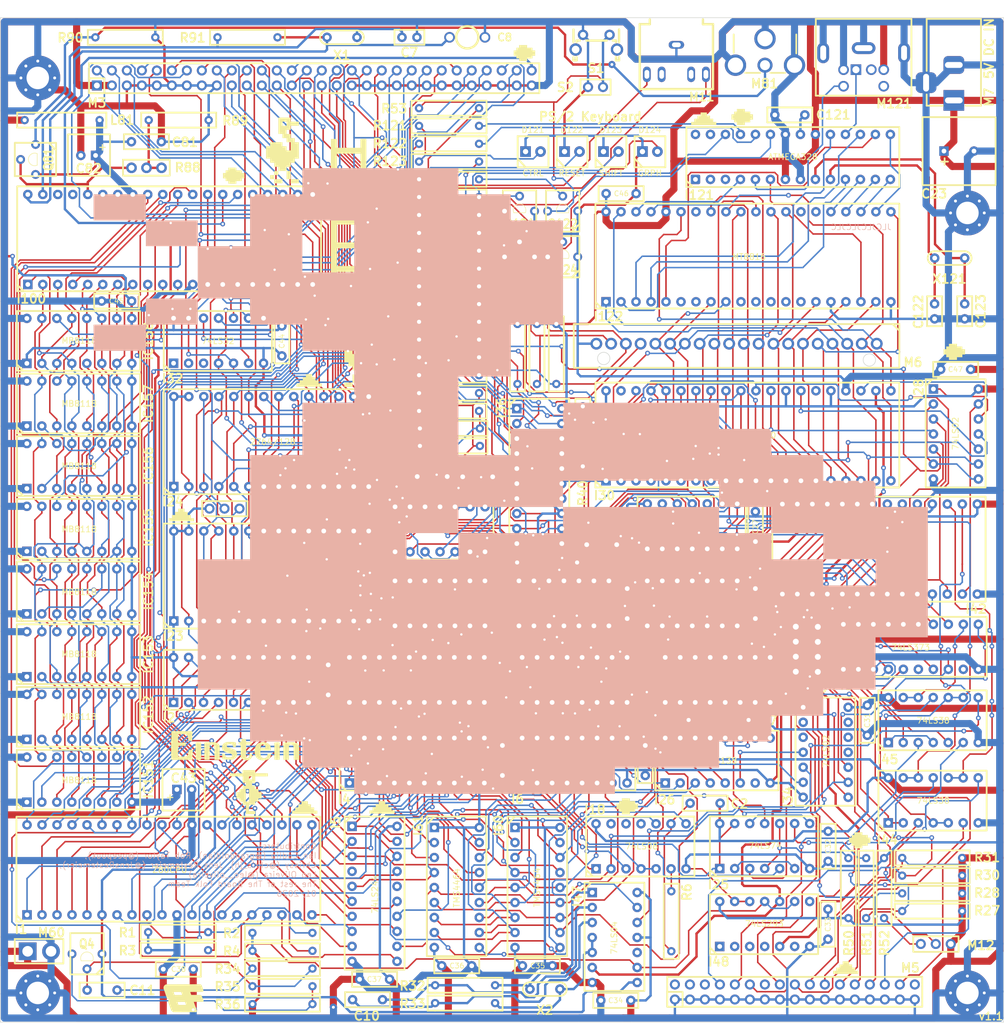
<source format=kicad_pcb>
(kicad_pcb (version 20241229) (generator "pcbnew") (generator_version "9.0")
  (layers (0 "F.Cu" signal) (2 "B.Cu" signal) (13 "F.Paste" user) (15 "B.Paste" user) (5 "F.SilkS" user "F.Silkscreen") (7 "B.SilkS" user "B.Silkscreen") (1 "F.Mask" user) (3 "B.Mask" user) (25 "Edge.Cuts" user))
  (net 0 "")
  (net 1 "Net-(C1-Pad2)")
  (net 2 "+5V")
  (net 3 "Net-(C2-Pad2)")
  (net 4 "GND")
  (net 5 "Net-(C10-Pad2)")
  (net 6 "Net-(C10-Pad1)")
  (net 8 "Net-(Q4-B)")
  (net 9 "Net-(D5-A)")
  (net 10 "Net-(D4-A)")
  (net 11 "Y")
  (net 12 "Net-(Q123-B)")
  (net 13 "Net-(Q124-B)")
  (net 14 "Net-(I1-~{IORQ})")
  (net 15 "Net-(I1-~{HALT})")
  (net 16 "Net-(I1-A4)")
  (net 17 "~{WAIT}")
  (net 18 "Net-(I1-D3)")
  (net 19 "Net-(I1-A2)")
  (net 20 "Net-(I1-D6)")
  (net 21 "Net-(I1-A7)")
  (net 22 "Net-(I1-A14)")
  (net 23 "~{RESET}")
  (net 24 "Net-(I1-A9)")
  (net 25 "Net-(I1-A0)")
  (net 26 "~{BUSREQ}")
  (net 27 "Net-(I1-D4)")
  (net 28 "Net-(I1-A6)")
  (net 29 "SYSCLK")
  (net 30 "Net-(I1-~{MREQ})")
  (net 31 "Net-(I1-D1)")
  (net 32 "Net-(I1-~{WR})")
  (net 33 "~{INT}")
  (net 34 "Net-(I1-~{RFSH})")
  (net 35 "Net-(I1-~{RD})")
  (net 36 "Net-(I1-A1)")
  (net 37 "Net-(I1-~{M1})")
  (net 38 "Net-(I1-D2)")
  (net 39 "Net-(I1-A3)")
  (net 40 "Net-(I1-D5)")
  (net 41 "Net-(I1-A5)")
  (net 42 "Net-(I1-D0)")
  (net 43 "~{NMI}")
  (net 44 "Net-(I1-A11)")
  (net 45 "Net-(I1-A13)")
  (net 46 "Net-(I1-D7)")
  (net 47 "~{BUSACK}")
  (net 48 "Net-(I1-A8)")
  (net 49 "Net-(I1-A10)")
  (net 50 "Net-(I1-A15)")
  (net 51 "Net-(I1-A12)")
  (net 52 "/Addressing/A10")
  (net 53 "/Addressing/A14")
  (net 54 "/Addressing/A11")
  (net 55 "/Addressing/A8")
  (net 56 "/Addressing/A9")
  (net 57 "/Addressing/A15")
  (net 58 "BUSACK")
  (net 59 "/Addressing/A12")
  (net 60 "/Addressing/A13")
  (net 61 "/Addressing/A7")
  (net 62 "/Addressing/A1")
  (net 63 "/Addressing/A2")
  (net 64 "/Addressing/A5")
  (net 65 "/Addressing/A4")
  (net 66 "/Addressing/A3")
  (net 67 "/Addressing/A6")
  (net 68 "/Addressing/A0")
  (net 69 "/CPU and Buffers/D3")
  (net 70 "/CPU and Buffers/D5")
  (net 71 "/CPU and Buffers/D1")
  (net 72 "/CPU and Buffers/D6")
  (net 73 "~{BUS}")
  (net 74 "/CPU and Buffers/D0")
  (net 75 "/CPU and Buffers/D7")
  (net 76 "/CPU and Buffers/D4")
  (net 77 "/CPU and Buffers/D2")
  (net 78 "~{HALT}")
  (net 79 "~{MREQ}")
  (net 80 "~{RFSH}")
  (net 82 "~{WR}")
  (net 83 "~{M1}")
  (net 84 "~{IORQ}")
  (net 85 "~{RD}")
  (net 87 "/System RAM and ROM/MA5")
  (net 88 "/System RAM and ROM/MA6")
  (net 89 "/System RAM and ROM/MA4")
  (net 90 "~{MPX}")
  (net 91 "/System RAM and ROM/MA7")
  (net 92 "/System RAM and ROM/MA3")
  (net 93 "/System RAM and ROM/MA2")
  (net 94 "/System RAM and ROM/MA1")
  (net 95 "/System RAM and ROM/MA0")
  (net 96 "~{CAS}")
  (net 97 "~{ROMCE}")
  (net 98 "Net-(I17-Pad3)")
  (net 99 "Net-(I17-Pad5)")
  (net 100 "~{ROM1}")
  (net 101 "Net-(I17-Pad13)")
  (net 102 "Net-(I18-Pad6)")
  (net 103 "Net-(I18-Pad1)")
  (net 104 "Net-(I18-Pad3)")
  (net 105 "Net-(I20-Pad4)")
  (net 106 "~{ADCINTMSK}")
  (net 107 "Net-(I21-Pad2)")
  (net 108 "~{ROM2}")
  (net 109 "Net-(I24-A13)")
  (net 110 "~{ALPH}")
  (net 111 "Net-(I25B-Q)")
  (net 112 "~{ROM}")
  (net 113 "Net-(I25B-D)")
  (net 114 "Net-(I25A-~{S})")
  (net 115 "Net-(I25A-D)")
  (net 116 "~{CTC}")
  (net 117 "~{FDC}")
  (net 118 "Net-(I26-O4)")
  (net 119 "~{ADC}")
  (net 120 "~{PIO}")
  (net 121 "Net-(I26-E3)")
  (net 122 "~{VDP}")
  (net 123 "~{PSG}")
  (net 124 "~{PCI}")
  (net 125 "~{KYBDINTMSK}")
  (net 126 "~{FIREINTMSK}")
  (net 127 "~{MB}")
  (net 128 "~{JR}")
  (net 129 "Net-(I27-E3)")
  (net 130 "~{DRSEL}")
  (net 131 "Net-(I28-Pad1)")
  (net 132 "~{SFTRST}")
  (net 133 "Net-(I30-BDIR)")
  (net 134 "RESET")
  (net 135 "Net-(I30-BC1)")
  (net 140 "2MHZ")
  (net 141 "Net-(I43-LE)")
  (net 142 "M1")
  (net 143 "~{GRPH}")
  (net 144 "~{CTRL}")
  (net 145 "~{SHFT}")
  (net 148 "Net-(I43-O4)")
  (net 150 "Net-(I43-O1)")
  (net 151 "Net-(I43-O0)")
  (net 152 "fDIR")
  (net 153 "fSTEP")
  (net 154 "fWDATA")
  (net 155 "fWGATE")
  (net 157 "Net-(I42-MO)")
  (net 158 "fDRIVE3")
  (net 159 "fDRIVE1")
  (net 160 "Net-(I42-WD)")
  (net 161 "fDRIVE2")
  (net 162 "fDRIVE0")
  (net 163 "fSIDE1")
  (net 164 "fMOTOR1")
  (net 165 "Net-(I47-Pad1)")
  (net 166 "Net-(I47-Pad4)")
  (net 167 "8MHZ")
  (net 169 "Net-(I48-Cp1)")
  (net 172 "Net-(I42-WG)")
  (net 173 "Net-(I42-DIRC)")
  (net 174 "Net-(I42-STEP)")
  (net 176 "fREAD")
  (net 177 "fWRITEPROT")
  (net 178 "fINDEX")
  (net 179 "fTRACK0")
  (net 182 "Net-(M12-Pin_2)")
  (net 183 "Net-(M12-Pin_1)")
  (net 184 "Net-(Q4-E)")
  (net 186 "Net-(I100-XTAL2)")
  (net 187 "Net-(I100-XTAL1)")
  (net 188 "Net-(D121-A)")
  (net 189 "Net-(D122-A)")
  (net 190 "Net-(D123-A)")
  (net 191 "Net-(D124-A)")
  (net 197 "Net-(I20-Pad3)")
  (net 210 "Y3")
  (net 211 "X4")
  (net 212 "AYA")
  (net 213 "AYB")
  (net 214 "X6")
  (net 215 "Y5")
  (net 216 "Y1")
  (net 217 "AYC")
  (net 218 "Y4")
  (net 219 "Y6")
  (net 220 "X0")
  (net 221 "X5")
  (net 222 "X3")
  (net 223 "X1")
  (net 224 "Y7")
  (net 225 "X7")
  (net 226 "Y2")
  (net 227 "X2")
  (net 228 "Y0")
  (net 229 "Net-(I100-~{CSW})")
  (net 231 "Net-(I100-~{CSR})")
  (net 232 "Net-(I36-OEa)")
  (net 241 "Net-(I36-I0b)")
  (net 248 "/VDP/VD2")
  (net 249 "/VDP/VAD6")
  (net 250 "/VDP/VD4")
  (net 251 "/VDP/VD7")
  (net 252 "/VDP/VAD1")
  (net 253 "VR{slash}~{W}")
  (net 254 "/VDP/VAD2")
  (net 255 "~{VRAS}")
  (net 256 "/VDP/VAD7")
  (net 258 "/VDP/VD6")
  (net 260 "/VDP/VD3")
  (net 261 "/VDP/VAD0")
  (net 262 "~{VCAS}")
  (net 263 "/VDP/VD1")
  (net 264 "/VDP/VAD4")
  (net 265 "/VDP/VD5")
  (net 266 "/VDP/VD0")
  (net 267 "/VDP/VAD5")
  (net 269 "/VDP/VAD3")
  (net 272 "Net-(M11-Ground)")
  (net 275 "Net-(M11-Pad2)")
  (net 276 "Net-(M81-In)")
  (net 277 "PS2-DATA")
  (net 280 "PS2-CLK")
  (net 281 "Net-(Q121-B)")
  (net 282 "Net-(Q122-B)")
  (net 283 "~{BREAK}")
  (net 284 "Net-(R88-Pad2)")
  (net 285 "CTRL")
  (net 286 "BREAK")
  (net 287 "GRPH")
  (net 288 "SHIFT")
  (net 289 "MTSTROBE")
  (net 290 "AX0")
  (net 291 "MTDATA")
  (net 292 "AX3")
  (net 293 "AY0")
  (net 294 "AX2")
  (net 295 "MTRESET")
  (net 296 "AY1")
  (net 297 "AX1")
  (net 298 "AY2")
  (net 309 "Net-(I121-PB7)")
  (net 311 "Net-(I121-PB6)")
  (net 312 "Net-(I121-AREF)")
  (net 317 "+5VL")
  (footprint "Einstein:Resistor 10.16mm" (layer "F.Cu") (at 72.81 202.09)
    (property "Reference" "R3")
    (property "Value" "2K2")
  )
  (footprint "Einstein:C_Disc_2.54mm" (layer "F.Cu") (at 206.03 92.64 -90)
    (property "Reference" "C122")
    (property "Value" "20pF")
  )
  (footprint "Einstein:C_Disc_5.08mm" (layer "F.Cu") (at 108.625 207.02)
    (property "Reference" "C37" (hide yes))
    (property "Value" "100nF" (hide yes))
  )
  (footprint "harry:Egg5mm" (layer "F.Cu") (at 193.35 183.49)
    (property "Reference" "G6" (hide yes))
    (property "Value" "Egg" (hide yes))
  )
  (footprint "Einstein:Crystal" (layer "F.Cu") (at 206.05 84.89)
    (property "Reference" "X121")
    (property "Value" "16MHz")
  )
  (footprint "Einstein:DIP-14_W7.62mm" (layer "F.Cu") (at 157.37 134.16 90)
    (property "Reference" "I17")
    (property "Value" "74LS32")
  )
  (footprint "Einstein:DIP-28_W15.24mm" (layer "F.Cu") (at 180.235 141.82 90)
    (property "Reference" "I42")
    (property "Value" "WD1770")
  )
  (footprint "Einstein:M12 PinHeader_1x03_P2.54mm" (layer "F.Cu") (at 203.69 201.04 90)
    (property "Reference" "M12")
    (property "Value" "LED ASSY" (hide yes))
  )
  (footprint "Einstein:Resistor 10.16mm" (layer "F.Cu") (at 118.7 68.55)
    (property "Reference" "R123")
    (property "Value" "1K")
  )
  (footprint "Einstein:Resistor 10.16mm" (layer "F.Cu") (at 72.81 199.04)
    (property "Reference" "R1")
    (property "Value" "2K2")
  )
  (footprint "harry:Seed6mm" (layer "F.Cu") (at 191.056755 204.973334)
    (property "Reference" "G12")
    (property "Value" "Seed" (hide yes))
  )
  (footprint "Einstein:DIP-14_W7.62mm" (layer "F.Cu") (at 169.64 201.49 90)
    (property "Reference" "I48")
    (property "Value" "74LS293")
  )
  (footprint "Einstein:DIP-14_W7.62mm" (layer "F.Cu") (at 148 192.33)
    (property "Reference" "I47")
    (property "Value" "74LS04")
  )
  (footprint "Einstein:C_Disc_5.08mm" (layer "F.Cu") (at 175.68 132.9 90)
    (property "Reference" "C27" (hide yes))
    (property "Value" "100nF" (hide yes))
  )
  (footprint "Einstein:CVN6500" (layer "F.Cu") (at 129.865 47.51 180)
    (property "Reference" "C8" (hide yes))
    (property "Value" "5-40pF" (hide yes))
  )
  (footprint "Einstein:C_Disc_5.08mm" (layer "F.Cu") (at 149.49 210.6)
    (property "Reference" "C34" (hide yes))
    (property "Value" "100nF" (hide yes))
  )
  (footprint "harry:Seed6mm" (layer "F.Cu") (at 112.496755 177.823334)
    (property "Reference" "G16")
    (property "Value" "Seed" (hide yes))
  )
  (footprint "Einstein:Transistor - Box 1 (Leg Rear)" (layer "F.Cu") (at 133.18 84.69)
    (property "Reference" "Q123")
    (property "Value" "BC517")
  )
  (footprint "Einstein:Hole3.81_Pad_Via" (layer "F.Cu") (at 54.11 54.39)
    (property "Reference" "HA4" (hide yes))
    (property "Value" "MountingHole" (hide yes))
  )
  (footprint "Einstein:C_Disc_5.08mm" (layer "F.Cu") (at 132.82 172.505 90)
    (property "Reference" "C41" (hide yes))
    (property "Value" "100nF" (hide yes))
  )
  (footprint "Einstein:DIP-14_W7.62mm" (layer "F.Cu") (at 114.6425 134.66 90)
    (property "Reference" "I52")
    (property "Value" "74LS132")
  )
  (footprint "harry:Seed6mm" (layer "F.Cu") (at 99.396755 177.853334)
    (property "Reference" "G13" (hide yes))
    (property "Value" "Seed" (hide yes))
  )
  (footprint "Einstein:Resistor 10.16mm" (layer "F.Cu") (at 118.7 101.695)
    (property "Reference" "R86")
    (property "Value" "22K")
  )
  (footprint "Einstein:DIP-14_W7.62mm" (layer "F.Cu") (at 169.64 188.3 90)
    (property "Reference" "I25")
    (property "Value" "74LS74")
  )
  (footprint "Einstein:DIP-14_W7.62mm" (layer "F.Cu") (at 183.74 160.97)
    (property "Reference" "I34")
    (property "Value" "74LS02")
  )
  (footprint "Einstein:Elec_5.08mm - Big Box" (layer "F.Cu") (at 207.62 66.77)
    (property "Reference" "C23")
    (property "Value" "470uF 16V")
  )
  (footprint "Einstein:C_Disc_5.08mm" (layer "F.Cu") (at 178.97 60.65)
    (property "Reference" "C121")
    (property "Value" "100nF")
  )
  (footprint "Einstein:PinHeader_2x17_P2.54mm" (layer "F.Cu") (at 162.04 210.44 90)
    (property "Reference" "M5")
    (property "Value" "INTERNAL")
  )
  (footprint "Einstein:DIP-16_W7.62mm" (layer "F.Cu") (at 136.19 173.79 90)
    (property "Reference" "I6")
    (property "Value" "74LS157")
  )
  (footprint "Einstein:DIP-40_W15.24mm" (layer "F.Cu") (at 52.46 89.37 90)
    (property "Reference" "I100")
    (property "Value" "TMS9918")
  )
  (footprint "Einstein:C_Disc_5.08mm" (layer "F.Cu") (at 153.96 145.94 90)
    (property "Reference" "C30" (hide yes))
    (property "Value" "100nF" (hide yes))
  )
  (footprint "harry:Egg5mm" (layer "F.Cu") (at 209.37 100.77)
    (property "Reference" "G4")
    (property "Value" "Egg" (hide yes))
  )
  (footprint "Einstein:C_Disc_5.08mm" (layer "F.Cu") (at 207.06 103.74)
    (property "Reference" "C47" (hide yes))
    (property "Value" "100nF" (hide yes))
  )
  (footprint "Einstein:C_Disc_5.08mm" (layer "F.Cu") (at 194.63 165.7 90)
    (property "Reference" "C31" (hide yes))
    (property "Value" "100nF" (hide yes))
  )
  (footprint "Einstein:DIP-14_W7.62mm" (layer "F.Cu") (at 205.8 107.075)
    (property "Reference" "I28")
    (property "Value" "74LS02")
  )
  (footprint "Einstein:Resistor 10.16mm" (layer "F.Cu") (at 121.42 211.05)
    (property "Reference" "R33")
    (property "Value" "820R")
  )
  (footprint "Einstein:C_Disc_2.54mm" (layer "F.Cu") (at 211.13 92.64 -90)
    (property "Reference" "C123")
    (property "Value" "20pF")
  )
  (footprint "Einstein:BF8" (layer "F.Cu") (at 78.87 210.29)
    (property "Reference" "G2" (hide yes))
    (property "Value" "Board Folk Logo" (hide yes))
  )
  (footprint "Einstein:Elec_5.08mm - Box" (layer "F.Cu") (at 118.39 121.89)
    (property "Reference" "C25")
    (property "Value" "47uF 16V")
  )
  (footprint "Einstein:Hole3.81_Pad_Via" (layer "F.Cu") (at 54.11 209.33)
    (property "Reference" "HA3" (hide yes))
    (property "Value" "MountingHole" (hide yes))
  )
  (footprint "Einstein:Resistor 10.16mm" (layer "F.Cu") (at 118.7 74.56)
    (property "Reference" "R125")
    (property "Value" "470R")
  )
  (footprint "harry:Ladder" (layer "F.Cu") (at 106.770001 78.979508)
    (property "Reference" "G20")
    (property "Value" "LOGO" (hide yes))
  )
  (footprint "Einstein:Crystal" (layer "F.Cu") (at 103.105 47.51)
    (property "Reference" "X1")
    (property "Value" "10.7386MHz")
  )
  (footprint "Einstein:DIP-18_W7.62mm" (layer "F.Cu") (at 121.31 181.32)
    (property "Reference" "I61")
    (property "Value" "TMS4464")
  )
  (footprint "Einstein:DIP-16_W7.62mm" (layer "F.Cu") (at 52.29 113.34 90)
    (property "Reference" "IC157")
    (property "Value" "MB8118")
  )
  (footprint "Einstein:Transistor - Box 1 (Leg Rear)" (layer "F.Cu") (at 133.18 76.94)
    (property "Reference" "Q121")
    (property "Value" "BC517")
  )
  (footprint "harry:Seed6mm" (layer "F.Cu") (at 166.99 61.23)
    (property "Reference" "G11")
    (property "Value" "Seed" (hide yes))
  )
  (footprint "Einstein:Resistor 10.16mm" (layer "F.Cu") (at 118.7 59.51)
    (property "Reference" "R53")
    (property "Value" "220R")
  )
  (footprint "Einstein:Resistor 10.16mm" (layer "F.Cu") (at 210.7 192.475 180)
    (property "Reference" "R28")
    (property "Value" "220R")
  )
  (footprint "harry:Egg5mm" (layer "F.Cu") (at 173.44 61)
    (property "Reference" "G19")
    (property "Value" "Egg" (hide yes))
  )
  (footprint "Einstein:DIP-40_W15.24mm" (layer "F.Cu") (at 150.41 122.61 90)
    (property "Reference" "I30")
    (property "Value" "AY-3-8910")
  )
  (footprint "Einstein:C_Disc_2.54mm" (layer "F.Cu") (at 115.805 47.51)
    (property "Reference" "C7")
    (property "Value" "33pF")
  )
  (footprint "Einstein:C_Disc_5.08mm" (layer "F.Cu") (at 62.47 208.85)
    (property "Reference" "C11")
    (property "Value" "33pF")
  )
  (footprint "Einstein:Transistor - Box 1 (Leg Rear)" (layer "F.Cu") (at 53.74 70.73 90)
    (property "Reference" "Q81")
    (property "Value" "BC549")
  )
  (footprint "Einstein:RCA" (layer "F.Cu") (at 177.3 52.22)
    (property "Reference" "M81")
    (property "Value" "COMPOSITE" (hide yes))
  )
  (footprint "Einstein:DIP-16_W7.62mm" (layer "F.Cu") (at 160.43 173.79 90)
    (property "Reference" "I26")
    (property "Value" "74LS138")
  )
  (footprint "Einstein:DIP-18_W7.62mm" (layer "F.Cu") (at 134.98 181.32)
    (property "Reference" "I60")
    (property "Value" "TMS4464")
  )
  (footprint "Einstein:DIP-40_W15.24mm" (layer "F.Cu") (at 52.33 196.12 90)
    (property "Reference" "I1")
    (property "Value" "Z80CPU")
  )
  (footprint "Einstein:Resistor 10.16mm" (layer "F.Cu") (at 118.7 107.76)
    (property "Reference" "R54")
    (property "Value" "10K")
  )
  (footprint "Einstein:C_Disc_5.08mm" (layer "F.Cu") (at 152.18 133.42 180)
    (property "Reference" "C1")
    (property "Value" "NF")
  )
  (footprint "Einstein:Resistor 10.16mm" (layer "F.Cu") (at 135.37 96.05 -90)
    (property "Reference" "R11")
    (property "Value" "4K7")
  )
  (footprint "harry:Harry8mm" (layer "F.Cu") (at 89.89 175.263334)
    (property "Reference" "G7" (hide yes))
    (property "Value" "Harry" (hide yes))
  )
  (footprint "Einstein:DIP-14_W7.62mm" (layer "F.Cu") (at 157.37 147.2 90)
    (property "Reference" "I21")
    (property "Value" "74LS04")
  )
  (footprint "harry:Seed6mm" (layer "F.Cu") (at 78.496755 128.333334)
    (property "Reference" "G15")
    (property "Value" "Seed" (hide yes))
  )
  (footprint "Einstein:DIP-16_W7.62mm" (layer "F.Cu") (at 52.29 134.56 90)
    (property "Reference" "IC155")
    (property "Value" "MB8118")
  )
  (footprint "Einstein:Resistor 10.16mm" (layer "F.Cu") (at 90.48 211.22)
    (property "Reference" "R36")
    (property "Value" "22R")
  )
  (footprint "Einstein:Power Header 3.96mm" (layer "F.Cu") (at 52.395 202.28)
    (property "Reference" "M60")
    (property "Value" "5V")
  )
  (footprint "Einstein:SW_Tactile_SPST_Angled_PTS645Vx58-2LFS_RESET" (layer "F.Cu") (at 146.47 47.09)
    (property "Reference" "S1")
    (property "Value" "Reset" (hide yes))
  )
  (footprint "harry:Egg5mm" (layer "F.Cu") (at 87.3 70.94)
    (property "Reference" "G5")
    (property "Value" "Egg" (hide yes))
  )
  (footprint "Einstein:Resistor 10.16mm" (layer "F.Cu") (at 210.7 189.465 180)
    (property "Reference" "R30")
    (property "Value" "220R")
  )
  (footprint "Einstein:DIP-28_W7.62mm" (layer "F.Cu") (at 165.52 71.57 90)
    (property "Reference" "I121")
    (property "Value" "ATMEGA328")
  )
  (footprint "Einstein:Crystal" (layer "F.Cu") (at 137.48 208.68)
    (property "Reference" "X2")
    (property "Value" "8MHz")
  )
  (footprint "Einstein:Transistor - Box 1 (Leg Rear)" (layer "F.Cu") (at 140.49 84.69)
    (property "Reference" "Q124")
    (property "Value" "BC517")
  )
  (footprint "harry:Egg5mm" (layer "F.Cu") (at 153.96 177.74)
    (property "Reference" "G18")
    (property "Value" "Egg" (hide yes))
  )
  (footprint "Einstein:C_Disc_5.08mm" (layer "F.Cu") (at 157.02 172.505 90)
    (property "Reference" "C42" (hide yes))
    (property "Value" "100nF" (hide yes))
  )
  (footprint "Einstein:M18 PinHeader_1x03_P2.54mm" (layer "F.Cu") (at 83.2 127.32 90)
    (property "Reference" "M18")
    (property "Value" "ROM")
  )
  (footprint "Einstein:Resistor 10.16mm" (layer "F.Cu") (at 164.36 163.11)
    (property "Reference" "R7")
    (property "Value" "2K2")
  )
  (footprint "Einstein:Resistor 10.16mm" (layer "F.Cu") (at 146.44 110 -90)
    (property "Reference" "R40")
    (property "Value" "2K2")
  )
  (footprint "Einstein:DIP-16_W7.62mm" (layer "F.Cu") (at 52.29 123.93 90)
    (property "Reference" "IC156")
    (property "Value" "MB8118")
  )
  (footprint "Einstein:Resistor 10.16mm" (layer "F.Cu") (at 84.56 47.51)
    (property "Reference" "R91")
    (property "Value" "470K")
  )
  (footprint "Einstein:C_Disc_5.08mm" (layer "F.Cu") (at 155.47 73.97 180)
    (property "Reference" "C46" (hide yes))
    (property "Value" "100nF" (hide yes))
  )
  (footprint "Einstein:C_Disc_5.08mm" (layer "F.Cu") (at 187.97 200.23 90)
    (property "Reference" "C33" (hide yes))
    (property "Value" "100nF" (hide yes))
  )
  (footprint "harry:Seed6mm" (layer "F.Cu") (at 100.14 105.54)
    (property "Reference" "G10")
    (property "Value" "Seed" (hide yes))
  )
  (footprint "Einstein:LED_D3.0mm" (layer "F.Cu") (at 143.34 66.86)
    (property "Reference" "D122")
    (property "Value" "RESET")
  )
  (footprint "Einstein:M10 PinHeader_1x04_P2.54mm" (layer "F.Cu") (at 186.25 154.96 180)
    (property "Reference" "M8")
    (property "Value" "DRIVE A POWER" (hide yes))
  )
  (footprint "Einstein:Resistor 10.16mm" (layer "F.Cu") (at 118.7 89.685)
    (property "Reference" "R82")
    (property "Value" "1K")
  )
  (footprint "Einstein:Resistor 10.16mm" (layer "F.Cu") (at 210.7 195.47 180)
    (property "Reference" "R27")
    (property "Value" "220R")
  )
  (footprint "Einstein:Resistor 10.16mm" (layer "F.Cu") (at 118.7 104.725)
    (property "Reference" "R87")
    (property "Value" "10K")
  )
  (footprint "Einstein:C_Disc_5.08mm" (layer "F.Cu") (at 69.97 65.19)
    (property "Reference" "C81")
    (property "Value" "47nF" (hide yes))
  )
  (footprint "Einstein:LK 2-pin 2.54mm - No Box" (layer "F.Cu") (at 147.32 55.93 90)
    (property "Reference" "S2")
    (property "Value" "Reset" (hide yes))
  )
  (footprint "Einstein:Pot Straight" (layer "F.Cu") (at 69.99 69.61)
    (property "Reference" "R88")
    (property "Value" "1K" (hide yes))
  )
  (footprint "Einstein:C_Disc_5.08mm" (layer "F.Cu") (at 188 187.04 90)
    (property "Reference" "C32" (hide yes))
    (property "Value" "100nF" (hide yes))
  )
  (footprint "Einstein:DIP-40_W15.24mm" (layer "F.Cu") (at 150.41 92.3 90)
    (property "Reference" "I122")
    (property "Value" "MT8816")
  )
  (footprint "Einstein:DIP-16_W7.62mm" (layer "F.Cu") (at 52.29 102.735 90)
    (property "Reference" "IC158")
    (property "Value" "MB8118")
  )
  (footprint "Einstein:DIP-28_W15.24mm" (layer "F.Cu") (at 77.1425 146.38 90)
    (property "Reference" "I23")
    (property "Value" "2764/128")
  )
  (footprint "Einstein:Elec_2.5mm - Box" (layer "F.Cu") (at 77.68 174.87)
    (property "Reference" "C43")
    (property "Value" "47uF TANT")
  )
  (footprint "Einstein:Hole3.81_Pad_Via" (layer "F.Cu") (at 211.59 77.25)
    (property "Reference" "HA2" (hide yes))
    (property "Value" "MountingHole" (hide yes))
  )
  (footprint "Einstein:DIP-14_W7.62mm" (layer "F.Cu") (at 148.69 188.34 90)
    (property "Reference" "I18")
    (property "Value" "74LS08")
  )
  (footprint "Einstein:Resistor 10.16mm" (layer "F.Cu") (at 118.7 77.6)
    (property "Reference" "R126")
    (property "Value" "470R")
  )
  (footprint "Einstein:Resistor 10.16mm" (layer "F.Cu") (at 118.7 86.68)
    (property "Reference" "R81")
    (property "Value" "1K")
  )
  (footprint "Einstein:C_Disc_5.08mm" (layer "F.Cu") (at 107.43 210.47)
    (property "Reference" "C10")
    (property "Value" "1nF")
  )
  (footprint "Einstein:M3 PinHeader_2x30_P2.54mm" (layer "F.Cu") (at 64.12 55.665 90)
    (property "Reference" "M3")
    (property "Value" "TATUNG PIPE")
  )
  (footprint "Einstein:Elec_5.08mm - Box" (layer "F.Cu") (at 126.09 121.93)
    (property "Reference" "C20")
    (property "Value" "100uF 25V")
  )
  (footprint "Einstein:DIP-16_W7.62mm" (layer "F.Cu") (at 52.29 177.035 90)
    (property "Reference" "IC151")
    (property "Value" "MB8118")
  )
  (footprint "harry:Seed6mm" (layer "F.Cu") (at 177.236755 149.763334)
    (property "Reference" "G17")
    (property "Value" "Seed" (hide yes))
  )
  (footprint "Einstein:Resistor 10.16mm" (layer "F.Cu") (at 118.7 62.51)
    (property "Reference" "R121")
    (property "Value" "470R")
  )
  (footprint "Einstein:Resistor 10.16mm" (layer "F.Cu") (at 141.95 96.05 -90)
    (property "Reference" "R8")
    (property "Value" "4K7")
  )
  (footprint "Einstein:DIP-28_W15.24mm" (layer "F.Cu") (at 77.1425 123.62 90)
    (property "Reference" "I24")
    (property "Value" "2764/128")
  )
  (footprint "Einstein:Resistor 10.16mm" (layer "F.Cu") (at 191.43 196.66 90)
    (property "Reference" "R50")
    (property "Value" "2K2")
  )
  (footprint "Einstein:Resistor 10.16mm" (layer "F.Cu") (at 121.42 208.03)
    (property "Reference" "R32")
    (property "Value" "820R")
  )
  (footprint "Einstein:DIP-20_W7.62mm" (layer "F.Cu") (at 106.8875 160.115 90)
    (property "Reference" "I3")
    (property "Value" "74LS244")
  )
  (footprint "Einstein:DIP-16_W7.62mm" (layer "F.Cu") (at 160.43 160.145 90)
    (property "Reference" "I27")
    (property "Value" "74LS138")
  )
  (footprint "harry:Hen8mm" (layer "F.Cu") (at 95.560001 66.312055)
    (property "Reference" "G8")
    (property "Value" "Hen" (hide yes))
  )
  (footprint "Einstein:DIP-20_W7.62mm" (layer "F.Cu") (at 135.28 110.37)
    (property "Reference" "I36")
    (property "Value" "74LS244")
  )
  (footprint "Einstein:Resistor 10.16mm" (layer "F.Cu") (at 118.7 80.64)
    (property "Reference" "R127")
    (property "Value" "1K")
  )
  (footprint "Einstein:Diode 10.16mm" (layer "F.Cu") (at 118.84 113.74)
    (property "Reference" "D4")
    (property "Value" "BAT85")
  )
  (footprint "Einstein:DIP-14_W7.62mm" (layer "F.Cu") (at 114.63 147.2 90)
    (property "Reference" "I20")
    (property "Value" "74LS32")
  )
  (footprint "Einstein:DIP-16_W7.62mm" (layer "F.Cu") (at 52.29 155.79 90)
    (property "Reference" "IC153")
    (property "Value" "MB8118")
  )
  (footprint "Einstein:C_Disc_5.08mm" (layer "F.Cu") (at 127.62 204.73 180)
    (property "Reference" "C36" (hide yes))
    (property "Value" "100nF" (hide yes))
  )
  (footprint "Einstein:C_Disc_5.08mm" (layer "F.Cu") (at 95.46 101.465 90)
    (property "Reference" "C44" (hide yes))
    (property "Value" "100nF" (hide yes))
  )
  (footprint "harry:Hen_Left_8mm" (layer "F.Cu") (at 108.82 100.782055)
    (property "Reference" "G9")
    (property "Value" "Hen" (hide yes))
  )
  (footprint "Einstein:C_Disc_5.08mm" (layer "F.Cu") (at 141.29 204.73 180)
    (property "Reference" "C35" (hide yes))
    (property "Value" "100nF" (hide yes))
  )
  (footprint "Einstein:Resistor 10.16mm" (layer "F.Cu") (at 138.67 96.05 -90)
    (property "Reference" "R10")
    (property "Value" "4K7")
  )
  (footprint "Einstein:Resistor 10.16mm" (layer "F.Cu") (at 90.48 202.2)
    (property "Reference" "R4")
    (property "Value" "2K2")
  )
  (footprint "Einstein:Resistor 10.16mm" (layer "F.Cu") (at 90.48 208.2)
    (property "Reference" "R35")
    (property "Value" "220R")
  )
  (footprint "Einstein:Resistor 10.16mm" (layer "F.Cu") (at 118.7 98.695)
    (property "Reference" "R85")
    (property "Value" "22K")
  )
  (footprint "Einstein:LED_D3.0mm" (layer "F.Cu") (at 149.94 66.86)
    (property "Reference" "D123")
    (property "Value" "SHIFT")
  )
  (footprint "Einstein:DIP-16_W7.62mm" (layer "F.Cu") (at 52.29 145.15 90)
    (property "Reference" "IC154")
    (property "Value" "MB8118")
  )
  (footprint "Einstein:Resistor 10.16mm" (layer "F.Cu") (at 197.47 196.66 90)
    (property "Reference" "R52")
    (property "Value" "330R")
  )
  (footprint "harry:Egg5mm" (layer "F.Cu") (at 136.55 50.18)
    (property "Reference" "G3")
    (property "Value" "Egg" (hide yes))
  )
  (footprint "Einstein:DIP-14_W7.62mm" (layer "F.Cu") (at 198.19 166.96 90)
    (property "Reference" "I45")
    (property "Value" "74LS38")
  )
  (footprint "Einstein:Stereo_Jack" (layer "F.Cu") (at 162.29 48.78 -90)
    (property "Reference" "M11")
    (property "Value" "STEREO" (hide yes))
  )
  (footprint "Einstein:M10 PinHeader_1x04_P2.54mm" (layer "F.Cu") (at 182.52 154.93 180)
    (property "Reference" "M9")
    (property "Value" "DRIVE B POWER" (hide yes))
  )
  (footprint "Einstein:DIP-20_W7.62mm" (layer "F.Cu") (at 107.37 181.11)
    (property "Reference" "I5")
    (property "Value" "74LS244")
  )
  (footprint "Einstein:Transistor - Box 1 (Alt 1+3) No corner marking" (layer "F.Cu") (at 59.91 202.72)
    (property "Reference" "Q4")
    (property "Value" "2N3906")
  )
  (footprint "Einstein:Connector_Mini-DIN_Female_6Pin_2rows" (layer "F.Cu") (at 192.71 52.99 180)
    (property "Reference" "M121")
    (property "Value" "PS/2")
  )
  (footprint "Einstein:Resistor 10.16mm" (layer "F.Cu") (at 90.47 199.16)
    (property "Reference" "R2")
    (property "Value" "2K2")
  )
  (footprint "Einstein:Resistor 10.16mm" (layer "F.Cu") (at 118.7 92.685)
    (property "Reference" "R83")
    (property "Value" "1K")
  )
  (footprint "Einstein:Hole3.81_Pad_Via" (layer "F.Cu") (at 211.59 209.33)
    (property "Reference" "HA1" (hide yes))
    (property "Value" "MountingHole" (hide yes))
  )
  (footprint "Einstein:Transistor - Box 1 (Leg Rear)" (layer "F.Cu") (at 140.49 76.94)
    (property "Reference" "Q122")
    (property "Value" "BC517")
  )
  (footprint "Einstein:Resistor 10.16mm" (layer "F.Cu") (at 118.7 95.685)
    (property "Reference" "R84")
    (property "Value" "10K")
  )
  (footprint "Einstein:DIP-14_W7.62mm" (layer "F.Cu") (at 135.63 147.2 90)
    (property "Reference" "I22")
    (property "Value" "74LS00")
  )
  (footprint "Einstein:LED_D3.0mm" (layer "F.Cu") (at 136.74 66.86)
    (property "Reference" "D121")
    (property "Value" "CTRL")
  )
  (footprint "Einstein:Keyboard" (layer "F.Cu") (at 196.23 99.39 -90)
    (property "Reference" "M6")
    (property "Value" "KEYBOARD")
    (fp_circle (center 2.5 46.25) (end 3.55 46.25) (stroke (width 0.1)) (fill no) (layer "Edge.Cuts"))
    (fp_circle (center 2.75 1.25) (end 3.8 1.25) (stroke (width 0.1)) (fill no) (layer "Edge.Cuts"))
  )
  (footprint "Einstein:C_Disc_5.08mm" (layer "F.Cu") (at 175.67 145.94 90)
    (property "Reference" "C28" (hide yes))
    (property "Value" "100nF" (hide yes))
  )
  (footprint "Einstein:C_Disc_5.08mm" (layer "F.Cu") (at 169.7 177.21 180)
    (property "Reference" "C2")
    (property "Value" "100pF")
  )
  (footprint "Einstein:Resistor 10.16mm" (layer "F.Cu") (at 210.7 186.465 180)
    (property "Reference" "R31")
    (property "Value" "220R")
  )
  (footprint "Einstein:Resistor 10.16mm" (layer "F.Cu") (at 118.7 65.54)
    (property "Reference" "R122")
    (property "Value" "470R")
  )
  (footprint "Einstein:Resistor 10.16mm" (layer "F.Cu") (at 72.9 61.53)
    (property "Reference" "R89")
    (property "Value" "100R")
  )
  (footprint "Einstein:Resistor 12.70mm" (layer "F.Cu") (at 51.885 61.53)
    (property "Reference" "L81")
    (property "Value" "10uH")
  )
  (footprint "Einstein:DIP-20_W7.62mm" (layer "F.Cu") (at 77.1025 160.115 90)
    (property "Reference" "I2")
    (property "Value" "74LS244")
  )
  (footprint "Einstein:Diode 10.16mm" (layer "F.Cu") (at 118.845 116.7)
    (property "Reference" "D5")
    (property "Value" "BAT85")
  )
  (footprint "Einstein:LED_D3.0mm" (layer "F.Cu") (at 156.54 66.86)
    (property "Reference" "D124")
    (property "Value" "GRPH")
  )
  (footprint "Einstein:DIP-14_W7.62mm" (layer "F.Cu") (at 77.1225 102.725 90)
    (property "Reference" "I32")
    (property "Value" "74LS32")
  )
  (footprint "Einstein:Resistor 10.16mm" (layer "F.Cu") (at 161.43 202.27 90)
    (property "Reference" "R6")
    (property "Value" "390R")
  )
  (footprint "Einstein:DIP-20_W7.62mm" (layer "F.Cu") (at 190.57 154.51 90)
    (property "Reference" "I43")
    (property "Value" "74LS373")
  )
  (footprint "Einstein:Resistor 10.16mm" (layer "F.Cu") (at 135.31 136.44)
    (property "Reference" "R5")
    (property "Value" "390R")
  )
  (footprint "harry:EinsteinCELogo28mm" (layer "F.Cu") (at 89.49 166.9)
    (property "Reference" "G1" (hide yes))
    (property "Value" "Einstein CE Logo" (hide yes))
  )
  (footprint "Einstein:Elec_2.5mm - Box" (layer "F.Cu") (at 63.9 67.51 180)
    (property "Reference" "C82")
    (property "Value" "100uF")
  )
  (footprint "Einstein:C_Disc_5.08mm" (layer "F.Cu") (at 80.45 205.31 180)
    (property "Reference" "C38" (hide yes))
    (property "Value" "100nF" (hide yes))
  )
  (footprint "Einstein:Resistor 10.16mm" (layer "F.Cu") (at 118.7 71.55)
    (property "Reference" "R124")
    (property "Value" "1K")
  )
  (footprint "Einstein:Resistor 10.16mm" (layer "F.Cu") (at 90.48 205.2)
    (property "Reference" "R34")
    (property "Value" "1K2")
  )
  (footprint "Einstein:Resistor 10.16mm" (layer "F.Cu") (at 118.7 83.64)
    (property "Reference" "R128")
    (property "Value" "1K")
  )
  (footprint "Einstein:DIP-14_W7.62mm" (layer "F.Cu") (at 198.19 180.56 90)
    (property "Reference" "I44")
    (property "Value" "74LS38")
  )
  (footprint "Einstein:DIP-16_W7.62mm" (layer "F.Cu") (at 136.19 160.145 90)
    (property "Reference" "I7")
    (property "Value" "74LS157")
  )
  (footprint "Einstein:C_Disc_5.08mm" (layer "F.Cu") (at 103.31 158.86 90)
    (property "Reference" "C40" (hide yes))
    (property "Value" "100nF" (hide yes))
  )
  (footprint "Einstein:DIP-16_W7.62mm" (layer "F.Cu") (at 52.29 166.4 90)
    (property "Reference" "IC152")
    (property "Value" "MB8118")
  )
  (footprint "Einstein:Resistor 10.16mm" (layer "F.Cu") (at 118.7 110.78)
    (property "Reference" "R55")
    (property "Value" "10K")
  )
  (footprint "Einstein:C_Disc_5.08mm" (layer "F.Cu") (at 64.93 92.17)
    (property "Reference" "C45" (hide yes))
    (property "Value" "100nF" (hide yes))
  )
  (footprint "Einstein:DIP-20_W7.62mm" (layer "F.Cu") (at 106.8875 173.76 90)
    (property "Reference" "I4")
    (property "Value" "74LS245")
  )
  (footprint "Einstein:Resistor 10.16mm" (layer "F.Cu") (at 194.44 196.66 90)
    (property "Reference" "R51")
    (property "Value" "470R")
  )
  (footprint "Einstein:Resistor 10.16mm" (layer "F.Cu") (at 63.86 47.51)
    (property "Reference" "R90")
    (property "Value" "330R")
  )
  (footprint "Einstein:BarrelJack_Horizontal" (layer "F.Cu") (at 209.29 58.19 -90)
    (property "Reference" "M7")
    (property "Value" "5V DC IN")
  )
  (footprint "harry:Duck166mm" (layer "B.Cu") (at 132.84 122.64 180)
    (property "Reference" "G14" (hide yes))
    (property "Value" "Duck Rear" (hide yes))
  )
  (gr_rect (start 160.7423 206.61) (end 203.9423 211.67) (stroke (width 0.3)) (fill no) (layer "F.SilkS"))
  (gr_rect (start 181.23 146.04) (end 183.8 156.21) (stroke (width 0.3)) (fill no) (layer "F.SilkS"))
  (gr_rect (start 184.915 146.04) (end 187.485 156.21) (stroke (width 0.3)) (fill no) (layer "F.SilkS"))
  (gr_rect (start 62.7923 51.91) (end 139.0823 56.97) (stroke (width 0.3)) (fill no) (layer "F.SilkS"))
  (gr_rect (start 146.045 54.64) (end 151.145 57.273832) (stroke (width 0.3)) (fill no) (layer "F.SilkS"))
  (gr_rect (start 62.7946 54.45) (end 65.39 56.97) (stroke (width 0.3)) (fill no) (layer "F.SilkS"))
  (gr_rect (start 81.935 126.04) (end 89.64 128.61) (stroke (width 0.3)) (fill no) (layer "F.SilkS"))
  (gr_rect (start 202.42 199.74) (end 210.09 202.373832) (stroke (width 0.3)) (fill no) (layer "F.SilkS"))
  (gr_rect (start 160.7446 209.15) (end 163.34 211.67) (stroke (width 0.3)) (fill no) (layer "F.SilkS"))
  (gr_rect (start 47.76 44.18) (end 217.76 214.28) (stroke (width 0.1)) (fill no) (layer "Edge.Cuts"))
  (gr_text "5V" (at 181.10881 145.57 0) (layer "F.SilkS") (effects (font (size 1.3 1.3) (thickness 0.24) (bold yes)) (justify left bottom)))
  (gr_text "5V" (at 184.79381 145.57 0) (layer "F.SilkS") (effects (font (size 1.3 1.3) (thickness 0.24) (bold yes)) (justify left bottom)))
  (gr_text "v1.1" (at 217.78 214.05 0) (layer "F.SilkS") (effects (font (size 1.3 1.3) (thickness 0.23) (bold yes)) (justify right bottom)))
  (gr_text "PS/2 Keyboard" (at 138.84 61.82 0) (layer "F.SilkS") (effects (font (size 1.5 1.5) (thickness 0.3) (bold yes)) (justify left bottom)))
  (gr_text "JLCJLCJLCJLC" (at 198.8 80.22 0) (layer "B.SilkS") (effects (font (size 1 1) (thickness 0.1)) (justify left bottom mirror)))
  (gr_text "Contributors:\nIan Cudlip (@grandoldian), Rob Taylor (@peepouk), \nChrissy (@chris_jh), Jens Restemeier (@JensRestemeier),\nLeo Oliveira (@leo__oliveira)\nThe rest of The Board Folk Team\n01/2026" (at 101.4 193.09 0) (layer "B.SilkS") (effects (font (size 1 1) (thickness 0.1)) (justify left bottom mirror)))
  (segment (start 124.78 139.55) (end 127.28 137.05) (width 0.254) (layer "B.Cu") (net 1))
  (segment (start 147.1 133.42) (end 144.3213 133.42) (width 0.254) (layer "B.Cu") (net 1))
  (segment (start 134.7 137.05) (end 135.31 136.44) (width 0.254) (layer "B.Cu") (net 1))
  (segment (start 144.3213 133.42) (end 142.7902 134.9511) (width 0.254) (layer "B.Cu") (net 1))
  (segment (start 127.28 137.05) (end 134.7 137.05) (width 0.254) (layer "B.Cu") (net 1))
  (segment (start 141.146 136.44) (end 135.31 136.44) (width 0.254) (layer "B.Cu") (net 1))
  (segment (start 142.7902 134.9511) (end 142.6349 134.9511) (width 0.254) (layer "B.Cu") (net 1))
  (segment (start 142.6349 134.9511) (end 141.146 136.44) (width 0.254) (layer "B.Cu") (net 1))
  (segment (start 75.36 213.579) (end 60.679 213.579) (width 1.2) (layer "F.Cu") (net 2))
  (segment (start 217.059 149.42) (end 217.059 161.13) (width 1.2) (layer "F.Cu") (net 2))
  (segment (start 161.87 68.48) (end 161.87 73.22) (width 1.2) (layer "F.Cu") (net 2))
  (segment (start 206.23 205.42) (end 206.23 213.579) (width 1.2) (layer "F.Cu") (net 2))
  (segment (start 185.84 57.98) (end 185.84 53.66) (width 1.2) (layer "F.Cu") (net 2))
  (segment (start 70.04 166.39) (end 70.04 169.405) (width 0.4) (layer "F.Cu") (net 2))
  (segment (start 209.29 58.19) (end 186.05 58.19) (width 1.2) (layer "F.Cu") (net 2))
  (segment (start 180.76 68.48) (end 183.83761 68.48) (width 1.2) (layer "F.Cu") (net 2))
  (segment (start 141.95 96.05) (end 147.28 96.05) (width 0.4) (layer "F.Cu") (net 2))
  (segment (start 161.87 68.48) (end 180.76 68.48) (width 1.2) (layer "F.Cu") (net 2))
  (segment (start 60.69 55.19) (end 60.69 44.881) (width 1.2) (layer "F.Cu") (net 2))
  (segment (start 51.885 61.53) (end 48.561 61.53) (width 1.2) (layer "F.Cu") (net 2))
  (segment (start 75.37 205.31) (end 75.37 213.569) (width 1.2) (layer "F.Cu") (net 2))
  (segment (start 153.27 213.579) (end 134.94 213.579) (width 1.2) (layer "F.Cu") (net 2))
  (segment (start 160.53 74.56) (end 160.53 77.05) (width 1.2) (layer "F.Cu") (net 2))
  (segment (start 197.41 44.961) (end 197.49 44.881) (width 1.2) (layer "F.Cu") (net 2))
  (segment (start 161.87 62.98) (end 161.87 68.48) (width 1.2) (layer "F.Cu") (net 2))
  (segment (start 70.04 177.025) (end 70.04 178.2) (width 1.2) (layer "F.Cu") (net 2))
  (segment (start 48.561 61.53) (end 48.461 61.63) (width 1.2) (layer "F.Cu") (net 2))
  (segment (start 148.54 94.79) (end 148.54 77.52) (width 0.4) (layer "F.Cu") (net 2))
  (segment (start 52.395 202.28) (end 52.395 204.645) (width 1.2) (layer "F.Cu") (net 2))
  (segment (start 160.53 78.22) (end 159.37 79.38) (width 1.2) (layer "F.Cu") (net 2))
  (segment (start 60.679 213.579) (end 59.08 211.98) (width 1.2) (layer "F.Cu") (net 2))
  (segment (start 185.84 66.47761) (end 185.84 63.95) (width 1.2) (layer "F.Cu") (net 2))
  (segment (start 217.009 103.74) (end 212.14 103.74) (width 1.2) (layer "F.Cu") (net 2))
  (segment (start 91.581 210.119) (end 90.48 211.22) (width 0.4) (layer "F.Cu") (net 2))
  (segment (start 113.705 207.02) (end 114.84 208.155) (width 1.2) (layer "F.Cu") (net 2))
  (segment (start 215.242 107.065) (end 217.034 107.065) (width 1.2) (layer "F.Cu") (net 2))
  (segment (start 134.92 206.02) (end 134.92 213.559) (width 1.2) (layer "F.Cu") (net 2))
  (segment (start 185.84 63.95) (end 185.84 61.04) (width 1.2) (layer "F.Cu") (net 2))
  (segment (start 217.059 175.04) (end 217.059 186.46) (width 1.2) (layer "F.Cu") (net 2))
  (segment (start 61.165 55.665) (end 60.69 55.19) (width 1.2) (layer "F.Cu") (net 2))
  (segment (start 167.26 59.96) (end 164.89 59.96) (width 1.2) (layer "F.Cu") (net 2))
  (segment (start 48.511 202.28) (end 48.461 202.33) (width 1.2) (layer "F.Cu") (net 2))
  (segment (start 48.461 179.06) (end 48.461 84.61) (width 1.2) (layer "F.Cu") (net 2))
  (segment (start 169.63 177.28) (end 169.7 177.21) (width 0.4) (layer "F.Cu") (net 2))
  (segment (start 185.84 61.04) (end 185.84 57.98) (width 1.2) (layer "F.Cu") (net 2))
  (segment (start 208.77 201.04) (end 208.77 203.92) (width 1.2) (layer "F.Cu") (net 2))
  (segment (start 70.04 102.725) (end 70.04 95.105) (width 0.4) (layer "F.Cu") (net 2))
  (segment (start 52.395 204.645) (end 52.45 204.7) (width 1.2) (layer "F.Cu") (net 2))
  (segment (start 209.29 61.2) (end 209.29 65.1) (width 1.2) (layer "F.Cu") (net 2))
  (segment (start 70.04 178.2) (end 69.06 179.18) (width 1.2) (layer "F.Cu") (net 2))
  (segment (start 197.41 52.99) (end 197.41 44.961) (width 1.2) (layer "F.Cu") (net 2))
  (segment (start 70.04 158.77) (end 70.04 166.39) (width 0.4) (layer "F.Cu") (net 2))
  (segment (start 217.059 44.881) (end 217.059 58.17) (width 1.2) (layer "F.Cu") (net 2))
  (segment (start 168.78 58.44) (end 167.26 59.96) (width 1.2) (layer "F.Cu") (net 2))
  (segment (start 198.18 172.91) (end 200.27 175) (width 1.2) (layer "F.Cu") (net 2))
  (segment (start 154.64 46) (end 154.64 50.34) (width 1.2) (layer "F.Cu") (net 2))
  (segment (start 210.7 195.47) (end 210.7 199.11) (width 1.2) (layer "F.Cu") (net 2))
  (segment (start 209.29 65.1) (end 207.62 66.77) (width 1.2) (layer "F.Cu") (net 2))
  (segment (start 217.059 58.17) (end 217.059 69.38) (width 1.2) (layer "F.Cu") (net 2))
  (segment (start 154.57 210.6) (end 154.57 213.579) (width 1.2) (layer "F.Cu") (net 2))
  (segment (start 160.53 77.05) (end 160.53 78.22) (width 1.2) (layer "F.Cu") (net 2))
  (segment (start 200 161.13) (end 217.059 161.13) (width 1.2) (layer "F.Cu") (net 2))
  (segment (start 210.7 186.465) (end 210.7 189.465) (width 1.2) (layer "F.Cu") (net 2))
  (segment (start 134.92 213.559) (end 134.94 213.579) (width 1.2) (layer "F.Cu") (net 2))
  (segment (start 60.69 44.881) (end 153.521 44.881) (width 1.2) (layer "F.Cu") (net 2))
  (segment (start 217.019 175) (end 217.059 175.04) (width 1.2) (layer "F.Cu") (net 2))
  (segment (start 217.039 58.19) (end 217.059 58.17) (width 1.2) (layer "F.Cu") (net 2))
  (segment (start 207.69 203.96) (end 206.23 205.42) (width 1.2) (layer "F.Cu") (net 2))
  (segment (start 90.48 202.2) (end 91.581 203.301) (width 0.4) (layer "F.Cu") (net 2))
  (segment (start 59.08 207.63) (end 56.15 204.7) (width 1.2) (layer "F.Cu") (net 2))
  (segment (start 154.57 213.579) (end 153.27 213.579) (width 1.2) (layer "F.Cu") (net 2))
  (segment (start 217.059 103.69) (end 217.009 103.74) (width 1.2) (layer "F.Cu") (net 2))
  (segment (start 209.29 58.19) (end 209.29 61.2) (width 1.2) (layer "F.Cu") (net 2))
  (segment (start 209.29 58.19) (end 217.039 58.19) (width 1.2) (layer "F.Cu") (net 2))
  (segment (start 168.78 51.2) (end 170.09 49.89) (width 1.2) (layer "F.Cu") (net 2))
  (segment (start 153.521 44.881) (end 154.64 46) (width 1.2) (layer "F.Cu") (net 2))
  (segment (start 217.059 202.211) (end 215.31 203.96) (width 1.2) (layer "F.Cu") (net 2))
  (segment (start 190.58 146.91) (end 190.58 148.05) (width 1.2) (layer "F.Cu") (net 2))
  (segment (start 148.54 77.52) (end 149.01 77.05) (width 0.4) (layer "F.Cu") (net 2))
  (segment (start 52.395 202.28) (end 48.511 202.28) (width 1.2) (layer "F.Cu") (net 2))
  (segment (start 123.64 213.579) (end 114.75 213.579) (width 1.2) (layer "F.Cu") (net 2))
  (segment (start 114.75 213.579) (end 90.29 213.579) (width 1.2) (layer "F.Cu") (net 2))
  (segment (start 69.06 179.18) (end 48.581 179.18) (width 1.2) (layer "F.Cu") (net 2))
  (segment (start 122.54 204.73) (end 123.66 205.85) (width 1.2) (layer "F.Cu") (net 2))
  (segment (start 154.64 50.34) (end 155.5 51.2) (width 1.2) (layer "F.Cu") (net 2))
  (segment (start 48.461 204.7) (end 48.461 202.33) (width 1.2) (layer "F.Cu") (net 2))
  (segment (start 208.77 203.92) (end 208.81 203.96) (width 1.2) (layer "F.Cu") (net 2))
  (segment (start 134.94 213.579) (end 123.64 213.579) (width 1.2) (layer "F.Cu") (net 2))
  (segment (start 217.059 69.38) (end 217.059 103.69) (width 1.2) (layer "F.Cu") (net 2))
  (segment (start 210.7 189.465) (end 210.7 192.475) (width 1.2) (layer "F.Cu") (net 2))
  (segment (start 177.12 150.48) (end 178.98 148.62) (width 0.4) (layer "F.Cu") (net 2))
  (segment (start 155.5 51.2) (end 168.78 51.2) (width 1.2) (layer "F.Cu") (net 2))
  (segment (start 171.959 44.881) (end 185.24 44.881) (width 1.2) (layer "F.Cu") (net 2))
  (segment (start 186.05 58.19) (end 185.84 57.98) (width 1.2) (layer "F.Cu") (net 2))
  (segment (start 56.15 204.7) (end 52.45 204.7) (width 1.2) (layer "F.Cu") (net 2))
  (segment (start 198.18 159.31) (end 200 161.13) (width 1.2) (layer "F.Cu") (net 2))
  (segment (start 59.08 211.98) (end 59.08 207.63) (width 1.2) (layer "F.Cu") (net 2))
  (segment (start 114.84 208.155) (end 114.84 213.489) (width 1.2) (layer "F.Cu") (net 2))
  (segment (start 170.09 46.75) (end 171.959 44.881) (width 1.2) (layer "F.Cu") (net 2))
  (segment (start 168.78 51.2) (end 168.78 58.44) (width 1.2) (layer "F.Cu") (net 2))
  (segment (start 90.48 211.22) (end 90.48 213.389) (width 1.2) (layer "F.Cu") (net 2))
  (segment (start 210.7 186.465) (end 217.054 186.465) (width 1.2) (layer "F.Cu") (net 2))
  (segment (start 217.049 126.55) (end 217.059 126.54) (width 1.2) (layer "F.Cu") (net 2))
  (segment (start 209.04 69.38) (end 217.059 69.38) (width 1.2) (layer "F.Cu") (net 2))
  (segment (start 185 52.82) (end 185 44.931) (width 1.2) (layer "F.Cu") (net 2))
  (segment (start 150.37 78.59) (end 150.37 77.05) (width 1.2) (layer "F.Cu") (net 2))
  (segment (start 217.054 186.465) (end 217.059 186.46) (width 1.2) (layer "F.Cu") (net 2))
  (segment (start 64.12 55.665) (end 61.165 55.665) (width 1.2) (layer "F.Cu") (net 2))
  (segment (start 185.24 44.881) (end 197.49 44.881) (width 1.2) (layer "F.Cu") (net 2))
  (segment (start 123.66 205.85) (end 123.66 213.559) (width 1.2) (layer "F.Cu") (net 2))
  (segment (start 200.27 175) (end 217.019 175) (width 1.2) (layer "F.Cu") (net 2))
  (segment (start 48.461 84.61) (end 48.461 61.63) (width 1.2) (layer "F.Cu") (net 2))
  (segment (start 70.04 169.405) (end 70.04 177.025) (width 0.4) (layer "F.Cu") (net 2))
  (segment (start 190.58 148.05) (end 191.95 149.42) (width 1.2) (layer "F.Cu") (net 2))
  (segment (start 91.581 203.301) (end 91.581 210.119) (width 0.4) (layer "F.Cu") (net 2))
  (segment (start 159.37 79.38) (end 151.16 79.38) (width 1.2) (layer "F.Cu") (net 2))
  (segment (start 185.84 53.66) (end 185 52.82) (width 1.2) (layer "F.Cu") (net 2))
  (segment (start 210.7 192.475) (end 210.7 195.47) (width 1.2) (layer "F.Cu") (net 2))
  (segment (start 48.581 179.18) (end 48.461 179.06) (width 1.2) (layer "F.Cu") (net 2))
  (segment (start 206.23 213.579) (end 154.57 213.579) (width 1.2) (layer "F.Cu") (net 2))
  (segment (start 114.84 213.489) (end 114.75 213.579) (width 1.2) (layer "F.Cu") (net 2))
  (segment (start 48.461 44.881) (end 60.69 44.881) (width 1.2) (layer "F.Cu") (net 2))
  (segment (start 149.01 77.05) (end 150.37 77.05) (width 0.4) (layer "F.Cu") (net 2))
  (segment (start 66.66 55.665) (end 64.12 55.665) (width 1.2) (layer "F.Cu") (net 2))
  (segment (start 217.059 186.46) (end 217.059 202.211) (width 1.2) (layer "F.Cu") (net 2))
  (segment (start 90.29 213.579) (end 75.36 213.579) (width 1.2) (layer "F.Cu") (net 2))
  (segment (start 169.63 180.65) (end 169.63 177.28) (width 0.4) (layer "F.Cu") (net 2))
  (segment (start 170.09 49.89) (end 170.09 46.75) (width 1.2) (layer "F.Cu") (net 2))
  (segment (start 90.48 213.389) (end 90.29 213.579) (width 1.2) (layer "F.Cu") (net 2))
  (segment (start 164.89 59.96) (end 161.87 62.98) (width 1.2) (layer "F.Cu") (net 2))
  (segment (start 217.059 107.09) (end 217.059 126.54) (width 1.2) (layer "F.Cu") (net 2))
  (segment (start 154.57 213.579) (end 153.27 213.579) (width 1.2) (layer "F.Cu") (net 2))
  (segment (start 210.7 199.11) (end 208.77 201.04) (width 1.2) (layer "F.Cu") (net 2))
  (segment (start 213.45 107.065) (end 215.242 107.065) (width 1.2) (layer "F.Cu") (net 2))
  (segment (start 180.76 68.48) (end 180.76 71.57) (width 1.2) (layer "F.Cu") (net 2))
  (segment (start 161.87 73.22) (end 160.53 74.56) (width 1.2) (layer "F.Cu") (net 2))
  (segment (start 123.66 213.559) (end 123.64 213.579) (width 1.2) (layer "F.Cu") (net 2))
  (segment (start 52.45 204.7) (end 48.461 204.7) (width 1.2) (layer "F.Cu") (net 2))
  (segment (start 197.49 44.881) (end 217.059 44.881) (width 1.2) (layer "F.Cu") (net 2))
  (segment (start 48.491 84.58) (end 48.461 84.61) (width 0.4) (layer "F.Cu") (net 2))
  (segment (start 70.04 155.78) (end 70.04 158.77) (width 0.4) (layer "F.Cu") (net 2))
  (segment (start 136.21 204.73) (end 134.92 206.02) (width 1.2) (layer "F.Cu") (net 2))
  (segment (start 217.059 126.54) (end 217.059 149.42) (width 1.2) (layer "F.Cu") (net 2))
  (segment (start 191.95 149.42) (end 217.059 149.42) (width 1.2) (layer "F.Cu") (net 2))
  (segment (start 177.12 150.73) (end 177.12 150.48) (width 0.4) (layer "F.Cu") (net 2))
  (segment (start 217.059 103.69) (end 217.059 107.09) (width 1.2) (layer "F.Cu") (net 2))
  (segment (start 215.31 203.96) (end 208.81 203.96) (width 1.2) (layer "F.Cu") (net 2))
  (segment (start 207.62 66.77) (end 207.62 67.96) (width 1.2) (layer "F.Cu") (net 2))
  (segment (start 70.01 92.17) (end 70.01 95.075) (width 0.4) (layer "F.Cu") (net 2))
  (segment (start 49.83 84.58) (end 48.491 84.58) (width 0.4) (layer "F.Cu") (net 2))
  (segment (start 183.83761 68.48) (end 185.84 66.47761) (width 1.2) (layer "F.Cu") (net 2))
  (segment (start 151.16 79.38) (end 150.37 78.59) (width 1.2) (layer "F.Cu") (net 2))
  (segment (start 217.034 107.065) (end 217.059 107.09) (width 1.2) (layer "F.Cu") (net 2))
  (segment (start 217.059 161.13) (end 217.059 175.04) (width 1.2) (layer "F.Cu") (net 2))
  (segment (start 48.461 202.33) (end 48.461 179.06) (width 1.2) (layer "F.Cu") (net 2))
  (segment (start 207.62 67.96) (end 209.04 69.38) (width 1.2) (layer "F.Cu") (net 2))
  (segment (start 75.37 213.569) (end 75.36 213.579) (width 1.2) (layer "F.Cu") (net 2))
  (segment (start 48.461 61.63) (end 48.461 44.881) (width 1.2) (layer "F.Cu") (net 2))
  (segment (start 147.28 96.05) (end 148.54 94.79) (width 0.4) (layer "F.Cu") (net 2))
  (segment (start 213.265 126.55) (end 217.049 126.55) (width 1.2) (layer "F.Cu") (net 2))
  (segment (start 208.81 203.96) (end 207.69 203.96) (width 1.2) (layer "F.Cu") (net 2))
  (via (at 178.98 148.62) (size 0.8) (drill 0.4) (layers "F.Cu" "B.Cu") (net 2))
  (via (at 177.12 150.73) (size 0.8) (drill 0.4) (layers "F.Cu" "B.Cu") (net 2))
  (via (at 49.83 84.58) (size 0.8) (drill 0.4) (layers "F.Cu" "B.Cu") (net 2))
  (segment (start 190.15 147.34) (end 190.58 146.91) (width 1.2) (layer "B.Cu") (net 2))
  (segment (start 127.332 127.01) (end 127.3325 127.01) (width 0.254) (layer "B.Cu") (net 2))
  (segment (start 153.96 135.2) (end 152.18 133.42) (width 0.4) (layer "B.Cu") (net 2))
  (segment (start 180.86 110) (end 188.53 110) (width 0.4) (layer "B.Cu") (net 2))
  (segment (start 175.67 140.86) (end 174.69 141.84) (width 0.4) (layer "B.Cu") (net 2))
  (segment (start 176.871 146.511) (end 178.98 148.62) (width 0.4) (layer "B.Cu") (net 2))
  (segment (start 119.712 127.01) (end 120.313 127.6105) (width 0.4) (layer "B.Cu") (net 2))
  (segment (start 148.68 181.93) (end 150.35 183.6) (width 0.4) (layer "B.Cu") (net 2))
  (segment (start 70.01 97.08) (end 77.11 97.08) (width 0.4) (layer "B.Cu") (net 2))
  (segment (start 118.7 110.78) (end 118.7 113.6) (width 0.4) (layer "B.Cu") (net 2))
  (segment (start 166.69 150.19) (end 169.69 150.19) (width 0.4) (layer "B.Cu") (net 2))
  (segment (start 106.898 152.515) (end 106.898 154.0985) (width 0.4) (layer "B.Cu") (net 2))
  (segment (start 178.98 148.62) (end 181.21 148.62) (width 0.4) (layer "B.Cu") (net 2))
  (segment (start 195.94 159.31) (end 194.63 160.62) (width 1.2) (layer "B.Cu") (net 2))
  (segment (start 157.36 139.55) (end 157.36 141.81) (width 0.4) (layer "B.Cu") (net 2))
  (segment (start 146.44 110) (end 150.31 110) (width 0.4) (layer "B.Cu") (net 2))
  (segment (start 157.02 169.591) (end 156.83 169.781) (width 0.4) (layer "B.Cu") (net 2))
  (segment (start 103.28 155.69) (end 106.89 155.69) (width 0.4) (layer "B.Cu") (net 2))
  (segment (start 114.6325 127.01) (end 117.172 127.01) (width 0.4) (layer "B.Cu") (net 2))
  (segment (start 106.898 166.849) (end 106.898 167.538) (width 0.4) (layer "B.Cu") (net 2))
  (segment (start 160.39 152.525) (end 160.4 152.515) (width 0.4) (layer "B.Cu") (net 2))
  (segment (start 77.68 174.87) (end 77.68 175.95) (width 1.2) (layer "B.Cu") (net 2))
  (segment (start 202.55 110) (end 204.284 108.266) (width 0.4) (layer "B.Cu") (net 2))
  (segment (start 70.04 102.725) (end 70.04 105.71) (width 0.4) (layer "B.Cu") (net 2))
  (segment (start 188.47 107.36) (end 188.47 109.94) (width 0.4) (layer "B.Cu") (net 2))
  (segment (start 138.67 96.05) (end 135.37 96.05) (width 0.4) (layer "B.Cu") (net 2))
  (segment (start 157.92 193.58) (end 156.66 192.32) (width 0.4) (layer "B.Cu") (net 2))
  (segment (start 77.1125 152.515) (end 70.085 152.515) (width 0.4) (layer "B.Cu") (net 2))
  (segment (start 160.4 164.09) (end 161.38 163.11) (width 0.4) (layer "B.Cu") (net 2))
  (segment (start 161.81 150.19) (end 166.69 150.19) (width 0.4) (layer "B.Cu") (net 2))
  (segment (start 77.1525 146.35) (end 77.1525 131.11) (width 0.4) (layer "B.Cu") (net 2))
  (segment (start 153.96 140.86) (end 153.96 141.75) (width 0.4) (layer "B.Cu") (net 2))
  (segment (start 160.4 166.16) (end 160.4 169.771) (width 0.4) (layer "B.Cu") (net 2))
  (segment (start 77.69 201.93) (end 77.69 202.99) (width 1.2) (layer "B.Cu") (net 2))
  (segment (start 143.68 109.58) (end 143.68 97.78) (width 0.4) (layer "B.Cu") (net 2))
  (segment (start 194.69 173.8) (end 195.58 172.91) (width 0.4) (layer "B.Cu") (net 2))
  (segment (start 80.55 127.32) (end 83.2 127.32) (width 0.4) (layer "B.Cu") (net 2))
  (segment (start 68.999 88.279) (end 68.68 87.96) (width 0.4) (layer "B.Cu") (net 2))
  (segment (start 209.949 197.761) (end 210.7 197.01) (width 0.4) (layer "B.Cu") (net 2))
  (segment (start 77.1525 123.59) (end 77.1525 108.35) (width 0.4) (layer "B.Cu") (net 2))
  (segment (start 194.69 178.64) (end 194.69 173.8) (width 0.4) (layer "B.Cu") (net 2))
  (segment (start 136.16 155.68) (end 136.17 155.69) (width 0.4) (layer "B.Cu") (net 2))
  (segment (start 106.898 154.0985) (end 106.8975 154.098) (width 0.254) (layer "B.Cu") (net 2))
  (segment (start 136.16 169.741) (end 136.2 169.781) (width 0.4) (layer "B.Cu") (net 2))
  (segment (start 77.1125 152.515) (end 77.1125 146.39) (width 0.4) (layer "B.Cu") (net 2))
  (segment (start 113.432 138.362) (end 113.432 128.211) (width 0.4) (layer "B.Cu") (net 2))
  (segment (start 120.313 127.6105) (end 119.7125 127.01) (width 0.254) (layer "B.Cu") (net 2))
  (segment (start 70.04 137.52) (end 70.04 145.14) (width 0.4) (layer "B.Cu") (net 2))
  (segment (start 176.871 142.061) (end 176.871 146.511) (width 0.4) (layer "B.Cu") (net 2))
  (segment (start 153.96 135.2) (end 153.96 126.77) (width 0.4) (layer "B.Cu") (net 2))
  (segment (start 180.85 107.36) (end 180.85 109.99) (width 0.4) (layer "B.Cu") (net 2))
  (segment (start 117.172 118.372) (end 118.845 116.7) (width 0.4) (layer "B.Cu") (net 2))
  (segment (start 123.592 128.211) (end 124.792 127.01) (width 0.4) (layer "B.Cu") (net 2))
  (segment (start 192.531 197.761) (end 209.949 197.761) (width 0.4) (layer "B.Cu") (net 2))
  (segment (start 90.47 199.16) (end 90.47 202.19) (width 0.4) (layer "B.Cu") (net 2))
  (segment (start 174.58 149.23) (end 175.62 149.23) (width 0.4) (layer "B.Cu") (net 2))
  (segment (start 169.72 183.6) (end 182.09 183.6) (width 0.4) (layer "B.Cu") (net 2))
  (segment (start 150.35 183.6) (end 169.72 183.6) (width 0.4) (layer "B.Cu") (net 2))
  (segment (start 77.1525 131.11) (end 77.1525 123.59) (width 0.4) (layer "B.Cu") (net 2))
  (segment (start 135.7 141.84) (end 115.67 141.84) (width 0.4) (layer "B.Cu") (net 2))
  (segment (start 77.69 202.99) (end 75.37 205.31) (width 1.2) (layer "B.Cu") (net 2))
  (segment (start 154.57 210.6) (end 157.1 210.6) (width 0.4) (layer "B.Cu") (net 2))
  (segment (start 106.8975 166.8485) (end 106.8975 166.16) (width 0.254) (layer "B.Cu") (net 2))
  (segment (start 70.04 145.14) (end 70.04 148.16) (width 0.4) (layer "B.Cu") (net 2))
  (segment (start 106.8975 154.098) (end 106.8975 152.515) (width 0.254) (layer "B.Cu") (net 2))
  (segment (start 117.1725 127.01) (end 119.712 127.01) (width 0.4) (layer "B.Cu") (net 2))
  (segment (start 175.68 127.82) (end 175.68 128.59) (width 0.4) (layer "B.Cu") (net 2))
  (segment (start 212.79 128.64) (end 213.265 128.165) (width 0.4) (layer "B.Cu") (net 2))
  (segment (start 153.96 140.86) (end 153.96 135.2) (width 0.4) (layer "B.Cu") (net 2))
  (segment (start 136.16 152.515) (end 136.16 155.68) (width 0.4) (layer "B.Cu") (net 2))
  (segment (start 70.04 123.92) (end 70.04 126.93) (width 0.4) (layer "B.Cu") (net 2))
  (segment (start 150.39 77.03) (end 150.37 77.05) (width 0.4) (layer "B.Cu") (net 2))
  (segment (start 70.04 113.33) (end 70.04 116.3) (width 0.4) (layer "B.Cu") (net 2))
  (segment (start 106.898 166.16) (end 106.898 166.849) (width 0.4) (layer "B.Cu") (net 2))
  (segment (start 106.898 154.0985) (end 106.898 155.682) (width 0.4) (layer "B.Cu") (net 2))
  (segment (start 146.06 110.38) (end 146.44 110) (width 0.4) (layer "B.Cu") (net 2))
  (segment (start 51.65 87.81) (end 49.83 85.99) (width 0.4) (layer "B.Cu") (net 2))
  (segment (start 113.49 181.12) (end 112.06 182.55) (width 0.4) (layer "B.Cu") (net 2))
  (segment (start 114.62 139.55) (end 113.432 138.362) (width 0.4) (layer "B.Cu") (net 2))
  (segment (start 150.39 73.97) (end 150.39 77.03) (width 0.4) (layer "B.Cu") (net 2))
  (segment (start 134.95 201.64) (end 134.95 203.47) (width 0.4) (layer "B.Cu") (net 2))
  (segment (start 141.95 96.05) (end 138.67 96.05) (width 0.4) (layer "B.Cu") (net 2))
  (segment (start 117.172 127.01) (end 117.1725 127.01) (width 0.4) (layer "B.Cu") (net 2))
  (segment (start 191.39 160.96) (end 194.29 160.96) (width 0.4) (layer "B.Cu") (net 2))
  (segment (start 212.249 108.266) (end 213.45 107.065) (width 0.4) (layer "B.Cu") (net 2))
  (segment (start 170.65 149.23) (end 174.58 149.23) (width 0.4) (layer "B.Cu") (net 2))
  (segment (start 157.92 209.78) (end 157.92 193.58) (width 0.4) (layer "B.Cu") (net 2))
  (segment (start 106.89 155.69) (end 136.17 155.69) (width 0.4) (layer "B.Cu") (net 2))
  (segment (start 121.28 203.47) (end 122.54 204.73) (width 0.4) (layer "B.Cu") (net 2))
  (segment (start 153.96 126.77) (end 154.22 126.51) (width 0.4) (layer "B.Cu") (net 2))
  (segment (start 136.17 155.69) (end 159.4 155.69) (width 0.4) (layer "B.Cu") (net 2))
  (segment (start 175.68 128.59) (end 175.73 128.64) (width 0.4) (layer "B.Cu") (net 2))
  (segment (start 112.06 182.55) (end 112.06 205.375) (width 0.4) (layer "B.Cu") (net 2))
  (segment (start 204.284 108.266) (end 212.249 108.266) (width 0.4) (layer "B.Cu") (net 2))
  (segment (start 106.898 155.682) (end 106.89 155.69) (width 0.4) (layer "B.Cu") (net 2))
  (segment (start 150.31 110) (end 180.86 110) (width 0.4) (layer "B.Cu") (net 2))
  (segment (start 79.6925 131.11) (end 79.6925 128.178) (width 0.4) (layer "B.Cu") (net 2))
  (segment (start 115.67 141.84) (end 114.62 140.79) (width 0.4) (layer "B.Cu") (net 2))
  (segment (start 160.4 169.771) (end 160.39 169.781) (width 0.4) (layer "B.Cu") (net 2))
  (segment (start 157.36 128.01) (end 157.99 128.64) (width 0.4) (layer "B.Cu") (net 2))
  (segment (start 183.73 181.96) (end 188 181.96) (width 0.4) (layer "B.Cu") (net 2))
  (segment (start 113.432 128.211) (end 114.632 127.01) (width 0.4) (layer "B.Cu") (net 2))
  (segment (start 77.1125 154.192) (end 78.61 155.69) (width 0.4) (layer "B.Cu") (net 2))
  (segment (start 153.96 141.75) (end 154.05 141.84) (width 0.4) (layer "B.Cu") (net 2))
  (segment (start 79.6925 128.178) (end 80.55 127.32) (width 0.4) (layer "B.Cu") (net 2))
  (segment (start 169.63 180.65) (end 169.63 183.51) (width 0.4) (layer "B.Cu") (net 2))
  (segment (start 124.7925 127.01) (end 127.332 127.01) (width 0.4) (layer "B.Cu") (net 2))
  (segment (start 170.94 196.66) (end 187.95 196.66) (width 0.4) (layer "B.Cu") (net 2))
  (segment (start 112.06 205.375) (end 113.705 207.02) (width 0.4) (layer "B.Cu") (net 2))
  (segment (start 181.21 148.62) (end 182.52 147.31) (width 0.4) (layer "B.Cu") (net 2))
  (segment (start 175.62 149.23) (end 177.12 150.73) (width 0.4) (layer "B.Cu") (net 2))
  (segment (start 134.95 203.47) (end 136.21 204.73) (width 0.4) (layer "B.Cu") (net 2))
  (segment (start 198.18 159.31) (end 195.94 159.31) (width 1.2) (layer "B.Cu") (net 2))
  (segment (start 132.749 169.67) (end 132.86 169.781) (width 0.4) (layer "B.Cu") (net 2))
  (segment (start 68.999 91.159) (end 68.999 88.279) (width 0.4) (layer "B.Cu") (net 2))
  (segment (start 70.01 95.105) (end 70.01 97.08) (width 0.4) (layer "B.Cu") (net 2))
  (segment (start 77.1125 152.515) (end 77.1125 154.192) (width 0.4) (layer "B.Cu") (net 2))
  (segment (start 118.84 116.695) (end 118.845 116.7) (width 0.4) (layer "B.Cu") (net 2))
  (segment (start 157.39 141.84) (end 154.05 141.84) (width 0.4) (layer "B.Cu") (net 2))
  (segment (start 160.4 166.16) (end 160.4 164.09) (width 0.4) (layer "B.Cu") (net 2))
  (segment (start 160.39 169.781) (end 195.051 169.781) (width 0.4) (layer "B.Cu") (net 2))
  (segment (start 160.88 151.12) (end 161.81 150.19) (width 0.4) (layer "B.Cu") (net 2))
  (segment (start 114.62 140.79) (end 114.62 139.55) (width 0.4) (layer "B.Cu") (net 2))
  (segment (start 157.91 199.94) (end 155.65 199.94) (width 0.4) (layer "B.Cu") (net 2))
  (segment (start 157.36 141.81) (end 157.39 141.84) (width 0.4) (layer "B.Cu") (net 2))
  (segment (start 70.04 126.93) (end 70.04 134.55) (width 0.4) (layer "B.Cu") (net 2))
  (segment (start 132.82 169.741) (end 132.86 169.781) (width 0.4) (layer "B.Cu") (net 2))
  (segment (start 70.085 152.515) (end 70.04 152.47) (width 0.4) (layer "B.Cu") (net 2))
  (segment (start 213.265 128.165) (end 213.265 126.55) (width 0.4) (layer "B.Cu") (net 2))
  (segment (start 103.31 155.66) (end 103.28 155.69) (width 0.4) (layer "B.Cu") (net 2))
  (segment (start 142.88 110.38) (end 146.06 110.38) (width 0.4) (layer "B.Cu") (net 2))
  (segment (start 159.4 155.69) (end 160.39 154.7) (width 0.4) (layer "B.Cu") (net 2))
  (segment (start 157.36 126.51) (end 157.36 128.01) (width 0.4) (layer "B.Cu") (net 2))
  (segment (start 182.52 147.31) (end 186.22 147.31) (width 1.2) (layer "B.Cu") (net 2))
  (segment (start 160.39 154.7) (end 160.39 152.525) (width 0.4) (layer "B.Cu") (net 2))
  (segment (start 70.04 152.47) (end 70.04 155.78) (width 0.4) (layer "B.Cu") (net 2))
  (segment (start 169.63 193.84) (end 169.63 195.35) (width 0.4) (layer "B.Cu") (net 2))
  (segment (start 188.47 109.94) (end 188.53 110) (width 0.4) (layer "B.Cu") (net 2))
  (segment (start 187.97 196.64) (end 187.95 196.66) (width 0.4) (layer "B.Cu") (net 2))
  (segment (start 106.898 166.849) (end 106.8975 166.8485) (width 0.254) (layer "B.Cu") (net 2))
  (segment (start 72.81 199.04) (end 72.81 202.09) (width 0.4) (layer "B.Cu") (net 2))
  (segment (start 169.63 183.51) (end 169.72 183.6) (width 0.4) (layer "B.Cu") (net 2))
  (segment (start 169.99 149.89) (end 170.65 149.23) (width 0.4) (layer "B.Cu") (net 2))
  (segment (start 70.04 148.16) (end 70.04 152.47) (width 0.4) (layer "B.Cu") (net 2))
  (segment (start 109.03 169.67) (end 132.749 169.67) (width 0.4) (layer "B.Cu") (net 2))
  (segment (start 118.7 113.6) (end 118.84 113.74) (width 0.4) (layer "B.Cu") (net 2))
  (segment (start 77.1525 108.35) (end 79.6925 108.35) (width 0.4) (layer "B.Cu") (net 2))
  (segment (start 148.68 180.69) (end 148.68 181.93) (width 0.4) (layer "B.Cu") (net 2))
  (segment (start 156.66 192.32) (end 155.65 192.32) (width 0.4) (layer "B.Cu") (net 2))
  (segment (start 191.43 196.66) (end 192.531 197.761) (width 0.4) (layer "B.Cu") (net 2))
  (segment (start 157.1 210.6) (end 157.92 209.78) (width 0.4) (layer "B.Cu") (net 2))
  (segment (start 191.37 181.96) (end 194.69 178.64) (width 0.4) (layer "B.Cu") (net 2))
  (segment (start 180.85 109.99) (end 180.86 110) (width 0.4) (layer "B.Cu") (net 2))
  (segment (start 103.31 153.78) (end 103.31 155.66) (width 0.4) (layer "B.Cu") (net 2))
  (segment (start 188 181.96) (end 191.37 181.96) (width 0.4) (layer "B.Cu") (net 2))
  (segment (start 195.051 169.781) (end 198.18 172.91) (width 0.4) (layer "B.Cu") (net 2))
  (segment (start 182.09 183.6) (end 183.73 181.96) (width 0.4) (layer "B.Cu") (net 2))
  (segment (start 114.632 127.01) (end 114.6325 127.01) (width 0.4) (layer "B.Cu") (net 2))
  (segment (start 154.22 126.51) (end 157.36 126.51) (width 0.4) (layer "B.Cu") (net 2))
  (segment (start 143.68 97.78) (end 141.95 96.05) (width 0.4) (layer "B.Cu") (net 2))
  (segment (start 142.88 110.38) (end 143.68 109.58) (width 0.4) (layer "B.Cu") (net 2))
  (segment (start 135.62 141.76) (end 135.7 141.84) (width 0.4) (layer "B.Cu") (net 2))
  (segment (start 150.37 107.36) (end 150.37 109.94) (width 0.4) (layer "B.Cu") (net 2))
  (segment (start 77.1125 95.075) (end 77.1125 97.0775) (width 0.4) (layer "B.Cu") (net 2))
  (segment (start 175.73 128.64) (end 212.79 128.64) (width 0.4) (layer "B.Cu") (net 2))
  (segment (start 161.38 163.11) (end 164.36 163.11) (width 0.4) (layer "B.Cu") (net 2))
  (segment (start 136.16 166.16) (end 136.16 169.741) (width 0.4) (layer "B.Cu") (net 2))
  (segment (start 94.765 97.08) (end 95.46 96.385) (width 0.4) (layer "B.Cu") (net 2))
  (segment (start 160.4 152.515) (end 160.4 151.6) (width 0.4) (layer "B.Cu") (net 2))
  (segment (start 77.1125 97.0775) (end 77.11 97.08) (width 0.4) (layer "B.Cu") (net 2))
  (segment (start 106.898 167.538) (end 109.03 169.67) (width 0.4) (layer "B.Cu") (net 2))
  (segment (start 194.29 160.96) (end 194.63 160.62) (width 0.4) (layer "B.Cu") (net 2))
  (segment (start 154.05 141.84) (end 135.7 141.84) (width 0.4) (layer "B.Cu") (net 2))
  (segment (start 70.04 105.71) (end 70.04 113.33) (width 0.4) (layer "B.Cu") (net 2))
  (segment (start 77.11 97.08) (end 94.765 97.08) (width 0.4) (layer "B.Cu") (net 2))
  (segment (start 160.4 151.6) (end 160.88 151.12) (width 0.4) (layer "B.Cu") (net 2))
  (segment (start 121.28 201.64) (end 121.28 203.47) (width 0.4) (layer "B.Cu") (net 2))
  (segment (start 70.01 92.17) (end 68.999 91.159) (width 0.4) (layer "B.Cu") (net 2))
  (segment (start 76.605 177.025) (end 70.04 177.025) (width 1.2) (layer "B.Cu") (net 2))
  (segment (start 114.97 181.12) (end 113.49 181.12) (width 0.4) (layer "B.Cu") (net 2))
  (segment (start 77.1525 131.11) (end 79.6925 131.11) (width 0.4) (layer "B.Cu") (net 2))
  (segment (start 120.914 128.211) (end 123.592 128.211) (width 0.4) (layer "B.Cu") (net 2))
  (segment (start 118.7 107.76) (end 118.7 110.78) (width 0.4) (layer "B.Cu") (net 2))
  (segment (start 77.53 202.09) (end 77.69 201.93) (width 0.4) (layer "B.Cu") (net 2))
  (segment (start 135.62 139.55) (end 135.62 141.76) (width 0.4) (layer "B.Cu") (net 2))
  (segment (start 49.83 85.99) (end 49.83 84.58) (width 0.4) (layer "B.Cu") (net 2))
  (segment (start 70.04 116.3) (end 70.04 123.92) (width 0.4) (layer "B.Cu") (net 2))
  (segment (start 120.313 127.6105) (end 120.914 128.211) (width 0.4) (layer "B.Cu") (net 2))
  (segment (start 169.69 150.19) (end 169.99 149.89) (width 0.4) (layer "B.Cu") (net 2))
  (segment (start 156.83 169.781) (end 160.39 169.781) (width 0.4) (layer "B.Cu") (net 2))
  (segment (start 136.2 169.781) (end 156.83 169.781) (width 0.4) (layer "B.Cu") (net 2))
  (segment (start 186.25 147.34) (end 190.15 147.34) (width 1.2) (layer "B.Cu") (net 2))
  (segment (start 157.99 128.64) (end 175.73 128.64) (width 0.4) (layer "B.Cu") (net 2))
  (segment (start 117.172 127.01) (end 117.172 118.372) (width 0.4) (layer "B.Cu") (net 2))
  (segment (start 90.47 202.19) (end 90.48 202.2) (width 0.4) (layer "B.Cu") (net 2))
  (segment (start 78.61 155.69) (end 103.28 155.69) (width 0.4) (layer "B.Cu") (net 2))
  (segment (start 124.792 127.01) (end 124.7925 127.01) (width 0.4) (layer "B.Cu") (net 2))
  (segment (start 68.53 87.81) (end 51.65 87.81) (width 0.4) (layer "B.Cu") (net 2))
  (segment (start 70.04 134.55) (end 70.04 137.52) (width 0.4) (layer "B.Cu") (net 2))
  (segment (start 174.69 141.84) (end 157.39 141.84) (width 0.4) (layer "B.Cu") (net 2))
  (segment (start 118.84 113.74) (end 118.84 116.695) (width 0.4) (layer "B.Cu") (net 2))
  (segment (start 186.22 147.31) (end 186.25 147.34) (width 1.2) (layer "B.Cu") (net 2))
  (segment (start 77.68 175.95) (end 76.605 177.025) (width 1.2) (layer "B.Cu") (net 2))
  (segment (start 195.58 172.91) (end 198.18 172.91) (width 0.4) (layer "B.Cu") (net 2))
  (segment (start 175.67 140.86) (end 176.871 142.061) (width 0.4) (layer "B.Cu") (net 2))
  (segment (start 187.95 196.66) (end 191.43 196.66) (width 0.4) (layer "B.Cu") (net 2))
  (segment (start 188.53 110) (end 202.55 110) (width 0.4) (layer "B.Cu") (net 2))
  (segment (start 77.69 196.11) (end 77.69 201.93) (width 1.2) (layer "B.Cu") (net 2))
  (segment (start 72.81 202.09) (end 77.53 202.09) (width 0.4) (layer "B.Cu") (net 2))
  (segment (start 187.97 195.15) (end 187.97 196.64) (width 0.4) (layer "B.Cu") (net 2))
  (segment (start 68.68 87.96) (end 68.53 87.81) (width 0.4) (layer "B.Cu") (net 2))
  (segment (start 150.37 109.94) (end 150.31 110) (width 0.4) (layer "B.Cu") (net 2))
  (segment (start 210.7 197.01) (end 210.7 195.47) (width 0.4) (layer "B.Cu") (net 2))
  (segment (start 77.1125 146.39) (end 77.1525 146.35) (width 0.4) (layer "B.Cu") (net 2))
  (segment (start 169.63 195.35) (end 170.94 196.66) (width 0.4) (layer "B.Cu") (net 2))
  (segment (start 132.86 169.781) (end 136.2 169.781) (width 0.4) (layer "B.Cu") (net 2))
  (segment (start 132.82 167.425) (end 132.82 169.741) (width 0.4) (layer "B.Cu") (net 2))
  (segment (start 157.02 167.425) (end 157.02 169.591) (width 0.4) (layer "B.Cu") (net 2))
  (segment (start 160.2464 201.0864) (end 161.43 202.27) (width 0.254) (layer "F.Cu") (net 3))
  (segment (start 164.59 177.21) (end 164.62 177.21) (width 0.254) (layer "F.Cu") (net 3))
  (segment (start 161.38 181.2543) (end 161.38 181.8187) (width 0.254) (layer "F.Cu") (net 3))
  (segment (start 161.38 180.69) (end 161.38 181.2543) (width 0.254) (layer "F.Cu") (net 3))
  (segment (start 161.38 180.69) (end 161.38 180.42) (width 0.254) (layer "F.Cu") (net 3))
  (segment (start 161.38 181.8187) (end 160.2464 182.9523) (width 0.254) (layer "F.Cu") (net 3))
  (segment (start 160.2464 182.9523) (end 160.2464 201.0864) (width 0.254) (layer "F.Cu") (net 3))
  (segment (start 161.38 180.42) (end 164.59 177.21) (width 0.254) (layer "F.Cu") (net 3))
  (segment (start 143.34 66.86) (end 143.34 59.91) (width 0.4) (layer "F.Cu") (net 4))
  (segment (start 137.55 155.78) (end 137.55 157.569) (width 0.4) (layer "F.Cu") (net 4))
  (segment (start 75.569 49.059) (end 74.02 47.51) (width 0.4) (layer "F.Cu") (net 4))
  (segment (start 163.92 188.31) (end 166.64 188.31) (width 0.254) (layer "F.Cu") (net 4))
  (segment (start 110.172 123.59) (end 110.1725 123.59) (width 0.4) (layer "F.Cu") (net 4))
  (segment (start 92.49 111.44) (end 92.49 114.91) (width 0.4) (layer "F.Cu") (net 4))
  (segment (start 121.77 123.59) (end 123.47 121.89) (width 0.4) (layer "F.Cu") (net 4))
  (segment (start 69.25 59.12) (end 73.96 59.12) (width 1.2) (layer "F.Cu") (net 4))
  (segment (start 137.55 157.569) (end 137.499 157.62) (width 0.4) (layer "F.Cu") (net 4))
  (segment (start 58.6906 56.4106) (end 56.1306 56.4106) (width 1.2) (layer "F.Cu") (net 4))
  (segment (start 130.16 55.665) (end 132.7 55.665) (width 0.4) (layer "F.Cu") (net 4))
  (segment (start 75.05 60.21) (end 75.05 65.19) (width 1.2) (layer "F.Cu") (net 4))
  (segment (start 92.3525 102.695) (end 92.3525 105.2375) (width 0.4) (layer "F.Cu") (net 4))
  (segment (start 172.17 193.84) (end 174.71 193.84) (width 0.254) (layer "F.Cu") (net 4))
  (segment (start 127.62 55.665) (end 130.16 55.665) (width 0.4) (layer "F.Cu") (net 4))
  (segment (start 91.32 110.27) (end 92.49 111.44) (width 0.4) (layer "F.Cu") (net 4))
  (segment (start 80.44 205.32) (end 80.45 205.31) (width 1.2) (layer "F.Cu") (net 4))
  (segment (start 61.4 59.12) (end 69.25 59.12) (width 1.2) (layer "F.Cu") (net 4))
  (segment (start 149.49 208.23) (end 148.82 207.56) (width 1.2) (layer "F.Cu") (net 4))
  (segment (start 153.591 75.849) (end 155.47 73.97) (width 0.4) (layer "F.Cu") (net 4))
  (segment (start 166.64 188.31) (end 172.17 193.84) (width 0.254) (layer "F.Cu") (net 4))
  (segment (start 129.86 147.17) (end 131.29 147.17) (width 0.4) (layer "F.Cu") (net 4))
  (segment (start 114.89 123.59) (end 121.77 123.59) (width 0.4) (layer "F.Cu") (net 4))
  (segment (start 76.82 55.665) (end 75.569 54.414) (width 0.4) (layer "F.Cu") (net 4))
  (segment (start 138.7 170.88) (end 137.99 171.59) (width 0.4) (layer "F.Cu") (net 4))
  (segment (start 114.92 55.665) (end 117.46 55.665) (width 0.4) (layer "F.Cu") (net 4))
  (segment (start 131.29 147.17) (end 134.92 150.8) (width 0.4) (layer "F.Cu") (net 4))
  (segment (start 185.325 128.855) (end 181.28 132.9) (width 0.4) (layer "F.Cu") (net 4))
  (segment (start 131.061 135.818) (end 131.061 145.969) (width 0.4) (layer "F.Cu") (net 4))
  (segment (start 104.18 208.38) (end 105.54 207.02) (width 1.2) (layer "F.Cu") (net 4))
  (segment (start 92 105.59) (end 91.0535 106.5365) (width 0.4) (layer "F.Cu") (net 4))
  (segment (start 75.569 54.414) (end 75.569 49.059) (width 0.4) (layer "F.Cu") (net 4))
  (segment (start 138.7 152.515) (end 138.7 154.63) (width 0.4) (layer "F.Cu") (net 4))
  (segment (start 146.05 207.56) (end 143.22 204.73) (width 1.2) (layer "F.Cu") (net 4))
  (segment (start 185.325 126.55) (end 185.325 128.855) (width 0.4) (layer "F.Cu") (net 4))
  (segment (start 155.47 73.97) (end 155.47 67.93) (width 0.4) (layer "F.Cu") (net 4))
  (segment (start 137.499 162.329) (end 138.7 163.53) (width 0.4) (layer "F.Cu") (net 4))
  (segment (start 178.18 173.78) (end 179.381 172.579) (width 0.4) (layer "F.Cu") (net 4))
  (segment (start 129.8725 134.63) (end 129.8723 134.6302) (width 0.254) (layer "F.Cu") (net 4))
  (segment (start 69.2 59.07) (end 69.25 59.12) (width 0.4) (layer "F.Cu") (net 4))
  (segment (start 91.0535 110.0035) (end 91.32 110.27) (width 0.4) (layer "F.Cu") (net 4))
  (segment (start 129.872 134.63) (end 129.8723 134.6302) (width 0.4) (layer "F.Cu") (net 4))
  (segment (start 181.28 132.9) (end 175.68 132.9) (width 0.4) (layer "F.Cu") (net 4))
  (segment (start 173.801 145.969) (end 172.6 147.17) (width 0.4) (layer "F.Cu") (net 4))
  (segment (start 110.1725 123.59) (end 114.89 123.59) (width 0.4) (layer "F.Cu") (net 4))
  (segment (start 61.4 59.12) (end 58.6906 56.4106) (width 1.2) (layer "F.Cu") (net 4))
  (segment (start 122.54 55.665) (end 125.08 55.665) (width 0.4) (layer "F.Cu") (net 4))
  (segment (start 137.499 157.62) (end 137.499 162.329) (width 0.4) (layer "F.Cu") (net 4))
  (segment (start 129.8723 134.6302) (end 131.061 135.818) (width 0.4) (layer "F.Cu") (net 4))
  (segment (start 138.7 166.16) (end 138.7 170.88) (width 0.4) (layer "F.Cu") (net 4))
  (segment (start 134.92 150.8) (end 136.985 150.8) (width 0.4) (layer "F.Cu") (net 4))
  (segment (start 148.03 207.56) (end 146.05 207.56) (width 1.2) (layer "F.Cu") (net 4))
  (segment (start 138.7 154.63) (end 137.55 155.78) (width 0.4) (layer "F.Cu") (net 4))
  (segment (start 155.47 67.93) (end 156.54 66.86) (width 0.4) (layer "F.Cu") (net 4))
  (segment (start 132.7 55.665) (end 135.24 55.665) (width 0.4) (layer "F.Cu") (net 4))
  (segment (start 135.24 55.665) (end 137.78 55.665) (width 0.4) (layer "F.Cu") (net 4))
  (segment (start 131.061 145.969) (end 129.86 147.17) (width 0.4) (layer "F.Cu") (net 4))
  (segment (start 172.6 134.13) (end 173.801 135.331) (width 0.4) (layer "F.Cu") (net 4))
  (segment (start 138.7 163.53) (end 138.7 166.16) (width 0.4) (layer "F.Cu") (net 4))
  (segment (start 80.44 212.179) (end 80.44 205.32) (width 1.2) (layer "F.Cu") (net 4))
  (segment (start 179.381 172.579) (end 179.381 161.336) (width 0.4) (layer "F.Cu") (net 4))
  (segment (start 136.985 150.8) (end 138.7 152.515) (width 0.4) (layer "F.Cu") (net 4))
  (segment (start 148.82 207.56) (end 148.03 207.56) (width 1.2) (layer "F.Cu") (net 4))
  (segment (start 149.49 210.6) (end 149.49 208.23) (width 1.2) (layer "F.Cu") (net 4))
  (segment (start 143.22 204.73) (end 141.29 204.73) (width 1.2) (layer "F.Cu") (net 4))
  (segment (start 145.57 76.94) (end 146.661 75.849) (width 0.4) (layer "F.Cu") (net 4))
  (segment (start 179.381 161.336) (end 178.18 160.135) (width 0.4) (layer "F.Cu") (net 4))
  (segment (start 91.0535 106.5365) (end 91.0535 110.0035) (width 0.4) (layer "F.Cu") (net 4))
  (segment (start 117.46 55.665) (end 120 55.665) (width 0.4) (layer "F.Cu") (net 4))
  (segment (start 143.34 59.91) (end 147.32 55.93) (width 0.4) (layer "F.Cu") (net 4))
  (segment (start 112.38 55.665) (end 114.92 55.665) (width 0.4) (layer "F.Cu") (net 4))
  (segment (start 146.661 75.849) (end 153.591 75.849) (width 0.4) (layer "F.Cu") (net 4))
  (segment (start 107.3 55.665) (end 109.84 55.665) (width 0.4) (layer "F.Cu") (net 4))
  (segment (start 69.2 55.665) (end 69.2 59.07) (width 0.4) (layer "F.Cu") (net 4))
  (segment (start 73.96 59.12) (end 75.05 60.21) (width 1.2) (layer "F.Cu") (net 4))
  (segment (start 61.4 67.51) (end 61.4 59.12) (width 1.2) (layer "F.Cu") (net 4))
  (segment (start 71.74 55.665) (end 69.2 55.665) (width 0.4) (layer "F.Cu") (net 4))
  (segment (start 104.18 211.75) (end 104.18 208.38) (width 1.2) (layer "F.Cu") (net 4))
  (segment (start 173.801 135.331) (end 173.801 145.969) (width 0.4) (layer "F.Cu") (net 4))
  (segment (start 92.3525 105.2375) (end 92 105.59) (width 0.4) (layer "F.Cu") (net 4))
  (segment (start 125.08 55.665) (end 127.62 55.665) (width 0.4) (layer "F.Cu") (net 4))
  (segment (start 105.54 207.02) (end 108.625 207.02) (width 1.2) (layer "F.Cu") (net 4))
  (via (at 137.55 157.569) (size 0.8) (drill 0.4) (layers "F.Cu" "B.Cu") (net 4))
  (via (at 137.99 171.59) (size 0.8) (drill 0.4) (layers "F.Cu" "B.Cu") (net 4))
  (via (at 80.44 212.179) (size 1.2) (drill 0.5) (layers "F.Cu" "B.Cu") (net 4))
  (via (at 92.49 114.91) (size 0.8) (drill 0.4) (layers "F.Cu" "B.Cu") (net 4))
  (via (at 114.89 123.59) (size 0.8) (drill 0.4) (layers "F.Cu" "B.Cu") (net 4))
  (via (at 104.18 211.75) (size 1.2) (drill 0.5) (layers "F.Cu" "B.Cu") (net 4))
  (segment (start 48.566 102.725) (end 48.461 102.62) (width 1.2) (layer "B.Cu") (net 4))
  (segment (start 216.909 180.53) (end 217.059 180.68) (width 0.4) (layer "B.Cu") (net 4))
  (segment (start 217.059 213.579) (end 211.89 213.579) (width 1.2) (layer "B.Cu") (net 4))
  (segment (start 194.01 44.881) (end 200.95 44.881) (width 1.2) (layer "B.Cu") (net 4))
  (segment (start 118.7 88.21) (end 136.54 88.21) (width 0.4) (layer "B.Cu") (net 4))
  (segment (start 110.226 208.621) (end 116.989 208.621) (width 1.2) (layer "B.Cu") (net 4))
  (segment (start 188.8 187.84) (end 196.13 187.84) (width 0.4) (layer "B.Cu") (net 4))
  (segment (start 54.11 212.1875) (end 54.11 213.549) (width 1.2) (layer "B.Cu") (net 4))
  (segment (start 211.59 209.33) (end 211.59 211.3506) (width 1.2) (layer "B.Cu") (net 4))
  (segment (start 212.02 163.72) (end 196.61 163.72) (width 1.2) (layer "B.Cu") (net 4))
  (segment (start 111.374 145.149) (end 110.773 145.7495) (width 0.4) (layer "B.Cu") (net 4))
  (segment (start 172.6 144.63) (end 172.62 144.61) (width 0.4) (layer "B.Cu") (net 4))
  (segment (start 48.461 44.881) (end 54.07 44.881) (width 1.2) (layer "B.Cu") (net 4))
  (segment (start 129.758 158.9005) (end 129.7575 158.901) (width 0.254) (layer "B.Cu") (net 4))
  (segment (start 214.4475 209.33) (end 216.819 209.33) (width 1.2) (layer "B.Cu") (net 4))
  (segment (start 129.969 120.729) (end 131.17 121.93) (width 0.4) (layer "B.Cu") (net 4))
  (segment (start 150.86 147.17) (end 150.86 144.62) (width 0.4) (layer "B.Cu") (net 4))
  (segment (start 53.34 100.14) (end 52.26 101.22) (width 0.4) (layer "B.Cu") (net 4))
  (segment (start 174.66 144.95) (end 174.68 144.95) (width 0.4) (layer "B.Cu") (net 4))
  (segment (start 136.73 157.569) (end 129.66 157.569) (width 0.4) (layer "B.Cu") (net 4))
  (segment (start 129.758 157.666) (end 129.66 157.569) (width 0.4) (layer "B.Cu") (net 4))
  (segment (start 182.3 52.23) (end 182.3 53.81) (width 1.2) (layer "B.Cu") (net 4))
  (segment (start 211.59 212.1875) (end 211.59 213.279) (width 1.2) (layer "B.Cu") (net 4))
  (segment (start 74 44.881) (end 118.27 44.881) (width 1.2) (layer "B.Cu") (net 4))
  (segment (start 153.94 160.135) (end 153.94 157.579) (width 0.4) (layer "B.Cu") (net 4))
  (segment (start 126.32 181.3441) (end 126.2959 181.32) (width 0.4) (layer "B.Cu") (net 4))
  (segment (start 143.34 66.86) (end 143.34 64.23) (width 0.4) (layer "B.Cu") (net 4))
  (segment (start 48.461 54.35) (end 48.461 44.881) (width 1.2) (layer "B.Cu") (net 4))
  (segment (start 48.461 199.86) (end 48.461 186.91) (width 1.2) (layer "B.Cu") (net 4))
  (segment (start 180.76 63.95) (end 180.76 67.07) (width 1.2) (layer "B.Cu") (net 4))
  (segment (start 208.38 80.46) (end 209.569442 79.270558) (width 1.2) (layer "B.Cu") (net 4))
  (segment (start 217.059 209.09) (end 217.059 213.579) (width 1.2) (layer "B.Cu") (net 4))
  (segment (start 178.18 160.135) (end 178.18 163.75) (width 0.4) (layer "B.Cu") (net 4))
  (segment (start 178.97 61.36) (end 180.76 63.15) (width 1.2) (layer "B.Cu") (net 4))
  (segment (start 190.61 44.941) (end 190.67 44.881) (width 1.2) (layer "B.Cu") (net 4))
  (segment (start 129.7575 158.901) (end 129.7575 160.135) (width 0.254) (layer "B.Cu") (net 4))
  (segment (start 118.345 44.956) (end 118.27 44.881) (width 0.4) (layer "B.Cu") (net 4))
  (segment (start 52.26 137.52) (end 48.491 137.52) (width 1.2) (layer "B.Cu") (net 4))
  (segment (start 128.9 181.32) (end 128.9 174.638) (width 0.4) (layer "B.Cu") (net 4))
  (segment (start 180.15 213.579) (end 162.21 213.579) (width 1.2) (layer "B.Cu") (net 4))
  (segment (start 143.34 64.23) (end 143.4 64.17) (width 0.4) (layer "B.Cu") (net 4))
  (segment (start 52.26 166.39) (end 48.481 166.39) (width 1.2) (layer "B.Cu") (net 4))
  (segment (start 133.87 134.63) (end 135.26 133.24) (width 0.4) (layer "B.Cu") (net 4))
  (segment (start 92.36 100.14) (end 53.34 100.14) (width 0.4) (layer "B.Cu") (net 4))
  (segment (start 200.86 54.03) (end 202.02 55.19) (width 1.2) (layer "B.Cu") (net 4))
  (segment (start 141.679 121.879) (end 142.88 123.08) (width 0.4) (layer "B.Cu") (net 4))
  (segment (start 147.32 55.93) (end 147.32 47.94) (width 0.4) (layer "B.Cu") (net 4))
  (segment (start 204.59 55.19) (end 204.59 44.921) (width 1.2) (layer "B.Cu") (net 4))
  (segment (start 68.781 93.571) (end 67.38 92.17) (width 0.8) (layer "B.Cu") (net 4))
  (segment (start 200.14 183.83) (end 217.059 183.83) (width 0.4) (layer "B.Cu") (net 4))
  (segment (start 55.69 199.86) (end 56.355 200.525) (width 1.2) (layer "B.Cu") (net 4))
  (segment (start 54.11 57.2475) (end 54.11 59.2) (width 1.2) (layer "B.Cu") (net 4))
  (segment (start 162.15 51.21) (end 168.72 51.21) (width 1.2) (layer "B.Cu") (net 4))
  (segment (start 123.47 121.89) (end 124.631 120.729) (width 0.4) (layer "B.Cu") (net 4))
  (segment (start 178.97 57.14) (end 178.97 60.65) (width 1.2) (layer "B.Cu") (net 4))
  (segment (start 155.44 51.21) (end 162.15 51.21) (width 1.2) (layer "B.Cu") (net 4))
  (segment (start 126.32 203.43) (end 127.62 204.73) (width 0.4) (layer "B.Cu") (net 4))
  (segment (start 48.551 123.92) (end 48.461 123.83) (width 1.2) (layer "B.Cu") (net 4))
  (segment (start 184.87 188.26) (end 184.87 188.27) (width 0.4) (layer "B.Cu") (net 4))
  (segment (start 145.57 84.69) (end 145.57 99.39) (width 0.4) (layer "B.Cu") (net 4))
  (segment (start 205.83 123.57) (end 206.49 124.23) (width 1.2) (layer "B.Cu") (net 4))
  (segment (start 213.42 166.93) (end 216.939 166.93) (width 1.2) (layer "B.Cu") (net 4))
  (segment (start 217.059 183.83) (end 217.059 200.98) (width 1.2) (layer "B.Cu") (net 4))
  (segment (start 192.52 210.44) (end 195.06 210.44) (width 0.4) (layer "B.Cu") (net 4))
  (segment (start 206 77.26) (end 206.01 77.25) (width 1.2) (layer "B.Cu") (net 4))
  (segment (start 188 187.04) (end 188.8 187.84) (width 0.4) (layer "B.Cu") (net 4))
  (segment (start 132.85 171.58) (end 153.92 171.58) (width 0.4) (layer "B.Cu") (net 4))
  (segment (start 128.9 181.32) (end 126.32 181.32) (width 0.4) (layer "B.Cu") (net 4))
  (segment (start 48.461 155.83) (end 48.461 148.13) (width 1.2) (layer "B.Cu") (net 4))
  (segment (start 206.23 213.579) (end 202.64 213.579) (width 1.2) (layer "B.Cu") (net 4))
  (segment (start 48.631 158.77) (end 48.461 158.6) (width 1.2) (layer "B.Cu") (net 4))
  (segment (start 184.87 201.46) (end 186.74 201.46) (width 0.4) (layer "B.Cu") (net 4))
  (segment (start 52.26 134.55) (end 48.521 134.55) (width 1.2) (layer "B.Cu") (net 4))
  (segment (start 187.16 44.911) (end 187.19 44.881) (width 1.2) (layer "B.Cu") (net 4))
  (segment (start 114.89 116.59) (end 114.89 123.59) (width 0.4) (layer "B.Cu") (net 4))
  (segment (start 183.3 69.61) (end 183.3 71.57) (width 1.2) (layer "B.Cu") (net 4))
  (segment (start 174.32 144.61) (end 174.66 144.95) (width 0.4) (layer "B.Cu") (net 4))
  (segment (start 187.19 44.881) (end 190.67 44.881) (width 1.2) (layer "B.Cu") (net 4))
  (segment (start 111.374 145.148) (end 111.374 145.149) (width 0.4) (layer "B.Cu") (net 4))
  (segment (start 155.82 64.17) (end 149.94 64.17) (width 0.4) (layer "B.Cu") (net 4))
  (segment (start 80.23 180.87) (end 80.23 185.89) (width 1.2) (layer "B.Cu") (net 4))
  (segment (start 48.546 177.025) (end 48.461 176.94) (width 1.2) (layer "B.Cu") (net 4))
  (segment (start 48.461 145.06) (end 48.461 137.49) (width 1.2) (layer "B.Cu") (net 4))
  (segment (start 92.49 114.91) (end 113.21 114.91) (width 0.4) (layer "B.Cu") (net 4))
  (segment (start 206.03 95.18) (end 208.38 95.18) (width 1.2) (layer "B.Cu") (net 4))
  (segment (start 177.28 210.44) (end 174.74 210.44) (width 0.4) (layer "B.Cu") (net 4))
  (segment (start 80.36 89.36) (end 78.959 90.761) (width 0.8) (layer "B.Cu") (net 4))
  (segment (start 178.85 149.85) (end 182.52 149.85) (width 0.4) (layer "B.Cu") (net 4))
  (segment (start 198.63 95.14) (end 198.67 95.18) (width 0.4) (layer "B.Cu") (net 4))
  (segment (start 129.7575 173.1215) (end 129.7575 173.78) (width 0.254) (layer "B.Cu") (net 4))
  (segment (start 153.94 173.78) (end 153.94 171.6) (width 0.4) (layer "B.Cu") (net 4))
  (segment (start 132.82 172.505) (end 132.82 171.61) (width 0.4) (layer "B.Cu") (net 4))
  (segment (start 178.97 60.65) (end 178.97 61.36) (width 1.2) (layer "B.Cu") (net 4))
  (segment (start 200.14 210.44) (end 202.68 210.44) (width 0.4) (layer "B.Cu") (net 4))
  (segment (start 48.461 158.6) (end 48.461 155.83) (width 1.2) (layer "B.Cu") (net 4))
  (segment (start 111.912 144.61) (end 129.84 144.61) (width 0.4) (layer "B.Cu") (net 4))
  (segment (start 190.58 152.42) (end 211.33 152.42) (width 1.2) (layer "B.Cu") (net 4))
  (segment (start 170.1 50.03) (end 170.1 49.83) (width 0.4) (layer "B.Cu") (net 4))
  (segment (start 48.461 105.51) (end 48.461 102.62) (width 1.2) (layer "B.Cu") (net 4))
  (segment (start 138.36 133.24) (end 138.86 132.74) (width 0.4) (layer "B.Cu") (net 4))
  (segment (start 138.86 128.88) (end 139.58 128.16) (width 0.4) (layer "B.Cu") (net 4))
  (segment (start 185.85 125.32) (end 205.4 125.32) (width 0.4) (layer "B.Cu") (net 4))
  (segment (start 137.55 157.569) (end 136.73 157.569) (width 0.4) (layer "B.Cu") (net 4))
  (segment (start 118.7 89.685) (end 118.7 92.685) (width 0.4) (layer "B.Cu") (net 4))
  (segment (start 206.27 209.62) (end 206.27 213.539) (width 1.2) (layer "B.Cu") (net 4))
  (segment (start 58.94 213.559) (end 58.96 213.579) (width 1.2) (layer "B.Cu") (net 4))
  (segment (start 143.36 122.6) (end 142.88 123.08) (width 0.4) (layer "B.Cu") (net 4))
  (segment (start 180.76 63.15) (end 180.76 63.95) (width 1.2) (layer "B.Cu") (net 4))
  (segment (start 208.38 95.18) (end 208.38 101.46) (width 1.2) (layer "B.Cu") (net 4))
  (segment (start 58.96 213.579) (end 54.14 213.579) (width 1.2) (layer "B.Cu") (net 4))
  (segment (start 84.44 55.665) (end 83.06 57.045) (width 0.4) (layer "B.Cu") (net 4))
  (segment (start 56.355 207.085) (end 56.130558 207.309442) (width 1.2) (layer "B.Cu") (net 4))
  (segment (start 124.631 120.729) (end 129.969 120.729) (width 0.4) (layer "B.Cu") (net 4))
  (segment (start 126.019 206.331) (end 127.62 204.73) (width 1.2) (layer "B.Cu") (net 4))
  (segment (start 53.461 157.569) (end 52.26 158.77) (width 0.4) (layer "B.Cu") (net 4))
  (segment (start 137.26 64.17) (end 136.74 64.69) (width 0.4) (layer "B.Cu") (net 4))
  (segment (start 217.019 52.19) (end 217.059 52.15) (width 1.2) (layer "B.Cu") (net 4))
  (segment (start 48.461 209.48) (end 48.461 199.86) (width 1.2) (layer "B.Cu") (net 4))
  (segment (start 140.02 181.32) (end 134.95 181.32) (width 0.4) (layer "B.Cu") (net 4))
  (segment (start 156.54 66.86) (end 156.54 64.89) (width 0.4) (layer "B.Cu") (net 4))
  (segment (start 208.38 95.18) (end 208.38 80.46) (width 1.2) (layer "B.Cu") (net 4))
  (segment (start 182.36 210.44) (end 184.9 210.44) (width 0.4) (layer "B.Cu") (net 4))
  (segment (start 204.59 55.19) (end 204.59 75.85) (width 1.2) (layer "B.Cu") (net 4))
  (segment (start 99.9725 160.135) (end 99.9725 157.606) (width 0.4) (layer "B.Cu") (net 4))
  (segment (start 149.47 213.579) (end 145.92 213.579) (width 1.2) (layer "B.Cu") (net 4))
  (segment (start 58.61 209.33) (end 58.94 209.66) (width 1.2) (layer "B.Cu") (net 4))
  (segment (start 149.47 213.579) (end 145.92 213.579) (width 1.2) (layer "B.Cu") (net 4))
  (segment (start 138.26 86.49) (end 138.26 84.69) (width 0.4) (layer "B.Cu") (net 4))
  (segment (start 186.77 188.27) (end 188 187.04) (width 0.4) (layer "B.Cu") (net 4))
  (segment (start 80.44 213.579) (end 80.44 212.179) (width 1.2) (layer "B.Cu") (net 4))
  (segment (start 129.758 173.121) (end 129.758 172.462) (width 0.4) (layer "B.Cu") (net 4))
  (segment (start 95.46 101.465) (end 94.135 100.14) (width 0.4) (layer "B.Cu") (net 4))
  (segment (start 162.29 48.78) (end 162.29 51.07) (width 0.4) (layer "B.Cu") (net 4))
  (segment (start 51.2525 209.33) (end 48.611 209.33) (width 1.2) (layer "B.Cu") (net 4))
  (segment (start 184.87 201.46) (end 182.145 204.185) (width 0.4) (layer "B.Cu") (net 4))
  (segment (start 141.679 126.959) (end 142.88 128.16) (width 0.4) (layer "B.Cu") (net 4))
  (segment (start 211.59 202.29) (end 212.9 200.98) (width 1.2) (layer "B.Cu") (net 4))
  (segment (start 154.66 50.43) (end 155.44 51.21) (width 1.2) (layer "B.Cu") (net 4))
  (segment (start 64.93 92.17) (end 48.501 92.17) (width 1.2) (layer "B.Cu") (net 4))
  (segment (start 186.25 149.88) (end 186.25 152.42) (width 1.2) (layer "B.Cu") (net 4))
  (segment (start 185.325 125.845) (end 185.85 125.32) (width 0.4) (layer "B.Cu") (net 4))
  (segment (start 52.26 102.725) (end 48.566 102.725) (width 1.2) (layer "B.Cu") (net 4))
  (segment (start 140.02 181.32) (end 140.02 204.73) (width 0.4) (layer "B.Cu") (net 4))
  (segment (start 108.625 207.02) (end 110.226 208.621) (width 1.2) (layer "B.Cu") (net 4))
  (segment (start 136.74 64.69) (end 136.74 66.86) (width 0.4) (layer "B.Cu") (net 4))
  (segment (start 126.2959 181.32) (end 121.28 181.32) (width 0.4) (layer "B.Cu") (net 4))
  (segment (start 80.18 180.82) (end 80.23 180.87) (width 1.2) (layer "B.Cu") (net 4))
  (segment (start 162.04 213.409) (end 162.21 213.579) (width 0.4) (layer "B.Cu") (net 4))
  (segment (start 208.38 101.46) (end 208.08 101.76) (width 1.2) (layer "B.Cu") (net 4))
  (segment (start 135.26 133.24) (end 138.36 133.24) (width 0.4) (layer "B.Cu") (net 4))
  (segment (start 181.071 205.259) (end 181.071 210.45) (width 0.4) (layer "B.Cu") (net 4))
  (segment (start 143.4 64.17) (end 137.26 64.17) (width 0.4) (layer "B.Cu") (net 4))
  (segment (start 184.9 210.44) (end 187.44 210.44) (width 0.4) (layer "B.Cu") (net 4))
  (segment (start 118.27 44.881) (end 129.86 44.881) (width 1.2) (layer "B.Cu") (net 4))
  (segment (start 174.68 144.95) (end 175.67 145.94) (width 0.4) (layer "B.Cu") (net 4))
  (segment (start 81.8 65.19) (end 75.05 65.19) (width 0.4) (layer "B.Cu") (net 4))
  (segment (start 48.461 123.83) (end 48.461 116.4) (width 1.2) (layer "B.Cu") (net 4))
  (segment (start 170.1 46.67) (end 171.889 44.881) (width 1.2) (layer "B.Cu") (net 4))
  (segment (start 164.58 210.44) (end 162.04 210.44) (width 0.4) (layer "B.Cu") (net 4))
  (segment (start 146.47 45.021) (end 146.33 44.881) (width 0.4) (layer "B.Cu") (net 4))
  (segment (start 111.374 145.148) (end 111.912 144.61) (width 0.4) (layer "B.Cu") (net 4))
  (segment (start 140.94 44.881) (end 140.77 45.051) (width 1.2) (layer "B.Cu") (net 4))
  (segment (start 217.059 101.76) (end 217.059 124.23) (width 1.2) (layer "B.Cu") (net 4))
  (segment (start 206.29 55.19) (end 209.29 52.19) (width 1.2) (layer "B.Cu") (net 4))
  (segment (start 108.625 205.255) (end 107.35 203.98) (width 1.2) (layer "B.Cu") (net 4))
  (segment (start 54.14 213.579) (end 48.461 213.579) (width 1.2) (layer "B.Cu") (net 4))
  (segment (start 206.49 124.23) (end 217.059 124.23) (width 1.2) (layer "B.Cu") (net 4))
  (segment (start 188.47 92.29) (end 188.47 93.93) (width 0.4) (layer "B.Cu") (net 4))
  (segment (start 52.26 155.78) (end 48.511 155.78) (width 1.2) (layer "B.Cu") (net 4))
  (segment (start 198.63 92.29) (end 198.63 95.14) (width 0.4) (layer "B.Cu") (net 4))
  (segment (start 206.27 213.539) (end 206.23 213.579) (width 1.2) (layer "B.Cu") (net 4))
  (segment (start 170.56 157.669) (end 170.46 157.569) (width 0.4) (layer "B.Cu") (net 4))
  (segment (start 175.67 146.67) (end 178.85 149.85) (width 0.4) (layer "B.Cu") (net 4))
  (segment (start 140.77 54.98) (end 140.085 55.665) (width 1.2) (layer "B.Cu") (net 4))
  (segment (start 196.13 187.84) (end 197.47 186.5) (width 0.4) (layer "B.Cu") (net 4))
  (segment (start 217.059 154.53) (end 217.059 167.05) (width 1.2) (layer "B.Cu") (net 4))
  (segment (start 177.33 44.881) (end 177.33 47.7) (width 1.2) (layer "B.Cu") (net 4))
  (segment (start 128.9 174.638) (end 129.758 173.78) (width 0.4) (layer "B.Cu") (net 4))
  (segment (start 211.59 67.88) (end 211.59 74.3925) (width 1.2) (layer "B.Cu") (net 4))
  (segment (start 54.11 44.921) (end 54.07 44.881) (width 1.2) (layer "B.Cu") (net 4))
  (segment (start 56.355 200.525) (end 56.355 202.28) (width 1.2) (layer "B.Cu") (net 4))
  (segment (start 48.461 116.4) (end 48.461 113.35) (width 1.2) (layer "B.Cu") (net 4))
  (segment (start 182.15 44.881) (end 182.3 45.031) (width 1.2) (layer "B.Cu") (net 4))
  (segment (start 190.58 154.53) (end 190.58 152.42) (width 1.2) (layer "B.Cu") (net 4))
  (segment (start 153.51 44.881) (end 154.66 46.031) (width 1.2) (layer "B.Cu") (net 4))
  (segment (start 197.47 186.5) (end 200.14 183.83) (width 0.4) (layer "B.Cu") (net 4))
  (segment (start 153.92 171.58) (end 156.99 171.58) (width 0.4) (layer "B.Cu") (net 4))
  (segment (start 179.82 210.44) (end 177.28 210.44) (width 0.4) (layer "B.Cu") (net 4))
  (segment (start 140.02 204.73) (end 141.29 204.73) (width 1.2) (layer "B.Cu") (net 4))
  (segment (start 138.674 204.73) (end 140.02 204.73) (width 1.2) (layer "B.Cu") (net 4))
  (segment (start 191.01 105.84) (end 191.01 107.36) (width 1.2) (layer "B.Cu") (net 4))
  (segment (start 189.72 95.18) (end 198.67 95.18) (width 0.4) (layer "B.Cu") (net 4))
  (segment (start 48.461 102.62) (end 48.461 95.22) (width 1.2) (layer "B.Cu") (net 4))
  (segment (start 189.98 210.44) (end 192.52 210.44) (width 0.4) (layer "B.Cu") (net 4))
  (segment (start 187.16 50.14) (end 187.16 44.911) (width 1.2) (layer "B.Cu") (net 4))
  (segment (start 190.61 52.99) (end 190.61 44.941) (width 1.2) (layer "B.Cu") (net 4))
  (segment (start 181.071 210.45) (end 181.081 210.44) (width 0.4) (layer "B.Cu") (net 4))
  (segment (start 129.758 158.9005) (end 129.758 157.666) (width 0.4) (layer "B.Cu") (net 4))
  (segment (start 187.44 210.44) (end 189.98 210.44) (width 0.4) (layer "B.Cu") (net 4))
  (segment (start 145.92 213.579) (end 104.2 213.579) (width 1.2) (layer "B.Cu") (net 4))
  (segment (start 80.44 213.579) (end 58.96 213.579) (width 1.2) (layer "B.Cu") (net 4))
  (segment (start 195.06 210.44) (end 197.6 210.44) (width 0.4) (layer "B.Cu") (net 4))
  (segment (start 74.949 90.761) (end 72.139 93.571) (width 0.8) (layer "B.Cu") (net 4))
  (segment (start 136.54 88.21) (end 138.26 86.49) (width 0.4) (layer "B.Cu") (net 4))
  (segment (start 202.64 213.579) (end 201.61 213.579) (width 1.2) (layer "B.Cu") (net 4))
  (segment (start 185.325 126.55) (end 185.325 125.845) (width 0.4) (layer "B.Cu") (net 4))
  (segment (start 54.11 213.549) (end 54.14 213.579) (width 1.2) (layer "B.Cu") (net 4))
  (segment (start 103.31 158.86) (end 103.31 157.639) (width 0.4) (layer "B.Cu") (net 4))
  (segment (start 206.01 77.25) (end 208.7325 77.25) (width 1.2) (layer "B.Cu") (net 4))
  (segment (start 164.65 185.89) (end 182.5 185.89) (width 0.4) (layer "B.Cu") (net 4))
  (segment (start 48.461 113.35) (end 48.461 105.51) (width 1.2) (layer "B.Cu") (net 4))
  (segment (start 163.92 186.62) (end 164.65 185.89) (width 0.4) (layer "B.Cu") (net 4))
  (segment (start 163.92 188.31) (end 163.92 186.62) (width 0.4) (layer "B.Cu") (net 4))
  (segment (start 131.221 121.879) (end 141.679 121.879) (width 0.4) (layer "B.Cu") (net 4))
  (segment (start 170.1 49.83) (end 170.1 46.67) (width 1.2) (layer "B.Cu") (net 4))
  (segment (start 182.52 149.85) (end 182.52 152.39) (width 1.2) (layer "B.Cu") (net 4))
  (segment (start 156.99 171.58) (end 175.98 171.58) (width 0.4) (layer "B.Cu") (net 4))
  (segment (start 179.14 164.71) (end 193.64 164.71) (width 0.4) (layer "B.Cu") (net 4))
  (segment (start 138.86 132.74) (end 138.86 128.88) (width 0.4) (layer "B.Cu") (net 4))
  (segment (start 138.64 157.569) (end 137.55 157.569) (width 0.4) (layer "B.Cu") (net 4))
  (segment (start 204.59 55.19) (end 206.29 55.19) (width 1.2) (layer "B.Cu") (net 4))
  (segment (start 48.461 148.13) (end 48.461 145.06) (width 1.2) (layer "B.Cu") (net 4))
  (segment (start 137.05 171.59) (end 137.99 171.59) (width 1.2) (layer "B.Cu") (net 4))
  (segment (start 172.6 147.17) (end 174.44 147.17) (width 0.4) (layer "B.Cu") (net 4))
  (segment (start 213.42 165.12) (end 212.02 163.72) (width 1.2) (layer "B.Cu") (net 4))
  (segment (start 129.66 157.569) (end 103.38 157.569) (width 0.4) (layer "B.Cu") (net 4))
  (segment (start 48.461 134.61) (end 48.461 126.89) (width 1.2) (layer "B.Cu") (net 4))
  (segment (start 52.26 169.405) (end 48.616 169.405) (width 1.2) (layer "B.Cu") (net 4))
  (segment (start 205.83 122.305) (end 205.83 123.57) (width 1.2) (layer "B.Cu") (net 4))
  (segment (start 147.32 47.94) (end 146.47 47.09) (width 0.4) (layer "B.Cu") (net 4))
  (segment (start 48.461 176.94) (end 48.461 169.25) (width 1.2) (layer "B.Cu") (net 4))
  (segment (start 118.7 86.68) (end 118.7 88.21) (width 0.4) (layer "B.Cu") (net 4))
  (segment (start 153.94 144.61) (end 172.62 144.61) (width 0.4) (layer "B.Cu") (net 4))
  (segment (start 175.67 145.94) (end 175.67 146.67) (width 0.4) (layer "B.Cu") (net 4))
  (segment (start 48.501 54.39) (end 48.461 54.35) (width 1.2) (layer "B.Cu") (net 4))
  (segment (start 153.93 157.569) (end 138.64 157.569) (width 0.4) (layer "B.Cu") (net 4))
  (segment (start 78.959 90.761) (end 74.949 90.761) (width 0.8) (layer "B.Cu") (net 4))
  (segment (start 113.21 114.91) (end 114.89 116.59) (width 0.4) (layer "B.Cu") (net 4))
  (segment (start 204.63 44.881) (end 217.059 44.881) (width 1.2) (layer "B.Cu") (net 4))
  (segment (start 129.758 173.121) (end 129.7575 173.1215) (width 0.254) (layer "B.Cu") (net 4))
  (segment (start 100.01 157.569) (end 53.461 157.569) (width 0.4) (layer "B.Cu") (net 4))
  (segment (start 208.7325 209.33) (end 206.56 209.33) (width 1.2) (layer "B.Cu") (net 4))
  (segment (start 104.2 213.579) (end 80.44 213.579) (width 1.2) (layer "B.Cu") (net 4))
  (segment (start 168.72 51.21) (end 169.68 50.25) (width 1.2) (layer "B.Cu") (net 4))
  (segment (start 217.059 141.82) (end 217.059 154.53) (width 1.2) (layer "B.Cu") (net 4))
  (segment (start 79.36 55.665) (end 76.82 55.665) (width 0.4) (layer "B.Cu") (net 4))
  (segment (start 149.49 213.559) (end 149.47 213.579) (width 1.2) (layer "B.Cu") (net 4))
  (segment (start 71.74 55.665) (end 74.28 55.665) (width 0.4) (layer "B.Cu") (net 4))
  (segment (start 92.3525 100.148) (end 92.36 100.14) (width 0.4) (layer "B.Cu") (net 4))
  (segment (start 182.145 204.185) (end 181.071 205.259) (width 0.4) (layer "B.Cu") (net 4))
  (segment (start 48.461 95.22) (end 48.461 92.21) (width 1.2) (layer "B.Cu") (net 4))
  (segment (start 118.345 47.51) (end 118.345 44.956) (width 0.4) (layer "B.Cu") (net 4))
  (segment (start 104.2 211.77) (end 104.18 211.75) (width 1.2) (layer "B.Cu") (net 4))
  (segment (start 51.2525 54.39) (end 48.501 54.39) (width 1.2) (layer "B.Cu") (net 4))
  (segment (start 181.35 173.78) (end 183.77 176.2) (width 0.4) (layer "B.Cu") (net 4))
  (segment (start 211.89 213.579) (end 206.23 213.579) (width 1.2) (layer "B.Cu") (net 4))
  (segment (start 149.94 64.17) (end 143.4 64.17) (width 0.4) (layer "B.Cu") (net 4))
  (segment (start 138.26 76.94) (end 138.26 80.79) (width 0.4) (layer "B.Cu") (net 4))
  (segment (start 213.42 180.53) (end 216.909 180.53) (width 1.2) (layer "B.Cu") (net 4))
  (segment (start 216.819 209.33) (end 217.059 209.09) (width 1.2) (layer "B.Cu") (net 4))
  (segment (start 120 55.665) (end 122.54 55.665) (width 0.4) (layer "B.Cu") (net 4))
  (segment (start 104.2 213.579) (end 104.2 211.77) (width 1.2) (layer "B.Cu") (net 4))
  (segment (start 108.625 207.02) (end 108.625 205.255) (width 1.2) (layer "B.Cu") (net 4))
  (segment (start 52.26 116.3) (end 48.561 116.3) (width 1.2) (layer "B.Cu") (net 4))
  (segment (start 211.59 206.4725) (end 211.59 202.29) (width 1.2) (layer "B.Cu") (net 4))
  (segment (start 52.26 148.16) (end 48.491 148.16) (width 1.2) (layer "B.Cu") (net 4))
  (segment (start 127.62 204.73) (end 129.221 206.331) (width 1.2) (layer "B.Cu") (net 4))
  (segment (start 48.461 59.97) (end 48.461 54.35) (width 1.2) (layer "B.Cu") (net 4))
  (segment (start 181.071 210.45) (end 181.061 210.44) (width 0.4) (layer "B.Cu") (net 4))
  (segment (start 212.7 66.77) (end 217.009 66.77) (width 1.2) (layer "B.Cu") (net 4))
  (segment (start 136.73 157.569) (end 138.64 157.569) (width 1.2) (layer "B.Cu") (net 4))
  (segment (start 214.4475 77.25) (end 217.019 77.25) (width 1.2) (layer "B.Cu") (net 4))
  (segment (start 153.94 157.579) (end 153.93 157.569) (width 0.4) (layer "B.Cu") (net 4))
  (segment (start 200.86 50.14) (end 200.86 44.971) (width 1.2) (layer "B.Cu") (net 4))
  (segment (start 162.04 210.44) (end 162.04 213.409) (width 0.4) (layer "B.Cu") (net 4))
  (segment (start 177.33 44.881) (end 182.15 44.881) (width 1.2) (layer "B.Cu") (net 4))
  (segment (start 207.06 103.74) (end 205.89 104.91) (width 1.2) (layer "B.Cu") (net 4))
  (segment (start 84.44 55.665) (end 81.9 55.665) (width 0.4) (layer "B.Cu") (net 4))
  (segment (start 109.84 55.665) (end 112.38 55.665) (width 0.4) (layer "B.Cu") (net 4))
  (segment (start 181.071 213.56) (end 181.09 213.579) (width 0.4) (layer "B.Cu") (net 4))
  (segment (start 174.74 210.44) (end 172.2 210.44) (width 0.4) (layer "B.Cu") (net 4))
  (segment (start 48.461 186.91) (end 48.461 176.94) (width 1.2) (layer "B.Cu") (net 4))
  (segment (start 182.52 152.39) (end 186.22 152.39) (width 1.2) (layer "B.Cu") (net 4))
  (segment (start 180.76 67.07) (end 183.3 69.61) (width 1.2) (layer "B.Cu") (net 4))
  (segment (start 103.38 157.569) (end 100.01 157.569) (width 0.4) (layer "B.Cu") (net 4))
  (segment (start 126.32 181.3441) (end 126.32 203.43) (width 0.4) (layer "B.Cu") (net 4))
  (segment (start 140.94 44.881) (end 146.33 44.881) (width 1.2) (layer "B.Cu") (net 4))
  (segment (start 103.31 157.639) (end 103.38 157.569) (width 0.4) (layer "B.Cu") (net 4))
  (segment (start 138.26 80.79) (end 145.57 80.79) (width 0.4) (layer "B.Cu") (net 4))
  (segment (start 217.059 66.72) (end 217.059 77.29) (width 1.2) (layer "B.Cu") (net 4))
  (segment (start 153.96 144.63) (end 153.94 144.61) (width 0.4) (layer "B.Cu") (net 4))
  (segment (start 48.511 155.78) (end 48.461 155.83) (width 1.2) (layer "B.Cu") (net 4))
  (segment (start 217.019 77.25) (end 217.059 77.29) (width 1.2) (layer "B.Cu") (net 4))
  (segment (start 213.265 141.79) (end 217.029 141.79) (width 1.2) (layer "B.Cu") (net 4))
  (segment (start 211.13 95.18) (end 216.979 95.18) (width 1.2) (layer "B.Cu") (net 4))
  (segment (start 48.481 113.33) (end 48.461 113.35) (width 1.2) (layer "B.Cu") (net 4))
  (segment (start 145.57 80.79) (end 145.57 84.69) (width 0.4) (layer "B.Cu") (net 4))
  (segment (start 131.17 121.93) (end 131.221 121.879) (width 0.4) (layer "B.Cu") (net 4))
  (segment (start 129.84 144.61) (end 150.87 144.61) (width 0.4) (layer "B.Cu") (net 4))
  (segment (start 190.08 104.91) (end 191.01 105.84) (width 0.4) (layer "B.Cu") (net 4))
  (segment (start 110.773 145.7495) (end 110.1725 146.35) (width 0.254) (layer "B.Cu") (net 4))
  (segment (start 58.94 209.66) (end 58.94 213.559) (width 1.2) (layer "B.Cu") (net 4))
  (segment (start 129.86 147.17) (end 129.86 144.63) (width 0.4) (layer "B.Cu") (net 4))
  (segment (start 171.889 44.881) (end 177.33 44.881) (width 1.2) (layer "B.Cu") (net 4))
  (segment (start 174.44 147.17) (end 175.67 145.94) (width 0.4) (layer "B.Cu") (net 4))
  (segment (start 194.01 49.34) (end 194.01 44.881) (width 1.2) (layer "B.Cu") (net 4))
  (segment (start 129.8725 134.63) (end 133.87 134.63) (width 0.4) (layer "B.Cu") (net 4))
  (segment (start 200.86 50.14) (end 200.86 54.03) (width 1.2) (layer "B.Cu") (net 4))
  (segment (start 48.461 166.41) (end 48.461 158.6) (width 1.2) (layer "B.Cu") (net 4))
  (segment (start 52.26 113.33) (end 48.481 113.33) (width 1.2) (layer "B.Cu") (net 4))
  (segment (start 162.29 51.07) (end 162.15 51.21) (width 0.4) (layer "B.Cu") (net 4))
  (segment (start 206.56 209.33) (end 206.27 209.62) (width 1.2) (layer "B.Cu") (net 4))
  (segment (start 48.481 166.39) (end 48.461 166.41) (width 1.2) (layer "B.Cu") (net 4))
  (segment (start 48.461 126.89) (end 48.461 123.83) (width 1.2) (layer "B.Cu") (net 4))
  (segment (start 191.94 104.91) (end 191.01 105.84) (width 1.2) (layer "B.Cu") (net 4))
  (segment (start 140.77 45.051) (end 140.77 54.98) (width 1.2) (layer "B.Cu") (net 4))
  (segment (start 202.68 210.44) (end 202.68 213.539) (width 0.4) (layer "B.Cu") (net 4))
  (segment (start 211.59 209.33) (end 214.4475 209.33) (width 1.2) (layer "B.Cu") (net 4))
  (segment (start 198.67 95.18) (end 206.03 95.18) (width 0.4) (layer "B.Cu") (net 4))
  (segment (start 145.57 104.41) (end 146.07 104.91) (width 0.4) (layer "B.Cu") (net 4))
  (segment (start 126.32 181.32) (end 126.32 181.3441) (width 0.4) (layer "B.Cu") (net 4))
  (segment (start 174.45 134.13) (end 175.68 132.9) (width 0.4) (layer "B.Cu") (net 4))
  (segment (start 157.02 171.61) (end 156.99 171.58) (width 0.4) (layer "B.Cu") (net 4))
  (segment (start 212.7 66.77) (end 211.59 67.88) (width 1.2) (layer "B.Cu") (net 4))
  (segment (start 205.89 104.91) (end 191.94 104.91) (width 1.2) (layer "B.Cu") (net 4))
  (segment (start 157.02 172.505) (end 157.02 171.61) (width 0.4) (layer "B.Cu") (net 4))
  (segment (start 54.11 59.2) (end 53.34 59.97) (width 1.2) (layer "B.Cu") (net 4))
  (segment (start 110.773 145.7495) (end 110.172 146.35) (width 0.4) (layer "B.Cu") (net 4))
  (segment (start 119.279 206.331) (end 126.019 206.331) (width 1.2) (layer "B.Cu") (net 4))
  (segment (start 182.15 44.881) (end 187.19 44.881) (width 1.2) (layer "B.Cu") (net 4))
  (segment (start 200.95 44.881) (end 204.63 44.881) (width 1.2) (layer "B.Cu") (net 4))
  (segment (start 48.461 137.49) (end 48.461 134.61) (width 1.2) (layer "B.Cu") (net 4))
  (segment (start 129.221 206.331) (end 137.073 206.331) (width 1.2) (layer "B.Cu") (net 4))
  (segment (start 208.08 101.76) (end 217.059 101.76) (width 1.2) (layer "B.Cu") (net 4))
  (segment (start 182.3 45.031) (end 182.3 52.23) (width 1.2) (layer "B.Cu") (net 4))
  (segment (start 48.501 126.93) (end 48.461 126.89) (width 1.2) (layer "B.Cu") (net 4))
  (segment (start 67.38 92.17) (end 64.93 92.17) (width 0.8) (layer "B.Cu") (net 4))
  (segment (start 48.461 213.579) (end 48.461 209.48) (width 1.2) (layer "B.Cu") (net 4))
  (segment (start 202.68 213.539) (end 202.64 213.579) (width 0.4) (layer "B.Cu") (net 4))
  (segment (start 178.18 163.75) (end 179.14 164.71) (width 0.4) (layer "B.Cu") (net 4))
  (segment (start 150.37 122.6) (end 143.36 122.6) (width 0.4) (layer "B.Cu") (net 4))
  (segment (start 80.18 174.87) (end 80.18 180.82) (width 1.2) (layer "B.Cu") (net 4))
  (segment (start 178.18 160.135) (end 178.18 158.82) (width 0.4) (layer "B.Cu") (net 4))
  (segment (start 140.085 55.665) (end 137.78 55.665) (width 1.2) (layer "B.Cu") (net 4))
  (segment (start 130.64 171.58) (end 132.85 171.58) (width 0.4) (layer "B.Cu") (net 4))
  (segment (start 172.62 144.61) (end 174.32 144.61) (width 0.4) (layer "B.Cu") (net 4))
  (segment (start 204.59 75.85) (end 206 77.26) (width 1.2) (layer "B.Cu") (net 4))
  (segment (start 217.059 167.05) (end 217.059 180.68) (width 1.2) (layer "B.Cu") (net 4))
  (segment (start 169.68 50.25) (end 170.1 49.83) (width 1.2) (layer "B.Cu") (net 4))
  (segment (start 217.029 141.79) (end 217.059 141.82) (width 1.2) (layer "B.Cu") (net 4))
  (segment (start 145.57 99.39) (end 148.73 99.39) (width 0.4) (layer "B.Cu") (net 4))
  (segment (start 190.67 44.881) (end 194.01 44.881) (width 1.2) (layer "B.Cu") (net 4))
  (segment (start 48.461 169.25) (end 48.461 166.41) (width 1.2) (layer "B.Cu") (net 4))
  (segment (start 48.561 116.3) (end 48.461 116.4) (width 1.2) (layer "B.Cu") (net 4))
  (segment (start 193.64 164.71) (end 194.63 165.7) (width 0.4) (layer "B.Cu") (net 4))
  (segment (start 54.11 51.5325) (end 54.11 44.921) (width 1.2) (layer "B.Cu") (net 4))
  (segment (start 169.66 210.44) (end 167.12 210.44) (width 0.4) (layer "B.Cu") (net 4))
  (segment (start 217.059 44.881) (end 217.059 52.15) (width 1.2) (layer "B.Cu") (net 4))
  (segment (start 145.57 76.94) (end 145.57 80.79) (width 0.4) (layer "B.Cu") (net 4))
  (segment (start 196.61 163.72) (end 194.63 165.7) (width 1.2) (layer "B.Cu") (net 4))
  (segment (start 138.26 80.79) (end 138.26 84.69) (width 0.4) (layer "B.Cu") (net 4))
  (segment (start 207.06 102.78) (end 208.08 101.76) (width 1.2) (layer "B.Cu") (net 4))
  (segment (start 52.26 177.025) (end 48.546 177.025) (width 1.2) (layer "B.Cu") (net 4))
  (segment (start 177.33 47.7) (end 177.3 47.73) (width 1.2) (layer "B.Cu") (net 4))
  (segment (start 172.2 210.44) (end 169.66 210.44) (width 0.4) (layer "B.Cu") (net 4))
  (segment (start 74.02 44.901) (end 74 44.881) (width 0.4) (layer "B.Cu") (net 4))
  (segment (start 217.059 200.98) (end 217.059 209.09) (width 1.2) (layer "B.Cu") (net 4))
  (segment (start 129.865 47.51) (end 129.865 44.886) (width 0.4) (layer "B.Cu") (net 4))
  (segment (start 52.26 145.14) (end 48.541 145.14) (width 1.2) (layer "B.Cu") (net 4))
  (segment (start 178.18 173.78) (end 181.35 173.78) (width 0.4) (layer "B.Cu") (net 4))
  (segment (start 48.461 199.86) (end 55.69 199.86) (width 1.2) (layer "B.Cu") (net 4))
  (segment (start 217.059 52.15) (end 217.059 66.72) (width 1.2) (layer "B.Cu") (net 4))
  (segment (start 83.06 61.53) (end 83.06 63.93) (width 0.4) (layer "B.Cu") (net 4))
  (segment (start 186.22 152.39) (end 186.25 152.42) (width 1.2) (layer "B.Cu") (net 4))
  (segment (start 146.33 44.881) (end 153.51 44.881) (width 1.2) (layer "B.Cu") (net 4))
  (segment (start 139.58 128.16) (end 142.88 128.16) (width 0.4) (layer "B.Cu") (net 4))
  (segment (start 129.758 173.78) (end 129.758 173.121) (width 0.4) (layer "B.Cu") (net 4))
  (segment (start 181.081 210.44) (end 182.36 210.44) (width 0.4) (layer "B.Cu") (net 4))
  (segment (start 145.57 99.39) (end 145.57 104.41) (width 0.4) (layer "B.Cu") (net 4))
  (segment (start 52.26 105.71) (end 48.661 105.71) (width 1.2) (layer "B.Cu") (net 4))
  (segment (start 167.12 210.44) (end 164.58 210.44) (width 0.4) (layer "B.Cu") (net 4))
  (segment (start 53.34 59.97) (end 48.461 59.97) (width 1.2) (layer "B.Cu") (net 4))
  (segment (start 48.491 148.16) (end 48.461 148.13) (width 1.2) (layer "B.Cu") (net 4))
  (segment (start 48.521 134.55) (end 48.461 134.61) (width 1.2) (layer "B.Cu") (net 4))
  (segment (start 150.87 144.61) (end 153.94 144.61) (width 0.4) (layer "B.Cu") (net 4))
  (segment (start 178.18 158.82) (end 176.929 157.569) (width 0.4) (layer "B.Cu") (net 4))
  (segment (start 170.56 160.135) (end 170.56 157.669) (width 0.4) (layer "B.Cu") (net 4))
  (segment (start 207.06 103.74) (end 207.06 102.78) (width 1.2) (layer "B.Cu") (net 4))
  (segment (start 212.9 200.98) (end 217.059 200.98) (width 1.2) (layer "B.Cu") (net 4))
  (segment (start 175.98 171.58) (end 178.18 173.78) (width 0.4) (layer "B.Cu") (net 4))
  (segment (start 76.82 55.665) (end 74.28 55.665) (width 0.4) (layer "B.Cu") (net 4))
  (segment (start 141.679 124.281) (end 141.679 126.959) (width 0.4) (layer "B.Cu") (net 4))
  (segment (start 208.38 95.18) (end 211.13 95.18) (width 1.2) (layer "B.Cu") (net 4))
  (segment (start 149.49 210.6) (end 149.49 213.559) (width 1.2) (layer "B.Cu") (net 4))
  (segment (start 72.139 93.571) (end 68.781 93.571) (width 0.8) (layer "B.Cu") (net 4))
  (segment (start 52.26 126.93) (end 48.501 126.93) (width 1.2) (layer "B.Cu") (net 4))
  (segment (start 129.872 134.63) (end 129.8725 134.63) (width 0.4) (layer "B.Cu") (net 4))
  (segment (start 156.54 64.89) (end 155.82 64.17) (width 0.4) (layer "B.Cu") (net 4))
  (segment (start 79.21 186.91) (end 48.461 186.91) (width 1.2) (layer "B.Cu") (net 4))
  (segment (start 146.47 47.09) (end 146.47 45.021) (width 0.4) (layer "B.Cu") (net 4))
  (segment (start 181.09 213.579) (end 180.15 213.579) (width 1.2) (layer "B.Cu") (net 4))
  (segment (start 217.059 95.26) (end 217.059 101.76) (width 1.2) (layer "B.Cu") (net 4))
  (segment (start 48.461 92.21) (end 48.461 59.97) (width 1.2) (layer "B.Cu") (net 4))
  (segment (start 217.059 180.68) (end 217.059 183.83) (width 1.2) (layer "B.Cu") (net 4))
  (segment (start 202.02 55.19) (end 204.59 55.19) (width 1.2) (layer "B.Cu") (net 4))
  (segment (start 204.59 44.921) (end 204.63 44.881) (width 1.2) (layer "B.Cu") (net 4))
  (segment (start 188.47 93.93) (end 189.72 95.18) (width 0.4) (layer "B.Cu") (net 4))
  (segment (start 172.6 134.13) (end 174.45 134.13) (width 0.4) (layer "B.Cu") (net 4))
  (segment (start 182.3 53.81) (end 178.97 57.14) (width 1.2) (layer "B.Cu") (net 4))
  (segment (start 217.059 124.23) (end 217.059 141.82) (width 1.2) (layer "B.Cu") (net 4))
  (segment (start 153.96 145.94) (end 153.96 144.63) (width 0.4) (layer "B.Cu") (net 4))
  (segment (start 56.355 202.28) (end 56.355 207.085) (width 1.2) (layer "B.Cu") (net 4))
  (segment (start 142.57 181.32) (end 140.02 181.32) (width 0.4) (layer "B.Cu") (net 4))
  (segment (start 129.865 44.886) (end 129.86 44.881) (width 0.4) (layer "B.Cu") (net 4))
  (segment (start 211.33 152.42) (end 213.44 154.53) (width 1.2) (layer "B.Cu") (net 4))
  (segment (start 201.61 213.579) (end 181.09 213.579) (width 1.2) (layer "B.Cu") (net 4))
  (segment (start 216.979 95.18) (end 217.059 95.26) (width 1.2) (layer "B.Cu") (net 4))
  (segment (start 94.135 100.14) (end 92.36 100.14) (width 0.4) (layer "B.Cu") (net 4))
  (segment (start 176.929 157.569) (end 170.46 157.569) (width 0.4) (layer "B.Cu") (net 4))
  (segment (start 110.172 123.59) (end 111.374 124.791) (width 0.4) (layer "B.Cu") (net 4))
  (segment (start 52.26 95.105) (end 48.576 95.105) (width 1.2) (layer "B.Cu") (net 4))
  (segment (start 181.061 210.44) (end 179.82 210.44) (width 0.4) (layer "B.Cu") (net 4))
  (segment (start 129.758 160.135) (end 129.758 158.9005) (width 0.4) (layer "B.Cu") (net 4))
  (segment (start 161.17 213.579) (end 149.47 213.579) (width 1.2) (layer "B.Cu") (net 4))
  (segment (start 149.94 64.17) (end 149.94 66.86) (width 0.4) (layer "B.Cu") (net 4))
  (segment (start 129.86 144.63) (end 129.84 144.61) (width 0.4) (layer "B.Cu") (net 4))
  (segment (start 170.46 157.569) (end 153.93 157.569) (width 0.4) (layer "B.Cu") (net 4))
  (segment (start 209.29 52.19) (end 217.019 52.19) (width 1.2) (layer "B.Cu") (net 4))
  (segment (start 137.073 206.331) (end 138.674 204.73) (width 1.2) (layer "B.Cu") (net 4))
  (segment (start 186.74 201.46) (end 187.97 200.23) (width 0.4) (layer "B.Cu") (net 4))
  (segment (start 52.26 158.77) (end 48.631 158.77) (width 1.2) (layer "B.Cu") (net 4))
  (segment (start 48.491 137.52) (end 48.461 137.49) (width 1.2) (layer "B.Cu") (net 4))
  (segment (start 213.44 154.53) (end 217.059 154.53) (width 1.2) (layer "B.Cu") (net 4))
  (segment (start 48.611 209.33) (end 48.461 209.48) (width 1.2) (layer "B.Cu") (net 4))
  (segment (start 150.86 144.62) (end 150.87 144.61) (width 0.4) (layer "B.Cu") (net 4))
  (segment (start 132.82 171.61) (end 132.85 171.58) (width 0.4) (layer "B.Cu") (net 4))
  (segment (start 170.32 50.25) (end 172.3 52.23) (width 1.2) (layer "B.Cu") (net 4))
  (segment (start 56.9675 209.33) (end 58.61 209.33) (width 1.2) (layer "B.Cu") (net 4))
  (segment (start 205.4 125.32) (end 206.49 124.23) (width 0.4) (layer "B.Cu") (net 4))
  (segment (start 200.86 44.971) (end 200.95 44.881) (width 1.2) (layer "B.Cu") (net 4))
  (segment (start 116.989 208.621) (end 119.279 206.331) (width 1.2) (layer "B.Cu") (net 4))
  (segment (start 197.6 210.44) (end 200.14 210.44) (width 0.4) (layer "B.Cu") (net 4))
  (segment (start 52.26 123.92) (end 48.551 123.92) (width 1.2) (layer "B.Cu") (net 4))
  (segment (start 48.616 169.405) (end 48.461 169.25) (width 1.2) (layer "B.Cu") (net 4))
  (segment (start 217.059 77.29) (end 217.059 95.26) (width 1.2) (layer "B.Cu") (net 4))
  (segment (start 184.87 188.27) (end 186.77 188.27) (width 0.4) (layer "B.Cu") (net 4))
  (segment (start 83.06 57.045) (end 83.06 61.53) (width 0.4) (layer "B.Cu") (net 4))
  (segment (start 186.25 152.42) (end 190.58 152.42) (width 1.2) (layer "B.Cu") (net 4))
  (segment (start 48.501 92.17) (end 48.461 92.21) (width 1.2) (layer "B.Cu") (net 4))
  (segment (start 48.576 95.105) (end 48.461 95.22) (width 1.2) (layer "B.Cu") (net 4))
  (segment (start 211.59 213.279) (end 211.89 213.579) (width 1.2) (layer "B.Cu") (net 4))
  (segment (start 83.06 63.93) (end 81.8 65.19) (width 0.4) (layer "B.Cu") (net 4))
  (segment (start 216.939 166.93) (end 217.059 167.05) (width 1.2) (layer "B.Cu") (net 4))
  (segment (start 80.23 185.89) (end 79.21 186.91) (width 1.2) (layer "B.Cu") (net 4))
  (segment (start 74.02 47.51) (end 74.02 44.901) (width 0.4) (layer "B.Cu") (net 4))
  (segment (start 169.68 50.25) (end 170.32 50.25) (width 1.2) (layer "B.Cu") (net 4))
  (segment (start 213.42 166.93) (end 213.42 165.12) (width 1.2) (layer "B.Cu") (net 4))
  (segment (start 154.66 46.031) (end 154.66 50.43) (width 1.2) (layer "B.Cu") (net 4))
  (segment (start 153.94 171.6) (end 153.92 171.58) (width 0.4) (layer "B.Cu") (net 4))
  (segment (start 142.88 123.08) (end 141.679 124.281) (width 0.4) (layer "B.Cu") (net 4))
  (segment (start 111.374 124.791) (end 111.374 145.148) (width 0.4) (layer "B.Cu") (net 4))
  (segment (start 137.99 171.59) (end 138.96 171.59) (width 1.2) (layer "B.Cu") (net 4))
  (segment (start 110.172 146.35) (end 111.374 145.148) (width 0.4) (layer "B.Cu") (net 4))
  (segment (start 129.86 44.881) (end 140.94 44.881) (width 1.2) (layer "B.Cu") (net 4))
  (segment (start 129.758 172.462) (end 130.64 171.58) (width 0.4) (layer "B.Cu") (net 4))
  (segment (start 162.21 213.579) (end 161.17 213.579) (width 1.2) (layer "B.Cu") (net 4))
  (segment (start 92.3525 102.695) (end 92.3525 100.148) (width 0.4) (layer "B.Cu") (net 4))
  (segment (start 182.5 185.89) (end 184.87 188.26) (width 0.4) (layer "B.Cu") (net 4))
  (segment (start 48.661 105.71) (end 48.461 105.51) (width 1.2) (layer "B.Cu") (net 4))
  (segment (start 48.541 145.14) (end 48.461 145.06) (width 1.2) (layer "B.Cu") (net 4))
  (segment (start 99.9725 157.606) (end 100.01 157.569) (width 0.4) (layer "B.Cu") (net 4))
  (segment (start 217.009 66.77) (end 217.059 66.72) (width 1.2) (layer "B.Cu") (net 4))
  (segment (start 54.07 44.881) (end 74 44.881) (width 1.2) (layer "B.Cu") (net 4))
  (segment (start 118.7 88.21) (end 118.7 89.685) (width 0.4) (layer "B.Cu") (net 4))
  (segment (start 81.9 55.665) (end 79.36 55.665) (width 0.4) (layer "B.Cu") (net 4))
  (segment (start 52.26 101.22) (end 52.26 102.725) (width 0.4) (layer "B.Cu") (net 4))
  (segment (start 181.071 210.45) (end 181.071 213.56) (width 0.4) (layer "B.Cu") (net 4))
  (segment (start 172.6 147.17) (end 172.6 144.63) (width 0.4) (layer "B.Cu") (net 4))
  (segment (start 146.07 104.91) (end 190.08 104.91) (width 0.4) (layer "B.Cu") (net 4))
  (segment (start 135.96 209.24) (end 136.76 210.04) (width 0.4) (layer "B.Cu") (net 5))
  (segment (start 143.479 206.551) (end 145.261 204.769) (width 0.4) (layer "B.Cu") (net 5))
  (segment (start 145.861 194.86) (end 148.03 194.86) (width 0.4) (layer "B.Cu") (net 5))
  (segment (start 126.85 208.03) (end 128.06 209.24) (width 0.4) (layer "B.Cu") (net 5))
  (segment (start 140.189 206.551) (end 143.479 206.551) (width 0.4) (layer "B.Cu") (net 5))
  (segment (start 145.261 195.46) (end 145.861 194.86) (width 0.4) (layer "B.Cu") (net 5))
  (segment (start 120.33 208.03) (end 121.42 208.03) (width 0.4) (layer "B.Cu") (net 5))
  (segment (start 138.83 207.91) (end 140.189 206.551) (width 0.4) (layer "B.Cu") (net 5))
  (segment (start 138.83 209.4) (end 138.83 207.91) (width 0.4) (layer "B.Cu") (net 5))
  (segment (start 121.42 208.03) (end 126.85 208.03) (width 0.4) (layer "B.Cu") (net 5))
  (segment (start 128.06 209.24) (end 135.96 209.24) (width 0.4) (layer "B.Cu") (net 5))
  (segment (start 138.19 210.04) (end 138.83 209.4) (width 0.4) (layer "B.Cu") (net 5))
  (segment (start 136.76 210.04) (end 138.19 210.04) (width 0.4) (layer "B.Cu") (net 5))
  (segment (start 117.89 210.47) (end 120.33 208.03) (width 0.4) (layer "B.Cu") (net 5))
  (segment (start 145.261 204.769) (end 145.261 195.46) (width 0.4) (layer "B.Cu") (net 5))
  (segment (start 112.51 210.47) (end 117.89 210.47) (width 0.4) (layer "B.Cu") (net 5))
  (segment (start 135.71 210.82) (end 139.06 210.82) (width 0.4) (layer "B.Cu") (net 6))
  (segment (start 140.07 208.01) (end 140.928 207.152) (width 0.4) (layer "B.Cu") (net 6))
  (segment (start 108.631 211.671) (end 120.799 211.671) (width 0.4) (layer "B.Cu") (net 6))
  (segment (start 139.06 210.82) (end 140.07 209.81) (width 0.4) (layer "B.Cu") (net 6))
  (segment (start 128.05 209.87) (end 134.76 209.87) (width 0.4) (layer "B.Cu") (net 6))
  (segment (start 107.43 210.47) (end 108.631 211.671) (width 0.4) (layer "B.Cu") (net 6))
  (segment (start 145.862 198.038) (end 146.5 197.4) (width 0.4) (layer "B.Cu") (net 6))
  (segment (start 140.928 207.152) (end 143.728 207.152) (width 0.4) (layer "B.Cu") (net 6))
  (segment (start 145.862 205.018) (end 145.862 198.038) (width 0.4) (layer "B.Cu") (net 6))
  (segment (start 134.76 209.87) (end 135.71 210.82) (width 0.4) (layer "B.Cu") (net 6))
  (segment (start 146.5 197.4) (end 148.03 197.4) (width 0.4) (layer "B.Cu") (net 6))
  (segment (start 126.87 211.05) (end 128.05 209.87) (width 0.4) (layer "B.Cu") (net 6))
  (segment (start 121.42 211.05) (end 126.87 211.05) (width 0.4) (layer "B.Cu") (net 6))
  (segment (start 120.799 211.671) (end 121.42 211.05) (width 0.4) (layer "B.Cu") (net 6))
  (segment (start 140.07 209.81) (end 140.07 208.01) (width 0.4) (layer "B.Cu") (net 6))
  (segment (start 143.728 207.152) (end 145.862 205.018) (width 0.4) (layer "B.Cu") (net 6))
  (segment (start 62.47 205.28) (end 62.47 208.85) (width 0.254) (layer "F.Cu") (net 8))
  (segment (start 86.4063 204.1263) (end 90.48 208.2) (width 0.254) (layer "F.Cu") (net 8))
  (segment (start 62.45 205.26) (end 62.47 205.28) (width 0.254) (layer "F.Cu") (net 8))
  (segment (start 62.47 205.28) (end 63.6237 204.1263) (width 0.254) (layer "F.Cu") (net 8))
  (segment (start 63.6237 204.1263) (end 86.4063 204.1263) (width 0.254) (layer "F.Cu") (net 8))
  (segment (start 97.64 208.2) (end 90.48 208.2) (width 0.254) (layer "B.Cu") (net 8))
  (segment (start 100.64 205.2) (end 97.64 208.2) (width 0.254) (layer "B.Cu") (net 8))
  (segment (start 117.6433 95.262) (end 120.2687 92.6366) (width 0.254) (layer "F.Cu") (net 9))
  (segment (start 122.3069 109.8474) (end 117.6433 105.1838) (width 0.254) (layer "F.Cu") (net 9))
  (segment (start 127.8013 116.525) (end 127.8013 109.8474) (width 0.254) (layer "F.Cu") (net 9))
  (segment (start 126.09 118.5863) (end 126.09 121.93) (width 0.254) (layer "F.Cu") (net 9))
  (segment (start 126.4308 132.3792) (end 125.5 133.31) (width 0.254) (layer "F.Cu") (net 9))
  (segment (start 127.8013 109.8474) (end 128.86 108.7887) (width 0.254) (layer "F.Cu") (net 9))
  (segment (start 130.23 132.2977) (end 130.1485 132.3792) (width 0.254) (layer "F.Cu") (net 9))
  (segment (start 120.2687 68.0913) (end 128.85 59.51) (width 0.254) (layer "F.Cu") (net 9))
  (segment (start 129.005 116.7) (end 127.9763 116.7) (width 0.254) (layer "F.Cu") (net 9))
  (segment (start 127.8013 109.8474) (end 122.3069 109.8474) (width 0.254) (layer "F.Cu") (net 9))
  (segment (start 128.86 107.76) (end 128.86 108.7887) (width 0.254) (layer "F.Cu") (net 9))
  (segment (start 127.9763 116.7) (end 127.8013 116.525) (width 0.254) (layer "F.Cu") (net 9))
  (segment (start 128.85 59.51) (end 128.86 59.51) (width 0.254) (layer "F.Cu") (net 9))
  (segment (start 127.9763 116.7) (end 126.09 118.5863) (width 0.254) (layer "F.Cu") (net 9))
  (segment (start 120.2687 92.6366) (end 120.2687 68.0913) (width 0.254) (layer "F.Cu") (net 9))
  (segment (start 125.5 133.31) (end 118.4925 133.31) (width 0.254) (layer "F.Cu") (net 9))
  (segment (start 118.4925 133.31) (end 117.1725 134.63) (width 0.254) (layer "F.Cu") (net 9))
  (segment (start 117.6433 105.1838) (end 117.6433 95.262) (width 0.254) (layer "F.Cu") (net 9))
  (segment (start 130.1485 132.3792) (end 126.4308 132.3792) (width 0.254) (layer "F.Cu") (net 9))
  (via (at 130.23 132.2977) (size 0.8) (drill 0.4) (layers "F.Cu" "B.Cu") (net 9))
  (segment (start 114.6325 134.63) (end 117.1725 134.63) (width 0.254) (layer "B.Cu") (net 9))
  (segment (start 130.23 131.2634) (end 131.9552 129.5382) (width 0.254) (layer "B.Cu") (net 9))
  (segment (start 131.9552 129.5382) (end 131.9552 126.1027) (width 0.254) (layer "B.Cu") (net 9))
  (segment (start 127.7825 121.93) (end 126.09 121.93) (width 0.254) (layer "B.Cu") (net 9))
  (segment (start 130.23 132.2977) (end 130.23 131.2634) (width 0.254) (layer "B.Cu") (net 9))
  (segment (start 131.9552 126.1027) (end 127.7825 121.93) (width 0.254) (layer "B.Cu") (net 9))
  (segment (start 129 113.74) (end 129 110.92) (width 0.254) (layer "F.Cu") (net 10))
  (segment (start 129 110.92) (end 128.86 110.78) (width 0.254) (layer "F.Cu") (net 10))
  (segment (start 118.9544 121.89) (end 120.7073 121.89) (width 0.254) (layer "B.Cu") (net 10))
  (segment (start 127.9713 113.74) (end 120.8221 120.8892) (width 0.254) (layer "B.Cu") (net 10))
  (segment (start 118.39 121.89) (end 118.9544 121.89) (width 0.254) (layer "B.Cu") (net 10))
  (segment (start 128.4874 128.3951) (end 128.4874 126.5529) (width 0.254) (layer "B.Cu") (net 10))
  (segment (start 122.2525 134.63) (end 128.4874 128.3951) (width 0.254) (layer "B.Cu") (net 10))
  (segment (start 128.4874 126.5529) (end 127.7521 125.8176) (width 0.254) (layer "B.Cu") (net 10))
  (segment (start 127.7521 125.8176) (end 124.8645 125.8176) (width 0.254) (layer "B.Cu") (net 10))
  (segment (start 124.8645 125.8176) (end 120.8221 121.7752) (width 0.254) (layer "B.Cu") (net 10))
  (segment (start 120.7073 121.89) (end 120.8221 121.7752) (width 0.254) (layer "B.Cu") (net 10))
  (segment (start 129 113.74) (end 127.9713 113.74) (width 0.254) (layer "B.Cu") (net 10))
  (segment (start 120.8221 120.8892) (end 120.8221 121.7752) (width 0.254) (layer "B.Cu") (net 10))
  (segment (start 62.58 74.12) (end 62.58 72.38) (width 0.4) (layer "F.Cu") (net 11))
  (segment (start 51.2 68.19) (end 51.2 71.37) (width 0.4) (layer "F.Cu") (net 11))
  (segment (start 52.21 72.38) (end 62.58 72.38) (width 0.4) (layer "F.Cu") (net 11))
  (segment (start 62.58 72.03) (end 65 69.61) (width 0.4) (layer "F.Cu") (net 11))
  (segment (start 62.58 72.38) (end 62.58 72.03) (width 0.4) (layer "F.Cu") (net 11))
  (segment (start 51.2 71.37) (end 52.21 72.38) (width 0.4) (layer "F.Cu") (net 11))
  (segment (start 65 69.61) (end 69.99 69.61) (width 0.4) (layer "F.Cu") (net 11))
  (segment (start 129.8887 80.64) (end 134.21 80.64) (width 0.254) (layer "B.Cu") (net 12))
  (segment (start 128.86 80.64) (end 129.8887 80.64) (width 0.254) (layer "B.Cu") (net 12))
  (segment (start 134.21 80.64) (end 135.72 82.15) (width 0.254) (layer "B.Cu") (net 12))
  (segment (start 128.86 82.6113) (end 128.86 83.64) (width 0.254) (layer "F.Cu") (net 13))
  (segment (start 131.5877 79.8836) (end 128.86 82.6113) (width 0.254) (layer "F.Cu") (net 13))
  (segment (start 140.656632 82.15) (end 134.359832 75.8532) (width 0.254) (layer "F.Cu") (net 13))
  (segment (start 134.359832 75.8532) (end 132.698 75.8532) (width 0.254) (layer "F.Cu") (net 13))
  (segment (start 143.03 82.15) (end 140.656632 82.15) (width 0.254) (layer "F.Cu") (net 13))
  (segment (start 131.5877 76.9635) (end 131.5877 79.8836) (width 0.254) (layer "F.Cu") (net 13))
  (segment (start 132.698 75.8532) (end 131.5877 76.9635) (width 0.254) (layer "F.Cu") (net 13))
  (segment (start 102.98 196.11) (end 100.55 196.11) (width 0.254) (layer "F.Cu") (net 14))
  (segment (start 113.7413 197.7713) (end 104.6413 197.7713) (width 0.254) (layer "F.Cu") (net 14))
  (segment (start 114.97 198.9) (end 114.87 198.9) (width 0.254) (layer "F.Cu") (net 14))
  (segment (start 104.6413 197.7713) (end 102.98 196.11) (width 0.254) (layer "F.Cu") (net 14))
  (segment (start 114.87 198.9) (end 113.7413 197.7713) (width 0.254) (layer "F.Cu") (net 14))
  (segment (start 95.47 201.49) (end 95.47 196.11) (width 0.254) (layer "F.Cu") (net 15))
  (segment (start 113.8388 202.8488) (end 102.7251 202.8488) (width 0.254) (layer "F.Cu") (net 15))
  (segment (start 97.2575 203.2775) (end 95.47 201.49) (width 0.254) (layer "F.Cu") (net 15))
  (segment (start 102.7251 202.8488) (end 102.2964 203.2775) (width 0.254) (layer "F.Cu") (net 15))
  (segment (start 114.97 203.98) (end 113.8388 202.8488) (width 0.254) (layer "F.Cu") (net 15))
  (segment (start 102.2964 203.2775) (end 97.2575 203.2775) (width 0.254) (layer "F.Cu") (net 15))
  (segment (start 49.73 188.43) (end 49.73 183.06) (width 0.254) (layer "F.Cu") (net 16))
  (segment (start 119.5975 157.6919) (end 119.5975 152.515) (width 0.254) (layer "F.Cu") (net 16))
  (segment (start 117.8913 163.708) (end 119.1662 163.708) (width 0.254) (layer "F.Cu") (net 16))
  (segment (start 49.73 183.06) (end 50.6 182.19) (width 0.254) (layer "F.Cu") (net 16))
  (segment (start 67.3387 182.19) (end 67.53 181.9987) (width 0.254) (layer "F.Cu") (net 16))
  (segment (start 113.26 172.6052) (end 115.2513 172.6052) (width 0.254) (layer "F.Cu") (net 16))
  (segment (start 67.53 181.9987) (end 67.53 180.87) (width 0.254) (layer "F.Cu") (net 16))
  (segment (start 119.1662 163.708) (end 120.7703 162.1039) (width 0.254) (layer "F.Cu") (net 16))
  (segment (start 120.7703 158.8647) (end 119.5975 157.6919) (width 0.254) (layer "F.Cu") (net 16))
  (segment (start 115.7875 165.8118) (end 117.8913 163.708) (width 0.254) (layer "F.Cu") (net 16))
  (segment (start 115.7875 172.069) (end 115.7875 165.8118) (width 0.254) (layer "F.Cu") (net 16))
  (segment (start 50.6 182.19) (end 67.3387 182.19) (width 0.254) (layer "F.Cu") (net 16))
  (segment (start 120.7703 162.1039) (end 120.7703 158.8647) (width 0.254) (layer "F.Cu") (net 16))
  (segment (start 115.2513 172.6052) (end 115.7875 172.069) (width 0.254) (layer "F.Cu") (net 16))
  (via (at 113.26 172.6052) (size 0.8) (drill 0.4) (layers "F.Cu" "B.Cu") (net 16))
  (via (at 49.73 188.43) (size 0.8) (drill 0.4) (layers "F.Cu" "B.Cu") (net 16))
  (segment (start 66.36 205.3) (end 67.92 206.86) (width 0.254) (layer "B.Cu") (net 16))
  (segment (start 65.56 197.86) (end 66.36 198.66) (width 0.254) (layer "B.Cu") (net 16))
  (segment (start 96.74 179.1294) (end 103.2642 172.6052) (width 0.254) (layer "B.Cu") (net 16))
  (segment (start 78.9601 194.8899) (end 89.18 184.67) (width 0.254) (layer "B.Cu") (net 16))
  (segment (start 66.36 198.66) (end 66.36 205.3) (width 0.254) (layer "B.Cu") (net 16))
  (segment (start 89.18 184.67) (end 94.65 184.67) (width 0.254) (layer "B.Cu") (net 16))
  (segment (start 49.73 197.31) (end 50.28 197.86) (width 0.254) (layer "B.Cu") (net 16))
  (segment (start 103.2642 172.6052) (end 113.26 172.6052) (width 0.254) (layer "B.Cu") (net 16))
  (segment (start 67.92 206.86) (end 76.97 206.86) (width 0.254) (layer "B.Cu") (net 16))
  (segment (start 50.28 197.86) (end 65.56 197.86) (width 0.254) (layer "B.Cu") (net 16))
  (segment (start 78.9601 204.8699) (end 78.9601 194.8899) (width 0.254) (layer "B.Cu") (net 16))
  (segment (start 49.73 188.43) (end 49.73 197.31) (width 0.254) (layer "B.Cu") (net 16))
  (segment (start 94.65 184.67) (end 96.74 182.58) (width 0.254) (layer "B.Cu") (net 16))
  (segment (start 76.97 206.86) (end 78.9601 204.8699) (width 0.254) (layer "B.Cu") (net 16))
  (segment (start 96.74 182.58) (end 96.74 179.1294) (width 0.254) (layer "B.Cu") (net 16))
  (segment (start 98.7288 99.555167) (end 98.7288 93.1782) (width 0.254) (layer "F.Cu") (net 17))
  (segment (start 89.2613 179.71) (end 89.2613 182.5211) (width 0.254) (layer "F.Cu") (net 17))
  (segment (start 74.827233 106.057233) (end 74.7031 106.181366) (width 0.254) (layer "F.Cu") (net 17))
  (segment (start 83.9987 202.09) (end 82.97 202.09) (width 0.254) (layer "F.Cu") (net 17))
  (segment (start 82.5257 173.0397) (end 82.7497 173.0397) (width 0.254) (layer "F.Cu") (net 17))
  (segment (start 91.7688 179.7088) (end 89.3125 179.7088) (width 0.254) (layer "F.Cu") (net 17))
  (segment (start 98.7187 99.565267) (end 98.7288 99.555167) (width 0.254) (layer "F.Cu") (net 17))
  (segment (start 74.7031 106.181366) (end 74.7031 138.0421) (width 0.254) (layer "F.Cu") (net 17))
  (segment (start 73.6896 149.1704) (end 72.7923 150.0677) (width 0.254) (layer "F.Cu") (net 17))
  (segment (start 72.7923 150.0677) (end 72.7923 151.9923) (width 0.254) (layer "F.Cu") (net 17))
  (segment (start 91.3767 188.1497) (end 83.9987 195.5277) (width 0.254) (layer "F.Cu") (net 17))
  (segment (start 92.93 180.87) (end 91.7688 179.7088) (width 0.254) (layer "F.Cu") (net 17))
  (segment (start 89.2613 182.5211) (end 91.3767 184.6365) (width 0.254) (layer "F.Cu") (net 17))
  (segment (start 73.4154 152.6154) (end 73.4154 163.9294) (width 0.254) (layer "F.Cu") (net 17))
  (segment (start 73.6896 139.0556) (end 73.6896 149.1704) (width 0.254) (layer "F.Cu") (net 17))
  (segment (start 74.7031 138.0421) (end 73.6896 139.0556) (width 0.254) (layer "F.Cu") (net 17))
  (segment (start 87.04 177.83) (end 88.9188 179.7088) (width 0.254) (layer "F.Cu") (net 17))
  (segment (start 83.9987 195.5277) (end 83.9987 202.09) (width 0.254) (layer "F.Cu") (net 17))
  (segment (start 72.7923 151.9923) (end 73.4154 152.6154) (width 0.254) (layer "F.Cu") (net 17))
  (segment (start 73.4154 163.9294) (end 82.5257 173.0397) (width 0.254) (layer "F.Cu") (net 17))
  (segment (start 91.3767 184.6365) (end 91.3767 188.1497) (width 0.254) (layer "F.Cu") (net 17))
  (segment (start 98.7288 93.1782) (end 100.6502 91.2568) (width 0.254) (layer "F.Cu") (net 17))
  (segment (start 88.9188 179.7088) (end 89.49 179.7088) (width 0.254) (layer "F.Cu") (net 17))
  (segment (start 100.6502 91.2568) (end 101.0134 91.2568) (width 0.254) (layer "F.Cu") (net 17))
  (via (at 101.0134 91.2568) (size 0.8) (drill 0.4) (layers "F.Cu" "B.Cu") (net 17))
  (via (at 74.827233 106.057233) (size 0.8) (drill 0.4) (layers "F.Cu" "B.Cu") (net 17))
  (via (at 82.7497 173.0397) (size 0.8) (drill 0.4) (layers "F.Cu" "B.Cu") (net 17))
  (via (at 98.7187 99.565267) (size 0.8) (drill 0.4) (layers "F.Cu" "B.Cu") (net 17))
  (via (at 87.04 177.83) (size 0.8) (drill 0.4) (layers "F.Cu" "B.Cu") (net 17))
  (segment (start 76.6406 104.2794) (end 74.862767 106.057233) (width 0.254) (layer "B.Cu") (net 17))
  (segment (start 82.992867 173.0397) (end 82.7497 173.0397) (width 0.254) (layer "B.Cu") (net 17))
  (segment (start 98.7187 99.565267) (end 98.7288 99.575367) (width 0.254) (layer "B.Cu") (net 17))
  (segment (start 87.04 177.086833) (end 82.992867 173.0397) (width 0.254) (layer "B.Cu") (net 17))
  (segment (start 87.04 177.83) (end 87.04 177.086833) (width 0.254) (layer "B.Cu") (net 17))
  (segment (start 94.3543 103.4853) (end 93.5602 104.2794) (width 0.254) (layer "B.Cu") (net 17))
  (segment (start 74.862767 106.057233) (end 74.827233 106.057233) (width 0.254) (layer "B.Cu") (net 17))
  (segment (start 124.7102 64.1326) (end 118.622 64.1326) (width 0.254) (layer "B.Cu") (net 17))
  (segment (start 106.5616 91.2568) (end 101.0134 91.2568) (width 0.254) (layer "B.Cu") (net 17))
  (segment (start 135.7095 51.9163) (end 136.46 52.6668) (width 0.254) (layer "B.Cu") (net 17))
  (segment (start 136.46 57.24) (end 134.66 59.04) (width 0.254) (layer "B.Cu") (net 17))
  (segment (start 117.6713 74.9087) (end 108.9646 83.6154) (width 0.254) (layer "B.Cu") (net 17))
  (segment (start 98.7288 99.8638) (end 95.1073 103.4853) (width 0.254) (layer "B.Cu") (net 17))
  (segment (start 127.8328 61.01) (end 124.7102 64.1326) (width 0.254) (layer "B.Cu") (net 17))
  (segment (start 108.9646 83.6154) (end 108.9646 88.8538) (width 0.254) (layer "B.Cu") (net 17))
  (segment (start 93.5602 104.2794) (end 76.6406 104.2794) (width 0.254) (layer "B.Cu") (net 17))
  (segment (start 95.1073 103.4853) (end 94.3543 103.4853) (width 0.254) (layer "B.Cu") (net 17))
  (segment (start 98.7288 99.575367) (end 98.7288 99.8638) (width 0.254) (layer "B.Cu") (net 17))
  (segment (start 131.0864 59.04) (end 129.1164 61.01) (width 0.254) (layer "B.Cu") (net 17))
  (segment (start 136.46 52.6668) (end 136.46 57.24) (width 0.254) (layer "B.Cu") (net 17))
  (segment (start 134.66 59.04) (end 131.0864 59.04) (width 0.254) (layer "B.Cu") (net 17))
  (segment (start 129.1164 61.01) (end 127.8328 61.01) (width 0.254) (layer "B.Cu") (net 17))
  (segment (start 117.6713 65.0833) (end 117.6713 74.9087) (width 0.254) (layer "B.Cu") (net 17))
  (segment (start 118.622 64.1326) (end 117.6713 65.0833) (width 0.254) (layer "B.Cu") (net 17))
  (segment (start 132.7 53.125) (end 133.9087 51.9163) (width 0.254) (layer "B.Cu") (net 17))
  (segment (start 108.9646 88.8538) (end 106.5616 91.2568) (width 0.254) (layer "B.Cu") (net 17))
  (segment (start 133.9087 51.9163) (end 135.7095 51.9163) (width 0.254) (layer "B.Cu") (net 17))
  (segment (start 105.3671 164.0629) (end 112.4204 164.0629) (width 0.254) (layer "B.Cu") (net 18))
  (segment (start 91.28855 175.80855) (end 93.62145 175.80855) (width 0.254) (layer "B.Cu") (net 18))
  (segment (start 112.4204 164.0629) (end 114.5175 166.16) (width 0.254) (layer "B.Cu") (net 18))
  (segment (start 86.58 180.5171) (end 91.28855 175.80855) (width 0.254) (layer "B.Cu") (net 18))
  (segment (start 80.81 189.2) (end 86.58 183.43) (width 0.254) (layer "B.Cu") (net 18))
  (segment (start 70.07 190.04) (end 70.91 189.2) (width 0.254) (layer "B.Cu") (net 18))
  (segment (start 93.62145 175.80855) (end 105.3671 164.0629) (width 0.254) (layer "B.Cu") (net 18))
  (segment (start 86.58 183.43) (end 86.58 180.5171) (width 0.254) (layer "B.Cu") (net 18))
  (segment (start 70.91 189.2) (end 80.81 189.2) (width 0.254) (layer "B.Cu") (net 18))
  (segment (start 70.07 196.11) (end 70.07 190.04) (width 0.254) (layer "B.Cu") (net 18))
  (segment (start 125.849 163.325) (end 125.612 163.562) (width 0.254) (layer "F.Cu") (net 19))
  (segment (start 125.849 154.8152) (end 125.849 163.325) (width 0.254) (layer "F.Cu") (net 19))
  (segment (start 124.6775 152.515) (end 124.6775 153.6437) (width 0.254) (layer "F.Cu") (net 19))
  (segment (start 124.6775 153.6437) (end 125.849 154.8152) (width 0.254) (layer "F.Cu") (net 19))
  (segment (start 72.61 175.3) (end 72.61 180.87) (width 0.254) (layer "F.Cu") (net 19))
  (via (at 125.612 163.562) (size 0.8) (drill 0.4) (layers "F.Cu" "B.Cu") (net 19))
  (via (at 72.61 175.3) (size 0.8) (drill 0.4) (layers "F.Cu" "B.Cu") (net 19))
  (segment (start 80.5747 167.3353) (end 83.0953 167.3353) (width 0.254) (layer "B.Cu") (net 19))
  (segment (start 72.61 175.3) (end 80.5747 167.3353) (width 0.254) (layer "B.Cu") (net 19))
  (segment (start 104.8592 163.1008) (end 117.44 163.1008) (width 0.254) (layer "B.Cu") (net 19))
  (segment (start 99.4638 168.4962) (end 104.8592 163.1008) (width 0.254) (layer "B.Cu") (net 19))
  (segment (start 84.2562 168.4962) (end 99.4638 168.4962) (width 0.254) (layer "B.Cu") (net 19))
  (segment (start 83.0953 167.3353) (end 84.2562 168.4962) (width 0.254) (layer "B.Cu") (net 19))
  (segment (start 117.9012 163.562) (end 125.612 163.562) (width 0.254) (layer "B.Cu") (net 19))
  (segment (start 117.44 163.1008) (end 117.9012 163.562) (width 0.254) (layer "B.Cu") (net 19))
  (segment (start 118.4212 167.3363) (end 108.6063 167.3363) (width 0.254) (layer "B.Cu") (net 20))
  (segment (start 90.9067 182.6133) (end 88.9967 182.6133) (width 0.254) (layer "B.Cu") (net 20))
  (segment (start 91.6327 179.3173) (end 91.6327 181.8873) (width 0.254) (layer "B.Cu") (net 20))
  (segment (start 108.1675 165.7837) (end 107.3796 164.9958) (width 0.254) (layer "B.Cu") (net 20))
  (segment (start 108.1675 166.8975) (end 108.1675 165.7837) (width 0.254) (layer "B.Cu") (net 20))
  (segment (start 88.9967 182.6133) (end 80.57 191.04) (width 0.254) (layer "B.Cu") (net 20))
  (segment (start 108.6063 167.3363) (end 108.1675 166.8975) (width 0.254) (layer "B.Cu") (net 20))
  (segment (start 91.6327 181.8873) (end 90.9067 182.6133) (width 0.254) (layer "B.Cu") (net 20))
  (segment (start 119.5975 166.16) (end 118.4212 167.3363) (width 0.254) (layer "B.Cu") (net 20))
  (segment (start 76.11 191.04) (end 75.15 192) (width 0.254) (layer "B.Cu") (net 20))
  (segment (start 105.9542 164.9958) (end 91.6327 179.3173) (width 0.254) (layer "B.Cu") (net 20))
  (segment (start 80.57 191.04) (end 76.11 191.04) (width 0.254) (layer "B.Cu") (net 20))
  (segment (start 107.3796 164.9958) (end 105.9542 164.9958) (width 0.254) (layer "B.Cu") (net 20))
  (segment (start 75.15 192) (end 75.15 196.11) (width 0.254) (layer "B.Cu") (net 20))
  (segment (start 72.3016 173.0002) (end 70.3736 173.0002) (width 0.254) (layer "B.Cu") (net 21))
  (segment (start 81.2118 164.09) (end 72.3016 173.0002) (width 0.254) (layer "B.Cu") (net 21))
  (segment (start 108.3088 161.2637) (end 103.9563 161.2637) (width 0.254) (layer "B.Cu") (net 21))
  (segment (start 62.58 179.49) (end 61.29 179.49) (width 0.254) (layer "B.Cu") (net 21))
  (segment (start 68.2505 175.1233) (end 65.2347 175.1233) (width 0.254) (layer "B.Cu") (net 21))
  (segment (start 103.9563 161.2637) (end 101.13 164.09) (width 0.254) (layer "B.Cu") (net 21))
  (segment (start 65.2347 175.1233) (end 63.69 176.668) (width 0.254) (layer "B.Cu") (net 21))
  (segment (start 101.13 164.09) (end 81.2118 164.09) (width 0.254) (layer "B.Cu") (net 21))
  (segment (start 63.69 176.668) (end 63.69 178.38) (width 0.254) (layer "B.Cu") (net 21))
  (segment (start 109.4375 160.135) (end 108.3088 161.2637) (width 0.254) (layer "B.Cu") (net 21))
  (segment (start 61.29 179.49) (end 59.91 180.87) (width 0.254) (layer "B.Cu") (net 21))
  (segment (start 63.69 178.38) (end 62.58 179.49) (width 0.254) (layer "B.Cu") (net 21))
  (segment (start 70.3736 173.0002) (end 68.2505 175.1233) (width 0.254) (layer "B.Cu") (net 21))
  (segment (start 80.3676 178.2224) (end 94.1592 164.4308) (width 0.254) (layer "F.Cu") (net 22))
  (segment (start 76.42 180.5427) (end 78.7403 178.2224) (width 0.254) (layer "F.Cu") (net 22))
  (segment (start 94.8925 161.2637) (end 94.8925 160.135) (width 0.254) (layer "F.Cu") (net 22))
  (segment (start 76.42 181.2324) (end 76.42 180.5427) (width 0.254) (layer "F.Cu") (net 22))
  (segment (start 59.91 196.11) (end 59.91 186.25) (width 0.254) (layer "F.Cu") (net 22))
  (segment (start 94.1592 164.4308) (end 94.1592 161.997) (width 0.254) (layer "F.Cu") (net 22))
  (segment (start 59.91 186.25) (end 61.51 184.65) (width 0.254) (layer "F.Cu") (net 22))
  (segment (start 61.51 184.65) (end 73.0024 184.65) (width 0.254) (layer "F.Cu") (net 22))
  (segment (start 73.0024 184.65) (end 76.42 181.2324) (width 0.254) (layer "F.Cu") (net 22))
  (segment (start 78.7403 178.2224) (end 80.3676 178.2224) (width 0.254) (layer "F.Cu") (net 22))
  (segment (start 94.1592 161.997) (end 94.8925 161.2637) (width 0.254) (layer "F.Cu") (net 22))
  (segment (start 132.8179 147.1972) (end 132.8179 135.9783) (width 0.254) (layer "F.Cu") (net 23))
  (segment (start 138.49 161.9827) (end 139.8415 161.9827) (width 0.254) (layer "F.Cu") (net 23))
  (segment (start 95.44 165.727) (end 95.44 167.36) (width 0.254) (layer "F.Cu") (net 23))
  (segment (start 116.6555 68.7298) (end 116.6555 116.5571) (width 0.254) (layer "F.Cu") (net 23))
  (segment (start 130.3382 133.4986) (end 128.4639 133.4986) (width 0.254) (layer "F.Cu") (net 23))
  (segment (start 139.8415 162.2426) (end 139.8415 152.0432) (width 0.254) (layer "F.Cu") (net 23))
  (segment (start 169.63 188.27) (end 169.63 183.19) (width 0.254) (layer "F.Cu") (net 23))
  (segment (start 146.32 181.6574) (end 139.8415 175.1789) (width 0.254) (layer "F.Cu") (net 23))
  (segment (start 169.63 183.19) (end 172.17 180.65) (width 0.254) (layer "F.Cu") (net 23))
  (segment (start 87.85 179.7413) (end 87.85 180.87) (width 0.254) (layer "F.Cu") (net 23))
  (segment (start 132.8179 135.9783) (end 130.3382 133.4986) (width 0.254) (layer "F.Cu") (net 23))
  (segment (start 146.32 182.94) (end 146.32 181.6574) (width 0.254) (layer "F.Cu") (net 23))
  (segment (start 146.33 182.95) (end 146.32 182.94) (width 0.254) (layer "F.Cu") (net 23))
  (segment (start 137.6751 149.8768) (end 135.4975 149.8768) (width 0.254) (layer "F.Cu") (net 23))
  (segment (start 116.6555 116.5571) (end 121.6759 121.5775) (width 0.254) (layer "F.Cu") (net 23))
  (segment (start 128.4639 133.4986) (end 127.3325 134.63) (width 0.254) (layer "F.Cu") (net 23))
  (segment (start 135.4975 149.8768) (end 132.8179 147.1972) (width 0.254) (layer "F.Cu") (net 23))
  (segment (start 112.4395 64.5138) (end 116.6555 68.7298) (width 0.254) (layer "F.Cu") (net 23))
  (segment (start 139.8415 161.9827) (end 139.8415 162.2426) (width 0.254) (layer "F.Cu") (net 23))
  (segment (start 86.07 176.73) (end 86.07 177.9613) (width 0.254) (layer "F.Cu") (net 23))
  (segment (start 139.8415 152.0432) (end 137.6751 149.8768) (width 0.254) (layer "F.Cu") (net 23))
  (segment (start 139.8415 175.1789) (end 139.8415 162.2426) (width 0.254) (layer "F.Cu") (net 23))
  (segment (start 86.07 177.9613) (end 87.85 179.7413) (width 0.254) (layer "F.Cu") (net 23))
  (segment (start 95.44 167.36) (end 86.07 176.73) (width 0.254) (layer "F.Cu") (net 23))
  (via (at 95.44 165.727) (size 0.8) (drill 0.4) (layers "F.Cu" "B.Cu") (net 23))
  (via (at 121.6759 121.5775) (size 0.8) (drill 0.4) (layers "F.Cu" "B.Cu") (net 23))
  (via (at 112.4395 64.5138) (size 0.8) (drill 0.4) (layers "F.Cu" "B.Cu") (net 23))
  (via (at 138.49 161.9827) (size 0.8) (drill 0.4) (layers "F.Cu" "B.Cu") (net 23))
  (via (at 146.33 182.95) (size 0.8) (drill 0.4) (layers "F.Cu" "B.Cu") (net 23))
  (segment (start 129.7741 125.3153) (end 131.0078 126.549) (width 0.254) (layer "B.Cu") (net 23))
  (segment (start 131.0078 126.549) (end 131.0078 128.1516) (width 0.254) (layer "B.Cu") (net 23))
  (segment (start 104.5849 162.6451) (end 117.4484 162.6451) (width 0.254) (layer "B.Cu") (net 23))
  (segment (start 101.73 165.5) (end 104.5849 162.6451) (width 0.254) (layer "B.Cu") (net 23))
  (segment (start 167.2908 189.4805) (end 168.5013 188.27) (width 0.254) (layer "B.Cu") (net 23))
  (segment (start 125.2479 125.3153) (end 129.7741 125.3153) (width 0.254) (layer "B.Cu") (net 23))
  (segment (start 103.5813 54.3037) (end 104.76 53.125) (width 0.254) (layer "B.Cu") (net 23))
  (segment (start 161.5708 184.1508) (end 162.65 185.23) (width 0.254) (layer "B.Cu") (net 23))
  (segment (start 121.6759 121.5775) (end 121.6759 121.7433) (width 0.254) (layer "B.Cu") (net 23))
  (segment (start 107.6835 60.2553) (end 107.6834 60.2553) (width 0.254) (layer "B.Cu") (net 23))
  (segment (start 67.66 74.12) (end 67.66 76.24) (width 0.254) (layer "B.Cu") (net 23))
  (segment (start 107.6835 64.5138) (end 112.4395 64.5138) (width 0.254) (layer "B.Cu") (net 23))
  (segment (start 67.66 76.24) (end 68.9 77.48) (width 0.254) (layer "B.Cu") (net 23))
  (segment (start 68.9 77.48) (end 100.3933 77.48) (width 0.254) (layer "B.Cu") (net 23))
  (segment (start 100.3933 77.48) (end 107.6835 70.1898) (width 0.254) (layer "B.Cu") (net 23))
  (segment (start 107.6834 60.2553) (end 103.5813 56.1532) (width 0.254) (layer "B.Cu") (net 23))
  (segment (start 162.65 185.23) (end 162.65 188.7125) (width 0.254) (layer "B.Cu") (net 23))
  (segment (start 95.667 165.5) (end 101.73 165.5) (width 0.254) (layer "B.Cu") (net 23))
  (segment (start 95.44 165.727) (end 95.667 165.5) (width 0.254) (layer "B.Cu") (net 23))
  (segment (start 147.5308 184.1508) (end 161.5708 184.1508) (width 0.254) (layer "B.Cu") (net 23))
  (segment (start 123.0026 161.2943) (end 123.5264 161.8181) (width 0.254) (layer "B.Cu") (net 23))
  (segment (start 131.0078 128.1516) (end 127.3325 131.8269) (width 0.254) (layer "B.Cu") (net 23))
  (segment (start 118.7992 161.2943) (end 123.0026 161.2943) (width 0.254) (layer "B.Cu") (net 23))
  (segment (start 121.6759 121.7433) (end 125.2479 125.3153) (width 0.254) (layer "B.Cu") (net 23))
  (segment (start 127.3325 131.8269) (end 127.3325 133.5013) (width 0.254) (layer "B.Cu") (net 23))
  (segment (start 103.5813 56.1532) (end 103.5813 54.3037) (width 0.254) (layer "B.Cu") (net 23))
  (segment (start 107.6835 64.5138) (end 107.6835 60.2553) (width 0.254) (layer "B.Cu") (net 23))
  (segment (start 162.65 188.7125) (end 163.418 189.4805) (width 0.254) (layer "B.Cu") (net 23))
  (segment (start 117.4484 162.6451) (end 118.7992 161.2943) (width 0.254) (layer "B.Cu") (net 23))
  (segment (start 138.2301 162.2426) (end 138.49 161.9827) (width 0.254) (layer "B.Cu") (net 23))
  (segment (start 146.33 182.95) (end 147.5308 184.1508) (width 0.254) (layer "B.Cu") (net 23))
  (segment (start 126.5086 161.8181) (end 126.9331 162.2426) (width 0.254) (layer "B.Cu") (net 23))
  (segment (start 163.418 189.4805) (end 167.2908 189.4805) (width 0.254) (layer "B.Cu") (net 23))
  (segment (start 107.6835 70.1898) (end 107.6835 64.5138) (width 0.254) (layer "B.Cu") (net 23))
  (segment (start 168.5013 188.27) (end 169.63 188.27) (width 0.254) (layer "B.Cu") (net 23))
  (segment (start 127.3325 134.63) (end 127.3325 133.5013) (width 0.254) (layer "B.Cu") (net 23))
  (segment (start 123.5264 161.8181) (end 126.5086 161.8181) (width 0.254) (layer "B.Cu") (net 23))
  (segment (start 126.9331 162.2426) (end 138.2301 162.2426) (width 0.254) (layer "B.Cu") (net 23))
  (segment (start 84.7325 152.515) (end 84.7325 153.6437) (width 0.254) (layer "F.Cu") (net 24))
  (segment (start 80.7968 157.5794) (end 80.7968 160.6932) (width 0.254) (layer "F.Cu") (net 24))
  (segment (start 80.7968 160.6932) (end 79.395 162.095) (width 0.254) (layer "F.Cu") (net 24))
  (segment (start 84.7325 153.6437) (end 80.7968 157.5794) (width 0.254) (layer "F.Cu") (net 24))
  (via (at 79.395 162.095) (size 0.8) (drill 0.4) (layers "F.Cu" "B.Cu") (net 24))
  (segment (start 78.273267 163.579733) (end 68.7531 173.0999) (width 0.254) (layer "B.Cu") (net 24))
  (segment (start 58.61 178.29) (end 57.99 178.91) (width 0.254) (layer "B.Cu") (net 24))
  (segment (start 57.99 178.91) (end 56.76 178.91) (width 0.254) (layer "B.Cu") (net 24))
  (segment (start 54.83 180.87) (end 55.1599 180.87) (width 0.254) (layer "B.Cu") (net 24))
  (segment (start 68.7531 173.0999) (end 62.1381 173.0999) (width 0.254) (layer "B.Cu") (net 24))
  (segment (start 54.83 180.84) (end 54.83 180.87) (width 0.254) (layer "B.Cu") (net 24))
  (segment (start 62.1381 173.0999) (end 58.61 176.628) (width 0.254) (layer "B.Cu") (net 24))
  (segment (start 79.395 162.482032) (end 78.2973 163.579733) (width 0.254) (layer "B.Cu") (net 24))
  (segment (start 58.61 176.628) (end 58.61 178.29) (width 0.254) (layer "B.Cu") (net 24))
  (segment (start 78.2973 163.579733) (end 78.273267 163.579733) (width 0.254) (layer "B.Cu") (net 24))
  (segment (start 79.395 162.095) (end 79.395 162.482032) (width 0.254) (layer "B.Cu") (net 24))
  (segment (start 56.76 178.91) (end 54.83 180.84) (width 0.254) (layer "B.Cu") (net 24))
  (segment (start 129.7575 152.515) (end 129.7575 153.6437) (width 0.254) (layer "F.Cu") (net 25))
  (segment (start 128.6288 154.7724) (end 128.6288 162.5942) (width 0.254) (layer "F.Cu") (net 25))
  (segment (start 128.6288 162.5942) (end 127.0652 164.1578) (width 0.254) (layer "F.Cu") (net 25))
  (segment (start 129.7575 153.6437) (end 128.6288 154.7724) (width 0.254) (layer "F.Cu") (net 25))
  (via (at 127.0652 164.1578) (size 0.8) (drill 0.4) (layers "F.Cu" "B.Cu") (net 25))
  (segment (start 81.039 167.791) (end 79.0327 169.7973) (width 0.254) (layer "B.Cu") (net 25))
  (segment (start 127.0652 164.1578) (end 126.9134 164.3096) (width 0.254) (layer "B.Cu") (net 25))
  (segment (start 79.0327 178.3986) (end 77.69 179.7413) (width 0.254) (layer "B.Cu") (net 25))
  (segment (start 117.1111 163.5811) (end 105.0989 163.5811) (width 0.254) (layer "B.Cu") (net 25))
  (segment (start 82.781 167.791) (end 81.039 167.791) (width 0.254) (layer "B.Cu") (net 25))
  (segment (start 126.9134 164.3096) (end 117.8396 164.3096) (width 0.254) (layer "B.Cu") (net 25))
  (segment (start 83.9495 168.9595) (end 82.781 167.791) (width 0.254) (layer "B.Cu") (net 25))
  (segment (start 79.0327 169.7973) (end 79.0327 178.3986) (width 0.254) (layer "B.Cu") (net 25))
  (segment (start 77.69 179.7413) (end 77.69 180.87) (width 0.254) (layer "B.Cu") (net 25))
  (segment (start 105.0989 163.5811) (end 99.7205 168.9595) (width 0.254) (layer "B.Cu") (net 25))
  (segment (start 99.7205 168.9595) (end 83.9495 168.9595) (width 0.254) (layer "B.Cu") (net 25))
  (segment (start 117.8396 164.3096) (end 117.1111 163.5811) (width 0.254) (layer "B.Cu") (net 25))
  (segment (start 96.74 200.84) (end 98.1 202.2) (width 0.254) (layer "F.Cu") (net 26))
  (segment (start 73.91 151.0491) (end 74.553 151.6921) (width 0.254) (layer "F.Cu") (net 26))
  (segment (start 89.194134 178.064134) (end 90.904 178.064134) (width 0.254) (layer "F.Cu") (net 26))
  (segment (start 81.4028 170.2226) (end 83.4567 170.2226) (width 0.254) (layer "F.Cu") (net 26))
  (segment (start 91.8324 182.3124) (end 91.8324 188.8388) (width 0.254) (layer "F.Cu") (net 26))
  (segment (start 91.8324 188.8388) (end 96.74 193.7464) (width 0.254) (layer "F.Cu") (net 26))
  (segment (start 96.74 193.7464) (end 96.74 200.84) (width 0.254) (layer "F.Cu") (net 26))
  (segment (start 99.3678 88.0578) (end 99.3678 89.8114) (width 0.254) (layer "F.Cu") (net 26))
  (segment (start 74.553 151.6921) (end 74.553 163.3728) (width 0.254) (layer "F.Cu") (net 26))
  (segment (start 83.4567 170.2226) (end 84.1936 170.9595) (width 0.254) (layer "F.Cu") (net 26))
  (segment (start 99.36 88.05) (end 99.3678 88.0578) (width 0.254) (layer "F.Cu") (net 26))
  (segment (start 74.527447 149.156413) (end 74.403587 149.156413) (width 0.254) (layer "F.Cu") (net 26))
  (segment (start 90.39 180.87) (end 91.8324 182.3124) (width 0.254) (layer "F.Cu") (net 26))
  (segment (start 97.9917 91.1875) (end 97.9917 103.712534) (width 0.254) (layer "F.Cu") (net 26))
  (segment (start 87.489067 176.339067) (end 87.489067 176.359067) (width 0.254) (layer "F.Cu") (net 26))
  (segment (start 74.553 163.3728) (end 81.4028 170.2226) (width 0.254) (layer "F.Cu") (net 26))
  (segment (start 97.9917 103.712534) (end 97.987117 103.717117) (width 0.254) (layer "F.Cu") (net 26))
  (segment (start 98.1 202.2) (end 100.64 202.2) (width 0.254) (layer "F.Cu") (net 26))
  (segment (start 73.91 149.65) (end 73.91 151.0491) (width 0.254) (layer "F.Cu") (net 26))
  (segment (start 90.904 178.064134) (end 90.899067 178.069067) (width 0.254) (layer "F.Cu") (net 26))
  (segment (start 87.489067 176.359067) (end 89.194134 178.064134) (width 0.254) (layer "F.Cu") (net 26))
  (segment (start 99.3678 89.8114) (end 97.9917 91.1875) (width 0.254) (layer "F.Cu") (net 26))
  (segment (start 74.403587 149.156413) (end 73.91 149.65) (width 0.254) (layer "F.Cu") (net 26))
  (via (at 74.527447 149.156413) (size 0.8) (drill 0.4) (layers "F.Cu" "B.Cu") (net 26))
  (via (at 84.1936 170.9595) (size 0.8) (drill 0.4) (layers "F.Cu" "B.Cu") (net 26))
  (via (at 90.899067 178.069067) (size 0.8) (drill 0.4) (layers "F.Cu" "B.Cu") (net 26))
  (via (at 99.36 88.05) (size 0.8) (drill 0.4) (layers "F.Cu" "B.Cu") (net 26))
  (via (at 97.987117 103.717117) (size 0.8) (drill 0.4) (layers "F.Cu" "B.Cu") (net 26))
  (via (at 87.489067 176.339067) (size 0.8) (drill 0.4) (layers "F.Cu" "B.Cu") (net 26))
  (segment (start 97.3005 104.02) (end 97.3005 104.019068) (width 0.254) (layer "B.Cu") (net 26))
  (segment (start 117.2031 74.4169) (end 117.2031 64.8636) (width 0.254) (layer "B.Cu") (net 26))
  (segment (start 95.6968 105.6239) (end 96.1237 105.197) (width 0.254) (layer "B.Cu") (net 26))
  (segment (start 87.489067 176.339067) (end 87.489067 174.254967) (width 0.254) (layer "B.Cu") (net 26))
  (segment (start 90.899067 178.069067) (end 90.899067 180.360933) (width 0.254) (layer "B.Cu") (net 26))
  (segment (start 80.1185 105.8542) (end 95.4663 105.8542) (width 0.254) (layer "B.Cu") (net 26))
  (segment (start 97.589568 103.73) (end 97.974234 103.73) (width 0.254) (layer "B.Cu") (net 26))
  (segment (start 75.5132 147.7458) (end 75.5125 147.7451) (width 0.254) (layer "B.Cu") (net 26))
  (segment (start 80.1178 105.8535) (end 80.1185 105.8542) (width 0.254) (layer "B.Cu") (net 26))
  (segment (start 133.97 54.395) (end 135.24 53.125) (width 0.254) (layer "B.Cu") (net 26))
  (segment (start 99.36 88.05) (end 103.57 88.05) (width 0.254) (layer "B.Cu") (net 26))
  (segment (start 128.4339 58.4813) (end 132.5887 58.4813) (width 0.254) (layer "B.Cu") (net 26))
  (segment (start 96.1237 105.1968) (end 97.3005 104.02) (width 0.254) (layer "B.Cu") (net 26))
  (segment (start 87.489067 174.254967) (end 84.1936 170.9595) (width 0.254) (layer "B.Cu") (net 26))
  (segment (start 95.6966 105.6239) (end 95.6968 105.6239) (width 0.254) (layer "B.Cu") (net 26))
  (segment (start 117.2031 64.8636) (end 118.4931 63.5736) (width 0.254) (layer "B.Cu") (net 26))
  (segment (start 74.577 149.10686) (end 74.577 149.073) (width 0.254) (layer "B.Cu") (net 26))
  (segment (start 97.3005 104.019068) (end 97.589568 103.73) (width 0.254) (layer "B.Cu") (net 26))
  (segment (start 103.57 88.05) (end 117.2031 74.4169) (width 0.254) (layer "B.Cu") (net 26))
  (segment (start 74.577 149.073) (end 75.5132 148.1368) (width 0.254) (layer "B.Cu") (net 26))
  (segment (start 123.3416 63.5736) (end 128.4339 58.4813) (width 0.254) (layer "B.Cu") (net 26))
  (segment (start 75.5125 107.6889) (end 77.3479 105.8535) (width 0.254) (layer "B.Cu") (net 26))
  (segment (start 118.4931 63.5736) (end 123.3416 63.5736) (width 0.254) (layer "B.Cu") (net 26))
  (segment (start 77.3479 105.8535) (end 80.1178 105.8535) (width 0.254) (layer "B.Cu") (net 26))
  (segment (start 74.527447 149.156413) (end 74.577 149.10686) (width 0.254) (layer "B.Cu") (net 26))
  (segment (start 96.1237 105.197) (end 96.1237 105.1968) (width 0.254) (layer "B.Cu") (net 26))
  (segment (start 90.899067 180.360933) (end 90.39 180.87) (width 0.254) (layer "B.Cu") (net 26))
  (segment (start 75.5125 147.7451) (end 75.5125 107.6889) (width 0.254) (layer "B.Cu") (net 26))
  (segment (start 133.97 57.1) (end 133.97 54.395) (width 0.254) (layer "B.Cu") (net 26))
  (segment (start 75.5132 148.1368) (end 75.5132 147.7458) (width 0.254) (layer "B.Cu") (net 26))
  (segment (start 95.4663 105.8542) (end 95.6966 105.6239) (width 0.254) (layer "B.Cu") (net 26))
  (segment (start 97.974234 103.73) (end 97.987117 103.717117) (width 0.254) (layer "B.Cu") (net 26))
  (segment (start 132.5887 58.4813) (end 133.97 57.1) (width 0.254) (layer "B.Cu") (net 26))
  (segment (start 93.8557 176.3843) (end 105.7132 164.5268) (width 0.254) (layer "B.Cu") (net 27))
  (segment (start 67.53 196.11) (end 68.88 197.46) (width 0.254) (layer "B.Cu") (net 27))
  (segment (start 73.88 191.34) (end 75.15 190.07) (width 0.254) (layer "B.Cu") (net 27))
  (segment (start 80.78 190.07) (end 89.12 181.73) (width 0.254) (layer "B.Cu") (net 27))
  (segment (start 89.12 178.82) (end 91.5557 176.3843) (width 0.254) (layer "B.Cu") (net 27))
  (segment (start 89.12 181.73) (end 89.12 178.82) (width 0.254) (layer "B.Cu") (net 27))
  (segment (start 110.3443 164.5268) (end 111.9775 166.16) (width 0.254) (layer "B.Cu") (net 27))
  (segment (start 68.88 197.46) (end 73.21 197.46) (width 0.254) (layer "B.Cu") (net 27))
  (segment (start 73.21 197.46) (end 73.88 196.79) (width 0.254) (layer "B.Cu") (net 27))
  (segment (start 105.7132 164.5268) (end 110.3443 164.5268) (width 0.254) (layer "B.Cu") (net 27))
  (segment (start 73.88 196.79) (end 73.88 191.34) (width 0.254) (layer "B.Cu") (net 27))
  (segment (start 91.5557 176.3843) (end 93.8557 176.3843) (width 0.254) (layer "B.Cu") (net 27))
  (segment (start 75.15 190.07) (end 80.78 190.07) (width 0.254) (layer "B.Cu") (net 27))
  (segment (start 114.5175 158.5387) (end 115.6494 159.6706) (width 0.254) (layer "F.Cu") (net 28))
  (segment (start 73.9521 177.9379) (end 73.9521 170.2969) (width 0.254) (layer "F.Cu") (net 28))
  (segment (start 115.6494 159.6706) (end 115.6494 161.16) (width 0.254) (layer "F.Cu") (net 28))
  (segment (start 73.4 178.49) (end 73.9521 177.9379) (width 0.254) (layer "F.Cu") (net 28))
  (segment (start 115.6494 161.16) (end 115.6495 161.16) (width 0.254) (layer "F.Cu") (net 28))
  (segment (start 114.5175 152.515) (end 114.5175 158.5387) (width 0.254) (layer "F.Cu") (net 28))
  (via (at 73.4 178.49) (size 0.8) (drill 0.4) (layers "F.Cu" "B.Cu") (net 28))
  (via (at 115.6495 161.16) (size 0.8) (drill 0.4) (layers "F.Cu" "B.Cu") (net 28))
  (via (at 73.9521 170.2969) (size 0.8) (drill 0.4) (layers "F.Cu" "B.Cu") (net 28))
  (segment (start 73.4 178.49) (end 72.6253 179.2647) (width 0.254) (layer "B.Cu") (net 28))
  (segment (start 70.4124 182.19) (end 63.77 182.19) (width 0.254) (layer "B.Cu") (net 28))
  (segment (start 105.5037 159.0063) (end 100.95 163.56) (width 0.254) (layer "B.Cu") (net 28))
  (segment (start 115.6495 161.16) (end 115.6495 159.6513) (width 0.254) (layer "B.Cu") (net 28))
  (segment (start 72.0653 179.2647) (end 71.34 179.99) (width 0.254) (layer "B.Cu") (net 28))
  (segment (start 71.34 179.99) (end 71.34 181.2624) (width 0.254) (layer "B.Cu") (net 28))
  (segment (start 71.34 181.2624) (end 70.4124 182.19) (width 0.254) (layer "B.Cu") (net 28))
  (segment (start 80.689 163.56) (end 73.9521 170.2969) (width 0.254) (layer "B.Cu") (net 28))
  (segment (start 115.6495 159.6513) (end 115.0045 159.0063) (width 0.254) (layer "B.Cu") (net 28))
  (segment (start 72.6253 179.2647) (end 72.0653 179.2647) (width 0.254) (layer "B.Cu") (net 28))
  (segment (start 115.0045 159.0063) (end 105.5037 159.0063) (width 0.254) (layer "B.Cu") (net 28))
  (segment (start 100.95 163.56) (end 80.689 163.56) (width 0.254) (layer "B.Cu") (net 28))
  (segment (start 63.77 182.19) (end 62.45 180.87) (width 0.254) (layer "B.Cu") (net 28))
  (segment (start 74.55 101.65) (end 73.6839 100.7839) (width 0.4) (layer "F.Cu") (net 29))
  (segment (start 76.619 90.371) (end 76.619 79.0076) (width 0.4) (layer "F.Cu") (net 29))
  (segment (start 74.38 92.61) (end 76.619 90.371) (width 0.4) (layer "F.Cu") (net 29))
  (segment (start 74 105.29) (end 74.55 104.74) (width 0.4) (layer "F.Cu") (net 29))
  (segment (start 72.8874 164.4074) (end 72.8874 154.2274) (width 0.4) (layer "F.Cu") (net 29))
  (segment (start 72.8874 154.2274) (end 72.2643 153.6043) (width 0.4) (layer "F.Cu") (net 29))
  (segment (start 73.1616 148.815104) (end 73.1616 138.5584) (width 0.4) (layer "F.Cu") (net 29))
  (segment (start 73.1616 138.5584) (end 74 137.72) (width 0.4) (layer "F.Cu") (net 29))
  (segment (start 64.99 202.72) (end 64.99 196.11) (width 0.4) (layer "F.Cu") (net 29))
  (segment (start 74.38 96.5) (end 74.38 92.61) (width 0.4) (layer "F.Cu") (net 29))
  (segment (start 76.619 78.961) (end 76.63 78.95) (width 0.4) (layer "F.Cu") (net 29))
  (segment (start 72.2643 149.712404) (end 73.1616 148.815104) (width 0.4) (layer "F.Cu") (net 29))
  (segment (start 74 137.72) (end 74 105.29) (width 0.4) (layer "F.Cu") (net 29))
  (segment (start 81.7725 173.2925) (end 72.8874 164.4074) (width 0.4) (layer "F.Cu") (net 29))
  (segment (start 73.6839 97.1961) (end 74.38 96.5) (width 0.4) (layer "F.Cu") (net 29))
  (segment (start 74.55 104.74) (end 74.55 101.65) (width 0.4) (layer "F.Cu") (net 29))
  (segment (start 76.619 79.0076) (end 76.619 78.961) (width 0.4) (layer "F.Cu") (net 29))
  (segment (start 72.2643 153.6043) (end 72.2643 149.712404) (width 0.4) (layer "F.Cu") (net 29))
  (segment (start 73.6839 100.7839) (end 73.6839 97.1961) (width 0.4) (layer "F.Cu") (net 29))
  (segment (start 81.7725 173.5153) (end 81.7725 173.2925) (width 0.4) (layer "F.Cu") (net 29))
  (via (at 81.7725 173.5153) (size 0.8) (drill 0.4) (layers "F.Cu" "B.Cu") (net 29))
  (via (at 76.63 78.95) (size 0.8) (drill 0.4) (layers "F.Cu" "B.Cu") (net 29))
  (segment (start 104.521 210.051) (end 107.048 212.578) (width 0.4) (layer "B.Cu") (net 29))
  (segment (start 84.109 184.751) (end 84.109 175.8518) (width 0.4) (layer "B.Cu") (net 29))
  (segment (start 61.53 52.28) (end 62.81 51) (width 0.4) (layer "B.Cu") (net 29))
  (segment (start 80.39 188.47) (end 84.109 184.751) (width 0.4) (layer "B.Cu") (net 29))
  (segment (start 136.6 51) (end 137.78 52.18) (width 0.4) (layer "B.Cu") (net 29))
  (segment (start 65.521 210.051) (end 104.521 210.051) (width 0.4) (layer "B.Cu") (net 29))
  (segment (start 146.56 212.31) (end 146.56 209.64) (width 0.4) (layer "B.Cu") (net 29))
  (segment (start 152.77 209.06) (end 154.27 207.56) (width 0.4) (layer "B.Cu") (net 29))
  (segment (start 61.04 78.95) (end 58.7 76.61) (width 0.4) (layer "B.Cu") (net 29))
  (segment (start 76.63 78.95) (end 61.04 78.95) (width 0.4) (layer "B.Cu") (net 29))
  (segment (start 58.7 60.22) (end 61.53 57.39) (width 0.4) (layer "B.Cu") (net 29))
  (segment (start 64.99 209.52) (end 65.521 210.051) (width 0.4) (layer "B.Cu") (net 29))
  (segment (start 107.048 212.578) (end 146.292 212.578) (width 0.4) (layer "B.Cu") (net 29))
  (segment (start 84.109 175.8518) (end 81.7725 173.5153) (width 0.4) (layer "B.Cu") (net 29))
  (segment (start 58.7 76.61) (end 58.7 60.22) (width 0.4) (layer "B.Cu") (net 29))
  (segment (start 66.79 188.47) (end 80.39 188.47) (width 0.4) (layer "B.Cu") (net 29))
  (segment (start 62.81 51) (end 136.6 51) (width 0.4) (layer "B.Cu") (net 29))
  (segment (start 64.99 190.27) (end 66.79 188.47) (width 0.4) (layer "B.Cu") (net 29))
  (segment (start 147.14 209.06) (end 152.77 209.06) (width 0.4) (layer "B.Cu") (net 29))
  (segment (start 137.78 52.18) (end 137.78 53.125) (width 0.4) (layer "B.Cu") (net 29))
  (segment (start 64.99 202.72) (end 64.99 209.52) (width 0.4) (layer "B.Cu") (net 29))
  (segment (start 61.53 57.39) (end 61.53 52.28) (width 0.4) (layer "B.Cu") (net 29))
  (segment (start 64.99 196.11) (end 64.99 190.27) (width 0.4) (layer "B.Cu") (net 29))
  (segment (start 146.56 209.64) (end 147.14 209.06) (width 0.4) (layer "B.Cu") (net 29))
  (segment (start 154.27 207.56) (end 155.65 207.56) (width 0.4) (layer "B.Cu") (net 29))
  (segment (start 146.292 212.578) (end 146.56 212.31) (width 0.4) (layer "B.Cu") (net 29))
  (segment (start 106.2213 197.7713) (end 99.6513 197.7713) (width 0.254) (layer "B.Cu") (net 30))
  (segment (start 98.01 196.13) (end 98.01 196.11) (width 0.254) (layer "B.Cu") (net 30))
  (segment (start 99.6513 197.7713) (end 98.01 196.13) (width 0.254) (layer "B.Cu") (net 30))
  (segment (start 107.35 198.9) (end 106.2213 197.7713) (width 0.254) (layer "B.Cu") (net 30))
  (segment (start 129.7575 167.2887) (end 129.7575 166.16) (width 0.254) (layer "F.Cu") (net 31))
  (segment (start 125.95 172.7175) (end 125.95 171.0962) (width 0.254) (layer "F.Cu") (net 31))
  (segment (start 125.95 171.0962) (end 129.7575 167.2887) (width 0.254) (layer "F.Cu") (net 31))
  (segment (start 125.9475 172.72) (end 125.95 172.7175) (width 0.254) (layer "F.Cu") (net 31))
  (via (at 125.9475 172.72) (size 0.8) (drill 0.4) (layers "F.Cu" "B.Cu") (net 31))
  (segment (start 108.57 189.88) (end 88.98 189.88) (width 0.254) (layer "B.Cu") (net 31))
  (segment (start 86.7152 197.2448) (end 87.85 196.11) (width 0.254) (layer "B.Cu") (net 31))
  (segment (start 125.9475 175.6725) (end 125.0625 176.5575) (width 0.254) (layer "B.Cu") (net 31))
  (segment (start 84.7935 197.2448) (end 86.7152 197.2448) (width 0.254) (layer "B.Cu") (net 31))
  (segment (start 84.132 194.728) (end 84.132 196.5833) (width 0.254) (layer "B.Cu") (net 31))
  (segment (start 125.0625 176.5575) (end 120.249032 176.5575) (width 0.254) (layer "B.Cu") (net 31))
  (segment (start 109.6863 181.4837) (end 109.6863 186.4737) (width 0.254) (layer "B.Cu") (net 31))
  (segment (start 109.6863 186.4737) (end 109.6863 188.7637) (width 0.254) (layer "B.Cu") (net 31))
  (segment (start 118.080332 178.7262) (end 112.4438 178.7262) (width 0.254) (layer "B.Cu") (net 31))
  (segment (start 120.249032 176.5575) (end 118.080332 178.7262) (width 0.254) (layer "B.Cu") (net 31))
  (segment (start 125.9475 172.72) (end 125.9475 175.6725) (width 0.254) (layer "B.Cu") (net 31))
  (segment (start 112.4438 178.7262) (end 109.6863 181.4837) (width 0.254) (layer "B.Cu") (net 31))
  (segment (start 84.132 196.5833) (end 84.7935 197.2448) (width 0.254) (layer "B.Cu") (net 31))
  (segment (start 109.6863 188.7637) (end 108.57 189.88) (width 0.254) (layer "B.Cu") (net 31))
  (segment (start 88.98 189.88) (end 84.132 194.728) (width 0.254) (layer "B.Cu") (net 31))
  (segment (start 114.97 193.82) (end 113.7858 195.0042) (width 0.254) (layer "F.Cu") (net 32))
  (segment (start 98.01 186.1601) (end 98.01 180.87) (width 0.254) (layer "F.Cu") (net 32))
  (segment (start 106.8541 195.0042) (end 98.01 186.1601) (width 0.254) (layer "F.Cu") (net 32))
  (segment (start 113.7858 195.0042) (end 106.8541 195.0042) (width 0.254) (layer "F.Cu") (net 32))
  (segment (start 88.57 197.93) (end 90.39 196.11) (width 0.254) (layer "F.Cu") (net 33))
  (segment (start 70.905 154.045) (end 70.905 149.575) (width 0.254) (layer "F.Cu") (net 33))
  (segment (start 71.8104 154.9504) (end 70.905 154.045) (width 0.254) (layer "F.Cu") (net 33))
  (segment (start 71.36 188.4) (end 71.36 202.62) (width 0.254) (layer "F.Cu") (net 33))
  (segment (start 73.4656 113.9644) (end 73.4656 104.3962) (width 0.254) (layer "F.Cu") (net 33))
  (segment (start 72.1588 115.2712) (end 73.4656 113.9644) (width 0.254) (layer "F.Cu") (net 33))
  (segment (start 94.2217 102.5872) (end 93.896 102.9129) (width 0.254) (layer "F.Cu") (net 33))
  (segment (start 94.23 86.87) (end 94.2217 86.8783) (width 0.254) (layer "F.Cu") (net 33))
  (segment (start 88.0834 203.1466) (end 88.57 202.66) (width 0.254) (layer "F.Cu") (net 33))
  (segment (start 88.57 202.66) (end 88.57 197.93) (width 0.254) (layer "F.Cu") (net 33))
  (segment (start 71.14 163.6163) (end 71.14 160.313468) (width 0.254) (layer "F.Cu") (net 33))
  (segment (start 71.8104 159.4104) (end 71.8104 154.9504) (width 0.254) (layer "F.Cu") (net 33))
  (segment (start 71.36 202.62) (end 71.8866 203.1466) (width 0.254) (layer "F.Cu") (net 33))
  (segment (start 73.4656 104.3962) (end 73.7387 104.1231) (width 0.254) (layer "F.Cu") (net 33))
  (segment (start 71.7912 159.662268) (end 71.8111 159.662268) (width 0.254) (layer "F.Cu") (net 33))
  (segment (start 75.83 185.6) (end 75.83 186.86) (width 0.254) (layer "F.Cu") (net 33))
  (segment (start 75.83 186.86) (end 75.44 187.25) (width 0.254) (layer "F.Cu") (net 33))
  (segment (start 71.8111 159.662268) (end 71.8111 159.4111) (width 0.254) (layer "F.Cu") (net 33))
  (segment (start 72.1588 137.882548) (end 72.1581 137.881848) (width 0.254) (layer "F.Cu") (net 33))
  (segment (start 72.1581 137.881848) (end 72.1581 137.278152) (width 0.254) (layer "F.Cu") (net 33))
  (segment (start 71.8866 203.1466) (end 88.0834 203.1466) (width 0.254) (layer "F.Cu") (net 33))
  (segment (start 71.8111 159.4111) (end 71.8104 159.4104) (width 0.254) (layer "F.Cu") (net 33))
  (segment (start 72.1588 137.277452) (end 72.1588 115.2712) (width 0.254) (layer "F.Cu") (net 33))
  (segment (start 74.6808 167.1571) (end 71.14 163.6163) (width 0.254) (layer "F.Cu") (net 33))
  (segment (start 74.6808 178.69) (end 74.6808 167.1571) (width 0.254) (layer "F.Cu") (net 33))
  (segment (start 94.2217 86.8783) (end 94.2217 102.5872) (width 0.254) (layer "F.Cu") (net 33))
  (segment (start 75.44 187.25) (end 72.51 187.25) (width 0.254) (layer "F.Cu") (net 33))
  (segment (start 72.51 187.25) (end 71.36 188.4) (width 0.254) (layer "F.Cu") (net 33))
  (segment (start 72.1581 137.278152) (end 72.1588 137.277452) (width 0.254) (layer "F.Cu") (net 33))
  (segment (start 70.905 149.575) (end 72.1588 148.3212) (width 0.254) (layer "F.Cu") (net 33))
  (segment (start 72.1588 148.3212) (end 72.1588 137.882548) (width 0.254) (layer "F.Cu") (net 33))
  (segment (start 71.14 160.313468) (end 71.7912 159.662268) (width 0.254) (layer "F.Cu") (net 33))
  (via (at 75.83 185.6) (size 0.8) (drill 0.4) (layers "F.Cu" "B.Cu") (net 33))
  (via (at 94.23 86.87) (size 0.8) (drill 0.4) (layers "F.Cu" "B.Cu") (net 33))
  (via (at 73.7387 104.1231) (size 0.8) (drill 0.4) (layers "F.Cu" "B.Cu") (net 33))
  (via (at 93.896 102.9129) (size 0.8) (drill 0.4) (layers "F.Cu" "B.Cu") (net 33))
  (via (at 74.6808 178.69) (size 0.8) (drill 0.4) (layers "F.Cu" "B.Cu") (net 33))
  (segment (start 116.7474 74.0426) (end 116.7474 62.9952) (width 0.254) (layer "B.Cu") (net 33))
  (segment (start 74.0381 103.8237) (end 73.7387 104.1231) (width 0.254) (layer "B.Cu") (net 33))
  (segment (start 96.8311 195.8693) (end 96.8311 198.2411) (width 0.254) (layer "B.Cu") (net 33))
  (segment (start 95.9308 194.969) (end 96.8311 195.8693) (width 0.254) (layer "B.Cu") (net 33))
  (segment (start 93.896 102.9129) (end 92.9852 103.8237) (width 0.254) (layer "B.Cu") (net 33))
  (segment (start 74.8418 185.6) (end 74.0213 184.7795) (width 0.254) (layer "B.Cu") (net 33))
  (segment (start 128.89 56.1331) (end 128.89 54.395) (width 0.254) (layer "B.Cu") (net 33))
  (segment (start 116.7474 62.9952) (end 118.4992 61.2434) (width 0.254) (layer "B.Cu") (net 33))
  (segment (start 75.83 185.6) (end 74.8418 185.6) (width 0.254) (layer "B.Cu") (net 33))
  (segment (start 74.0213 184.7795) (end 74.0213 179.3887) (width 0.254) (layer "B.Cu") (net 33))
  (segment (start 96.8311 198.2411) (end 97.75 199.16) (width 0.254) (layer "B.Cu") (net 33))
  (segment (start 91.531 194.969) (end 95.9308 194.969) (width 0.254) (layer "B.Cu") (net 33))
  (segment (start 94.23 86.87) (end 103.92 86.87) (width 0.254) (layer "B.Cu") (net 33))
  (segment (start 118.4992 61.2434) (end 123.7797 61.2434) (width 0.254) (layer "B.Cu") (net 33))
  (segment (start 97.75 199.16) (end 100.63 199.16) (width 0.254) (layer "B.Cu") (net 33))
  (segment (start 90.39 196.11) (end 91.531 194.969) (width 0.254) (layer "B.Cu") (net 33))
  (segment (start 74.6808 178.7292) (end 74.6808 178.69) (width 0.254) (layer "B.Cu") (net 33))
  (segment (start 74.0213 179.3887) (end 74.6808 178.7292) (width 0.254) (layer "B.Cu") (net 33))
  (segment (start 123.7797 61.2434) (end 128.89 56.1331) (width 0.254) (layer "B.Cu") (net 33))
  (segment (start 103.92 86.87) (end 116.7474 74.0426) (width 0.254) (layer "B.Cu") (net 33))
  (segment (start 92.9852 103.8237) (end 74.0381 103.8237) (width 0.254) (layer "B.Cu") (net 33))
  (segment (start 128.89 54.395) (end 130.16 53.125) (width 0.254) (layer "B.Cu") (net 33))
  (segment (start 89.6089 187.7089) (end 90.6269 187.7089) (width 0.254) (layer "F.Cu") (net 34))
  (segment (start 82.77 180.87) (end 89.6089 187.7089) (width 0.254) (layer "F.Cu") (net 34))
  (via (at 90.6269 187.7089) (size 0.8) (drill 0.4) (layers "F.Cu" "B.Cu") (net 34))
  (segment (start 107.35 183.66) (end 103.3011 187.7089) (width 0.254) (layer "B.Cu") (net 34))
  (segment (start 103.3011 187.7089) (end 90.6269 187.7089) (width 0.254) (layer "B.Cu") (net 34))
  (segment (start 107.35 193.82) (end 100.55 187.02) (width 0.254) (layer "F.Cu") (net 35))
  (segment (start 100.55 187.02) (end 100.55 180.87) (width 0.254) (layer "F.Cu") (net 35))
  (segment (start 79.012945 185.442945) (end 78.98 185.442945) (width 0.254) (layer "F.Cu") (net 36))
  (segment (start 124.6775 161.2637) (end 124.6775 160.135) (width 0.254) (layer "F.Cu") (net 36))
  (segment (start 108.579 168.0715) (end 108.2923 168.0715) (width 0.254) (layer "F.Cu") (net 36))
  (segment (start 120.8648 168.8562) (end 120.8648 165.0764) (width 0.254) (layer "F.Cu") (net 36))
  (segment (start 120.8648 165.0764) (end 124.6775 161.2637) (width 0.254) (layer "F.Cu") (net 36))
  (segment (start 108.2923 168.0715) (end 107.2237 169.1401) (width 0.254) (layer "F.Cu") (net 36))
  (segment (start 83.195933 189.625933) (end 79.012945 185.442945) (width 0.254) (layer "F.Cu") (net 36))
  (via (at 78.98 185.442945) (size 0.8) (drill 0.4) (layers "F.Cu" "B.Cu") (net 36))
  (via (at 83.195933 189.625933) (size 0.8) (drill 0.4) (layers "F.Cu" "B.Cu") (net 36))
  (via (at 107.2237 169.1401) (size 0.8) (drill 0.4) (layers "F.Cu" "B.Cu") (net 36))
  (via (at 120.8648 168.8562) (size 0.8) (drill 0.4) (layers "F.Cu" "B.Cu") (net 36))
  (via (at 108.579 168.0715) (size 0.8) (drill 0.4) (layers "F.Cu" "B.Cu") (net 36))
  (segment (start 78.882945 185.432945) (end 75.15 181.7) (width 0.254) (layer "B.Cu") (net 36))
  (segment (start 120.8648 168.8562) (end 120.851 168.87) (width 0.254) (layer "B.Cu") (net 36))
  (segment (start 78.99 185.432945) (end 78.882945 185.432945) (width 0.254) (layer "B.Cu") (net 36))
  (segment (start 78.98 185.442945) (end 78.99 185.432945) (width 0.254) (layer "B.Cu") (net 36))
  (segment (start 83.195933 189.625933) (end 89.191866 183.63) (width 0.254) (layer "B.Cu") (net 36))
  (segment (start 103.5999 169.1401) (end 107.2237 169.1401) (width 0.254) (layer "B.Cu") (net 36))
  (segment (start 75.15 181.7) (end 75.15 180.87) (width 0.254) (layer "B.Cu") (net 36))
  (segment (start 89.191866 183.63) (end 92.91 183.63) (width 0.254) (layer "B.Cu") (net 36))
  (segment (start 94.2 182.34) (end 94.2 178.54) (width 0.254) (layer "B.Cu") (net 36))
  (segment (start 109.3775 168.87) (end 108.579 168.0715) (width 0.254) (layer "B.Cu") (net 36))
  (segment (start 94.2 178.54) (end 103.5999 169.1401) (width 0.254) (layer "B.Cu") (net 36))
  (segment (start 92.91 183.63) (end 94.2 182.34) (width 0.254) (layer "B.Cu") (net 36))
  (segment (start 120.851 168.87) (end 109.3775 168.87) (width 0.254) (layer "B.Cu") (net 36))
  (segment (start 114.32 189.39) (end 114.97 188.74) (width 0.254) (layer "F.Cu") (net 37))
  (segment (start 108.9785 189.9215) (end 109.51 189.39) (width 0.254) (layer "F.Cu") (net 37))
  (segment (start 109.51 189.39) (end 114.32 189.39) (width 0.254) (layer "F.Cu") (net 37))
  (segment (start 93.1 175.08155) (end 96.64155 175.08155) (width 0.254) (layer "F.Cu") (net 37))
  (segment (start 101.8347 186.5947) (end 105.1615 189.9215) (width 0.254) (layer "F.Cu") (net 37))
  (segment (start 101.8347 180.2747) (end 101.8347 186.5947) (width 0.254) (layer "F.Cu") (net 37))
  (segment (start 105.1615 189.9215) (end 108.9785 189.9215) (width 0.254) (layer "F.Cu") (net 37))
  (segment (start 96.64155 175.08155) (end 101.8347 180.2747) (width 0.254) (layer "F.Cu") (net 37))
  (via (at 93.1 175.08155) (size 0.8) (drill 0.4) (layers "F.Cu" "B.Cu") (net 37))
  (segment (start 93.1 175.08155) (end 91.09845 175.08155) (width 0.254) (layer "B.Cu") (net 37))
  (segment (start 91.09845 175.08155) (end 85.31 180.87) (width 0.254) (layer "B.Cu") (net 37))
  (segment (start 112.6218 168.8638) (end 110.7075 170.7781) (width 0.254) (layer "F.Cu") (net 38))
  (segment (start 112.6218 168.0751) (end 112.6218 168.8638) (width 0.254) (layer "F.Cu") (net 38))
  (segment (start 110.7075 174.5251) (end 109.6848 175.5478) (width 0.254) (layer "F.Cu") (net 38))
  (segment (start 110.7075 170.7781) (end 110.7075 174.5251) (width 0.254) (layer "F.Cu") (net 38))
  (segment (start 112.61 168.0633) (end 112.6218 168.0751) (width 0.254) (layer "F.Cu") (net 38))
  (via (at 112.61 168.0633) (size 0.8) (drill 0.4) (layers "F.Cu" "B.Cu") (net 38))
  (via (at 109.6848 175.5478) (size 0.8) (drill 0.4) (layers "F.Cu" "B.Cu") (net 38))
  (segment (start 112.6267 168.08) (end 120.22 168.08) (width 0.254) (layer "B.Cu") (net 38))
  (segment (start 112.61 168.0633) (end 112.6267 168.08) (width 0.254) (layer "B.Cu") (net 38))
  (segment (start 122.1375 166.1625) (end 122.1375 166.16) (width 0.254) (layer "B.Cu") (net 38))
  (segment (start 108.0722 175.5478) (end 98.25 185.37) (width 0.254) (layer "B.Cu") (net 38))
  (segment (start 120.22 168.08) (end 122.1375 166.1625) (width 0.254) (layer "B.Cu") (net 38))
  (segment (start 109.6848 175.5478) (end 108.0722 175.5478) (width 0.254) (layer "B.Cu") (net 38))
  (segment (start 81.5371 193.3079) (end 81.5345 193.3079) (width 0.254) (layer "B.Cu") (net 38))
  (segment (start 80.23 194.6124) (end 80.23 196.11) (width 0.254) (layer "B.Cu") (net 38))
  (segment (start 89.475 185.37) (end 81.5371 193.3079) (width 0.254) (layer "B.Cu") (net 38))
  (segment (start 81.5345 193.3079) (end 80.23 194.6124) (width 0.254) (layer "B.Cu") (net 38))
  (segment (start 98.25 185.37) (end 89.475 185.37) (width 0.254) (layer "B.Cu") (net 38))
  (segment (start 70.07 180.87) (end 70.07 179.7413) (width 0.254) (layer "B.Cu") (net 39))
  (segment (start 119.245 160.135) (end 119.5975 160.135) (width 0.254) (layer "B.Cu") (net 39))
  (segment (start 99.787032 165) (end 99.787733 165.0007) (width 0.254) (layer "B.Cu") (net 39))
  (segment (start 70.07 179.7413) (end 68.9075 178.5788) (width 0.254) (layer "B.Cu") (net 39))
  (segment (start 104.3979 162.1821) (end 117.1979 162.1821) (width 0.254) (layer "B.Cu") (net 39))
  (segment (start 68.9075 176.5602) (end 69.8704 175.5973) (width 0.254) (layer "B.Cu") (net 39))
  (segment (start 101.5793 165.0007) (end 104.3979 162.1821) (width 0.254) (layer "B.Cu") (net 39))
  (segment (start 69.8704 175.5973) (end 71.0342 175.5973) (width 0.254) (layer "B.Cu") (net 39))
  (segment (start 71.0342 175.5973) (end 81.6315 165) (width 0.254) (layer "B.Cu") (net 39))
  (segment (start 68.9075 178.5788) (end 68.9075 176.5602) (width 0.254) (layer "B.Cu") (net 39))
  (segment (start 117.1979 162.1821) (end 119.245 160.135) (width 0.254) (layer "B.Cu") (net 39))
  (segment (start 81.6315 165) (end 99.787032 165) (width 0.254) (layer "B.Cu") (net 39))
  (segment (start 99.787733 165.0007) (end 101.5793 165.0007) (width 0.254) (layer "B.Cu") (net 39))
  (segment (start 117.0575 171.8295) (end 117.0575 166.16) (width 0.254) (layer "F.Cu") (net 40))
  (segment (start 75.26 199.97) (end 72.61 197.32) (width 0.254) (layer "F.Cu") (net 40))
  (segment (start 72.61 197.32) (end 72.61 196.11) (width 0.254) (layer "F.Cu") (net 40))
  (segment (start 115.9288 172.9582) (end 117.0575 171.8295) (width 0.254) (layer "F.Cu") (net 40))
  (segment (start 114.42 175.98) (end 115.56 175.98) (width 0.254) (layer "F.Cu") (net 40))
  (segment (start 115.56 175.98) (end 115.9288 175.6112) (width 0.254) (layer "F.Cu") (net 40))
  (segment (start 115.9288 175.6112) (end 115.9288 172.9582) (width 0.254) (layer "F.Cu") (net 40))
  (segment (start 81.51 199.97) (end 75.26 199.97) (width 0.254) (layer "F.Cu") (net 40))
  (via (at 81.51 199.97) (size 0.8) (drill 0.4) (layers "F.Cu" "B.Cu") (net 40))
  (via (at 114.42 175.98) (size 0.8) (drill 0.4) (layers "F.Cu" "B.Cu") (net 40))
  (segment (start 98.58 186.05) (end 108.1823 176.4477) (width 0.254) (layer "B.Cu") (net 40))
  (segment (start 81.51 199.97) (end 81.51 194.71) (width 0.254) (layer "B.Cu") (net 40))
  (segment (start 108.1823 176.4477) (end 113.9523 176.4477) (width 0.254) (layer "B.Cu") (net 40))
  (segment (start 113.9523 176.4477) (end 114.42 175.98) (width 0.254) (layer "B.Cu") (net 40))
  (segment (start 90.17 186.05) (end 98.58 186.05) (width 0.254) (layer "B.Cu") (net 40))
  (segment (start 81.51 194.71) (end 90.17 186.05) (width 0.254) (layer "B.Cu") (net 40))
  (segment (start 101.3443 164.5457) (end 104.1636 161.7264) (width 0.254) (layer "B.Cu") (net 41))
  (segment (start 104.1636 161.7264) (end 112.9261 161.7264) (width 0.254) (layer "B.Cu") (net 41))
  (segment (start 81.4275 164.545) (end 99.9755 164.545) (width 0.254) (layer "B.Cu") (net 41))
  (segment (start 70.6389 173.4559) (end 72.5166 173.4559) (width 0.254) (layer "B.Cu") (net 41))
  (segment (start 66.3496 178.3817) (end 66.3496 176.5767) (width 0.254) (layer "B.Cu") (net 41))
  (segment (start 67.329 175.5973) (end 68.4975 175.5973) (width 0.254) (layer "B.Cu") (net 41))
  (segment (start 112.9261 161.7264) (end 114.5175 160.135) (width 0.254) (layer "B.Cu") (net 41))
  (segment (start 68.4975 175.5973) (end 70.6389 173.4559) (width 0.254) (layer "B.Cu") (net 41))
  (segment (start 64.99 179.7413) (end 66.3496 178.3817) (width 0.254) (layer "B.Cu") (net 41))
  (segment (start 99.9755 164.545) (end 99.9762 164.5457) (width 0.254) (layer "B.Cu") (net 41))
  (segment (start 72.5166 173.4559) (end 81.4275 164.545) (width 0.254) (layer "B.Cu") (net 41))
  (segment (start 99.9762 164.5457) (end 101.3443 164.5457) (width 0.254) (layer "B.Cu") (net 41))
  (segment (start 64.99 180.87) (end 64.99 179.7413) (width 0.254) (layer "B.Cu") (net 41))
  (segment (start 66.3496 176.5767) (end 67.329 175.5973) (width 0.254) (layer "B.Cu") (net 41))
  (segment (start 120.94 177.6752) (end 120.9664 177.6488) (width 0.254) (layer "F.Cu") (net 42))
  (segment (start 120.94 177.8452) (end 120.94 177.6752) (width 0.254) (layer "F.Cu") (net 42))
  (segment (start 120.9664 177.6488) (end 120.9664 172.4111) (width 0.254) (layer "F.Cu") (net 42))
  (segment (start 120.9664 172.4111) (end 127.2175 166.16) (width 0.254) (layer "F.Cu") (net 42))
  (via (at 120.94 177.8452) (size 0.8) (drill 0.4) (layers "F.Cu" "B.Cu") (net 42))
  (segment (start 89.012 192.408) (end 85.31 196.11) (width 0.254) (layer "B.Cu") (net 42))
  (segment (start 113.7394 179.6406) (end 111.32 182.06) (width 0.254) (layer "B.Cu") (net 42))
  (segment (start 111.32 190.32) (end 109.232 192.408) (width 0.254) (layer "B.Cu") (net 42))
  (segment (start 111.32 182.06) (end 111.32 187.87) (width 0.254) (layer "B.Cu") (net 42))
  (segment (start 111.32 187.87) (end 111.32 190.32) (width 0.254) (layer "B.Cu") (net 42))
  (segment (start 120.94 177.8452) (end 120.4548 177.8452) (width 0.254) (layer "B.Cu") (net 42))
  (segment (start 109.232 192.408) (end 89.012 192.408) (width 0.254) (layer "B.Cu") (net 42))
  (segment (start 118.6594 179.6406) (end 113.7394 179.6406) (width 0.254) (layer "B.Cu") (net 42))
  (segment (start 120.4548 177.8452) (end 118.6594 179.6406) (width 0.254) (layer "B.Cu") (net 42))
  (segment (start 82.5664 172.05) (end 73.8704 163.354) (width 0.254) (layer "F.Cu") (net 43))
  (segment (start 86.08 174.68) (end 81.5 179.26) (width 0.254) (layer "F.Cu") (net 43))
  (segment (start 81.5 179.26) (end 81.5 182.12) (width 0.254) (layer "F.Cu") (net 43))
  (segment (start 81.5 182.12) (end 80.7705 182.8495) (width 0.254) (layer "F.Cu") (net 43))
  (segment (start 83.41 172.05) (end 82.5664 172.05) (width 0.254) (layer "F.Cu") (net 43))
  (segment (start 73.8704 163.354) (end 73.8704 152.04) (width 0.254) (layer "F.Cu") (net 43))
  (segment (start 73.8704 152.04) (end 73.521 151.6906) (width 0.254) (layer "F.Cu") (net 43))
  (segment (start 80.7705 182.8495) (end 78.9131 182.8495) (width 0.254) (layer "F.Cu") (net 43))
  (segment (start 111.5205 76.5258) (end 111.5205 102.8883) (width 0.254) (layer "F.Cu") (net 43))
  (segment (start 77.54 184.2226) (end 77.54 193.54) (width 0.254) (layer "F.Cu") (net 43))
  (segment (start 78.97 194.97) (end 78.97 198.48) (width 0.254) (layer "F.Cu") (net 43))
  (segment (start 78.97 198.48) (end 79.53 199.04) (width 0.254) (layer "F.Cu") (net 43))
  (segment (start 77.54 193.54) (end 78.97 194.97) (width 0.254) (layer "F.Cu") (net 43))
  (segment (start 111.5205 102.8883) (end 111.5222 102.89) (width 0.254) (layer "F.Cu") (net 43))
  (segment (start 79.53 199.04) (end 82.97 199.04) (width 0.254) (layer "F.Cu") (net 43))
  (segment (start 78.9131 182.8495) (end 77.54 184.2226) (width 0.254) (layer "F.Cu") (net 43))
  (via (at 83.41 172.05) (size 0.8) (drill 0.4) (layers "F.Cu" "B.Cu") (net 43))
  (via (at 111.5222 102.89) (size 0.8) (drill 0.4) (layers "F.Cu" "B.Cu") (net 43))
  (via (at 73.521 151.6906) (size 0.8) (drill 0.4) (layers "F.Cu" "B.Cu") (net 43))
  (via (at 111.5205 76.5258) (size 0.8) (drill 0.4) (layers "F.Cu" "B.Cu") (net 43))
  (via (at 86.08 174.68) (size 0.8) (drill 0.4) (layers "F.Cu" "B.Cu") (net 43))
  (segment (start 102.2946 101.962) (end 99.8066 104.45) (width 0.254) (layer "B.Cu") (net 43))
  (segment (start 111.5222 102.8722) (end 110.6127 101.9627) (width 0.254) (layer "B.Cu") (net 43))
  (segment (start 105.1629 101.9627) (end 105.1622 101.962) (width 0.254) (layer "B.Cu") (net 43))
  (segment (start 75.9682 150.4866) (end 74.7642 151.6906) (width 0.254) (layer "B.Cu") (net 43))
  (segment (start 96.5794 105.3857) (end 95.8855 106.0796) (width 0.254) (layer "B.Cu") (net 43))
  (segment (start 116.2917 71.7546) (end 111.5205 76.5258) (width 0.254) (layer "B.Cu") (net 43))
  (segment (start 99.8066 104.45) (end 97.5149 104.45) (width 0.254) (layer "B.Cu") (net 43))
  (segment (start 105.1622 101.962) (end 102.2946 101.962) (width 0.254) (layer "B.Cu") (net 43))
  (segment (start 95.8855 106.0796) (end 95.8853 106.0796) (width 0.254) (layer "B.Cu") (net 43))
  (segment (start 87.23 199.04) (end 88.59 197.68) (width 0.254) (layer "B.Cu") (net 43))
  (segment (start 95.655 106.3099) (end 77.5359 106.3099) (width 0.254) (layer "B.Cu") (net 43))
  (segment (start 110.6127 101.9627) (end 105.1629 101.9627) (width 0.254) (layer "B.Cu") (net 43))
  (segment (start 92.93 196.52) (end 92.93 196.11) (width 0.254) (layer "B.Cu") (net 43))
  (segment (start 86.08 174.68) (end 85.975 174.575) (width 0.254) (layer "B.Cu") (net 43))
  (segment (start 77.5359 106.3099) (end 75.9682 107.8776) (width 0.254) (layer "B.Cu") (net 43))
  (segment (start 116.2917 62.8044) (end 116.2917 71.7546) (width 0.254) (layer "B.Cu") (net 43))
  (segment (start 127.62 53.125) (end 126.35 54.395) (width 0.254) (layer "B.Cu") (net 43))
  (segment (start 82.97 199.04) (end 87.23 199.04) (width 0.254) (layer "B.Cu") (net 43))
  (segment (start 74.7642 151.6906) (end 73.521 151.6906) (width 0.254) (layer "B.Cu") (net 43))
  (segment (start 88.59 197.68) (end 91.77 197.68) (width 0.254) (layer "B.Cu") (net 43))
  (segment (start 75.9682 107.8776) (end 75.9682 150.4866) (width 0.254) (layer "B.Cu") (net 43))
  (segment (start 97.5149 104.45) (end 96.5794 105.3855) (width 0.254) (layer "B.Cu") (net 43))
  (segment (start 96.5794 105.3855) (end 96.5794 105.3857) (width 0.254) (layer "B.Cu") (net 43))
  (segment (start 95.8853 106.0796) (end 95.655 106.3099) (width 0.254) (layer "B.Cu") (net 43))
  (segment (start 85.935 174.575) (end 83.41 172.05) (width 0.254) (layer "B.Cu") (net 43))
  (segment (start 85.975 174.575) (end 85.935 174.575) (width 0.254) (layer "B.Cu") (net 43))
  (segment (start 91.77 197.68) (end 92.93 196.52) (width 0.254) (layer "B.Cu") (net 43))
  (segment (start 126.35 56.0625) (end 121.7493 60.6632) (width 0.254) (layer "B.Cu") (net 43))
  (segment (start 118.4329 60.6632) (end 116.2917 62.8044) (width 0.254) (layer "B.Cu") (net 43))
  (segment (start 111.5222 102.89) (end 111.5222 102.8722) (width 0.254) (layer "B.Cu") (net 43))
  (segment (start 126.35 54.395) (end 126.35 56.0625) (width 0.254) (layer "B.Cu") (net 43))
  (segment (start 121.7493 60.6632) (end 118.4329 60.6632) (width 0.254) (layer "B.Cu") (net 43))
  (segment (start 89.8125 153.6437) (end 86.0723 157.3839) (width 0.254) (layer "F.Cu") (net 44))
  (segment (start 82.7379 168.5197) (end 82.1458 168.5197) (width 0.254) (layer "F.Cu") (net 44))
  (segment (start 89.8125 152.515) (end 89.8125 153.6437) (width 0.254) (layer "F.Cu") (net 44))
  (segment (start 86.0723 157.3839) (end 86.0723 165.1853) (width 0.254) (layer "F.Cu") (net 44))
  (segment (start 86.0723 165.1853) (end 82.7379 168.5197) (width 0.254) (layer "F.Cu") (net 44))
  (via (at 82.1458 168.5197) (size 0.8) (drill 0.4) (layers "F.Cu" "B.Cu") (net 44))
  (segment (start 54.3681 187.8719) (end 52.29 189.95) (width 0.254) (layer "B.Cu") (net 44))
  (segment (start 79.8881 187.8719) (end 54.3681 187.8719) (width 0.254) (layer "B.Cu") (net 44))
  (segment (start 82.1458 168.5197) (end 80.739 169.9265) (width 0.254) (layer "B.Cu") (net 44))
  (segment (start 80.739 173.5122) (end 81.3726 174.1458) (width 0.254) (layer "B.Cu") (net 44))
  (segment (start 80.739 169.9265) (end 80.739 173.5122) (width 0.254) (layer "B.Cu") (net 44))
  (segment (start 81.3726 186.3874) (end 79.8881 187.8719) (width 0.254) (layer "B.Cu") (net 44))
  (segment (start 52.29 189.95) (end 52.29 196.11) (width 0.254) (layer "B.Cu") (net 44))
  (segment (start 81.3726 174.1458) (end 81.3726 186.3874) (width 0.254) (layer "B.Cu") (net 44))
  (segment (start 58.75 183.71) (end 57.37 185.09) (width 0.254) (layer "F.Cu") (net 45))
  (segment (start 94.8925 152.515) (end 94.8925 153.9575) (width 0.254) (layer "F.Cu") (net 45))
  (segment (start 78.48 177.58) (end 76.3225 179.7375) (width 0.254) (layer "F.Cu") (net 45))
  (segment (start 57.37 185.09) (end 57.37 196.11) (width 0.254) (layer "F.Cu") (net 45))
  (segment (start 73.883 181.2796) (end 71.4526 183.71) (width 0.254) (layer "F.Cu") (net 45))
  (segment (start 71.4526 183.71) (end 58.75 183.71) (width 0.254) (layer "F.Cu") (net 45))
  (segment (start 76.3225 179.7375) (end 74.6471 179.7375) (width 0.254) (layer "F.Cu") (net 45))
  (segment (start 74.6471 179.7375) (end 73.883 180.5016) (width 0.254) (layer "F.Cu") (net 45))
  (segment (start 73.883 180.5016) (end 73.883 181.2796) (width 0.254) (layer "F.Cu") (net 45))
  (segment (start 80.06 177.58) (end 78.48 177.58) (width 0.254) (layer "F.Cu") (net 45))
  (segment (start 90.9736 166.6664) (end 80.06 177.58) (width 0.254) (layer "F.Cu") (net 45))
  (segment (start 90.9736 157.8764) (end 90.9736 166.6664) (width 0.254) (layer "F.Cu") (net 45))
  (segment (start 94.8925 153.9575) (end 90.9736 157.8764) (width 0.254) (layer "F.Cu") (net 45))
  (segment (start 119.8369 172.1293) (end 119.8369 172.1464) (width 0.254) (layer "F.Cu") (net 46))
  (segment (start 124.6775 166.16) (end 124.6775 167.2887) (width 0.254) (layer "F.Cu") (net 46))
  (segment (start 124.6775 167.2887) (end 119.8369 172.1293) (width 0.254) (layer "F.Cu") (net 46))
  (via (at 119.8369 172.1464) (size 0.8) (drill 0.4) (layers "F.Cu" "B.Cu") (net 46))
  (segment (start 90.46 186.73) (end 98.9508 186.73) (width 0.254) (layer "B.Cu") (net 46))
  (segment (start 120.7365 173.046) (end 119.8369 172.1464) (width 0.254) (layer "B.Cu") (net 46))
  (segment (start 82.77 194.42) (end 90.46 186.73) (width 0.254) (layer "B.Cu") (net 46))
  (segment (start 82.77 196.11) (end 82.77 194.42) (width 0.254) (layer "B.Cu") (net 46))
  (segment (start 120.7365 174.3011) (end 120.7365 173.046) (width 0.254) (layer "B.Cu") (net 46))
  (segment (start 110.0961 177.7139) (end 115.6103 177.7139) (width 0.254) (layer "B.Cu") (net 46))
  (segment (start 118.3408 174.9834) (end 120.0542 174.9834) (width 0.254) (layer "B.Cu") (net 46))
  (segment (start 120.0542 174.9834) (end 120.7365 174.3011) (width 0.254) (layer "B.Cu") (net 46))
  (segment (start 109.0095 178.8005) (end 110.0961 177.7139) (width 0.254) (layer "B.Cu") (net 46))
  (segment (start 98.9508 186.73) (end 106.8803 178.8005) (width 0.254) (layer "B.Cu") (net 46))
  (segment (start 106.8803 178.8005) (end 109.0095 178.8005) (width 0.254) (layer "B.Cu") (net 46))
  (segment (start 115.6103 177.7139) (end 118.3408 174.9834) (width 0.254) (layer "B.Cu") (net 46))
  (segment (start 115.0691 85.6637) (end 114.208 84.8026) (width 0.254) (layer "F.Cu") (net 47))
  (segment (start 91.25 174.01) (end 91.25 174.8124) (width 0.254) (layer "F.Cu") (net 47))
  (segment (start 154.7817 133.4506) (end 154.7817 132.3352) (width 0.254) (layer "F.Cu") (net 47))
  (segment (start 145.78 147.17) (end 143.24 147.17) (width 0.254) (layer "F.Cu") (net 47))
  (segment (start 114.208 84.8026) (end 114.208 69.8428) (width 0.254) (layer "F.Cu") (net 47))
  (segment (start 85.6843 169.3043) (end 81.8423 169.3043) (width 0.254) (layer "F.Cu") (net 47))
  (segment (start 145.78 147.17) (end 152.1175 140.8325) (width 0.254) (layer "F.Cu") (net 47))
  (segment (start 91.25 174.8124) (end 95.47 179.0324) (width 0.254) (layer "F.Cu") (net 47))
  (segment (start 111.202 57.072) (end 111.202 54.303) (width 0.254) (layer "F.Cu") (net 47))
  (segment (start 115.0691 101.4909) (end 115.0691 85.6637) (width 0.254) (layer "F.Cu") (net 47))
  (segment (start 81.8423 169.3043) (end 75.4644 162.9264) (width 0.254) (layer "F.Cu") (net 47))
  (segment (start 86.38 169.98) (end 86.36 169.98) (width 0.254) (layer "F.Cu") (net 47))
  (segment (start 144.4833 107.5967) (end 138.5486 107.5967) (width 0.254) (layer "F.Cu") (net 47))
  (segment (start 111.202 54.303) (end 112.38 53.125) (width 0.254) (layer "F.Cu") (net 47))
  (segment (start 114.208 69.8428) (end 111.6896 67.3244) (width 0.254) (layer "F.Cu") (net 47))
  (segment (start 111.6896 57.5596) (end 111.202 57.072) (width 0.254) (layer "F.Cu") (net 47))
  (segment (start 148.2506 108.7885) (end 148.2506 112.7467) (width 0.254) (layer "F.Cu") (net 47))
  (segment (start 152.1175 136.1148) (end 154.7817 133.4506) (width 0.254) (layer "F.Cu") (net 47))
  (segment (start 75.4644 145.6299) (end 74.7837 144.9492) (width 0.254) (layer "F.Cu") (net 47))
  (segment (start 111.6896 67.3244) (end 111.6896 57.5596) (width 0.254) (layer "F.Cu") (net 47))
  (segment (start 161.75 127.8405) (end 161.7314 127.8219) (width 0.254) (layer "F.Cu") (net 47))
  (segment (start 75.4644 162.9264) (end 75.4644 145.6299) (width 0.254) (layer "F.Cu") (net 47))
  (segment (start 152.1175 140.8325) (end 152.1175 136.1148) (width 0.254) (layer "F.Cu") (net 47))
  (segment (start 138.5486 107.5967) (end 136.8578 105.9059) (width 0.254) (layer "F.Cu") (net 47))
  (segment (start 95.47 179.0324) (end 95.47 180.87) (width 0.254) (layer "F.Cu") (net 47))
  (segment (start 136.8578 105.9059) (end 136.8578 86.506) (width 0.254) (layer "F.Cu") (net 47))
  (segment (start 161.75 129.84) (end 161.75 127.8405) (width 0.254) (layer "F.Cu") (net 47))
  (segment (start 114.5 102.06) (end 115.0691 101.4909) (width 0.254) (layer "F.Cu") (net 47))
  (segment (start 136.8578 86.506) (end 133.0902 82.7384) (width 0.254) (layer "F.Cu") (net 47))
  (segment (start 86.36 169.98) (end 85.6843 169.3043) (width 0.254) (layer "F.Cu") (net 47))
  (via (at 148.2506 108.7885) (size 0.8) (drill 0.4) (layers "F.Cu" "B.Cu") (net 47))
  (via (at 154.7817 132.3352) (size 0.8) (drill 0.4) (layers "F.Cu" "B.Cu") (net 47))
  (via (at 86.38 169.98) (size 0.8) (drill 0.4) (layers "F.Cu" "B.Cu") (net 47))
  (via (at 114.5 102.06) (size 0.8) (drill 0.4) (layers "F.Cu" "B.Cu") (net 47))
  (via (at 148.2506 112.7467) (size 0.8) (drill 0.4) (layers "F.Cu" "B.Cu") (net 47))
  (via (at 91.25 174.01) (size 0.8) (drill 0.4) (layers "F.Cu" "B.Cu") (net 47))
  (via (at 144.4833 107.5967) (size 0.8) (drill 0.4) (layers "F.Cu" "B.Cu") (net 47))
  (via (at 161.7314 127.8219) (size 0.8) (drill 0.4) (layers "F.Cu" "B.Cu") (net 47))
  (via (at 74.7837 144.9492) (size 0.8) (drill 0.4) (layers "F.Cu" "B.Cu") (net 47))
  (via (at 133.0902 82.7384) (size 0.8) (drill 0.4) (layers "F.Cu" "B.Cu") (net 47))
  (via (at 161.75 129.84) (size 0.8) (drill 0.4) (layers "F.Cu" "B.Cu") (net 47))
  (via (at 115.0691 85.6637) (size 0.8) (drill 0.4) (layers "F.Cu" "B.Cu") (net 47))
  (segment (start 170.2584 123.8384) (end 171.2157 124.7957) (width 0.254) (layer "B.Cu") (net 47))
  (segment (start 154.7905 132.3264) (end 154.7817 132.3352) (width 0.254) (layer "B.Cu") (net 47))
  (segment (start 114.0022 101.507) (end 99.1691 101.507) (width 0.254) (layer "B.Cu") (net 47))
  (segment (start 75.0568 144.6761) (end 74.7837 144.9492) (width 0.254) (layer "B.Cu") (net 47))
  (segment (start 133.0902 82.7384) (end 132.0377 81.6859) (width 0.254) (layer "B.Cu") (net 47))
  (segment (start 114.5 102.0048) (end 114.0022 101.507) (width 0.254) (layer "B.Cu") (net 47))
  (segment (start 161.0336 132.3264) (end 154.7905 132.3264) (width 0.254) (layer "B.Cu") (net 47))
  (segment (start 147.0588 107.5967) (end 144.4833 107.5967) (width 0.254) (layer "B.Cu") (net 47))
  (segment (start 148.2506 108.7885) (end 147.0588 107.5967) (width 0.254) (layer "B.Cu") (net 47))
  (segment (start 99.1691 101.507) (end 95.2776 105.3985) (width 0.254) (layer "B.Cu") (net 47))
  (segment (start 167.7709 123.8384) (end 170.2584 123.8384) (width 0.254) (layer "B.Cu") (net 47))
  (segment (start 161.75 129.84) (end 161.75 131.61) (width 0.254) (layer "B.Cu") (net 47))
  (segment (start 95.2776 105.3985) (end 77.1585 105.3985) (width 0.254) (layer "B.Cu") (net 47))
  (segment (start 167.0106 122.0894) (end 167.0106 123.0781) (width 0.254) (layer "B.Cu") (net 47))
  (segment (start 132.0377 81.6859) (end 119.0469 81.6859) (width 0.254) (layer "B.Cu") (net 47))
  (segment (start 170.16 116.58) (end 170.16 118.94) (width 0.254) (layer "B.Cu") (net 47))
  (segment (start 167.0106 123.0781) (end 167.7709 123.8384) (width 0.254) (layer "B.Cu") (net 47))
  (segment (start 75.0568 107.5002) (end 75.0568 144.6761) (width 0.254) (layer "B.Cu") (net 47))
  (segment (start 170.16 118.94) (end 167.0106 122.0894) (width 0.254) (layer "B.Cu") (net 47))
  (segment (start 167.0702 113.4902) (end 170.16 116.58) (width 0.254) (layer "B.Cu") (net 47))
  (segment (start 148.9941 113.4902) (end 167.0702 113.4902) (width 0.254) (layer "B.Cu") (net 47))
  (segment (start 171.2157 124.7957) (end 171.2157 126.9651) (width 0.254) (layer "B.Cu") (net 47))
  (segment (start 90.41 174.01) (end 86.38 169.98) (width 0.254) (layer "B.Cu") (net 47))
  (segment (start 161.75 131.61) (end 161.0336 132.3264) (width 0.254) (layer "B.Cu") (net 47))
  (segment (start 77.1585 105.3985) (end 75.0568 107.5002) (width 0.254) (layer "B.Cu") (net 47))
  (segment (start 148.2506 112.7467) (end 148.9941 113.4902) (width 0.254) (layer "B.Cu") (net 47))
  (segment (start 171.2157 126.9651) (end 170.3589 127.8219) (width 0.254) (layer "B.Cu") (net 47))
  (segment (start 170.3589 127.8219) (end 161.7314 127.8219) (width 0.254) (layer "B.Cu") (net 47))
  (segment (start 114.5 102.06) (end 114.5 102.0048) (width 0.254) (layer "B.Cu") (net 47))
  (segment (start 91.25 174.01) (end 90.41 174.01) (width 0.254) (layer "B.Cu") (net 47))
  (segment (start 119.0469 81.6859) (end 115.0691 85.6637) (width 0.254) (layer "B.Cu") (net 47))
  (segment (start 60.1 179.22) (end 59.02 179.22) (width 0.254) (layer "B.Cu") (net 48))
  (segment (start 68.0935 174.437) (end 63.3353 174.437) (width 0.254) (layer "B.Cu") (net 48))
  (segment (start 79.6525 160.135) (end 80.61 161.0925) (width 0.254) (layer "B.Cu") (net 48))
  (segment (start 78.7523 163.7782) (end 68.0935 174.437) (width 0.254) (layer "B.Cu") (net 48))
  (segment (start 63.3353 174.437) (end 61.15 176.6223) (width 0.254) (layer "B.Cu") (net 48))
  (segment (start 59.02 179.22) (end 57.37 180.87) (width 0.254) (layer "B.Cu") (net 48))
  (segment (start 78.7523 163.7682) (end 78.7523 163.7782) (width 0.254) (layer "B.Cu") (net 48))
  (segment (start 61.15 178.17) (end 60.1 179.22) (width 0.254) (layer "B.Cu") (net 48))
  (segment (start 80.61 161.9105) (end 78.7523 163.7682) (width 0.254) (layer "B.Cu") (net 48))
  (segment (start 80.61 161.0925) (end 80.61 161.9105) (width 0.254) (layer "B.Cu") (net 48))
  (segment (start 61.15 176.6223) (end 61.15 178.17) (width 0.254) (layer "B.Cu") (net 48))
  (segment (start 79.0063 162.8238) (end 78.3932 162.2107) (width 0.254) (layer "F.Cu") (net 49))
  (segment (start 81.9962 162.8238) (end 79.0063 162.8238) (width 0.254) (layer "F.Cu") (net 49))
  (segment (start 84.685 160.135) (end 81.9962 162.8238) (width 0.254) (layer "F.Cu") (net 49))
  (segment (start 84.7325 160.135) (end 84.685 160.135) (width 0.254) (layer "F.Cu") (net 49))
  (via (at 78.3932 162.2107) (size 0.8) (drill 0.4) (layers "F.Cu" "B.Cu") (net 49))
  (segment (start 69.793 168.0403) (end 72.5636 168.0403) (width 0.254) (layer "B.Cu") (net 49))
  (segment (start 56.3663 170.5337) (end 68.034 170.5337) (width 0.254) (layer "B.Cu") (net 49))
  (segment (start 68.77 169.7977) (end 68.77 169.0633) (width 0.254) (layer "B.Cu") (net 49))
  (segment (start 68.77 169.0633) (end 69.793 168.0403) (width 0.254) (layer "B.Cu") (net 49))
  (segment (start 68.034 170.5337) (end 68.77 169.7977) (width 0.254) (layer "B.Cu") (net 49))
  (segment (start 72.5636 168.0403) (end 78.3932 162.2107) (width 0.254) (layer "B.Cu") (net 49))
  (segment (start 52.29 180.87) (end 52.29 179.7413) (width 0.254) (layer "B.Cu") (net 49))
  (segment (start 53.4187 178.6126) (end 53.4187 173.4813) (width 0.254) (layer "B.Cu") (net 49))
  (segment (start 52.29 179.7413) (end 53.4187 178.6126) (width 0.254) (layer "B.Cu") (net 49))
  (segment (start 53.4187 173.4813) (end 56.3663 170.5337) (width 0.254) (layer "B.Cu") (net 49))
  (segment (start 94.6149 164.8851) (end 78.96 180.54) (width 0.254) (layer "F.Cu") (net 50))
  (segment (start 62.45 186.55) (end 62.45 196.11) (width 0.254) (layer "F.Cu") (net 50))
  (segment (start 63.26 185.74) (end 62.45 186.55) (width 0.254) (layer "F.Cu") (net 50))
  (segment (start 99.9725 152.515) (end 99.9725 154.3775) (width 0.254) (layer "F.Cu") (net 50))
  (segment (start 96.1252 160.6909) (end 94.6149 162.2012) (width 0.254) (layer "F.Cu") (net 50))
  (segment (start 96.1252 158.2248) (end 96.1252 160.6909) (width 0.254) (layer "F.Cu") (net 50))
  (segment (start 74.4178 185.74) (end 63.26 185.74) (width 0.254) (layer "F.Cu") (net 50))
  (segment (start 94.6149 162.2012) (end 94.6149 164.8851) (width 0.254) (layer "F.Cu") (net 50))
  (segment (start 78.96 181.1978) (end 74.4178 185.74) (width 0.254) (layer "F.Cu") (net 50))
  (segment (start 99.9725 154.3775) (end 96.1252 158.2248) (width 0.254) (layer "F.Cu") (net 50))
  (segment (start 78.96 180.54) (end 78.96 181.1978) (width 0.254) (layer "F.Cu") (net 50))
  (segment (start 69.717 182.91) (end 71.4451 181.1819) (width 0.254) (layer "F.Cu") (net 51))
  (segment (start 71.4451 172.3648) (end 72.0819 171.728) (width 0.254) (layer "F.Cu") (net 51))
  (segment (start 54.82 196.1) (end 54.82 184.49) (width 0.254) (layer "F.Cu") (net 51))
  (segment (start 56.4 182.91) (end 69.717 182.91) (width 0.254) (layer "F.Cu") (net 51))
  (segment (start 71.4451 181.1819) (end 71.4451 172.3648) (width 0.254) (layer "F.Cu") (net 51))
  (segment (start 54.82 184.49) (end 56.4 182.91) (width 0.254) (layer "F.Cu") (net 51))
  (segment (start 54.83 196.11) (end 54.82 196.1) (width 0.254) (layer "F.Cu") (net 51))
  (via (at 72.0819 171.728) (size 0.8) (drill 0.4) (layers "F.Cu" "B.Cu") (net 51))
  (segment (start 72.0819 171.1367) (end 72.0819 171.728) (width 0.254) (layer "B.Cu") (net 51))
  (segment (start 89.8125 160.135) (end 88.5575 161.39) (width 0.254) (layer "B.Cu") (net 51))
  (segment (start 81.8286 161.39) (end 72.0819 171.1367) (width 0.254) (layer "B.Cu") (net 51))
  (segment (start 88.5575 161.39) (end 81.8286 161.39) (width 0.254) (layer "B.Cu") (net 51))
  (segment (start 94.2521 131.7904) (end 94.9325 131.11) (width 0.254) (layer "F.Cu") (net 52))
  (segment (start 89.972 148.158) (end 93.322 148.158) (width 0.254) (layer "F.Cu") (net 52))
  (segment (start 105.9169 103.2039) (end 105.9169 92.9848) (width 0.254) (layer "F.Cu") (net 52))
  (segment (start 93.72 118.23) (end 94.9325 117.0175) (width 0.254) (layer "F.Cu") (net 52))
  (segment (start 100.2649 65.1722) (end 100.2648 65.1722) (width 0.254) (layer "F.Cu") (net 52))
  (segment (start 104.6693 75.5144) (end 100.2649 71.11) (width 0.254) (layer "F.Cu") (net 52))
  (segment (start 153.5777 143.7993) (end 152.8164 144.5606) (width 0.254) (layer "F.Cu") (net 52))
  (segment (start 114.2339 142.359) (end 112.2289 140.354) (width 0.254) (layer "F.Cu") (net 52))
  (segment (start 106.173 103.46) (end 105.9169 103.2039) (width 0.254) (layer "F.Cu") (net 52))
  (segment (start 112.2289 140.354) (end 108.7527 140.354) (width 0.254) (layer "F.Cu") (net 52))
  (segment (start 93.322 148.158) (end 93.7592 147.7208) (width 0.254) (layer "F.Cu") (net 52))
  (segment (start 94.2521 144.69) (end 94.2521 131.7904) (width 0.254) (layer "F.Cu") (net 52))
  (segment (start 87.2725 150.8575) (end 89.972 148.158) (width 0.254) (layer "F.Cu") (net 52))
  (segment (start 152.8164 148.5586) (end 148.86 152.515) (width 0.254) (layer "F.Cu") (net 52))
  (segment (start 105.9169 92.9848) (end 104.6693 91.7372) (width 0.254) (layer "F.Cu") (net 52))
  (segment (start 100.2649 71.11) (end 100.2649 65.1722) (width 0.254) (layer "F.Cu") (net 52))
  (segment (start 104.6693 91.7372) (end 104.6693 75.5144) (width 0.254) (layer "F.Cu") (net 52))
  (segment (start 94.9325 131.11) (end 94.9325 125.9425) (width 0.254) (layer "F.Cu") (net 52))
  (segment (start 152.8164 144.5606) (end 152.8164 148.5586) (width 0.254) (layer "F.Cu") (net 52))
  (segment (start 94.9325 125.9425) (end 93.72 124.73) (width 0.254) (layer "F.Cu") (net 52))
  (segment (start 94.9325 117.0175) (end 94.9325 108.35) (width 0.254) (layer "F.Cu") (net 52))
  (segment (start 87.2725 152.515) (end 87.2725 150.8575) (width 0.254) (layer "F.Cu") (net 52))
  (segment (start 93.72 124.73) (end 93.72 118.23) (width 0.254) (layer "F.Cu") (net 52))
  (segment (start 93.7592 147.7208) (end 93.7592 145.1829) (width 0.254) (layer "F.Cu") (net 52))
  (segment (start 93.7592 145.1829) (end 94.2521 144.69) (width 0.254) (layer "F.Cu") (net 52))
  (via (at 114.2339 142.359) (size 0.8) (drill 0.4) (layers "F.Cu" "B.Cu") (net 52))
  (via (at 153.5777 143.7993) (size 0.8) (drill 0.4) (layers "F.Cu" "B.Cu") (net 52))
  (via (at 106.173 103.46) (size 0.8) (drill 0.4) (layers "F.Cu" "B.Cu") (net 52))
  (via (at 100.2648 65.1722) (size 0.8) (drill 0.4) (layers "F.Cu" "B.Cu") (net 52))
  (via (at 108.7527 140.354) (size 0.8) (drill 0.4) (layers "F.Cu" "B.Cu") (net 52))
  (segment (start 104.1765 140.354) (end 108.7527 140.354) (width 0.254) (layer "B.Cu") (net 52))
  (segment (start 115.6741 143.7992) (end 114.2339 142.359) (width 0.254) (layer "B.Cu") (net 52))
  (segment (start 104.1508 105.91) (end 103.722568 105.91) (width 0.254) (layer "B.Cu") (net 52))
  (segment (start 95.573468 108.35) (end 94.9325 108.35) (width 0.254) (layer "B.Cu") (net 52))
  (segment (start 103.722568 105.91) (end 103.717568 105.915) (width 0.254) (layer "B.Cu") (net 52))
  (segment (start 92.06 55.665) (end 100.2648 63.8698) (width 0.254) (layer "B.Cu") (net 52))
  (segment (start 94.9325 131.11) (end 104.1765 140.354) (width 0.254) (layer "B.Cu") (net 52))
  (segment (start 153.5777 143.7993) (end 153.5777 143.7992) (width 0.254) (layer "B.Cu") (net 52))
  (segment (start 153.5777 143.7992) (end 115.6741 143.7992) (width 0.254) (layer "B.Cu") (net 52))
  (segment (start 106.173 103.46) (end 106.173 103.8878) (width 0.254) (layer "B.Cu") (net 52))
  (segment (start 98.008468 105.915) (end 95.573468 108.35) (width 0.254) (layer "B.Cu") (net 52))
  (segment (start 100.2648 63.8698) (end 100.2648 65.1722) (width 0.254) (layer "B.Cu") (net 52))
  (segment (start 103.717568 105.915) (end 98.008468 105.915) (width 0.254) (layer "B.Cu") (net 52))
  (segment (start 106.173 103.8878) (end 104.1508 105.91) (width 0.254) (layer "B.Cu") (net 52))
  (segment (start 155.973 126.2819) (end 156.8761 125.3788) (width 0.254) (layer "F.Cu") (net 53))
  (segment (start 135.84 131.97) (end 140.8286 136.9586) (width 0.254) (layer "F.Cu") (net 53))
  (segment (start 108.7612 107.7612) (end 108.7612 110.7541) (width 0.254) (layer "F.Cu") (net 53))
  (segment (start 142.1113 146.7024) (end 144.412 144.4017) (width 0.254) (layer "F.Cu") (net 53))
  (segment (start 148.3305 163.9319) (end 144.9563 160.5577) (width 0.254) (layer "F.Cu") (net 53))
  (segment (start 148.3305 165.6305) (end 148.3305 163.9319) (width 0.254) (layer "F.Cu") (net 53))
  (segment (start 161.3088 125.3788) (end 162.44 126.51) (width 0.254) (layer "F.Cu") (net 53))
  (segment (start 98.8834 149.9354) (end 98.8834 133.8366) (width 0.254) (layer "F.Cu") (net 53))
  (segment (start 155.973 127.3986) (end 155.973 126.2819) (width 0.254) (layer "F.Cu") (net 53))
  (segment (start 97.4325 151.3863) (end 98.8834 149.9354) (width 0.254) (layer "F.Cu") (net 53))
  (segment (start 145.3358 138.0358) (end 148.2342 138.0358) (width 0.254) (layer "F.Cu") (net 53))
  (segment (start 145.3316 138.04) (end 145.3358 138.0358) (width 0.254) (layer "F.Cu") (net 53))
  (segment (start 106.1571 120.2407) (end 106.3088 120.3924) (width 0.254) (layer "F.Cu") (net 53))
  (segment (start 97.4325 152.515) (end 97.4325 151.3863) (width 0.254) (layer "F.Cu") (net 53))
  (segment (start 143.3306 136.9586) (end 144.412 138.04) (width 0.254) (layer "F.Cu") (net 53))
  (segment (start 106.1571 118.5057) (end 106.1571 120.2407) (width 0.254) (layer "F.Cu") (net 53))
  (segment (start 142.1113 148.3389) (end 142.1113 146.7024) (width 0.254) (layer "F.Cu") (net 53))
  (segment (start 148.2342 138.0358) (end 150.89 135.38) (width 0.254) (layer "F.Cu") (net 53))
  (segment (start 144.412 144.4017) (end 144.412 138.04) (width 0.254) (layer "F.Cu") (net 53))
  (segment (start 100.4566 72.2126) (end 104.2136 75.9696) (width 0.254) (layer "F.Cu") (net 53))
  (segment (start 105.446 101.885) (end 105.446 103.629968) (width 0.254) (layer "F.Cu") (net 53))
  (segment (start 150.87 134.48) (end 150.87 132.5016) (width 0.254) (layer "F.Cu") (net 53))
  (segment (start 142.3516 148.3389) (end 142.1113 148.3389) (width 0.254) (layer "F.Cu") (net 53))
  (segment (start 99.9395 72.2126) (end 100.4566 72.2126) (width 0.254) (layer "F.Cu") (net 53))
  (segment (start 105.4446 104.4446) (end 108.7612 107.7612) (width 0.254) (layer "F.Cu") (net 53))
  (segment (start 142.1113 148.3389) (end 136.7889 148.3389) (width 0.254) (layer "F.Cu") (net 53))
  (segment (start 105.446 103.629968) (end 105.4453 103.630668) (width 0.254) (layer "F.Cu") (net 53))
  (segment (start 104.2136 92.1888) (end 105.4612 93.4364) (width 0.254) (layer "F.Cu") (net 53))
  (segment (start 104.2136 75.9696) (end 104.2136 92.1888) (width 0.254) (layer "F.Cu") (net 53))
  (segment (start 108.4077 137.9468) (end 114.4381 131.9164) (width 0.254) (layer "F.Cu") (net 53))
  (segment (start 118.1836 130.6389) (end 127.534 130.6389) (width 0.254) (layer "F.Cu") (net 53))
  (segment (start 127.534 130.6389) (end 127.5347 130.6396) (width 0.254) (layer "F.Cu") (net 53))
  (segment (start 144.9563 150.9436) (end 142.3516 148.3389) (width 0.254) (layer "F.Cu") (net 53))
  (segment (start 116.9061 131.9164) (end 118.1836 130.6389) (width 0.254) (layer "F.Cu") (net 53))
  (segment (start 108.7612 110.7541) (end 108.4643 111.051) (width 0.254) (layer "F.Cu") (net 53))
  (segment (start 140.8286 136.9586) (end 143.3306 136.9586) (width 0.254) (layer "F.Cu") (net 53))
  (segment (start 150.87 132.5016) (end 155.973 127.3986) (width 0.254) (layer "F.Cu") (net 53))
  (segment (start 98.8834 133.8366) (end 98.8834 133.4866) (width 0.254) (layer "F.Cu") (net 53))
  (segment (start 148.86 166.16) (end 148.3305 165.6305) (width 0.254) (layer "F.Cu") (net 53))
  (segment (start 114.4381 131.9164) (end 116.9061 131.9164) (width 0.254) (layer "F.Cu") (net 53))
  (segment (start 105.4453 104.007136) (end 105.4446 104.007835) (width 0.254) (layer "F.Cu") (net 53))
  (segment (start 144.412 138.04) (end 145.3316 138.04) (width 0.254) (layer "F.Cu") (net 53))
  (segment (start 108.4643 111.051) (end 108.4643 116.1985) (width 0.254) (layer "F.Cu") (net 53))
  (segment (start 150.89 135.38) (end 150.89 134.5) (width 0.254) (layer "F.Cu") (net 53))
  (segment (start 108.4643 116.1985) (end 106.1571 118.5057) (width 0.254) (layer "F.Cu") (net 53))
  (segment (start 132.3412 130.6396) (end 133.6716 131.97) (width 0.254) (layer "F.Cu") (net 53))
  (segment (start 136.7889 148.3389) (end 135.62 147.17) (width 0.254) (layer "F.Cu") (net 53))
  (segment (start 105.4612 93.4364) (end 105.4612 101.8698) (width 0.254) (layer "F.Cu") (net 53))
  (segment (start 98.8834 133.4866) (end 99.247467 133.122533) (width 0.254) (layer "F.Cu") (net 53))
  (segment (start 105.4612 101.8698) (end 105.446 101.885) (width 0.254) (layer "F.Cu") (net 53))
  (segment (start 105.4446 104.007835) (end 105.4446 104.4446) (width 0.254) (layer "F.Cu") (net 53))
  (segment (start 150.89 134.5) (end 150.87 134.48) (width 0.254) (layer "F.Cu") (net 53))
  (segment (start 133.6716 131.97) (end 135.84 131.97) (width 0.254) (layer "F.Cu") (net 53))
  (segment (start 127.5347 130.6396) (end 132.3412 130.6396) (width 0.254) (layer "F.Cu") (net 53))
  (segment (start 144.9563 160.5577) (end 144.9563 150.9436) (width 0.254) (layer "F.Cu") (net 53))
  (segment (start 105.4453 103.630668) (end 105.4453 104.007136) (width 0.254) (layer "F.Cu") (net 53))
  (segment (start 156.8761 125.3788) (end 161.3088 125.3788) (width 0.254) (layer "F.Cu") (net 53))
  (via (at 99.9395 72.2126) (size 0.8) (drill 0.4) (layers "F.Cu" "B.Cu") (net 53))
  (via (at 106.3088 120.3924) (size 0.8) (drill 0.4) (layers "F.Cu" "B.Cu") (net 53))
  (via (at 108.4077 137.9468) (size 0.8) (drill 0.4) (layers "F.Cu" "B.Cu") (net 53))
  (via (at 99.247467 133.122533) (size 0.8) (drill 0.4) (layers "F.Cu" "B.Cu") (net 53))
  (segment (start 106.1471 120.2307) (end 104.2844 120.2307) (width 0.254) (layer "B.Cu") (net 53))
  (segment (start 86.98 59.2531) (end 86.98 55.665) (width 0.254) (layer "B.Cu") (net 53))
  (segment (start 101.3923 135.2676) (end 104.0715 137.9468) (width 0.254) (layer "B.Cu") (net 53))
  (segment (start 106.3088 120.3924) (end 106.1471 120.2307) (width 0.254) (layer "B.Cu") (net 53))
  (segment (start 104.0715 137.9468) (end 108.4077 137.9468) (width 0.254) (layer "B.Cu") (net 53))
  (segment (start 101.3923 131.63) (end 101.3923 133.14) (width 0.254) (layer "B.Cu") (net 53))
  (segment (start 101.374833 133.122533) (end 101.3923 133.14) (width 0.254) (layer "B.Cu") (net 53))
  (segment (start 104.2844 120.2307) (end 101.3923 123.1228) (width 0.254) (layer "B.Cu") (net 53))
  (segment (start 101.3923 133.14) (end 101.3923 135.2676) (width 0.254) (layer "B.Cu") (net 53))
  (segment (start 101.3923 123.1228) (end 101.3923 131.63) (width 0.254) (layer "B.Cu") (net 53))
  (segment (start 99.9395 72.2126) (end 86.98 59.2531) (width 0.254) (layer "B.Cu") (net 53))
  (segment (start 99.247467 133.122533) (end 101.374833 133.122533) (width 0.254) (layer "B.Cu") (net 53))
  (segment (start 89.2086 89.6449) (end 91.0024 91.4387) (width 0.254) (layer "F.Cu") (net 54))
  (segment (start 91.011 154.449) (end 91.011 150.009) (width 0.254) (layer "F.Cu") (net 54))
  (segment (start 91.0024 91.4387) (end 91.0024 104.2776) (width 0.254) (layer "F.Cu") (net 54))
  (segment (start 96.2939 138.776) (end 96.3914 138.6785) (width 0.254) (layer "F.Cu") (net 54))
  (segment (start 95.43805 148.79195) (end 96.2939 147.9361) (width 0.254) (layer "F.Cu") (net 54))
  (segment (start 89.8525 105.4275) (end 89.8525 108.35) (width 0.254) (layer "F.Cu") (net 54))
  (segment (start 87.2725 158.1875) (end 91.011 154.449) (width 0.254) (layer "F.Cu") (net 54))
  (segment (start 110.5363 141.7563) (end 112.6595 141.7563) (width 0.254) (layer "F.Cu") (net 54))
  (segment (start 89.8525 130.1944) (end 89.8525 131.11) (width 0.254) (layer "F.Cu") (net 54))
  (segment (start 89.8525 108.35) (end 89.8525 111.6225) (width 0.254) (layer "F.Cu") (net 54))
  (segment (start 87.2725 160.135) (end 87.2725 158.1875) (width 0.254) (layer "F.Cu") (net 54))
  (segment (start 96.2939 147.9361) (end 96.2939 138.776) (width 0.254) (layer "F.Cu") (net 54))
  (segment (start 92.22805 148.79195) (end 95.43805 148.79195) (width 0.254) (layer "F.Cu") (net 54))
  (segment (start 91.0411 129.0058) (end 89.8525 130.1944) (width 0.254) (layer "F.Cu") (net 54))
  (segment (start 91.0411 112.8111) (end 91.0411 129.0058) (width 0.254) (layer "F.Cu") (net 54))
  (segment (start 113.3628 142.4596) (end 113.3628 142.5329) (width 0.254) (layer "F.Cu") (net 54))
  (segment (start 91.0024 104.2776) (end 89.8525 105.4275) (width 0.254) (layer "F.Cu") (net 54))
  (segment (start 89.52 53.125) (end 88.3167 54.3283) (width 0.254) (layer "F.Cu") (net 54))
  (segment (start 89.2086 57.3798) (end 89.2086 89.6449) (width 0.254) (layer "F.Cu") (net 54))
  (segment (start 89.8525 111.6225) (end 91.0411 112.8111) (width 0.254) (layer "F.Cu") (net 54))
  (segment (start 115.89 145.0601) (end 115.89 149.2224) (width 0.254) (layer "F.Cu") (net 54))
  (segment (start 88.3167 56.4879) (end 89.2086 57.3798) (width 0.254) (layer "F.Cu") (net 54))
  (segment (start 112.6595 141.7563) (end 113.3628 142.4596) (width 0.254) (layer "F.Cu") (net 54))
  (segment (start 91.011 150.009) (end 92.22805 148.79195) (width 0.254) (layer "F.Cu") (net 54))
  (segment (start 88.3167 54.3283) (end 88.3167 56.4879) (width 0.254) (layer "F.Cu") (net 54))
  (segment (start 113.3628 142.5329) (end 115.89 145.0601) (width 0.254) (layer "F.Cu") (net 54))
  (segment (start 115.89 149.2224) (end 118.1931 151.5255) (width 0.254) (layer "F.Cu") (net 54))
  (via (at 118.1931 151.5255) (size 0.8) (drill 0.4) (layers "F.Cu" "B.Cu") (net 54))
  (via (at 110.5363 141.7563) (size 0.8) (drill 0.4) (layers "F.Cu" "B.Cu") (net 54))
  (via (at 96.3914 138.6785) (size 0.8) (drill 0.4) (layers "F.Cu" "B.Cu") (net 54))
  (segment (start 135.4853 150.8915) (end 139.6165 150.8915) (width 0.254) (layer "B.Cu") (net 54))
  (segment (start 96.3914 138.6785) (end 89.8525 132.1396) (width 0.254) (layer "B.Cu") (net 54))
  (segment (start 89.8525 132.1396) (end 89.8525 131.11) (width 0.254) (layer "B.Cu") (net 54))
  (segment (start 109.5583 142.7343) (end 100.4472 142.7343) (width 0.254) (layer "B.Cu") (net 54))
  (segment (start 133.4595 153.4191) (end 133.4595 152.9173) (width 0.254) (layer "B.Cu") (net 54))
  (segment (start 118.1931 152.7704) (end 119.628 154.2053) (width 0.254) (layer "B.Cu") (net 54))
  (segment (start 100.4472 142.7343) (end 96.3914 138.6785) (width 0.254) (layer "B.Cu") (net 54))
  (segment (start 133.4595 152.9173) (end 135.4853 150.8915) (width 0.254) (layer "B.Cu") (net 54))
  (segment (start 119.628 154.2053) (end 132.6733 154.2053) (width 0.254) (layer "B.Cu") (net 54))
  (segment (start 118.1931 151.5255) (end 118.1931 152.7704) (width 0.254) (layer "B.Cu") (net 54))
  (segment (start 110.5363 141.7563) (end 109.5583 142.7343) (width 0.254) (layer "B.Cu") (net 54))
  (segment (start 139.6165 150.8915) (end 141.24 152.515) (width 0.254) (layer "B.Cu") (net 54))
  (segment (start 132.6733 154.2053) (end 133.4595 153.4191) (width 0.254) (layer "B.Cu") (net 54))
  (segment (start 94.6 55.665) (end 96.87 57.935) (width 0.254) (layer "F.Cu") (net 55))
  (segment (start 77.611 161.772) (end 78.5238 160.8592) (width 0.254) (layer "F.Cu") (net 55))
  (segment (start 102.3175 80.6875) (end 102.3175 91.9503) (width 0.254) (layer "F.Cu") (net 55))
  (segment (start 85.24 108.8175) (end 84.7725 108.35) (width 0.254) (layer "F.Cu") (net 55))
  (segment (start 84.7725 131.11) (end 82.0023 128.3398) (width 0.254) (layer "F.Cu") (net 55))
  (segment (start 78.5238 160.8592) (end 78.5238 157.3124) (width 0.254) (layer "F.Cu") (net 55))
  (segment (start 78.6271 163.4753) (end 77.611 162.4592) (width 0.254) (layer "F.Cu") (net 55))
  (segment (start 83.5823 113.0777) (end 85.24 111.42) (width 0.254) (layer "F.Cu") (net 55))
  (segment (start 102.0975 92.1703) (end 102.0975 97.1772) (width 0.254) (layer "F.Cu") (net 55))
  (segment (start 82.0023 126.5238) (end 83.5823 124.9438) (width 0.254) (layer "F.Cu") (net 55))
  (segment (start 102.5073 97.587) (end 102.5073 102.8027) (width 0.254) (layer "F.Cu") (net 55))
  (segment (start 85.16 162.58) (end 85.16 163.185) (width 0.254) (layer "F.Cu") (net 55))
  (segment (start 78.5238 157.3124) (end 82.1925 153.6437) (width 0.254) (layer "F.Cu") (net 55))
  (segment (start 82.1925 153.6437) (end 82.1925 152.515) (width 0.254) (layer "F.Cu") (net 55))
  (segment (start 83.5823 124.9438) (end 83.5823 113.0777) (width 0.254) (layer "F.Cu") (net 55))
  (segment (start 85.24 111.42) (end 85.24 108.8175) (width 0.254) (layer "F.Cu") (net 55))
  (segment (start 77.611 162.4592) (end 77.611 161.772) (width 0.254) (layer "F.Cu") (net 55))
  (segment (start 96.87 75.24) (end 102.3175 80.6875) (width 0.254) (layer "F.Cu") (net 55))
  (segment (start 102.3175 91.9503) (end 102.0975 92.1703) (width 0.254) (layer "F.Cu") (net 55))
  (segment (start 85.16 163.185) (end 84.8697 163.4753) (width 0.254) (layer "F.Cu") (net 55))
  (segment (start 102.0975 97.1772) (end 102.5073 97.587) (width 0.254) (layer "F.Cu") (net 55))
  (segment (start 84.8697 163.4753) (end 78.6271 163.4753) (width 0.254) (layer "F.Cu") (net 55))
  (segment (start 96.87 57.935) (end 96.87 75.24) (width 0.254) (layer "F.Cu") (net 55))
  (segment (start 82.1925 152.515) (end 82.1925 151.605) (width 0.254) (layer "F.Cu") (net 55))
  (segment (start 83.475 132.4075) (end 84.7725 131.11) (width 0.254) (layer "F.Cu") (net 55))
  (segment (start 82.1925 151.605) (end 83.475 150.3225) (width 0.254) (layer "F.Cu") (net 55))
  (segment (start 82.0023 128.3398) (end 82.0023 126.5238) (width 0.254) (layer "F.Cu") (net 55))
  (segment (start 83.475 150.3225) (end 83.475 132.4075) (width 0.254) (layer "F.Cu") (net 55))
  (via (at 102.5073 102.8027) (size 0.8) (drill 0.4) (layers "F.Cu" "B.Cu") (net 55))
  (via (at 85.16 162.58) (size 0.8) (drill 0.4) (layers "F.Cu" "B.Cu") (net 55))
  (segment (start 127.1923 161.7423) (end 137.0927 161.7423) (width 0.254) (layer "B.Cu") (net 55))
  (segment (start 137.0927 161.7423) (end 138.7 160.135) (width 0.254) (layer "B.Cu") (net 55))
  (segment (start 84.7725 108.35) (end 86.3569 106.7656) (width 0.254) (layer "B.Cu") (net 55))
  (segment (start 86.3569 106.7656) (end 95.8439 106.7656) (width 0.254) (layer "B.Cu") (net 55))
  (segment (start 123.4075 159.8076) (end 123.4075 160.4833) (width 0.254) (layer "B.Cu") (net 55))
  (segment (start 105.2788 158.5307) (end 122.1306 158.5307) (width 0.254) (layer "B.Cu") (net 55))
  (segment (start 126.7445 161.2945) (end 127.1923 161.7423) (width 0.254) (layer "B.Cu") (net 55))
  (segment (start 100.38 104.93) (end 102.5073 102.8027) (width 0.254) (layer "B.Cu") (net 55))
  (segment (start 85.16 162.58) (end 85.665 163.085) (width 0.254) (layer "B.Cu") (net 55))
  (segment (start 123.4075 160.4833) (end 124.2187 161.2945) (width 0.254) (layer "B.Cu") (net 55))
  (segment (start 95.8439 106.7656) (end 97.6795 104.93) (width 0.254) (layer "B.Cu") (net 55))
  (segment (start 97.6795 104.93) (end 100.38 104.93) (width 0.254) (layer "B.Cu") (net 55))
  (segment (start 85.665 163.085) (end 100.7245 163.085) (width 0.254) (layer "B.Cu") (net 55))
  (segment (start 124.2187 161.2945) (end 126.7445 161.2945) (width 0.254) (layer "B.Cu") (net 55))
  (segment (start 122.1306 158.5307) (end 123.4075 159.8076) (width 0.254) (layer "B.Cu") (net 55))
  (segment (start 100.7245 163.085) (end 105.2788 158.5307) (width 0.254) (layer "B.Cu") (net 55))
  (segment (start 131.0247 149.0634) (end 136.105 154.1437) (width 0.254) (layer "F.Cu") (net 56))
  (segment (start 87.3125 129.9813) (end 87.01 129.6788) (width 0.254) (layer "F.Cu") (net 56))
  (segment (start 146.32 160.135) (end 146.32 159.0063) (width 0.254) (layer "F.Cu") (net 56))
  (segment (start 112.07 146.08) (end 110.5394 144.5494) (width 0.254) (layer "F.Cu") (net 56))
  (segment (start 145.685 158.3713) (end 145.685 154.1437) (width 0.254) (layer "F.Cu") (net 56))
  (segment (start 88.2063 144.7727) (end 88.199 144.78) (width 0.254) (layer "F.Cu") (net 56))
  (segment (start 85.9438 155.255) (end 82.1925 159.0063) (width 0.254) (layer "F.Cu") (net 56))
  (segment (start 88.199 144.78) (end 87.33 144.78) (width 0.254) (layer "F.Cu") (net 56))
  (segment (start 85.9438 145.0162) (end 85.9438 155.255) (width 0.254) (layer "F.Cu") (net 56))
  (segment (start 146.32 159.0063) (end 145.685 158.3713) (width 0.254) (layer "F.Cu") (net 56))
  (segment (start 87.01 129.6788) (end 87.01 126.026) (width 0.254) (layer "F.Cu") (net 56))
  (segment (start 86.1699 114.3001) (end 87.3125 113.1575) (width 0.254) (layer "F.Cu") (net 56))
  (segment (start 108.4205 102.2358) (end 108.8762 102.6915) (width 0.254) (layer "F.Cu") (net 56))
  (segment (start 106.0768 87.5011) (end 108.4205 89.8448) (width 0.254) (layer "F.Cu") (net 56))
  (segment (start 112.11 146.08) (end 112.07 146.08) (width 0.254) (layer "F.Cu") (net 56))
  (segment (start 131.0247 148.328) (end 131.0247 149.0634) (width 0.254) (layer "F.Cu") (net 56))
  (segment (start 87.3125 131.11) (end 87.3125 144.7625) (width 0.254) (layer "F.Cu") (net 56))
  (segment (start 87.01 126.026) (end 86.1699 125.1859) (width 0.254) (layer "F.Cu") (net 56))
  (segment (start 87.3125 131.11) (end 87.3125 129.9813) (width 0.254) (layer "F.Cu") (net 56))
  (segment (start 86.18 144.78) (end 85.9438 145.0162) (width 0.254) (layer "F.Cu") (net 56))
  (segment (start 110.5394 144.5494) (end 110.5394 144.5384) (width 0.254) (layer "F.Cu") (net 56))
  (segment (start 87.3125 113.1575) (end 87.3125 108.35) (width 0.254) (layer "F.Cu") (net 56))
  (segment (start 108.4205 89.8448) (end 108.4205 102.2358) (width 0.254) (layer "F.Cu") (net 56))
  (segment (start 136.105 154.1437) (end 136.9623 154.1437) (width 0.254) (layer "F.Cu") (net 56))
  (segment (start 106.0768 71.812) (end 106.0768 87.5011) (width 0.254) (layer "F.Cu") (net 56))
  (segment (start 103.2724 69.0076) (end 106.0768 71.812) (width 0.254) (layer "F.Cu") (net 56))
  (segment (start 87.33 144.78) (end 86.18 144.78) (width 0.254) (layer "F.Cu") (net 56))
  (segment (start 88.14115 144.70755) (end 88.2063 144.7727) (width 0.254) (layer "F.Cu") (net 56))
  (segment (start 82.1925 159.0063) (end 82.1925 160.135) (width 0.254) (layer "F.Cu") (net 56))
  (segment (start 86.1699 125.1859) (end 86.1699 114.3001) (width 0.254) (layer "F.Cu") (net 56))
  (segment (start 87.3125 144.7625) (end 87.33 144.78) (width 0.254) (layer "F.Cu") (net 56))
  (via (at 108.8762 102.6915) (size 0.8) (drill 0.4) (layers "F.Cu" "B.Cu") (net 56))
  (via (at 110.5394 144.5384) (size 0.8) (drill 0.4) (layers "F.Cu" "B.Cu") (net 56))
  (via (at 103.2724 69.0076) (size 0.8) (drill 0.4) (layers "F.Cu" "B.Cu") (net 56))
  (via (at 136.9623 154.1437) (size 0.8) (drill 0.4) (layers "F.Cu" "B.Cu") (net 56))
  (via (at 145.685 154.1437) (size 0.8) (drill 0.4) (layers "F.Cu" "B.Cu") (net 56))
  (via (at 112.11 146.08) (size 0.8) (drill 0.4) (layers "F.Cu" "B.Cu") (net 56))
  (via (at 88.2063 144.7727) (size 0.8) (drill 0.4) (layers "F.Cu" "B.Cu") (net 56))
  (via (at 131.0247 148.328) (size 0.8) (drill 0.4) (layers "F.Cu" "B.Cu") (net 56))
  (segment (start 128.5282 146.7256) (end 128.5282 147.4487) (width 0.254) (layer "B.Cu") (net 56))
  (segment (start 103.2724 69.0076) (end 102.4 68.1352) (width 0.254) (layer "B.Cu") (net 56))
  (segment (start 109.1997 143.1987) (end 110.5394 144.5384) (width 0.254) (layer "B.Cu") (net 56))
  (segment (start 96.0587 107.2213) (end 97.82 105.46) (width 0.254) (layer "B.Cu") (net 56))
  (segment (start 93.33 56.1762) (end 93.33 54.395) (width 0.254) (layer "B.Cu") (net 56))
  (segment (start 87.3125 108.35) (end 88.4412 107.2213) (width 0.254) (layer "B.Cu") (net 56))
  (segment (start 145.685 154.1437) (end 136.9623 154.1437) (width 0.254) (layer "B.Cu") (net 56))
  (segment (start 89.7803 143.1987) (end 109.1997 143.1987) (width 0.254) (layer "B.Cu") (net 56))
  (segment (start 101.29 105.46) (end 104.0585 102.6915) (width 0.254) (layer "B.Cu") (net 56))
  (segment (start 88.4412 107.2213) (end 96.0587 107.2213) (width 0.254) (layer "B.Cu") (net 56))
  (segment (start 102.4 65.2462) (end 93.33 56.1762) (width 0.254) (layer "B.Cu") (net 56))
  (segment (start 104.0585 102.6915) (end 108.8762 102.6915) (width 0.254) (layer "B.Cu") (net 56))
  (segment (start 128.5282 147.4487) (end 129.4075 148.328) (width 0.254) (layer "B.Cu") (net 56))
  (segment (start 129.4075 148.328) (end 131.0247 148.328) (width 0.254) (layer "B.Cu") (net 56))
  (segment (start 97.82 105.46) (end 101.29 105.46) (width 0.254) (layer "B.Cu") (net 56))
  (segment (start 112.6494 145.5406) (end 127.3432 145.5406) (width 0.254) (layer "B.Cu") (net 56))
  (segment (start 127.3432 145.5406) (end 128.5282 146.7256) (width 0.254) (layer "B.Cu") (net 56))
  (segment (start 88.2063 144.7727) (end 89.7803 143.1987) (width 0.254) (layer "B.Cu") (net 56))
  (segment (start 93.33 54.395) (end 92.06 53.125) (width 0.254) (layer "B.Cu") (net 56))
  (segment (start 112.11 146.08) (end 112.6494 145.5406) (width 0.254) (layer "B.Cu") (net 56))
  (segment (start 102.4 68.1352) (end 102.4 65.2462) (width 0.254) (layer "B.Cu") (net 56))
  (segment (start 157.36 134.13) (end 157.36 135.2587) (width 0.254) (layer "F.Cu") (net 57))
  (segment (start 72.6334 137.8324) (end 72.6334 148.5966) (width 0.254) (layer "F.Cu") (net 57))
  (segment (start 156.1534 136.4653) (end 157.36 135.2587) (width 0.254) (layer "F.Cu") (net 57))
  (segment (start 72.8858 137.58) (end 72.6334 137.8324) (width 0.254) (layer "F.Cu") (net 57))
  (segment (start 72.2661 160.6416) (end 71.9945 160.9132) (width 0.254) (layer "F.Cu") (net 57))
  (segment (start 149.5861 156.6295) (end 149.9887 157.0321) (width 0.254) (layer "F.Cu") (net 57))
  (segment (start 71.47 91.1164) (end 71.1871 91.3993) (width 0.254) (layer "F.Cu") (net 57))
  (segment (start 150.1299 153.638) (end 150.1299 152.1362) (width 0.254) (layer "F.Cu") (net 57))
  (segment (start 71.1871 101.1087) (end 70.9158 101.38) (width 0.254) (layer "F.Cu") (net 57))
  (segment (start 149.5861 154.1818) (end 150.1299 153.638) (width 0.254) (layer "F.Cu") (net 57))
  (segment (start 149.9887 157.0321) (end 149.9887 161.1821) (width 0.254) (layer "F.Cu") (net 57))
  (segment (start 149.5861 156.6295) (end 149.5861 154.1818) (width 0.254) (layer "F.Cu") (net 57))
  (segment (start 97.4325 160.135) (end 100.0911 157.4764) (width 0.254) (layer "F.Cu") (net 57))
  (segment (start 72.6334 148.5966) (end 71.43 149.8) (width 0.254) (layer "F.Cu") (net 57))
  (segment (start 71.1871 91.3993) (end 71.1871 101.1087) (width 0.254) (layer "F.Cu") (net 57))
  (segment (start 71.43 149.8) (end 71.43 153.88) (width 0.254) (layer "F.Cu") (net 57))
  (segment (start 156.1534 146.1127) (end 156.1534 136.4653) (width 0.254) (layer "F.Cu") (net 57))
  (segment (start 76.105132 76.453) (end 76.105132 76.465168) (width 0.254) (layer "F.Cu") (net 57))
  (segment (start 72.2661 154.7161) (end 72.2661 160.6416) (width 0.254) (layer "F.Cu") (net 57))
  (segment (start 100.0911 157.4764) (end 100.0911 156.6295) (width 0.254) (layer "F.Cu") (net 57))
  (segment (start 149.9887 161.1821) (end 149.0592 162.1116) (width 0.254) (layer "F.Cu") (net 57))
  (segment (start 71.47 81.1003) (end 71.47 91.1164) (width 0.254) (layer "F.Cu") (net 57))
  (segment (start 149.0592 162.1116) (end 149.0592 164.1771) (width 0.254) (layer "F.Cu") (net 57))
  (segment (start 150.1299 152.1362) (end 156.1534 146.1127) (width 0.254) (layer "F.Cu") (net 57))
  (segment (start 71.43 153.88) (end 72.2661 154.7161) (width 0.254) (layer "F.Cu") (net 57))
  (segment (start 76.105132 76.465168) (end 71.47 81.1003) (width 0.254) (layer "F.Cu") (net 57))
  (via (at 70.9158 101.38) (size 0.8) (drill 0.4) (layers "F.Cu" "B.Cu") (net 57))
  (via (at 149.5861 156.6295) (size 0.8) (drill 0.4) (layers "F.Cu" "B.Cu") (net 57))
  (via (at 149.0592 164.1771) (size 0.8) (drill 0.4) (layers "F.Cu" "B.Cu") (net 57))
  (via (at 100.0911 156.6295) (size 0.8) (drill 0.4) (layers "F.Cu" "B.Cu") (net 57))
  (via (at 71.9945 160.9132) (size 0.8) (drill 0.4) (layers "F.Cu" "B.Cu") (net 57))
  (via (at 76.105132 76.453) (size 0.8) (drill 0.4) (layers "F.Cu" "B.Cu") (net 57))
  (via (at 72.8858 137.58) (size 0.8) (drill 0.4) (layers "F.Cu" "B.Cu") (net 57))
  (segment (start 148.6607 164.5756) (end 149.0592 164.1771) (width 0.254) (layer "B.Cu") (net 57))
  (segment (start 99.3111 74.8889) (end 99.3111 72.7694) (width 0.254) (layer "B.Cu") (net 57))
  (segment (start 85.7101 59.1684) (end 85.7101 54.3951) (width 0.254) (layer "B.Cu") (net 57))
  (segment (start 149.5861 156.6295) (end 100.0911 156.6295) (width 0.254) (layer "B.Cu") (net 57))
  (segment (start 141.24 166.16) (end 142.8244 164.5756) (width 0.254) (layer "B.Cu") (net 57))
  (segment (start 76.105132 76.453) (end 76.588132 75.97) (width 0.254) (layer "B.Cu") (net 57))
  (segment (start 72.8875 103.3517) (end 70.9158 101.38) (width 0.254) (layer "B.Cu") (net 57))
  (segment (start 72.8858 137.58) (end 72.8875 137.5783) (width 0.254) (layer "B.Cu") (net 57))
  (segment (start 76.588132 75.97) (end 98.23 75.97) (width 0.254) (layer "B.Cu") (net 57))
  (segment (start 98.23 75.97) (end 99.3111 74.8889) (width 0.254) (layer "B.Cu") (net 57))
  (segment (start 85.7101 54.3951) (end 84.44 53.125) (width 0.254) (layer "B.Cu") (net 57))
  (segment (start 96.3038 159.0063) (end 73.9014 159.0063) (width 0.254) (layer "B.Cu") (net 57))
  (segment (start 142.8244 164.5756) (end 148.6607 164.5756) (width 0.254) (layer "B.Cu") (net 57))
  (segment (start 72.8875 137.5783) (end 72.8875 103.3517) (width 0.254) (layer "B.Cu") (net 57))
  (segment (start 97.4325 160.135) (end 96.3038 159.0063) (width 0.254) (layer "B.Cu") (net 57))
  (segment (start 99.3111 72.7694) (end 85.7101 59.1684) (width 0.254) (layer "B.Cu") (net 57))
  (segment (start 73.9014 159.0063) (end 71.9945 160.9132) (width 0.254) (layer "B.Cu") (net 57))
  (segment (start 109.4375 166.16) (end 109.4375 168.481) (width 0.254) (layer "F.Cu") (net 58))
  (segment (start 111.21 181.11) (end 107.36 181.11) (width 0.254) (layer "F.Cu") (net 58))
  (segment (start 108.2699 169.6486) (end 108.2699 175.5484) (width 0.254) (layer "F.Cu") (net 58))
  (segment (start 108.6085 175.887) (end 108.6085 179.8615) (width 0.254) (layer "F.Cu") (net 58))
  (segment (start 77.1125 156.1837) (end 79.6525 153.6437) (width 0.254) (layer "F.Cu") (net 58))
  (segment (start 109.4375 165.5956) (end 109.4375 163.8037) (width 0.254) (layer "F.Cu") (net 58))
  (segment (start 106.8975 160.135) (end 106.8975 159.0063) (width 0.254) (layer "F.Cu") (net 58))
  (segment (start 77.1125 159.0063) (end 77.1125 156.1837) (width 0.254) (layer "F.Cu") (net 58))
  (segment (start 114.97 183.66) (end 113.76 183.66) (width 0.254) (layer "F.Cu") (net 58))
  (segment (start 109.4375 168.481) (end 108.2699 169.6486) (width 0.254) (layer "F.Cu") (net 58))
  (segment (start 77.1125 160.135) (end 77.1125 159.0063) (width 0.254) (layer "F.Cu") (net 58))
  (segment (start 108.2699 175.5484) (end 108.6085 175.887) (width 0.254) (layer "F.Cu") (net 58))
  (segment (start 109.4375 153.6437) (end 106.8975 156.1837) (width 0.254) (layer "F.Cu") (net 58))
  (segment (start 106.8975 160.135) (end 106.8975 161.2637) (width 0.254) (layer "F.Cu") (net 58))
  (segment (start 108.6085 179.8615) (end 107.35 181.12) (width 0.254) (layer "F.Cu") (net 58))
  (segment (start 148.32 150.3474) (end 147.8187 150.8487) (width 0.254) (layer "F.Cu") (net 58))
  (segment (start 106.8975 156.1837) (end 106.8975 159.0063) (width 0.254) (layer "F.Cu") (net 58))
  (segment (start 109.4375 166.16) (end 109.4375 165.5956) (width 0.254) (layer "F.Cu") (net 58))
  (segment (start 109.4375 163.8037) (end 106.8975 161.2637) (width 0.254) (layer "F.Cu") (net 58))
  (segment (start 113.76 183.66) (end 111.21 181.11) (width 0.254) (layer "F.Cu") (net 58))
  (segment (start 148.32 147.17) (end 148.32 150.3474) (width 0.254) (layer "F.Cu") (net 58))
  (segment (start 79.6525 152.515) (end 79.6525 153.6437) (width 0.254) (layer "F.Cu") (net 58))
  (segment (start 107.36 181.11) (end 107.35 181.12) (width 0.254) (layer "F.Cu") (net 58))
  (segment (start 109.4375 152.515) (end 109.4375 153.6437) (width 0.254) (layer "F.Cu") (net 58))
  (via (at 147.8187 150.8487) (size 0.8) (drill 0.4) (layers "F.Cu" "B.Cu") (net 58))
  (segment (start 109.4375 152.515) (end 109.2069 152.515) (width 0.254) (layer "B.Cu") (net 58))
  (segment (start 114.2614 153.988) (end 114.2629 153.9895) (width 0.254) (layer "B.Cu") (net 58))
  (segment (start 104.5169 151.8563) (end 104.9949 151.3783) (width 0.254) (layer "B.Cu") (net 58))
  (segment (start 137.43 152.879) (end 138.2179 153.6669) (width 0.254) (layer "B.Cu") (net 58))
  (segment (start 108.3008 151.3783) (end 109.4375 152.515) (width 0.254) (layer "B.Cu") (net 58))
  (segment (start 144.9762 152.1969) (end 146.3244 150.8487) (width 0.254) (layer "B.Cu") (net 58))
  (segment (start 144.9762 152.9151) (end 144.9762 152.1969) (width 0.254) (layer "B.Cu") (net 58))
  (segment (start 132.9419 154.661) (end 134.0758 153.5271) (width 0.254) (layer "B.Cu") (net 58))
  (segment (start 146.3244 150.8487) (end 147.8187 150.8487) (width 0.254) (layer "B.Cu") (net 58))
  (segment (start 117.6831 153.9895) (end 118.3546 154.661) (width 0.254) (layer "B.Cu") (net 58))
  (segment (start 138.2179 153.6669) (end 144.2244 153.6669) (width 0.254) (layer "B.Cu") (net 58))
  (segment (start 81.2775 154.14) (end 100.8481 154.14) (width 0.254) (layer "B.Cu") (net 58))
  (segment (start 118.3546 154.661) (end 132.9419 154.661) (width 0.254) (layer "B.Cu") (net 58))
  (segment (start 109.2069 152.515) (end 110.6799 153.988) (width 0.254) (layer "B.Cu") (net 58))
  (segment (start 144.2244 153.6669) (end 144.9762 152.9151) (width 0.254) (layer "B.Cu") (net 58))
  (segment (start 100.8481 154.14) (end 103.1318 151.8563) (width 0.254) (layer "B.Cu") (net 58))
  (segment (start 110.6799 153.988) (end 114.2614 153.988) (width 0.254) (layer "B.Cu") (net 58))
  (segment (start 137.43 152.1495) (end 137.43 152.879) (width 0.254) (layer "B.Cu") (net 58))
  (segment (start 114.2629 153.9895) (end 117.6831 153.9895) (width 0.254) (layer "B.Cu") (net 58))
  (segment (start 134.0758 153.5271) (end 134.0758 152.9633) (width 0.254) (layer "B.Cu") (net 58))
  (segment (start 79.6525 152.515) (end 81.2775 154.14) (width 0.254) (layer "B.Cu") (net 58))
  (segment (start 134.0758 152.9633) (end 135.6536 151.3855) (width 0.254) (layer "B.Cu") (net 58))
  (segment (start 104.9949 151.3783) (end 108.3008 151.3783) (width 0.254) (layer "B.Cu") (net 58))
  (segment (start 135.6536 151.3855) (end 136.666 151.3855) (width 0.254) (layer "B.Cu") (net 58))
  (segment (start 103.1318 151.8563) (end 104.5169 151.8563) (width 0.254) (layer "B.Cu") (net 58))
  (segment (start 136.666 151.3855) (end 137.43 152.1495) (width 0.254) (layer "B.Cu") (net 58))
  (segment (start 79.6925 145.7856) (end 79.6925 146.35) (width 0.254) (layer "F.Cu") (net 59))
  (segment (start 79.6925 145.2213) (end 78.5019 144.0307) (width 0.254) (layer "F.Cu") (net 59))
  (segment (start 88.4668 166.55) (end 88.4668 158.9432) (width 0.254) (layer "F.Cu") (net 59))
  (segment (start 79.6925 122.4613) (end 79.6925 123.59) (width 0.254) (layer "F.Cu") (net 59))
  (segment (start 108.34 184.8) (end 110.54 184.8) (width 0.254) (layer "F.Cu") (net 59))
  (segment (start 99.237 166.227) (end 99.237 170.237) (width 0.254) (layer "F.Cu") (net 59))
  (segment (start 130.9813 174.4595) (end 131.2436 174.7218) (width 0.254) (layer "F.Cu") (net 59))
  (segment (start 130.9813 173.0416) (end 130.9813 174.4595) (width 0.254) (layer "F.Cu") (net 59))
  (segment (start 99.237 170.237) (end 103.4332 174.4332) (width 0.254) (layer "F.Cu") (net 59))
  (segment (start 106.8591 184.7887) (end 108.3287 184.7887) (width 0.254) (layer "F.Cu") (net 59))
  (segment (start 79.6925 123.59) (end 79.6925 124.7187) (width 0.254) (layer "F.Cu") (net 59))
  (segment (start 79.1952 93.336) (end 78.4929 94.0383) (width 0.254) (layer "F.Cu") (net 59))
  (segment (start 92.3525 155.0575) (end 92.3525 152.515) (width 0.254) (layer "F.Cu") (net 59))
  (segment (start 78.4929 94.0383) (end 78.4929 121.2617) (width 0.254) (layer "F.Cu") (net 59))
  (segment (start 79.1952 76.753) (end 79.1952 93.336) (width 0.254) (layer "F.Cu") (net 59))
  (segment (start 88.4668 158.9432) (end 92.3525 155.0575) (width 0.254) (layer "F.Cu") (net 59))
  (segment (start 78.5019 125.9093) (end 79.6925 124.7187) (width 0.254) (layer "F.Cu") (net 59))
  (segment (start 103.4332 174.4332) (end 103.4332 181.3628) (width 0.254) (layer "F.Cu") (net 59))
  (segment (start 103.4332 181.3628) (end 106.8591 184.7887) (width 0.254) (layer "F.Cu") (net 59))
  (segment (start 78.5019 144.0307) (end 78.5019 125.9093) (width 0.254) (layer "F.Cu") (net 59))
  (segment (start 129.4721 171.5324) (end 130.9813 173.0416) (width 0.254) (layer "F.Cu") (net 59))
  (segment (start 78.4929 121.2617) (end 79.6925 122.4613) (width 0.254) (layer "F.Cu") (net 59))
  (segment (start 79.6925 145.7856) (end 79.6925 145.2213) (width 0.254) (layer "F.Cu") (net 59))
  (segment (start 108.3287 184.7887) (end 108.34 184.8) (width 0.254) (layer "F.Cu") (net 59))
  (via (at 99.237 166.227) (size 0.8) (drill 0.4) (layers "F.Cu" "B.Cu") (net 59))
  (via (at 79.1952 76.753) (size 0.8) (drill 0.4) (layers "F.Cu" "B.Cu") (net 59))
  (via (at 131.2436 174.7218) (size 0.8) (drill 0.4) (layers "F.Cu" "B.Cu") (net 59))
  (via (at 110.54 184.8) (size 0.8) (drill 0.4) (layers "F.Cu" "B.Cu") (net 59))
  (via (at 129.4721 171.5324) (size 0.8) (drill 0.4) (layers "F.Cu" "B.Cu") (net 59))
  (via (at 88.4668 166.55) (size 0.8) (drill 0.4) (layers "F.Cu" "B.Cu") (net 59))
  (segment (start 90.7063 151.3863) (end 82.4563 151.3863) (width 0.254) (layer "B.Cu") (net 59))
  (segment (start 101.8205 74.6538) (end 101.8205 67.9655) (width 0.254) (layer "B.Cu") (net 59))
  (segment (start 131.2436 174.7218) (end 131.4305 174.9087) (width 0.254) (layer "B.Cu") (net 59))
  (segment (start 101.8205 67.9655) (end 89.52 55.665) (width 0.254) (layer "B.Cu") (net 59))
  (segment (start 128.3588 172.6457) (end 129.4721 171.5324) (width 0.254) (layer "B.Cu") (net 59))
  (segment (start 99.6943 76.78) (end 101.8205 74.6538) (width 0.254) (layer "B.Cu") (net 59))
  (segment (start 110.54 184.8) (end 110.54 181.72) (width 0.254) (layer "B.Cu") (net 59))
  (segment (start 79.1952 76.753) (end 79.2222 76.78) (width 0.254) (layer "B.Cu") (net 59))
  (segment (start 99.237 166.227) (end 98.914 166.55) (width 0.254) (layer "B.Cu") (net 59))
  (segment (start 137.5713 174.9087) (end 138.7 173.78) (width 0.254) (layer "B.Cu") (net 59))
  (segment (start 110.54 181.72) (end 113.0751 179.1849) (width 0.254) (layer "B.Cu") (net 59))
  (segment (start 98.914 166.55) (end 88.4668 166.55) (width 0.254) (layer "B.Cu") (net 59))
  (segment (start 79.6925 148.6225) (end 79.6925 146.35) (width 0.254) (layer "B.Cu") (net 59))
  (segment (start 131.4305 174.9087) (end 137.5713 174.9087) (width 0.254) (layer "B.Cu") (net 59))
  (segment (start 120.37 177.08) (end 127.01 177.08) (width 0.254) (layer "B.Cu") (net 59))
  (segment (start 91.835 152.515) (end 90.7063 151.3863) (width 0.254) (layer "B.Cu") (net 59))
  (segment (start 128.3588 175.7312) (end 128.3588 172.6457) (width 0.254) (layer "B.Cu") (net 59))
  (segment (start 92.3525 152.515) (end 91.835 152.515) (width 0.254) (layer "B.Cu") (net 59))
  (segment (start 79.2222 76.78) (end 99.6943 76.78) (width 0.254) (layer "B.Cu") (net 59))
  (segment (start 118.2651 179.1849) (end 120.37 177.08) (width 0.254) (layer "B.Cu") (net 59))
  (segment (start 127.01 177.08) (end 128.3588 175.7312) (width 0.254) (layer "B.Cu") (net 59))
  (segment (start 82.4563 151.3863) (end 79.6925 148.6225) (width 0.254) (layer "B.Cu") (net 59))
  (segment (start 113.0751 179.1849) (end 118.2651 179.1849) (width 0.254) (layer "B.Cu") (net 59))
  (segment (start 83.3751 109.1049) (end 81.0247 111.4553) (width 0.254) (layer "F.Cu") (net 60))
  (segment (start 86.98 53.125) (end 85.7825 54.3225) (width 0.254) (layer "F.Cu") (net 60))
  (segment (start 102.2904 176.1143) (end 96.19 170.0139) (width 0.254) (layer "F.Cu") (net 60))
  (segment (start 96.0749 154.535764) (end 92.3525 158.258164) (width 0.254) (layer "F.Cu") (net 60))
  (segment (start 92.762425 150.5337) (end 95.4537 150.5337) (width 0.254) (layer "F.Cu") (net 60))
  (segment (start 81.0247 111.4553) (end 81.0247 124.7226) (width 0.254) (layer "F.Cu") (net 60))
  (segment (start 92.3525 158.258164) (end 92.3525 160.135) (width 0.254) (layer "F.Cu") (net 60))
  (segment (start 105.25 187.47) (end 102.2904 184.5104) (width 0.254) (layer "F.Cu") (net 60))
  (segment (start 84.0871 66.1693) (end 84.0871 91.7429) (width 0.254) (layer "F.Cu") (net 60))
  (segment (start 129.5275 179.1) (end 129.524 179.0965) (width 0.254) (layer "F.Cu") (net 60))
  (segment (start 96.19 170.0139) (end 96.19 161.86) (width 0.254) (layer "F.Cu") (net 60))
  (segment (start 85.7825 64.4739) (end 84.0871 66.1693) (width 0.254) (layer "F.Cu") (net 60))
  (segment (start 84.0871 91.7429) (end 83.3751 92.4549) (width 0.254) (layer "F.Cu") (net 60))
  (segment (start 102.2904 184.5104) (end 102.2904 176.1143) (width 0.254) (layer "F.Cu") (net 60))
  (segment (start 129.524 179.0965) (end 125.1758 179.0965) (width 0.254) (layer "F.Cu") (net 60))
  (segment (start 85.7825 54.3225) (end 85.7825 64.4739) (width 0.254) (layer "F.Cu") (net 60))
  (segment (start 95.4537 150.5337) (end 96.0749 151.1549) (width 0.254) (layer "F.Cu") (net 60))
  (segment (start 131.478134 179.1) (end 129.5275 179.1) (width 0.254) (layer "F.Cu") (net 60))
  (segment (start 83.3751 92.4549) (end 83.3751 109.1049) (width 0.254) (layer "F.Cu") (net 60))
  (segment (start 131.489067 179.089067) (end 131.478134 179.1) (width 0.254) (layer "F.Cu") (net 60))
  (segment (start 96.0749 151.1549) (end 96.0749 154.535764) (width 0.254) (layer "F.Cu") (net 60))
  (segment (start 112.99 187.47) (end 105.25 187.47) (width 0.254) (layer "F.Cu") (net 60))
  (via (at 92.762425 150.5337) (size 0.8) (drill 0.4) (layers "F.Cu" "B.Cu") (net 60))
  (via (at 112.99 187.47) (size 0.8) (drill 0.4) (layers "F.Cu" "B.Cu") (net 60))
  (via (at 125.1758 179.0965) (size 0.8) (drill 0.4) (layers "F.Cu" "B.Cu") (net 60))
  (via (at 96.19 161.86) (size 0.8) (drill 0.4) (layers "F.Cu" "B.Cu") (net 60))
  (via (at 131.489067 179.089067) (size 0.8) (drill 0.4) (layers "F.Cu" "B.Cu") (net 60))
  (via (at 81.0247 124.7226) (size 0.8) (drill 0.4) (layers "F.Cu" "B.Cu") (net 60))
  (segment (start 87.687 149.907) (end 86.0425 148.2625) (width 0.254) (layer "B.Cu") (net 60))
  (segment (start 84.3787 128.9638) (end 84.3787 128.7658) (width 0.254) (layer "B.Cu") (net 60))
  (segment (start 141.82 178.28) (end 146.32 173.78) (width 0.254) (layer "B.Cu") (net 60))
  (segment (start 85.5045 128.7658) (end 84.3787 128.7658) (width 0.254) (layer "B.Cu") (net 60))
  (segment (start 118.9432 180.9008) (end 120.2918 179.5522) (width 0.254) (layer "B.Cu") (net 60))
  (segment (start 92.762425 150.5337) (end 92.135725 149.907) (width 0.254) (layer "B.Cu") (net 60))
  (segment (start 112.99 185.64) (end 113.76 184.87) (width 0.254) (layer "B.Cu") (net 60))
  (segment (start 82.2325 142.1917) (end 82.2325 131.11) (width 0.254) (layer "B.Cu") (net 60))
  (segment (start 92.135725 149.907) (end 87.687 149.907) (width 0.254) (layer "B.Cu") (net 60))
  (segment (start 86.0425 146.0017) (end 82.2325 142.1917) (width 0.254) (layer "B.Cu") (net 60))
  (segment (start 124.7201 179.5522) (end 125.1758 179.0965) (width 0.254) (layer "B.Cu") (net 60))
  (segment (start 82.2325 131.11) (end 84.3787 128.9638) (width 0.254) (layer "B.Cu") (net 60))
  (segment (start 82.2974 124.7226) (end 81.0247 124.7226) (width 0.254) (layer "B.Cu") (net 60))
  (segment (start 85.5045 128.7658) (end 86.8342 128.7658) (width 0.254) (layer "B.Cu") (net 60))
  (segment (start 94.12 161.89) (end 92.365 160.135) (width 0.254) (layer "B.Cu") (net 60))
  (segment (start 132.298134 178.28) (end 141.82 178.28) (width 0.254) (layer "B.Cu") (net 60))
  (segment (start 86.0425 148.2625) (end 86.0425 146.0017) (width 0.254) (layer "B.Cu") (net 60))
  (segment (start 113.76 184.87) (end 117.76 184.87) (width 0.254) (layer "B.Cu") (net 60))
  (segment (start 118.9432 183.6868) (end 118.9432 180.9008) (width 0.254) (layer "B.Cu") (net 60))
  (segment (start 96.16 161.89) (end 94.12 161.89) (width 0.254) (layer "B.Cu") (net 60))
  (segment (start 112.99 187.47) (end 112.99 185.64) (width 0.254) (layer "B.Cu") (net 60))
  (segment (start 86.8342 128.7658) (end 88.28 127.32) (width 0.254) (layer "B.Cu") (net 60))
  (segment (start 84.3787 126.8039) (end 82.2974 124.7226) (width 0.254) (layer "B.Cu") (net 60))
  (segment (start 92.365 160.135) (end 92.3525 160.135) (width 0.254) (layer "B.Cu") (net 60))
  (segment (start 84.3787 128.7658) (end 84.3787 126.8039) (width 0.254) (layer "B.Cu") (net 60))
  (segment (start 120.2918 179.5522) (end 124.7201 179.5522) (width 0.254) (layer "B.Cu") (net 60))
  (segment (start 131.489067 179.089067) (end 132.298134 178.28) (width 0.254) (layer "B.Cu") (net 60))
  (segment (start 117.76 184.87) (end 118.9432 183.6868) (width 0.254) (layer "B.Cu") (net 60))
  (segment (start 96.19 161.86) (end 96.16 161.89) (width 0.254) (layer "B.Cu") (net 60))
  (segment (start 111.9775 156.8975) (end 113.1062 158.0262) (width 0.254) (layer "F.Cu") (net 61))
  (segment (start 82.2325 146.35) (end 82.2325 145.2213) (width 0.254) (layer "F.Cu") (net 61))
  (segment (start 82.2325 145.2213) (end 81.0419 144.0307) (width 0.254) (layer "F.Cu") (net 61))
  (segment (start 113.1062 158.0262) (end 113.1062 160.3203) (width 0.254) (layer "F.Cu") (net 61))
  (segment (start 119.4044 162.2866) (end 119.63 162.061) (width 0.254) (layer "F.Cu") (net 61))
  (segment (start 109.7753 111.935) (end 110.6409 111.935) (width 0.254) (layer "F.Cu") (net 61))
  (segment (start 143.78 165.0313) (end 143.0507 164.302) (width 0.254) (layer "F.Cu") (net 61))
  (segment (start 110.6409 111.935) (end 111.7769 110.799) (width 0.254) (layer "F.Cu") (net 61))
  (segment (start 118.9775 163.2523) (end 119.4044 162.8254) (width 0.254) (layer "F.Cu") (net 61))
  (segment (start 111.7769 107.0622) (end 110.0621 105.3474) (width 0.254) (layer "F.Cu") (net 61))
  (segment (start 164.43 167.65) (end 170.56 173.78) (width 0.254) (layer "F.Cu") (net 61))
  (segment (start 106.9868 69.550268) (end 103.947 66.510467) (width 0.254) (layer "F.Cu") (net 61))
  (segment (start 82.2325 124.1543) (end 82.2325 124.7187) (width 0.254) (layer "F.Cu") (net 61))
  (segment (start 111.9775 152.515) (end 111.9775 156.8975) (width 0.254) (layer "F.Cu") (net 61))
  (segment (start 110.0621 105.3474) (end 110.0621 101.612) (width 0.254) (layer "F.Cu") (net 61))
  (segment (start 109.5065 88.4282) (end 106.9868 85.9085) (width 0.254) (layer "F.Cu") (net 61))
  (segment (start 113.1062 160.3203) (end 116.0382 163.2523) (width 0.254) (layer "F.Cu") (net 61))
  (segment (start 102.4521 65.015568) (end 102.4521 62.6503) (width 0.254) (layer "F.Cu") (net 61))
  (segment (start 82.2325 124.1543) (end 82.2325 123.59) (width 0.254) (layer "F.Cu") (net 61))
  (segment (start 159.4707 167.65) (end 164.43 167.65) (width 0.254) (layer "F.Cu") (net 61))
  (segment (start 157.7612 165.9405) (end 159.4707 167.65) (width 0.254) (layer "F.Cu") (net 61))
  (segment (start 111.7769 110.799) (end 111.7769 107.0622) (width 0.254) (layer "F.Cu") (net 61))
  (segment (start 156.7546 165.9405) (end 157.7612 165.9405) (width 0.254) (layer "F.Cu") (net 61))
  (segment (start 81.0419 125.9093) (end 82.2325 124.7187) (width 0.254) (layer "F.Cu") (net 61))
  (segment (start 143.78 166.16) (end 143.78 165.0313) (width 0.254) (layer "F.Cu") (net 61))
  (segment (start 119.4044 162.8254) (end 119.4044 162.2866) (width 0.254) (layer "F.Cu") (net 61))
  (segment (start 109.5065 101.0564) (end 109.5065 88.4282) (width 0.254) (layer "F.Cu") (net 61))
  (segment (start 103.947 66.510467) (end 102.4521 65.015568) (width 0.254) (layer "F.Cu") (net 61))
  (segment (start 106.9868 85.9085) (end 106.9868 69.550268) (width 0.254) (layer "F.Cu") (net 61))
  (segment (start 82.2325 111.5493) (end 82.2325 123.59) (width 0.254) (layer "F.Cu") (net 61))
  (segment (start 110.0621 101.612) (end 109.5065 101.0564) (width 0.254) (layer "F.Cu") (net 61))
  (segment (start 143.0507 164.302) (end 143.0507 161.9783) (width 0.254) (layer "F.Cu") (net 61))
  (segment (start 84.45 110.79) (end 82.9918 110.79) (width 0.254) (layer "F.Cu") (net 61))
  (segment (start 109.193 111.3527) (end 109.7753 111.935) (width 0.254) (layer "F.Cu") (net 61))
  (segment (start 82.9918 110.79) (end 82.2325 111.5493) (width 0.254) (layer "F.Cu") (net 61))
  (segment (start 81.0419 144.0307) (end 81.0419 125.9093) (width 0.254) (layer "F.Cu") (net 61))
  (segment (start 116.0382 163.2523) (end 118.9775 163.2523) (width 0.254) (layer "F.Cu") (net 61))
  (via (at 119.63 162.061) (size 0.8) (drill 0.4) (layers "F.Cu" "B.Cu") (net 61))
  (via (at 156.7546 165.9405) (size 0.8) (drill 0.4) (layers "F.Cu" "B.Cu") (net 61))
  (via (at 84.45 110.79) (size 0.8) (drill 0.4) (layers "F.Cu" "B.Cu") (net 61))
  (via (at 102.4521 62.6503) (size 0.8) (drill 0.4) (layers "F.Cu" "B.Cu") (net 61))
  (via (at 109.193 111.3527) (size 0.8) (drill 0.4) (layers "F.Cu" "B.Cu") (net 61))
  (via (at 143.0507 161.9783) (size 0.8) (drill 0.4) (layers "F.Cu" "B.Cu") (net 61))
  (segment (start 144.9087 165.0313) (end 155.8454 165.0313) (width 0.254) (layer "B.Cu") (net 61))
  (segment (start 126.4349 162.7097) (end 125.999 162.2738) (width 0.254) (layer "B.Cu") (net 61))
  (segment (start 88.0375 110.79) (end 88.6002 111.3527) (width 0.254) (layer "B.Cu") (net 61))
  (segment (start 125.999 162.2738) (end 119.8428 162.2738) (width 0.254) (layer "B.Cu") (net 61))
  (segment (start 139.1403 162.7097) (end 126.4349 162.7097) (width 0.254) (layer "B.Cu") (net 61))
  (segment (start 155.8454 165.0313) (end 156.7546 165.9405) (width 0.254) (layer "B.Cu") (net 61))
  (segment (start 110.3773 150.9148) (end 111.9775 152.515) (width 0.254) (layer "B.Cu") (net 61))
  (segment (start 95.9613 56.1595) (end 102.4521 62.6503) (width 0.254) (layer "B.Cu") (net 61))
  (segment (start 91.5041 150.7) (end 92.0648 151.2607) (width 0.254) (layer "B.Cu") (net 61))
  (segment (start 82.2325 146.35) (end 82.2325 148.2825) (width 0.254) (layer "B.Cu") (net 61))
  (segment (start 84.45 110.79) (end 88.0375 110.79) (width 0.254) (layer "B.Cu") (net 61))
  (segment (start 143.0507 161.9783) (end 139.8717 161.9783) (width 0.254) (layer "B.Cu") (net 61))
  (segment (start 92.0648 151.2607) (end 104.4681 151.2607) (width 0.254) (layer "B.Cu") (net 61))
  (segment (start 95.9613 54.4863) (end 95.9613 56.1595) (width 0.254) (layer "B.Cu") (net 61))
  (segment (start 139.8717 161.9783) (end 139.1403 162.7097) (width 0.254) (layer "B.Cu") (net 61))
  (segment (start 84.65 150.7) (end 91.5041 150.7) (width 0.254) (layer "B.Cu") (net 61))
  (segment (start 104.4681 151.2607) (end 104.814 150.9148) (width 0.254) (layer "B.Cu") (net 61))
  (segment (start 104.814 150.9148) (end 110.3773 150.9148) (width 0.254) (layer "B.Cu") (net 61))
  (segment (start 82.2325 148.2825) (end 84.65 150.7) (width 0.254) (layer "B.Cu") (net 61))
  (segment (start 94.6 53.125) (end 95.9613 54.4863) (width 0.254) (layer "B.Cu") (net 61))
  (segment (start 119.8428 162.2738) (end 119.63 162.061) (width 0.254) (layer "B.Cu") (net 61))
  (segment (start 88.6002 111.3527) (end 109.193 111.3527) (width 0.254) (layer "B.Cu") (net 61))
  (segment (start 143.78 166.16) (end 144.9087 165.0313) (width 0.254) (layer "B.Cu") (net 61))
  (segment (start 110.2921 111.2063) (end 111.3024 110.196) (width 0.254) (layer "F.Cu") (net 62))
  (segment (start 162.94 159.0063) (end 162.94 160.135) (width 0.254) (layer "F.Cu") (net 62))
  (segment (start 111.3024 107.4593) (end 109.6064 105.7633) (width 0.254) (layer "F.Cu") (net 62))
  (segment (start 109.0229 101.5401) (end 109.0229 89.0063) (width 0.254) (layer "F.Cu") (net 62))
  (segment (start 191.6337 144.0376) (end 193.7824 144.0376) (width 0.254) (layer "F.Cu") (net 62))
  (segment (start 174.1953 150.0177) (end 167.7423 150.0177) (width 0.254) (layer "F.Cu") (net 62))
  (segment (start 99.2855 112.3972) (end 99.2855 121.5645) (width 0.254) (layer "F.Cu") (net 62))
  (segment (start 207.9102 114.2252) (end 205.83 112.145) (width 0.254) (layer "F.Cu") (net 62))
  (segment (start 111.3024 110.196) (end 111.3024 107.4593) (width 0.254) (layer "F.Cu") (net 62))
  (segment (start 106.5318 70.7789) (end 105.2688 69.5159) (width 0.254) (layer "F.Cu") (net 62))
  (segment (start 98.6056 125.9256) (end 97.4725 124.7925) (width 0.254) (layer "F.Cu") (net 62))
  (segment (start 106.5318 86.5152) (end 106.5318 70.7789) (width 0.254) (layer "F.Cu") (net 62))
  (segment (start 98.6056 131.8044) (end 98.6056 125.9256) (width 0.254) (layer "F.Cu") (net 62))
  (segment (start 207.9102 122.6696) (end 207.9102 114.2252) (width 0.254) (layer "F.Cu") (net 62))
  (segment (start 179.383 144.83) (end 174.1953 150.0177) (width 0.254) (layer "F.Cu") (net 62))
  (segment (start 204.375 131.045) (end 204.375 126.2048) (width 0.254) (layer "F.Cu") (net 62))
  (segment (start 132.3666 153.4429) (end 132.3665 153.4429) (width 0.254) (layer "F.Cu") (net 62))
  (segment (start 127.2175 152.515) (end 127.2175 151.3863) (width 0.254) (layer "F.Cu") (net 62))
  (segment (start 132.3666 158.1993) (end 132.3666 153.4429) (width 0.254) (layer "F.Cu") (net 62))
  (segment (start 99.2855 121.5645) (end 97.4725 123.3775) (width 0.254) (layer "F.Cu") (net 62))
  (segment (start 109.0229 89.0063) (end 106.5318 86.5152) (width 0.254) (layer "F.Cu") (net 62))
  (segment (start 166.75 155.1963) (end 162.94 159.0063) (width 0.254) (layer "F.Cu") (net 62))
  (segment (start 194.215 141.205) (end 204.375 131.045) (width 0.254) (layer "F.Cu") (net 62))
  (segment (start 133.4617 159.2944) (end 132.3666 158.1993) (width 0.254) (layer "F.Cu") (net 62))
  (segment (start 97.4725 132.9375) (end 98.6056 131.8044) (width 0.254) (layer "F.Cu") (net 62))
  (segment (start 97.4725 123.3775) (end 97.4725 123.59) (width 0.254) (layer "F.Cu") (net 62))
  (segment (start 109.6064 102.1236) (end 109.0229 101.5401) (width 0.254) (layer "F.Cu") (net 62))
  (segment (start 204.375 126.2048) (end 207.9102 122.6696) (width 0.254) (layer "F.Cu") (net 62))
  (segment (start 97.4725 146.35) (end 97.4725 132.9375) (width 0.254) (layer "F.Cu") (net 62))
  (segment (start 167.7423 150.0177) (end 166.75 151.01) (width 0.254) (layer "F.Cu") (net 62))
  (segment (start 125.8655 150.0343) (end 125.8655 148.6212) (width 0.254) (layer "F.Cu") (net 62))
  (segment (start 166.75 151.01) (end 166.75 155.1963) (width 0.254) (layer "F.Cu") (net 62))
  (segment (start 127.2175 151.3863) (end 125.8655 150.0343) (width 0.254) (layer "F.Cu") (net 62))
  (segment (start 109.6064 105.7633) (end 109.6064 102.1236) (width 0.254) (layer "F.Cu") (net 62))
  (segment (start 193.7824 144.0376) (end 194.215 143.605) (width 0.254) (layer "F.Cu") (net 62))
  (segment (start 97.4725 124.7925) (end 97.4725 123.59) (width 0.254) (layer "F.Cu") (net 62))
  (segment (start 194.215 143.605) (end 194.215 141.205) (width 0.254) (layer "F.Cu") (net 62))
  (via (at 133.4617 159.2944) (size 0.8) (drill 0.4) (layers "F.Cu" "B.Cu") (net 62))
  (via (at 125.8655 148.6212) (size 0.8) (drill 0.4) (layers "F.Cu" "B.Cu") (net 62))
  (via (at 99.2855 112.3972) (size 0.8) (drill 0.4) (layers "F.Cu" "B.Cu") (net 62))
  (via (at 105.2688 69.5159) (size 0.8) (drill 0.4) (layers "F.Cu" "B.Cu") (net 62))
  (via (at 191.6337 144.0376) (size 0.8) (drill 0.4) (layers "F.Cu" "B.Cu") (net 62))
  (via (at 110.2921 111.2063) (size 0.8) (drill 0.4) (layers "F.Cu" "B.Cu") (net 62))
  (via (at 179.383 144.83) (size 0.8) (drill 0.4) (layers "F.Cu" "B.Cu") (net 62))
  (via (at 132.3665 153.4429) (size 0.8) (drill 0.4) (layers "F.Cu" "B.Cu") (net 62))
  (segment (start 127.2175 152.515) (end 128.3462 152.515) (width 0.254) (layer "B.Cu") (net 62))
  (segment (start 105.2688 61.8725) (end 101.0294 57.6331) (width 0.254) (layer "B.Cu") (net 62))
  (segment (start 141.88 161.39) (end 140.58 161.39) (width 0.254) (layer "B.Cu") (net 62))
  (segment (start 133.7498 159.0063) (end 133.4617 159.2944) (width 0.254) (layer "B.Cu") (net 62))
  (segment (start 187.865 141.79) (end 187.865 141.795) (width 0.254) (layer "B.Cu") (net 62))
  (segment (start 162.94 160.14) (end 161.7932 161.2868) (width 0.254) (layer "B.Cu") (net 62))
  (segment (start 180.5812 143.6318) (end 186.0232 143.6318) (width 0.254) (layer "B.Cu") (net 62))
  (segment (start 97.4725 146.35) (end 97.4725 145.2213) (width 0.254) (layer "B.Cu") (net 62))
  (segment (start 132.1446 153.6648) (end 132.3665 153.4429) (width 0.254) (layer "B.Cu") (net 62))
  (segment (start 142.51 159.7353) (end 142.51 160.76) (width 0.254) (layer "B.Cu") (net 62))
  (segment (start 99.0268 143.667) (end 97.4725 145.2213) (width 0.254) (layer "B.Cu") (net 62))
  (segment (start 161.7932 161.2868) (end 156.0022 161.2868) (width 0.254) (layer "B.Cu") (net 62))
  (segment (start 142.51 160.76) (end 141.88 161.39) (width 0.254) (layer "B.Cu") (net 62))
  (segment (start 125.8655 148.6212) (end 125.5704 148.3261) (width 0.254) (layer "B.Cu") (net 62))
  (segment (start 101.0294 57.6331) (end 101.0294 54.3156) (width 0.254) (layer "B.Cu") (net 62))
  (segment (start 99.2855 112.3972) (end 109.2465 112.3972) (width 0.254) (layer "B.Cu") (net 62))
  (segment (start 109.2465 112.3972) (end 110.2921 111.3516) (width 0.254) (layer "B.Cu") (net 62))
  (segment (start 129.2138 153.6648) (end 132.1446 153.6648) (width 0.254) (layer "B.Cu") (net 62))
  (segment (start 162.94 160.135) (end 162.94 160.14) (width 0.254) (layer "B.Cu") (net 62))
  (segment (start 155.5696 161.7194) (end 150.4444 161.7194) (width 0.254) (layer "B.Cu") (net 62))
  (segment (start 113.6545 148.3261) (end 113.0723 147.7439) (width 0.254) (layer "B.Cu") (net 62))
  (segment (start 107.3133 143.667) (end 99.0268 143.667) (width 0.254) (layer "B.Cu") (net 62))
  (segment (start 139.97 159.8086) (end 139.1677 159.0063) (width 0.254) (layer "B.Cu") (net 62))
  (segment (start 140.58 161.39) (end 139.97 160.78) (width 0.254) (layer "B.Cu") (net 62))
  (segment (start 139.97 160.78) (end 139.97 159.8086) (width 0.254) (layer "B.Cu") (net 62))
  (segment (start 148.86 160.135) (end 147.7313 159.0063) (width 0.254) (layer "B.Cu") (net 62))
  (segment (start 190.1076 144.0376) (end 191.6337 144.0376) (width 0.254) (layer "B.Cu") (net 62))
  (segment (start 109.9701 147.7439) (end 108.9025 146.6763) (width 0.254) (layer "B.Cu") (net 62))
  (segment (start 150.4444 161.7194) (end 148.86 160.135) (width 0.254) (layer "B.Cu") (net 62))
  (segment (start 128.3462 152.7972) (end 129.2138 153.6648) (width 0.254) (layer "B.Cu") (net 62))
  (segment (start 113.0723 147.7439) (end 109.9701 147.7439) (width 0.254) (layer "B.Cu") (net 62))
  (segment (start 128.3462 152.515) (end 128.3462 152.7972) (width 0.254) (layer "B.Cu") (net 62))
  (segment (start 110.2921 111.3516) (end 110.2921 111.2063) (width 0.254) (layer "B.Cu") (net 62))
  (segment (start 179.383 144.83) (end 180.5812 143.6318) (width 0.254) (layer "B.Cu") (net 62))
  (segment (start 125.5704 148.3261) (end 113.6545 148.3261) (width 0.254) (layer "B.Cu") (net 62))
  (segment (start 139.1677 159.0063) (end 133.7498 159.0063) (width 0.254) (layer "B.Cu") (net 62))
  (segment (start 101.0294 54.3156) (end 102.22 53.125) (width 0.254) (layer "B.Cu") (net 62))
  (segment (start 187.865 141.795) (end 190.1076 144.0376) (width 0.254) (layer "B.Cu") (net 62))
  (segment (start 108.9025 146.6763) (end 108.9025 145.2562) (width 0.254) (layer "B.Cu") (net 62))
  (segment (start 143.239 159.0063) (end 142.51 159.7353) (width 0.254) (layer "B.Cu") (net 62))
  (segment (start 105.2688 69.5159) (end 105.2688 61.8725) (width 0.254) (layer "B.Cu") (net 62))
  (segment (start 147.7313 159.0063) (end 143.239 159.0063) (width 0.254) (layer "B.Cu") (net 62))
  (segment (start 156.0022 161.2868) (end 155.5696 161.7194) (width 0.254) (layer "B.Cu") (net 62))
  (segment (start 108.9025 145.2562) (end 107.3133 143.667) (width 0.254) (layer "B.Cu") (net 62))
  (segment (start 186.0232 143.6318) (end 187.865 141.79) (width 0.254) (layer "B.Cu") (net 62))
  (segment (start 94.9325 123.3475) (end 94.9325 123.59) (width 0.254) (layer "F.Cu") (net 63))
  (segment (start 96.107 131.803) (end 96.107 125.8932) (width 0.254) (layer "F.Cu") (net 63))
  (segment (start 102.22 60.31) (end 102.22 55.665) (width 0.254) (layer "F.Cu") (net 63))
  (segment (start 122.1375 160.135) (end 122.1375 159.195) (width 0.254) (layer "F.Cu") (net 63))
  (segment (start 104.402 62.492) (end 102.22 60.31) (width 0.254) (layer "F.Cu") (net 63))
  (segment (start 110.5178 101.3677) (end 109.9622 100.8121) (width 0.254) (layer "F.Cu") (net 63))
  (segment (start 96.107 125.8932) (end 94.9325 124.7187) (width 0.254) (layer "F.Cu") (net 63))
  (segment (start 94.9325 146.35) (end 94.9325 132.9775) (width 0.254) (layer "F.Cu") (net 63))
  (segment (start 112.2665 104.9699) (end 110.5178 103.2212) (width 0.254) (layer "F.Cu") (net 63))
  (segment (start 94.9325 132.9775) (end 96.107 131.803) (width 0.254) (layer "F.Cu") (net 63))
  (segment (start 108.2077 70.1277) (end 104.402 66.322) (width 0.254) (layer "F.Cu") (net 63))
  (segment (start 151.4 152.515) (end 151.4 153.6437) (width 0.254) (layer "F.Cu") (net 63))
  (segment (start 122.1375 159.195) (end 121.0088 158.0663) (width 0.254) (layer "F.Cu") (net 63))
  (segment (start 151.4 153.6437) (end 151.4 155.4567) (width 0.254) (layer "F.Cu") (net 63))
  (segment (start 94.9325 124.7187) (end 94.9325 123.59) (width 0.254) (layer "F.Cu") (net 63))
  (segment (start 110.5178 103.2212) (end 110.5178 101.3677) (width 0.254) (layer "F.Cu") (net 63))
  (segment (start 121.0088 158.0663) (end 121.0088 149.5538) (width 0.254) (layer "F.Cu") (net 63))
  (segment (start 97.523 120.757) (end 94.9325 123.3475) (width 0.254) (layer "F.Cu") (net 63))
  (segment (start 112.2665 113.7076) (end 112.2665 104.9699) (width 0.254) (layer "F.Cu") (net 63))
  (segment (start 104.402 66.322) (end 104.402 62.492) (width 0.254) (layer "F.Cu") (net 63))
  (segment (start 106.8858 119.0883) (end 112.2665 113.7076) (width 0.254) (layer "F.Cu") (net 63))
  (segment (start 97.523 119.0883) (end 97.523 120.757) (width 0.254) (layer "F.Cu") (net 63))
  (segment (start 109.9622 100.8121) (end 109.9622 88.1625) (width 0.254) (layer "F.Cu") (net 63))
  (segment (start 109.9622 88.1625) (end 108.2077 86.408) (width 0.254) (layer "F.Cu") (net 63))
  (segment (start 151.4 155.4567) (end 154.7604 158.8171) (width 0.254) (layer "F.Cu") (net 63))
  (segment (start 108.2077 86.408) (end 108.2077 70.1277) (width 0.254) (layer "F.Cu") (net 63))
  (via (at 97.523 119.0883) (size 0.8) (drill 0.4) (layers "F.Cu" "B.Cu") (net 63))
  (via (at 106.8858 119.0883) (size 0.8) (drill 0.4) (layers "F.Cu" "B.Cu") (net 63))
  (via (at 121.0088 149.5538) (size 0.8) (drill 0.4) (layers "F.Cu" "B.Cu") (net 63))
  (via (at 154.7604 158.8171) (size 0.8) (drill 0.4) (layers "F.Cu" "B.Cu") (net 63))
  (segment (start 155.076 159.1327) (end 154.7604 158.8171) (width 0.254) (layer "B.Cu") (net 63))
  (segment (start 148.1205 150.12) (end 145.33 150.12) (width 0.254) (layer "B.Cu") (net 63))
  (segment (start 131.4576 149.9564) (end 124.9864 149.9564) (width 0.254) (layer "B.Cu") (net 63))
  (segment (start 165.48 160.135) (end 164.3146 158.9696) (width 0.254) (layer "B.Cu") (net 63))
  (segment (start 148.122 150.1215) (end 148.1205 150.12) (width 0.254) (layer "B.Cu") (net 63))
  (segment (start 164.3146 158.9696) (end 158.0169 158.9696) (width 0.254) (layer "B.Cu") (net 63))
  (segment (start 124.3874 149.3574) (end 121.2052 149.3574) (width 0.254) (layer "B.Cu") (net 63))
  (segment (start 112.73 148.83) (end 97.34 148.83) (width 0.254) (layer "B.Cu") (net 63))
  (segment (start 113.1375 149.2375) (end 112.73 148.83) (width 0.254) (layer "B.Cu") (net 63))
  (segment (start 151.4 152.515) (end 149.0065 150.1215) (width 0.254) (layer "B.Cu") (net 63))
  (segment (start 120.6925 149.2375) (end 113.1375 149.2375) (width 0.254) (layer "B.Cu") (net 63))
  (segment (start 97.523 119.0883) (end 106.8858 119.0883) (width 0.254) (layer "B.Cu") (net 63))
  (segment (start 140.6976 148.7767) (end 132.6373 148.7767) (width 0.254) (layer "B.Cu") (net 63))
  (segment (start 145.33 150.12) (end 144.686 150.764) (width 0.254) (layer "B.Cu") (net 63))
  (segment (start 142.6849 150.764) (end 140.6976 148.7767) (width 0.254) (layer "B.Cu") (net 63))
  (segment (start 121.2052 149.3574) (end 121.0088 149.5538) (width 0.254) (layer "B.Cu") (net 63))
  (segment (start 121.0088 149.5538) (end 120.6925 149.2375) (width 0.254) (layer "B.Cu") (net 63))
  (segment (start 144.686 150.764) (end 142.6849 150.764) (width 0.254) (layer "B.Cu") (net 63))
  (segment (start 132.6373 148.7767) (end 131.4576 149.9564) (width 0.254) (layer "B.Cu") (net 63))
  (segment (start 124.9864 149.9564) (end 124.3874 149.3574) (width 0.254) (layer "B.Cu") (net 63))
  (segment (start 158.0169 158.9696) (end 157.8538 159.1327) (width 0.254) (layer "B.Cu") (net 63))
  (segment (start 149.0065 150.1215) (end 148.122 150.1215) (width 0.254) (layer "B.Cu") (net 63))
  (segment (start 97.34 148.83) (end 94.9325 146.4225) (width 0.254) (layer "B.Cu") (net 63))
  (segment (start 157.8538 159.1327) (end 155.076 159.1327) (width 0.254) (layer "B.Cu") (net 63))
  (segment (start 94.9325 146.4225) (end 94.9325 146.35) (width 0.254) (layer "B.Cu") (net 63))
  (segment (start 112.7521 103.3076) (end 113.8507 104.4062) (width 0.254) (layer "F.Cu") (net 64))
  (segment (start 148.86 173.78) (end 148.86 168.2251) (width 0.254) (layer "F.Cu") (net 64))
  (segment (start 107.27805 58.73195) (end 111.1813 62.6352) (width 0.254) (layer "F.Cu") (net 64))
  (segment (start 112.7521 70.1206) (end 112.7521 103.3076) (width 0.254) (layer "F.Cu") (net 64))
  (segment (start 118.4297 162.2776) (end 118.6757 162.5236) (width 0.254) (layer "F.Cu") (net 64))
  (segment (start 87.3125 123.59) (end 87.3125 116.2815) (width 0.254) (layer "F.Cu") (net 64))
  (segment (start 111.1813 62.6352) (end 111.1813 68.5498) (width 0.254) (layer "F.Cu") (net 64))
  (segment (start 111.1813 68.5498) (end 112.7521 70.1206) (width 0.254) (layer "F.Cu") (net 64))
  (segment (start 118.4297 153.8872) (end 118.4297 162.2776) (width 0.254) (layer "F.Cu") (net 64))
  (segment (start 147.59 166.9551) (end 147.59 164.4713) (width 0.254) (layer "F.Cu") (net 64))
  (segment (start 117.0575 152.515) (end 118.4297 153.8872) (width 0.254) (layer "F.Cu") (net 64))
  (segment (start 148.86 168.2251) (end 147.59 166.9551) (width 0.254) (layer "F.Cu") (net 64))
  (segment (start 147.59 164.4713) (end 145.119 162.0003) (width 0.254) (layer "F.Cu") (net 64))
  (segment (start 87.3125 116.2815) (end 90.1522 113.4418) (width 0.254) (layer "F.Cu") (net 64))
  (segment (start 113.8507 104.4062) (end 113.8507 110.7034) (width 0.254) (layer "F.Cu") (net 64))
  (via (at 113.8507 110.7034) (size 0.8) (drill 0.4) (layers "F.Cu" "B.Cu") (net 64))
  (via (at 145.119 162.0003) (size 0.8) (drill 0.4) (layers "F.Cu" "B.Cu") (net 64))
  (via (at 90.1522 113.4418) (size 0.8) (drill 0.4) (layers "F.Cu" "B.Cu") (net 64))
  (via (at 118.6757 162.5236) (size 0.8) (drill 0.4) (layers "F.Cu" "B.Cu") (net 64))
  (via (at 107.27805 58.73195) (size 0.8) (drill 0.4) (layers "F.Cu" "B.Cu") (net 64))
  (segment (start 98.3391 51.9259) (end 97.14 53.125) (width 0.254) (layer "B.Cu") (net 64))
  (segment (start 89.4745 128.7195) (end 88.654 129.54) (width 0.254) (layer "B.Cu") (net 64))
  (segment (start 117.0575 152.515) (end 115.9288 151.3863) (width 0.254) (layer "B.Cu") (net 64))
  (segment (start 125.899 162.8183) (end 118.9704 162.8183) (width 0.254) (layer "B.Cu") (net 64))
  (segment (start 92.78 149.18) (end 89.39 149.18) (width 0.254) (layer "B.Cu") (net 64))
  (segment (start 88.654 129.54) (end 88.654 141.934) (width 0.254) (layer "B.Cu") (net 64))
  (segment (start 90.1522 113.4418) (end 111.1123 113.4418) (width 0.254) (layer "B.Cu") (net 64))
  (segment (start 144.4122 162.7071) (end 140.0957 162.7071) (width 0.254) (layer "B.Cu") (net 64))
  (segment (start 87.3125 143.2755) (end 87.3125 146.35) (width 0.254) (layer "B.Cu") (net 64))
  (segment (start 107.27805 58.73195) (end 106.03 57.4839) (width 0.254) (layer "B.Cu") (net 64))
  (segment (start 148.86 173.78) (end 150.4521 175.3721) (width 0.254) (layer "B.Cu") (net 64))
  (segment (start 112.9763 151.3863) (end 111.81 150.22) (width 0.254) (layer "B.Cu") (net 64))
  (segment (start 163.8879 175.3721) (end 165.48 173.78) (width 0.254) (layer "B.Cu") (net 64))
  (segment (start 88.654 141.934) (end 87.3125 143.2755) (width 0.254) (layer "B.Cu") (net 64))
  (segment (start 87.3125 123.59) (end 89.4745 125.752) (width 0.254) (layer "B.Cu") (net 64))
  (segment (start 145.119 162.0003) (end 144.4122 162.7071) (width 0.254) (layer "B.Cu") (net 64))
  (segment (start 93.82 150.22) (end 92.78 149.18) (width 0.254) (layer "B.Cu") (net 64))
  (segment (start 126.2794 163.1987) (end 125.899 162.8183) (width 0.254) (layer "B.Cu") (net 64))
  (segment (start 87.3125 147.1025) (end 87.3125 146.35) (width 0.254) (layer "B.Cu") (net 64))
  (segment (start 89.39 149.18) (end 87.3125 147.1025) (width 0.254) (layer "B.Cu") (net 64))
  (segment (start 111.1123 113.4418) (end 113.8507 110.7034) (width 0.254) (layer "B.Cu") (net 64))
  (segment (start 115.9288 151.3863) (end 112.9763 151.3863) (width 0.254) (layer "B.Cu") (net 64))
  (segment (start 89.4745 125.752) (end 89.4745 128.7195) (width 0.254) (layer "B.Cu") (net 64))
  (segment (start 118.9704 162.8183) (end 118.6757 162.5236) (width 0.254) (layer "B.Cu") (net 64))
  (segment (start 150.4521 175.3721) (end 163.8879 175.3721) (width 0.254) (layer "B.Cu") (net 64))
  (segment (start 105.2825 51.9259) (end 98.3391 51.9259) (width 0.254) (layer "B.Cu") (net 64))
  (segment (start 139.6041 163.1987) (end 126.2794 163.1987) (width 0.254) (layer "B.Cu") (net 64))
  (segment (start 106.03 52.6734) (end 105.2825 51.9259) (width 0.254) (layer "B.Cu") (net 64))
  (segment (start 111.81 150.22) (end 93.82 150.22) (width 0.254) (layer "B.Cu") (net 64))
  (segment (start 106.03 57.4839) (end 106.03 52.6734) (width 0.254) (layer "B.Cu") (net 64))
  (segment (start 140.0957 162.7071) (end 139.6041 163.1987) (width 0.254) (layer "B.Cu") (net 64))
  (segment (start 104.5353 95.0892) (end 104.5353 103.6302) (width 0.254) (layer "F.Cu") (net 65))
  (segment (start 117.3076 154.7182) (end 117.3 154.7258) (width 0.254) (layer "F.Cu") (net 65))
  (segment (start 89.8525 145.3882) (end 89.8525 145.41) (width 0.254) (layer "F.Cu") (net 65))
  (segment (start 89.8525 145.9) (end 89.8525 146.35) (width 0.254) (layer "F.Cu") (net 65))
  (segment (start 89.8525 128.9148) (end 88.6846 130.0827) (width 0.254) (layer "F.Cu") (net 65))
  (segment (start 103.3022 93.8561) (end 104.5353 95.0892) (width 0.254) (layer "F.Cu") (net 65))
  (segment (start 89.8525 145.9) (end 89.8525 145.41) (width 0.254) (layer "F.Cu") (net 65))
  (segment (start 116.5382 154.7182) (end 115.7875 153.9675) (width 0.254) (layer "F.Cu") (net 65))
  (segment (start 104.5353 103.6302) (end 104.5346 103.6309) (width 0.254) (layer "F.Cu") (net 65))
  (segment (start 89.8525 124.7187) (end 89.8525 128.9148) (width 0.254) (layer "F.Cu") (net 65))
  (segment (start 88.6846 130.0827) (end 88.6846 144.2203) (width 0.254) (layer "F.Cu") (net 65))
  (segment (start 99.2108 56.1342) (end 99.2108 72.5143) (width 0.254) (layer "F.Cu") (net 65))
  (segment (start 134.2538 155.0245) (end 134.2538 175.8201) (width 0.254) (layer "F.Cu") (net 65))
  (segment (start 103.3022 79.2796) (end 103.3022 93.8561) (width 0.254) (layer "F.Cu") (net 65))
  (segment (start 99.3483 72.6518) (end 99.3483 75.3257) (width 0.254) (layer "F.Cu") (net 65))
  (segment (start 89.84 117.35) (end 89.8525 117.3625) (width 0.254) (layer "F.Cu") (net 65))
  (segment (start 106.2429 116.3579) (end 105.2473 117.3535) (width 0.254) (layer "F.Cu") (net 65))
  (segment (start 89.8525 124.1543) (end 89.8525 123.59) (width 0.254) (layer "F.Cu") (net 65))
  (segment (start 89.8525 117.3625) (end 89.8525 123.59) (width 0.254) (layer "F.Cu") (net 65))
  (segment (start 88.6846 144.2203) (end 89.8525 145.3882) (width 0.254) (layer "F.Cu") (net 65))
  (segment (start 134.0965 154.8672) (end 134.2538 155.0245) (width 0.254) (layer "F.Cu") (net 65))
  (segment (start 115.7875 152.0163) (end 114.2048 150.4336) (width 0.254) (layer "F.Cu") (net 65))
  (segment (start 99.2108 72.5143) (end 99.3483 72.6518) (width 0.254) (layer "F.Cu") (net 65))
  (segment (start 99.3483 75.3257) (end 103.3022 79.2796) (width 0.254) (layer "F.Cu") (net 65))
  (segment (start 104.5346 106.0246) (end 106.2429 107.7329) (width 0.254) (layer "F.Cu") (net 65))
  (segment (start 115.7875 153.9675) (end 115.7875 152.0163) (width 0.254) (layer "F.Cu") (net 65))
  (segment (start 99.68 55.665) (end 99.2108 56.1342) (width 0.254) (layer "F.Cu") (net 65))
  (segment (start 117.3076 154.7182) (end 116.5382 154.7182) (width 0.254) (layer "F.Cu") (net 65))
  (segment (start 117.3 159.8925) (end 117.0575 160.135) (width 0.254) (layer "F.Cu") (net 65))
  (segment (start 117.3 154.7258) (end 117.3 159.8925) (width 0.254) (layer "F.Cu") (net 65))
  (segment (start 106.2429 107.7329) (end 106.2429 116.3579) (width 0.254) (layer "F.Cu") (net 65))
  (segment (start 104.5346 103.6309) (end 104.5346 106.0246) (width 0.254) (layer "F.Cu") (net 65))
  (segment (start 89.8525 124.1543) (end 89.8525 124.7187) (width 0.254) (layer "F.Cu") (net 65))
  (via (at 105.2473 117.3535) (size 0.8) (drill 0.4) (layers "F.Cu" "B.Cu") (net 65))
  (via (at 114.2048 150.4336) (size 0.8) (drill 0.4) (layers "F.Cu" "B.Cu") (net 65))
  (via (at 89.84 117.35) (size 0.8) (drill 0.4) (layers "F.Cu" "B.Cu") (net 65))
  (via (at 117.3076 154.7182) (size 0.8) (drill 0.4) (layers "F.Cu" "B.Cu") (net 65))
  (via (at 134.0965 154.8672) (size 0.8) (drill 0.4) (layers "F.Cu" "B.Cu") (net 65))
  (via (at 134.2538 175.8201) (size 0.8) (drill 0.4) (layers "F.Cu" "B.Cu") (net 65))
  (segment (start 152.67 172.86) (end 152.67 174.44) (width 0.254) (layer "B.Cu") (net 65))
  (segment (start 117.3076 154.7182) (end 117.7061 155.1167) (width 0.254) (layer "B.Cu") (net 65))
  (segment (start 114.2048 150.4336) (end 112.7936 150.4336) (width 0.254) (layer "B.Cu") (net 65))
  (segment (start 105.2473 117.3536) (end 105.2473 117.3535) (width 0.254) (layer "B.Cu") (net 65))
  (segment (start 90.7222 117.3536) (end 105.2473 117.3536) (width 0.254) (layer "B.Cu") (net 65))
  (segment (start 152.67 174.44) (end 153.1464 174.9164) (width 0.254) (layer "B.Cu") (net 65))
  (segment (start 89.84 117.35) (end 90.7186 117.35) (width 0.254) (layer "B.Cu") (net 65))
  (segment (start 117.7061 155.1167) (end 133.847 155.1167) (width 0.254) (layer "B.Cu") (net 65))
  (segment (start 91.9525 148.45) (end 89.8525 146.35) (width 0.254) (layer "B.Cu") (net 65))
  (segment (start 141.24 173.78) (end 139.1999 175.8201) (width 0.254) (layer "B.Cu") (net 65))
  (segment (start 153.1464 174.9164) (end 161.8036 174.9164) (width 0.254) (layer "B.Cu") (net 65))
  (segment (start 151.9841 172.1741) (end 152.67 172.86) (width 0.254) (layer "B.Cu") (net 65))
  (segment (start 112.7936 150.4336) (end 112.1 149.74) (width 0.254) (layer "B.Cu") (net 65))
  (segment (start 142.8459 172.1741) (end 151.9841 172.1741) (width 0.254) (layer "B.Cu") (net 65))
  (segment (start 133.847 155.1167) (end 134.0965 154.8672) (width 0.254) (layer "B.Cu") (net 65))
  (segment (start 94.63 149.74) (end 93.34 148.45) (width 0.254) (layer "B.Cu") (net 65))
  (segment (start 161.8036 174.9164) (end 162.94 173.78) (width 0.254) (layer "B.Cu") (net 65))
  (segment (start 139.1999 175.8201) (end 134.2538 175.8201) (width 0.254) (layer "B.Cu") (net 65))
  (segment (start 93.34 148.45) (end 91.9525 148.45) (width 0.254) (layer "B.Cu") (net 65))
  (segment (start 90.7186 117.35) (end 90.7222 117.3536) (width 0.254) (layer "B.Cu") (net 65))
  (segment (start 112.1 149.74) (end 94.63 149.74) (width 0.254) (layer "B.Cu") (net 65))
  (segment (start 141.24 173.78) (end 142.8459 172.1741) (width 0.254) (layer "B.Cu") (net 65))
  (segment (start 152.7579 151.5392) (end 152.7579 155.5854) (width 0.254) (layer "F.Cu") (net 66))
  (segment (start 92.3925 146.35) (end 92.3925 145.41) (width 0.254) (layer "F.Cu") (net 66))
  (segment (start 92.3925 117.9975) (end 93.7112 116.6788) (width 0.254) (layer "F.Cu") (net 66))
  (segment (start 105.125 74.195) (end 105.125 91.4546) (width 0.254) (layer "F.Cu") (net 66))
  (segment (start 152.7661 165.5539) (end 152.7661 170.2147) (width 0.254) (layer "F.Cu") (net 66))
  (segment (start 92.3925 123.59) (end 92.3925 117.9975) (width 0.254) (layer "F.Cu") (net 66))
  (segment (start 93.7112 105.8032) (end 94.8447 104.6697) (width 0.254) (layer "F.Cu") (net 66))
  (segment (start 93.7112 116.6788) (end 93.7112 105.8032) (width 0.254) (layer "F.Cu") (net 66))
  (segment (start 152.7579 155.5854) (end 155.5114 158.3389) (width 0.254) (layer "F.Cu") (net 66))
  (segment (start 106.6456 92.9752) (end 106.6456 100.64) (width 0.254) (layer "F.Cu") (net 66))
  (segment (start 155.5114 158.3389) (end 155.5114 162.8086) (width 0.254) (layer "F.Cu") (net 66))
  (segment (start 92.3925 145.41) (end 93.5779 144.2246) (width 0.254) (layer "F.Cu") (net 66))
  (segment (start 92.3925 124.1543) (end 92.3925 124.7187) (width 0.254) (layer "F.Cu") (net 66))
  (segment (start 105.125 91.4546) (end 106.6456 92.9752) (width 0.254) (layer "F.Cu") (net 66))
  (segment (start 155.5114 162.8086) (end 152.7661 165.5539) (width 0.254) (layer "F.Cu") (net 66))
  (segment (start 93.5779 144.2246) (end 93.5779 125.9041) (width 0.254) (layer "F.Cu") (net 66))
  (segment (start 143.78 152.515) (end 143.78 150.8287) (width 0.254) (layer "F.Cu") (net 66))
  (segment (start 152.7661 170.2147) (end 155.0614 172.51) (width 0.254) (layer "F.Cu") (net 66))
  (segment (start 143.78 150.8287) (end 142.9866 150.0353) (width 0.254) (layer "F.Cu") (net 66))
  (segment (start 93.5779 125.9041) (end 92.3925 124.7187) (width 0.254) (layer "F.Cu") (net 66))
  (segment (start 103.2 72.27) (end 105.125 74.195) (width 0.254) (layer "F.Cu") (net 66))
  (segment (start 103.19 72.27) (end 103.2 72.27) (width 0.254) (layer "F.Cu") (net 66))
  (segment (start 92.3925 124.1543) (end 92.3925 123.59) (width 0.254) (layer "F.Cu") (net 66))
  (via (at 94.8447 104.6697) (size 0.8) (drill 0.4) (layers "F.Cu" "B.Cu") (net 66))
  (via (at 142.9866 150.0353) (size 0.8) (drill 0.4) (layers "F.Cu" "B.Cu") (net 66))
  (via (at 155.0614 172.51) (size 0.8) (drill 0.4) (layers "F.Cu" "B.Cu") (net 66))
  (via (at 152.7579 151.5392) (size 0.8) (drill 0.4) (layers "F.Cu" "B.Cu") (net 66))
  (via (at 106.6456 100.64) (size 0.8) (drill 0.4) (layers "F.Cu" "B.Cu") (net 66))
  (via (at 103.19 72.27) (size 0.8) (drill 0.4) (layers "F.Cu" "B.Cu") (net 66))
  (segment (start 112.475 149.285) (end 95.365 149.285) (width 0.254) (layer "B.Cu") (net 66))
  (segment (start 150.8845 149.6658) (end 148.3107 149.6658) (width 0.254) (layer "B.Cu") (net 66))
  (segment (start 106.6456 100.64) (end 106.362 100.9236) (width 0.254) (layer "B.Cu") (net 66))
  (segment (start 104.4104 63.3404) (end 98.4894 57.4194) (width 0.254) (layer "B.Cu") (net 66))
  (segment (start 134.5841 150.4358) (end 134.1284 150.8915) (width 0.254) (layer "B.Cu") (net 66))
  (segment (start 122.1375 150.8915) (end 120.8394 150.8915) (width 0.254) (layer "B.Cu") (net 66))
  (segment (start 152.7579 151.5392) (end 150.8845 149.6658) (width 0.254) (layer "B.Cu") (net 66))
  (segment (start 120.8394 150.8915) (end 119.6411 149.6932) (width 0.254) (layer "B.Cu") (net 66))
  (segment (start 95.365 149.285) (end 92.43 146.35) (width 0.254) (layer "B.Cu") (net 66))
  (segment (start 92.43 146.35) (end 92.3925 146.35) (width 0.254) (layer "B.Cu") (net 66))
  (segment (start 143.78 152.515) (end 141.7008 150.4358) (width 0.254) (layer "B.Cu") (net 66))
  (segment (start 143.3576 149.6643) (end 142.9866 150.0353) (width 0.254) (layer "B.Cu") (net 66))
  (segment (start 98.4894 54.3156) (end 99.68 53.125) (width 0.254) (layer "B.Cu") (net 66))
  (segment (start 104.4104 71.0496) (end 104.4104 63.3404) (width 0.254) (layer "B.Cu") (net 66))
  (segment (start 148.3107 149.6658) (end 148.3092 149.6643) (width 0.254) (layer "B.Cu") (net 66))
  (segment (start 122.1375 151.3863) (end 122.1375 150.8915) (width 0.254) (layer "B.Cu") (net 66))
  (segment (start 122.1375 152.515) (end 122.1375 151.3863) (width 0.254) (layer "B.Cu") (net 66))
  (segment (start 148.3092 149.6643) (end 143.3576 149.6643) (width 0.254) (layer "B.Cu") (net 66))
  (segment (start 95.2957 104.6697) (end 94.8447 104.6697) (width 0.254) (layer "B.Cu") (net 66))
  (segment (start 112.8832 149.6932) (end 112.475 149.285) (width 0.254) (layer "B.Cu") (net 66))
  (segment (start 156.3314 173.78) (end 160.4 173.78) (width 0.254) (layer "B.Cu") (net 66))
  (segment (start 134.1284 150.8915) (end 122.1375 150.8915) (width 0.254) (layer "B.Cu") (net 66))
  (segment (start 103.19 72.27) (end 104.4104 71.0496) (width 0.254) (layer "B.Cu") (net 66))
  (segment (start 99.0418 100.9236) (end 95.2957 104.6697) (width 0.254) (layer "B.Cu") (net 66))
  (segment (start 155.0614 172.51) (end 156.3314 173.78) (width 0.254) (layer "B.Cu") (net 66))
  (segment (start 98.4894 57.4194) (end 98.4894 54.3156) (width 0.254) (layer "B.Cu") (net 66))
  (segment (start 141.7008 150.4358) (end 134.5841 150.4358) (width 0.254) (layer "B.Cu") (net 66))
  (segment (start 106.362 100.9236) (end 99.0418 100.9236) (width 0.254) (layer "B.Cu") (net 66))
  (segment (start 119.6411 149.6932) (end 112.8832 149.6932) (width 0.254) (layer "B.Cu") (net 66))
  (segment (start 105.6218 73.1157) (end 101.0428 68.5367) (width 0.254) (layer "F.Cu") (net 67))
  (segment (start 100.1643 54.4474) (end 98.3576 54.4474) (width 0.254) (layer "F.Cu") (net 67))
  (segment (start 106.6146 104.2953) (end 107.5091 103.4008) (width 0.254) (layer "F.Cu") (net 67))
  (segment (start 100.95 64.8042) (end 100.95 55.2331) (width 0.254) (layer "F.Cu") (net 67))
  (segment (start 85.9631 129.6029) (end 84.5456 128.1854) (width 0.254) (layer "F.Cu") (net 67))
  (segment (start 107.5091 103.4008) (end 107.5091 91.5169) (width 0.254) (layer "F.Cu") (net 67))
  (segment (start 101.0428 68.5367) (end 101.0428 64.897) (width 0.254) (layer "F.Cu") (net 67))
  (segment (start 84.7725 145.7856) (end 84.7725 145.2213) (width 0.254) (layer "F.Cu") (net 67))
  (segment (start 111.9775 160.135) (end 111.9775 158.5975) (width 0.254) (layer "F.Cu") (net 67))
  (segment (start 105.6218 89.6296) (end 105.6218 73.1157) (width 0.254) (layer "F.Cu") (net 67))
  (segment (start 108.7618 146.7333) (end 108.7618 141.9954) (width 0.254) (layer "F.Cu") (net 67))
  (segment (start 112.7827 164.3081) (end 111.9775 163.5029) (width 0.254) (layer "F.Cu") (net 67))
  (segment (start 84.5456 128.1854) (end 84.5456 124.9456) (width 0.254) (layer "F.Cu") (net 67))
  (segment (start 114.71 164.3081) (end 112.7827 164.3081) (width 0.254) (layer "F.Cu") (net 67))
  (segment (start 84.7725 145.2213) (end 85.9631 144.0307) (width 0.254) (layer "F.Cu") (net 67))
  (segment (start 84.7725 123.8323) (end 84.7725 123.59) (width 0.254) (layer "F.Cu") (net 67))
  (segment (start 110.7075 148.679) (end 108.7618 146.7333) (width 0.254) (layer "F.Cu") (net 67))
  (segment (start 111.9775 163.5029) (end 111.9775 160.135) (width 0.254) (layer "F.Cu") (net 67))
  (segment (start 108.7618 141.9954) (end 108.7617 141.9954) (width 0.254) (layer "F.Cu") (net 67))
  (segment (start 96.07 120.5) (end 96.07 118.4529) (width 0.254) (layer "F.Cu") (net 67))
  (segment (start 106.6146 104.4746) (end 106.6146 104.2953) (width 0.254) (layer "F.Cu") (net 67))
  (segment (start 100.95 55.2331) (end 100.1643 54.4474) (width 0.254) (layer "F.Cu") (net 67))
  (segment (start 96.07 118.4529) (end 97.523 116.9999) (width 0.254) (layer "F.Cu") (net 67))
  (segment (start 168.02 173.78) (end 162.8326 168.5926) (width 0.254) (layer "F.Cu") (net 67))
  (segment (start 101.0428 64.897) (end 100.95 64.8042) (width 0.254) (layer "F.Cu") (net 67))
  (segment (start 107.5091 91.5169) (end 105.6218 89.6296) (width 0.254) (layer "F.Cu") (net 67))
  (segment (start 97.523 116.9999) (end 97.523 109.9585) (width 0.254) (layer "F.Cu") (net 67))
  (segment (start 84.5456 124.9456) (end 84.7725 124.7187) (width 0.254) (layer "F.Cu") (net 67))
  (segment (start 85.9631 144.0307) (end 85.9631 129.6029) (width 0.254) (layer "F.Cu") (net 67))
  (segment (start 84.7725 145.7856) (end 84.7725 146.35) (width 0.254) (layer "F.Cu") (net 67))
  (segment (start 84.7725 123.8323) (end 84.7725 124.7187) (width 0.254) (layer "F.Cu") (net 67))
  (segment (start 111.9775 158.5975) (end 110.7075 157.3275) (width 0.254) (layer "F.Cu") (net 67))
  (segment (start 110.7075 157.3275) (end 110.7075 148.679) (width 0.254) (layer "F.Cu") (net 67))
  (segment (start 162.8326 168.5926) (end 159.5806 168.5926) (width 0.254) (layer "F.Cu") (net 67))
  (segment (start 98.3576 54.4474) (end 97.14 55.665) (width 0.254) (layer "F.Cu") (net 67))
  (via (at 108.7617 141.9954) (size 0.8) (drill 0.4) (layers "F.Cu" "B.Cu") (net 67))
  (via (at 114.71 164.3081) (size 0.8) (drill 0.4) (layers "F.Cu" "B.Cu") (net 67))
  (via (at 97.523 109.9585) (size 0.8) (drill 0.4) (layers "F.Cu" "B.Cu") (net 67))
  (via (at 159.5806 168.5926) (size 0.8) (drill 0.4) (layers "F.Cu" "B.Cu") (net 67))
  (via (at 106.6146 104.4746) (size 0.8) (drill 0.4) (layers "F.Cu" "B.Cu") (net 67))
  (via (at 96.07 120.5) (size 0.8) (drill 0.4) (layers "F.Cu" "B.Cu") (net 67))
  (segment (start 104.0231 107.0661) (end 99.2939 107.0661) (width 0.254) (layer "B.Cu") (net 67))
  (segment (start 156.0593 163.4353) (end 159.5806 166.9566) (width 0.254) (layer "B.Cu") (net 67))
  (segment (start 96.05 120.52) (end 87.8425 120.52) (width 0.254) (layer "B.Cu") (net 67))
  (segment (start 123.4075 168.1375) (end 123.93 168.66) (width 0.254) (layer "B.Cu") (net 67))
  (segment (start 98.3315 109.9585) (end 97.523 109.9585) (width 0.254) (layer "B.Cu") (net 67))
  (segment (start 147.3711 164.1199) (end 148.0557 163.4353) (width 0.254) (layer "B.Cu") (net 67))
  (segment (start 99.2939 107.0661) (end 98.79 107.57) (width 0.254) (layer "B.Cu") (net 67))
  (segment (start 138.08 167.5) (end 150.03 167.5) (width 0.254) (layer "B.Cu") (net 67))
  (segment (start 123.4075 165.5175) (end 123.4075 168.1375) (width 0.254) (layer "B.Cu") (net 67))
  (segment (start 123.93 168.66) (end 131.01 168.66) (width 0.254) (layer "B.Cu") (net 67))
  (segment (start 137.43 166.85) (end 138.08 167.5) (width 0.254) (layer "B.Cu") (net 67))
  (segment (start 93.7994 130.1588) (end 93.7994 132.9394) (width 0.254) (layer "B.Cu") (net 67))
  (segment (start 96.0802 127.878) (end 93.7994 130.1588) (width 0.254) (layer "B.Cu") (net 67))
  (segment (start 131.54 168.13) (end 131.54 167.1088) (width 0.254) (layer "B.Cu") (net 67))
  (segment (start 137.43 165.0312) (end 137.43 166.85) (width 0.254) (layer "B.Cu") (net 67))
  (segment (start 150.03 167.5) (end 151.37 166.16) (width 0.254) (layer "B.Cu") (net 67))
  (segment (start 115.4238 165.0219) (end 122.9119 165.0219) (width 0.254) (layer "B.Cu") (net 67))
  (segment (start 151.37 166.16) (end 151.4 166.16) (width 0.254) (layer "B.Cu") (net 67))
  (segment (start 96.07 120.5) (end 96.07 121.5891) (width 0.254) (layer "B.Cu") (net 67))
  (segment (start 131.54 167.1088) (end 133.6376 165.0112) (width 0.254) (layer "B.Cu") (net 67))
  (segment (start 133.6376 165.0112) (end 140.6188 165.0112) (width 0.254) (layer "B.Cu") (net 67))
  (segment (start 106.6146 104.4746) (end 104.0231 107.0661) (width 0.254) (layer "B.Cu") (net 67))
  (segment (start 96.07 121.5891) (end 96.0802 121.5993) (width 0.254) (layer "B.Cu") (net 67))
  (segment (start 98.79 109.5) (end 98.3315 109.9585) (width 0.254) (layer "B.Cu") (net 67))
  (segment (start 114.71 164.3081) (end 115.4238 165.0219) (width 0.254) (layer "B.Cu") (net 67))
  (segment (start 96.07 120.5) (end 96.05 120.52) (width 0.254) (layer "B.Cu") (net 67))
  (segment (start 159.5806 166.9566) (end 159.5806 168.5926) (width 0.254) (layer "B.Cu") (net 67))
  (segment (start 141.5101 164.1199) (end 147.3711 164.1199) (width 0.254) (layer "B.Cu") (net 67))
  (segment (start 98.79 107.57) (end 98.79 109.5) (width 0.254) (layer "B.Cu") (net 67))
  (segment (start 122.9119 165.0219) (end 123.4075 165.5175) (width 0.254) (layer "B.Cu") (net 67))
  (segment (start 131.01 168.66) (end 131.54 168.13) (width 0.254) (layer "B.Cu") (net 67))
  (segment (start 93.7994 132.9394) (end 102.8554 141.9954) (width 0.254) (layer "B.Cu") (net 67))
  (segment (start 102.8554 141.9954) (end 108.7617 141.9954) (width 0.254) (layer "B.Cu") (net 67))
  (segment (start 87.8425 120.52) (end 84.7725 123.59) (width 0.254) (layer "B.Cu") (net 67))
  (segment (start 148.0557 163.4353) (end 156.0593 163.4353) (width 0.254) (layer "B.Cu") (net 67))
  (segment (start 96.0802 121.5993) (end 96.0802 127.878) (width 0.254) (layer "B.Cu") (net 67))
  (segment (start 140.6188 165.0112) (end 141.5101 164.1199) (width 0.254) (layer "B.Cu") (net 67))
  (segment (start 110.08 86.4113) (end 110.08 78.897) (width 0.254) (layer "F.Cu") (net 68))
  (segment (start 203.2027 120.4873) (end 203.094 120.3786) (width 0.254) (layer "F.Cu") (net 68))
  (segment (start 174.329 144.091) (end 174.329 148.051) (width 0.254) (layer "F.Cu") (net 68))
  (segment (start 195.992 123.728) (end 199.962 123.728) (width 0.254) (layer "F.Cu") (net 68))
  (segment (start 100.4802 132.9498) (end 100.4802 144.7536) (width 0.254) (layer "F.Cu") (net 68))
  (segment (start 206.5182 120.9218) (end 203.6372 120.9218) (width 0.254) (layer "F.Cu") (net 68))
  (segment (start 81.0056 107.1902) (end 81.0056 92.3831) (width 0.254) (layer "F.Cu") (net 68))
  (segment (start 100.0125 123.59) (end 100.0125 124.7187) (width 0.254) (layer "F.Cu") (net 68))
  (segment (start 160.4 159.0063) (end 160.4 160.135) (width 0.254) (layer "F.Cu") (net 68))
  (segment (start 173.21 149.17) (end 167.2051 149.17) (width 0.254) (layer "F.Cu") (net 68))
  (segment (start 179.157599 143.855731) (end 174.564269 143.855731) (width 0.254) (layer "F.Cu") (net 68))
  (segment (start 174.564269 143.855731) (end 174.329 144.091) (width 0.254) (layer "F.Cu") (net 68))
  (segment (start 164.21 152.1651) (end 164.21 155.1963) (width 0.254) (layer "F.Cu") (net 68))
  (segment (start 206.9609 120.4791) (end 206.5182 120.9218) (width 0.254) (layer "F.Cu") (net 68))
  (segment (start 110.023 78.84) (end 110.023 70.713) (width 0.254) (layer "F.Cu") (net 68))
  (segment (start 110.023 70.713) (end 109.1184 69.8084) (width 0.254) (layer "F.Cu") (net 68))
  (segment (start 105.7691 61.9063) (end 104.76 60.8972) (width 0.254) (layer "F.Cu") (net 68))
  (segment (start 109.1184 69.711332) (end 105.7691 66.362032) (width 0.254) (layer "F.Cu") (net 68))
  (segment (start 101.1928 132.2372) (end 100.4802 132.9498) (width 0.254) (layer "F.Cu") (net 68))
  (segment (start 167.2051 149.17) (end 164.21 152.1651) (width 0.254) (layer "F.Cu") (net 68))
  (segment (start 149.2518 103.69) (end 144.13 103.69) (width 0.254) (layer "F.Cu") (net 68))
  (segment (start 100.0125 146.35) (end 100.0125 145.2213) (width 0.254) (layer "F.Cu") (net 68))
  (segment (start 194.2712 127.7888) (end 194.2712 125.4488) (width 0.254) (layer "F.Cu") (net 68))
  (segment (start 185.325 141.79) (end 185.325 136.735) (width 0.254) (layer "F.Cu") (net 68))
  (segment (start 149.27 103.6718) (end 149.2518 103.69) (width 0.254) (layer "F.Cu") (net 68))
  (segment (start 164.21 155.1963) (end 160.4 159.0063) (width 0.254) (layer "F.Cu") (net 68))
  (segment (start 194.2712 125.4488) (end 195.992 123.728) (width 0.254) (layer "F.Cu") (net 68))
  (segment (start 203.6372 120.9218) (end 203.2027 120.4873) (width 0.254) (layer "F.Cu") (net 68))
  (segment (start 101.1928 125.899) (end 101.1928 132.2372) (width 0.254) (layer "F.Cu") (net 68))
  (segment (start 81.0056 92.3831) (end 82.9 90.4887) (width 0.254) (layer "F.Cu") (net 68))
  (segment (start 200.781 118.0656) (end 203.094 120.3786) (width 0.254) (layer "F.Cu") (net 68))
  (segment (start 142.8584 102.4184) (end 142.8584 99.8479) (width 0.254) (layer "F.Cu") (net 68))
  (segment (start 104.76 60.8972) (end 104.76 55.665) (width 0.254) (layer "F.Cu") (net 68))
  (segment (start 100.0125 124.7187) (end 101.1928 125.899) (width 0.254) (layer "F.Cu") (net 68))
  (segment (start 100.4802 144.7536) (end 100.0125 145.2213) (width 0.254) (layer "F.Cu") (net 68))
  (segment (start 200.781 103.6718) (end 200.781 118.0656) (width 0.254) (layer "F.Cu") (net 68))
  (segment (start 105.7691 66.362032) (end 105.7691 61.9063) (width 0.254) (layer "F.Cu") (net 68))
  (segment (start 144.13 103.69) (end 142.8584 102.4184) (width 0.254) (layer "F.Cu") (net 68))
  (segment (start 82.9 90.4887) (end 82.9 89.36) (width 0.254) (layer "F.Cu") (net 68))
  (segment (start 110.4037 86.735) (end 110.08 86.4113) (width 0.254) (layer "F.Cu") (net 68))
  (segment (start 109.1184 69.8084) (end 109.1184 69.711332) (width 0.254) (layer "F.Cu") (net 68))
  (segment (start 206.9609 118.3559) (end 206.9609 120.4791) (width 0.254) (layer "F.Cu") (net 68))
  (segment (start 110.08 78.897) (end 110.023 78.84) (width 0.254) (layer "F.Cu") (net 68))
  (segment (start 199.962 123.728) (end 203.2027 120.4873) (width 0.254) (layer "F.Cu") (net 68))
  (segment (start 185.325 136.735) (end 194.2712 127.7888) (width 0.254) (layer "F.Cu") (net 68))
  (segment (start 205.83 117.225) (end 206.9609 118.3559) (width 0.254) (layer "F.Cu") (net 68))
  (segment (start 174.329 148.051) (end 173.21 149.17) (width 0.254) (layer "F.Cu") (net 68))
  (via (at 179.157599 143.855731) (size 0.8) (drill 0.4) (layers "F.Cu" "B.Cu") (net 68))
  (via (at 149.27 103.6718) (size 0.8) (drill 0.4) (layers "F.Cu" "B.Cu") (net 68))
  (via (at 81.0056 107.1902) (size 0.8) (drill 0.4) (layers "F.Cu" "B.Cu") (net 68))
  (via (at 110.023 78.84) (size 0.8) (drill 0.4) (layers "F.Cu" "B.Cu") (net 68))
  (via (at 200.781 103.6718) (size 0.8) (drill 0.4) (layers "F.Cu" "B.Cu") (net 68))
  (via (at 142.8584 99.8479) (size 0.8) (drill 0.4) (layers "F.Cu" "B.Cu") (net 68))
  (via (at 110.4037 86.735) (size 0.8) (drill 0.4) (layers "F.Cu" "B.Cu") (net 68))
  (segment (start 96.1925 119.0825) (end 87.0325 119.0825) (width 0.254) (layer "B.Cu") (net 68))
  (segment (start 160.4 160.135) (end 156.5095 160.135) (width 0.254) (layer "B.Cu") (net 68))
  (segment (start 130.439 161.2637) (end 128.3462 161.2637) (width 0.254) (layer "B.Cu") (net 68))
  (segment (start 127.7646 99.8479) (end 127.7646 99.8478) (width 0.254) (layer "B.Cu") (net 68))
  (segment (start 156.5095 160.135) (end 155.3808 161.2637) (width 0.254) (layer "B.Cu") (net 68))
  (segment (start 110.023 78.84) (end 110 78.84) (width 0.254) (layer "B.Cu") (net 68))
  (segment (start 179.157599 143.855731) (end 179.88333 143.13) (width 0.254) (layer "B.Cu") (net 68))
  (segment (start 100.0125 123.59) (end 100.0125 122.9025) (width 0.254) (layer "B.Cu") (net 68))
  (segment (start 142.8584 99.8479) (end 127.7646 99.8479) (width 0.254) (layer "B.Cu") (net 68))
  (segment (start 82.9 86.13) (end 82.9 89.36) (width 0.254) (layer "B.Cu") (net 68))
  (segment (start 149.27 103.6718) (end 200.781 103.6718) (width 0.254) (layer "B.Cu") (net 68))
  (segment (start 155.3808 161.2637) (end 153.4417 161.2637) (width 0.254) (layer "B.Cu") (net 68))
  (segment (start 82.9803 107.1903) (end 81.0056 107.1903) (width 0.254) (layer "B.Cu") (net 68))
  (segment (start 153.4417 161.2637) (end 152.67 160.492) (width 0.254) (layer "B.Cu") (net 68))
  (segment (start 127.7646 99.8478) (end 121.8704 93.9536) (width 0.254) (layer "B.Cu") (net 68))
  (segment (start 152.67 160.492) (end 152.67 159.7642) (width 0.254) (layer "B.Cu") (net 68))
  (segment (start 133.1536 158.5491) (end 130.439 161.2637) (width 0.254) (layer "B.Cu") (net 68))
  (segment (start 142.8259 158.5491) (end 141.24 160.135) (width 0.254) (layer "B.Cu") (net 68))
  (segment (start 121.8704 93.9536) (end 117.6223 93.9536) (width 0.254) (layer "B.Cu") (net 68))
  (segment (start 179.88333 143.13) (end 183.985 143.13) (width 0.254) (layer "B.Cu") (net 68))
  (segment (start 81.0056 107.1903) (end 81.0056 107.1902) (width 0.254) (layer "B.Cu") (net 68))
  (segment (start 117.6223 93.9536) (end 110.4037 86.735) (width 0.254) (layer "B.Cu") (net 68))
  (segment (start 87.0325 119.0825) (end 83.62 115.67) (width 0.254) (layer "B.Cu") (net 68))
  (segment (start 183.985 143.13) (end 185.325 141.79) (width 0.254) (layer "B.Cu") (net 68))
  (segment (start 83.62 115.67) (end 83.62 107.83) (width 0.254) (layer "B.Cu") (net 68))
  (segment (start 100.0125 122.9025) (end 96.1925 119.0825) (width 0.254) (layer "B.Cu") (net 68))
  (segment (start 151.4549 158.5491) (end 142.8259 158.5491) (width 0.254) (layer "B.Cu") (net 68))
  (segment (start 110 78.84) (end 104.1071 84.7329) (width 0.254) (layer "B.Cu") (net 68))
  (segment (start 104.1071 84.7329) (end 84.2971 84.7329) (width 0.254) (layer "B.Cu") (net 68))
  (segment (start 141.24 160.135) (end 139.6541 158.5491) (width 0.254) (layer "B.Cu") (net 68))
  (segment (start 84.2971 84.7329) (end 82.9 86.13) (width 0.254) (layer "B.Cu") (net 68))
  (segment (start 152.67 159.7642) (end 151.4549 158.5491) (width 0.254) (layer "B.Cu") (net 68))
  (segment (start 139.6541 158.5491) (end 133.1536 158.5491) (width 0.254) (layer "B.Cu") (net 68))
  (segment (start 83.62 107.83) (end 82.9803 107.1903) (width 0.254) (layer "B.Cu") (net 68))
  (segment (start 128.3462 161.2637) (end 127.2175 160.135) (width 0.254) (layer "B.Cu") (net 68))
  (segment (start 173.9 125.75) (end 172.9686 124.8186) (width 0.254) (layer "F.Cu") (net 69))
  (segment (start 107.9648 105.0136) (end 107.9648 90.4199) (width 0.254) (layer "F.Cu") (net 69))
  (segment (start 135.26 125.62) (end 137.0572 123.8228) (width 0.254) (layer "F.Cu") (net 69))
  (segment (start 184.546383 157.759083) (end 186.2185 159.4312) (width 0.254) (layer "F.Cu") (net 69))
  (segment (start 110.1725 108.35) (end 110.1725 107.2213) (width 0.254) (layer "F.Cu") (net 69))
  (segment (start 139.6496 180.9396) (end 142.57 183.86) (width 0.254) (layer "F.Cu") (net 69))
  (segment (start 111.3012 131.11) (end 111.5029 130.9083) (width 0.254) (layer "F.Cu") (net 69))
  (segment (start 73.01 54.395) (end 74.28 53.125) (width 0.254) (layer "F.Cu") (net 69))
  (segment (start 165.61 117.9382) (end 165.61 116.7162) (width 0.254) (layer "F.Cu") (net 69))
  (segment (start 132.22 178.32) (end 132.78 178.88) (width 0.254) (layer "F.Cu") (net 69))
  (segment (start 165.61 107.36) (end 165.61 116.7162) (width 0.254) (layer "F.Cu") (net 69))
  (segment (start 186.2185 164.8685) (end 186.97 165.62) (width 0.254) (layer "F.Cu") (net 69))
  (segment (start 139.6496 180.1) (end 139.6496 180.9396) (width 0.254) (layer "F.Cu") (net 69))
  (segment (start 186.97 176.19) (end 187.34 176.56) (width 0.254) (layer "F.Cu") (net 69))
  (segment (start 100.68 82.21) (end 100.68 89.36) (width 0.254) (layer "F.Cu") (net 69))
  (segment (start 73.29 57.39) (end 73.01 57.11) (width 0.254) (layer "F.Cu") (net 69))
  (segment (start 173.49 178.69) (end 170.71 175.91) (width 0.254) (layer "F.Cu") (net 69))
  (segment (start 81.7599 80.87) (end 81.7599 58.0599) (width 0.254) (layer "F.Cu") (net 69))
  (segment (start 131.2 129.68) (end 135.26 125.62) (width 0.254) (layer "F.Cu") (net 69))
  (segment (start 81.09 57.39) (end 73.29 57.39) (width 0.254) (layer "F.Cu") (net 69))
  (segment (start 172.54 131.74) (end 172.54 130.16) (width 0.254) (layer "F.Cu") (net 69))
  (segment (start 167.6671 175.91) (end 167.6571 175.92) (width 0.254) (layer "F.Cu") (net 69))
  (segment (start 116.64 182.45) (end 113.94 182.45) (width 0.254) (layer "F.Cu") (net 69))
  (segment (start 96.637733 80.857733) (end 99.327733 80.857733) (width 0.254) (layer "F.Cu") (net 69))
  (segment (start 117.72 129.68) (end 131.2 129.68) (width 0.254) (layer "F.Cu") (net 69))
  (segment (start 165.61 116.7162) (end 165.5631 116.7162) (width 0.254) (layer "F.Cu") (net 69))
  (segment (start 81.7599 58.0599) (end 81.09 57.39) (width 0.254) (layer "F.Cu") (net 69))
  (segment (start 132.78 178.88) (end 132.78 182.06) (width 0.254) (layer "F.Cu") (net 69))
  (segment (start 171.3121 124.8186) (end 169.5613 123.0678) (width 0.254) (layer "F.Cu") (net 69))
  (segment (start 173.82 179.017) (end 173.493 178.69) (width 0.254) (layer "F.Cu") (net 69))
  (segment (start 184.540917 157.759083) (end 184.546383 157.759083) (width 0.254) (layer "F.Cu") (net 69))
  (segment (start 172.54 130.16) (end 173.9 128.8) (width 0.254) (layer "F.Cu") (net 69))
  (segment (start 173.493 178.69) (end 173.49 178.69) (width 0.254) (layer "F.Cu") (net 69))
  (segment (start 126.112157 178.3695) (end 126.161657 178.32) (width 0.254) (layer "F.Cu") (net 69))
  (segment (start 172.9686 124.8186) (end 171.3121 124.8186) (width 0.254) (layer "F.Cu") (net 69))
  (segment (start 110.1725 107.2213) (end 107.9648 105.0136) (width 0.254) (layer "F.Cu") (net 69))
  (segment (start 169.5613 121.8895) (end 165.61 117.9382) (width 0.254) (layer "F.Cu") (net 69))
  (segment (start 169.5613 123.0678) (end 169.5613 121.8895) (width 0.254) (layer "F.Cu") (net 69))
  (segment (start 110.1725 131.11) (end 111.3012 131.11) (width 0.254) (layer "F.Cu") (net 69))
  (segment (start 107.9648 90.4199) (end 107.1664 89.6215) (width 0.254) (layer "F.Cu") (net 69))
  (segment (start 99.327733 80.857733) (end 100.68 82.21) (width 0.254) (layer "F.Cu") (net 69))
  (segment (start 208.36 154.53) (end 208.36 151.2139) (width 0.254) (layer "F.Cu") (net 69))
  (segment (start 116.64 182.45) (end 116.6773 182.4127) (width 0.254) (layer "F.Cu") (net 69))
  (segment (start 186.2185 159.4312) (end 186.2185 164.8685) (width 0.254) (layer "F.Cu") (net 69))
  (segment (start 126.161657 178.32) (end 132.22 178.32) (width 0.254) (layer "F.Cu") (net 69))
  (segment (start 137.0572 123.8228) (end 137.0572 116.7631) (width 0.254) (layer "F.Cu") (net 69))
  (segment (start 170.71 175.91) (end 167.6671 175.91) (width 0.254) (layer "F.Cu") (net 69))
  (segment (start 111.9775 180.4875) (end 111.9775 173.78) (width 0.254) (layer "F.Cu") (net 69))
  (segment (start 73.01 57.11) (end 73.01 54.395) (width 0.254) (layer "F.Cu") (net 69))
  (segment (start 167.6571 175.92) (end 166.99 175.92) (width 0.254) (layer "F.Cu") (net 69))
  (segment (start 113.94 182.45) (end 111.9775 180.4875) (width 0.254) (layer "F.Cu") (net 69))
  (segment (start 116.4917 130.9083) (end 117.72 129.68) (width 0.254) (layer "F.Cu") (net 69))
  (segment (start 173.9 128.8) (end 173.9 125.75) (width 0.254) (layer "F.Cu") (net 69))
  (segment (start 186.97 165.62) (end 186.97 176.19) (width 0.254) (layer "F.Cu") (net 69))
  (segment (start 111.5029 130.9083) (end 116.4917 130.9083) (width 0.254) (layer "F.Cu") (net 69))
  (via (at 139.6496 180.1) (size 0.8) (drill 0.4) (layers "F.Cu" "B.Cu") (net 69))
  (via (at 165.5631 116.7162) (size 0.8) (drill 0.4) (layers "F.Cu" "B.Cu") (net 69))
  (via (at 172.54 131.74) (size 0.8) (drill 0.4) (layers "F.Cu" "B.Cu") (net 69))
  (via (at 137.0572 116.7631) (size 0.8) (drill 0.4) (layers "F.Cu" "B.Cu") (net 69))
  (via (at 173.82 179.017) (size 0.8) (drill 0.4) (layers "F.Cu" "B.Cu") (net 69))
  (via (at 96.637733 80.857733) (size 0.8) (drill 0.4) (layers "F.Cu" "B.Cu") (net 69))
  (via (at 166.99 175.92) (size 0.8) (drill 0.4) (layers "F.Cu" "B.Cu") (net 69))
  (via (at 116.64 182.45) (size 0.8) (drill 0.4) (layers "F.Cu" "B.Cu") (net 69))
  (via (at 187.34 176.56) (size 0.8) (drill 0.4) (layers "F.Cu" "B.Cu") (net 69))
  (via (at 184.540917 157.759083) (size 0.8) (drill 0.4) (layers "F.Cu" "B.Cu") (net 69))
  (via (at 208.36 151.2139) (size 0.8) (drill 0.4) (layers "F.Cu" "B.Cu") (net 69))
  (via (at 126.112157 178.3695) (size 0.8) (drill 0.4) (layers "F.Cu" "B.Cu") (net 69))
  (via (at 132.78 182.06) (size 0.8) (drill 0.4) (layers "F.Cu" "B.Cu") (net 69))
  (via (at 81.7599 80.87) (size 0.8) (drill 0.4) (layers "F.Cu" "B.Cu") (net 69))
  (via (at 107.1664 89.6215) (size 0.8) (drill 0.4) (layers "F.Cu" "B.Cu") (net 69))
  (segment (start 184.540917 157.759083) (end 185.917417 157.759083) (width 0.254) (layer "B.Cu") (net 69))
  (segment (start 185.8721 178.7679) (end 187.33 177.31) (width 0.254) (layer "B.Cu") (net 69))
  (segment (start 187.9675 131.7325) (end 198.025 141.79) (width 0.254) (layer "B.Cu") (net 69))
  (segment (start 110.1725 108.35) (end 111.3012 108.35) (width 0.254) (layer "B.Cu") (net 69))
  (segment (start 166.99 175.92) (end 159.16 175.92) (width 0.254) (layer "B.Cu") (net 69))
  (segment (start 187.33 177.31) (end 187.33 176.57) (width 0.254) (layer "B.Cu") (net 69))
  (segment (start 126.092657 178.35) (end 124.65 178.35) (width 0.254) (layer "B.Cu") (net 69))
  (segment (start 129.6752 109.3772) (end 134.488 114.19) (width 0.254) (layer "B.Cu") (net 69))
  (segment (start 173.82 179.017) (end 173.983 179.017) (width 0.254) (layer "B.Cu") (net 69))
  (segment (start 107.1664 89.6214) (end 107.1664 89.6215) (width 0.254) (layer "B.Cu") (net 69))
  (segment (start 96.637733 80.857733) (end 96.621366 80.8741) (width 0.254) (layer "B.Cu") (net 69))
  (segment (start 137.0572 116.7631) (end 165.5162 116.7631) (width 0.254) (layer "B.Cu") (net 69))
  (segment (start 126.2737 109.3772) (end 129.6752 109.3772) (width 0.254) (layer "B.Cu") (net 69))
  (segment (start 173.983 179.017) (end 174.2321 178.7679) (width 0.254) (layer "B.Cu") (net 69))
  (segment (start 159.16 175.92) (end 157.31 177.77) (width 0.254) (layer "B.Cu") (net 69))
  (segment (start 126.112157 178.3695) (end 126.092657 178.35) (width 0.254) (layer "B.Cu") (net 69))
  (segment (start 173.9349 131.7325) (end 187.9675 131.7325) (width 0.254) (layer "B.Cu") (net 69))
  (segment (start 196.8963 142.9187) (end 196.8963 149.3863) (width 0.254) (layer "B.Cu") (net 69))
  (segment (start 123.1647 106.2682) (end 126.2737 109.3772) (width 0.254) (layer "B.Cu") (net 69))
  (segment (start 185.917417 157.759083) (end 186.3549 157.3216) (width 0.254) (layer "B.Cu") (net 69))
  (segment (start 196.8963 149.3863) (end 198.892 151.382) (width 0.254) (layer "B.Cu") (net 69))
  (segment (start 132.81 182.03) (end 132.81 180.72) (width 0.254) (layer "B.Cu") (net 69))
  (segment (start 132.78 182.06) (end 132.81 182.03) (width 0.254) (layer "B.Cu") (net 69))
  (segment (start 186.3549 157.3216) (end 197.6697 157.3216) (width 0.254) (layer "B.Cu") (net 69))
  (segment (start 157.31 177.77) (end 145.69 177.77) (width 0.254) (layer "B.Cu") (net 69))
  (segment (start 143.36 180.1) (end 139.6496 180.1) (width 0.254) (layer "B.Cu") (net 69))
  (segment (start 198.892 151.382) (end 208.1919 151.382) (width 0.254) (layer "B.Cu") (net 69))
  (segment (start 174.2321 178.7679) (end 185.8721 178.7679) (width 0.254) (layer "B.Cu") (net 69))
  (segment (start 96.621366 80.8741) (end 81.764 80.8741) (width 0.254) (layer "B.Cu") (net 69))
  (segment (start 165.5162 116.7631) (end 165.5631 116.7162) (width 0.254) (layer "B.Cu") (net 69))
  (segment (start 100.68 89.36) (end 101.8087 89.36) (width 0.254) (layer "B.Cu") (net 69))
  (segment (start 124.65 178.35) (end 124.1279 178.8721) (width 0.254) (layer "B.Cu") (net 69))
  (segment (start 120.2205 178.8721) (end 116.6426 182.45) (width 0.254) (layer "B.Cu") (net 69))
  (segment (start 198.025 141.79) (end 196.8963 142.9187) (width 0.254) (layer "B.Cu") (net 69))
  (segment (start 102.0701 89.6214) (end 107.1664 89.6214) (width 0.254) (layer "B.Cu") (net 69))
  (segment (start 172.54 131.74) (end 173.9274 131.74) (width 0.254) (layer "B.Cu") (net 69))
  (segment (start 137.0572 115.6463) (end 137.0572 116.7631) (width 0.254) (layer "B.Cu") (net 69))
  (segment (start 81.764 80.8741) (end 81.7599 80.87) (width 0.254) (layer "B.Cu") (net 69))
  (segment (start 145.69 177.77) (end 143.36 180.1) (width 0.254) (layer "B.Cu") (net 69))
  (segment (start 134.488 114.19) (end 135.6009 114.19) (width 0.254) (layer "B.Cu") (net 69))
  (segment (start 173.9274 131.74) (end 173.9349 131.7325) (width 0.254) (layer "B.Cu") (net 69))
  (segment (start 199.3326 155.6587) (end 207.2313 155.6587) (width 0.254) (layer "B.Cu") (net 69))
  (segment (start 207.2313 155.6587) (end 208.36 154.53) (width 0.254) (layer "B.Cu") (net 69))
  (segment (start 124.1279 178.8721) (end 120.2205 178.8721) (width 0.254) (layer "B.Cu") (net 69))
  (segment (start 132.81 180.72) (end 133.43 180.1) (width 0.254) (layer "B.Cu") (net 69))
  (segment (start 113.383 106.2682) (end 123.1647 106.2682) (width 0.254) (layer "B.Cu") (net 69))
  (segment (start 111.3012 108.35) (end 113.383 106.2682) (width 0.254) (layer "B.Cu") (net 69))
  (segment (start 197.6697 157.3216) (end 199.3326 155.6587) (width 0.254) (layer "B.Cu") (net 69))
  (segment (start 101.8087 89.36) (end 102.0701 89.6214) (width 0.254) (layer "B.Cu") (net 69))
  (segment (start 135.6009 114.19) (end 137.0572 115.6463) (width 0.254) (layer "B.Cu") (net 69))
  (segment (start 116.6426 182.45) (end 116.64 182.45) (width 0.254) (layer "B.Cu") (net 69))
  (segment (start 208.1919 151.382) (end 208.36 151.2139) (width 0.254) (layer "B.Cu") (net 69))
  (segment (start 133.43 180.1) (end 139.6496 180.1) (width 0.254) (layer "B.Cu") (net 69))
  (segment (start 187.33 176.57) (end 187.34 176.56) (width 0.254) (layer "B.Cu") (net 69))
  (segment (start 102.8465 94.7321) (end 103.3006 95.1862) (width 0.254) (layer "F.Cu") (net 70))
  (segment (start 203.105 144.195) (end 205.82 146.91) (width 0.254) (layer "F.Cu") (net 70))
  (segment (start 105.0925 108.35) (end 104.5186 108.9239) (width 0.254) (layer "F.Cu") (net 70))
  (segment (start 104.0796 107.0896) (end 104.0796 95.9652) (width 0.254) (layer "F.Cu") (net 70))
  (segment (start 98.14 74.12) (end 98.14 75.2487) (width 0.254) (layer "F.Cu") (net 70))
  (segment (start 104.0796 95.9652) (end 103.3006 95.1862) (width 0.254) (layer "F.Cu") (net 70))
  (segment (start 171.26 117.06) (end 172.24 116.08) (width 0.254) (layer "F.Cu") (net 70))
  (segment (start 112.67 174.96) (end 112.67 177.02) (width 0.254) (layer "F.Cu") (net 70))
  (segment (start 98.14 75.2487) (end 102.8465 79.9552) (width 0.254) (layer "F.Cu") (net 70))
  (segment (start 114.5175 173.78) (end 113.85 173.78) (width 0.254) (layer "F.Cu") (net 70))
  (segment (start 105.3958 171.8181) (end 104.4543 170.8766) (width 0.254) (layer "F.Cu") (net 70))
  (segment (start 107.8815 178.0735) (end 106.0935 178.0735) (width 0.254) (layer "F.Cu") (net 70))
  (segment (start 106.0935 178.0735) (end 105.3958 177.3758) (width 0.254) (layer "F.Cu") (net 70))
  (segment (start 172.24 116.08) (end 174.5 118.34) (width 0.254) (layer "F.Cu") (net 70))
  (segment (start 103.9068 144.5093) (end 105.0925 143.3236) (width 0.254) (layer "F.Cu") (net 70))
  (segment (start 105.0925 108.35) (end 105.0925 108.1025) (width 0.254) (layer "F.Cu") (net 70))
  (segment (start 112.67 177.02) (end 117.47 181.82) (width 0.254) (layer "F.Cu") (net 70))
  (segment (start 118.19 186.4) (end 121.28 186.4) (width 0.254) (layer "F.Cu") (net 70))
  (segment (start 169.433 117.06) (end 171.26 117.06) (width 0.254) (layer "F.Cu") (net 70))
  (segment (start 170.69 107.36) (end 170.69 114.53) (width 0.254) (layer "F.Cu") (net 70))
  (segment (start 117.47 181.82) (end 117.47 185.68) (width 0.254) (layer "F.Cu") (net 70))
  (segment (start 103.9068 149.8846) (end 103.9068 144.5093) (width 0.254) (layer "F.Cu") (net 70))
  (segment (start 102.8465 79.9552) (end 102.8465 94.7321) (width 0.254) (layer "F.Cu") (net 70))
  (segment (start 104.5186 108.9239) (end 104.5186 121.1416) (width 0.254) (layer "F.Cu") (net 70))
  (segment (start 138.95 111.2929) (end 136.9837 113.2592) (width 0.254) (layer "F.Cu") (net 70))
  (segment (start 203.105 141.79) (end 203.105 144.195) (width 0.254) (layer "F.Cu") (net 70))
  (segment (start 104.4543 150.4321) (end 103.9068 149.8846) (width 0.254) (layer "F.Cu") (net 70))
  (segment (start 105.3958 177.3758) (end 105.3958 171.8181) (width 0.254) (layer "F.Cu") (net 70))
  (segment (start 104.4543 170.8766) (end 104.4543 150.4321) (width 0.254) (layer "F.Cu") (net 70))
  (segment (start 174.5 118.34) (end 174.5 129.4422) (width 0.254) (layer "F.Cu") (net 70))
  (segment (start 138.95 109.3379) (end 138.95 111.2929) (width 0.254) (layer "F.Cu") (net 70))
  (segment (start 105.0925 143.3236) (end 105.0925 131.11) (width 0.254) (layer "F.Cu") (net 70))
  (segment (start 117.47 185.68) (end 118.19 186.4) (width 0.254) (layer "F.Cu") (net 70))
  (segment (start 104.5186 121.1416) (end 104.8033 121.4263) (width 0.254) (layer "F.Cu") (net 70))
  (segment (start 113.85 173.78) (end 112.67 174.96) (width 0.254) (layer "F.Cu") (net 70))
  (segment (start 170.69 114.53) (end 172.24 116.08) (width 0.254) (layer "F.Cu") (net 70))
  (segment (start 105.0925 108.1025) (end 104.0796 107.0896) (width 0.254) (layer "F.Cu") (net 70))
  (via (at 107.8815 178.0735) (size 0.8) (drill 0.4) (layers "F.Cu" "B.Cu") (net 70))
  (via (at 104.8033 121.4263) (size 0.8) (drill 0.4) (layers "F.Cu" "B.Cu") (net 70))
  (via (at 103.3006 95.1862) (size 0.8) (drill 0.4) (layers "F.Cu" "B.Cu") (net 70))
  (via (at 174.5 129.4422) (size 0.8) (drill 0.4) (layers "F.Cu" "B.Cu") (net 70))
  (via (at 169.433 117.06) (size 0.8) (drill 0.4) (layers "F.Cu" "B.Cu") (net 70))
  (via (at 136.9837 113.2592) (size 0.8) (drill 0.4) (layers "F.Cu" "B.Cu") (net 70))
  (via (at 138.95 109.3379) (size 0.8) (drill 0.4) (layers "F.Cu" "B.Cu") (net 70))
  (segment (start 107.8815 178.0735) (end 108.745 177.21) (width 0.254) (layer "B.Cu") (net 70))
  (segment (start 134.3676 107.6151) (end 130.9721 104.2196) (width 0.254) (layer "B.Cu") (net 70))
  (segment (start 137.8855 109.3361) (end 136.1645 107.6151) (width 0.254) (layer "B.Cu") (net 70))
  (segment (start 75.1001 66.8715) (end 70.4701 62.2415) (width 0.254) (layer "B.Cu") (net 70))
  (segment (start 136.1645 107.6151) (end 134.3676 107.6151) (width 0.254) (layer "B.Cu") (net 70))
  (segment (start 138.8157 109.3379) (end 138.8139 109.3361) (width 0.254) (layer "B.Cu") (net 70))
  (segment (start 105.0925 131.11) (end 105.0925 129.9813) (width 0.254) (layer "B.Cu") (net 70))
  (segment (start 169.42 117.06) (end 167.82 115.46) (width 0.254) (layer "B.Cu") (net 70))
  (segment (start 106.2831 128.7907) (end 105.0925 129.9813) (width 0.254) (layer "B.Cu") (net 70))
  (segment (start 130.9721 104.2196) (end 129.8122 104.2196) (width 0.254) (layer "B.Cu") (net 70))
  (segment (start 174.5768 129.3669) (end 174.5 129.4437) (width 0.254) (layer "B.Cu") (net 70))
  (segment (start 108.745 177.21) (end 114.86 177.21) (width 0.254) (layer "B.Cu") (net 70))
  (segment (start 70.4701 54.3951) (end 69.2 53.125) (width 0.254) (layer "B.Cu") (net 70))
  (segment (start 203.105 141.79) (end 190.6819 129.3669) (width 0.254) (layer "B.Cu") (net 70))
  (segment (start 167.82 115.46) (end 142.88 115.46) (width 0.254) (layer "B.Cu") (net 70))
  (segment (start 169.433 117.06) (end 169.42 117.06) (width 0.254) (layer "B.Cu") (net 70))
  (segment (start 138.95 109.3379) (end 138.8157 109.3379) (width 0.254) (layer "B.Cu") (net 70))
  (segment (start 139.1845 115.46) (end 142.88 115.46) (width 0.254) (layer "B.Cu") (net 70))
  (segment (start 138.8139 109.3361) (end 137.8855 109.3361) (width 0.254) (layer "B.Cu") (net 70))
  (segment (start 190.6819 129.3669) (end 174.5768 129.3669) (width 0.254) (layer "B.Cu") (net 70))
  (segment (start 136.9837 113.2592) (end 139.1845 115.46) (width 0.254) (layer "B.Cu") (net 70))
  (segment (start 114.6662 94.6092) (end 113.4054 95.87) (width 0.254) (layer "B.Cu") (net 70))
  (segment (start 98.14 74.12) (end 90.8915 66.8715) (width 0.254) (layer "B.Cu") (net 70))
  (segment (start 115.38 174.6425) (end 114.5175 173.78) (width 0.254) (layer "B.Cu") (net 70))
  (segment (start 70.4701 62.2415) (end 70.4701 54.3951) (width 0.254) (layer "B.Cu") (net 70))
  (segment (start 106.2831 122.9061) (end 106.2831 128.7907) (width 0.254) (layer "B.Cu") (net 70))
  (segment (start 113.4054 95.87) (end 103.9844 95.87) (width 0.254) (layer "B.Cu") (net 70))
  (segment (start 129.8122 104.2196) (end 120.2018 94.6092) (width 0.254) (layer "B.Cu") (net 70))
  (segment (start 104.8033 121.4263) (end 106.2831 122.9061) (width 0.254) (layer "B.Cu") (net 70))
  (segment (start 90.8915 66.8715) (end 75.1001 66.8715) (width 0.254) (layer "B.Cu") (net 70))
  (segment (start 174.5 129.4437) (end 174.5 129.4422) (width 0.254) (layer "B.Cu") (net 70))
  (segment (start 103.9844 95.87) (end 103.3006 95.1862) (width 0.254) (layer "B.Cu") (net 70))
  (segment (start 115.38 176.69) (end 115.38 174.6425) (width 0.254) (layer "B.Cu") (net 70))
  (segment (start 114.86 177.21) (end 115.38 176.69) (width 0.254) (layer "B.Cu") (net 70))
  (segment (start 120.2018 94.6092) (end 114.6662 94.6092) (width 0.254) (layer "B.Cu") (net 70))
  (segment (start 130.3668 169.502) (end 130.3668 167.7375) (width 0.254) (layer "F.Cu") (net 71))
  (segment (start 166.88 123.7848) (end 168.6487 125.5535) (width 0.254) (layer "F.Cu") (net 71))
  (segment (start 137.3927 115.46) (end 138.5214 116.5887) (width 0.254) (layer "F.Cu") (net 71))
  (segment (start 158.7377 151.6448) (end 160.8952 149.4873) (width 0.254) (layer "F.Cu") (net 71))
  (segment (start 189.4426 145.193) (end 189.4426 148.3158) (width 0.254) (layer "F.Cu") (net 71))
  (segment (start 160.53 119.0873) (end 160.6882 119.2455) (width 0.254) (layer "F.Cu") (net 71))
  (segment (start 192.945 141.79) (end 192.8456 141.79) (width 0.254) (layer "F.Cu") (net 71))
  (segment (start 167.08 136.81) (end 170.52 136.81) (width 0.254) (layer "F.Cu") (net 71))
  (segment (start 136.0892 179.7392) (end 132.33 175.98) (width 0.254) (layer "F.Cu") (net 71))
  (segment (start 103.236 107.056) (end 103.236 96.6409) (width 0.254) (layer "F.Cu") (net 71))
  (segment (start 166.88 120.56) (end 166.88 123.7848) (width 0.254) (layer "F.Cu") (net 71))
  (segment (start 133.1483 108.0707) (end 132.8753 107.7977) (width 0.254) (layer "F.Cu") (net 71))
  (segment (start 105.0925 123.59) (end 105.0925 124.6825) (width 0.254) (layer "F.Cu") (net 71))
  (segment (start 160.53 107.36) (end 160.53 119.0873) (width 0.254) (layer "F.Cu") (net 71))
  (segment (start 127.2175 173.78) (end 127.2175 172.6513) (width 0.254) (layer "F.Cu") (net 71))
  (segment (start 105.0925 123.59) (end 105.0925 122.8152) (width 0.254) (layer "F.Cu") (net 71))
  (segment (start 105.0925 145.2213) (end 105.0925 146.35) (width 0.254) (layer "F.Cu") (net 71))
  (segment (start 136.0892 185.2608) (end 136.0892 179.7392) (width 0.254) (layer "F.Cu") (net 71))
  (segment (start 103.7519 121.4746) (end 103.7519 107.5719) (width 0.254) (layer "F.Cu") (net 71))
  (segment (start 168.6487 125.5535) (end 168.6487 131.2313) (width 0.254) (layer "F.Cu") (net 71))
  (segment (start 157.5088 106.2011) (end 159.3711 106.2011) (width 0.254) (layer "F.Cu") (net 71))
  (segment (start 193.7754 152.6486) (end 196.3186 152.6486) (width 0.254) (layer "F.Cu") (net 71))
  (segment (start 170.91 145.06) (end 168.0311 145.06) (width 0.254) (layer "F.Cu") (net 71))
  (segment (start 159.3711 106.2011) (end 160.53 107.36) (width 0.254) (layer "F.Cu") (net 71))
  (segment (start 127.77 175.98) (end 127.2175 175.4275) (width 0.254) (layer "F.Cu") (net 71))
  (segment (start 192.8456 141.79) (end 189.4426 145.193) (width 0.254) (layer "F.Cu") (net 71))
  (segment (start 135.26 115.46) (end 137.3927 115.46) (width 0.254) (layer "F.Cu") (net 71))
  (segment (start 170.52 136.81) (end 171.2413 137.5313) (width 0.254) (layer "F.Cu") (net 71))
  (segment (start 106.2654 125.8554) (end 106.2654 144.0484) (width 0.254) (layer "F.Cu") (net 71))
  (segment (start 103.236 96.6409) (end 102.8404 96.2453) (width 0.254) (layer "F.Cu") (net 71))
  (segment (start 105.0925 124.6825) (end 106.2654 125.8554) (width 0.254) (layer "F.Cu") (net 71))
  (segment (start 189.4426 148.3158) (end 193.7754 152.6486) (width 0.254) (layer "F.Cu") (net 71))
  (segment (start 166.3466 136.0766) (end 167.08 136.81) (width 0.254) (layer "F.Cu") (net 71))
  (segment (start 147.8691 116.5887) (end 156.72 107.7378) (width 0.254) (layer "F.Cu") (net 71))
  (segment (start 127.2175 172.6513) (end 130.3668 169.502) (width 0.254) (layer "F.Cu") (net 71))
  (segment (start 134.95 186.4) (end 136.0892 185.2608) (width 0.254) (layer "F.Cu") (net 71))
  (segment (start 132.33 175.98) (end 127.77 175.98) (width 0.254) (layer "F.Cu") (net 71))
  (segment (start 95.6 83.1904) (end 95.6 89.36) (width 0.254) (layer "F.Cu") (net 71))
  (segment (start 196.3186 152.6486) (end 198.2 154.53) (width 0.254) (layer "F.Cu") (net 71))
  (segment (start 156.72 106.9899) (end 157.5088 106.2011) (width 0.254) (layer "F.Cu") (net 71))
  (segment (start 105.0925 122.8152) (end 103.7519 121.4746) (width 0.254) (layer "F.Cu") (net 71))
  (segment (start 171.2413 137.5313) (end 171.2413 144.7287) (width 0.254) (layer "F.Cu") (net 71))
  (segment (start 165.152883 118.892883) (end 165.212883 118.892883) (width 0.254) (layer "F.Cu") (net 71))
  (segment (start 92.5549 80.1453) (end 95.6 83.1904) (width 0.254) (layer "F.Cu") (net 71))
  (segment (start 158.7377 162.3117) (end 158.7377 151.6448) (width 0.254) (layer "F.Cu") (net 71))
  (segment (start 135.26 115.46) (end 133.1483 113.3483) (width 0.254) (layer "F.Cu") (net 71))
  (segment (start 156.72 107.7378) (end 156.72 106.9899) (width 0.254) (layer "F.Cu") (net 71))
  (segment (start 106.2654 144.0484) (end 105.0925 145.2213) (width 0.254) (layer "F.Cu") (net 71))
  (segment (start 165.212883 118.892883) (end 166.88 120.56) (width 0.254) (layer "F.Cu") (net 71))
  (segment (start 166.3466 133.5334) (end 166.3466 136.0766) (width 0.254) (layer "F.Cu") (net 71))
  (segment (start 138.5214 116.5887) (end 147.8691 116.5887) (width 0.254) (layer "F.Cu") (net 71))
  (segment (start 103.7519 107.5719) (end 103.236 107.056) (width 0.254) (layer "F.Cu") (net 71))
  (segment (start 168.6487 131.2313) (end 166.3466 133.5334) (width 0.254) (layer "F.Cu") (net 71))
  (segment (start 127.2175 175.4275) (end 127.2175 173.78) (width 0.254) (layer "F.Cu") (net 71))
  (segment (start 168.0311 145.06) (end 167.5011 145.59) (width 0.254) (layer "F.Cu") (net 71))
  (segment (start 133.1483 113.3483) (end 133.1483 108.0707) (width 0.254) (layer "F.Cu") (net 71))
  (segment (start 171.2413 144.7287) (end 170.91 145.06) (width 0.254) (layer "F.Cu") (net 71))
  (via (at 158.7377 162.3117) (size 0.8) (drill 0.4) (layers "F.Cu" "B.Cu") (net 71))
  (via (at 160.8952 149.4873) (size 0.8) (drill 0.4) (layers "F.Cu" "B.Cu") (net 71))
  (via (at 132.8753 107.7977) (size 0.8) (drill 0.4) (layers "F.Cu" "B.Cu") (net 71))
  (via (at 167.5011 145.59) (size 0.8) (drill 0.4) (layers "F.Cu" "B.Cu") (net 71))
  (via (at 130.3668 167.7375) (size 0.8) (drill 0.4) (layers "F.Cu" "B.Cu") (net 71))
  (via (at 92.5549 80.1453) (size 0.8) (drill 0.4) (layers "F.Cu" "B.Cu") (net 71))
  (via (at 102.8404 96.2453) (size 0.8) (drill 0.4) (layers "F.Cu" "B.Cu") (net 71))
  (via (at 160.6882 119.2455) (size 0.8) (drill 0.4) (layers "F.Cu" "B.Cu") (net 71))
  (via (at 165.152883 118.892883) (size 0.8) (drill 0.4) (layers "F.Cu" "B.Cu") (net 71))
  (segment (start 63.0872 78.0872) (end 61.168 76.168) (width 0.254) (layer "B.Cu") (net 71))
  (segment (start 176.3825 148.4925) (end 166.3282 148.4925) (width 0.254) (layer "B.Cu") (net 71))
  (segment (start 130.3668 167.6195) (end 133.4769 164.5094) (width 0.254) (layer "B.Cu") (net 71))
  (segment (start 70.5613 52.7421) (end 70.5613 53.7275) (width 0.254) (layer "B.Cu") (net 71))
  (segment (start 165.152883 118.892883) (end 164.800266 119.2455) (width 0.254) (layer "B.Cu") (net 71))
  (segment (start 132.3054 107.7977) (end 130.3153 105.8076) (width 0.254) (layer "B.Cu") (net 71))
  (segment (start 63.5636 51.9454) (end 69.7646 51.9454) (width 0.254) (layer "B.Cu") (net 71))
  (segment (start 59.87 71.83) (end 59.87 60.35) (width 0.254) (layer "B.Cu") (net 71))
  (segment (start 148.1373 162.3118) (end 158.7377 162.3118) (width 0.254) (layer "B.Cu") (net 71))
  (segment (start 187.6337 153.66) (end 181.55 153.66) (width 0.254) (layer "B.Cu") (net 71))
  (segment (start 102.3329 96.0929) (end 102.9928 96.0929) (width 0.254) (layer "B.Cu") (net 71))
  (segment (start 119.3325 96.7164) (end 103.6163 96.7164) (width 0.254) (layer "B.Cu") (net 71))
  (segment (start 130.3153 105.8076) (end 128.4237 105.8076) (width 0.254) (layer "B.Cu") (net 71))
  (segment (start 59.87 60.35) (end 62.7642 57.4558) (width 0.254) (layer "B.Cu") (net 71))
  (segment (start 166.3282 148.4925) (end 165.3334 149.4873) (width 0.254) (layer "B.Cu") (net 71))
  (segment (start 62.7642 52.7448) (end 63.5636 51.9454) (width 0.254) (layer "B.Cu") (net 71))
  (segment (start 165.3334 149.4873) (end 160.8952 149.4873) (width 0.254) (layer "B.Cu") (net 71))
  (segment (start 95.6 89.36) (end 102.3329 96.0929) (width 0.254) (layer "B.Cu") (net 71))
  (segment (start 158.7377 162.3118) (end 158.7377 162.3117) (width 0.254) (layer "B.Cu") (net 71))
  (segment (start 141.0515 163.6185) (end 146.8306 163.6185) (width 0.254) (layer "B.Cu") (net 71))
  (segment (start 128.4237 105.8076) (end 119.3325 96.7164) (width 0.254) (layer "B.Cu") (net 71))
  (segment (start 181.55 153.66) (end 176.3825 148.4925) (width 0.254) (layer "B.Cu") (net 71))
  (segment (start 78.1734 54.3116) (end 79.36 53.125) (width 0.254) (layer "B.Cu") (net 71))
  (segment (start 198.2 154.53) (end 197.0713 155.6587) (width 0.254) (layer "B.Cu") (net 71))
  (segment (start 70.5613 53.7275) (end 71.1454 54.3116) (width 0.254) (layer "B.Cu") (net 71))
  (segment (start 130.3668 167.7375) (end 130.3668 167.6195) (width 0.254) (layer "B.Cu") (net 71))
  (segment (start 71.1454 54.3116) (end 78.1734 54.3116) (width 0.254) (layer "B.Cu") (net 71))
  (segment (start 92.0172 78.0872) (end 92.5549 78.6249) (width 0.254) (layer "B.Cu") (net 71))
  (segment (start 65.62 78.0872) (end 63.0872 78.0872) (width 0.254) (layer "B.Cu") (net 71))
  (segment (start 167.5011 145.59) (end 166.83 145.59) (width 0.254) (layer "B.Cu") (net 71))
  (segment (start 146.8306 163.6185) (end 148.1373 162.3118) (width 0.254) (layer "B.Cu") (net 71))
  (segment (start 69.7646 51.9454) (end 70.5613 52.7421) (width 0.254) (layer "B.Cu") (net 71))
  (segment (start 197.0713 155.6587) (end 189.6324 155.6587) (width 0.254) (layer "B.Cu") (net 71))
  (segment (start 65.62 78.0872) (end 92.0172 78.0872) (width 0.254) (layer "B.Cu") (net 71))
  (segment (start 61.168 76.168) (end 61.168 73.128) (width 0.254) (layer "B.Cu") (net 71))
  (segment (start 61.168 73.128) (end 59.87 71.83) (width 0.254) (layer "B.Cu") (net 71))
  (segment (start 164.800266 119.2455) (end 160.6882 119.2455) (width 0.254) (layer "B.Cu") (net 71))
  (segment (start 140.1606 164.5094) (end 141.0515 163.6185) (width 0.254) (layer "B.Cu") (net 71))
  (segment (start 166.83 145.59) (end 166.3282 146.0918) (width 0.254) (layer "B.Cu") (net 71))
  (segment (start 103.6163 96.7164) (end 102.9928 96.0929) (width 0.254) (layer "B.Cu") (net 71))
  (segment (start 92.5549 78.6249) (end 92.5549 80.1453) (width 0.254) (layer "B.Cu") (net 71))
  (segment (start 133.4769 164.5094) (end 140.1606 164.5094) (width 0.254) (layer "B.Cu") (net 71))
  (segment (start 166.3282 146.0918) (end 166.3282 148.4925) (width 0.254) (layer "B.Cu") (net 71))
  (segment (start 62.7642 57.4558) (end 62.7642 52.7448) (width 0.254) (layer "B.Cu") (net 71))
  (segment (start 102.9928 96.0929) (end 102.8404 96.2453) (width 0.254) (layer "B.Cu") (net 71))
  (segment (start 132.8753 107.7977) (end 132.3054 107.7977) (width 0.254) (layer "B.Cu") (net 71))
  (segment (start 189.6324 155.6587) (end 187.6337 153.66) (width 0.254) (layer "B.Cu") (net 71))
  (segment (start 102.5525 121.539) (end 103.7273 122.7138) (width 0.254) (layer "F.Cu") (net 72))
  (segment (start 117.249032 177.9992) (end 117.249032 178.869032) (width 0.254) (layer "F.Cu") (net 72))
  (segment (start 102.5525 107.7856) (end 102.5525 108.35) (width 0.254) (layer "F.Cu") (net 72))
  (segment (start 125.99 164.9522) (end 125.9039 165.0383) (width 0.254) (layer "F.Cu") (net 72))
  (segment (start 153.4296 143.0219) (end 153.3247 143.0219) (width 0.254) (layer "F.Cu") (net 72))
  (segment (start 122.92 180.8715) (end 122.92 184.99) (width 0.254) (layer "F.Cu") (net 72))
  (segment (start 127.6627 164.9522) (end 125.99 164.9522) (width 0.254) (layer "F.Cu") (net 72))
  (segment (start 176.9487 117.8387) (end 176.9487 130.3182) (width 0.254) (layer "F.Cu") (net 72))
  (segment (start 95.6 74.12) (end 95.6 75.2487) (width 0.254) (layer "F.Cu") (net 72))
  (segment (start 95.6 75.2487) (end 101.8185 81.4672) (width 0.254) (layer "F.Cu") (net 72))
  (segment (start 128.4136 167.2196) (end 128.4136 165.7031) (width 0.254) (layer "F.Cu") (net 72))
  (segment (start 147.59 152.1478) (end 147.59 161.3798) (width 0.254) (layer "F.Cu") (net 72))
  (segment (start 121.5321 179.4836) (end 122.92 180.8715) (width 0.254) (layer "F.Cu") (net 72))
  (segment (start 128.4136 165.7031) (end 127.6627 164.9522) (width 0.254) (layer "F.Cu") (net 72))
  (segment (start 152.3441 147.3937) (end 147.59 152.1478) (width 0.254) (layer "F.Cu") (net 72))
  (segment (start 102.35 125.9) (end 102.35 130.9075) (width 0.254) (layer "F.Cu") (net 72))
  (segment (start 153.3604 114.6747) (end 153.3604 114.7027) (width 0.254) (layer "F.Cu") (net 72))
  (segment (start 117.0575 177.807668) (end 117.0575 173.78) (width 0.254) (layer "F.Cu") (net 72))
  (segment (start 173.23 107.36) (end 173.23 114.12) (width 0.254) (layer "F.Cu") (net 72))
  (segment (start 101.8185 91.484) (end 101.6269 91.6756) (width 0.254) (layer "F.Cu") (net 72))
  (segment (start 123.4402 175.7703) (end 123.4402 172.193) (width 0.254) (layer "F.Cu") (net 72))
  (segment (start 153.3247 143.0219) (end 152.3441 144.0025) (width 0.254) (layer "F.Cu") (net 72))
  (segment (start 155.3075 139.801) (end 155.3075 141.144) (width 0.254) (layer "F.Cu") (net 72))
  (segment (start 157.91 108.92) (end 157.91 110.1251) (width 0.254) (layer "F.Cu") (net 72))
  (segment (start 117.249032 177.9992) (end 117.0575 177.807668) (width 0.254) (layer "F.Cu") (net 72))
  (segment (start 126.87 188.94) (end 128.9 188.94) (width 0.254) (layer "F.Cu") (net 72))
  (segment (start 103.7273 124.5227) (end 102.35 125.9) (width 0.254) (layer "F.Cu") (net 72))
  (segment (start 122.92 184.99) (end 126.87 188.94) (width 0.254) (layer "F.Cu") (net 72))
  (segment (start 155.3075 141.144) (end 153.4296 143.0219) (width 0.254) (layer "F.Cu") (net 72))
  (segment (start 101.6269 91.6756) (end 101.6269 101.0755) (width 0.254) (layer "F.Cu") (net 72))
  (segment (start 176.9487 130.3182) (end 176.7156 130.5513) (width 0.254) (layer "F.Cu") (net 72))
  (segment (start 102.35 130.9075) (end 102.5525 131.11) (width 0.254) (layer "F.Cu") (net 72))
  (segment (start 153.3604 114.7027) (end 142.88 125.1831) (width 0.254) (layer "F.Cu") (net 72))
  (segment (start 142.88 125.1831) (end 142.88 125.62) (width 0.254) (layer "F.Cu") (net 72))
  (segment (start 117.8636 179.4836) (end 121.5321 179.4836) (width 0.254) (layer "F.Cu") (net 72))
  (segment (start 123.38 175.8305) (end 123.4402 175.7703) (width 0.254) (layer "F.Cu") (net 72))
  (segment (start 102.5525 107.7856) (end 102.5525 107.2213) (width 0.254) (layer "F.Cu") (net 72))
  (segment (start 152.3441 144.0025) (end 152.3441 147.3937) (width 0.254) (layer "F.Cu") (net 72))
  (segment (start 101.777 101.2256) (end 101.777 106.4458) (width 0.254) (layer "F.Cu") (net 72))
  (segment (start 117.249032 178.869032) (end 117.8636 179.4836) (width 0.254) (layer "F.Cu") (net 72))
  (segment (start 101.777 106.4458) (end 102.5525 107.2213) (width 0.254) (layer "F.Cu") (net 72))
  (segment (start 103.7273 122.7138) (end 103.7273 124.5227) (width 0.254) (layer "F.Cu") (net 72))
  (segment (start 173.23 114.12) (end 176.9487 117.8387) (width 0.254) (layer "F.Cu") (net 72))
  (segment (start 102.5525 108.35) (end 102.5525 121.539) (width 0.254) (layer "F.Cu") (net 72))
  (segment (start 157.91 110.1251) (end 153.3604 114.6747) (width 0.254) (layer "F.Cu") (net 72))
  (segment (start 123.4402 172.193) (end 128.4136 167.2196) (width 0.254) (layer "F.Cu") (net 72))
  (segment (start 101.8185 81.4672) (end 101.8185 91.484) (width 0.254) (layer "F.Cu") (net 72))
  (segment (start 101.6269 101.0755) (end 101.777 101.2256) (width 0.254) (layer "F.Cu") (net 72))
  (via (at 123.38 175.8305) (size 0.8) (drill 0.4) (layers "F.Cu" "B.Cu") (net 72))
  (via (at 155.3075 139.801) (size 0.8) (drill 0.4) (layers "F.Cu" "B.Cu") (net 72))
  (via (at 147.59 161.3798) (size 0.8) (drill 0.4) (layers "F.Cu" "B.Cu") (net 72))
  (via (at 176.7156 130.5513) (size 0.8) (drill 0.4) (layers "F.Cu" "B.Cu") (net 72))
  (via (at 153.3604 114.6747) (size 0.8) (drill 0.4) (layers "F.Cu" "B.Cu") (net 72))
  (via (at 157.91 108.92) (size 0.8) (drill 0.4) (layers "F.Cu" "B.Cu") (net 72))
  (via (at 117.249032 177.9992) (size 0.8) (drill 0.4) (layers "F.Cu" "B.Cu") (net 72))
  (via (at 125.9039 165.0383) (size 0.8) (drill 0.4) (layers "F.Cu" "B.Cu") (net 72))
  (segment (start 205.645 143.505) (end 205.14 144.01) (width 0.254) (layer "B.Cu") (net 72))
  (segment (start 157.91 108.92) (end 157.9341 108.8959) (width 0.254) (layer "B.Cu") (net 72))
  (segment (start 199.29 145.85) (end 198.23 146.91) (width 0.254) (layer "B.Cu") (net 72))
  (segment (start 205.14 144.01) (end 199.29 144.01) (width 0.254) (layer "B.Cu") (net 72))
  (segment (start 130.3285 108.8687) (end 133.1082 111.6484) (width 0.254) (layer "B.Cu") (net 72))
  (segment (start 148.7314 114.6747) (end 153.3604 114.6747) (width 0.254) (layer "B.Cu") (net 72))
  (segment (start 88.84 67.36) (end 74.9068 67.36) (width 0.254) (layer "B.Cu") (net 72))
  (segment (start 126.7306 108.8687) (end 130.3285 108.8687) (width 0.254) (layer "B.Cu") (net 72))
  (segment (start 67.93 60.3832) (end 67.93 54.395) (width 0.254) (layer "B.Cu") (net 72))
  (segment (start 122.2973 176.1018) (end 123.1087 176.1018) (width 0.254) (layer "B.Cu") (net 72))
  (segment (start 199.29 142.1549) (end 199.29 145.85) (width 0.254) (layer "B.Cu") (net 72))
  (segment (start 163.8821 130.6479) (end 161.17 133.36) (width 0.254) (layer "B.Cu") (net 72))
  (segment (start 136.4034 111.6484) (end 139.0349 114.2799) (width 0.254) (layer "B.Cu") (net 72))
  (segment (start 129.785 163.9682) (end 128.7311 165.0221) (width 0.254) (layer "B.Cu") (net 72))
  (segment (start 157.0796 138.0289) (end 155.3075 139.801) (width 0.254) (layer "B.Cu") (net 72))
  (segment (start 133.1082 111.6484) (end 136.4034 111.6484) (width 0.254) (layer "B.Cu") (net 72))
  (segment (start 205.645 141.79) (end 205.645 143.505) (width 0.254) (layer "B.Cu") (net 72))
  (segment (start 122.2966 176.1011) (end 122.2973 176.1018) (width 0.254) (layer "B.Cu") (net 72))
  (segment (start 160.1711 138.0289) (end 157.0796 138.0289) (width 0.254) (layer "B.Cu") (net 72))
  (segment (start 117.249032 177.9992) (end 117.2513 177.9992) (width 0.254) (layer "B.Cu") (net 72))
  (segment (start 148.3366 114.2799) (end 148.7314 114.6747) (width 0.254) (layer "B.Cu") (net 72))
  (segment (start 103.399 108.35) (end 105.9418 105.8072) (width 0.254) (layer "B.Cu") (net 72))
  (segment (start 157.9341 108.8959) (end 171.6941 108.8959) (width 0.254) (layer "B.Cu") (net 72))
  (segment (start 176.619 130.6479) (end 163.8821 130.6479) (width 0.254) (layer "B.Cu") (net 72))
  (segment (start 95.6 74.12) (end 88.84 67.36) (width 0.254) (layer "B.Cu") (net 72))
  (segment (start 140.6053 163.1628) (end 139.7999 163.9682) (width 0.254) (layer "B.Cu") (net 72))
  (segment (start 139.0349 114.2799) (end 148.3366 114.2799) (width 0.254) (layer "B.Cu") (net 72))
  (segment (start 176.7156 130.5513) (end 176.619 130.6479) (width 0.254) (layer "B.Cu") (net 72))
  (segment (start 128.7311 165.0221) (end 125.9201 165.0221) (width 0.254) (layer "B.Cu") (net 72))
  (segment (start 117.2513 177.9992) (end 119.1494 176.1011) (width 0.254) (layer "B.Cu") (net 72))
  (segment (start 139.7999 163.9682) (end 129.785 163.9682) (width 0.254) (layer "B.Cu") (net 72))
  (segment (start 123.1087 176.1018) (end 123.38 175.8305) (width 0.254) (layer "B.Cu") (net 72))
  (segment (start 105.9418 105.8072) (end 123.6691 105.8072) (width 0.254) (layer "B.Cu") (net 72))
  (segment (start 102.5525 108.35) (end 103.399 108.35) (width 0.254) (layer "B.Cu") (net 72))
  (segment (start 188.4563 130.5513) (end 176.7156 130.5513) (width 0.254) (layer "B.Cu") (net 72))
  (segment (start 123.6691 105.8072) (end 126.7306 108.8687) (width 0.254) (layer "B.Cu") (net 72))
  (segment (start 125.9201 165.0221) (end 125.9039 165.0383) (width 0.254) (layer "B.Cu") (net 72))
  (segment (start 198.23 146.91) (end 198.2 146.91) (width 0.254) (layer "B.Cu") (net 72))
  (segment (start 145.807 163.1628) (end 140.6053 163.1628) (width 0.254) (layer "B.Cu") (net 72))
  (segment (start 147.59 161.3798) (end 145.807 163.1628) (width 0.254) (layer "B.Cu") (net 72))
  (segment (start 199.29 142.1549) (end 199.29 141.385) (width 0.254) (layer "B.Cu") (net 72))
  (segment (start 161.17 137.03) (end 160.1711 138.0289) (width 0.254) (layer "B.Cu") (net 72))
  (segment (start 67.93 54.395) (end 66.66 53.125) (width 0.254) (layer "B.Cu") (net 72))
  (segment (start 74.9068 67.36) (end 67.93 60.3832) (width 0.254) (layer "B.Cu") (net 72))
  (segment (start 199.29 141.385) (end 188.4563 130.5513) (width 0.254) (layer "B.Cu") (net 72))
  (segment (start 119.1494 176.1011) (end 122.2966 176.1011) (width 0.254) (layer "B.Cu") (net 72))
  (segment (start 171.6941 108.8959) (end 173.23 107.36) (width 0.254) (layer "B.Cu") (net 72))
  (segment (start 161.17 133.36) (end 161.17 137.03) (width 0.254) (layer "B.Cu") (net 72))
  (segment (start 107.29 172.2588) (end 107.29 170.3424) (width 0.254) (layer "F.Cu") (net 73))
  (segment (start 143.24 139.55) (end 143.24 143.8581) (width 0.254) (layer "F.Cu") (net 73))
  (segment (start 105.7242 168.7766) (end 105.7242 150.5719) (width 0.254) (layer "F.Cu") (net 73))
  (segment (start 143.24 143.8581) (end 141.5664 145.5317) (width 0.254) (layer "F.Cu") (net 73))
  (segment (start 105.7242 150.5719) (end 108.5535 147.7426) (width 0.254) (layer "F.Cu") (net 73))
  (segment (start 107.29 170.3424) (end 105.7242 168.7766) (width 0.254) (layer "F.Cu") (net 73))
  (segment (start 106.8975 172.6513) (end 107.29 172.2588) (width 0.254) (layer "F.Cu") (net 73))
  (segment (start 106.8975 173.78) (end 106.8975 172.6513) (width 0.254) (layer "F.Cu") (net 73))
  (via (at 141.5664 145.5317) (size 0.8) (drill 0.4) (layers "F.Cu" "B.Cu") (net 73))
  (via (at 108.5535 147.7426) (size 0.8) (drill 0.4) (layers "F.Cu" "B.Cu") (net 73))
  (segment (start 141.5664 145.5317) (end 134.8566 145.5317) (width 0.254) (layer "B.Cu") (net 73))
  (segment (start 112.8816 148.1997) (end 109.5885 148.1997) (width 0.254) (layer "B.Cu") (net 73))
  (segment (start 134.8566 145.5317) (end 130.8876 149.5007) (width 0.254) (layer "B.Cu") (net 73))
  (segment (start 113.4637 148.7818) (end 112.8816 148.1997) (width 0.254) (layer "B.Cu") (net 73))
  (segment (start 124.8212 148.7818) (end 113.4637 148.7818) (width 0.254) (layer "B.Cu") (net 73))
  (segment (start 125.5401 149.5007) (end 124.8212 148.7818) (width 0.254) (layer "B.Cu") (net 73))
  (segment (start 130.8876 149.5007) (end 125.5401 149.5007) (width 0.254) (layer "B.Cu") (net 73))
  (segment (start 109.5885 148.1997) (end 109.1314 147.7426) (width 0.254) (layer "B.Cu") (net 73))
  (segment (start 109.1314 147.7426) (end 108.5535 147.7426) (width 0.254) (layer "B.Cu") (net 73))
  (segment (start 102.5525 146.35) (end 103.2245 147.022) (width 0.254) (layer "F.Cu") (net 74))
  (segment (start 99.5244 95.2846) (end 99.5244 99.7572) (width 0.254) (layer "F.Cu") (net 74))
  (segment (start 91.8262 65.6098) (end 91.8262 84.9862) (width 0.254) (layer "F.Cu") (net 74))
  (segment (start 131.83 176.58) (end 125.5 176.58) (width 0.254) (layer "F.Cu") (net 74))
  (segment (start 83.0935 51.9315) (end 90.0481 51.9315) (width 0.254) (layer "F.Cu") (net 74))
  (segment (start 90.79 52.6734) (end 90.79 64.5736) (width 0.254) (layer "F.Cu") (net 74))
  (segment (start 178.18 130.8037) (end 177.2428 131.7409) (width 0.254) (layer "F.Cu") (net 74))
  (segment (start 177.2428 131.7409) (end 175.2153 131.7409) (width 0.254) (layer "F.Cu") (net 74))
  (segment (start 104.4859 178.1259) (end 105.8893 179.5293) (width 0.254) (layer "F.Cu") (net 74))
  (segment (start 174.5349 132.4213) (end 174.5349 133.3511) (width 0.254) (layer "F.Cu") (net 74))
  (segment (start 129.0762 106.5075) (end 130.0337 107.465) (width 0.254) (layer "F.Cu") (net 74))
  (segment (start 103.7837 129.8467) (end 103.7837 143.3457) (width 0.254) (layer "F.Cu") (net 74))
  (segment (start 101.3213 121.2301) (end 102.5525 122.4613) (width 0.254) (layer "F.Cu") (net 74))
  (segment (start 130.0337 121.1682) (end 129.2091 121.9928) (width 0.254) (layer "F.Cu") (net 74))
  (segment (start 103.2245 147.022) (end 103.2245 149.7655) (width 0.254) (layer "F.Cu") (net 74))
  (segment (start 123.7 102.2) (end 123.71 102.19) (width 0.254) (layer "F.Cu") (net 74))
  (segment (start 125.5 176.58) (end 124.6775 175.7575) (width 0.254) (layer "F.Cu") (net 74))
  (segment (start 123.71 102.19) (end 123.71 102.21) (width 0.254) (layer "F.Cu") (net 74))
  (segment (start 102.5525 146.35) (end 102.5525 146.1834) (width 0.254) (layer "F.Cu") (net 74))
  (segment (start 90.0481 51.9315) (end 90.79 52.6734) (width 0.254) (layer "F.Cu") (net 74))
  (segment (start 90.79 64.5736) (end 91.8262 65.6098) (width 0.254) (layer "F.Cu") (net 74))
  (segment (start 81.9 53.125) (end 83.0935 51.9315) (width 0.254) (layer "F.Cu") (net 74))
  (segment (start 179.4644 117.6844) (end 179.4644 124.7656) (width 0.254) (layer "F.Cu") (net 74))
  (segment (start 146.6816 122.6284) (end 159.1187 110.1913) (width 0.254) (layer "F.Cu") (net 74))
  (segment (start 175.6923 113.9123) (end 179.4644 117.6844) (width 0.254) (layer "F.Cu") (net 74))
  (segment (start 102.1801 150.8099) (end 102.1801 169.3518) (width 0.254) (layer "F.Cu") (net 74))
  (segment (start 175.6923 108.98) (end 175.6923 113.9123) (width 0.254) (layer "F.Cu") (net 74))
  (segment (start 178.18 126.05) (end 178.18 130.8037) (width 0.254) (layer "F.Cu") (net 74))
  (segment (start 103.2245 149.7655) (end 102.1801 150.8099) (width 0.254) (layer "F.Cu") (net 74))
  (segment (start 102.1801 169.3518) (end 104.4859 171.6576) (width 0.254) (layer "F.Cu") (net 74))
  (segment (start 174.5349 133.3511) (end 176.4713 135.2875) (width 0.254) (layer "F.Cu") (net 74))
  (segment (start 179.4644 124.7656) (end 178.18 126.05) (width 0.254) (layer "F.Cu") (net 74))
  (segment (start 101.3213 101.5541) (end 101.3213 121.2301) (width 0.254) (layer "F.Cu") (net 74))
  (segment (start 130.0337 107.465) (end 130.0337 121.1682) (width 0.254) (layer "F.Cu") (net 74))
  (segment (start 123.71 102.21) (end 128.0075 106.5075) (width 0.254) (layer "F.Cu") (net 74))
  (segment (start 184.8945 155.7526) (end 184.8961 155.7542) (width 0.254) (layer "F.Cu") (net 74))
  (segment (start 138.2468 131.6385) (end 138.0414 131.8439) (width 0.254) (layer "F.Cu") (net 74))
  (segment (start 185.1955 145.7755) (end 184.8945 146.0765) (width 0.254) (layer "F.Cu") (net 74))
  (segment (start 103.7837 143.3457) (end 102.5525 144.5769) (width 0.254) (layer "F.Cu") (net 74))
  (segment (start 105.8893 179.5293) (end 107.8526 179.5293) (width 0.254) (layer "F.Cu") (net 74))
  (segment (start 124.6775 175.7575) (end 124.6775 173.78) (width 0.254) (layer "F.Cu") (net 74))
  (segment (start 102.5525 122.4613) (end 102.5525 123.59) (width 0.254) (layer "F.Cu") (net 74))
  (segment (start 159.1187 110.1913) (end 159.1187 108.5487) (width 0.254) (layer "F.Cu") (net 74))
  (segment (start 102.5525 144.5769) (end 102.5525 146.1834) (width 0.254) (layer "F.Cu") (net 74))
  (segment (start 103.077 129.14) (end 103.7837 129.8467) (width 0.254) (layer "F.Cu") (net 74))
  (segment (start 139.6805 131.6385) (end 138.2468 131.6385) (width 0.254) (layer "F.Cu") (net 74))
  (segment (start 176.4713 135.2875) (end 176.4713 137.4823) (width 0.254) (layer "F.Cu") (net 74))
  (segment (start 99.5245 95.2845) (end 99.5244 95.2846) (width 0.254) (layer "F.Cu") (net 74))
  (segment (start 91.8262 84.9862) (end 93.06 86.22) (width 0.254) (layer "F.Cu") (net 74))
  (segment (start 159.1187 108.5487) (end 157.99 107.42) (width 0.254) (layer "F.Cu") (net 74))
  (segment (start 142.88 130.7) (end 145.23 130.7) (width 0.254) (layer "F.Cu") (net 74))
  (segment (start 93.06 86.22) (end 93.06 89.36) (width 0.254) (layer "F.Cu") (net 74))
  (segment (start 134.95 183.86) (end 133.8069 182.7169) (width 0.254) (layer "F.Cu") (net 74))
  (segment (start 133.8069 182.7169) (end 133.8069 178.5569) (width 0.254) (layer "F.Cu") (net 74))
  (segment (start 157.99 107.42) (end 157.99 107.36) (width 0.254) (layer "F.Cu") (net 74))
  (segment (start 128.0075 106.5075) (end 129.0762 106.5075) (width 0.254) (layer "F.Cu") (net 74))
  (segment (start 175.2153 131.7409) (end 174.5349 132.4213) (width 0.254) (layer "F.Cu") (net 74))
  (segment (start 133.8069 178.5569) (end 131.83 176.58) (width 0.254) (layer "F.Cu") (net 74))
  (segment (start 184.8945 146.0765) (end 184.8945 155.7526) (width 0.254) (layer "F.Cu") (net 74))
  (segment (start 145.23 130.7) (end 146.6816 129.2484) (width 0.254) (layer "F.Cu") (net 74))
  (segment (start 146.6816 129.2484) (end 146.6816 122.6284) (width 0.254) (layer "F.Cu") (net 74))
  (segment (start 99.5244 99.7572) (end 101.3213 101.5541) (width 0.254) (layer "F.Cu") (net 74))
  (segment (start 104.4859 171.6576) (end 104.4859 178.1259) (width 0.254) (layer "F.Cu") (net 74))
  (via (at 139.6805 131.6385) (size 0.8) (drill 0.4) (layers "F.Cu" "B.Cu") (net 74))
  (via (at 123.7 102.2) (size 0.8) (drill 0.4) (layers "F.Cu" "B.Cu") (net 74))
  (via (at 185.1955 145.7755) (size 0.8) (drill 0.4) (layers "F.Cu" "B.Cu") (net 74))
  (via (at 175.6923 108.98) (size 0.8) (drill 0.4) (layers "F.Cu" "B.Cu") (net 74))
  (via (at 99.5245 95.2845) (size 0.8) (drill 0.4) (layers "F.Cu" "B.Cu") (net 74))
  (via (at 176.4713 137.4823) (size 0.8) (drill 0.4) (layers "F.Cu" "B.Cu") (net 74))
  (via (at 138.0414 131.8439) (size 0.8) (drill 0.4) (layers "F.Cu" "B.Cu") (net 74))
  (via (at 103.077 129.14) (size 0.8) (drill 0.4) (layers "F.Cu" "B.Cu") (net 74))
  (via (at 184.8961 155.7542) (size 0.8) (drill 0.4) (layers "F.Cu" "B.Cu") (net 74))
  (via (at 129.2091 121.9928) (size 0.8) (drill 0.4) (layers "F.Cu" "B.Cu") (net 74))
  (via (at 107.8526 179.5293) (size 0.8) (drill 0.4) (layers "F.Cu" "B.Cu") (net 74))
  (segment (start 159.1488 106.2012) (end 173.6676 106.2012) (width 0.254) (layer "B.Cu") (net 74))
  (segment (start 199.3287 154.9977) (end 198.1877 156.1387) (width 0.254) (layer "B.Cu") (net 74))
  (segment (start 190.104767 145.79) (end 190.112767 145.782) (width 0.254) (layer "B.Cu") (net 74))
  (segment (start 185.2806 156.1387) (end 184.8961 155.7542) (width 0.254) (layer "B.Cu") (net 74))
  (segment (start 199.3287 154.0011) (end 199.3287 154.9977) (width 0.254) (layer "B.Cu") (net 74))
  (segment (start 142.88 130.7) (end 140.619 130.7) (width 0.254) (layer "B.Cu") (net 74))
  (segment (start 190.405 141.79) (end 190.42 141.79) (width 0.254) (layer "B.Cu") (net 74))
  (segment (start 116.521032 177.699068) (end 116.017 178.2031) (width 0.254) (layer "B.Cu") (net 74))
  (segment (start 198.1877 156.1387) (end 185.2806 156.1387) (width 0.254) (layer "B.Cu") (net 74))
  (segment (start 116.9489 177.2712) (end 116.947484 177.2712) (width 0.254) (layer "B.Cu") (net 74))
  (segment (start 137.6203 132.265) (end 136.3351 132.265) (width 0.254) (layer "B.Cu") (net 74))
  (segment (start 185.1955 145.7755) (end 185.21 145.79) (width 0.254) (layer "B.Cu") (net 74))
  (segment (start 190.1996 137.3796) (end 176.574 137.3796) (width 0.254) (layer "B.Cu") (net 74))
  (segment (start 123.55 102.01) (end 123.55 102.05) (width 0.254) (layer "B.Cu") (net 74))
  (segment (start 99.5245 95.2845) (end 98.9945 95.2845) (width 0.254) (layer "B.Cu") (net 74))
  (segment (start 192.3617 143.736052) (end 191.935248 143.3096) (width 0.254) (layer "B.Cu") (net 74))
  (segment (start 191.935248 143.3096) (end 191.9246 143.3096) (width 0.254) (layer "B.Cu") (net 74))
  (segment (start 173.6676 106.2012) (end 174.3587 106.8923) (width 0.254) (layer "B.Cu") (net 74))
  (segment (start 191.29 145.79) (end 192.3624 144.7176) (width 0.254) (layer "B.Cu") (net 74))
  (segment (start 123.55 102.05) (end 123.7 102.2) (width 0.254) (layer "B.Cu") (net 74))
  (segment (start 191.1851 138.3651) (end 190.1996 137.3796) (width 0.254) (layer "B.Cu") (net 74))
  (segment (start 110.2517 179.5293) (end 107.8526 179.5293) (width 0.254) (layer "B.Cu") (net 74))
  (segment (start 174.3587 106.8923) (end 174.3587 107.6464) (width 0.254) (layer "B.Cu") (net 74))
  (segment (start 140.619 130.7) (end 139.6805 131.6385) (width 0.254) (layer "B.Cu") (net 74))
  (segment (start 174.3587 107.6464) (end 175.6923 108.98) (width 0.254) (layer "B.Cu") (net 74))
  (segment (start 123.5475 174.91) (end 122.84 174.91) (width 0.254) (layer "B.Cu") (net 74))
  (segment (start 196.7887 153.4013) (end 198.7289 153.4013) (width 0.254) (layer "B.Cu") (net 74))
  (segment (start 124.6775 173.78) (end 123.5475 174.91) (width 0.254) (layer "B.Cu") (net 74))
  (segment (start 103.077 129.14) (end 102.5525 128.6155) (width 0.254) (layer "B.Cu") (net 74))
  (segment (start 176.574 137.3796) (end 176.4713 137.4823) (width 0.254) (layer "B.Cu") (net 74))
  (segment (start 191.055233 145.79) (end 191.29 145.79) (width 0.254) (layer "B.Cu") (net 74))
  (segment (start 99.5245 95.2845) (end 101.4121 97.1721) (width 0.254) (layer "B.Cu") (net 74))
  (segment (start 191.047233 145.782) (end 191.055233 145.79) (width 0.254) (layer "B.Cu") (net 74))
  (segment (start 132.4109 131.0809) (end 132.4109 125.1946) (width 0.254) (layer "B.Cu") (net 74))
  (segment (start 190.112767 145.782) (end 191.047233 145.782) (width 0.254) (layer "B.Cu") (net 74))
  (segment (start 118.7121 97.1721) (end 123.55 102.01) (width 0.254) (layer "B.Cu") (net 74))
  (segment (start 191.9246 143.3096) (end 190.405 141.79) (width 0.254) (layer "B.Cu") (net 74))
  (segment (start 138.0414 131.8439) (end 137.6203 132.265) (width 0.254) (layer "B.Cu") (net 74))
  (segment (start 118.781 175.4391) (end 116.9489 177.2712) (width 0.254) (layer "B.Cu") (net 74))
  (segment (start 192.3624 143.7474) (end 192.3617 143.7467) (width 0.254) (layer "B.Cu") (net 74))
  (segment (start 93.07 89.36) (end 93.06 89.36) (width 0.254) (layer "B.Cu") (net 74))
  (segment (start 122.3109 175.4391) (end 118.781 175.4391) (width 0.254) (layer "B.Cu") (net 74))
  (segment (start 116.947484 177.2712) (end 116.521032 177.697652) (width 0.254) (layer "B.Cu") (net 74))
  (segment (start 195.66 154.53) (end 196.7887 153.4013) (width 0.254) (layer "B.Cu") (net 74))
  (segment (start 122.84 174.91) (end 122.3109 175.4391) (width 0.254) (layer "B.Cu") (net 74))
  (segment (start 133.2213 131.8913) (end 132.4109 131.0809) (width 0.254) (layer "B.Cu") (net 74))
  (segment (start 136.3351 132.265) (end 135.9614 131.8913) (width 0.254) (layer "B.Cu") (net 74))
  (segment (start 116.017 178.2032) (end 111.5778 178.2032) (width 0.254) (layer "B.Cu") (net 74))
  (segment (start 101.4121 97.1721) (end 118.7121 97.1721) (width 0.254) (layer "B.Cu") (net 74))
  (segment (start 192.3617 143.7467) (end 192.3617 143.736052) (width 0.254) (layer "B.Cu") (net 74))
  (segment (start 190.42 141.79) (end 191.1851 141.0249) (width 0.254) (layer "B.Cu") (net 74))
  (segment (start 198.7289 153.4013) (end 199.3287 154.0011) (width 0.254) (layer "B.Cu") (net 74))
  (segment (start 116.521032 177.697652) (end 116.521032 177.699068) (width 0.254) (layer "B.Cu") (net 74))
  (segment (start 185.21 145.79) (end 190.104767 145.79) (width 0.254) (layer "B.Cu") (net 74))
  (segment (start 111.5778 178.2032) (end 110.2517 179.5293) (width 0.254) (layer "B.Cu") (net 74))
  (segment (start 192.3624 144.7176) (end 192.3624 143.7474) (width 0.254) (layer "B.Cu") (net 74))
  (segment (start 191.1851 141.0249) (end 191.1851 138.3651) (width 0.254) (layer "B.Cu") (net 74))
  (segment (start 132.4109 125.1946) (end 129.2091 121.9928) (width 0.254) (layer "B.Cu") (net 74))
  (segment (start 135.9614 131.8913) (end 133.2213 131.8913) (width 0.254) (layer "B.Cu") (net 74))
  (segment (start 102.5525 128.6155) (end 102.5525 123.59) (width 0.254) (layer "B.Cu") (net 74))
  (segment (start 157.99 107.36) (end 159.1488 106.2012) (width 0.254) (layer "B.Cu") (net 74))
  (segment (start 98.9945 95.2845) (end 93.07 89.36) (width 0.254) (layer "B.Cu") (net 74))
  (segment (start 116.017 178.2031) (end 116.017 178.2032) (width 0.254) (layer "B.Cu") (net 74))
  (segment (start 93.06 75.2487) (end 93.5277 75.7164) (width 0.254) (layer "F.Cu") (net 75))
  (segment (start 197.6387 139.3913) (end 206.915 139.3913) (width 0.254) (layer "F.Cu") (net 75))
  (segment (start 100.0125 144.0571) (end 99.6642 144.4054) (width 0.254) (layer "F.Cu") (net 75))
  (segment (start 146.5884 117.9603) (end 147.5575 117.9603) (width 0.254) (layer "F.Cu") (net 75))
  (segment (start 208.3659 123.0141) (end 206.915 124.465) (width 0.254) (layer "F.Cu") (net 75))
  (segment (start 201.9847 108.46) (end 205.0697 108.46) (width 0.254) (layer "F.Cu") (net 75))
  (segment (start 100.0125 108.35) (end 100.0125 107.2213) (width 0.254) (layer "F.Cu") (net 75))
  (segment (start 101.7216 147.86709) (end 101.7216 169.9241) (width 0.254) (layer "F.Cu") (net 75))
  (segment (start 208.185 141.79) (end 208.185 140.6613) (width 0.254) (layer "F.Cu") (net 75))
  (segment (start 122.1375 177.0886) (end 128.9 183.8511) (width 0.254) (layer "F.Cu") (net 75))
  (segment (start 205.0697 108.46) (end 205.074 108.4557) (width 0.254) (layer "F.Cu") (net 75))
  (segment (start 101.967 147.62169) (end 101.7216 147.86709) (width 0.254) (layer "F.Cu") (net 75))
  (segment (start 101.7216 169.9241) (end 103.674 171.8765) (width 0.254) (layer "F.Cu") (net 75))
  (segment (start 147.5575 117.9603) (end 156.7241 108.7937) (width 0.254) (layer "F.Cu") (net 75))
  (segment (start 196.6476 140.3824) (end 197.6387 139.3913) (width 0.254) (layer "F.Cu") (net 75))
  (segment (start 195.66 146.91) (end 196.6476 145.9224) (width 0.254) (layer "F.Cu") (net 75))
  (segment (start 206.3022 108.4557) (end 208.3659 110.5194) (width 0.254) (layer "F.Cu") (net 75))
  (segment (start 196.6476 145.9224) (end 196.6476 140.3824) (width 0.254) (layer "F.Cu") (net 75))
  (segment (start 100.0125 132.2387) (end 100.0125 144.0571) (width 0.254) (layer "F.Cu") (net 75))
  (segment (start 205.074 108.4557) (end 206.3022 108.4557) (width 0.254) (layer "F.Cu") (net 75))
  (segment (start 93.06 74.12) (end 93.06 75.2487) (width 0.254) (layer "F.Cu") (net 75))
  (segment (start 96.87 104.0788) (end 100.0125 107.2213) (width 0.254) (layer "F.Cu") (net 75))
  (segment (start 100.0125 125.8825) (end 100.0125 131.11) (width 0.254) (layer "F.Cu") (net 75))
  (segment (start 100.0125 121.5975) (end 98.8838 122.7262) (width 0.254) (layer "F.Cu") (net 75))
  (segment (start 93.5277 75.7164) (end 93.5277 80.0897) (width 0.254) (layer "F.Cu") (net 75))
  (segment (start 142.88 120.54) (end 144.0087 120.54) (width 0.254) (layer "F.Cu") (net 75))
  (segment (start 100.0125 108.35) (end 100.0125 121.5975) (width 0.254) (layer "F.Cu") (net 75))
  (segment (start 100.0125 131.11) (end 100.0125 132.2387) (width 0.254) (layer "F.Cu") (net 75))
  (segment (start 128.9 183.8511) (end 128.9 183.86) (width 0.254) (layer "F.Cu") (net 75))
  (segment (start 98.8838 122.7262) (end 98.8838 124.7538) (width 0.254) (layer "F.Cu") (net 75))
  (segment (start 208.3659 110.5194) (end 208.3659 123.0141) (width 0.254) (layer "F.Cu") (net 75))
  (segment (start 144.0087 120.54) (end 146.5884 117.9603) (width 0.254) (layer "F.Cu") (net 75))
  (segment (start 122.1375 173.78) (end 122.1375 177.0886) (width 0.254) (layer "F.Cu") (net 75))
  (segment (start 96.87 83.432) (end 96.87 104.0788) (width 0.254) (layer "F.Cu") (net 75))
  (segment (start 93.5277 80.0897) (end 96.87 83.432) (width 0.254) (layer "F.Cu") (net 75))
  (segment (start 206.915 124.465) (end 206.915 139.3913) (width 0.254) (layer "F.Cu") (net 75))
  (segment (start 98.8838 124.7538) (end 100.0125 125.8825) (width 0.254) (layer "F.Cu") (net 75))
  (segment (start 206.915 139.3913) (end 208.185 140.6613) (width 0.254) (layer "F.Cu") (net 75))
  (via (at 201.9847 108.46) (size 0.8) (drill 0.4) (layers "F.Cu" "B.Cu") (net 75))
  (via (at 156.7241 108.7937) (size 0.8) (drill 0.4) (layers "F.Cu" "B.Cu") (net 75))
  (via (at 101.967 147.62169) (size 0.8) (drill 0.4) (layers "F.Cu" "B.Cu") (net 75))
  (via (at 103.674 171.8765) (size 0.8) (drill 0.4) (layers "F.Cu" "B.Cu") (net 75))
  (via (at 99.6642 144.4054) (size 0.8) (drill 0.4) (layers "F.Cu" "B.Cu") (net 75))
  (segment (start 142.88 120.54) (end 141.7513 120.54) (width 0.254) (layer "B.Cu") (net 75))
  (segment (start 119.1535 106.7293) (end 116.3983 106.7293) (width 0.254) (layer "B.Cu") (net 75))
  (segment (start 100.5254 144.4054) (end 99.6642 144.4054) (width 0.254) (layer "B.Cu") (net 75))
  (segment (start 175.2526 105.7139) (end 158.0356 105.7139) (width 0.254) (layer "B.Cu") (net 75))
  (segment (start 175.77 106.2313) (end 175.2526 105.7139) (width 0.254) (layer "B.Cu") (net 75))
  (segment (start 132.9194 116.187) (end 129.0842 112.3518) (width 0.254) (layer "B.Cu") (net 75))
  (segment (start 175.77 107.36) (end 175.77 106.2313) (width 0.254) (layer "B.Cu") (net 75))
  (segment (start 101.1496 109.4871) (end 100.0125 108.35) (width 0.254) (layer "B.Cu") (net 75))
  (segment (start 108.5632 171.198) (end 108.0206 170.6554) (width 0.254) (layer "B.Cu") (net 75))
  (segment (start 129.0842 112.3518) (end 124.776 112.3518) (width 0.254) (layer "B.Cu") (net 75))
  (segment (start 201.4847 108.96) (end 190.12 108.96) (width 0.254) (layer "B.Cu") (net 75))
  (segment (start 116.3983 106.7293) (end 113.6405 109.4871) (width 0.254) (layer "B.Cu") (net 75))
  (segment (start 113.6405 109.4871) (end 101.1496 109.4871) (width 0.254) (layer "B.Cu") (net 75))
  (segment (start 104.8951 170.6554) (end 103.674 171.8765) (width 0.254) (layer "B.Cu") (net 75))
  (segment (start 132.9194 117.3044) (end 132.9194 116.187) (width 0.254) (layer "B.Cu") (net 75))
  (segment (start 122.1375 173.78) (end 122.1375 172.6513) (width 0.254) (layer "B.Cu") (net 75))
  (segment (start 201.9847 108.46) (end 201.4847 108.96) (width 0.254) (layer "B.Cu") (net 75))
  (segment (start 120.6842 171.198) (end 108.5632 171.198) (width 0.254) (layer "B.Cu") (net 75))
  (segment (start 156.7241 107.0254) (end 156.7241 108.7937) (width 0.254) (layer "B.Cu") (net 75))
  (segment (start 108.0206 170.6554) (end 104.8951 170.6554) (width 0.254) (layer "B.Cu") (net 75))
  (segment (start 101.26 146.91469) (end 101.26 145.14) (width 0.254) (layer "B.Cu") (net 75))
  (segment (start 74.7688 67.9435) (end 65.39 58.5647) (width 0.254) (layer "B.Cu") (net 75))
  (segment (start 86.8835 67.9435) (end 74.7688 67.9435) (width 0.254) (layer "B.Cu") (net 75))
  (segment (start 141.7513 120.54) (end 140.4098 119.1985) (width 0.254) (layer "B.Cu") (net 75))
  (segment (start 158.0356 105.7139) (end 156.7241 107.0254) (width 0.254) (layer "B.Cu") (net 75))
  (segment (start 101.967 147.62169) (end 101.26 146.91469) (width 0.254) (layer "B.Cu") (net 75))
  (segment (start 93.06 74.12) (end 86.8835 67.9435) (width 0.254) (layer "B.Cu") (net 75))
  (segment (start 122.1375 172.6513) (end 120.6842 171.198) (width 0.254) (layer "B.Cu") (net 75))
  (segment (start 124.776 112.3518) (end 119.1535 106.7293) (width 0.254) (layer "B.Cu") (net 75))
  (segment (start 190.12 108.96) (end 189.73 108.57) (width 0.254) (layer "B.Cu") (net 75))
  (segment (start 189.3013 106.2313) (end 175.77 106.2313) (width 0.254) (layer "B.Cu") (net 75))
  (segment (start 189.73 108.57) (end 189.73 106.66) (width 0.254) (layer "B.Cu") (net 75))
  (segment (start 65.39 54.395) (end 64.12 53.125) (width 0.254) (layer "B.Cu") (net 75))
  (segment (start 189.73 106.66) (end 189.3013 106.2313) (width 0.254) (layer "B.Cu") (net 75))
  (segment (start 101.26 145.14) (end 100.5254 144.4054) (width 0.254) (layer "B.Cu") (net 75))
  (segment (start 65.39 58.5647) (end 65.39 54.395) (width 0.254) (layer "B.Cu") (net 75))
  (segment (start 140.4098 119.1985) (end 134.8135 119.1985) (width 0.254) (layer "B.Cu") (net 75))
  (segment (start 134.8135 119.1985) (end 132.9194 117.3044) (width 0.254) (layer "B.Cu") (net 75))
  (segment (start 98.7025 154.2075) (end 93.705 159.205) (width 0.254) (layer "F.Cu") (net 76))
  (segment (start 100.68 75.2487) (end 103.7579 78.3266) (width 0.254) (layer "F.Cu") (net 76))
  (segment (start 107.6325 108.1925) (end 107.6325 108.35) (width 0.254) (layer "F.Cu") (net 76))
  (segment (start 93.435466 161.534534) (end 92.316257 161.534534) (width 0.254) (layer "F.Cu") (net 76))
  (segment (start 204.37 140.92) (end 204.37 142.92) (width 0.254) (layer "F.Cu") (net 76))
  (segment (start 168.15 108.4887) (end 168.15 107.36) (width 0.254) (layer "F.Cu") (net 76))
  (segment (start 106.3732 121.9657) (end 106.3732 124.4432) (width 0.254) (layer "F.Cu") (net 76))
  (segment (start 171.2535 125.861634) (end 171.2535 129.358368) (width 0.254) (layer "F.Cu") (net 76))
  (segment (start 98.7025 151.2475) (end 98.7025 154.2075) (width 0.254) (layer "F.Cu") (net 76))
  (segment (start 97.862 170.562) (end 97.862 162.452) (width 0.254) (layer "F.Cu") (net 76))
  (segment (start 201.815 140.54) (end 203.99 140.54) (width 0.254) (layer "F.Cu") (net 76))
  (segment (start 97.84 162.43) (end 97.84 162.02) (width 0.254) (layer "F.Cu") (net 76))
  (segment (start 97.862 162.452) (end 97.84 162.43) (width 0.254) (layer "F.Cu") (net 76))
  (segment (start 107.6325 108.35) (end 107.6325 115.9993) (width 0.254) (layer "F.Cu") (net 76))
  (segment (start 171.2535 129.358368) (end 171.171868 129.44) (width 0.254) (layer "F.Cu") (net 76))
  (segment (start 107.6325 115.9993) (end 105.5801 118.0517) (width 0.254) (layer "F.Cu") (net 76))
  (segment (start 105.5801 118.0517) (end 105.5801 121.1726) (width 0.254) (layer "F.Cu") (net 76))
  (segment (start 103.7579 78.3266) (end 103.7579 92.3776) (width 0.254) (layer "F.Cu") (net 76))
  (segment (start 99.6104 148.06) (end 99.6104 150.3396) (width 0.254) (layer "F.Cu") (net 76))
  (segment (start 117.8982 130.1839) (end 116.6706 131.4115) (width 0.254) (layer "F.Cu") (net 76))
  (segment (start 93.705 159.205) (end 93.705 161.265) (width 0.254) (layer "F.Cu") (net 76))
  (segment (start 113.397 175.7207) (end 113.397 176.717) (width 0.254) (layer "F.Cu") (net 76))
  (segment (start 104.991 103.4415) (end 104.9903 103.4422) (width 0.254) (layer "F.Cu") (net 76))
  (segment (start 99.6104 150.3396) (end 98.7025 151.2475) (width 0.254) (layer "F.Cu") (net 76))
  (segment (start 104.9903 103.4422) (end 104.9903 103.818668) (width 0.254) (layer "F.Cu") (net 76))
  (segment (start 112.7307 131.4115) (end 111.8658 132.2764) (width 0.254) (layer "F.Cu") (net 76))
  (segment (start 139.1579 130.7) (end 135.26 130.7) (width 0.254) (layer "F.Cu") (net 76))
  (segment (start 102.175 174.875) (end 97.862 170.562) (width 0.254) (layer "F.Cu") (net 76))
  (segment (start 106.3732 124.4432) (end 107.6325 125.7025) (width 0.254) (layer "F.Cu") (net 76))
  (segment (start 139.6479 130.21) (end 139.1579 130.7) (width 0.254) (layer "F.Cu") (net 76))
  (segment (start 203.99 140.54) (end 204.37 140.92) (width 0.254) (layer "F.Cu") (net 76))
  (segment (start 105.5801 121.1726) (end 106.3732 121.9657) (width 0.254) (layer "F.Cu") (net 76))
  (segment (start 93.705 161.265) (end 93.435466 161.534534) (width 0.254) (layer "F.Cu") (net 76))
  (segment (start 167.943 117.999067) (end 167.943 108.6957) (width 0.254) (layer "F.Cu") (net 76))
  (segment (start 104.9896 103.819367) (end 104.9896 105.5496) (width 0.254) (layer "F.Cu") (net 76))
  (segment (start 167.943 108.6957) (end 168.15 108.4887) (width 0.254) (layer "F.Cu") (net 76))
  (segment (start 120.54 183.86) (end 121.28 183.86) (width 0.254) (layer "F.Cu") (net 76))
  (segment (start 104.991 93.6107) (end 104.991 103.4415) (width 0.254) (layer "F.Cu") (net 76))
  (segment (start 116.6706 131.4115) (end 112.7307 131.4115) (width 0.254) (layer "F.Cu") (net 76))
  (segment (start 103.7579 92.3776) (end 104.991 93.6107) (width 0.254) (layer "F.Cu") (net 76))
  (segment (start 204.37 142.92) (end 208.36 146.91) (width 0.254) (layer "F.Cu") (net 76))
  (segment (start 135.26 130.7) (end 134.7439 130.1839) (width 0.254) (layer "F.Cu") (net 76))
  (segment (start 111.8658 132.2764) (end 108.7989 132.2764) (width 0.254) (layer "F.Cu") (net 76))
  (segment (start 104.9903 103.818668) (end 104.9896 103.819367) (width 0.254) (layer "F.Cu") (net 76))
  (segment (start 139.66 130.21) (end 139.6479 130.21) (width 0.254) (layer "F.Cu") (net 76))
  (segment (start 100.68 74.12) (end 100.68 75.2487) (width 0.254) (layer "F.Cu") (net 76))
  (segment (start 113.397 176.717) (end 120.54 183.86) (width 0.254) (layer "F.Cu") (net 76))
  (segment (start 107.6325 131.11) (end 107.1783 131.5642) (width 0.254) (layer "F.Cu") (net 76))
  (segment (start 200.565 141.79) (end 201.815 140.54) (width 0.254) (layer "F.Cu") (net 76))
  (segment (start 107.1783 131.5642) (end 107.1783 144.5625) (width 0.254) (layer "F.Cu") (net 76))
  (segment (start 134.7439 130.1839) (end 117.8982 130.1839) (width 0.254) (layer "F.Cu") (net 76))
  (segment (start 104.9896 105.5496) (end 107.6325 108.1925) (width 0.254) (layer "F.Cu") (net 76))
  (segment (start 170.005933 124.614067) (end 171.2535 125.861634) (width 0.254) (layer "F.Cu") (net 76))
  (segment (start 107.6325 125.7025) (end 107.6325 131.11) (width 0.254) (layer "F.Cu") (net 76))
  (segment (start 102.175 174.91) (end 102.175 174.875) (width 0.254) (layer "F.Cu") (net 76))
  (segment (start 108.7989 132.2764) (end 107.6325 131.11) (width 0.254) (layer "F.Cu") (net 76))
  (via (at 102.175 174.91) (size 0.8) (drill 0.4) (layers "F.Cu" "B.Cu") (net 76))
  (via (at 139.66 130.21) (size 0.8) (drill 0.4) (layers "F.Cu" "B.Cu") (net 76))
  (via (at 113.397 175.7207) (size 0.8) (drill 0.4) (layers "F.Cu" "B.Cu") (net 76))
  (via (at 171.171868 129.44) (size 0.8) (drill 0.4) (layers "F.Cu" "B.Cu") (net 76))
  (via (at 97.84 162.02) (size 0.8) (drill 0.4) (layers "F.Cu" "B.Cu") (net 76))
  (via (at 92.316257 161.534534) (size 0.8) (drill 0.4) (layers "F.Cu" "B.Cu") (net 76))
  (via (at 99.6104 148.06) (size 0.8) (drill 0.4) (layers "F.Cu" "B.Cu") (net 76))
  (via (at 167.943 117.999067) (size 0.8) (drill 0.4) (layers "F.Cu" "B.Cu") (net 76))
  (via (at 107.1783 144.5625) (size 0.8) (drill 0.4) (layers "F.Cu" "B.Cu") (net 76))
  (via (at 170.005933 124.614067) (size 0.8) (drill 0.4) (layers "F.Cu" "B.Cu") (net 76))
  (segment (start 88.2018 52.5018) (end 88.2018 55.1849) (width 0.254) (layer "B.Cu") (net 76))
  (segment (start 189.4826 129.8226) (end 200.565 140.905) (width 0.254) (layer "B.Cu") (net 76))
  (segment (start 159.7058 119.9742) (end 159.26 120.42) (width 0.254) (layer "B.Cu") (net 76))
  (segment (start 97.84 162.45) (end 97.66 162.63) (width 0.254) (layer "B.Cu") (net 76))
  (segment (start 200.565 140.905) (end 200.565 141.79) (width 0.254) (layer "B.Cu") (net 76))
  (segment (start 100.68 72.9913) (end 100.68 71.6643) (width 0.254) (layer "B.Cu") (net 76))
  (segment (start 111.3023 175.6723) (end 109.4375 173.8075) (width 0.254) (layer "B.Cu") (net 76))
  (segment (start 171.171868 129.44) (end 171.902868 130.171) (width 0.254) (layer "B.Cu") (net 76))
  (segment (start 176.3539 129.8226) (end 189.4826 129.8226) (width 0.254) (layer "B.Cu") (net 76))
  (segment (start 113.397 175.7207) (end 113.3486 175.6723) (width 0.254) (layer "B.Cu") (net 76))
  (segment (start 87.6452 51.9452) (end 88.2018 52.5018) (width 0.254) (layer "B.Cu") (net 76))
  (segment (start 100.68 71.6643) (end 88.2018 59.1861) (width 0.254) (layer "B.Cu") (net 76))
  (segment (start 99.6104 148.06) (end 99.9204 148.37) (width 0.254) (layer "B.Cu") (net 76))
  (segment (start 103.1751 174.91) (end 103.1764 174.9087) (width 0.254) (layer "B.Cu") (net 76))
  (segment (start 97.84 162.02) (end 97.84 162.45) (width 0.254) (layer "B.Cu") (net 76))
  (segment (start 103.1263 148.37) (end 103.6812 147.8151) (width 0.254) (layer "B.Cu") (net 76))
  (segment (start 146.2713 129.3303) (end 151.2213 124.3803) (width 0.254) (layer "B.Cu") (net 76))
  (segment (start 140.5276 129.3303) (end 146.2713 129.3303) (width 0.254) (layer "B.Cu") (net 76))
  (segment (start 72.9198 51.9452) (end 71.74 53.125) (width 0.254) (layer "B.Cu") (net 76))
  (segment (start 105.2825 144.5626) (end 107.1783 144.5626) (width 0.254) (layer "B.Cu") (net 76))
  (segment (start 167.943 119.547) (end 167.5158 119.9742) (width 0.254) (layer "B.Cu") (net 76))
  (segment (start 103.6812 147.8151) (end 103.6812 146.1639) (width 0.254) (layer "B.Cu") (net 76))
  (segment (start 102.175 174.91) (end 103.1751 174.91) (width 0.254) (layer "B.Cu") (net 76))
  (segment (start 100.68 74.12) (end 100.68 72.9913) (width 0.254) (layer "B.Cu") (net 76))
  (segment (start 84.9372 51.9452) (end 72.9198 51.9452) (width 0.254) (layer "B.Cu") (net 76))
  (segment (start 139.66 130.21) (end 139.66 130.1979) (width 0.254) (layer "B.Cu") (net 76))
  (segment (start 171.902868 130.171) (end 176.0055 130.171) (width 0.254) (layer "B.Cu") (net 76))
  (segment (start 103.6812 146.1639) (end 105.2825 144.5626) (width 0.254) (layer "B.Cu") (net 76))
  (segment (start 151.2213 124.3803) (end 169.772166 124.3803) (width 0.254) (layer "B.Cu") (net 76))
  (segment (start 97.66 162.63) (end 93.411723 162.63) (width 0.254) (layer "B.Cu") (net 76))
  (segment (start 109.4375 173.8075) (end 109.4375 173.78) (width 0.254) (layer "B.Cu") (net 76))
  (segment (start 169.772166 124.3803) (end 170.005933 124.614067) (width 0.254) (layer "B.Cu") (net 76))
  (segment (start 167.5158 119.9742) (end 159.7058 119.9742) (width 0.254) (layer "B.Cu") (net 76))
  (segment (start 107.1783 144.5626) (end 107.1783 144.5625) (width 0.254) (layer "B.Cu") (net 76))
  (segment (start 159.26 120.42) (end 159.26 124.3803) (width 0.254) (layer "B.Cu") (net 76))
  (segment (start 93.411723 162.63) (end 92.316257 161.534534) (width 0.254) (layer "B.Cu") (net 76))
  (segment (start 113.3486 175.6723) (end 111.3023 175.6723) (width 0.254) (layer "B.Cu") (net 76))
  (segment (start 108.3088 174.9087) (end 109.4375 173.78) (width 0.254) (layer "B.Cu") (net 76))
  (segment (start 139.66 130.1979) (end 140.5276 129.3303) (width 0.254) (layer "B.Cu") (net 76))
  (segment (start 167.943 117.999067) (end 167.943 119.547) (width 0.254) (layer "B.Cu") (net 76))
  (segment (start 84.9372 51.9452) (end 87.6452 51.9452) (width 0.254) (layer "B.Cu") (net 76))
  (segment (start 99.9204 148.37) (end 103.1263 148.37) (width 0.254) (layer "B.Cu") (net 76))
  (segment (start 88.2018 59.1861) (end 88.2018 55.1849) (width 0.254) (layer "B.Cu") (net 76))
  (segment (start 103.1764 174.9087) (end 108.3088 174.9087) (width 0.254) (layer "B.Cu") (net 76))
  (segment (start 176.0055 130.171) (end 176.3539 129.8226) (width 0.254) (layer "B.Cu") (net 76))
  (segment (start 166.1155 126.0204) (end 166.1155 131.404) (width 0.254) (layer "F.Cu") (net 77))
  (segment (start 105.2685 170.2568) (end 105.2685 149.8427) (width 0.254) (layer "F.Cu") (net 77))
  (segment (start 98.14 83.72) (end 98.14 89.36) (width 0.254) (layer "F.Cu") (net 77))
  (segment (start 164.2023 120.3825) (end 164.2023 123.9932) (width 0.254) (layer "F.Cu") (net 77))
  (segment (start 94.457 80.037) (end 98.14 83.72) (width 0.254) (layer "F.Cu") (net 77))
  (segment (start 134.9031 126.89) (end 135.5884 126.89) (width 0.254) (layer "F.Cu") (net 77))
  (segment (start 108.7605 124.718) (end 107.6325 123.59) (width 0.254) (layer "F.Cu") (net 77))
  (segment (start 163.07 108.4887) (end 163.07 119.2502) (width 0.254) (layer "F.Cu") (net 77))
  (segment (start 108.73 133.28) (end 107.8908 133.28) (width 0.254) (layer "F.Cu") (net 77))
  (segment (start 107.8908 133.28) (end 107.634 133.5368) (width 0.254) (layer "F.Cu") (net 77))
  (segment (start 164.1453 124.0502) (end 154.101 124.0502) (width 0.254) (layer "F.Cu") (net 77))
  (segment (start 92.0639 51.4596) (end 93.33 52.7257) (width 0.254) (layer "F.Cu") (net 77))
  (segment (start 142.07 134.76) (end 140.6406 133.3306) (width 0.254) (layer "F.Cu") (net 77))
  (segment (start 107.9192 144.2729) (end 107.9192 144.9346) (width 0.254) (layer "F.Cu") (net 77))
  (segment (start 107.9192 144.9346) (end 107.6325 145.2213) (width 0.254) (layer "F.Cu") (net 77))
  (segment (start 105.2685 149.8427) (end 107.6325 147.4787) (width 0.254) (layer "F.Cu") (net 77))
  (segment (start 107.634 143.9877) (end 107.9192 144.2729) (width 0.254) (layer "F.Cu") (net 77))
  (segment (start 107.6325 146.9143) (end 107.6325 146.35) (width 0.254) (layer "F.Cu") (net 77))
  (segment (start 128.5531 185.11) (end 129.97 185.11) (width 0.254) (layer "F.Cu") (net 77))
  (segment (start 134.1313 128.6287) (end 134.1313 127.6618) (width 0.254) (layer "F.Cu") (net 77))
  (segment (start 140.4206 129.3588) (end 134.8614 129.3588) (width 0.254) (layer "F.Cu") (net 77))
  (segment (start 137.8599 124.6185) (end 137.8599 120.5035) (width 0.254) (layer "F.Cu") (net 77))
  (segment (start 135.2 120.54) (end 131.022 124.718) (width 0.254) (layer "F.Cu") (net 77))
  (segment (start 107.6325 146.9143) (end 107.6325 147.4787) (width 0.254) (layer "F.Cu") (net 77))
  (segment (start 196.89 150.64) (end 201.93 150.64) (width 0.254) (layer "F.Cu") (net 77))
  (segment (start 122.0153 178.5722) (end 128.5531 185.11) (width 0.254) (layer "F.Cu") (net 77))
  (segment (start 132.585 187.725) (end 141.355 187.725) (width 0.254) (layer "F.Cu") (net 77))
  (segment (start 135.26 120.54) (end 135.2 120.54) (width 0.254) (layer "F.Cu") (net 77))
  (segment (start 134.1313 127.6618) (end 134.9031 126.89) (width 0.254) (layer "F.Cu") (net 77))
  (segment (start 129.97 185.11) (end 132.585 187.725) (width 0.254) (layer "F.Cu") (net 77))
  (segment (start 119.5975 178.1475) (end 120.0222 178.5722) (width 0.254) (layer "F.Cu") (net 77))
  (segment (start 141.355 187.725) (end 142.57 188.94) (width 0.254) (layer "F.Cu") (net 77))
  (segment (start 76.82 53.125) (end 78.4854 51.4596) (width 0.254) (layer "F.Cu") (net 77))
  (segment (start 93.33 64.5756) (end 94.457 65.7026) (width 0.254) (layer "F.Cu") (net 77))
  (segment (start 107.634 133.5368) (end 107.634 143.9877) (width 0.254) (layer "F.Cu") (net 77))
  (segment (start 163.07 107.36) (end 163.07 108.4887) (width 0.254) (layer "F.Cu") (net 77))
  (segment (start 163.07 119.2502) (end 164.2023 120.3825) (width 0.254) (layer "F.Cu") (net 77))
  (segment (start 106.3959 171.3842) (end 105.2685 170.2568) (width 0.254) (layer "F.Cu") (net 77))
  (segment (start 154.101 124.0502) (end 143.3912 134.76) (width 0.254) (layer "F.Cu") (net 77))
  (segment (start 143.3912 134.76) (end 142.07 134.76) (width 0.254) (layer "F.Cu") (net 77))
  (segment (start 140.6406 133.3306) (end 140.6406 129.5788) (width 0.254) (layer "F.Cu") (net 77))
  (segment (start 94.457 65.7026) (end 94.457 80.037) (width 0.254) (layer "F.Cu") (net 77))
  (segment (start 134.8614 129.3588) (end 134.1313 128.6287) (width 0.254) (layer "F.Cu") (net 77))
  (segment (start 164.1453 124.0502) (end 166.1155 126.0204) (width 0.254) (layer "F.Cu") (net 77))
  (segment (start 119.5975 173.78) (end 119.5975 178.1475) (width 0.254) (layer "F.Cu") (net 77))
  (segment (start 114.6002 103.869) (end 113.4808 102.7496) (width 0.254) (layer "F.Cu") (net 77))
  (segment (start 113.4808 102.7496) (end 113.4808 94.7641) (width 0.254) (layer "F.Cu") (net 77))
  (segment (start 131.022 124.718) (end 108.7605 124.718) (width 0.254) (layer "F.Cu") (net 77))
  (segment (start 78.4854 51.4596) (end 92.0639 51.4596) (width 0.254) (layer "F.Cu") (net 77))
  (segment (start 107.6325 145.2213) (end 107.6325 146.35) (width 0.254) (layer "F.Cu") (net 77))
  (segment (start 135.5884 126.89) (end 137.8599 124.6185) (width 0.254) (layer "F.Cu") (net 77))
  (segment (start 107.6325 123.59) (end 114.6002 116.6223) (width 0.254) (layer "F.Cu") (net 77))
  (segment (start 201.93 150.64) (end 205.82 154.53) (width 0.254) (layer "F.Cu") (net 77))
  (segment (start 164.2023 123.9932) (end 164.1453 124.0502) (width 0.254) (layer "F.Cu") (net 77))
  (segment (start 107.64 123.59) (end 107.6325 123.59) (width 0.254) (layer "F.Cu") (net 77))
  (segment (start 120.0222 178.5722) (end 122.0153 178.5722) (width 0.254) (layer "F.Cu") (net 77))
  (segment (start 114.6002 116.6223) (end 114.6002 103.869) (width 0.254) (layer "F.Cu") (net 77))
  (segment (start 140.6406 129.5788) (end 140.4206 129.3588) (width 0.254) (layer "F.Cu") (net 77))
  (segment (start 93.33 52.7257) (end 93.33 64.5756) (width 0.254) (layer "F.Cu") (net 77))
  (via (at 106.3959 171.3842) (size 0.8) (drill 0.4) (layers "F.Cu" "B.Cu") (net 77))
  (via (at 137.8599 120.5035) (size 0.8) (drill 0.4) (layers "F.Cu" "B.Cu") (net 77))
  (via (at 113.4808 94.7641) (size 0.8) (drill 0.4) (layers "F.Cu" "B.Cu") (net 77))
  (via (at 196.89 150.64) (size 0.8) (drill 0.4) (layers "F.Cu" "B.Cu") (net 77))
  (via (at 108.73 133.28) (size 0.8) (drill 0.4) (layers "F.Cu" "B.Cu") (net 77))
  (via (at 166.1155 131.404) (size 0.8) (drill 0.4) (layers "F.Cu" "B.Cu") (net 77))
  (segment (start 106.3959 171.3842) (end 106.8217 171.81) (width 0.254) (layer "B.Cu") (net 77))
  (segment (start 108.8311 133.1789) (end 108.8311 126.8211) (width 0.254) (layer "B.Cu") (net 77))
  (segment (start 137.8234 120.54) (end 137.8599 120.5035) (width 0.254) (layer "B.Cu") (net 77))
  (segment (start 191.1436 136.7536) (end 172.1636 136.7536) (width 0.254) (layer "B.Cu") (net 77))
  (segment (start 108.73 133.28) (end 108.8311 133.1789) (width 0.254) (layer "B.Cu") (net 77))
  (segment (start 171.4713 132.1813) (end 170.6941 131.4041) (width 0.254) (layer "B.Cu") (net 77))
  (segment (start 194.3563 148.8663) (end 196.13 150.64) (width 0.254) (layer "B.Cu") (net 77))
  (segment (start 107.6325 125.6225) (end 107.6325 123.59) (width 0.254) (layer "B.Cu") (net 77))
  (segment (start 172.1636 136.7536) (end 171.4713 136.0613) (width 0.254) (layer "B.Cu") (net 77))
  (segment (start 100.8524 92.1696) (end 98.14 89.4572) (width 0.254) (layer "B.Cu") (net 77))
  (segment (start 135.26 120.54) (end 137.8234 120.54) (width 0.254) (layer "B.Cu") (net 77))
  (segment (start 110.8863 92.1696) (end 100.8524 92.1696) (width 0.254) (layer "B.Cu") (net 77))
  (segment (start 106.8217 171.81) (end 117.6275 171.81) (width 0.254) (layer "B.Cu") (net 77))
  (segment (start 194.3563 142.9187) (end 194.3563 148.8663) (width 0.254) (layer "B.Cu") (net 77))
  (segment (start 195.485 141.79) (end 194.3563 142.9187) (width 0.254) (layer "B.Cu") (net 77))
  (segment (start 195.485 141.095) (end 191.1436 136.7536) (width 0.254) (layer "B.Cu") (net 77))
  (segment (start 195.485 141.79) (end 195.485 141.095) (width 0.254) (layer "B.Cu") (net 77))
  (segment (start 113.4808 94.7641) (end 110.8863 92.1696) (width 0.254) (layer "B.Cu") (net 77))
  (segment (start 98.14 89.4572) (end 98.14 89.36) (width 0.254) (layer "B.Cu") (net 77))
  (segment (start 196.13 150.64) (end 196.89 150.64) (width 0.254) (layer "B.Cu") (net 77))
  (segment (start 171.4713 136.0613) (end 171.4713 132.1813) (width 0.254) (layer "B.Cu") (net 77))
  (segment (start 170.6941 131.4041) (end 166.1155 131.4041) (width 0.254) (layer "B.Cu") (net 77))
  (segment (start 108.8311 126.8211) (end 107.6325 125.6225) (width 0.254) (layer "B.Cu") (net 77))
  (segment (start 117.6275 171.81) (end 119.5975 173.78) (width 0.254) (layer "B.Cu") (net 77))
  (segment (start 166.1155 131.4041) (end 166.1155 131.404) (width 0.254) (layer "B.Cu") (net 77))
  (segment (start 105.9389 53.625) (end 105.9389 52.7971) (width 0.254) (layer "F.Cu") (net 78))
  (segment (start 108.6634 69.8998) (end 105.0865 66.3229) (width 0.254) (layer "F.Cu") (net 78))
  (segment (start 106.8336 51.9024) (end 123.8574 51.9024) (width 0.254) (layer "F.Cu") (net 78))
  (segment (start 103.5448 60.5532) (end 103.5448 55.1783) (width 0.254) (layer "F.Cu") (net 78))
  (segment (start 75.0087 150.6658) (end 75.0087 163.1352) (width 0.254) (layer "F.Cu") (net 78))
  (segment (start 74.637 150.471978) (end 74.814878 150.471978) (width 0.254) (layer "F.Cu") (net 78))
  (segment (start 110.6909 88.1509) (end 108.6634 86.1234) (width 0.254) (layer "F.Cu") (net 78))
  (segment (start 99.8429 197.6029) (end 101.4829 197.6029) (width 0.254) (layer "F.Cu") (net 78))
  (segment (start 105.9389 52.7971) (end 106.8336 51.9024) (width 0.254) (layer "F.Cu") (net 78))
  (segment (start 85.640058 170.640058) (end 85.640058 170.652674) (width 0.254) (layer "F.Cu") (net 78))
  (segment (start 84.76 169.76) (end 85.640058 170.640058) (width 0.254) (layer "F.Cu") (net 78))
  (segment (start 110.6909 99.5483) (end 110.6909 88.1509) (width 0.254) (layer "F.Cu") (net 78))
  (segment (start 105.0865 62.0949) (end 103.5448 60.5532) (width 0.254) (layer "F.Cu") (net 78))
  (segment (start 99.27 192.5055) (end 99.27 197.03) (width 0.254) (layer "F.Cu") (net 78))
  (segment (start 81.6335 169.76) (end 84.76 169.76) (width 0.254) (layer "F.Cu") (net 78))
  (segment (start 123.8574 51.9024) (end 125.08 53.125) (width 0.254) (layer "F.Cu") (net 78))
  (segment (start 108.6634 86.1234) (end 108.6634 69.8998) (width 0.254) (layer "F.Cu") (net 78))
  (segment (start 105.1689 54.395) (end 105.9389 53.625) (width 0.254) (layer "F.Cu") (net 78))
  (segment (start 103.5448 55.1783) (end 104.3281 54.395) (width 0.254) (layer "F.Cu") (net 78))
  (segment (start 101.4829 197.6029) (end 105.32 201.44) (width 0.254) (layer "F.Cu") (net 78))
  (segment (start 75.0087 163.1352) (end 81.6335 169.76) (width 0.254) (layer "F.Cu") (net 78))
  (segment (start 104.3281 54.395) (end 105.1689 54.395) (width 0.254) (layer "F.Cu") (net 78))
  (segment (start 74.814878 150.471978) (end 75.0087 150.6658) (width 0.254) (layer "F.Cu") (net 78))
  (segment (start 110.6892 99.55) (end 110.6909 99.5483) (width 0.254) (layer "F.Cu") (net 78))
  (segment (start 105.32 201.44) (end 107.35 201.44) (width 0.254) (layer "F.Cu") (net 78))
  (segment (start 94.1445 187.38) (end 99.27 192.5055) (width 0.254) (layer "F.Cu") (net 78))
  (segment (start 94.1445 179.6445) (end 94.1445 187.38) (width 0.254) (layer "F.Cu") (net 78))
  (segment (start 99.27 197.03) (end 99.8429 197.6029) (width 0.254) (layer "F.Cu") (net 78))
  (segment (start 89.64 175.14) (end 94.1445 179.6445) (width 0.254) (layer "F.Cu") (net 78))
  (segment (start 105.0865 66.3229) (end 105.0865 62.0949) (width 0.254) (layer "F.Cu") (net 78))
  (via (at 89.64 175.14) (size 0.8) (drill 0.4) (layers "F.Cu" "B.Cu") (net 78))
  (via (at 74.637 150.471978) (size 0.8) (drill 0.4) (layers "F.Cu" "B.Cu") (net 78))
  (via (at 110.6892 99.55) (size 0.8) (drill 0.4) (layers "F.Cu" "B.Cu") (net 78))
  (via (at 85.640058 170.652674) (size 0.8) (drill 0.4) (layers "F.Cu" "B.Cu") (net 78))
  (segment (start 110.4733 99.3341) (end 99.978 99.3341) (width 0.254) (layer "B.Cu") (net 78))
  (segment (start 95.3711 103.941) (end 94.543 103.941) (width 0.254) (layer "B.Cu") (net 78))
  (segment (start 85.662674 170.652674) (end 85.640058 170.652674) (width 0.254) (layer "B.Cu") (net 78))
  (segment (start 88.901908 173.891908) (end 85.662674 170.652674) (width 0.254) (layer "B.Cu") (net 78))
  (segment (start 88.907227 173.891908) (end 88.901908 173.891908) (width 0.254) (layer "B.Cu") (net 78))
  (segment (start 77.0737 104.8389) (end 73.76 108.1526) (width 0.254) (layer "B.Cu") (net 78))
  (segment (start 99.978 99.3341) (end 95.3711 103.941) (width 0.254) (layer "B.Cu") (net 78))
  (segment (start 94.543 103.941) (end 93.6451 104.8389) (width 0.254) (layer "B.Cu") (net 78))
  (segment (start 89.64 174.624681) (end 88.907227 173.891908) (width 0.254) (layer "B.Cu") (net 78))
  (segment (start 110.6892 99.55) (end 110.4733 99.3341) (width 0.254) (layer "B.Cu") (net 78))
  (segment (start 73.76 149.4171) (end 74.637 150.2941) (width 0.254) (layer "B.Cu") (net 78))
  (segment (start 74.637 150.2941) (end 74.637 150.471978) (width 0.254) (layer "B.Cu") (net 78))
  (segment (start 89.64 175.14) (end 89.64 174.624681) (width 0.254) (layer "B.Cu") (net 78))
  (segment (start 73.76 108.1526) (end 73.76 149.4171) (width 0.254) (layer "B.Cu") (net 78))
  (segment (start 93.6451 104.8389) (end 77.0737 104.8389) (width 0.254) (layer "B.Cu") (net 78))
  (segment (start 131.5512 173.9969) (end 131.5512 152.2912) (width 0.254) (layer "F.Cu") (net 79))
  (segment (start 128.3313 149.0713) (end 127.4319 149.0713) (width 0.254) (layer "F.Cu") (net 79))
  (segment (start 117.1572 59.5302) (end 119.2604 57.427) (width 0.254) (layer "F.Cu") (net 79))
  (segment (start 121.32 54.345) (end 122.54 53.125) (width 0.254) (layer "F.Cu") (net 79))
  (segment (start 128.6025 137.1388) (end 128.6025 135.4188) (width 0.254) (layer "F.Cu") (net 79))
  (segment (start 114.97 201.44) (end 119.27 201.44) (width 0.254) (layer "F.Cu") (net 79))
  (segment (start 131.9723 174.8617) (end 131.9723 174.418) (width 0.254) (layer "F.Cu") (net 79))
  (segment (start 154.0688 124.8279) (end 143.2169 135.6798) (width 0.254) (layer "F.Cu") (net 79))
  (segment (start 137.35 180.2394) (end 131.9723 174.8617) (width 0.254) (layer "F.Cu") (net 79))
  (segment (start 127.4319 149.0713) (end 126.1913 147.8307) (width 0.254) (layer "F.Cu") (net 79))
  (segment (start 127.32 140.6787) (end 127.32 139.55) (width 0.254) (layer "F.Cu") (net 79))
  (segment (start 131.9723 174.418) (end 131.5512 173.9969) (width 0.254) (layer "F.Cu") (net 79))
  (segment (start 126.1913 141.8074) (end 127.32 140.6787) (width 0.254) (layer "F.Cu") (net 79))
  (segment (start 120.03 200.68) (end 120.03 192.73) (width 0.254) (layer "F.Cu") (net 79))
  (segment (start 124.9407 115.5605) (end 117.1572 107.777) (width 0.254) (layer "F.Cu") (net 79))
  (segment (start 119.2604 57.427) (end 120.673 57.427) (width 0.254) (layer "F.Cu") (net 79))
  (segment (start 122.4087 192.6087) (end 130.4313 192.6087) (width 0.254) (layer "F.Cu") (net 79))
  (segment (start 131.5512 152.2912) (end 128.3313 149.0713) (width 0.254) (layer "F.Cu") (net 79))
  (segment (start 167.52 131.56) (end 166.9105 132.1695) (width 0.254) (layer "F.Cu") (net 79))
  (segment (start 121.32 56.78) (end 121.32 54.345) (width 0.254) (layer "F.Cu") (net 79))
  (segment (start 167.52 126.51) (end 167.52 131.56) (width 0.254) (layer "F.Cu") (net 79))
  (segment (start 121.28 191.48) (end 122.4087 192.6087) (width 0.254) (layer "F.Cu") (net 79))
  (segment (start 143.2169 135.6798) (end 142.9366 135.6798) (width 0.254) (layer "F.Cu") (net 79))
  (segment (start 117.1572 107.777) (end 117.1572 59.5302) (width 0.254) (layer "F.Cu") (net 79))
  (segment (start 130.4313 192.6087) (end 131.56 191.48) (width 0.254) (layer "F.Cu") (net 79))
  (segment (start 164.5095 132.1695) (end 163.8513 131.5113) (width 0.254) (layer "F.Cu") (net 79))
  (segment (start 166.9105 132.1695) (end 164.5095 132.1695) (width 0.254) (layer "F.Cu") (net 79))
  (segment (start 120.03 192.73) (end 121.28 191.48) (width 0.254) (layer "F.Cu") (net 79))
  (segment (start 127.32 139.55) (end 127.32 138.4213) (width 0.254) (layer "F.Cu") (net 79))
  (segment (start 119.27 201.44) (end 120.03 200.68) (width 0.254) (layer "F.Cu") (net 79))
  (segment (start 125.3824 123.8286) (end 124.9407 123.3869) (width 0.254) (layer "F.Cu") (net 79))
  (segment (start 137.35 186.69) (end 137.35 180.2394) (width 0.254) (layer "F.Cu") (net 79))
  (segment (start 124.9407 123.3869) (end 124.9407 115.5605) (width 0.254) (layer "F.Cu") (net 79))
  (segment (start 120.673 57.427) (end 121.32 56.78) (width 0.254) (layer "F.Cu") (net 79))
  (segment (start 127.32 138.4213) (end 128.6025 137.1388) (width 0.254) (layer "F.Cu") (net 79))
  (segment (start 131.56 191.48) (end 134.95 191.48) (width 0.254) (layer "F.Cu") (net 79))
  (segment (start 126.1913 147.8307) (end 126.1913 141.8074) (width 0.254) (layer "F.Cu") (net 79))
  (segment (start 163.8513 131.5113) (end 163.8513 126.2802) (width 0.254) (layer "F.Cu") (net 79))
  (segment (start 162.399 124.8279) (end 154.0688 124.8279) (width 0.254) (layer "F.Cu") (net 79))
  (segment (start 163.8513 126.2802) (end 162.399 124.8279) (width 0.254) (layer "F.Cu") (net 79))
  (via (at 125.3824 123.8286) (size 0.8) (drill 0.4) (layers "F.Cu" "B.Cu") (net 79))
  (via (at 137.35 186.69) (size 0.8) (drill 0.4) (layers "F.Cu" "B.Cu") (net 79))
  (via (at 128.6025 135.4188) (size 0.8) (drill 0.4) (layers "F.Cu" "B.Cu") (net 79))
  (via (at 142.9366 135.6798) (size 0.8) (drill 0.4) (layers "F.Cu" "B.Cu") (net 79))
  (segment (start 137.35 186.69) (end 137.35 187.1011) (width 0.254) (layer "B.Cu") (net 79))
  (segment (start 137.3477 187.1034) (end 137.3477 190.6923) (width 0.254) (layer "B.Cu") (net 79))
  (segment (start 131.4995 126.3713) (end 128.9568 123.8286) (width 0.254) (layer "B.Cu") (net 79))
  (segment (start 137.35 187.1011) (end 137.3477 187.1034) (width 0.254) (layer "B.Cu") (net 79))
  (segment (start 142.7897 135.6798) (end 140.5735 137.896) (width 0.254) (layer "B.Cu") (net 79))
  (segment (start 131.4995 128.7305) (end 131.4995 126.3713) (width 0.254) (layer "B.Cu") (net 79))
  (segment (start 128.974 137.896) (end 127.32 139.55) (width 0.254) (layer "B.Cu") (net 79))
  (segment (start 136.56 191.48) (end 134.95 191.48) (width 0.254) (layer "B.Cu") (net 79))
  (segment (start 128.6025 131.6275) (end 131.4995 128.7305) (width 0.254) (layer "B.Cu") (net 79))
  (segment (start 142.9366 135.6798) (end 142.7897 135.6798) (width 0.254) (layer "B.Cu") (net 79))
  (segment (start 128.6025 135.4188) (end 128.6025 131.6275) (width 0.254) (layer "B.Cu") (net 79))
  (segment (start 140.5735 137.896) (end 128.974 137.896) (width 0.254) (layer "B.Cu") (net 79))
  (segment (start 128.9568 123.8286) (end 125.3824 123.8286) (width 0.254) (layer "B.Cu") (net 79))
  (segment (start 137.3477 190.6923) (end 136.56 191.48) (width 0.254) (layer "B.Cu") (net 79))
  (segment (start 104.0302 174.3802) (end 104.0302 179.9019) (width 0.254) (layer "F.Cu") (net 80))
  (segment (start 75.98 162.798532) (end 75.98 122.462) (width 0.254) (layer "F.Cu") (net 80))
  (segment (start 100.189172 166.532571) (end 100.21 166.553399) (width 0.254) (layer "F.Cu") (net 80))
  (segment (start 141.09 201.85) (end 139.752 200.512) (width 0.254) (layer "F.Cu") (net 80))
  (segment (start 76.8952 93.5048) (end 76.931 93.5048) (width 0.254) (layer "F.Cu") (net 80))
  (segment (start 130.27 202.87) (end 124.81 202.87) (width 0.254) (layer "F.Cu") (net 80))
  (segment (start 81.5251 90.6201) (end 79.96 92.1852) (width 0.254) (layer "F.Cu") (net 80))
  (segment (start 83.5609 166.6138) (end 79.795268 166.6138) (width 0.254) (layer "F.Cu") (net 80))
  (segment (start 124.81 202.87) (end 123.6 201.66) (width 0.254) (layer "F.Cu") (net 80))
  (segment (start 81.54 81.87) (end 81.54 82.004434) (width 0.254) (layer "F.Cu") (net 80))
  (segment (start 81.54 82.004434) (end 81.5251 82.019334) (width 0.254) (layer "F.Cu") (net 80))
  (segment (start 79.795268 166.6138) (end 75.98 162.798532) (width 0.254) (layer "F.Cu") (net 80))
  (segment (start 79.96 92.1852) (end 79.96 93.49) (width 0.254) (layer "F.Cu") (net 80))
  (segment (start 100.21 170.56) (end 104.0302 174.3802) (width 0.254) (layer "F.Cu") (net 80))
  (segment (start 100.21 166.553399) (end 100.21 170.56) (width 0.254) (layer "F.Cu") (net 80))
  (segment (start 139.752 200.512) (end 134.29 200.512) (width 0.254) (layer "F.Cu") (net 80))
  (segment (start 132.628 200.512) (end 130.27 202.87) (width 0.254) (layer "F.Cu") (net 80))
  (segment (start 134.29 200.512) (end 132.628 200.512) (width 0.254) (layer "F.Cu") (net 80))
  (segment (start 114.9431 186.2) (end 114.97 186.2) (width 0.254) (layer "F.Cu") (net 80))
  (segment (start 75.9845 94.4155) (end 76.8952 93.5048) (width 0.254) (layer "F.Cu") (net 80))
  (segment (start 106.5183 182.39) (end 111.1331 182.39) (width 0.254) (layer "F.Cu") (net 80))
  (segment (start 75.98 122.462) (end 75.9845 122.462) (width 0.254) (layer "F.Cu") (net 80))
  (segment (start 81.5251 82.019334) (end 81.5251 90.6201) (width 0.254) (layer "F.Cu") (net 80))
  (segment (start 75.9845 122.462) (end 75.9845 94.4155) (width 0.254) (layer "F.Cu") (net 80))
  (segment (start 104.0302 179.9019) (end 106.5183 182.39) (width 0.254) (layer "F.Cu") (net 80))
  (segment (start 111.1331 182.39) (end 114.9431 186.2) (width 0.254) (layer "F.Cu") (net 80))
  (via (at 141.09 201.85) (size 0.8) (drill 0.4) (layers "F.Cu" "B.Cu") (net 80))
  (via (at 79.96 93.49) (size 0.8) (drill 0.4) (layers "F.Cu" "B.Cu") (net 80))
  (via (at 81.54 81.87) (size 0.8) (drill 0.4) (layers "F.Cu" "B.Cu") (net 80))
  (via (at 123.6 201.66) (size 0.8) (drill 0.4) (layers "F.Cu" "B.Cu") (net 80))
  (via (at 100.189172 166.532571) (size 0.8) (drill 0.4) (layers "F.Cu" "B.Cu") (net 80))
  (via (at 83.5609 166.6138) (size 0.8) (drill 0.4) (layers "F.Cu" "B.Cu") (net 80))
  (via (at 76.931 93.5048) (size 0.8) (drill 0.4) (layers "F.Cu" "B.Cu") (net 80))
  (segment (start 143.85 189.87) (end 143.54 190.18) (width 0.254) (layer "B.Cu") (net 80))
  (segment (start 141.3 190.71) (end 141.3 192.3) (width 0.254) (layer "B.Cu") (net 80))
  (segment (start 143.422 202.768) (end 142.008 202.768) (width 0.254) (layer "B.Cu") (net 80))
  (segment (start 141.83 190.18) (end 141.3 190.71) (width 0.254) (layer "B.Cu") (net 80))
  (segment (start 113.842 199.367233) (end 114.764767 200.29) (width 0.254) (layer "B.Cu") (net 80))
  (segment (start 114.764767 200.29) (end 122.23 200.29) (width 0.254) (layer "B.Cu") (net 80))
  (segment (start 141.68 192.68) (end 143.35 192.68) (width 0.254) (layer "B.Cu") (net 80))
  (segment (start 84.5371 167.59) (end 83.5609 166.6138) (width 0.254) (layer "B.Cu") (net 80))
  (segment (start 141.3 192.3) (end 141.68 192.68) (width 0.254) (layer "B.Cu") (net 80))
  (segment (start 113.842 187.328) (end 113.842 199.367233) (width 0.254) (layer "B.Cu") (net 80))
  (segment (start 76.9458 93.49) (end 76.931 93.5048) (width 0.254) (layer "B.Cu") (net 80))
  (segment (start 157.712 179.562) (end 147.978 179.562) (width 0.254) (layer "B.Cu") (net 80))
  (segment (start 145.58 181.96) (end 145.58 185.74) (width 0.254) (layer "B.Cu") (net 80))
  (segment (start 145.58 185.74) (end 143.85 187.47) (width 0.254) (layer "B.Cu") (net 80))
  (segment (start 122.23 200.29) (end 123.6 201.66) (width 0.254) (layer "B.Cu") (net 80))
  (segment (start 143.71 202.48) (end 143.422 202.768) (width 0.254) (layer "B.Cu") (net 80))
  (segment (start 113.1683 65.3553) (end 113.1683 63.6225) (width 0.254) (layer "B.Cu") (net 80))
  (segment (start 113.1683 63.6225) (end 108.57 59.0242) (width 0.254) (layer "B.Cu") (net 80))
  (segment (start 108.57 59.0242) (end 108.57 54.395) (width 0.254) (layer "B.Cu") (net 80))
  (segment (start 143.54 190.18) (end 141.83 190.18) (width 0.254) (layer "B.Cu") (net 80))
  (segment (start 81.54 81.87) (end 81.543373 81.866627) (width 0.254) (layer "B.Cu") (net 80))
  (segment (start 143.85 187.47) (end 143.85 189.87) (width 0.254) (layer "B.Cu") (net 80))
  (segment (start 158.84 180.69) (end 157.712 179.562) (width 0.254) (layer "B.Cu") (net 80))
  (segment (start 142.008 202.768) (end 141.09 201.85) (width 0.254) (layer "B.Cu") (net 80))
  (segment (start 79.96 93.49) (end 76.9458 93.49) (width 0.254) (layer "B.Cu") (net 80))
  (segment (start 143.35 192.68) (end 143.71 193.04) (width 0.254) (layer "B.Cu") (net 80))
  (segment (start 147.978 179.562) (end 145.58 181.96) (width 0.254) (layer "B.Cu") (net 80))
  (segment (start 81.543373 81.866627) (end 96.656973 81.866627) (width 0.254) (layer "B.Cu") (net 80))
  (segment (start 143.71 193.04) (end 143.71 202.48) (width 0.254) (layer "B.Cu") (net 80))
  (segment (start 108.57 54.395) (end 107.3 53.125) (width 0.254) (layer "B.Cu") (net 80))
  (segment (start 99.131743 167.59) (end 84.5371 167.59) (width 0.254) (layer "B.Cu") (net 80))
  (segment (start 100.189172 166.532571) (end 99.131743 167.59) (width 0.254) (layer "B.Cu") (net 80))
  (segment (start 114.97 186.2) (end 113.842 187.328) (width 0.254) (layer "B.Cu") (net 80))
  (segment (start 96.656973 81.866627) (end 113.1683 65.3553) (width 0.254) (layer "B.Cu") (net 80))
  (segment (start 133.0047 186.9947) (end 132.99 186.98) (width 0.254) (layer "F.Cu") (net 82))
  (segment (start 194.1 124.13) (end 194.84 123.39) (width 0.254) (layer "F.Cu") (net 82))
  (segment (start 182.785 141.79) (end 182.785 141.795) (width 0.254) (layer "F.Cu") (net 82))
  (segment (start 110.3287 190.1513) (end 120.0687 190.1513) (width 0.254) (layer "F.Cu") (net 82))
  (segment (start 86.83 91.71) (end 86.83 83.14) (width 0.254) (layer "F.Cu") (net 82))
  (segment (start 107.35 191.28) (end 109.2 191.28) (width 0.254) (layer "F.Cu") (net 82))
  (segment (start 151.24 183.1809) (end 151.23 183.1909) (width 0.254) (layer "F.Cu") (net 82))
  (segment (start 189.73 159.45) (end 189.73 172) (width 0.254) (layer "F.Cu") (net 82))
  (segment (start 109.2 191.28) (end 110.3287 190.1513) (width 0.254) (layer "F.Cu") (net 82))
  (segment (start 140.45 111.5548) (end 143.7994 111.5548) (width 0.254) (layer "F.Cu") (net 82))
  (segment (start 189.73 172) (end 191.39 173.66) (width 0.254) (layer "F.Cu") (net 82))
  (segment (start 138.6368 190.0843) (end 149.4457 190.0843) (width 0.254) (layer "F.Cu") (net 82))
  (segment (start 120.0687 190.1513) (end 121.28 188.94) (width 0.254) (layer "F.Cu") (net 82))
  (segment (start 134.95 188.94) (end 134.96 188.95) (width 0.254) (layer "F.Cu") (net 82))
  (segment (start 193.372188 124.13) (end 194.1 124.13) (width 0.254) (layer "F.Cu") (net 82))
  (segment (start 191.632188 127.308812) (end 182.785 136.156) (width 0.254) (layer "F.Cu") (net 82))
  (segment (start 151.23 188.3) (end 151.22 188.31) (width 0.254) (layer "F.Cu") (net 82))
  (segment (start 187.5183 146.5283) (end 187.5183 157.2383) (width 0.254) (layer "F.Cu") (net 82))
  (segment (start 182.785 141.795) (end 187.5183 146.5283) (width 0.254) (layer "F.Cu") (net 82))
  (segment (start 137.5025 188.95) (end 138.6368 190.0843) (width 0.254) (layer "F.Cu") (net 82))
  (segment (start 182.785 136.156) (end 182.785 141.79) (width 0.254) (layer "F.Cu") (net 82))
  (segment (start 191.632188 125.87) (end 191.632188 127.308812) (width 0.254) (layer "F.Cu") (net 82))
  (segment (start 134.96 188.95) (end 137.5025 188.95) (width 0.254) (layer "F.Cu") (net 82))
  (segment (start 132.99 186.98) (end 132.99 183.7979) (width 0.254) (layer "F.Cu") (net 82))
  (segment (start 87.2725 95.075) (end 87.2725 93.9463) (width 0.254) (layer "F.Cu") (net 82))
  (segment (start 132.99 183.7979) (end 129.1341 179.942) (width 0.254) (layer "F.Cu") (net 82))
  (segment (start 86.83 93.5038) (end 86.83 91.71) (width 0.254) (layer "F.Cu") (net 82))
  (segment (start 149.4457 190.0843) (end 151.22 188.31) (width 0.254) (layer "F.Cu") (net 82))
  (segment (start 87.2725 93.9463) (end 86.83 93.5038) (width 0.254) (layer "F.Cu") (net 82))
  (segment (start 129.1341 179.942) (end 126.1952 179.942) (width 0.254) (layer "F.Cu") (net 82))
  (segment (start 194.84 123.39) (end 194.84 118.6087) (width 0.254) (layer "F.Cu") (net 82))
  (segment (start 140.431333 111.573467) (end 140.45 111.5548) (width 0.254) (layer "F.Cu") (net 82))
  (segment (start 151.23 183.1909) (end 151.23 188.3) (width 0.254) (layer "F.Cu") (net 82))
  (segment (start 151.24 182.7717) (end 151.24 183.1809) (width 0.254) (layer "F.Cu") (net 82))
  (segment (start 191.632188 125.87) (end 193.372188 124.13) (width 0.254) (layer "F.Cu") (net 82))
  (segment (start 187.5183 157.2383) (end 189.73 159.45) (width 0.254) (layer "F.Cu") (net 82))
  (segment (start 143.7994 111.5548) (end 144.1309 111.2233) (width 0.254) (layer "F.Cu") (net 82))
  (via (at 86.83 91.71) (size 0.8) (drill 0.4) (layers "F.Cu" "B.Cu") (net 82))
  (via (at 126.1952 179.942) (size 0.8) (drill 0.4) (layers "F.Cu" "B.Cu") (net 82))
  (via (at 140.431333 111.573467) (size 0.8) (drill 0.4) (layers "F.Cu" "B.Cu") (net 82))
  (via (at 86.83 83.14) (size 0.8) (drill 0.4) (layers "F.Cu" "B.Cu") (net 82))
  (via (at 133.0047 186.9947) (size 0.8) (drill 0.4) (layers "F.Cu" "B.Cu") (net 82))
  (via (at 144.1309 111.2233) (size 0.8) (drill 0.4) (layers "F.Cu" "B.Cu") (net 82))
  (via (at 151.24 182.7717) (size 0.8) (drill 0.4) (layers "F.Cu" "B.Cu") (net 82))
  (via (at 194.84 118.6087) (size 0.8) (drill 0.4) (layers "F.Cu" "B.Cu") (net 82))
  (segment (start 113.65 54.395) (end 114.92 53.125) (width 0.254) (layer "B.Cu") (net 82))
  (segment (start 130.0533 106.2633) (end 126.2633 106.2633) (width 0.254) (layer "B.Cu") (net 82))
  (segment (start 136.0422 108.9822) (end 132.7722 108.9822) (width 0.254) (layer "B.Cu") (net 82))
  (segment (start 96.1308 83.11) (end 113.65 65.5908) (width 0.254) (layer "B.Cu") (net 82))
  (segment (start 120.1513 180.3371) (end 120.4805 180.0079) (width 0.254) (layer "B.Cu") (net 82))
  (segment (start 132.7722 108.9822) (end 130.0533 106.2633) (width 0.254) (layer "B.Cu") (net 82))
  (segment (start 120.1513 187.8113) (end 120.1513 180.3371) (width 0.254) (layer "B.Cu") (net 82))
  (segment (start 126.1293 180.0079) (end 126.1952 179.942) (width 0.254) (layer "B.Cu") (net 82))
  (segment (start 115.8593 97.6278) (end 99.4878 97.6278) (width 0.254) (layer "B.Cu") (net 82))
  (segment (start 164.1804 182.7717) (end 151.24 182.7717) (width 0.254) (layer "B.Cu") (net 82))
  (segment (start 86.83 83.14) (end 86.86 83.11) (width 0.254) (layer "B.Cu") (net 82))
  (segment (start 126.2633 106.2633) (end 120.1626 100.1626) (width 0.254) (layer "B.Cu") (net 82))
  (segment (start 167.7721 179.18) (end 164.1804 182.7717) (width 0.254) (layer "B.Cu") (net 82))
  (segment (start 184.23 178.29) (end 172.84 178.29) (width 0.254) (layer "B.Cu") (net 82))
  (segment (start 113.65 65.5908) (end 113.65 54.395) (width 0.254) (layer "B.Cu") (net 82))
  (segment (start 118.3941 100.1626) (end 115.8593 97.6278) (width 0.254) (layer "B.Cu") (net 82))
  (segment (start 147.1693 111.16) (end 147.5693 110.76) (width 0.254) (layer "B.Cu") (net 82))
  (segment (start 188.86 173.66) (end 184.23 178.29) (width 0.254) (layer "B.Cu") (net 82))
  (segment (start 144.1309 111.2233) (end 144.1942 111.16) (width 0.254) (layer "B.Cu") (net 82))
  (segment (start 120.4805 180.0079) (end 126.1293 180.0079) (width 0.254) (layer "B.Cu") (net 82))
  (segment (start 120.1626 100.1626) (end 118.3941 100.1626) (width 0.254) (layer "B.Cu") (net 82))
  (segment (start 137.78 110.72) (end 136.0422 108.9822) (width 0.254) (layer "B.Cu") (net 82))
  (segment (start 171.95 179.18) (end 167.7721 179.18) (width 0.254) (layer "B.Cu") (net 82))
  (segment (start 172.84 178.29) (end 171.95 179.18) (width 0.254) (layer "B.Cu") (net 82))
  (segment (start 168.4594 110.76) (end 175.4729 117.7735) (width 0.254) (layer "B.Cu") (net 82))
  (segment (start 140.431333 111.573467) (end 139.577866 110.72) (width 0.254) (layer "B.Cu") (net 82))
  (segment (start 86.86 83.11) (end 96.1308 83.11) (width 0.254) (layer "B.Cu") (net 82))
  (segment (start 194.0048 117.7735) (end 194.84 118.6087) (width 0.254) (layer "B.Cu") (net 82))
  (segment (start 191.39 173.66) (end 188.86 173.66) (width 0.254) (layer "B.Cu") (net 82))
  (segment (start 213.45 119.765) (end 212.3213 119.765) (width 0.254) (layer "B.Cu") (net 82))
  (segment (start 147.5693 110.76) (end 168.4594 110.76) (width 0.254) (layer "B.Cu") (net 82))
  (segment (start 99.4878 97.6278) (end 93.57 91.71) (width 0.254) (layer "B.Cu") (net 82))
  (segment (start 121.28 188.94) (end 120.1513 187.8113) (width 0.254) (layer "B.Cu") (net 82))
  (segment (start 211.165 118.6087) (end 194.84 118.6087) (width 0.254) (layer "B.Cu") (net 82))
  (segment (start 139.577866 110.72) (end 137.78 110.72) (width 0.254) (layer "B.Cu") (net 82))
  (segment (start 175.4729 117.7735) (end 194.0048 117.7735) (width 0.254) (layer "B.Cu") (net 82))
  (segment (start 133.0047 186.9947) (end 134.95 188.94) (width 0.254) (layer "B.Cu") (net 82))
  (segment (start 93.57 91.71) (end 86.83 91.71) (width 0.254) (layer "B.Cu") (net 82))
  (segment (start 144.1942 111.16) (end 147.1693 111.16) (width 0.254) (layer "B.Cu") (net 82))
  (segment (start 212.3213 119.765) (end 211.165 118.6087) (width 0.254) (layer "B.Cu") (net 82))
  (segment (start 106.2213 186.2) (end 102.902 182.8807) (width 0.254) (layer "F.Cu") (net 83))
  (segment (start 109.5734 69.528254) (end 109.5734 69.522864) (width 0.254) (layer "F.Cu") (net 83))
  (segment (start 105.9387 55.3482) (end 106.8006 54.4863) (width 0.254) (layer "F.Cu") (net 83))
  (segment (start 117.16 144.2546) (end 111.1006 138.1952) (width 0.254) (layer "F.Cu") (net 83))
  (segment (start 107.7724 120.6976) (end 112.7328 115.7372) (width 0.254) (layer "F.Cu") (net 83))
  (segment (start 106.2248 61.7175) (end 105.9387 61.4314) (width 0.254) (layer "F.Cu") (net 83))
  (segment (start 144 192.75) (end 138.1714 192.75) (width 0.254) (layer "F.Cu") (net 83))
  (segment (start 102.902 174.552) (end 98.51 170.16) (width 0.254) (layer "F.Cu") (net 83))
  (segment (start 112.7328 104.4684) (end 112.2492 103.9848) (width 0.254) (layer "F.Cu") (net 83))
  (segment (start 112.7328 115.7372) (end 112.7328 104.4684) (width 0.254) (layer "F.Cu") (net 83))
  (segment (start 109.5734 69.522864) (end 106.2248 66.174264) (width 0.254) (layer "F.Cu") (net 83))
  (segment (start 117.16 147.17) (end 117.16 144.2546) (width 0.254) (layer "F.Cu") (net 83))
  (segment (start 112.2492 72.204054) (end 109.5734 69.528254) (width 0.254) (layer "F.Cu") (net 83))
  (segment (start 145.854067 190.895933) (end 144 192.75) (width 0.254) (layer "F.Cu") (net 83))
  (segment (start 101.24 137.7147) (end 103.0549 135.8998) (width 0.254) (layer "F.Cu") (net 83))
  (segment (start 98.51 164.11) (end 101.24 161.38) (width 0.254) (layer "F.Cu") (net 83))
  (segment (start 123.3827 187.6113) (end 114.4913 187.6113) (width 0.254) (layer "F.Cu") (net 83))
  (segment (start 106.8006 54.4863) (end 108.4787 54.4863) (width 0.254) (layer "F.Cu") (net 83))
  (segment (start 112.2492 103.9848) (end 112.2492 72.204054) (width 0.254) (layer "F.Cu") (net 83))
  (segment (start 98.51 170.16) (end 98.51 164.11) (width 0.254) (layer "F.Cu") (net 83))
  (segment (start 106.2248 66.174264) (end 106.2248 61.7175) (width 0.254) (layer "F.Cu") (net 83))
  (segment (start 138.1714 192.75) (end 135.6314 190.21) (width 0.254) (layer "F.Cu") (net 83))
  (segment (start 135.6314 190.21) (end 125.9814 190.21) (width 0.254) (layer "F.Cu") (net 83))
  (segment (start 107.35 186.2) (end 106.2213 186.2) (width 0.254) (layer "F.Cu") (net 83))
  (segment (start 114.4913 187.6113) (end 113.08 186.2) (width 0.254) (layer "F.Cu") (net 83))
  (segment (start 108.4787 54.4863) (end 109.84 53.125) (width 0.254) (layer "F.Cu") (net 83))
  (segment (start 102.902 182.8807) (end 102.902 174.552) (width 0.254) (layer "F.Cu") (net 83))
  (segment (start 107.7221 120.6976) (end 107.7724 120.6976) (width 0.254) (layer "F.Cu") (net 83))
  (segment (start 101.24 161.38) (end 101.24 137.7147) (width 0.254) (layer "F.Cu") (net 83))
  (segment (start 113.08 186.2) (end 107.35 186.2) (width 0.254) (layer "F.Cu") (net 83))
  (segment (start 125.9814 190.21) (end 123.3827 187.6113) (width 0.254) (layer "F.Cu") (net 83))
  (segment (start 111.1006 138.1952) (end 110.3653 138.1952) (width 0.254) (layer "F.Cu") (net 83))
  (segment (start 145.875933 190.895933) (end 145.854067 190.895933) (width 0.254) (layer "F.Cu") (net 83))
  (segment (start 105.9387 61.4314) (end 105.9387 55.3482) (width 0.254) (layer "F.Cu") (net 83))
  (via (at 103.0549 135.8998) (size 0.8) (drill 0.4) (layers "F.Cu" "B.Cu") (net 83))
  (via (at 107.7221 120.6976) (size 0.8) (drill 0.4) (layers "F.Cu" "B.Cu") (net 83))
  (via (at 145.875933 190.895933) (size 0.8) (drill 0.4) (layers "F.Cu" "B.Cu") (net 83))
  (via (at 110.3653 138.1952) (size 0.8) (drill 0.4) (layers "F.Cu" "B.Cu") (net 83))
  (segment (start 103.9638 135.8783) (end 103.0764 135.8783) (width 0.254) (layer "B.Cu") (net 83))
  (segment (start 151.67 190.88) (end 155.65 194.86) (width 0.254) (layer "B.Cu") (net 83))
  (segment (start 145.875933 190.895933) (end 145.891866 190.88) (width 0.254) (layer "B.Cu") (net 83))
  (segment (start 107.2986 121.1211) (end 106.0071 121.1211) (width 0.254) (layer "B.Cu") (net 83))
  (segment (start 110.3653 138.1952) (end 108.0484 135.8783) (width 0.254) (layer "B.Cu") (net 83))
  (segment (start 151.25 190.88) (end 151.67 190.88) (width 0.254) (layer "B.Cu") (net 83))
  (segment (start 103.9638 121.2354) (end 103.9638 135.8783) (width 0.254) (layer "B.Cu") (net 83))
  (segment (start 103.0764 135.8783) (end 103.0549 135.8998) (width 0.254) (layer "B.Cu") (net 83))
  (segment (start 105.5836 120.6976) (end 104.5016 120.6976) (width 0.254) (layer "B.Cu") (net 83))
  (segment (start 145.891866 190.88) (end 151.25 190.88) (width 0.254) (layer "B.Cu") (net 83))
  (segment (start 104.5016 120.6976) (end 103.9638 121.2354) (width 0.254) (layer "B.Cu") (net 83))
  (segment (start 108.0484 135.8783) (end 103.9638 135.8783) (width 0.254) (layer "B.Cu") (net 83))
  (segment (start 107.7221 120.6976) (end 107.2986 121.1211) (width 0.254) (layer "B.Cu") (net 83))
  (segment (start 106.0071 121.1211) (end 105.5836 120.6976) (width 0.254) (layer "B.Cu") (net 83))
  (segment (start 110.5858 159.0258) (end 109.59 158.03) (width 0.254) (layer "F.Cu") (net 84))
  (segment (start 112.704499 154.715) (end 112.7085 154.715) (width 0.254) (layer "F.Cu") (net 84))
  (segment (start 96.86 186.69) (end 106.53 196.36) (width 0.254) (layer "F.Cu") (net 84))
  (segment (start 112.7085 154.715) (end 113.3332 154.0903) (width 0.254) (layer "F.Cu") (net 84))
  (segment (start 106.53 196.36) (end 107.35 196.36) (width 0.254) (layer "F.Cu") (net 84))
  (segment (start 115.1197 69.8824) (end 115.8491 70.6118) (width 0.254) (layer "F.Cu") (net 84))
  (segment (start 115.8491 70.6118) (end 115.8491 118.1865) (width 0.254) (layer "F.Cu") (net 84))
  (segment (start 113.3332 154.0903) (end 113.3332 147.2109) (width 0.254) (layer "F.Cu") (net 84))
  (segment (start 113.8299 144.0206) (end 113.8299 146.7142) (width 0.254) (layer "F.Cu") (net 84))
  (segment (start 115.8491 118.1865) (end 111.572 122.4636) (width 0.254) (layer "F.Cu") (net 84))
  (segment (start 96.86 177.54) (end 96.86 186.69) (width 0.254) (layer "F.Cu") (net 84))
  (segment (start 113.3332 147.2109) (end 113.8299 146.7142) (width 0.254) (layer "F.Cu") (net 84))
  (segment (start 112.3206 142.5113) (end 113.8299 144.0206) (width 0.254) (layer "F.Cu") (net 84))
  (segment (start 96.88 177.42) (end 96.88 177.52) (width 0.254) (layer "F.Cu") (net 84))
  (segment (start 110.0336 170.47) (end 110.0336 170.4236) (width 0.254) (layer "F.Cu") (net 84))
  (segment (start 96.88 177.52) (end 96.86 177.54) (width 0.254) (layer "F.Cu") (net 84))
  (segment (start 110.0336 170.4236) (end 110.5858 169.8714) (width 0.254) (layer "F.Cu") (net 84))
  (segment (start 114.62 147.17) (end 114.1642 146.7142) (width 0.254) (layer "F.Cu") (net 84))
  (segment (start 109.59 158.03) (end 109.59 154.74) (width 0.254) (layer "F.Cu") (net 84))
  (segment (start 110.5858 169.8714) (end 110.5858 159.0258) (width 0.254) (layer "F.Cu") (net 84))
  (segment (start 114.1642 146.7142) (end 113.8299 146.7142) (width 0.254) (layer "F.Cu") (net 84))
  (via (at 109.59 154.74) (size 0.8) (drill 0.4) (layers "F.Cu" "B.Cu") (net 84))
  (via (at 112.3206 142.5113) (size 0.8) (drill 0.4) (layers "F.Cu" "B.Cu") (net 84))
  (via (at 96.88 177.42) (size 0.8) (drill 0.4) (layers "F.Cu" "B.Cu") (net 84))
  (via (at 110.0336 170.47) (size 0.8) (drill 0.4) (layers "F.Cu" "B.Cu") (net 84))
  (via (at 112.704499 154.715) (size 0.8) (drill 0.4) (layers "F.Cu" "B.Cu") (net 84))
  (via (at 111.572 122.4636) (size 0.8) (drill 0.4) (layers "F.Cu" "B.Cu") (net 84))
  (via (at 115.1197 69.8824) (size 0.8) (drill 0.4) (layers "F.Cu" "B.Cu") (net 84))
  (segment (start 112.679499 154.74) (end 112.704499 154.715) (width 0.254) (layer "B.Cu") (net 84))
  (segment (start 182.6413 173.66) (end 183.77 173.66) (width 0.254) (layer "B.Cu") (net 84))
  (segment (start 109.6636 154.74) (end 112.679499 154.74) (width 0.254) (layer "B.Cu") (net 84))
  (segment (start 109.938077 170.47) (end 109.838077 170.57) (width 0.254) (layer "B.Cu") (net 84))
  (segment (start 118.73 56.9404) (end 117.3029 58.3675) (width 0.254) (layer "B.Cu") (net 84))
  (segment (start 112.2534 124.2638) (end 112.2534 142.4441) (width 0.254) (layer "B.Cu") (net 84))
  (segment (start 110.0336 170.47) (end 109.938077 170.47) (width 0.254) (layer "B.Cu") (net 84))
  (segment (start 117.3029 58.3675) (end 117.3029 61.0787) (width 0.254) (layer "B.Cu") (net 84))
  (segment (start 109.838077 170.57) (end 108.8451 170.57) (width 0.254) (layer "B.Cu") (net 84))
  (segment (start 96.88 176.84) (end 96.88 177.42) (width 0.254) (layer "B.Cu") (net 84))
  (segment (start 179.5934 170.6121) (end 182.6413 173.66) (width 0.254) (layer "B.Cu") (net 84))
  (segment (start 120 53.125) (end 118.73 54.395) (width 0.254) (layer "B.Cu") (net 84))
  (segment (start 103.6858 170.0342) (end 96.88 176.84) (width 0.254) (layer "B.Cu") (net 84))
  (segment (start 115.8359 62.5457) (end 115.8359 69.1662) (width 0.254) (layer "B.Cu") (net 84))
  (segment (start 108.8451 170.57) (end 108.3093 170.0342) (width 0.254) (layer "B.Cu") (net 84))
  (segment (start 110.1757 170.6121) (end 179.5934 170.6121) (width 0.254) (layer "B.Cu") (net 84))
  (segment (start 110.0336 170.47) (end 110.1757 170.6121) (width 0.254) (layer "B.Cu") (net 84))
  (segment (start 109.59 154.74) (end 109.59 154.6664) (width 0.254) (layer "B.Cu") (net 84))
  (segment (start 115.8359 69.1662) (end 115.1197 69.8824) (width 0.254) (layer "B.Cu") (net 84))
  (segment (start 112.2534 142.4441) (end 112.3206 142.5113) (width 0.254) (layer "B.Cu") (net 84))
  (segment (start 111.572 123.5824) (end 112.2534 124.2638) (width 0.254) (layer "B.Cu") (net 84))
  (segment (start 109.59 154.6664) (end 109.6636 154.74) (width 0.254) (layer "B.Cu") (net 84))
  (segment (start 117.3029 61.0787) (end 115.8359 62.5457) (width 0.254) (layer "B.Cu") (net 84))
  (segment (start 111.572 122.4636) (end 111.572 123.5824) (width 0.254) (layer "B.Cu") (net 84))
  (segment (start 108.3093 170.0342) (end 103.6858 170.0342) (width 0.254) (layer "B.Cu") (net 84))
  (segment (start 118.73 54.395) (end 118.73 56.9404) (width 0.254) (layer "B.Cu") (net 84))
  (segment (start 79.66 100.4634) (end 79.6525 100.4559) (width 0.254) (layer "F.Cu") (net 85))
  (segment (start 123.65 180.8899) (end 121.788 179.0279) (width 0.254) (layer "F.Cu") (net 85))
  (segment (start 123.4075 160.7277) (end 123.4075 152.0463) (width 0.254) (layer "F.Cu") (net 85))
  (segment (start 124.78 147.17) (end 124.78 140.995) (width 0.254) (layer "F.Cu") (net 85))
  (segment (start 118.4281 165.7071) (end 123.4075 160.7277) (width 0.254) (layer "F.Cu") (net 85))
  (segment (start 79.6525 100.4559) (end 79.6525 95.075) (width 0.254) (layer "F.Cu") (net 85))
  (segment (start 121.788 179.0279) (end 119.1379 179.0279) (width 0.254) (layer "F.Cu") (net 85))
  (segment (start 88.6365 112.7337) (end 88.6365 105.1877) (width 0.254) (layer "F.Cu") (net 85))
  (segment (start 118.4281 178.3181) (end 118.4281 165.7071) (width 0.254) (layer "F.Cu") (net 85))
  (segment (start 113.18 126.37) (end 113.18 127.474) (width 0.254) (layer "F.Cu") (net 85))
  (segment (start 123.647 183.84) (end 123.65 183.837) (width 0.254) (layer "F.Cu") (net 85))
  (segment (start 119.1379 179.0279) (end 118.4281 178.3181) (width 0.254) (layer "F.Cu") (net 85))
  (segment (start 79.66 101.16) (end 79.66 100.4634) (width 0.254) (layer "F.Cu") (net 85))
  (segment (start 124.78 150.6738) (end 124.78 147.17) (width 0.254) (layer "F.Cu") (net 85))
  (segment (start 123.4075 152.0463) (end 124.78 150.6738) (width 0.254) (layer "F.Cu") (net 85))
  (segment (start 88.6365 105.1877) (end 87.2725 103.8237) (width 0.254) (layer "F.Cu") (net 85))
  (segment (start 123.65 183.837) (end 123.65 180.8899) (width 0.254) (layer "F.Cu") (net 85))
  (segment (start 87.2725 102.695) (end 87.2725 103.8237) (width 0.254) (layer "F.Cu") (net 85))
  (segment (start 113.73 125.82) (end 113.18 126.37) (width 0.254) (layer "F.Cu") (net 85))
  (segment (start 113.18 127.474) (end 115.3455 129.6395) (width 0.254) (layer "F.Cu") (net 85))
  (via (at 123.647 183.84) (size 0.8) (drill 0.4) (layers "F.Cu" "B.Cu") (net 85))
  (via (at 124.78 140.995) (size 0.8) (drill 0.4) (layers "F.Cu" "B.Cu") (net 85))
  (via (at 88.6365 112.7337) (size 0.8) (drill 0.4) (layers "F.Cu" "B.Cu") (net 85))
  (via (at 113.73 125.82) (size 0.8) (drill 0.4) (layers "F.Cu" "B.Cu") (net 85))
  (via (at 79.66 101.16) (size 0.8) (drill 0.4) (layers "F.Cu" "B.Cu") (net 85))
  (via (at 115.3455 129.6395) (size 0.8) (drill 0.4) (layers "F.Cu" "B.Cu") (net 85))
  (segment (start 85.17 85.68) (end 84.17 86.68) (width 0.254) (layer "B.Cu") (net 85))
  (segment (start 168.4722 124.9222) (end 155.0594 124.9222) (width 0.254) (layer "B.Cu") (net 85))
  (segment (start 124.6244 140.995) (end 123.51 139.8806) (width 0.254) (layer "B.Cu") (net 85))
  (segment (start 155.0594 124.9222) (end 150.2848 129.6968) (width 0.254) (layer "B.Cu") (net 85))
  (segment (start 113.73 125.82) (end 113.892 125.658) (width 0.254) (layer "B.Cu") (net 85))
  (segment (start 113.892 117.672) (end 112.3891 116.1691) (width 0.254) (layer "B.Cu") (net 85))
  (segment (start 122.7796 138.4213) (end 121.9064 138.4213) (width 0.254) (layer "B.Cu") (net 85))
  (segment (start 123.647 183.84) (end 123.65 183.843) (width 0.254) (layer "B.Cu") (net 85))
  (segment (start 84.17 90.5575) (end 79.6525 95.075) (width 0.254) (layer "B.Cu") (net 85))
  (segment (start 116.0987 61.4725) (end 115.2321 62.3391) (width 0.254) (layer "B.Cu") (net 85))
  (segment (start 145.2002 134.6003) (end 142.8419 136.9586) (width 0.254) (layer "B.Cu") (net 85))
  (segment (start 140.7 139.55) (end 139.5435 138.3935) (width 0.254) (layer "B.Cu") (net 85))
  (segment (start 123.65 194.21) (end 122.56 195.3) (width 0.254) (layer "B.Cu") (net 85))
  (segment (start 116.03 195.3) (end 114.97 196.36) (width 0.254) (layer "B.Cu") (net 85))
  (segment (start 88.6365 112.9777) (end 88.6365 112.7337) (width 0.254) (layer "B.Cu") (net 85))
  (segment (start 122.56 195.3) (end 116.03 195.3) (width 0.254) (layer "B.Cu") (net 85))
  (segment (start 110.75 69.927) (end 110.75 79.17) (width 0.254) (layer "B.Cu") (net 85))
  (segment (start 142.1553 136.9586) (end 141.7283 137.3856) (width 0.254) (layer "B.Cu") (net 85))
  (segment (start 91.8279 116.1691) (end 88.6365 112.9777) (width 0.254) (layer "B.Cu") (net 85))
  (segment (start 123.51 139.1517) (end 122.7796 138.4213) (width 0.254) (layer "B.Cu") (net 85))
  (segment (start 84.17 86.68) (end 84.17 90.5575) (width 0.254) (layer "B.Cu") (net 85))
  (segment (start 121.9064 138.4213) (end 118.4425 134.9574) (width 0.254) (layer "B.Cu") (net 85))
  (segment (start 117.46 53.125) (end 116.0987 54.4863) (width 0.254) (layer "B.Cu") (net 85))
  (segment (start 79.66 101.16) (end 79.7932 101.2932) (width 0.254) (layer "B.Cu") (net 85))
  (segment (start 124.78 140.995) (end 124.6244 140.995) (width 0.254) (layer "B.Cu") (net 85))
  (segment (start 141.7283 138.5217) (end 140.7 139.55) (width 0.254) (layer "B.Cu") (net 85))
  (segment (start 85.8707 101.2932) (end 87.2725 102.695) (width 0.254) (layer "B.Cu") (net 85))
  (segment (start 150.2848 129.6968) (end 150.2848 131.8371) (width 0.254) (layer "B.Cu") (net 85))
  (segment (start 115.2321 62.3391) (end 115.2321 65.4449) (width 0.254) (layer "B.Cu") (net 85))
  (segment (start 116.0987 54.4863) (end 116.0987 61.4725) (width 0.254) (layer "B.Cu") (net 85))
  (segment (start 133.5293 138.3935) (end 130.9278 140.995) (width 0.254) (layer "B.Cu") (net 85))
  (segment (start 141.7283 137.3856) (end 141.7283 138.5217) (width 0.254) (layer "B.Cu") (net 85))
  (segment (start 113.892 125.658) (end 113.892 117.672) (width 0.254) (layer "B.Cu") (net 85))
  (segment (start 142.8419 136.9586) (end 142.1553 136.9586) (width 0.254) (layer "B.Cu") (net 85))
  (segment (start 139.5435 138.3935) (end 133.5293 138.3935) (width 0.254) (layer "B.Cu") (net 85))
  (segment (start 104.24 85.68) (end 85.17 85.68) (width 0.254) (layer "B.Cu") (net 85))
  (segment (start 110.75 79.17) (end 104.24 85.68) (width 0.254) (layer "B.Cu") (net 85))
  (segment (start 79.7932 101.2932) (end 85.8707 101.2932) (width 0.254) (layer "B.Cu") (net 85))
  (segment (start 150.2848 131.8371) (end 147.5216 134.6003) (width 0.254) (layer "B.Cu") (net 85))
  (segment (start 123.51 139.8806) (end 123.51 139.1517) (width 0.254) (layer "B.Cu") (net 85))
  (segment (start 130.9278 140.995) (end 124.78 140.995) (width 0.254) (layer "B.Cu") (net 85))
  (segment (start 170.06 126.51) (end 168.4722 124.9222) (width 0.254) (layer "B.Cu") (net 85))
  (segment (start 115.2321 65.4449) (end 110.75 69.927) (width 0.254) (layer "B.Cu") (net 85))
  (segment (start 123.65 183.843) (end 123.65 194.21) (width 0.254) (layer "B.Cu") (net 85))
  (segment (start 118.4425 134.9574) (end 118.4425 132.7365) (width 0.254) (layer "B.Cu") (net 85))
  (segment (start 147.5216 134.6003) (end 145.2002 134.6003) (width 0.254) (layer "B.Cu") (net 85))
  (segment (start 112.3891 116.1691) (end 91.8279 116.1691) (width 0.254) (layer "B.Cu") (net 85))
  (segment (start 118.4425 132.7365) (end 115.3455 129.6395) (width 0.254) (layer "B.Cu") (net 85))
  (segment (start 131.97 196.56) (end 130.7794 197.7506) (width 0.254) (layer "F.Cu") (net 87))
  (segment (start 122.4706 197.7506) (end 121.28 196.56) (width 0.254) (layer "F.Cu") (net 87))
  (segment (start 130.7794 197.7506) (end 122.4706 197.7506) (width 0.254) (layer "F.Cu") (net 87))
  (segment (start 134.95 196.56) (end 131.97 196.56) (width 0.254) (layer "F.Cu") (net 87))
  (segment (start 150.2498 172.6298) (end 151.4 173.78) (width 0.254) (layer "B.Cu") (net 87))
  (segment (start 147.59 173.389) (end 148.3492 172.6298) (width 0.254) (layer "B.Cu") (net 87))
  (segment (start 127.64 192.16) (end 127.64 188.06) (width 0.254) (layer "B.Cu") (net 87))
  (segment (start 130.3 187.67) (end 131.23 186.74) (width 0.254) (layer "B.Cu") (net 87))
  (segment (start 128.0887 192.6087) (end 127.64 192.16) (width 0.254) (layer "B.Cu") (net 87))
  (segment (start 130.96757 192.6087) (end 128.0887 192.6087) (width 0.254) (layer "B.Cu") (net 87))
  (segment (start 127.64 188.06) (end 128.03 187.67) (width 0.254) (layer "B.Cu") (net 87))
  (segment (start 128.03 187.67) (end 130.3 187.67) (width 0.254) (layer "B.Cu") (net 87))
  (segment (start 131.23 186.74) (end 131.23 180.54) (width 0.254) (layer "B.Cu") (net 87))
  (segment (start 148.3492 172.6298) (end 150.2498 172.6298) (width 0.254) (layer "B.Cu") (net 87))
  (segment (start 131.23 180.54) (end 132.97 178.8) (width 0.254) (layer "B.Cu") (net 87))
  (segment (start 134.91887 196.56) (end 130.96757 192.6087) (width 0.254) (layer "B.Cu") (net 87))
  (segment (start 134.95 196.56) (end 134.91887 196.56) (width 0.254) (layer "B.Cu") (net 87))
  (segment (start 132.97 178.8) (end 142.98 178.8) (width 0.254) (layer "B.Cu") (net 87))
  (segment (start 142.98 178.8) (end 147.59 174.19) (width 0.254) (layer "B.Cu") (net 87))
  (segment (start 147.59 174.19) (end 147.59 173.389) (width 0.254) (layer "B.Cu") (net 87))
  (segment (start 158.1738 171.8057) (end 158.1738 174.9775) (width 0.254) (layer "F.Cu") (net 88))
  (segment (start 130.4894 195.2106) (end 122.4706 195.2106) (width 0.254) (layer "F.Cu") (net 88))
  (segment (start 158.1738 174.9775) (end 156.1966 176.9547) (width 0.254) (layer "F.Cu") (net 88))
  (segment (start 153.94 166.16) (end 153.94 167.2887) (width 0.254) (layer "F.Cu") (net 88))
  (segment (start 153.94 167.5719) (end 158.1738 171.8057) (width 0.254) (layer "F.Cu") (net 88))
  (segment (start 122.4706 195.2106) (end 121.28 194.02) (width 0.254) (layer "F.Cu") (net 88))
  (segment (start 153.94 167.2887) (end 153.94 167.5719) (width 0.254) (layer "F.Cu") (net 88))
  (segment (start 134.95 194.02) (end 131.68 194.02) (width 0.254) (layer "F.Cu") (net 88))
  (segment (start 131.68 194.02) (end 130.4894 195.2106) (width 0.254) (layer "F.Cu") (net 88))
  (via (at 156.1966 176.9547) (size 0.8) (drill 0.4) (layers "F.Cu" "B.Cu") (net 88))
  (segment (start 131.92 183.81) (end 131.92 180.61) (width 0.254) (layer "B.Cu") (net 88))
  (segment (start 133.24 185.13) (end 131.92 183.81) (width 0.254) (layer "B.Cu") (net 88))
  (segment (start 138.42 192.22) (end 138.42 185.92) (width 0.254) (layer "B.Cu") (net 88))
  (segment (start 145.6753 176.9547) (end 156.1966 176.9547) (width 0.254) (layer "B.Cu") (net 88))
  (segment (start 143.31 179.32) (end 145.6753 176.9547) (width 0.254) (layer "B.Cu") (net 88))
  (segment (start 138.42 185.92) (end 137.63 185.13) (width 0.254) (layer "B.Cu") (net 88))
  (segment (start 131.92 180.61) (end 133.21 179.32) (width 0.254) (layer "B.Cu") (net 88))
  (segment (start 137.63 185.13) (end 133.24 185.13) (width 0.254) (layer "B.Cu") (net 88))
  (segment (start 134.95 194.02) (end 136.62 194.02) (width 0.254) (layer "B.Cu") (net 88))
  (segment (start 136.62 194.02) (end 138.42 192.22) (width 0.254) (layer "B.Cu") (net 88))
  (segment (start 133.21 179.32) (end 143.31 179.32) (width 0.254) (layer "B.Cu") (net 88))
  (segment (start 132.22 199.1) (end 131.0838 200.2362) (width 0.254) (layer "F.Cu") (net 89))
  (segment (start 134.95 199.1) (end 132.22 199.1) (width 0.254) (layer "F.Cu") (net 89))
  (segment (start 131.0838 200.2362) (end 122.4162 200.2362) (width 0.254) (layer "F.Cu") (net 89))
  (segment (start 122.4162 200.2362) (end 121.28 199.1) (width 0.254) (layer "F.Cu") (net 89))
  (segment (start 129.59 182.59) (end 127.94 182.59) (width 0.254) (layer "B.Cu") (net 89))
  (segment (start 131.14 195.29) (end 134.95 199.1) (width 0.254) (layer "B.Cu") (net 89))
  (segment (start 143.78 173.78) (end 140.89 176.67) (width 0.254) (layer "B.Cu") (net 89))
  (segment (start 140.89 176.67) (end 131.85 176.67) (width 0.254) (layer "B.Cu") (net 89))
  (segment (start 130.0294 178.4906) (end 130.0294 182.1506) (width 0.254) (layer "B.Cu") (net 89))
  (segment (start 127.07 183.46) (end 127.07 194.29) (width 0.254) (layer "B.Cu") (net 89))
  (segment (start 131.85 176.67) (end 130.0294 178.4906) (width 0.254) (layer "B.Cu") (net 89))
  (segment (start 128.07 195.29) (end 131.14 195.29) (width 0.254) (layer "B.Cu") (net 89))
  (segment (start 127.94 182.59) (end 127.07 183.46) (width 0.254) (layer "B.Cu") (net 89))
  (segment (start 130.0294 182.1506) (end 129.59 182.59) (width 0.254) (layer "B.Cu") (net 89))
  (segment (start 127.07 194.29) (end 128.07 195.29) (width 0.254) (layer "B.Cu") (net 89))
  (segment (start 138.25 175.87) (end 136.16 173.78) (width 0.254) (layer "F.Cu") (net 90))
  (segment (start 128.6992 141.8395) (end 128.6992 147.7593) (width 0.254) (layer "F.Cu") (net 90))
  (segment (start 137.2887 163.1601) (end 137.2887 168.8013) (width 0.254) (layer "F.Cu") (net 90))
  (segment (start 137.2887 168.8013) (end 136.16 169.93) (width 0.254) (layer "F.Cu") (net 90))
  (segment (start 136.16 162.0314) (end 137.2887 163.1601) (width 0.254) (layer "F.Cu") (net 90))
  (segment (start 145.0123 181.2423) (end 139.64 175.87) (width 0.254) (layer "F.Cu") (net 90))
  (segment (start 136.16 155.2201) (end 136.16 160.135) (width 0.254) (layer "F.Cu") (net 90))
  (segment (start 136.16 169.93) (end 136.16 173.78) (width 0.254) (layer "F.Cu") (net 90))
  (segment (start 129.86 139.55) (end 129.86 140.6787) (width 0.254) (layer "F.Cu") (net 90))
  (segment (start 146.3677 184.6065) (end 145.0123 183.2511) (width 0.254) (layer "F.Cu") (net 90))
  (segment (start 129.86 140.6787) (end 128.6992 141.8395) (width 0.254) (layer "F.Cu") (net 90))
  (segment (start 136.16 160.135) (end 136.16 162.0314) (width 0.254) (layer "F.Cu") (net 90))
  (segment (start 145.0123 183.2511) (end 145.0123 181.2423) (width 0.254) (layer "F.Cu") (net 90))
  (segment (start 128.6992 147.7593) (end 136.16 155.2201) (width 0.254) (layer "F.Cu") (net 90))
  (segment (start 139.64 175.87) (end 138.25 175.87) (width 0.254) (layer "F.Cu") (net 90))
  (via (at 146.3677 184.6065) (size 0.8) (drill 0.4) (layers "F.Cu" "B.Cu") (net 90))
  (segment (start 156.3 188.31) (end 152.5965 184.6065) (width 0.254) (layer "B.Cu") (net 90))
  (segment (start 158.84 188.31) (end 156.3 188.31) (width 0.254) (layer "B.Cu") (net 90))
  (segment (start 152.5965 184.6065) (end 146.3677 184.6065) (width 0.254) (layer "B.Cu") (net 90))
  (segment (start 146.342567 179.127433) (end 147.4679 178.0021) (width 0.254) (layer "F.Cu") (net 91))
  (segment (start 147.4679 168.4366) (end 146.32 167.2887) (width 0.254) (layer "F.Cu") (net 91))
  (segment (start 141.4339 202.7761) (end 133.08 202.7761) (width 0.254) (layer "F.Cu") (net 91))
  (segment (start 146.322567 179.127433) (end 146.342567 179.127433) (width 0.254) (layer "F.Cu") (net 91))
  (segment (start 147.4679 178.0021) (end 147.4679 168.4366) (width 0.254) (layer "F.Cu") (net 91))
  (segment (start 142.57 201.64) (end 141.4339 202.7761) (width 0.254) (layer "F.Cu") (net 91))
  (segment (start 146.32 167.2887) (end 146.32 166.16) (width 0.254) (layer "F.Cu") (net 91))
  (via (at 133.08 202.7761) (size 0.8) (drill 0.4) (layers "F.Cu" "B.Cu") (net 91))
  (via (at 146.322567 179.127433) (size 0.8) (drill 0.4) (layers "F.Cu" "B.Cu") (net 91))
  (segment (start 140.76 183.58) (end 140.76 199.83) (width 0.254) (layer "B.Cu") (net 91))
  (segment (start 140.76 199.83) (end 142.57 201.64) (width 0.254) (layer "B.Cu") (net 91))
  (segment (start 146.322567 179.127433) (end 146.15 179.3) (width 0.254) (layer "B.Cu") (net 91))
  (segment (start 128.9 201.64) (end 130.0361 202.7761) (width 0.254) (layer "B.Cu") (net 91))
  (segment (start 141.75 182.59) (end 140.76 183.58) (width 0.254) (layer "B.Cu") (net 91))
  (segment (start 146.15 179.39) (end 142.95 182.59) (width 0.254) (layer "B.Cu") (net 91))
  (segment (start 142.95 182.59) (end 141.75 182.59) (width 0.254) (layer "B.Cu") (net 91))
  (segment (start 130.0361 202.7761) (end 133.08 202.7761) (width 0.254) (layer "B.Cu") (net 91))
  (segment (start 146.15 179.3) (end 146.15 179.39) (width 0.254) (layer "B.Cu") (net 91))
  (segment (start 141.33 197.86) (end 142.57 199.1) (width 0.254) (layer "F.Cu") (net 92))
  (segment (start 164.21 172.81) (end 164.21 174.86) (width 0.254) (layer "F.Cu") (net 92))
  (segment (start 132.13 197.86) (end 141.33 197.86) (width 0.254) (layer "F.Cu") (net 92))
  (segment (start 158.7487 167.9688) (end 158.7487 170.0187) (width 0.254) (layer "F.Cu") (net 92))
  (segment (start 164.21 174.86) (end 165.807 176.457) (width 0.254) (layer "F.Cu") (net 92))
  (segment (start 150.4151 156.1078) (end 152.67 158.3627) (width 0.254) (layer "F.Cu") (net 92))
  (segment (start 149.31 196.1) (end 145.57 196.1) (width 0.254) (layer "F.Cu") (net 92))
  (segment (start 130.89 199.1) (end 132.13 197.86) (width 0.254) (layer "F.Cu") (net 92))
  (segment (start 128.9 199.1) (end 130.89 199.1) (width 0.254) (layer "F.Cu") (net 92))
  (segment (start 159.68 203.61) (end 157.28 201.21) (width 0.254) (layer "F.Cu") (net 92))
  (segment (start 154.42 201.21) (end 149.31 196.1) (width 0.254) (layer "F.Cu") (net 92))
  (segment (start 157.28 201.21) (end 154.42 201.21) (width 0.254) (layer "F.Cu") (net 92))
  (segment (start 163.6543 172.2543) (end 164.21 172.81) (width 0.254) (layer "F.Cu") (net 92))
  (segment (start 162.7913 184.4394) (end 162.7913 202.6487) (width 0.254) (layer "F.Cu") (net 92))
  (segment (start 165.807 181.4237) (end 162.7913 184.4394) (width 0.254) (layer "F.Cu") (net 92))
  (segment (start 158.7487 170.0187) (end 160.9843 172.2543) (width 0.254) (layer "F.Cu") (net 92))
  (segment (start 152.67 158.3627) (end 152.67 164.1771) (width 0.254) (layer "F.Cu") (net 92))
  (segment (start 165.807 176.457) (end 165.807 181.4237) (width 0.254) (layer "F.Cu") (net 92))
  (segment (start 150.4151 154.3832) (end 150.4151 156.1078) (width 0.254) (layer "F.Cu") (net 92))
  (segment (start 161.83 203.61) (end 159.68 203.61) (width 0.254) (layer "F.Cu") (net 92))
  (segment (start 162.7913 202.6487) (end 161.83 203.61) (width 0.254) (layer "F.Cu") (net 92))
  (segment (start 160.9843 172.2543) (end 163.6543 172.2543) (width 0.254) (layer "F.Cu") (net 92))
  (segment (start 145.57 196.1) (end 142.57 199.1) (width 0.254) (layer "F.Cu") (net 92))
  (via (at 158.7487 167.9688) (size 0.8) (drill 0.4) (layers "F.Cu" "B.Cu") (net 92))
  (via (at 150.4151 154.3832) (size 0.8) (drill 0.4) (layers "F.Cu" "B.Cu") (net 92))
  (via (at 152.67 164.1771) (size 0.8) (drill 0.4) (layers "F.Cu" "B.Cu") (net 92))
  (segment (start 146.32 152.515) (end 148.1882 154.3832) (width 0.254) (layer "B.Cu") (net 92))
  (segment (start 152.67 164.1771) (end 156.0632 164.1771) (width 0.254) (layer "B.Cu") (net 92))
  (segment (start 148.1882 154.3832) (end 150.4151 154.3832) (width 0.254) (layer "B.Cu") (net 92))
  (segment (start 158.7487 166.8626) (end 158.7487 167.9688) (width 0.254) (layer "B.Cu") (net 92))
  (segment (start 156.0632 164.1771) (end 158.7487 166.8626) (width 0.254) (layer "B.Cu") (net 92))
  (segment (start 136.93 196.56) (end 142.57 196.56) (width 0.254) (layer "F.Cu") (net 93))
  (segment (start 155.3801 163.7499) (end 155.3801 168.3635) (width 0.254) (layer "F.Cu") (net 93))
  (segment (start 155.9889 163.1411) (end 155.3801 163.7499) (width 0.254) (layer "F.Cu") (net 93))
  (segment (start 146.6687 193.59) (end 143.6987 196.56) (width 0.254) (layer "F.Cu") (net 93))
  (segment (start 155.3801 168.3635) (end 158.6295 171.6129) (width 0.254) (layer "F.Cu") (net 93))
  (segment (start 153.94 152.515) (end 153.94 153.6437) (width 0.254) (layer "F.Cu") (net 93))
  (segment (start 131.6792 195.3808) (end 135.7508 195.3808) (width 0.254) (layer "F.Cu") (net 93))
  (segment (start 143.6987 196.56) (end 142.57 196.56) (width 0.254) (layer "F.Cu") (net 93))
  (segment (start 155.03 188.6543) (end 150.0943 193.59) (width 0.254) (layer "F.Cu") (net 93))
  (segment (start 153.94 153.6437) (end 155.9889 155.6926) (width 0.254) (layer "F.Cu") (net 93))
  (segment (start 130.5 196.56) (end 131.6792 195.3808) (width 0.254) (layer "F.Cu") (net 93))
  (segment (start 135.7508 195.3808) (end 136.93 196.56) (width 0.254) (layer "F.Cu") (net 93))
  (segment (start 158.6295 171.6129) (end 158.6295 175.8834) (width 0.254) (layer "F.Cu") (net 93))
  (segment (start 158.6295 175.8834) (end 155.03 179.4829) (width 0.254) (layer "F.Cu") (net 93))
  (segment (start 128.9 196.56) (end 130.5 196.56) (width 0.254) (layer "F.Cu") (net 93))
  (segment (start 155.9889 155.6926) (end 155.9889 163.1411) (width 0.254) (layer "F.Cu") (net 93))
  (segment (start 155.03 179.4829) (end 155.03 188.6543) (width 0.254) (layer "F.Cu") (net 93))
  (segment (start 150.0943 193.59) (end 146.6687 193.59) (width 0.254) (layer "F.Cu") (net 93))
  (segment (start 152.3571 188.8003) (end 150.6174 190.54) (width 0.254) (layer "F.Cu") (net 94))
  (segment (start 128.9 194.02) (end 130.31 194.02) (width 0.254) (layer "F.Cu") (net 94))
  (segment (start 135.79 192.73) (end 137.08 194.02) (width 0.254) (layer "F.Cu") (net 94))
  (segment (start 130.31 194.02) (end 131.6 192.73) (width 0.254) (layer "F.Cu") (net 94))
  (segment (start 144.19 194.02) (end 142.57 194.02) (width 0.254) (layer "F.Cu") (net 94))
  (segment (start 131.6 192.73) (end 135.79 192.73) (width 0.254) (layer "F.Cu") (net 94))
  (segment (start 151.4 160.135) (end 151.4 161.2637) (width 0.254) (layer "F.Cu") (net 94))
  (segment (start 152.3571 178.2566) (end 152.3571 188.8003) (width 0.254) (layer "F.Cu") (net 94))
  (segment (start 151.4 161.2637) (end 150.2619 162.4018) (width 0.254) (layer "F.Cu") (net 94))
  (segment (start 147.67 190.54) (end 144.19 194.02) (width 0.254) (layer "F.Cu") (net 94))
  (segment (start 150.2619 162.4018) (end 150.2619 176.1614) (width 0.254) (layer "F.Cu") (net 94))
  (segment (start 150.6174 190.54) (end 147.67 190.54) (width 0.254) (layer "F.Cu") (net 94))
  (segment (start 137.08 194.02) (end 142.57 194.02) (width 0.254) (layer "F.Cu") (net 94))
  (segment (start 150.2619 176.1614) (end 152.3571 178.2566) (width 0.254) (layer "F.Cu") (net 94))
  (segment (start 143.78 161.8315) (end 143.78 161.2637) (width 0.254) (layer "F.Cu") (net 95))
  (segment (start 148.7026 182.5356) (end 144.9771 178.8101) (width 0.254) (layer "F.Cu") (net 95))
  (segment (start 148.7026 186.0824) (end 148.7026 182.5356) (width 0.254) (layer "F.Cu") (net 95))
  (segment (start 142.57 191.48) (end 138.2315 191.48) (width 0.254) (layer "F.Cu") (net 95))
  (segment (start 144.9771 163.0286) (end 143.78 161.8315) (width 0.254) (layer "F.Cu") (net 95))
  (segment (start 143.78 160.135) (end 143.78 161.2637) (width 0.254) (layer "F.Cu") (net 95))
  (segment (start 144.9771 178.8101) (end 144.9771 163.0286) (width 0.254) (layer "F.Cu") (net 95))
  (segment (start 138.2315 191.48) (end 136.5924 189.8409) (width 0.254) (layer "F.Cu") (net 95))
  (via (at 148.7026 186.0824) (size 0.8) (drill 0.4) (layers "F.Cu" "B.Cu") (net 95))
  (via (at 136.5924 189.8409) (size 0.8) (drill 0.4) (layers "F.Cu" "B.Cu") (net 95))
  (segment (start 128.9 191.48) (end 130.2968 190.0832) (width 0.254) (layer "B.Cu") (net 95))
  (segment (start 148.7026 186.0824) (end 143.305 191.48) (width 0.254) (layer "B.Cu") (net 95))
  (segment (start 143.305 191.48) (end 142.57 191.48) (width 0.254) (layer "B.Cu") (net 95))
  (segment (start 130.2968 190.0832) (end 136.3501 190.0832) (width 0.254) (layer "B.Cu") (net 95))
  (segment (start 136.3501 190.0832) (end 136.5924 189.8409) (width 0.254) (layer "B.Cu") (net 95))
  (segment (start 138.84 178.668) (end 138.84 182.67) (width 0.254) (layer "F.Cu") (net 96))
  (segment (start 138.84 182.67) (end 142.57 186.4) (width 0.254) (layer "F.Cu") (net 96))
  (segment (start 137.725 177.553) (end 138.84 178.668) (width 0.254) (layer "F.Cu") (net 96))
  (via (at 137.725 177.553) (size 0.8) (drill 0.4) (layers "F.Cu" "B.Cu") (net 96))
  (segment (start 147.86 178.69) (end 161.92 178.69) (width 0.254) (layer "B.Cu") (net 96))
  (segment (start 144.5961 181.9539) (end 147.86 178.69) (width 0.254) (layer "B.Cu") (net 96))
  (segment (start 142.57 186.4) (end 144.5961 184.3739) (width 0.254) (layer "B.Cu") (net 96))
  (segment (start 137.725 177.553) (end 131.997 177.553) (width 0.254) (layer "B.Cu") (net 96))
  (segment (start 130.51 179.04) (end 130.51 184.83) (width 0.254) (layer "B.Cu") (net 96))
  (segment (start 161.92 178.69) (end 163.92 180.69) (width 0.254) (layer "B.Cu") (net 96))
  (segment (start 131.997 177.553) (end 130.51 179.04) (width 0.254) (layer "B.Cu") (net 96))
  (segment (start 130.51 184.83) (end 128.94 186.4) (width 0.254) (layer "B.Cu") (net 96))
  (segment (start 144.5961 184.3739) (end 144.5961 181.9539) (width 0.254) (layer "B.Cu") (net 96))
  (segment (start 128.94 186.4) (end 128.9 186.4) (width 0.254) (layer "B.Cu") (net 96))
  (segment (start 127.7228 131.0946) (end 127.346232 131.0946) (width 0.254) (layer "F.Cu") (net 97))
  (segment (start 127.7235 131.0953) (end 127.7228 131.0946) (width 0.254) (layer "F.Cu") (net 97))
  (segment (start 97.4725 131.11) (end 97.4725 126.1296) (width 0.254) (layer "F.Cu") (net 97))
  (segment (start 161.14 145.6) (end 161.14 145.749434) (width 0.254) (layer "F.Cu") (net 97))
  (segment (start 109.3393 137.8583) (end 109.3393 138.6232) (width 0.254) (layer "F.Cu") (net 97))
  (segment (start 117.094567 132.3714) (end 116.73 132.3714) (width 0.254) (layer "F.Cu") (net 97))
  (segment (start 98.25 109.1275) (end 97.4725 108.35) (width 0.254) (layer "F.Cu") (net 97))
  (segment (start 159.0852 176.9736) (end 160.0194 177.9078) (width 0.254) (layer "F.Cu") (net 97))
  (segment (start 127.346232 131.0946) (end 127.345533 131.0939) (width 0.254) (layer "F.Cu") (net 97))
  (segment (start 153.3167 131.9764) (end 153.7263 131.5668) (width 0.254) (layer "F.Cu") (net 97))
  (segment (start 135.2416 134.9016) (end 131.4353 131.0953) (width 0.254) (layer "F.Cu") (net 97))
  (segment (start 158.2483 161.705) (end 155.8891 164.0642) (width 0.254) (layer "F.Cu") (net 97))
  (segment (start 127.345533 131.0939) (end 118.372068 131.0939) (width 0.254) (layer "F.Cu") (net 97))
  (segment (start 152.866 131.9764) (end 153.3167 131.9764) (width 0.254) (layer "F.Cu") (net 97))
  (segment (start 155.0959 131.5668) (end 155.9581 132.429) (width 0.254) (layer "F.Cu") (net 97))
  (segment (start 96.13 124.7871) (end 96.13 123.1) (width 0.254) (layer "F.Cu") (net 97))
  (segment (start 139.6773 137.6873) (end 136.8916 134.9016) (width 0.254) (layer "F.Cu") (net 97))
  (segment (start 160.0194 181.3106) (end 159.1435 182.1865) (width 0.254) (layer "F.Cu") (net 97))
  (segment (start 142.457 137.6873) (end 139.6773 137.6873) (width 0.254) (layer "F.Cu") (net 97))
  (segment (start 155.9581 132.429) (end 155.9581 133.0796) (width 0.254) (layer "F.Cu") (net 97))
  (segment (start 149.59 137.6165) (end 153.3167 133.8898) (width 0.254) (layer "F.Cu") (net 97))
  (segment (start 159.0852 171.1304) (end 159.0852 176.9736) (width 0.254) (layer "F.Cu") (net 97))
  (segment (start 145.42 141.78) (end 146.32 140.88) (width 0.254) (layer "F.Cu") (net 97))
  (segment (start 161.13 145.759434) (end 161.13 147.8095) (width 0.254) (layer "F.Cu") (net 97))
  (segment (start 158.2483 150.6912) (end 158.2483 161.705) (width 0.254) (layer "F.Cu") (net 97))
  (segment (start 118.372068 131.0939) (end 117.094567 132.3714) (width 0.254) (layer "F.Cu") (net 97))
  (segment (start 96.13 123.1) (end 98.25 120.98) (width 0.254) (layer "F.Cu") (net 97))
  (segment (start 161.13 147.8095) (end 158.2483 150.6912) (width 0.254) (layer "F.Cu") (net 97))
  (segment (start 159.1435 182.1865) (end 159.1435 185.6282) (width 0.254) (layer "F.Cu") (net 97))
  (segment (start 161.14 145.749434) (end 161.13 145.759434) (width 0.254) (layer "F.Cu") (net 97))
  (segment (start 149.59 140.28) (end 149.59 137.6165) (width 0.254) (layer "F.Cu") (net 97))
  (segment (start 116.73 132.3723) (end 114.8253 132.3723) (width 0.254) (layer "F.Cu") (net 97))
  (segment (start 136.8916 134.9016) (end 135.2416 134.9016) (width 0.254) (layer "F.Cu") (net 97))
  (segment (start 114.8253 132.3723) (end 109.3393 137.8583) (width 0.254) (layer "F.Cu") (net 97))
  (segment (start 97.4725 126.1296) (end 96.13 124.7871) (width 0.254) (layer "F.Cu") (net 97))
  (segment (start 131.4353 131.0953) (end 127.7235 131.0953) (width 0.254) (layer "F.Cu") (net 97))
  (segment (start 116.73 132.3714) (end 116.73 132.3723) (width 0.254) (layer "F.Cu") (net 97))
  (segment (start 98.25 120.98) (end 98.25 109.1275) (width 0.254) (layer "F.Cu") (net 97))
  (segment (start 148.99 140.88) (end 149.59 140.28) (width 0.254) (layer "F.Cu") (net 97))
  (segment (start 160.0194 177.9078) (end 160.0194 181.3106) (width 0.254) (layer "F.Cu") (net 97))
  (segment (start 155.8891 164.0642) (end 155.8891 167.9343) (width 0.254) (layer "F.Cu") (net 97))
  (segment (start 146.32 140.88) (end 148.99 140.88) (width 0.254) (layer "F.Cu") (net 97))
  (segment (start 153.3167 133.8898) (end 153.3167 131.9764) (width 0.254) (layer "F.Cu") (net 97))
  (segment (start 155.8891 167.9343) (end 159.0852 171.1304) (width 0.254) (layer "F.Cu") (net 97))
  (segment (start 145.42 145.45) (end 145.42 141.78) (width 0.254) (layer "F.Cu") (net 97))
  (segment (start 153.7263 131.5668) (end 155.0959 131.5668) (width 0.254) (layer "F.Cu") (net 97))
  (via (at 155.9581 133.0796) (size 0.8) (drill 0.4) (layers "F.Cu" "B.Cu") (net 97))
  (via (at 142.457 137.6873) (size 0.8) (drill 0.4) (layers "F.Cu" "B.Cu") (net 97))
  (via (at 109.3393 138.6232) (size 0.8) (drill 0.4) (layers "F.Cu" "B.Cu") (net 97))
  (via (at 161.14 145.6) (size 0.8) (drill 0.4) (layers "F.Cu" "B.Cu") (net 97))
  (via (at 159.1435 185.6282) (size 0.8) (drill 0.4) (layers "F.Cu" "B.Cu") (net 97))
  (via (at 152.866 131.9764) (size 0.8) (drill 0.4) (layers "F.Cu" "B.Cu") (net 97))
  (via (at 145.42 145.45) (size 0.8) (drill 0.4) (layers "F.Cu" "B.Cu") (net 97))
  (segment (start 109.3393 138.6232) (end 109.2785 138.684) (width 0.254) (layer "B.Cu") (net 97))
  (segment (start 160.11 186.5947) (end 160.11 189.26) (width 0.254) (layer "B.Cu") (net 97))
  (segment (start 109.2785 138.684) (end 103.7808 138.684) (width 0.254) (layer "B.Cu") (net 97))
  (segment (start 178.6474 189.4326) (end 179.79 188.29) (width 0.254) (layer "B.Cu") (net 97))
  (segment (start 151.0554 131.9764) (end 152.866 131.9764) (width 0.254) (layer "B.Cu") (net 97))
  (segment (start 159.9 134.13) (end 158.7713 133.0013) (width 0.254) (layer "B.Cu") (net 97))
  (segment (start 97.4725 132.3757) (end 97.4725 131.11) (width 0.254) (layer "B.Cu") (net 97))
  (segment (start 142.457 137.6873) (end 142.7638 137.6873) (width 0.254) (layer "B.Cu") (net 97))
  (segment (start 142.7638 137.6873) (end 145.0577 135.3934) (width 0.254) (layer "B.Cu") (net 97))
  (segment (start 167.8323 189.9777) (end 168.3774 189.4326) (width 0.254) (layer "B.Cu") (net 97))
  (segment (start 156.0364 133.0013) (end 155.9581 133.0796) (width 0.254) (layer "B.Cu") (net 97))
  (segment (start 145.4375 145.4325) (end 149.1025 145.4325) (width 0.254) (layer "B.Cu") (net 97))
  (segment (start 168.3774 189.4326) (end 178.6474 189.4326) (width 0.254) (layer "B.Cu") (net 97))
  (segment (start 158.7713 133.0013) (end 156.0364 133.0013) (width 0.254) (layer "B.Cu") (net 97))
  (segment (start 145.0577 135.3934) (end 147.6384 135.3934) (width 0.254) (layer "B.Cu") (net 97))
  (segment (start 145.42 145.45) (end 145.4375 145.4325) (width 0.254) (layer "B.Cu") (net 97))
  (segment (start 103.7808 138.684) (end 97.4725 132.3757) (width 0.254) (layer "B.Cu") (net 97))
  (segment (start 149.6 145.93) (end 149.6 147.75) (width 0.254) (layer "B.Cu") (net 97))
  (segment (start 149.1025 145.4325) (end 149.6 145.93) (width 0.254) (layer "B.Cu") (net 97))
  (segment (start 160.11 189.26) (end 160.8277 189.9777) (width 0.254) (layer "B.Cu") (net 97))
  (segment (start 160.970566 145.6) (end 161.14 145.6) (width 0.254) (layer "B.Cu") (net 97))
  (segment (start 160.8277 189.9777) (end 167.8323 189.9777) (width 0.254) (layer "B.Cu") (net 97))
  (segment (start 150.1487 148.2987) (end 153.7713 148.2987) (width 0.254) (layer "B.Cu") (net 97))
  (segment (start 153.7713 148.2987) (end 156.48 145.59) (width 0.254) (layer "B.Cu") (net 97))
  (segment (start 156.48 145.59) (end 160.960566 145.59) (width 0.254) (layer "B.Cu") (net 97))
  (segment (start 149.6 147.75) (end 150.1487 148.2987) (width 0.254) (layer "B.Cu") (net 97))
  (segment (start 147.6384 135.3934) (end 151.0554 131.9764) (width 0.254) (layer "B.Cu") (net 97))
  (segment (start 179.79 188.29) (end 179.79 188.27) (width 0.254) (layer "B.Cu") (net 97))
  (segment (start 159.1435 185.6282) (end 160.11 186.5947) (width 0.254) (layer "B.Cu") (net 97))
  (segment (start 160.960566 145.59) (end 160.970566 145.6) (width 0.254) (layer "B.Cu") (net 97))
  (segment (start 162.44 141.99) (end 162.44 147.17) (width 0.254) (layer "F.Cu") (net 98))
  (segment (start 161.2756 135.2944) (end 161.2756 140.8256) (width 0.254) (layer "F.Cu") (net 98))
  (segment (start 161.2756 140.8256) (end 162.44 141.99) (width 0.254) (layer "F.Cu") (net 98))
  (segment (start 162.44 134.13) (end 161.2756 135.2944) (width 0.254) (layer "F.Cu") (net 98))
  (segment (start 164.98 134.13) (end 162.44 134.13) (width 0.254) (layer "B.Cu") (net 98))
  (segment (start 172.6 129.04) (end 167.52 134.12) (width 0.254) (layer "F.Cu") (net 99))
  (segment (start 172.6 126.51) (end 172.6 129.04) (width 0.254) (layer "F.Cu") (net 99))
  (segment (start 167.52 134.12) (end 167.52 134.13) (width 0.254) (layer "F.Cu") (net 99))
  (segment (start 95.2 121.66) (end 95.2 118.3755) (width 0.254) (layer "F.Cu") (net 100))
  (segment (start 147.46 134.95) (end 148.45 133.96) (width 0.254) (layer "F.Cu") (net 100))
  (segment (start 148.45 133.96) (end 148.45 131.2) (width 0.254) (layer "F.Cu") (net 100))
  (segment (start 136.7723 131.6142) (end 141.5934 136.4353) (width 0.254) (layer "F.Cu") (net 100))
  (segment (start 129.9237 129.2) (end 133.1397 125.984) (width 0.254) (layer "F.Cu") (net 100))
  (segment (start 110.3185 126.5015) (end 114.2011 130.3841) (width 0.254) (layer "F.Cu") (net 100))
  (segment (start 95.2 118.3755) (end 95.18 118.3555) (width 0.254) (layer "F.Cu") (net 100))
  (segment (start 116.2159 130.3841) (end 117.4 129.2) (width 0.254) (layer "F.Cu") (net 100))
  (segment (start 143.231 136.4353) (end 144.7163 134.95) (width 0.254) (layer "F.Cu") (net 100))
  (segment (start 154.0934 125.5566) (end 155.146332 125.5566) (width 0.254) (layer "F.Cu") (net 100))
  (segment (start 114.2011 130.3841) (end 116.2159 130.3841) (width 0.254) (layer "F.Cu") (net 100))
  (segment (start 148.45 131.2) (end 154.0934 125.5566) (width 0.254) (layer "F.Cu") (net 100))
  (segment (start 136.7723 131.5075) (end 136.7723 131.6142) (width 0.254) (layer "F.Cu") (net 100))
  (segment (start 144.7163 134.95) (end 147.46 134.95) (width 0.254) (layer "F.Cu") (net 100))
  (segment (start 141.5934 136.4353) (end 143.231 136.4353) (width 0.254) (layer "F.Cu") (net 100))
  (segment (start 117.4 129.2) (end 129.9237 129.2) (width 0.254) (layer "F.Cu") (net 100))
  (segment (start 155.146332 125.5566) (end 155.299732 125.71) (width 0.254) (layer "F.Cu") (net 100))
  (via (at 110.3185 126.5015) (size 0.8) (drill 0.4) (layers "F.Cu" "B.Cu") (net 100))
  (via (at 155.299732 125.71) (size 0.8) (drill 0.4) (layers "F.Cu" "B.Cu") (net 100))
  (via (at 95.18 118.3555) (size 0.8) (drill 0.4) (layers "F.Cu" "B.Cu") (net 100))
  (via (at 95.2 121.66) (size 0.8) (drill 0.4) (layers "F.Cu" "B.Cu") (net 100))
  (via (at 136.7723 131.5075) (size 0.8) (drill 0.4) (layers "F.Cu" "B.Cu") (net 100))
  (via (at 133.1397 125.984) (size 0.8) (drill 0.4) (layers "F.Cu" "B.Cu") (net 100))
  (segment (start 135.6463 126.89) (end 134.0457 126.89) (width 0.254) (layer "B.Cu") (net 100))
  (segment (start 95.1841 118.3596) (end 95.18 118.3555) (width 0.254) (layer "B.Cu") (net 100))
  (segment (start 107.9396 118.3596) (end 95.1841 118.3596) (width 0.254) (layer "B.Cu") (net 100))
  (segment (start 93.5212 128.8526) (end 92.3925 129.9813) (width 0.254) (layer "B.Cu") (net 100))
  (segment (start 136.7722 131.5075) (end 136.7722 128.0159) (width 0.254) (layer "B.Cu") (net 100))
  (segment (start 163.8496 125.3796) (end 164.98 126.51) (width 0.254) (layer "B.Cu") (net 100))
  (segment (start 134.0457 126.89) (end 133.1397 125.984) (width 0.254) (layer "B.Cu") (net 100))
  (segment (start 94.3509 121.66) (end 93.5212 122.4897) (width 0.254) (layer "B.Cu") (net 100))
  (segment (start 136.7722 128.0159) (end 135.6463 126.89) (width 0.254) (layer "B.Cu") (net 100))
  (segment (start 95.2 121.66) (end 94.3509 121.66) (width 0.254) (layer "B.Cu") (net 100))
  (segment (start 155.3639 125.71) (end 155.6943 125.3796) (width 0.254) (layer "B.Cu") (net 100))
  (segment (start 108.7953 119.2153) (end 107.9396 118.3596) (width 0.254) (layer "B.Cu") (net 100))
  (segment (start 93.5212 122.4897) (end 93.5212 128.8526) (width 0.254) (layer "B.Cu") (net 100))
  (segment (start 155.299732 125.71) (end 155.3639 125.71) (width 0.254) (layer "B.Cu") (net 100))
  (segment (start 110.3185 126.5015) (end 108.7953 124.9783) (width 0.254) (layer "B.Cu") (net 100))
  (segment (start 92.3925 129.9813) (end 92.3925 131.11) (width 0.254) (layer "B.Cu") (net 100))
  (segment (start 108.7953 124.9783) (end 108.7953 119.2153) (width 0.254) (layer "B.Cu") (net 100))
  (segment (start 155.6943 125.3796) (end 163.8496 125.3796) (width 0.254) (layer "B.Cu") (net 100))
  (segment (start 136.7723 131.5075) (end 136.7722 131.5075) (width 0.254) (layer "B.Cu") (net 100))
  (segment (start 158.4887 129.05) (end 158.4887 140.5968) (width 0.254) (layer "F.Cu") (net 101))
  (segment (start 159.9 127.6387) (end 158.4887 129.05) (width 0.254) (layer "F.Cu") (net 101))
  (segment (start 159.9 126.51) (end 159.9 127.6387) (width 0.254) (layer "F.Cu") (net 101))
  (segment (start 157.36 147.17) (end 157.36 141.7255) (width 0.254) (layer "F.Cu") (net 101))
  (segment (start 158.4887 140.5968) (end 158.2916 140.7939) (width 0.254) (layer "F.Cu") (net 101))
  (segment (start 157.36 141.7255) (end 158.2916 140.7939) (width 0.254) (layer "F.Cu") (net 101))
  (via (at 158.2916 140.7939) (size 0.8) (drill 0.4) (layers "F.Cu" "B.Cu") (net 101))
  (segment (start 163.3761 140.7939) (end 158.2916 140.7939) (width 0.254) (layer "B.Cu") (net 101))
  (segment (start 170.06 134.13) (end 170.06 135.67) (width 0.254) (layer "B.Cu") (net 101))
  (segment (start 169.4 136.33) (end 164.59 136.33) (width 0.254) (layer "B.Cu") (net 101))
  (segment (start 163.71 137.21) (end 163.71 140.46) (width 0.254) (layer "B.Cu") (net 101))
  (segment (start 163.71 140.46) (end 163.3761 140.7939) (width 0.254) (layer "B.Cu") (net 101))
  (segment (start 164.59 136.33) (end 163.71 137.21) (width 0.254) (layer "B.Cu") (net 101))
  (segment (start 170.06 135.67) (end 169.4 136.33) (width 0.254) (layer "B.Cu") (net 101))
  (segment (start 161.43 192.11) (end 161.43 188.36) (width 0.254) (layer "F.Cu") (net 102))
  (segment (start 161.43 188.36) (end 161.38 188.31) (width 0.254) (layer "F.Cu") (net 102))
  (segment (start 148.68 188.31) (end 147.5513 188.31) (width 0.254) (layer "F.Cu") (net 103))
  (segment (start 140.8529 179.2799) (end 138.133 176.56) (width 0.254) (layer "F.Cu") (net 103))
  (segment (start 138.133 176.56) (end 136.12 176.56) (width 0.254) (layer "F.Cu") (net 103))
  (segment (start 147.5513 188.31) (end 144.5566 185.3153) (width 0.254) (layer "F.Cu") (net 103))
  (segment (start 127.4328 147.17) (end 127.32 147.17) (width 0.254) (layer "F.Cu") (net 103))
  (segment (start 144.5566 181.6823) (end 142.1542 179.2799) (width 0.254) (layer "F.Cu") (net 103))
  (segment (start 142.1542 179.2799) (end 140.8529 179.2799) (width 0.254) (layer "F.Cu") (net 103))
  (segment (start 144.5566 185.3153) (end 144.5566 181.6823) (width 0.254) (layer "F.Cu") (net 103))
  (segment (start 134.8601 175.3001) (end 134.8601 154.5973) (width 0.254) (layer "F.Cu") (net 103))
  (segment (start 134.8601 154.5973) (end 127.4328 147.17) (width 0.254) (layer "F.Cu") (net 103))
  (segment (start 136.12 176.56) (end 134.8601 175.3001) (width 0.254) (layer "F.Cu") (net 103))
  (segment (start 147.1472 181.7181) (end 142.51 177.0809) (width 0.254) (layer "F.Cu") (net 104))
  (segment (start 142.322 162.6498) (end 142.322 161.6766) (width 0.254) (layer "F.Cu") (net 104))
  (segment (start 142.51 162.8378) (end 142.322 162.6498) (width 0.254) (layer "F.Cu") (net 104))
  (segment (start 147.1472 185.3423) (end 147.1472 181.7181) (width 0.254) (layer "F.Cu") (net 104))
  (segment (start 142.51 161.4886) (end 142.51 152.1551) (width 0.254) (layer "F.Cu") (net 104))
  (segment (start 142.51 177.0809) (end 142.51 162.8378) (width 0.254) (layer "F.Cu") (net 104))
  (segment (start 141.1393 150.7844) (end 140.1961 150.7844) (width 0.254) (layer "F.Cu") (net 104))
  (segment (start 138.8259 149.4142) (end 135.7865 149.4142) (width 0.254) (layer "F.Cu") (net 104))
  (segment (start 135.7865 149.4142) (end 134.4913 148.119) (width 0.254) (layer "F.Cu") (net 104))
  (segment (start 142.51 152.1551) (end 141.1393 150.7844) (width 0.254) (layer "F.Cu") (net 104))
  (segment (start 134.4913 148.119) (end 134.4913 145.4705) (width 0.254) (layer "F.Cu") (net 104))
  (segment (start 140.1961 150.7844) (end 138.8259 149.4142) (width 0.254) (layer "F.Cu") (net 104))
  (segment (start 142.322 161.6766) (end 142.51 161.4886) (width 0.254) (layer "F.Cu") (net 104))
  (segment (start 134.4913 145.4705) (end 139.0681 140.8937) (width 0.254) (layer "F.Cu") (net 104))
  (via (at 139.0681 140.8937) (size 0.8) (drill 0.4) (layers "F.Cu" "B.Cu") (net 104))
  (via (at 147.1472 185.3423) (size 0.8) (drill 0.4) (layers "F.Cu" "B.Cu") (net 104))
  (segment (start 150.7923 185.3423) (end 147.1472 185.3423) (width 0.254) (layer "B.Cu") (net 104))
  (segment (start 153.76 188.31) (end 150.7923 185.3423) (width 0.254) (layer "B.Cu") (net 104))
  (segment (start 145.47 136.44) (end 145.47 137.2504) (width 0.254) (layer "B.Cu") (net 104))
  (segment (start 144.5392 138.1812) (end 144.5392 139.8569) (width 0.254) (layer "B.Cu") (net 104))
  (segment (start 144.5392 139.8569) (end 143.5024 140.8937) (width 0.254) (layer "B.Cu") (net 104))
  (segment (start 145.47 137.2504) (end 144.5392 138.1812) (width 0.254) (layer "B.Cu") (net 104))
  (segment (start 143.5024 140.8937) (end 139.0681 140.8937) (width 0.254) (layer "B.Cu") (net 104))
  (segment (start 141.0301 149.0676) (end 142.0498 149.0676) (width 0.254) (layer "F.Cu") (net 105))
  (segment (start 122.24 147.17) (end 122.24 148.6636) (width 0.254) (layer "F.Cu") (net 105))
  (segment (start 140.594 149.5037) (end 141.0301 149.0676) (width 0.254) (layer "F.Cu") (net 105))
  (segment (start 139.943532 149.5037) (end 140.594 149.5037) (width 0.254) (layer "F.Cu") (net 105))
  (segment (start 122.24 148.6636) (end 123.6625 150.0861) (width 0.254) (layer "F.Cu") (net 105))
  (via (at 139.943532 149.5037) (size 0.8) (drill 0.4) (layers "F.Cu" "B.Cu") (net 105))
  (via (at 123.6625 150.0861) (size 0.8) (drill 0.4) (layers "F.Cu" "B.Cu") (net 105))
  (via (at 142.0498 149.0676) (size 0.8) (drill 0.4) (layers "F.Cu" "B.Cu") (net 105))
  (segment (start 142.1923 149.2101) (end 142.0498 149.0676) (width 0.254) (layer "B.Cu") (net 105))
  (segment (start 139.943532 149.5037) (end 139.941832 149.5054) (width 0.254) (layer "B.Cu") (net 105))
  (segment (start 154.2048 149.2101) (end 142.1923 149.2101) (width 0.254) (layer "B.Cu") (net 105))
  (segment (start 134.87 149.5054) (end 133.9633 150.4121) (width 0.254) (layer "B.Cu") (net 105))
  (segment (start 123.9885 150.4121) (end 123.6625 150.0861) (width 0.254) (layer "B.Cu") (net 105))
  (segment (start 154.6604 148.7545) (end 154.2048 149.2101) (width 0.254) (layer "B.Cu") (net 105))
  (segment (start 163.3955 148.7545) (end 154.6604 148.7545) (width 0.254) (layer "B.Cu") (net 105))
  (segment (start 133.9633 150.4121) (end 123.9885 150.4121) (width 0.254) (layer "B.Cu") (net 105))
  (segment (start 164.98 147.17) (end 163.3955 148.7545) (width 0.254) (layer "B.Cu") (net 105))
  (segment (start 139.941832 149.5054) (end 134.87 149.5054) (width 0.254) (layer "B.Cu") (net 105))
  (segment (start 154.0161 148.7544) (end 154.4718 148.2987) (width 0.254) (layer "B.Cu") (net 107))
  (segment (start 138.16 147.17) (end 139.2887 148.2987) (width 0.254) (layer "B.Cu") (net 107))
  (segment (start 149.1743 148.2987) (end 149.63 148.7544) (width 0.254) (layer "B.Cu") (net 107))
  (segment (start 158.7713 148.2987) (end 159.9 147.17) (width 0.254) (layer "B.Cu") (net 107))
  (segment (start 139.2887 148.2987) (end 149.1743 148.2987) (width 0.254) (layer "B.Cu") (net 107))
  (segment (start 154.4718 148.2987) (end 158.7713 148.2987) (width 0.254) (layer "B.Cu") (net 107))
  (segment (start 149.63 148.7544) (end 154.0161 148.7544) (width 0.254) (layer "B.Cu") (net 107))
  (segment (start 123.5701 131.9235) (end 123.9447 131.5489) (width 0.254) (layer "F.Cu") (net 108))
  (segment (start 139.5681 140.1887) (end 140.7 141.3206) (width 0.254) (layer "F.Cu") (net 108))
  (segment (start 115.9025 125.5335) (end 115.9025 127.9465) (width 0.254) (layer "F.Cu") (net 108))
  (segment (start 123.9447 131.5489) (end 127.157064 131.5489) (width 0.254) (layer "F.Cu") (net 108))
  (segment (start 135.7479 135.4113) (end 139.5681 139.2315) (width 0.254) (layer "F.Cu") (net 108))
  (segment (start 127.535033 131.5503) (end 128.0338 131.5503) (width 0.254) (layer "F.Cu") (net 108))
  (segment (start 115.9025 127.9465) (end 116.602 128.646) (width 0.254) (layer "F.Cu") (net 108))
  (segment (start 134.9513 135.4113) (end 135.7479 135.4113) (width 0.254) (layer "F.Cu") (net 108))
  (segment (start 127.157765 131.5496) (end 127.534332 131.5496) (width 0.254) (layer "F.Cu") (net 108))
  (segment (start 128.0338 131.5503) (end 128.0345 131.551) (width 0.254) (layer "F.Cu") (net 108))
  (segment (start 127.534332 131.5496) (end 127.535033 131.5503) (width 0.254) (layer "F.Cu") (net 108))
  (segment (start 127.157064 131.5489) (end 127.157765 131.5496) (width 0.254) (layer "F.Cu") (net 108))
  (segment (start 131.091 131.551) (end 134.9513 135.4113) (width 0.254) (layer "F.Cu") (net 108))
  (segment (start 128.0345 131.551) (end 131.091 131.551) (width 0.254) (layer "F.Cu") (net 108))
  (segment (start 139.5681 139.2315) (end 139.5681 140.1887) (width 0.254) (layer "F.Cu") (net 108))
  (segment (start 140.7 141.3206) (end 140.7 147.17) (width 0.254) (layer "F.Cu") (net 108))
  (via (at 115.9025 125.5335) (size 0.8) (drill 0.4) (layers "F.Cu" "B.Cu") (net 108))
  (via (at 116.602 128.646) (size 0.8) (drill 0.4) (layers "F.Cu" "B.Cu") (net 108))
  (via (at 123.5701 131.9235) (size 0.8) (drill 0.4) (layers "F.Cu" "B.Cu") (net 108))
  (segment (start 115.9025 111.7211) (end 115.9025 125.5335) (width 0.254) (layer "B.Cu") (net 108))
  (segment (start 114.1393 109.9579) (end 115.9025 111.7211) (width 0.254) (layer "B.Cu") (net 108))
  (segment (start 108.409 110.6855) (end 109.1366 109.9579) (width 0.254) (layer "B.Cu") (net 108))
  (segment (start 109.1366 109.9579) (end 114.1393 109.9579) (width 0.254) (layer "B.Cu") (net 108))
  (segment (start 94.7355 110.6855) (end 108.409 110.6855) (width 0.254) (layer "B.Cu") (net 108))
  (segment (start 116.602 128.646) (end 120.2926 128.646) (width 0.254) (layer "B.Cu") (net 108))
  (segment (start 92.3925 108.35) (end 92.4 108.35) (width 0.254) (layer "B.Cu") (net 108))
  (segment (start 120.2926 128.646) (end 123.5701 131.9235) (width 0.254) (layer "B.Cu") (net 108))
  (segment (start 92.4 108.35) (end 94.7355 110.6855) (width 0.254) (layer "B.Cu") (net 108))
  (segment (start 83.574 125.154) (end 83.574 122.574) (width 0.254) (layer "B.Cu") (net 109))
  (segment (start 82.2325 121.2325) (end 82.2325 108.35) (width 0.254) (layer "B.Cu") (net 109))
  (segment (start 83.574 122.574) (end 82.2325 121.2325) (width 0.254) (layer "B.Cu") (net 109))
  (segment (start 85.74 127.32) (end 83.574 125.154) (width 0.254) (layer "B.Cu") (net 109))
  (segment (start 168.02 153.6437) (end 171.9713 157.595) (width 0.254) (layer "F.Cu") (net 110))
  (segment (start 171.9713 175.6913) (end 173.84 177.56) (width 0.254) (layer "F.Cu") (net 110))
  (segment (start 171.9713 157.595) (end 171.9713 175.6913) (width 0.254) (layer "F.Cu") (net 110))
  (segment (start 176.58 177.56) (end 177.25 178.23) (width 0.254) (layer "F.Cu") (net 110))
  (segment (start 177.25 178.23) (end 177.25 180.65) (width 0.254) (layer "F.Cu") (net 110))
  (segment (start 173.84 177.56) (end 176.58 177.56) (width 0.254) (layer "F.Cu") (net 110))
  (segment (start 168.02 152.515) (end 168.02 153.6437) (width 0.254) (layer "F.Cu") (net 110))
  (segment (start 184.71 183.867) (end 182.857 183.867) (width 0.254) (layer "F.Cu") (net 111))
  (segment (start 182.857 183.867) (end 182.33 183.34) (width 0.254) (layer "F.Cu") (net 111))
  (segment (start 182.33 183.34) (end 182.33 180.65) (width 0.254) (layer "F.Cu") (net 111))
  (via (at 184.71 183.867) (size 0.8) (drill 0.4) (layers "F.Cu" "B.Cu") (net 111))
  (segment (start 190.447 183.867) (end 193.08 186.5) (width 0.254) (layer "B.Cu") (net 111))
  (segment (start 193.08 186.5) (end 194.44 186.5) (width 0.254) (layer "B.Cu") (net 111))
  (segment (start 184.71 183.867) (end 190.447 183.867) (width 0.254) (layer "B.Cu") (net 111))
  (segment (start 175.3 189.91) (end 174.71 189.32) (width 0.254) (layer "F.Cu") (net 112))
  (segment (start 180.918 177.722) (end 180.918 189.292) (width 0.254) (layer "F.Cu") (net 112))
  (segment (start 181.7299 160.1299) (end 181.7299 176.9101) (width 0.254) (layer "F.Cu") (net 112))
  (segment (start 180.918 189.292) (end 180.3 189.91) (width 0.254) (layer "F.Cu") (net 112))
  (segment (start 180.3 189.91) (end 175.3 189.91) (width 0.254) (layer "F.Cu") (net 112))
  (segment (start 174.71 189.32) (end 174.71 188.27) (width 0.254) (layer "F.Cu") (net 112))
  (segment (start 181.7299 176.9101) (end 180.918 177.722) (width 0.254) (layer "F.Cu") (net 112))
  (segment (start 180.83 158.66) (end 180.83 159.23) (width 0.254) (layer "F.Cu") (net 112))
  (segment (start 180.83 159.23) (end 181.7299 160.1299) (width 0.254) (layer "F.Cu") (net 112))
  (via (at 180.83 158.66) (size 0.8) (drill 0.4) (layers "F.Cu" "B.Cu") (net 112))
  (segment (start 176.93 154.77) (end 174.42 154.77) (width 0.254) (layer "B.Cu") (net 112))
  (segment (start 180.82 158.66) (end 176.93 154.77) (width 0.254) (layer "B.Cu") (net 112))
  (segment (start 174.42 154.77) (end 173.1 153.45) (width 0.254) (layer "B.Cu") (net 112))
  (segment (start 180.83 158.66) (end 180.82 158.66) (width 0.254) (layer "B.Cu") (net 112))
  (segment (start 173.1 153.45) (end 173.1 152.515) (width 0.254) (layer "B.Cu") (net 112))
  (segment (start 174.71 180.65) (end 176.1371 179.2229) (width 0.254) (layer "B.Cu") (net 113))
  (segment (start 183.4829 179.2229) (end 184.87 180.61) (width 0.254) (layer "B.Cu") (net 113))
  (segment (start 176.1371 179.2229) (end 183.4829 179.2229) (width 0.254) (layer "B.Cu") (net 113))
  (segment (start 184.87 180.61) (end 184.87 180.65) (width 0.254) (layer "B.Cu") (net 113))
  (segment (start 179.79 185.73) (end 179.79 184.6013) (width 0.254) (layer "F.Cu") (net 114))
  (segment (start 179.79 184.6013) (end 179.79 180.65) (width 0.254) (layer "F.Cu") (net 114))
  (segment (start 179.79 184.79) (end 179.79 184.6013) (width 0.254) (layer "F.Cu") (net 114))
  (segment (start 177.25 188.27) (end 179.79 185.73) (width 0.254) (layer "F.Cu") (net 114))
  (segment (start 179.79 185.01) (end 179.79 184.79) (width 0.254) (layer "F.Cu") (net 114))
  (via (at 179.79 184.79) (size 0.8) (drill 0.4) (layers "F.Cu" "B.Cu") (net 114))
  (segment (start 182.61 184.79) (end 179.79 184.79) (width 0.254) (layer "B.Cu") (net 114))
  (segment (start 191.43 186.5) (end 190.45 185.52) (width 0.254) (layer "B.Cu") (net 114))
  (segment (start 190.45 185.52) (end 183.34 185.52) (width 0.254) (layer "B.Cu") (net 114))
  (segment (start 183.34 185.52) (end 182.61 184.79) (width 0.254) (layer "B.Cu") (net 114))
  (segment (start 182.33 188.27) (end 181.1815 187.1215) (width 0.254) (layer "B.Cu") (net 115))
  (segment (start 173.3185 187.1215) (end 172.17 188.27) (width 0.254) (layer "B.Cu") (net 115))
  (segment (start 181.1815 187.1215) (end 173.3185 187.1215) (width 0.254) (layer "B.Cu") (net 115))
  (segment (start 180.9 142.445) (end 180.245 141.79) (width 0.254) (layer "F.Cu") (net 117))
  (segment (start 175.5999 164.3149) (end 175.5999 162.3311) (width 0.254) (layer "F.Cu") (net 117))
  (segment (start 169.7109 150.9291) (end 175.4009 150.9291) (width 0.254) (layer "F.Cu") (net 117))
  (segment (start 180.9 145.43) (end 180.9 142.445) (width 0.254) (layer "F.Cu") (net 117))
  (segment (start 174.37 161.1012) (end 174.37 158.79) (width 0.254) (layer "F.Cu") (net 117))
  (segment (start 174.37 158.79) (end 169.26 153.68) (width 0.254) (layer "F.Cu") (net 117))
  (segment (start 174.37 165.5448) (end 175.5999 164.3149) (width 0.254) (layer "F.Cu") (net 117))
  (segment (start 169.26 151.38) (end 169.7109 150.9291) (width 0.254) (layer "F.Cu") (net 117))
  (segment (start 175.5999 162.3311) (end 174.37 161.1012) (width 0.254) (layer "F.Cu") (net 117))
  (segment (start 175.4009 150.9291) (end 180.9 145.43) (width 0.254) (layer "F.Cu") (net 117))
  (segment (start 174.37 167.47) (end 174.37 165.5448) (width 0.254) (layer "F.Cu") (net 117))
  (segment (start 169.26 153.68) (end 169.26 151.38) (width 0.254) (layer "F.Cu") (net 117))
  (via (at 174.37 167.47) (size 0.8) (drill 0.4) (layers "F.Cu" "B.Cu") (net 117))
  (segment (start 174.37 167.47) (end 174.35 167.49) (width 0.254) (layer "B.Cu") (net 117))
  (segment (start 174.35 167.49) (end 170.79 167.49) (width 0.254) (layer "B.Cu") (net 117))
  (segment (start 170.79 167.49) (end 170.56 167.26) (width 0.254) (layer "B.Cu") (net 117))
  (segment (start 170.56 167.26) (end 170.56 166.16) (width 0.254) (layer "B.Cu") (net 117))
  (segment (start 168.02 161.2637) (end 172.9163 166.16) (width 0.254) (layer "B.Cu") (net 118))
  (segment (start 168.02 160.135) (end 168.02 161.2637) (width 0.254) (layer "B.Cu") (net 118))
  (segment (start 172.9163 166.16) (end 173.1 166.16) (width 0.254) (layer "B.Cu") (net 118))
  (segment (start 173.1 168.57) (end 173.1 173.78) (width 0.254) (layer "F.Cu") (net 121))
  (via (at 173.1 168.57) (size 0.8) (drill 0.4) (layers "F.Cu" "B.Cu") (net 121))
  (segment (start 173.11 168.58) (end 173.1 168.57) (width 0.254) (layer "B.Cu") (net 121))
  (segment (start 183.77 168.58) (end 173.11 168.58) (width 0.254) (layer "B.Cu") (net 121))
  (segment (start 86.0425 109.9465) (end 86.0425 105.1337) (width 0.254) (layer "F.Cu") (net 122))
  (segment (start 84.7325 103.8237) (end 84.7325 102.695) (width 0.254) (layer "F.Cu") (net 122))
  (segment (start 157.2787 150.4113) (end 157.2787 158.3857) (width 0.254) (layer "F.Cu") (net 122))
  (segment (start 84.7325 102.695) (end 84.7325 101.5663) (width 0.254) (layer "F.Cu") (net 122))
  (segment (start 84.7325 101.5663) (end 85.9712 100.3276) (width 0.254) (layer "F.Cu") (net 122))
  (segment (start 86.05 109.954) (end 86.0425 109.9465) (width 0.254) (layer "F.Cu") (net 122))
  (segment (start 86.05 111.943) (end 86.05 109.954) (width 0.254) (layer "F.Cu") (net 122))
  (segment (start 158.4887 143.7505) (end 158.4887 149.2013) (width 0.254) (layer "F.Cu") (net 122))
  (segment (start 86.117 112.01) (end 86.05 111.943) (width 0.254) (layer "F.Cu") (net 122))
  (segment (start 85.9712 100.3276) (end 85.9712 93.7039) (width 0.254) (layer "F.Cu") (net 122))
  (segment (start 158.4887 149.2013) (end 157.2787 150.4113) (width 0.254) (layer "F.Cu") (net 122))
  (segment (start 86.0425 105.1337) (end 84.7325 103.8237) (width 0.254) (layer "F.Cu") (net 122))
  (via (at 157.2787 158.3857) (size 0.8) (drill 0.4) (layers "F.Cu" "B.Cu") (net 122))
  (via (at 86.117 112.01) (size 0.8) (drill 0.4) (layers "F.Cu" "B.Cu") (net 122))
  (via (at 85.9712 93.7039) (size 0.8) (drill 0.4) (layers "F.Cu" "B.Cu") (net 122))
  (via (at 158.4887 143.7505) (size 0.8) (drill 0.4) (layers "F.Cu" "B.Cu") (net 122))
  (segment (start 112.86 118.41) (end 112.86 139.95) (width 0.254) (layer "B.Cu") (net 122))
  (segment (start 166.6154 159.6729) (end 165.3282 158.3857) (width 0.254) (layer "B.Cu") (net 122))
  (segment (start 165.3282 158.3857) (end 157.2787 158.3857) (width 0.254) (layer "B.Cu") (net 122))
  (segment (start 112.86 139.95) (end 115.4887 142.5787) (width 0.254) (layer "B.Cu") (net 122))
  (segment (start 85.9712 93.7039) (end 88.4414 93.7039) (width 0.254) (layer "B.Cu") (net 122))
  (segment (start 165.48 166.16) (end 166.6154 165.0246) (width 0.254) (layer "B.Cu") (net 122))
  (segment (start 157.3169 142.5787) (end 158.4887 143.7505) (width 0.254) (layer "B.Cu") (net 122))
  (segment (start 86.117 112.01) (end 86.117 112.107) (width 0.254) (layer "B.Cu") (net 122))
  (segment (start 115.4887 142.5787) (end 157.3169 142.5787) (width 0.254) (layer "B.Cu") (net 122))
  (segment (start 166.6154 165.0246) (end 166.6154 159.6729) (width 0.254) (layer "B.Cu") (net 122))
  (segment (start 111.0748 116.6248) (end 112.86 118.41) (width 0.254) (layer "B.Cu") (net 122))
  (segment (start 86.117 112.107) (end 90.6348 116.6248) (width 0.254) (layer "B.Cu") (net 122))
  (segment (start 90.6348 116.6248) (end 111.0748 116.6248) (width 0.254) (layer "B.Cu") (net 122))
  (segment (start 88.4414 93.7039) (end 89.8125 95.075) (width 0.254) (layer "B.Cu") (net 122))
  (segment (start 163.5687 142.7613) (end 166.2497 140.0803) (width 0.254) (layer "F.Cu") (net 123))
  (segment (start 190.399083 139.129083) (end 190.470917 139.129083) (width 0.254) (layer "F.Cu") (net 123))
  (segment (start 166.2497 140.0803) (end 166.2497 138.2406) (width 0.254) (layer "F.Cu") (net 123))
  (segment (start 201.835 130.725) (end 201.835 125.605) (width 0.254) (layer "F.Cu") (net 123))
  (segment (start 203.42 124.02) (end 205.7281 124.02) (width 0.254) (layer "F.Cu") (net 123))
  (segment (start 159.2713 156.8519) (end 161.6698 154.4534) (width 0.254) (layer "F.Cu") (net 123))
  (segment (start 204.6821 118.6171) (end 204.6821 116.0526) (width 0.254) (layer "F.Cu") (net 123))
  (segment (start 206.9326 116.0526) (end 204.6821 116.0526) (width 0.254) (layer "F.Cu") (net 123))
  (segment (start 205.7281 124.02) (end 207.4545 122.2936) (width 0.254) (layer "F.Cu") (net 123))
  (segment (start 190.470917 139.129083) (end 196.67 132.93) (width 0.254) (layer "F.Cu") (net 123))
  (segment (start 162.94 165.0313) (end 159.2713 161.3626) (width 0.254) (layer "F.Cu") (net 123))
  (segment (start 161.6698 149.5365) (end 163.5687 147.6376) (width 0.254) (layer "F.Cu") (net 123))
  (segment (start 201.835 125.605) (end 203.42 124.02) (width 0.254) (layer "F.Cu") (net 123))
  (segment (start 207.4545 116.5745) (end 206.9326 116.0526) (width 0.254) (layer "F.Cu") (net 123))
  (segment (start 204.6821 110.7529) (end 204.6821 116.0526) (width 0.254) (layer "F.Cu") (net 123))
  (segment (start 162.94 166.16) (end 162.94 165.0313) (width 0.254) (layer "F.Cu") (net 123))
  (segment (start 199.63 132.93) (end 201.835 130.725) (width 0.254) (layer "F.Cu") (net 123))
  (segment (start 159.2713 161.3626) (end 159.2713 156.8519) (width 0.254) (layer "F.Cu") (net 123))
  (segment (start 207.4545 122.2936) (end 207.4545 116.5745) (width 0.254) (layer "F.Cu") (net 123))
  (segment (start 196.67 132.93) (end 199.63 132.93) (width 0.254) (layer "F.Cu") (net 123))
  (segment (start 163.5687 147.6376) (end 163.5687 142.7613) (width 0.254) (layer "F.Cu") (net 123))
  (segment (start 161.6698 154.4534) (end 161.6698 149.5365) (width 0.254) (layer "F.Cu") (net 123))
  (segment (start 205.83 109.605) (end 204.6821 110.7529) (width 0.254) (layer "F.Cu") (net 123))
  (segment (start 205.83 119.765) (end 204.6821 118.6171) (width 0.254) (layer "F.Cu") (net 123))
  (via (at 190.399083 139.129083) (size 0.8) (drill 0.4) (layers "F.Cu" "B.Cu") (net 123))
  (via (at 166.2497 138.2406) (size 0.8) (drill 0.4) (layers "F.Cu" "B.Cu") (net 123))
  (segment (start 189.9706 138.2406) (end 166.2497 138.2406) (width 0.254) (layer "B.Cu") (net 123))
  (segment (start 213.45 122.305) (end 212.3213 122.305) (width 0.254) (layer "B.Cu") (net 123))
  (segment (start 212.3213 122.305) (end 209.7813 119.765) (width 0.254) (layer "B.Cu") (net 123))
  (segment (start 209.7813 119.765) (end 205.83 119.765) (width 0.254) (layer "B.Cu") (net 123))
  (segment (start 190.399083 138.669083) (end 189.9706 138.2406) (width 0.254) (layer "B.Cu") (net 123))
  (segment (start 190.399083 139.129083) (end 190.399083 138.669083) (width 0.254) (layer "B.Cu") (net 123))
  (segment (start 136.4021 106.8223) (end 136.4021 101.5434) (width 0.254) (layer "F.Cu") (net 125))
  (segment (start 142.0606 109.2) (end 141.5453 109.7153) (width 0.254) (layer "F.Cu") (net 125))
  (segment (start 145.1128 112.2628) (end 145.1128 110.9145) (width 0.254) (layer "F.Cu") (net 125))
  (segment (start 121.1329 102.0971) (end 121.1329 102.085) (width 0.254) (layer "F.Cu") (net 125))
  (segment (start 136.4021 101.5434) (end 135.5053 100.6466) (width 0.254) (layer "F.Cu") (net 125))
  (segment (start 145.1128 110.9145) (end 143.3983 109.2) (width 0.254) (layer "F.Cu") (net 125))
  (segment (start 172.2821 145.64) (end 172.4847 145.4374) (width 0.254) (layer "F.Cu") (net 125))
  (segment (start 168.33 148.6) (end 168.9313 147.9987) (width 0.254) (layer "F.Cu") (net 125))
  (segment (start 177.6782 130.6252) (end 177.6782 124.3525) (width 0.254) (layer "F.Cu") (net 125))
  (segment (start 145.12 112.27) (end 145.1128 112.2628) (width 0.254) (layer "F.Cu") (net 125))
  (segment (start 143.3983 109.2) (end 142.0606 109.2) (width 0.254) (layer "F.Cu") (net 125))
  (segment (start 175.0266 131.2852) (end 177.0182 131.2852) (width 0.254) (layer "F.Cu") (net 125))
  (segment (start 174.0792 133.6806) (end 174.0792 132.2326) (width 0.254) (layer "F.Cu") (net 125))
  (segment (start 120.56 102.67) (end 121.1329 102.0971) (width 0.254) (layer "F.Cu") (net 125))
  (segment (start 174.0792 132.2326) (end 175.0266 131.2852) (width 0.254) (layer "F.Cu") (net 125))
  (segment (start 162.94 152.515) (end 166.855 148.6) (width 0.254) (layer "F.Cu") (net 125))
  (segment (start 177.6782 124.3525) (end 177.6757 124.35) (width 0.254) (layer "F.Cu") (net 125))
  (segment (start 82.1925 95.075) (end 82.1925 98.5203) (width 0.254) (layer "F.Cu") (net 125))
  (segment (start 121.1329 102.085) (end 125.0521 98.1658) (width 0.254) (layer "F.Cu") (net 125))
  (segment (start 168.9313 147.9987) (end 168.9313 146.3687) (width 0.254) (layer "F.Cu") (net 125))
  (segment (start 174.772 138.9676) (end 174.772 134.3734) (width 0.254) (layer "F.Cu") (net 125))
  (segment (start 137.4245 107.8447) (end 136.4021 106.8223) (width 0.254) (layer "F.Cu") (net 125))
  (segment (start 172.4847 145.4374) (end 172.4847 140.995) (width 0.254) (layer "F.Cu") (net 125))
  (segment (start 174.772 134.3734) (end 174.0792 133.6806) (width 0.254) (layer "F.Cu") (net 125))
  (segment (start 177.0182 131.2852) (end 177.6782 130.6252) (width 0.254) (layer "F.Cu") (net 125))
  (segment (start 166.855 148.6) (end 168.33 148.6) (width 0.254) (layer "F.Cu") (net 125))
  (segment (start 168.9313 146.3687) (end 169.66 145.64) (width 0.254) (layer "F.Cu") (net 125))
  (segment (start 169.66 145.64) (end 172.2821 145.64) (width 0.254) (layer "F.Cu") (net 125))
  (segment (start 119.85 102.67) (end 120.56 102.67) (width 0.254) (layer "F.Cu") (net 125))
  (via (at 145.12 112.27) (size 0.8) (drill 0.4) (layers "F.Cu" "B.Cu") (net 125))
  (via (at 141.5453 109.7153) (size 0.8) (drill 0.4) (layers "F.Cu" "B.Cu") (net 125))
  (via (at 125.0521 98.1658) (size 0.8) (drill 0.4) (layers "F.Cu" "B.Cu") (net 125))
  (via (at 82.1925 98.5203) (size 0.8) (drill 0.4) (layers "F.Cu" "B.Cu") (net 125))
  (via (at 135.5053 100.6466) (size 0.8) (drill 0.4) (layers "F.Cu" "B.Cu") (net 125))
  (via (at 172.4847 140.995) (size 0.8) (drill 0.4) (layers "F.Cu" "B.Cu") (net 125))
  (via (at 177.6757 124.35) (size 0.8) (drill 0.4) (layers "F.Cu" "B.Cu") (net 125))
  (via (at 174.772 138.9676) (size 0.8) (drill 0.4) (layers "F.Cu" "B.Cu") (net 125))
  (via (at 137.4245 107.8447) (size 0.8) (drill 0.4) (layers "F.Cu" "B.Cu") (net 125))
  (via (at 119.85 102.67) (size 0.8) (drill 0.4) (layers "F.Cu" "B.Cu") (net 125))
  (segment (start 171.96 115.7) (end 171.96 122.9274) (width 0.254) (layer "B.Cu") (net 125))
  (segment (start 145.17 112.32) (end 146.8809 112.32) (width 0.254) (layer "B.Cu") (net 125))
  (segment (start 113.0586 98.6586) (end 117.36 102.96) (width 0.254) (layer "B.Cu") (net 125))
  (segment (start 127.5329 100.6466) (end 135.5053 100.6466) (width 0.254) (layer "B.Cu") (net 125))
  (segment (start 147.7115 111.4894) (end 167.7494 111.4894) (width 0.254) (layer "B.Cu") (net 125))
  (segment (start 167.7494 111.4894) (end 171.96 115.7) (width 0.254) (layer "B.Cu") (net 125))
  (segment (start 174.772 138.9676) (end 174.772 139.738) (width 0.254) (layer "B.Cu") (net 125))
  (segment (start 174.772 139.738) (end 173.515 140.995) (width 0.254) (layer "B.Cu") (net 125))
  (segment (start 145.12 112.27) (end 145.17 112.32) (width 0.254) (layer "B.Cu") (net 125))
  (segment (start 146.8809 112.32) (end 147.7115 111.4894) (width 0.254) (layer "B.Cu") (net 125))
  (segment (start 119.56 102.96) (end 119.85 102.67) (width 0.254) (layer "B.Cu") (net 125))
  (segment (start 82.3308 98.6586) (end 113.0586 98.6586) (width 0.254) (layer "B.Cu") (net 125))
  (segment (start 171.96 122.9274) (end 173.3826 124.35) (width 0.254) (layer "B.Cu") (net 125))
  (segment (start 173.3826 124.35) (end 177.6757 124.35) (width 0.254) (layer "B.Cu") (net 125))
  (segment (start 139.6747 107.8447) (end 141.5453 109.7153) (width 0.254) (layer "B.Cu") (net 125))
  (segment (start 137.4245 107.8447) (end 139.6747 107.8447) (width 0.254) (layer "B.Cu") (net 125))
  (segment (start 125.0521 98.1658) (end 127.5329 100.6466) (width 0.254) (layer "B.Cu") (net 125))
  (segment (start 117.36 102.96) (end 119.56 102.96) (width 0.254) (layer "B.Cu") (net 125))
  (segment (start 173.515 140.995) (end 172.4847 140.995) (width 0.254) (layer "B.Cu") (net 125))
  (segment (start 82.1925 98.5203) (end 82.3308 98.6586) (width 0.254) (layer "B.Cu") (net 125))
  (segment (start 173.1 161.69) (end 174.52 163.11) (width 0.254) (layer "F.Cu") (net 129))
  (segment (start 173.1 160.135) (end 173.1 161.69) (width 0.254) (layer "F.Cu") (net 129))
  (segment (start 189.03 173.84) (end 191.39 176.2) (width 0.254) (layer "F.Cu") (net 130))
  (segment (start 189.03 162.174992) (end 189.03 173.84) (width 0.254) (layer "F.Cu") (net 130))
  (segment (start 189.003 162.174992) (end 189.03 162.174992) (width 0.254) (layer "F.Cu") (net 130))
  (via (at 189.003 162.174992) (size 0.8) (drill 0.4) (layers "F.Cu" "B.Cu") (net 130))
  (segment (start 182.7 162.19) (end 176.55 156.04) (width 0.254) (layer "B.Cu") (net 130))
  (segment (start 188.987992 162.19) (end 182.7 162.19) (width 0.254) (layer "B.Cu") (net 130))
  (segment (start 189.003 162.174992) (end 188.987992 162.19) (width 0.254) (layer "B.Cu") (net 130))
  (segment (start 176.55 156.04) (end 173.2 156.04) (width 0.254) (layer "B.Cu") (net 130))
  (segment (start 173.2 156.04) (end 170.56 153.4) (width 0.254) (layer "B.Cu") (net 130))
  (segment (start 170.56 153.4) (end 170.56 152.515) (width 0.254) (layer "B.Cu") (net 130))
  (segment (start 206.9587 107.065) (end 205.83 107.065) (width 0.254) (layer "F.Cu") (net 131))
  (segment (start 214.98 108.9) (end 214.41 108.33) (width 0.254) (layer "F.Cu") (net 131))
  (segment (start 214.98 110.615) (end 214.98 108.9) (width 0.254) (layer "F.Cu") (net 131))
  (segment (start 213.45 112.145) (end 214.98 110.615) (width 0.254) (layer "F.Cu") (net 131))
  (segment (start 208.2237 108.33) (end 206.9587 107.065) (width 0.254) (layer "F.Cu") (net 131))
  (segment (start 214.41 108.33) (end 208.2237 108.33) (width 0.254) (layer "F.Cu") (net 131))
  (segment (start 213.45 109.605) (end 212.0665 110.9885) (width 0.254) (layer "F.Cu") (net 132))
  (segment (start 212.0665 110.9885) (end 212.0665 140.4485) (width 0.254) (layer "F.Cu") (net 132))
  (segment (start 212.0665 140.4485) (end 210.725 141.79) (width 0.254) (layer "F.Cu") (net 132))
  (segment (start 214.86 108.195) (end 213.45 109.605) (width 0.254) (layer "B.Cu") (net 132))
  (segment (start 193.55 107.36) (end 195.0225 105.8875) (width 0.254) (layer "B.Cu") (net 132))
  (segment (start 214.86 106.44) (end 214.86 108.195) (width 0.254) (layer "B.Cu") (net 132))
  (segment (start 195.0225 105.8875) (end 214.3075 105.8875) (width 0.254) (layer "B.Cu") (net 132))
  (segment (start 214.3075 105.8875) (end 214.86 106.44) (width 0.254) (layer "B.Cu") (net 132))
  (segment (start 183.37 110.7818) (end 183.39 110.7618) (width 0.254) (layer "F.Cu") (net 133))
  (segment (start 183.37 110.8) (end 183.37 110.7818) (width 0.254) (layer "F.Cu") (net 133))
  (segment (start 183.39 110.7618) (end 183.39 107.36) (width 0.254) (layer "F.Cu") (net 133))
  (via (at 183.37 110.8) (size 0.8) (drill 0.4) (layers "F.Cu" "B.Cu") (net 133))
  (segment (start 183.37 110.8) (end 183.3735 110.8035) (width 0.254) (layer "B.Cu") (net 133))
  (segment (start 183.3735 110.8035) (end 207.0285 110.8035) (width 0.254) (layer "B.Cu") (net 133))
  (segment (start 207.0285 110.8035) (end 213.45 117.225) (width 0.254) (layer "B.Cu") (net 133))
  (segment (start 169.443046 118.18) (end 172.863 118.18) (width 0.254) (layer "F.Cu") (net 134))
  (segment (start 169.432546 118.1695) (end 169.443046 118.18) (width 0.254) (layer "F.Cu") (net 134))
  (segment (start 191.38 116.11) (end 191.38 119.05) (width 0.254) (layer "F.Cu") (net 134))
  (segment (start 147.3785 123.005) (end 147.3785 129.7075) (width 0.254) (layer "F.Cu") (net 134))
  (segment (start 191.38 119.05) (end 191.35 119.08) (width 0.254) (layer "F.Cu") (net 134))
  (segment (start 149.7953 120.5882) (end 147.3785 123.005) (width 0.254) (layer "F.Cu") (net 134))
  (segment (start 172.863 118.18) (end 173.773 119.09) (width 0.254) (layer "F.Cu") (net 134))
  (via (at 173.773 119.09) (size 0.8) (drill 0.4) (layers "F.Cu" "B.Cu") (net 134))
  (via (at 169.432546 118.1695) (size 0.8) (drill 0.4) (layers "F.Cu" "B.Cu") (net 134))
  (via (at 191.38 116.11) (size 0.8) (drill 0.4) (layers "F.Cu" "B.Cu") (net 134))
  (via (at 149.7953 120.5882) (size 0.8) (drill 0.4) (layers "F.Cu" "B.Cu") (net 134))
  (via (at 191.35 119.08) (size 0.8) (drill 0.4) (layers "F.Cu" "B.Cu") (net 134))
  (via (at 147.3785 129.7075) (size 0.8) (drill 0.4) (layers "F.Cu" "B.Cu") (net 134))
  (segment (start 191.38 119.17) (end 191.38 119.11) (width 0.254) (layer "B.Cu") (net 134))
  (segment (start 119.7125 134.63) (end 120.8952 135.8127) (width 0.254) (layer "B.Cu") (net 134))
  (segment (start 209.9937 116.093) (end 212.3228 118.4221) (width 0.254) (layer "B.Cu") (net 134))
  (segment (start 123.6098 135.8127) (end 124.7925 134.63) (width 0.254) (layer "B.Cu") (net 134))
  (segment (start 169.430746 118.1677) (end 169.3277 118.1677) (width 0.254) (layer "B.Cu") (net 134))
  (segment (start 166.8736 117.5964) (end 152.7871 117.5964) (width 0.254) (layer "B.Cu") (net 134))
  (segment (start 191.38 116.11) (end 191.397 116.093) (width 0.254) (layer "B.Cu") (net 134))
  (segment (start 173.773 119.09) (end 191.3 119.09) (width 0.254) (layer "B.Cu") (net 134))
  (segment (start 120.8952 135.8127) (end 123.6098 135.8127) (width 0.254) (layer "B.Cu") (net 134))
  (segment (start 169.432546 118.1695) (end 169.430746 118.1677) (width 0.254) (layer "B.Cu") (net 134))
  (segment (start 130.8143 136.1475) (end 131.7988 135.163) (width 0.254) (layer "B.Cu") (net 134))
  (segment (start 191.38 119.11) (end 191.35 119.08) (width 0.254) (layer "B.Cu") (net 134))
  (segment (start 212.3228 118.4221) (end 214.4279 118.4221) (width 0.254) (layer "B.Cu") (net 134))
  (segment (start 145.17 131.916) (end 147.3785 129.7075) (width 0.254) (layer "B.Cu") (net 134))
  (segment (start 214.88 117.97) (end 214.88 116.115) (width 0.254) (layer "B.Cu") (net 134))
  (segment (start 140.6705 131.916) (end 145.17 131.916) (width 0.254) (layer "B.Cu") (net 134))
  (segment (start 167.29 117.18) (end 166.8736 117.5964) (width 0.254) (layer "B.Cu") (net 134))
  (segment (start 152.7871 117.5964) (end 149.7953 120.5882) (width 0.254) (layer "B.Cu") (net 134))
  (segment (start 168.34 117.18) (end 167.29 117.18) (width 0.254) (layer "B.Cu") (net 134))
  (segment (start 126.31 136.1475) (end 130.8143 136.1475) (width 0.254) (layer "B.Cu") (net 134))
  (segment (start 124.7925 134.63) (end 126.31 136.1475) (width 0.254) (layer "B.Cu") (net 134))
  (segment (start 191.3 119.09) (end 191.38 119.17) (width 0.254) (layer "B.Cu") (net 134))
  (segment (start 137.4235 135.163) (end 140.6705 131.916) (width 0.254) (layer "B.Cu") (net 134))
  (segment (start 214.4279 118.4221) (end 214.88 117.97) (width 0.254) (layer "B.Cu") (net 134))
  (segment (start 191.397 116.093) (end 209.9937 116.093) (width 0.254) (layer "B.Cu") (net 134))
  (segment (start 131.7988 135.163) (end 137.4235 135.163) (width 0.254) (layer "B.Cu") (net 134))
  (segment (start 169.3277 118.1677) (end 168.34 117.18) (width 0.254) (layer "B.Cu") (net 134))
  (segment (start 214.88 116.115) (end 213.45 114.685) (width 0.254) (layer "B.Cu") (net 134))
  (segment (start 178.31 113.96) (end 178.31 107.36) (width 0.254) (layer "F.Cu") (net 135))
  (via (at 178.31 113.96) (size 0.8) (drill 0.4) (layers "F.Cu" "B.Cu") (net 135))
  (segment (start 178.4428 114.0928) (end 205.2378 114.0928) (width 0.254) (layer "B.Cu") (net 135))
  (segment (start 178.31 113.96) (end 178.4428 114.0928) (width 0.254) (layer "B.Cu") (net 135))
  (segment (start 205.2378 114.0928) (end 205.83 114.685) (width 0.254) (layer "B.Cu") (net 135))
  (segment (start 187.69 140.05) (end 187.7 140.06) (width 0.4) (layer "F.Cu") (net 140))
  (segment (start 184.7 199.86) (end 181.39 199.86) (width 0.4) (layer "F.Cu") (net 140))
  (segment (start 189.27 177.57) (end 193.16 181.46) (width 0.4) (layer "F.Cu") (net 140))
  (segment (start 186.64 194.12) (end 186.64 197.92) (width 0.4) (layer "F.Cu") (net 140))
  (segment (start 190.19 193.79) (end 186.97 193.79) (width 0.4) (layer "F.Cu") (net 140))
  (segment (start 181.39 199.86) (end 179.79 201.46) (width 0.4) (layer "F.Cu") (net 140))
  (segment (start 196.69 129.16) (end 187.69 138.16) (width 0.4) (layer "F.Cu") (net 140))
  (segment (start 196.58 110.27) (end 197.38 111.07) (width 0.4) (layer "F.Cu") (net 140))
  (segment (start 184.4 156.8) (end 185.31 156.8) (width 0.4) (layer "F.Cu") (net 140))
  (segment (start 193.16 181.46) (end 193.16 190.82) (width 0.4) (layer "F.Cu") (net 140))
  (segment (start 186.97 193.79) (end 186.64 194.12) (width 0.4) (layer "F.Cu") (net 140))
  (segment (start 197.38 124.455) (end 196.69 125.145) (width 0.4) (layer "F.Cu") (net 140))
  (segment (start 193.16 190.82) (end 190.19 193.79) (width 0.4) (layer "F.Cu") (net 140))
  (segment (start 185.31 156.8) (end 188 159.49) (width 0.4) (layer "F.Cu") (net 140))
  (segment (start 188 159.49) (end 188 174.38) (width 0.4) (layer "F.Cu") (net 140))
  (segment (start 196.69 125.145) (end 196.69 129.16) (width 0.4) (layer "F.Cu") (net 140))
  (segment (start 183.904515 145.714515) (end 183.904515 156.304515) (width 0.4) (layer "F.Cu") (net 140))
  (segment (start 196.09 107.36) (end 196.09 109.78) (width 0.4) (layer "F.Cu") (net 140))
  (segment (start 186.64 197.92) (end 184.7 199.86) (width 0.4) (layer "F.Cu") (net 140))
  (segment (start 187.69 138.16) (end 187.69 140.05) (width 0.4) (layer "F.Cu") (net 140))
  (segment (start 189.27 175.65) (end 189.27 177.57) (width 0.4) (layer "F.Cu") (net 140))
  (segment (start 188 174.38) (end 189.27 175.65) (width 0.4) (layer "F.Cu") (net 140))
  (segment (start 197.38 111.07) (end 197.38 120.41) (width 0.4) (layer "F.Cu") (net 140))
  (segment (start 183.904515 156.304515) (end 184.4 156.8) (width 0.4) (layer "F.Cu") (net 140))
  (segment (start 196.09 109.78) (end 196.58 110.27) (width 0.4) (layer "F.Cu") (net 140))
  (via (at 197.38 120.41) (size 0.8) (drill 0.4) (layers "F.Cu" "B.Cu") (net 140))
  (via (at 187.7 140.06) (size 0.8) (drill 0.4) (layers "F.Cu" "B.Cu") (net 140))
  (via (at 197.38 124.455) (size 0.8) (drill 0.4) (layers "F.Cu" "B.Cu") (net 140))
  (via (at 183.89 145.7) (size 0.8) (drill 0.4) (layers "F.Cu" "B.Cu") (net 140))
  (segment (start 178.93 145.7) (end 178.35 145.12) (width 0.4) (layer "B.Cu") (net 140))
  (segment (start 197.38 124.455) (end 197.38 120.41) (width 0.4) (layer "B.Cu") (net 140))
  (segment (start 178.35 141.41) (end 179.7 140.06) (width 0.4) (layer "B.Cu") (net 140))
  (segment (start 183.89 145.7) (end 178.93 145.7) (width 0.4) (layer "B.Cu") (net 140))
  (segment (start 179.7 140.06) (end 187.7 140.06) (width 0.4) (layer "B.Cu") (net 140))
  (segment (start 178.35 145.12) (end 178.35 141.41) (width 0.4) (layer "B.Cu") (net 140))
  (segment (start 190.22 169.95) (end 191.39 171.12) (width 0.254) (layer "F.Cu") (net 141))
  (segment (start 214.6213 150.7951) (end 214.6213 156.0577) (width 0.254) (layer "F.Cu") (net 141))
  (segment (start 190.47 162.15) (end 190.22 162.4) (width 0.254) (layer "F.Cu") (net 141))
  (segment (start 190.22 162.4) (end 190.22 169.95) (width 0.254) (layer "F.Cu") (net 141))
  (via (at 214.6213 156.0577) (size 0.8) (drill 0.4) (layers "F.Cu" "B.Cu") (net 141))
  (via (at 190.47 162.15) (size 0.8) (drill 0.4) (layers "F.Cu" "B.Cu") (net 141))
  (via (at 214.6213 150.7951) (size 0.8) (drill 0.4) (layers "F.Cu" "B.Cu") (net 141))
  (segment (start 198.467 160.64) (end 199.45 159.657) (width 0.254) (layer "B.Cu") (net 141))
  (segment (start 195.2702 162.1585) (end 196.7887 160.64) (width 0.254) (layer "B.Cu") (net 141))
  (segment (start 190.47 162.15) (end 191.0981 162.15) (width 0.254) (layer "B.Cu") (net 141))
  (segment (start 214.6213 150.1813) (end 214.6213 150.7951) (width 0.254) (layer "B.Cu") (net 141))
  (segment (start 191.1066 162.1585) (end 195.2702 162.1585) (width 0.254) (layer "B.Cu") (net 141))
  (segment (start 199.45 159.657) (end 199.45 157.78) (width 0.254) (layer "B.Cu") (net 141))
  (segment (start 201.1122 156.1178) (end 214.5612 156.1178) (width 0.254) (layer "B.Cu") (net 141))
  (segment (start 196.7887 160.64) (end 198.467 160.64) (width 0.254) (layer "B.Cu") (net 141))
  (segment (start 214.5612 156.1178) (end 214.6213 156.0577) (width 0.254) (layer "B.Cu") (net 141))
  (segment (start 213.44 146.91) (end 213.44 149) (width 0.254) (layer "B.Cu") (net 141))
  (segment (start 191.0981 162.15) (end 191.1066 162.1585) (width 0.254) (layer "B.Cu") (net 141))
  (segment (start 199.45 157.78) (end 201.1122 156.1178) (width 0.254) (layer "B.Cu") (net 141))
  (segment (start 213.44 149) (end 214.6213 150.1813) (width 0.254) (layer "B.Cu") (net 141))
  (segment (start 157.7082 194.63) (end 157.7082 195.3418) (width 0.254) (layer "F.Cu") (net 142))
  (segment (start 157.7082 195.3418) (end 155.65 197.4) (width 0.254) (layer "F.Cu") (net 142))
  (segment (start 157.7082 194.63) (end 157.7082 181.8852) (width 0.254) (layer "F.Cu") (net 142))
  (via (at 157.7082 181.8852) (size 0.8) (drill 0.4) (layers "F.Cu" "B.Cu") (net 142))
  (segment (start 184.9684 172.3184) (end 184.9684 176.6039) (width 0.254) (layer "B.Cu") (net 142))
  (segment (start 167.6467 178.61) (end 164.3715 181.8852) (width 0.254) (layer "B.Cu") (net 142))
  (segment (start 164.3715 181.8852) (end 157.7082 181.8852) (width 0.254) (layer "B.Cu") (net 142))
  (segment (start 184.9684 176.6039) (end 183.7373 177.835) (width 0.254) (layer "B.Cu") (net 142))
  (segment (start 183.7373 177.835) (end 172.575 177.835) (width 0.254) (layer "B.Cu") (net 142))
  (segment (start 183.77 171.12) (end 184.9684 172.3184) (width 0.254) (layer "B.Cu") (net 142))
  (segment (start 171.8 178.61) (end 167.6467 178.61) (width 0.254) (layer "B.Cu") (net 142))
  (segment (start 172.575 177.835) (end 171.8 178.61) (width 0.254) (layer "B.Cu") (net 142))
  (segment (start 135.26 112.92) (end 136.3887 111.7913) (width 0.254) (layer "F.Cu") (net 143))
  (segment (start 135.37 107.5945) (end 135.37 106.21) (width 0.254) (layer "F.Cu") (net 143))
  (segment (start 136.3887 108.6132) (end 135.37 107.5945) (width 0.254) (layer "F.Cu") (net 143))
  (segment (start 135.37 106.21) (end 135.37 103.25) (width 0.254) (layer "F.Cu") (net 143))
  (segment (start 156.23 99.72) (end 156.23 99.39) (width 0.254) (layer "F.Cu") (net 143))
  (segment (start 138.648452 108.6099) (end 139.251548 108.6099) (width 0.254) (layer "F.Cu") (net 143))
  (segment (start 139.254848 108.6132) (end 147.3368 108.6132) (width 0.254) (layer "F.Cu") (net 143))
  (segment (start 136.3887 111.7913) (end 136.3887 108.6132) (width 0.254) (layer "F.Cu") (net 143))
  (segment (start 138.645152 108.6132) (end 138.648452 108.6099) (width 0.254) (layer "F.Cu") (net 143))
  (segment (start 136.3887 108.6132) (end 138.645152 108.6132) (width 0.254) (layer "F.Cu") (net 143))
  (segment (start 147.3368 108.6132) (end 156.23 99.72) (width 0.254) (layer "F.Cu") (net 143))
  (segment (start 139.251548 108.6099) (end 139.254848 108.6132) (width 0.254) (layer "F.Cu") (net 143))
  (segment (start 133.18 101.06) (end 133.18 84.69) (width 0.254) (layer "F.Cu") (net 143))
  (segment (start 135.37 103.25) (end 133.18 101.06) (width 0.254) (layer "F.Cu") (net 143))
  (segment (start 139.1844 98.0135) (end 139.1844 106.21) (width 0.254) (layer "F.Cu") (net 144))
  (segment (start 142.3066 98.0135) (end 138.4635 98.0135) (width 0.254) (layer "F.Cu") (net 144))
  (segment (start 136.57 119.75) (end 136.1828 119.3628) (width 0.254) (layer "F.Cu") (net 144))
  (segment (start 139.1844 106.21) (end 138.67 106.21) (width 0.254) (layer "F.Cu") (net 144))
  (segment (start 136.12 123.08) (end 136.57 122.63) (width 0.254) (layer "F.Cu") (net 144))
  (segment (start 131.0487 107.7553) (end 129.1846 105.8912) (width 0.254) (layer "F.Cu") (net 144))
  (segment (start 137.6289 97.1789) (end 137.6289 86.2466) (width 0.254) (layer "F.Cu") (net 144))
  (segment (start 149.8535 98.0135) (end 142.3066 98.0135) (width 0.254) (layer "F.Cu") (net 144))
  (segment (start 136.1828 119.3628) (end 132.4028 119.3628) (width 0.254) (layer "F.Cu") (net 144))
  (segment (start 138.4635 98.0135) (end 137.6289 97.1789) (width 0.254) (layer "F.Cu") (net 144))
  (segment (start 137.6289 86.2466) (end 133.2867 81.9044) (width 0.254) (layer "F.Cu") (net 144))
  (segment (start 133.18 81.9044) (end 133.18 76.94) (width 0.254) (layer "F.Cu") (net 144))
  (segment (start 136.57 122.63) (end 136.57 119.75) (width 0.254) (layer "F.Cu") (net 144))
  (segment (start 131.0487 118.0087) (end 131.0487 107.7553) (width 0.254) (layer "F.Cu") (net 144))
  (segment (start 129.1846 105.8912) (end 128.5402 105.8912) (width 0.254) (layer "F.Cu") (net 144))
  (segment (start 151.23 99.39) (end 149.8535 98.0135) (width 0.254) (layer "F.Cu") (net 144))
  (segment (start 132.1661 81.9044) (end 133.18 81.9044) (width 0.254) (layer "F.Cu") (net 144))
  (segment (start 127.3616 104.7126) (end 127.3616 86.7089) (width 0.254) (layer "F.Cu") (net 144))
  (segment (start 142.3066 98.0135) (end 139.1844 98.0135) (width 0.254) (layer "F.Cu") (net 144))
  (segment (start 128.5402 105.8912) (end 127.3616 104.7126) (width 0.254) (layer "F.Cu") (net 144))
  (segment (start 127.3616 86.7089) (end 132.1661 81.9044) (width 0.254) (layer "F.Cu") (net 144))
  (segment (start 132.4028 119.3628) (end 131.0487 118.0087) (width 0.254) (layer "F.Cu") (net 144))
  (segment (start 133.2867 81.9044) (end 133.18 81.9044) (width 0.254) (layer "F.Cu") (net 144))
  (segment (start 135.26 123.08) (end 136.12 123.08) (width 0.254) (layer "F.Cu") (net 144))
  (segment (start 153.73 99.39) (end 153.73 100.87) (width 0.254) (layer "F.Cu") (net 145))
  (segment (start 153.73 100.87) (end 148.39 106.21) (width 0.254) (layer "F.Cu") (net 145))
  (segment (start 140.98 97.22) (end 151.56 97.22) (width 0.254) (layer "F.Cu") (net 145))
  (segment (start 131.5044 114.2444) (end 135.26 118) (width 0.254) (layer "F.Cu") (net 145))
  (segment (start 131.5044 104.3256) (end 131.5044 114.2444) (width 0.254) (layer "F.Cu") (net 145))
  (segment (start 131.96 103.87) (end 131.5044 104.3256) (width 0.254) (layer "F.Cu") (net 145))
  (segment (start 140.49 84.69) (end 140.49 96.73) (width 0.254) (layer "F.Cu") (net 145))
  (segment (start 151.56 97.22) (end 153.73 99.39) (width 0.254) (layer "F.Cu") (net 145))
  (segment (start 140.49 96.73) (end 140.98 97.22) (width 0.254) (layer "F.Cu") (net 145))
  (segment (start 148.39 106.21) (end 141.95 106.21) (width 0.254) (layer "F.Cu") (net 145))
  (via (at 131.96 103.87) (size 0.8) (drill 0.4) (layers "F.Cu" "B.Cu") (net 145))
  (segment (start 138.59 103.89) (end 139.46 104.76) (width 0.254) (layer "B.Cu") (net 145))
  (segment (start 139.4713 104.76) (end 140.9213 106.21) (width 0.254) (layer "B.Cu") (net 145))
  (segment (start 139.46 104.76) (end 139.4713 104.76) (width 0.254) (layer "B.Cu") (net 145))
  (segment (start 140.9213 106.21) (end 141.95 106.21) (width 0.254) (layer "B.Cu") (net 145))
  (segment (start 131.96 103.87) (end 131.98 103.89) (width 0.254) (layer "B.Cu") (net 145))
  (segment (start 131.98 103.89) (end 138.59 103.89) (width 0.254) (layer "B.Cu") (net 145))
  (segment (start 204.56 158.01) (end 208.17 158.01) (width 0.254) (layer "F.Cu") (net 148))
  (segment (start 208.17 158.01) (end 209.4887 156.6913) (width 0.254) (layer "F.Cu") (net 148))
  (segment (start 203.26 159.31) (end 204.56 158.01) (width 0.254) (layer "F.Cu") (net 148))
  (segment (start 209.4887 156.6913) (end 209.4887 150.641) (width 0.254) (layer "F.Cu") (net 148))
  (via (at 209.4887 150.641) (size 0.8) (drill 0.4) (layers "F.Cu" "B.Cu") (net 148))
  (segment (start 200.72 159.31) (end 203.26 159.31) (width 0.254) (layer "B.Cu") (net 148))
  (segment (start 210.9 148.0387) (end 209.4887 149.45) (width 0.254) (layer "B.Cu") (net 148))
  (segment (start 209.4887 149.45) (end 209.4887 150.641) (width 0.254) (layer "B.Cu") (net 148))
  (segment (start 210.9 146.91) (end 210.9 148.0387) (width 0.254) (layer "B.Cu") (net 148))
  (segment (start 200.55 154.53) (end 197.0164 158.0636) (width 0.254) (layer "F.Cu") (net 150))
  (segment (start 206.4 164.99) (end 208.34 166.93) (width 0.254) (layer "F.Cu") (net 150))
  (segment (start 197.0164 159.7626) (end 202.2438 164.99) (width 0.254) (layer "F.Cu") (net 150))
  (segment (start 200.74 154.53) (end 200.55 154.53) (width 0.254) (layer "F.Cu") (net 150))
  (segment (start 202.2438 164.99) (end 206.4 164.99) (width 0.254) (layer "F.Cu") (net 150))
  (segment (start 197.0164 158.0636) (end 197.0164 159.7626) (width 0.254) (layer "F.Cu") (net 150))
  (segment (start 193.12 156.5428) (end 193.12 154.53) (width 0.254) (layer "F.Cu") (net 151))
  (segment (start 200.72 166.93) (end 200.72 164.1428) (width 0.254) (layer "F.Cu") (net 151))
  (segment (start 200.72 164.1428) (end 193.12 156.5428) (width 0.254) (layer "F.Cu") (net 151))
  (segment (start 198.9542 188.7549) (end 198.9542 189.7758) (width 0.254) (layer "F.Cu") (net 152))
  (segment (start 203.02 181.8) (end 199.4101 185.4099) (width 0.254) (layer "F.Cu") (net 152))
  (segment (start 192.495 203.035) (end 188.76 206.77) (width 0.254) (layer "F.Cu") (net 152))
  (segment (start 196.89 190.24) (end 192.495 194.635) (width 0.254) (layer "F.Cu") (net 152))
  (segment (start 188.76 206.77) (end 188.76 208.46) (width 0.254) (layer "F.Cu") (net 152))
  (segment (start 199.4101 188.1099) (end 198.9544 188.5656) (width 0.254) (layer "F.Cu") (net 152))
  (segment (start 198.9544 188.5656) (end 198.9544 188.7547) (width 0.254) (layer "F.Cu") (net 152))
  (segment (start 198.49 190.24) (end 196.89 190.24) (width 0.254) (layer "F.Cu") (net 152))
  (segment (start 204.1474 181.8) (end 203.02 181.8) (width 0.254) (layer "F.Cu") (net 152))
  (segment (start 183.64 209.18) (end 182.36 207.9) (width 0.254) (layer "F.Cu") (net 152))
  (segment (start 204.3466 181.6008) (end 204.1474 181.8) (width 0.254) (layer "F.Cu") (net 152))
  (segment (start 198.9544 188.7547) (end 198.9542 188.7549) (width 0.254) (layer "F.Cu") (net 152))
  (segment (start 199.4101 185.4099) (end 199.4101 188.1099) (width 0.254) (layer "F.Cu") (net 152))
  (segment (start 192.495 194.635) (end 192.495 203.035) (width 0.254) (layer "F.Cu") (net 152))
  (segment (start 188.76 208.46) (end 188.04 209.18) (width 0.254) (layer "F.Cu") (net 152))
  (segment (start 188.04 209.18) (end 183.64 209.18) (width 0.254) (layer "F.Cu") (net 152))
  (segment (start 198.9542 189.7758) (end 198.49 190.24) (width 0.254) (layer "F.Cu") (net 152))
  (via (at 204.3466 181.6008) (size 0.8) (drill 0.4) (layers "F.Cu" "B.Cu") (net 152))
  (segment (start 212.22 176.78) (end 205.42 176.78) (width 0.254) (layer "B.Cu") (net 152))
  (segment (start 205.42 176.78) (end 204.53 177.67) (width 0.254) (layer "B.Cu") (net 152))
  (segment (start 204.53 181.4174) (end 204.3466 181.6008) (width 0.254) (layer "B.Cu") (net 152))
  (segment (start 213.42 172.91) (end 213.42 175.58) (width 0.254) (layer "B.Cu") (net 152))
  (segment (start 213.42 175.58) (end 212.22 176.78) (width 0.254) (layer "B.Cu") (net 152))
  (segment (start 204.53 177.67) (end 204.53 181.4174) (width 0.254) (layer "B.Cu") (net 152))
  (segment (start 195.932133 183.143933) (end 196.3989 183.6107) (width 0.254) (layer "F.Cu") (net 153))
  (segment (start 196.3989 189.1911) (end 189.2302 196.3598) (width 0.254) (layer "F.Cu") (net 153))
  (segment (start 196.3989 183.6107) (end 196.3989 189.1911) (width 0.254) (layer "F.Cu") (net 153))
  (segment (start 189.2302 196.3598) (end 189.2302 202.9498) (width 0.254) (layer "F.Cu") (net 153))
  (segment (start 184.9 207.28) (end 184.9 207.9) (width 0.254) (layer "F.Cu") (net 153))
  (segment (start 195.932133 183.107867) (end 195.932133 183.143933) (width 0.254) (layer "F.Cu") (net 153))
  (segment (start 189.2302 202.9498) (end 184.9 207.28) (width 0.254) (layer "F.Cu") (net 153))
  (via (at 195.932133 183.107867) (size 0.8) (drill 0.4) (layers "F.Cu" "B.Cu") (net 153))
  (segment (start 195.932133 180.107867) (end 200.76 175.28) (width 0.254) (layer "B.Cu") (net 153))
  (segment (start 205.02 175.28) (end 205.8 174.5) (width 0.254) (layer "B.Cu") (net 153))
  (segment (start 205.8 174.5) (end 205.8 172.91) (width 0.254) (layer "B.Cu") (net 153))
  (segment (start 195.932133 183.107867) (end 195.932133 180.107867) (width 0.254) (layer "B.Cu") (net 153))
  (segment (start 200.76 175.28) (end 205.02 175.28) (width 0.254) (layer "B.Cu") (net 153))
  (segment (start 198.4985 188.5662) (end 198.4985 189.388) (width 0.254) (layer "F.Cu") (net 154))
  (segment (start 198.9544 187.7956) (end 198.4987 188.2513) (width 0.254) (layer "F.Cu") (net 154))
  (segment (start 203.26 180.53) (end 203.26 180.76) (width 0.254) (layer "F.Cu") (net 154))
  (segment (start 189.6859 196.6441) (end 189.6859 204.1341) (width 0.254) (layer "F.Cu") (net 154))
  (segment (start 198.9544 185.0656) (end 198.9544 187.7956) (width 0.254) (layer "F.Cu") (net 154))
  (segment (start 189.6859 204.1341) (end 187.44 206.38) (width 0.254) (layer "F.Cu") (net 154))
  (segment (start 198.4987 188.2513) (end 198.4987 188.566) (width 0.254) (layer "F.Cu") (net 154))
  (segment (start 198.1065 189.78) (end 196.55 189.78) (width 0.254) (layer "F.Cu") (net 154))
  (segment (start 198.4987 188.566) (end 198.4985 188.5662) (width 0.254) (layer "F.Cu") (net 154))
  (segment (start 187.44 206.38) (end 187.44 207.9) (width 0.254) (layer "F.Cu") (net 154))
  (segment (start 203.26 180.76) (end 198.9544 185.0656) (width 0.254) (layer "F.Cu") (net 154))
  (segment (start 198.4985 189.388) (end 198.1065 189.78) (width 0.254) (layer "F.Cu") (net 154))
  (segment (start 196.55 189.78) (end 189.6859 196.6441) (width 0.254) (layer "F.Cu") (net 154))
  (segment (start 196.5321 191.7479) (end 192.95 195.33) (width 0.254) (layer "F.Cu") (net 155))
  (segment (start 210.88 180.53) (end 210.88 183.13) (width 0.254) (layer "F.Cu") (net 155))
  (segment (start 210.88 183.13) (end 202.99 191.02) (width 0.254) (layer "F.Cu") (net 155))
  (segment (start 192.95 195.33) (end 192.95 204.93) (width 0.254) (layer "F.Cu") (net 155))
  (segment (start 192.95 204.93) (end 189.98 207.9) (width 0.254) (layer "F.Cu") (net 155))
  (segment (start 200.2934 191.02) (end 199.5655 191.7479) (width 0.254) (layer "F.Cu") (net 155))
  (segment (start 202.99 191.02) (end 200.2934 191.02) (width 0.254) (layer "F.Cu") (net 155))
  (segment (start 199.5655 191.7479) (end 196.5321 191.7479) (width 0.254) (layer "F.Cu") (net 155))
  (segment (start 197.81 162.398763) (end 197.81 166.56) (width 0.254) (layer "F.Cu") (net 157))
  (segment (start 200.565 129.6) (end 200.565 126.55) (width 0.254) (layer "F.Cu") (net 157))
  (segment (start 197.81 166.56) (end 198.18 166.93) (width 0.254) (layer "F.Cu") (net 157))
  (segment (start 197.809022 162.397785) (end 197.81 162.398763) (width 0.254) (layer "F.Cu") (net 157))
  (segment (start 212.0287 158.1613) (end 212.0287 150.6307) (width 0.254) (layer "F.Cu") (net 157))
  (segment (start 210.88 159.31) (end 212.0287 158.1613) (width 0.254) (layer "F.Cu") (net 157))
  (via (at 200.565 129.6) (size 0.8) (drill 0.4) (layers "F.Cu" "B.Cu") (net 157))
  (via (at 212.0287 150.6307) (size 0.8) (drill 0.4) (layers "F.Cu" "B.Cu") (net 157))
  (via (at 197.809022 162.397785) (size 0.8) (drill 0.4) (layers "F.Cu" "B.Cu") (net 157))
  (segment (start 205.218 162.392) (end 208.3 159.31) (width 0.254) (layer "B.Cu") (net 157))
  (segment (start 200.575 129.59) (end 211.63 129.59) (width 0.254) (layer "B.Cu") (net 157))
  (segment (start 212.0287 129.9887) (end 212.0287 150.6307) (width 0.254) (layer "B.Cu") (net 157))
  (segment (start 197.809022 162.397785) (end 197.814807 162.392) (width 0.254) (layer "B.Cu") (net 157))
  (segment (start 208.34 159.31) (end 210.88 159.31) (width 0.254) (layer "B.Cu") (net 157))
  (segment (start 211.63 129.59) (end 212.0287 129.9887) (width 0.254) (layer "B.Cu") (net 157))
  (segment (start 200.565 129.6) (end 200.575 129.59) (width 0.254) (layer "B.Cu") (net 157))
  (segment (start 198.18 166.93) (end 199.3136 165.7964) (width 0.254) (layer "B.Cu") (net 157))
  (segment (start 204.6664 165.7964) (end 205.8 166.93) (width 0.254) (layer "B.Cu") (net 157))
  (segment (start 199.3136 165.7964) (end 204.6664 165.7964) (width 0.254) (layer "B.Cu") (net 157))
  (segment (start 208.3 159.31) (end 208.34 159.31) (width 0.254) (layer "B.Cu") (net 157))
  (segment (start 197.814807 162.392) (end 205.218 162.392) (width 0.254) (layer "B.Cu") (net 157))
  (segment (start 186.03 193.3) (end 186.03 196.48) (width 0.254) (layer "F.Cu") (net 159))
  (segment (start 181.01 208.7) (end 180.5924 209.1176) (width 0.254) (layer "F.Cu") (net 159))
  (segment (start 183.53 198.98) (end 179.1 198.98) (width 0.254) (layer "F.Cu") (net 159))
  (segment (start 180.5924 209.1176) (end 179.6824 209.1176) (width 0.254) (layer "F.Cu") (net 159))
  (segment (start 178.662 202.89) (end 181.01 205.238) (width 0.254) (layer "F.Cu") (net 159))
  (segment (start 181.01 205.238) (end 181.01 208.7) (width 0.254) (layer "F.Cu") (net 159))
  (segment (start 191.073 183.867) (end 190.12885 184.81115) (width 0.254) (layer "F.Cu") (net 159))
  (segment (start 190.12885 184.81115) (end 190.12885 191.73115) (width 0.254) (layer "F.Cu") (net 159))
  (segment (start 179.6824 209.1176) (end 177.34 209.1176) (width 0.254) (layer "F.Cu") (net 159))
  (segment (start 175.9576 209.1176) (end 174.74 207.9) (width 0.254) (layer "F.Cu") (net 159))
  (segment (start 177.34 209.1176) (end 175.9576 209.1176) (width 0.254) (layer "F.Cu") (net 159))
  (segment (start 186.38 192.95) (end 186.03 193.3) (width 0.254) (layer "F.Cu") (net 159))
  (segment (start 191.475132 183.867) (end 191.073 183.867) (width 0.254) (layer "F.Cu") (net 159))
  (segment (start 178.662 199.418) (end 178.662 202.89) (width 0.254) (layer "F.Cu") (net 159))
  (segment (start 179.1 198.98) (end 178.662 199.418) (width 0.254) (layer "F.Cu") (net 159))
  (segment (start 188.91 192.95) (end 186.38 192.95) (width 0.254) (layer "F.Cu") (net 159))
  (segment (start 190.12885 191.73115) (end 188.91 192.95) (width 0.254) (layer "F.Cu") (net 159))
  (segment (start 186.03 196.48) (end 183.53 198.98) (width 0.254) (layer "F.Cu") (net 159))
  (via (at 191.475132 183.867) (size 0.8) (drill 0.4) (layers "F.Cu" "B.Cu") (net 159))
  (segment (start 199.46 177.35) (end 199.46 182.49) (width 0.254) (layer "B.Cu") (net 159))
  (segment (start 210.88 166.93) (end 210.84 166.93) (width 0.254) (layer "B.Cu") (net 159))
  (segment (start 207.07 175.0902) (end 206.1102 176.05) (width 0.254) (layer "B.Cu") (net 159))
  (segment (start 206.1102 176.05) (end 200.76 176.05) (width 0.254) (layer "B.Cu") (net 159))
  (segment (start 200.76 176.05) (end 199.46 177.35) (width 0.254) (layer "B.Cu") (net 159))
  (segment (start 198.08 183.87) (end 191.903 183.87) (width 0.254) (layer "B.Cu") (net 159))
  (segment (start 207.07 170.7) (end 207.07 175.0902) (width 0.254) (layer "B.Cu") (net 159))
  (segment (start 210.84 166.93) (end 207.07 170.7) (width 0.254) (layer "B.Cu") (net 159))
  (segment (start 199.46 182.49) (end 198.08 183.87) (width 0.254) (layer "B.Cu") (net 159))
  (segment (start 188.4812 145.434) (end 188.4812 154.6112) (width 0.254) (layer "F.Cu") (net 160))
  (segment (start 193.4976 159.6276) (end 193.4976 174.7189) (width 0.254) (layer "F.Cu") (net 160))
  (segment (start 195.485 127.945) (end 186.6873 136.7427) (width 0.254) (layer "F.Cu") (net 160))
  (segment (start 195.485 126.55) (end 195.485 127.945) (width 0.254) (layer "F.Cu") (net 160))
  (segment (start 198.18 179.4013) (end 198.18 180.53) (width 0.254) (layer "F.Cu") (net 160))
  (segment (start 193.4976 174.7189) (end 198.18 179.4013) (width 0.254) (layer "F.Cu") (net 160))
  (segment (start 186.6873 143.6401) (end 188.4812 145.434) (width 0.254) (layer "F.Cu") (net 160))
  (segment (start 186.6873 136.7427) (end 186.6873 143.6401) (width 0.254) (layer "F.Cu") (net 160))
  (segment (start 188.4812 154.6112) (end 193.4976 159.6276) (width 0.254) (layer "F.Cu") (net 160))
  (segment (start 198.18 180.53) (end 200.72 180.53) (width 0.254) (layer "F.Cu") (net 160))
  (segment (start 180.9389 193.2311) (end 180.9389 196.3411) (width 0.254) (layer "F.Cu") (net 162))
  (segment (start 175.08 197.44) (end 173.298 199.222) (width 0.254) (layer "F.Cu") (net 162))
  (segment (start 183.449067 184.600933) (end 183.449067 184.971667) (width 0.254) (layer "F.Cu") (net 162))
  (segment (start 183.4587 184.9813) (end 183.4587 190.7113) (width 0.254) (layer "F.Cu") (net 162))
  (segment (start 176.63 197.44) (end 175.08 197.44) (width 0.254) (layer "F.Cu") (net 162))
  (segment (start 179.84 197.44) (end 176.63 197.44) (width 0.254) (layer "F.Cu") (net 162))
  (segment (start 183.449067 184.971667) (end 183.4587 184.9813) (width 0.254) (layer "F.Cu") (net 162))
  (segment (start 183.4587 190.7113) (end 180.9389 193.2311) (width 0.254) (layer "F.Cu") (net 162))
  (segment (start 180.9389 196.3411) (end 179.84 197.44) (width 0.254) (layer "F.Cu") (net 162))
  (segment (start 173.298 206.802) (end 172.2 207.9) (width 0.254) (layer "F.Cu") (net 162))
  (segment (start 173.298 199.222) (end 173.298 206.802) (width 0.254) (layer "F.Cu") (net 162))
  (via (at 183.449067 184.600933) (size 0.8) (drill 0.4) (layers "F.Cu" "B.Cu") (net 162))
  (segment (start 199.45 175.4334) (end 199.45 171.8687) (width 0.254) (layer "B.Cu") (net 162))
  (segment (start 199.45 171.8687) (end 203.26 168.0587) (width 0.254) (layer "B.Cu") (net 162))
  (segment (start 184.28 183.14) (end 191.7434 183.14) (width 0.254) (layer "B.Cu") (net 162))
  (segment (start 203.26 168.0587) (end 203.26 166.93) (width 0.254) (layer "B.Cu") (net 162))
  (segment (start 191.7434 183.14) (end 199.45 175.4334) (width 0.254) (layer "B.Cu") (net 162))
  (segment (start 183.449067 183.970933) (end 184.28 183.14) (width 0.254) (layer "B.Cu") (net 162))
  (segment (start 183.449067 184.600933) (end 183.449067 183.970933) (width 0.254) (layer "B.Cu") (net 162))
  (segment (start 199.898 176.2549) (end 211.4749 176.2549) (width 0.254) (layer "F.Cu") (net 163))
  (segment (start 196.82 173.1769) (end 199.898 176.2549) (width 0.254) (layer "F.Cu") (net 163))
  (segment (start 203.43 206.29) (end 201.75 206.29) (width 0.254) (layer "F.Cu") (net 163))
  (segment (start 196.82 162.25) (end 196.82 173.1769) (width 0.254) (layer "F.Cu") (net 163))
  (segment (start 212.0357 183.2143) (end 207.4125 187.8375) (width 0.254) (layer "F.Cu") (net 163))
  (segment (start 207.4125 187.8375) (end 207.4125 202.3075) (width 0.254) (layer "F.Cu") (net 163))
  (segment (start 207.4125 202.3075) (end 203.43 206.29) (width 0.254) (layer "F.Cu") (net 163))
  (segment (start 201.75 206.29) (end 200.14 207.9) (width 0.254) (layer "F.Cu") (net 163))
  (segment (start 212.0357 176.8157) (end 212.0357 183.2143) (width 0.254) (layer "F.Cu") (net 163))
  (segment (start 211.4749 176.2549) (end 212.0357 176.8157) (width 0.254) (layer "F.Cu") (net 163))
  (via (at 196.82 162.25) (size 0.8) (drill 0.4) (layers "F.Cu" "B.Cu") (net 163))
  (segment (start 203.6485 161.4615) (end 205.8 159.31) (width 0.254) (layer "B.Cu") (net 163))
  (segment (start 197.3885 161.4615) (end 203.6485 161.4615) (width 0.254) (layer "B.Cu") (net 163))
  (segment (start 196.82 162.25) (end 196.82 162.03) (width 0.254) (layer "B.Cu") (net 163))
  (segment (start 196.82 162.03) (end 197.3885 161.4615) (width 0.254) (layer "B.Cu") (net 163))
  (segment (start 185.99 179.74) (end 185.99 180.174767) (width 0.254) (layer "F.Cu") (net 164))
  (segment (start 185.99 189.84) (end 183.6 192.23) (width 0.254) (layer "F.Cu") (net 164))
  (segment (start 181.57 198.24) (end 177.31 198.24) (width 0.254) (layer "F.Cu") (net 164))
  (segment (start 185.998 187.802767) (end 185.998 188.737233) (width 0.254) (layer "F.Cu") (net 164))
  (segment (start 185.998 181.117233) (end 185.99 181.125233) (width 0.254) (layer "F.Cu") (net 164))
  (segment (start 185.99 180.174767) (end 185.998 180.182767) (width 0.254) (layer "F.Cu") (net 164))
  (segment (start 185.05 167.4) (end 185.05 178.8) (width 0.254) (layer "F.Cu") (net 164))
  (segment (start 185.99 181.125233) (end 185.99 187.794767) (width 0.254) (layer "F.Cu") (net 164))
  (segment (start 213.44 163.8713) (end 213.44 162.77) (width 0.254) (layer "F.Cu") (net 164))
  (segment (start 177.31 198.24) (end 176.07 199.48) (width 0.254) (layer "F.Cu") (net 164))
  (segment (start 185.99 188.745233) (end 185.99 189.84) (width 0.254) (layer "F.Cu") (net 164))
  (segment (start 210.98 164.9839) (end 212.3274 164.9839) (width 0.254) (layer "F.Cu") (net 164))
  (segment (start 185.05 178.8) (end 185.99 179.74) (width 0.254) (layer "F.Cu") (net 164))
  (segment (start 183.6 192.23) (end 183.6 196.21) (width 0.254) (layer "F.Cu") (net 164))
  (segment (start 185.99 187.794767) (end 185.998 187.802767) (width 0.254) (layer "F.Cu") (net 164))
  (segment (start 212.3274 164.9839) (end 213.44 163.8713) (width 0.254) (layer "F.Cu") (net 164))
  (segment (start 176.07 204.15) (end 179.82 207.9) (width 0.254) (layer "F.Cu") (net 164))
  (segment (start 185.998 180.182767) (end 185.998 181.117233) (width 0.254) (layer "F.Cu") (net 164))
  (segment (start 176.07 199.48) (end 176.07 204.15) (width 0.254) (layer "F.Cu") (net 164))
  (segment (start 183.6 196.21) (end 181.57 198.24) (width 0.254) (layer "F.Cu") (net 164))
  (segment (start 185.998 188.737233) (end 185.99 188.745233) (width 0.254) (layer "F.Cu") (net 164))
  (via (at 213.44 162.77) (size 0.8) (drill 0.4) (layers "F.Cu" "B.Cu") (net 164))
  (via (at 210.98 164.9839) (size 0.8) (drill 0.4) (layers "F.Cu" "B.Cu") (net 164))
  (via (at 185.05 167.4) (size 0.8) (drill 0.4) (layers "F.Cu" "B.Cu") (net 164))
  (segment (start 185.0774 167.4274) (end 185.05 167.4) (width 0.254) (layer "B.Cu") (net 164))
  (segment (start 213.42 162.75) (end 213.42 159.31) (width 0.254) (layer "B.Cu") (net 164))
  (segment (start 213.44 162.77) (end 213.42 162.75) (width 0.254) (layer "B.Cu") (net 164))
  (segment (start 194.7026 167.4274) (end 185.0774 167.4274) (width 0.254) (layer "B.Cu") (net 164))
  (segment (start 197.1461 164.9839) (end 194.7026 167.4274) (width 0.254) (layer "B.Cu") (net 164))
  (segment (start 210.98 164.9839) (end 197.1461 164.9839) (width 0.254) (layer "B.Cu") (net 164))
  (segment (start 139.32 205.95) (end 143.23 205.95) (width 0.4) (layer "B.Cu") (net 165))
  (segment (start 144.66 193.2) (end 145.54 192.32) (width 0.4) (layer "B.Cu") (net 165))
  (segment (start 137.48 208.68) (end 137.48 207.79) (width 0.4) (layer "B.Cu") (net 165))
  (segment (start 144.66 204.52) (end 144.66 193.2) (width 0.4) (layer "B.Cu") (net 165))
  (segment (start 145.54 192.32) (end 148.03 192.32) (width 0.4) (layer "B.Cu") (net 165))
  (segment (start 143.23 205.95) (end 144.66 204.52) (width 0.4) (layer "B.Cu") (net 165))
  (segment (start 131.58 208.03) (end 136.83 208.03) (width 0.4) (layer "B.Cu") (net 165))
  (segment (start 137.48 207.79) (end 139.32 205.95) (width 0.4) (layer "B.Cu") (net 165))
  (segment (start 136.83 208.03) (end 137.48 208.68) (width 0.4) (layer "B.Cu") (net 165))
  (segment (start 144.89 208.68) (end 142.56 208.68) (width 0.4) (layer "B.Cu") (net 166))
  (segment (start 131.58 211.05) (end 132.33 211.8) (width 0.4) (layer "B.Cu") (net 166))
  (segment (start 147.03 202.48) (end 146.64 202.87) (width 0.4) (layer "B.Cu") (net 166))
  (segment (start 147.03 202.48) (end 148.03 202.48) (width 0.4) (layer "B.Cu") (net 166))
  (segment (start 142.56 210.5) (end 142.56 208.68) (width 0.4) (layer "B.Cu") (net 166))
  (segment (start 146.64 202.87) (end 146.64 206.93) (width 0.4) (layer "B.Cu") (net 166))
  (segment (start 148.03 202.48) (end 148.03 199.94) (width 0.4) (layer "B.Cu") (net 166))
  (segment (start 132.33 211.8) (end 141.26 211.8) (width 0.4) (layer "B.Cu") (net 166))
  (segment (start 141.26 211.8) (end 142.56 210.5) (width 0.4) (layer "B.Cu") (net 166))
  (segment (start 146.64 206.93) (end 144.89 208.68) (width 0.4) (layer "B.Cu") (net 166))
  (segment (start 178.589 183.571) (end 178.589 178.691) (width 0.4) (layer "F.Cu") (net 167))
  (segment (start 179.27 191.22) (end 173.77 191.22) (width 0.4) (layer "F.Cu") (net 167))
  (segment (start 179.86 178.46) (end 180.03 178.29) (width 0.4) (layer "F.Cu") (net 167))
  (segment (start 179.79 191.74) (end 179.27 191.22) (width 0.4) (layer "F.Cu") (net 167))
  (segment (start 177.96 184.2) (end 178.589 183.571) (width 0.4) (layer "F.Cu") (net 167))
  (segment (start 198.84 132.1) (end 197.1 132.1) (width 0.4) (layer "F.Cu") (net 167))
  (segment (start 165.705 199.285) (end 165.705 203.175) (width 0.4) (layer "F.Cu") (net 167))
  (segment (start 165.705 203.175) (end 162.659 206.221) (width 0.4) (layer "F.Cu") (net 167))
  (segment (start 199.07 131.87) (end 198.84 132.1) (width 0.4) (layer "F.Cu") (net 167))
  (segment (start 173.44 190.89) (end 173.44 184.76) (width 0.4) (layer "F.Cu") (net 167))
  (segment (start 195.81 132.1) (end 189.06 138.85) (width 0.4) (layer "F.Cu") (net 167))
  (segment (start 179.79 193.84) (end 179.79 191.74) (width 0.4) (layer "F.Cu") (net 167))
  (segment (start 180.03 178.29) (end 180.03 176.02) (width 0.4) (layer "F.Cu") (net 167))
  (segment (start 199.32 131.62) (end 199.07 131.87) (width 0.4) (layer "F.Cu") (net 167))
  (segment (start 174 184.2) (end 177.96 184.2) (width 0.4) (layer "F.Cu") (net 167))
  (segment (start 173.44 184.76) (end 174 184.2) (width 0.4) (layer "F.Cu") (net 167))
  (segment (start 149.231 206.221) (end 148.03 205.02) (width 0.4) (layer "F.Cu") (net 167))
  (segment (start 179.989067 147.369067) (end 180.03 147.41) (width 0.4) (layer "F.Cu") (net 167))
  (segment (start 179.79 193.84) (end 177.36 196.27) (width 0.4) (layer "F.Cu") (net 167))
  (segment (start 178.82 178.46) (end 179.86 178.46) (width 0.4) (layer "F.Cu") (net 167))
  (segment (start 199.32 127.84) (end 199.32 131.62) (width 0.4) (layer "F.Cu") (net 167))
  (segment (start 173.77 191.22) (end 173.44 190.89) (width 0.4) (layer "F.Cu") (net 167))
  (segment (start 162.659 206.221) (end 149.231 206.221) (width 0.4) (layer "F.Cu") (net 167))
  (segment (start 197.1 132.1) (end 195.81 132.1) (width 0.4) (layer "F.Cu") (net 167))
  (segment (start 189.06 138.85) (end 189.02 138.89) (width 0.4) (layer "F.Cu") (net 167))
  (segment (start 189.02 138.89) (end 189.02 139.14) (width 0.4) (layer "F.Cu") (net 167))
  (segment (start 180.03 147.41) (end 180.03 176.02) (width 0.4) (layer "F.Cu") (net 167))
  (segment (start 178.589 178.691) (end 178.82 178.46) (width 0.4) (layer "F.Cu") (net 167))
  (segment (start 168.72 196.27) (end 165.705 199.285) (width 0.4) (layer "F.Cu") (net 167))
  (segment (start 177.36 196.27) (end 168.72 196.27) (width 0.4) (layer "F.Cu") (net 167))
  (via (at 199.32 127.84) (size 0.8) (drill 0.4) (layers "F.Cu" "B.Cu") (net 167))
  (via (at 179.989067 147.369067) (size 0.8) (drill 0.4) (layers "F.Cu" "B.Cu") (net 167))
  (via (at 189.02 139.14) (size 0.8) (drill 0.4) (layers "F.Cu" "B.Cu") (net 167))
  (segment (start 199.36 127.88) (end 199.32 127.84) (width 0.4) (layer "B.Cu") (net 167))
  (segment (start 179.989067 147.369067) (end 179.399067 147.369067) (width 0.4) (layer "B.Cu") (net 167))
  (segment (start 205.645 127.415) (end 205.18 127.88) (width 0.4) (layer "B.Cu") (net 167))
  (segment (start 205.645 126.55) (end 205.645 127.415) (width 0.4) (layer "B.Cu") (net 167))
  (segment (start 177.61 145.58) (end 177.61 140.84) (width 0.4) (layer "B.Cu") (net 167))
  (segment (start 177.61 140.84) (end 179.31 139.14) (width 0.4) (layer "B.Cu") (net 167))
  (segment (start 179.399067 147.369067) (end 177.61 145.58) (width 0.4) (layer "B.Cu") (net 167))
  (segment (start 205.18 127.88) (end 199.36 127.88) (width 0.4) (layer "B.Cu") (net 167))
  (segment (start 179.31 139.14) (end 189.02 139.14) (width 0.4) (layer "B.Cu") (net 167))
  (segment (start 164.3706 202.8194) (end 164.3706 198.7994) (width 0.254) (layer "F.Cu") (net 169))
  (segment (start 102.0379 205.1431) (end 116.6939 205.1431) (width 0.254) (layer "F.Cu") (net 169))
  (segment (start 144.29 203.75) (end 154.38 203.75) (width 0.254) (layer "F.Cu") (net 169))
  (segment (start 89.2 201.74) (end 89.91 201.03) (width 0.254) (layer "F.Cu") (net 169))
  (segment (start 93.54 201.03) (end 96.6813 204.1713) (width 0.254) (layer "F.Cu") (net 169))
  (segment (start 162.17 205.02) (end 164.3706 202.8194) (width 0.254) (layer "F.Cu") (net 169))
  (segment (start 89.91 201.03) (end 93.54 201.03) (width 0.254) (layer "F.Cu") (net 169))
  (segment (start 101.0661 204.1713) (end 102.0379 205.1431) (width 0.254) (layer "F.Cu") (net 169))
  (segment (start 118.2596 203.5774) (end 144.1174 203.5774) (width 0.254) (layer "F.Cu") (net 169))
  (segment (start 167.74 195.43) (end 175.67 195.43) (width 0.254) (layer "F.Cu") (net 169))
  (segment (start 162.17 205.02) (end 155.65 205.02) (width 0.254) (layer "F.Cu") (net 169))
  (segment (start 154.38 203.75) (end 155.65 205.02) (width 0.254) (layer "F.Cu") (net 169))
  (segment (start 175.67 195.43) (end 177.25 193.85) (width 0.254) (layer "F.Cu") (net 169))
  (segment (start 89.2 203.92) (end 89.2 201.74) (width 0.254) (layer "F.Cu") (net 169))
  (segment (start 116.6939 205.1431) (end 118.2596 203.5774) (width 0.254) (layer "F.Cu") (net 169))
  (segment (start 164.3706 198.7994) (end 167.74 195.43) (width 0.254) (layer "F.Cu") (net 169))
  (segment (start 177.25 193.85) (end 177.25 193.84) (width 0.254) (layer "F.Cu") (net 169))
  (segment (start 144.1174 203.5774) (end 144.29 203.75) (width 0.254) (layer "F.Cu") (net 169))
  (segment (start 96.6813 204.1713) (end 101.0661 204.1713) (width 0.254) (layer "F.Cu") (net 169))
  (segment (start 90.48 205.2) (end 89.2 203.92) (width 0.254) (layer "F.Cu") (net 169))
  (segment (start 178.4142 195.0042) (end 181.1658 195.0042) (width 0.254) (layer "B.Cu") (net 169))
  (segment (start 181.1658 195.0042) (end 182.33 193.84) (width 0.254) (layer "B.Cu") (net 169))
  (segment (start 177.25 193.84) (end 178.4142 195.0042) (width 0.254) (layer "B.Cu") (net 169))
  (segment (start 86.83 208.85) (end 67.55 208.85) (width 0.254) (layer "B.Cu") (net 169))
  (segment (start 90.48 205.2) (end 86.83 208.85) (width 0.254) (layer "B.Cu") (net 169))
  (segment (start 188.9869 150.8721) (end 188.987 150.8721) (width 0.254) (layer "F.Cu") (net 172))
  (segment (start 198.03 126.555) (end 198.025 126.55) (width 0.254) (layer "F.Cu") (net 172))
  (segment (start 191.7076 140.9624) (end 191.7076 142.2791) (width 0.254) (layer "F.Cu") (net 172))
  (segment (start 197.35 135.3) (end 197.35 135.32) (width 0.254) (layer "F.Cu") (net 172))
  (segment (start 198.03 130.57) (end 198.03 126.555) (width 0.254) (layer "F.Cu") (net 172))
  (segment (start 191.7076 142.2791) (end 188.9869 144.9998) (width 0.254) (layer "F.Cu") (net 172))
  (segment (start 202.0082 179.0594) (end 204.3294 179.0594) (width 0.254) (layer "F.Cu") (net 172))
  (segment (start 204.3294 179.0594) (end 205.8 180.53) (width 0.254) (layer "F.Cu") (net 172))
  (segment (start 197.35 135.32) (end 191.7076 140.9624) (width 0.254) (layer "F.Cu") (net 172))
  (segment (start 195.98 160.3525) (end 195.98 173.0312) (width 0.254) (layer "F.Cu") (net 172))
  (segment (start 188.9869 144.9998) (end 188.9869 150.8721) (width 0.254) (layer "F.Cu") (net 172))
  (segment (start 191.7087 153.5938) (end 191.7087 156.0812) (width 0.254) (layer "F.Cu") (net 172))
  (segment (start 195.98 173.0312) (end 202.0082 179.0594) (width 0.254) (layer "F.Cu") (net 172))
  (segment (start 198.03 134.62) (end 197.35 135.3) (width 0.254) (layer "F.Cu") (net 172))
  (segment (start 188.987 150.8721) (end 191.7087 153.5938) (width 0.254) (layer "F.Cu") (net 172))
  (segment (start 191.7087 156.0812) (end 195.98 160.3525) (width 0.254) (layer "F.Cu") (net 172))
  (via (at 198.03 134.62) (size 0.8) (drill 0.4) (layers "F.Cu" "B.Cu") (net 172))
  (via (at 198.03 130.57) (size 0.8) (drill 0.4) (layers "F.Cu" "B.Cu") (net 172))
  (segment (start 205.8 180.53) (end 208.34 180.53) (width 0.254) (layer "B.Cu") (net 172))
  (segment (start 198.03 134.62) (end 198.03 130.57) (width 0.254) (layer "B.Cu") (net 172))
  (segment (start 209.5279 143.4479) (end 210.3747 144.2947) (width 0.254) (layer "F.Cu") (net 173))
  (segment (start 215.73 162.33) (end 215.77 162.37) (width 0.254) (layer "F.Cu") (net 173))
  (segment (start 212.01 168.88) (end 210.88 170.01) (width 0.254) (layer "F.Cu") (net 173))
  (segment (start 215.77 167.84) (end 214.73 168.88) (width 0.254) (layer "F.Cu") (net 173))
  (segment (start 214.4647 144.2947) (end 215.3495 145.1795) (width 0.254) (layer "F.Cu") (net 173))
  (segment (start 214.73 168.88) (end 212.01 168.88) (width 0.254) (layer "F.Cu") (net 173))
  (segment (start 215.7381 150.6309) (end 215.7381 159.9244) (width 0.254) (layer "F.Cu") (net 173))
  (segment (start 215.3495 145.1795) (end 215.3495 147.9357) (width 0.254) (layer "F.Cu") (net 173))
  (segment (start 208.185 126.55) (end 209.5279 127.8929) (width 0.254) (layer "F.Cu") (net 173))
  (segment (start 209.5279 127.8929) (end 209.5279 143.4479) (width 0.254) (layer "F.Cu") (net 173))
  (segment (start 210.3747 144.2947) (end 214.4647 144.2947) (width 0.254) (layer "F.Cu") (net 173))
  (segment (start 210.88 170.01) (end 210.88 172.91) (width 0.254) (layer "F.Cu") (net 173))
  (segment (start 215.77 162.37) (end 215.77 167.84) (width 0.254) (layer "F.Cu") (net 173))
  (via (at 215.7381 159.9244) (size 0.8) (drill 0.4) (layers "F.Cu" "B.Cu") (net 173))
  (via (at 215.3495 147.9357) (size 0.8) (drill 0.4) (layers "F.Cu" "B.Cu") (net 173))
  (via (at 215.7381 150.6309) (size 0.8) (drill 0.4) (layers "F.Cu" "B.Cu") (net 173))
  (via (at 215.73 162.33) (size 0.8) (drill 0.4) (layers "F.Cu" "B.Cu") (net 173))
  (segment (start 215.72 159.9425) (end 215.7381 159.9244) (width 0.254) (layer "B.Cu") (net 173))
  (segment (start 215.7381 148.3243) (end 215.3495 147.9357) (width 0.254) (layer "B.Cu") (net 173))
  (segment (start 215.73 162.33) (end 215.72 162.32) (width 0.254) (layer "B.Cu") (net 173))
  (segment (start 208.34 172.91) (end 210.88 172.91) (width 0.254) (layer "B.Cu") (net 173))
  (segment (start 215.7381 150.6309) (end 215.7381 148.3243) (width 0.254) (layer "B.Cu") (net 173))
  (segment (start 215.72 162.32) (end 215.72 159.9425) (width 0.254) (layer "B.Cu") (net 173))
  (segment (start 210.725 136.7175) (end 210.725 126.55) (width 0.254) (layer "F.Cu") (net 174))
  (segment (start 207.899433 157.252433) (end 207.899433 157.226733) (width 0.254) (layer "F.Cu") (net 174))
  (segment (start 210.72 138.42) (end 210.72 136.7225) (width 0.254) (layer "F.Cu") (net 174))
  (segment (start 209.4687 166.8013) (end 209.4687 162.4066) (width 0.254) (layer "F.Cu") (net 174))
  (segment (start 208.515233 168.35) (end 209.468 167.397233) (width 0.254) (layer "F.Cu") (net 174))
  (segment (start 207.899433 157.226733) (end 207.09 156.4173) (width 0.254) (layer "F.Cu") (net 174))
  (segment (start 203.26 170.02) (end 204.93 168.35) (width 0.254) (layer "F.Cu") (net 174))
  (segment (start 209.468 167.397233) (end 209.468 166.802) (width 0.254) (layer "F.Cu") (net 174))
  (segment (start 210.72 136.7225) (end 210.725 136.7175) (width 0.254) (layer "F.Cu") (net 174))
  (segment (start 204.93 168.35) (end 208.515233 168.35) (width 0.254) (layer "F.Cu") (net 174))
  (segment (start 203.26 172.91) (end 203.26 170.02) (width 0.254) (layer "F.Cu") (net 174))
  (segment (start 209.468 166.802) (end 209.4687 166.8013) (width 0.254) (layer "F.Cu") (net 174))
  (segment (start 207.09 156.4173) (end 207.09 150.6252) (width 0.254) (layer "F.Cu") (net 174))
  (via (at 209.4687 162.4066) (size 0.8) (drill 0.4) (layers "F.Cu" "B.Cu") (net 174))
  (via (at 210.72 138.42) (size 0.8) (drill 0.4) (layers "F.Cu" "B.Cu") (net 174))
  (via (at 207.899433 157.252433) (size 0.8) (drill 0.4) (layers "F.Cu" "B.Cu") (net 174))
  (via (at 207.09 150.6252) (size 0.8) (drill 0.4) (layers "F.Cu" "B.Cu") (net 174))
  (segment (start 210.72 138.42) (end 210.72 139.78) (width 0.254) (layer "B.Cu") (net 174))
  (segment (start 210.72 139.78) (end 210.34 140.16) (width 0.254) (layer "B.Cu") (net 174))
  (segment (start 210.34 140.16) (end 207.2825 140.16) (width 0.254) (layer "B.Cu") (net 174))
  (segment (start 207.899433 157.252433) (end 207.907 157.26) (width 0.254) (layer "B.Cu") (net 174))
  (segment (start 212.057 158.8215) (end 212.057 159.8183) (width 0.254) (layer "B.Cu") (net 174))
  (segment (start 207.2825 140.16) (end 206.9472 140.4953) (width 0.254) (layer "B.Cu") (net 174))
  (segment (start 200.72 172.91) (end 203.26 172.91) (width 0.254) (layer "B.Cu") (net 174))
  (segment (start 206.9472 144.05) (end 206.9472 150.4824) (width 0.254) (layer "B.Cu") (net 174))
  (segment (start 207.907 157.26) (end 210.4955 157.26) (width 0.254) (layer "B.Cu") (net 174))
  (segment (start 212.057 159.8183) (end 209.4687 162.4066) (width 0.254) (layer "B.Cu") (net 174))
  (segment (start 210.4955 157.26) (end 212.057 158.8215) (width 0.254) (layer "B.Cu") (net 174))
  (segment (start 206.9472 150.4824) (end 207.09 150.6252) (width 0.254) (layer "B.Cu") (net 174))
  (segment (start 206.9472 140.4953) (end 206.9472 144.05) (width 0.254) (layer "B.Cu") (net 174))
  (segment (start 189.1139 141.4424) (end 196.8063 133.75) (width 0.254) (layer "F.Cu") (net 176))
  (segment (start 184.468083 144.506217) (end 184.46 144.5143) (width 0.254) (layer "F.Cu") (net 176))
  (segment (start 181.3039 146.6151) (end 181.3039 155.6797) (width 0.254) (layer "F.Cu") (net 176))
  (segment (start 199.2637 191.0192) (end 199.4099 190.873) (width 0.254) (layer "F.Cu") (net 176))
  (segment (start 181.3039 155.6797) (end 185.435 159.8108) (width 0.254) (layer "F.Cu") (net 176))
  (segment (start 192.47 183.83232) (end 192.47 188.69) (width 0.254) (layer "F.Cu") (net 176))
  (segment (start 186.41 166) (end 186.41 177.77232) (width 0.254) (layer "F.Cu") (net 176))
  (segment (start 186.41 177.77232) (end 192.47 183.83232) (width 0.254) (layer "F.Cu") (net 176))
  (segment (start 185.435 165.025) (end 186.41 166) (width 0.254) (layer "F.Cu") (net 176))
  (segment (start 196.8063 133.75) (end 200.12 133.75) (width 0.254) (layer "F.Cu") (net 176))
  (segment (start 203.105 130.765) (end 203.105 126.55) (width 0.254) (layer "F.Cu") (net 176))
  (segment (start 185.435 159.8108) (end 185.435 165.025) (width 0.254) (layer "F.Cu") (net 176))
  (segment (start 200.12 133.75) (end 203.105 130.765) (width 0.254) (layer "F.Cu") (net 176))
  (segment (start 192.47 188.69) (end 191.83 189.33) (width 0.254) (layer "F.Cu") (net 176))
  (segment (start 197.64 191.0192) (end 199.2637 191.0192) (width 0.254) (layer "F.Cu") (net 176))
  (segment (start 199.4099 188.9101) (end 200.54 187.78) (width 0.254) (layer "F.Cu") (net 176))
  (segment (start 184.46 144.5143) (end 183.4047 144.5143) (width 0.254) (layer "F.Cu") (net 176))
  (segment (start 189.1139 143.844666) (end 189.1139 141.4424) (width 0.254) (layer "F.Cu") (net 176))
  (segment (start 200.54 187.78) (end 200.54 186.465) (width 0.254) (layer "F.Cu") (net 176))
  (segment (start 183.4047 144.5143) (end 181.3039 146.6151) (width 0.254) (layer "F.Cu") (net 176))
  (segment (start 188.728085 144.230481) (end 189.1139 143.844666) (width 0.254) (layer "F.Cu") (net 176))
  (segment (start 199.4099 190.873) (end 199.4099 188.9101) (width 0.254) (layer "F.Cu") (net 176))
  (via (at 191.83 189.33) (size 0.8) (drill 0.4) (layers "F.Cu" "B.Cu") (net 176))
  (via (at 188.728085 144.230481) (size 0.8) (drill 0.4) (layers "F.Cu" "B.Cu") (net 176))
  (via (at 184.468083 144.506217) (size 0.8) (drill 0.4) (layers "F.Cu" "B.Cu") (net 176))
  (via (at 197.64 191.0192) (size 0.8) (drill 0.4) (layers "F.Cu" "B.Cu") (net 176))
  (segment (start 201.46 199.18) (end 197.6 203.04) (width 0.254) (layer "B.Cu") (net 176))
  (segment (start 197.6 203.04) (end 197.6 207.9) (width 0.254) (layer "B.Cu") (net 176))
  (segment (start 184.468083 144.506217) (end 184.471866 144.51) (width 0.254) (layer "B.Cu") (net 176))
  (segment (start 211.38 187.59) (end 211.7522 187.9622) (width 0.254) (layer "B.Cu") (net 176))
  (segment (start 184.471866 144.51) (end 188.448566 144.51) (width 0.254) (layer "B.Cu") (net 176))
  (segment (start 192.3392 191.0192) (end 191.83 190.51) (width 0.254) (layer "B.Cu") (net 176))
  (segment (start 200.54 186.465) (end 201.665 187.59) (width 0.254) (layer "B.Cu") (net 176))
  (segment (start 191.83 190.51) (end 191.83 189.33) (width 0.254) (layer "B.Cu") (net 176))
  (segment (start 201.665 187.59) (end 211.38 187.59) (width 0.254) (layer "B.Cu") (net 176))
  (segment (start 188.448566 144.51) (end 188.728085 144.230481) (width 0.254) (layer "B.Cu") (net 176))
  (segment (start 211.02 199.18) (end 201.46 199.18) (width 0.254) (layer "B.Cu") (net 176))
  (segment (start 211.7522 198.4478) (end 211.02 199.18) (width 0.254) (layer "B.Cu") (net 176))
  (segment (start 197.64 191.0192) (end 192.3392 191.0192) (width 0.254) (layer "B.Cu") (net 176))
  (segment (start 211.7522 187.9622) (end 211.7522 198.4478) (width 0.254) (layer "B.Cu") (net 176))
  (segment (start 180.8482 146.2218) (end 181.5824 145.4876) (width 0.254) (layer "F.Cu") (net 177))
  (segment (start 187.865 129.565) (end 187.865 126.55) (width 0.254) (layer "F.Cu") (net 177))
  (segment (start 182.5453 163.9547) (end 182.5453 157.6107) (width 0.254) (layer "F.Cu") (net 177))
  (segment (start 182.5453 157.6107) (end 180.8482 155.9136) (width 0.254) (layer "F.Cu") (net 177))
  (segment (start 185.79 166.4033) (end 184.1567 164.77) (width 0.254) (layer "F.Cu") (net 177))
  (segment (start 181.5824 145.4876) (end 181.5824 135.8476) (width 0.254) (layer "F.Cu") (net 177))
  (segment (start 185.79 178.66) (end 185.79 166.4033) (width 0.254) (layer "F.Cu") (net 177))
  (segment (start 181.5824 135.8476) (end 187.865 129.565) (width 0.254) (layer "F.Cu") (net 177))
  (segment (start 184.1567 164.77) (end 183.3606 164.77) (width 0.254) (layer "F.Cu") (net 177))
  (segment (start 186.56 191.15) (end 186.56 179.43) (width 0.254) (layer "F.Cu") (net 177))
  (segment (start 180.8482 155.9136) (end 180.8482 146.2218) (width 0.254) (layer "F.Cu") (net 177))
  (segment (start 196.007 196.3584) (end 196.007 206.953) (width 0.254) (layer "F.Cu") (net 177))
  (segment (start 183.3606 164.77) (end 182.5453 163.9547) (width 0.254) (layer "F.Cu") (net 177))
  (segment (start 186.56 179.43) (end 185.79 178.66) (width 0.254) (layer "F.Cu") (net 177))
  (segment (start 196.007 206.953) (end 195.06 207.9) (width 0.254) (layer "F.Cu") (net 177))
  (via (at 186.56 191.15) (size 0.8) (drill 0.4) (layers "F.Cu" "B.Cu") (net 177))
  (via (at 196.007 196.3584) (size 0.8) (drill 0.4) (layers "F.Cu" "B.Cu") (net 177))
  (segment (start 187.6184 193.1284) (end 196.007 193.1284) (width 0.254) (layer "B.Cu") (net 177))
  (segment (start 196.6604 192.475) (end 196.007 193.1284) (width 0.254) (layer "B.Cu") (net 177))
  (segment (start 200.54 192.475) (end 199.9672 192.475) (width 0.254) (layer "B.Cu") (net 177))
  (segment (start 199.9672 192.475) (end 196.6604 192.475) (width 0.254) (layer "B.Cu") (net 177))
  (segment (start 196.007 193.1284) (end 196.007 196.3584) (width 0.254) (layer "B.Cu") (net 177))
  (segment (start 186.56 192.07) (end 187.6184 193.1284) (width 0.254) (layer "B.Cu") (net 177))
  (segment (start 186.56 191.15) (end 186.56 192.07) (width 0.254) (layer "B.Cu") (net 177))
  (segment (start 192.9879 160.0379) (end 191.669067 158.719067) (width 0.254) (layer "F.Cu") (net 178))
  (segment (start 199.950017 183.028117) (end 199.95 183.0281) (width 0.254) (layer "F.Cu") (net 178))
  (segment (start 180.11 145.19) (end 180.11 143.78) (width 0.254) (layer "F.Cu") (net 178))
  (segment (start 175.1 150.2) (end 180.11 145.19) (width 0.254) (layer "F.Cu") (net 178))
  (segment (start 186.595 125.785) (end 187.21 125.17) (width 0.254) (layer "F.Cu") (net 178))
  (segment (start 202.755 189.465) (end 205.5396 186.6804) (width 0.254) (layer "F.Cu") (net 178))
  (segment (start 175.079067 150.189067) (end 175.1 150.21) (width 0.254) (layer "F.Cu") (net 178))
  (segment (start 186.595 129.335) (end 186.595 125.785) (width 0.254) (layer "F.Cu") (net 178))
  (segment (start 205.5396 186.6804) (end 205.5396 183.0281) (width 0.254) (layer "F.Cu") (net 178))
  (segment (start 175.1 150.21) (end 175.1 150.2) (width 0.254) (layer "F.Cu") (net 178))
  (segment (start 179.0977 136.8323) (end 186.595 129.335) (width 0.254) (layer "F.Cu") (net 178))
  (segment (start 187.21 125.17) (end 189.025 125.17) (width 0.254) (layer "F.Cu") (net 178))
  (segment (start 180.11 143.78) (end 179.0977 142.7677) (width 0.254) (layer "F.Cu") (net 178))
  (segment (start 191.669067 158.719067) (end 191.560933 158.719067) (width 0.254) (layer "F.Cu") (net 178))
  (segment (start 179.0977 142.7677) (end 179.0977 136.8323) (width 0.254) (layer "F.Cu") (net 178))
  (segment (start 192.9879 177.4221) (end 192.9879 160.0379) (width 0.254) (layer "F.Cu") (net 178))
  (segment (start 199.95 183.0281) (end 198.5939 183.0281) (width 0.254) (layer "F.Cu") (net 178))
  (segment (start 198.5939 183.0281) (end 192.9879 177.4221) (width 0.254) (layer "F.Cu") (net 178))
  (segment (start 189.025 125.17) (end 190.405 126.55) (width 0.254) (layer "F.Cu") (net 178))
  (segment (start 200.54 189.465) (end 202.755 189.465) (width 0.254) (layer "F.Cu") (net 178))
  (via (at 199.950017 183.028117) (size 0.8) (drill 0.4) (layers "F.Cu" "B.Cu") (net 178))
  (via (at 191.560933 158.719067) (size 0.8) (drill 0.4) (layers "F.Cu" "B.Cu") (net 178))
  (via (at 175.079067 150.189067) (size 0.8) (drill 0.4) (layers "F.Cu" "B.Cu") (net 178))
  (via (at 205.5396 183.0281) (size 0.8) (drill 0.4) (layers "F.Cu" "B.Cu") (net 178))
  (segment (start 167.75 192.77) (end 170.18 190.34) (width 0.254) (layer "B.Cu") (net 178))
  (segment (start 187.9887 188.5913) (end 196.5087 188.5913) (width 0.254) (layer "B.Cu") (net 178))
  (segment (start 176.771083 153.481083) (end 182.05 158.76) (width 0.254) (layer "B.Cu") (net 178))
  (segment (start 186.24 190.34) (end 187.9887 188.5913) (width 0.254) (layer "B.Cu") (net 178))
  (segment (start 205.5396 183.0281) (end 199.950034 183.0281) (width 0.254) (layer "B.Cu") (net 178))
  (segment (start 175.079067 150.189067) (end 176.771083 151.881083) (width 0.254) (layer "B.Cu") (net 178))
  (segment (start 167.75 205.22) (end 167.75 205.99) (width 0.254) (layer "B.Cu") (net 178))
  (segment (start 199.950034 183.0281) (end 199.950017 183.028117) (width 0.254) (layer "B.Cu") (net 178))
  (segment (start 191.52 158.76) (end 191.560933 158.719067) (width 0.254) (layer "B.Cu") (net 178))
  (segment (start 199.165 188.09) (end 200.54 189.465) (width 0.254) (layer "B.Cu") (net 178))
  (segment (start 170.18 190.34) (end 186.24 190.34) (width 0.254) (layer "B.Cu") (net 178))
  (segment (start 182.05 158.76) (end 191.52 158.76) (width 0.254) (layer "B.Cu") (net 178))
  (segment (start 196.5087 188.5913) (end 197.01 188.09) (width 0.254) (layer "B.Cu") (net 178))
  (segment (start 167.75 205.22) (end 167.75 192.77) (width 0.254) (layer "B.Cu") (net 178))
  (segment (start 176.771083 151.881083) (end 176.771083 153.481083) (width 0.254) (layer "B.Cu") (net 178))
  (segment (start 167.75 205.99) (end 169.66 207.9) (width 0.254) (layer "B.Cu") (net 178))
  (segment (start 197.01 188.09) (end 199.165 188.09) (width 0.254) (layer "B.Cu") (net 178))
  (segment (start 200.54 195.47) (end 199.31 195.47) (width 0.254) (layer "F.Cu") (net 179))
  (segment (start 192.5188 160.2988) (end 191.84 159.62) (width 0.254) (layer "F.Cu") (net 179))
  (segment (start 184.1641 142.2729) (end 184.1641 136.3059) (width 0.254) (layer "F.Cu") (net 179))
  (segment (start 198.4987 184.6463) (end 192.5188 178.6664) (width 0.254) (layer "F.Cu") (net 179))
  (segment (start 198.4987 187.4713) (end 198.4987 184.6463) (width 0.254) (layer "F.Cu") (net 179))
  (segment (start 193.41 195.58) (end 193.41 207.01) (width 0.254) (layer "F.Cu") (net 179))
  (segment (start 187.974 157.014) (end 187.974 146.0828) (width 0.254) (layer "F.Cu") (net 179))
  (segment (start 193.8713 195.1187) (end 193.41 195.58) (width 0.254) (layer "F.Cu") (net 179))
  (segment (start 197.7697 188.2003) (end 198.4987 187.4713) (width 0.254) (layer "F.Cu") (net 179))
  (segment (start 198.9587 195.1187) (end 193.8713 195.1187) (width 0.254) (layer "F.Cu") (net 179))
  (segment (start 184.1641 136.3059) (end 192.945 127.525) (width 0.254) (layer "F.Cu") (net 179))
  (segment (start 190.58 159.62) (end 187.974 157.014) (width 0.254) (layer "F.Cu") (net 179))
  (segment (start 192.5188 178.6664) (end 192.5188 160.2988) (width 0.254) (layer "F.Cu") (net 179))
  (segment (start 187.974 146.0828) (end 184.1641 142.2729) (width 0.254) (layer "F.Cu") (net 179))
  (segment (start 193.41 207.01) (end 192.52 207.9) (width 0.254) (layer "F.Cu") (net 179))
  (segment (start 199.31 195.47) (end 198.9587 195.1187) (width 0.254) (layer "F.Cu") (net 179))
  (segment (start 191.84 159.62) (end 190.58 159.62) (width 0.254) (layer "F.Cu") (net 179))
  (segment (start 192.945 127.525) (end 192.945 126.55) (width 0.254) (layer "F.Cu") (net 179))
  (segment (start 197.7697 189.0327) (end 197.7697 188.2003) (width 0.254) (layer "F.Cu") (net 179))
  (via (at 197.7697 189.0327) (size 0.8) (drill 0.4) (layers "F.Cu" "B.Cu") (net 179))
  (segment (start 199.01 191.01) (end 197.7697 189.7697) (width 0.254) (layer "B.Cu") (net 179))
  (segment (start 197.7697 189.7697) (end 197.7697 189.0327) (width 0.254) (layer "B.Cu") (net 179))
  (segment (start 201.29 191.01) (end 199.01 191.01) (width 0.254) (layer "B.Cu") (net 179))
  (segment (start 201.5938 191.3138) (end 201.29 191.01) (width 0.254) (layer "B.Cu") (net 179))
  (segment (start 200.54 195.47) (end 201.5938 194.4162) (width 0.254) (layer "B.Cu") (net 179))
  (segment (start 201.5938 194.4162) (end 201.5938 191.3138) (width 0.254) (layer "B.Cu") (net 179))
  (segment (start 195.4964 195.6036) (end 198.5614 195.6036) (width 0.254) (layer "F.Cu") (net 182))
  (segment (start 198.5614 195.6036) (end 202.3978 199.44) (width 0.254) (layer "F.Cu") (net 182))
  (segment (start 204.63 199.44) (end 206.23 201.04) (width 0.254) (layer "F.Cu") (net 182))
  (segment (start 202.3978 199.44) (end 204.63 199.44) (width 0.254) (layer "F.Cu") (net 182))
  (segment (start 194.44 196.66) (end 195.4964 195.6036) (width 0.254) (layer "F.Cu") (net 182))
  (segment (start 201.85 201.04) (end 203.69 201.04) (width 0.254) (layer "F.Cu") (net 183))
  (segment (start 197.47 196.66) (end 201.85 201.04) (width 0.254) (layer "F.Cu") (net 183))
  (segment (start 100.64 208.2) (end 100.64 211.22) (width 0.254) (layer "F.Cu") (net 184))
  (segment (start 84.0444 210.6472) (end 60.8272 210.6472) (width 0.254) (layer "B.Cu") (net 184))
  (segment (start 85.6652 212.268) (end 84.0444 210.6472) (width 0.254) (layer "B.Cu") (net 184))
  (segment (start 100.64 211.22) (end 99.592 212.268) (width 0.254) (layer "B.Cu") (net 184))
  (segment (start 60.8272 210.6472) (end 59.91 209.73) (width 0.254) (layer "B.Cu") (net 184))
  (segment (start 99.592 212.268) (end 85.6652 212.268) (width 0.254) (layer "B.Cu") (net 184))
  (segment (start 59.91 209.73) (end 59.91 202.72) (width 0.254) (layer "B.Cu") (net 184))
  (segment (start 101.19 46.1) (end 108.24 46.1) (width 0.4) (layer "B.Cu") (net 186))
  (segment (start 59.54 56.99) (end 59.54 50.78) (width 0.4) (layer "B.Cu") (net 186))
  (segment (start 61.11 49.21) (end 84.56 49.21) (width 0.4) (layer "B.Cu") (net 186))
  (segment (start 59.54 50.78) (end 61.11 49.21) (width 0.4) (layer "B.Cu") (net 186))
  (segment (start 98.08 49.21) (end 101.19 46.1) (width 0.4) (layer "B.Cu") (net 186))
  (segment (start 54.96 74.12) (end 54.96 61.57) (width 0.4) (layer "B.Cu") (net 186))
  (segment (start 115.805 46.575) (end 115.805 47.51) (width 0.4) (layer "B.Cu") (net 186))
  (segment (start 108.185 47.51) (end 108.185 46.155) (width 0.4) (layer "B.Cu") (net 186))
  (segment (start 84.56 49.21) (end 98.08 49.21) (width 0.4) (layer "B.Cu") (net 186))
  (segment (start 108.185 46.155) (end 108.24 46.1) (width 0.4) (layer "B.Cu") (net 186))
  (segment (start 115.33 46.1) (end 115.805 46.575) (width 0.4) (layer "B.Cu") (net 186))
  (segment (start 54.96 61.57) (end 59.54 56.99) (width 0.4) (layer "B.Cu") (net 186))
  (segment (start 84.56 49.21) (end 84.56 47.51) (width 0.4) (layer "B.Cu") (net 186))
  (segment (start 108.24 46.1) (end 115.33 46.1) (width 0.4) (layer "B.Cu") (net 186))
  (segment (start 94.72 47.51) (end 103.105 47.51) (width 0.4) (layer "F.Cu") (net 187))
  (segment (start 103.105 48.81) (end 103.105 47.51) (width 0.4) (layer "B.Cu") (net 187))
  (segment (start 60.32 51.25) (end 61.66 49.91) (width 0.4) (layer "B.Cu") (net 187))
  (segment (start 60.32 57.33) (end 60.32 51.25) (width 0.4) (layer "B.Cu") (net 187))
  (segment (start 52.42 74.12) (end 52.42 74.93) (width 0.4) (layer "B.Cu") (net 187))
  (segment (start 122.565 48.81) (end 123.865 47.51) (width 0.4) (layer "B.Cu") (net 187))
  (segment (start 56.14 74.97) (end 56.22 74.89) (width 0.4) (layer "B.Cu") (net 187))
  (segment (start 56.22 61.43) (end 60.32 57.33) (width 0.4) (layer "B.Cu") (net 187))
  (segment (start 102.79 49.91) (end 103.105 49.595) (width 0.4) (layer "B.Cu") (net 187))
  (segment (start 103.105 49.595) (end 103.105 48.81) (width 0.4) (layer "B.Cu") (net 187))
  (segment (start 56.14 75.01) (end 56.14 74.97) (width 0.4) (layer "B.Cu") (net 187))
  (segment (start 55.69 75.46) (end 56.14 75.01) (width 0.4) (layer "B.Cu") (net 187))
  (segment (start 52.42 74.93) (end 52.95 75.46) (width 0.4) (layer "B.Cu") (net 187))
  (segment (start 52.95 75.46) (end 55.69 75.46) (width 0.4) (layer "B.Cu") (net 187))
  (segment (start 56.22 74.89) (end 56.22 61.43) (width 0.4) (layer "B.Cu") (net 187))
  (segment (start 61.66 49.91) (end 102.79 49.91) (width 0.4) (layer "B.Cu") (net 187))
  (segment (start 103.105 48.81) (end 122.565 48.81) (width 0.4) (layer "B.Cu") (net 187))
  (segment (start 118.7 62.51) (end 119.7534 63.5634) (width 0.254) (layer "F.Cu") (net 188))
  (segment (start 119.7534 63.5634) (end 119.7534 67.4966) (width 0.254) (layer "F.Cu") (net 188))
  (segment (start 119.7534 67.4966) (end 118.7 68.55) (width 0.254) (layer "F.Cu") (net 188))
  (segment (start 139.28 66.86) (end 138.0482 68.0918) (width 0.254) (layer "B.Cu") (net 188))
  (segment (start 138.0482 68.0918) (end 131.337 68.0918) (width 0.254) (layer "B.Cu") (net 188))
  (segment (start 119.7381 67.5119) (end 118.7 68.55) (width 0.254) (layer "B.Cu") (net 188))
  (segment (start 131.337 68.0918) (end 130.7571 67.5119) (width 0.254) (layer "B.Cu") (net 188))
  (segment (start 130.7571 67.5119) (end 119.7381 67.5119) (width 0.254) (layer "B.Cu") (net 188))
  (segment (start 118.7 71.55) (end 117.6574 70.5074) (width 0.254) (layer "F.Cu") (net 189))
  (segment (start 117.6574 66.5826) (end 118.7 65.54) (width 0.254) (layer "F.Cu") (net 189))
  (segment (start 117.6574 70.5074) (end 117.6574 66.5826) (width 0.254) (layer "F.Cu") (net 189))
  (segment (start 120.6713 69.5787) (end 118.7 71.55) (width 0.254) (layer "B.Cu") (net 189))
  (segment (start 145.88 66.86) (end 143.1613 69.5787) (width 0.254) (layer "B.Cu") (net 189))
  (segment (start 143.1613 69.5787) (end 120.6713 69.5787) (width 0.254) (layer "B.Cu") (net 189))
  (segment (start 117.6418 82.5818) (end 117.6418 78.6582) (width 0.254) (layer "F.Cu") (net 190))
  (segment (start 117.6418 78.6582) (end 118.7 77.6) (width 0.254) (layer "F.Cu") (net 190))
  (segment (start 118.7 83.64) (end 117.6418 82.5818) (width 0.254) (layer "F.Cu") (net 190))
  (segment (start 126.246 70.054) (end 118.7 77.6) (width 0.254) (layer "B.Cu") (net 190))
  (segment (start 149.286 70.054) (end 126.246 70.054) (width 0.254) (layer "B.Cu") (net 190))
  (segment (start 152.48 66.86) (end 149.286 70.054) (width 0.254) (layer "B.Cu") (net 190))
  (segment (start 158.17 65.09) (end 159.08 66) (width 0.254) (layer "F.Cu") (net 191))
  (segment (start 139.8501 83.2691) (end 136.9162 80.3352) (width 0.254) (layer "F.Cu") (net 191))
  (segment (start 151.17725 69.80725) (end 153.25275 69.80725) (width 0.254) (layer "F.Cu") (net 191))
  (segment (start 153.25275 69.80725) (end 154.34 68.72) (width 0.254) (layer "F.Cu") (net 191))
  (segment (start 144.4711 82.2628) (end 143.4648 83.2691) (width 0.254) (layer "F.Cu") (net 191))
  (segment (start 151.17725 69.80725) (end 144.4711 76.5134) (width 0.254) (layer "F.Cu") (net 191))
  (segment (start 154.34 68.72) (end 154.34 65.68) (width 0.254) (layer "F.Cu") (net 191))
  (segment (start 159.08 66) (end 159.08 66.86) (width 0.254) (layer "F.Cu") (net 191))
  (segment (start 143.4648 83.2691) (end 139.8501 83.2691) (width 0.254) (layer "F.Cu") (net 191))
  (segment (start 154.34 65.68) (end 154.93 65.09) (width 0.254) (layer "F.Cu") (net 191))
  (segment (start 154.93 65.09) (end 158.17 65.09) (width 0.254) (layer "F.Cu") (net 191))
  (segment (start 144.4711 76.5134) (end 144.4711 82.2628) (width 0.254) (layer "F.Cu") (net 191))
  (via (at 136.9162 80.3352) (size 0.8) (drill 0.4) (layers "F.Cu" "B.Cu") (net 191))
  (segment (start 136.9162 80.3352) (end 136.1567 79.5757) (width 0.254) (layer "B.Cu") (net 191))
  (segment (start 117.6417 75.6183) (end 118.7 74.56) (width 0.254) (layer "B.Cu") (net 191))
  (segment (start 117.6417 79.5817) (end 117.6417 75.6183) (width 0.254) (layer "B.Cu") (net 191))
  (segment (start 136.1567 79.5757) (end 119.7643 79.5757) (width 0.254) (layer "B.Cu") (net 191))
  (segment (start 118.7 80.64) (end 117.6417 79.5817) (width 0.254) (layer "B.Cu") (net 191))
  (segment (start 119.7643 79.5757) (end 118.7 80.64) (width 0.254) (layer "B.Cu") (net 191))
  (segment (start 136.72 138.11) (end 138.16 139.55) (width 0.254) (layer "F.Cu") (net 197))
  (segment (start 119.7 146.0413) (end 123.479 142.2623) (width 0.254) (layer "F.Cu") (net 197))
  (segment (start 126.1 135.2011) (end 126.1 133.62) (width 0.254) (layer "F.Cu") (net 197))
  (segment (start 123.479 137.8221) (end 126.1 135.2011) (width 0.254) (layer "F.Cu") (net 197))
  (segment (start 134.25 138.11) (end 136.72 138.11) (width 0.254) (layer "F.Cu") (net 197))
  (segment (start 131.6347 133.0247) (end 133.7078 135.0978) (width 0.254) (layer "F.Cu") (net 197))
  (segment (start 123.479 142.2623) (end 123.479 137.8221) (width 0.254) (layer "F.Cu") (net 197))
  (segment (start 119.7 147.17) (end 119.7 146.0413) (width 0.254) (layer "F.Cu") (net 197))
  (segment (start 133.7078 135.0978) (end 133.7078 137.5678) (width 0.254) (layer "F.Cu") (net 197))
  (segment (start 126.1 133.62) (end 126.6953 133.0247) (width 0.254) (layer "F.Cu") (net 197))
  (segment (start 133.7078 137.5678) (end 134.25 138.11) (width 0.254) (layer "F.Cu") (net 197))
  (segment (start 126.6953 133.0247) (end 131.6347 133.0247) (width 0.254) (layer "F.Cu") (net 197))
  (segment (start 189.74 100.4) (end 189.74 118.79) (width 0.254) (layer "F.Cu") (net 210))
  (segment (start 189.74 118.79) (end 193.55 122.6) (width 0.254) (layer "F.Cu") (net 210))
  (segment (start 188.73 99.39) (end 189.74 100.4) (width 0.254) (layer "F.Cu") (net 210))
  (segment (start 188.73 99.39) (end 186.0632 96.7232) (width 0.254) (layer "B.Cu") (net 210))
  (segment (start 164.9025 96.7232) (end 164.2557 97.37) (width 0.254) (layer "B.Cu") (net 210))
  (segment (start 164.2557 97.37) (end 152.53 97.37) (width 0.254) (layer "B.Cu") (net 210))
  (segment (start 152.53 97.37) (end 150.37 95.21) (width 0.254) (layer "B.Cu") (net 210))
  (segment (start 150.37 95.21) (end 150.37 92.29) (width 0.254) (layer "B.Cu") (net 210))
  (segment (start 186.0632 96.7232) (end 164.9025 96.7232) (width 0.254) (layer "B.Cu") (net 210))
  (segment (start 166.23 99.39) (end 166.7731 99.9331) (width 0.254) (layer "F.Cu") (net 211))
  (segment (start 179.5006 96.0953) (end 179.5006 78.2406) (width 0.254) (layer "F.Cu") (net 211))
  (segment (start 166.7731 99.9331) (end 166.7731 118.272) (width 0.254) (layer "F.Cu") (net 211))
  (segment (start 170.69 122.1889) (end 170.69 122.6) (width 0.254) (layer "F.Cu") (net 211))
  (segment (start 179.5006 78.2406) (end 178.31 77.05) (width 0.254) (layer "F.Cu") (net 211))
  (segment (start 177.6625 97.9334) (end 179.5006 96.0953) (width 0.254) (layer "F.Cu") (net 211))
  (segment (start 166.7731 118.272) (end 170.69 122.1889) (width 0.254) (layer "F.Cu") (net 211))
  (via (at 177.6625 97.9334) (size 0.8) (drill 0.4) (layers "F.Cu" "B.Cu") (net 211))
  (segment (start 167.6866 97.9334) (end 177.6625 97.9334) (width 0.254) (layer "B.Cu") (net 211))
  (segment (start 166.23 99.39) (end 167.6866 97.9334) (width 0.254) (layer "B.Cu") (net 211))
  (segment (start 132.8 105.96) (end 132.0233 106.7367) (width 0.254) (layer "F.Cu") (net 212))
  (segment (start 128.86 98.695) (end 128.86 101.695) (width 0.254) (layer "F.Cu") (net 212))
  (segment (start 131.015 101.695) (end 132.8 103.48) (width 0.254) (layer "F.Cu") (net 212))
  (segment (start 132.0233 106.7367) (end 132.0233 112.7753) (width 0.254) (layer "F.Cu") (net 212))
  (segment (start 132.8 103.48) (end 132.8 105.96) (width 0.254) (layer "F.Cu") (net 212))
  (segment (start 128.86 101.695) (end 131.015 101.695) (width 0.254) (layer "F.Cu") (net 212))
  (segment (start 132.0233 112.7753) (end 132.2332 112.9852) (width 0.254) (layer "F.Cu") (net 212))
  (via (at 132.2332 112.9852) (size 0.8) (drill 0.4) (layers "F.Cu" "B.Cu") (net 212))
  (segment (start 129.908 91.7617) (end 128.86 90.7137) (width 0.254) (layer "B.Cu") (net 212))
  (segment (start 129.908 96.6183) (end 129.908 91.7617) (width 0.254) (layer "B.Cu") (net 212))
  (segment (start 145.9701 121.4713) (end 143.7689 119.2701) (width 0.254) (layer "B.Cu") (net 212))
  (segment (start 137.3591 118.1768) (end 135.9123 116.73) (width 0.254) (layer "B.Cu") (net 212))
  (segment (start 134.31 116.73) (end 132.2332 114.6532) (width 0.254) (layer "B.Cu") (net 212))
  (segment (start 135.9123 116.73) (end 134.31 116.73) (width 0.254) (layer "B.Cu") (net 212))
  (segment (start 132.2332 114.6532) (end 132.2332 112.9852) (width 0.254) (layer "B.Cu") (net 212))
  (segment (start 141.1853 118.1768) (end 137.3591 118.1768) (width 0.254) (layer "B.Cu") (net 212))
  (segment (start 128.86 97.6663) (end 129.908 96.6183) (width 0.254) (layer "B.Cu") (net 212))
  (segment (start 143.7689 119.2701) (end 142.2786 119.2701) (width 0.254) (layer "B.Cu") (net 212))
  (segment (start 128.86 98.695) (end 128.86 97.6663) (width 0.254) (layer "B.Cu") (net 212))
  (segment (start 156.8613 121.4713) (end 145.9701 121.4713) (width 0.254) (layer "B.Cu") (net 212))
  (segment (start 128.86 89.685) (end 128.86 90.7137) (width 0.254) (layer "B.Cu") (net 212))
  (segment (start 142.2786 119.2701) (end 141.1853 118.1768) (width 0.254) (layer "B.Cu") (net 212))
  (segment (start 157.99 122.6) (end 156.8613 121.4713) (width 0.254) (layer "B.Cu") (net 212))
  (segment (start 128.86 104.725) (end 128.86 104.69) (width 0.254) (layer "F.Cu") (net 213))
  (segment (start 128.86 93.7137) (end 128.86 92.685) (width 0.254) (layer "F.Cu") (net 213))
  (segment (start 127.8313 94.7424) (end 128.86 93.7137) (width 0.254) (layer "F.Cu") (net 213))
  (segment (start 128.86 104.69) (end 127.8313 103.6613) (width 0.254) (layer "F.Cu") (net 213))
  (segment (start 155.45 115.3537) (end 156.1022 114.7015) (width 0.254) (layer "F.Cu") (net 213))
  (segment (start 127.8313 103.6613) (end 127.8313 94.7424) (width 0.254) (layer "F.Cu") (net 213))
  (segment (start 155.45 122.6) (end 155.45 115.3537) (width 0.254) (layer "F.Cu") (net 213))
  (via (at 156.1022 114.7015) (size 0.8) (drill 0.4) (layers "F.Cu" "B.Cu") (net 213))
  (segment (start 133.1771 107.068068) (end 133.1771 107.069) (width 0.254) (layer "B.Cu") (net 213))
  (segment (start 148.647 113.9459) (end 155.3466 113.9459) (width 0.254) (layer "B.Cu") (net 213))
  (segment (start 128.86 104.725) (end 130.834032 104.725) (width 0.254) (layer "B.Cu") (net 213))
  (segment (start 155.3466 113.9459) (end 156.1022 114.7015) (width 0.254) (layer "B.Cu") (net 213))
  (segment (start 145.1441 113.4902) (end 148.1913 113.4902) (width 0.254) (layer "B.Cu") (net 213))
  (segment (start 143.3039 111.65) (end 145.1441 113.4902) (width 0.254) (layer "B.Cu") (net 213))
  (segment (start 130.834032 104.725) (end 133.1771 107.068068) (width 0.254) (layer "B.Cu") (net 213))
  (segment (start 138.648452 110.0659) (end 139.251548 110.0659) (width 0.254) (layer "B.Cu") (net 213))
  (segment (start 136.12 108.3) (end 137.8849 110.0649) (width 0.254) (layer "B.Cu") (net 213))
  (segment (start 141.536 111.65) (end 143.3039 111.65) (width 0.254) (layer "B.Cu") (net 213))
  (segment (start 139.252548 110.0649) (end 139.9509 110.0649) (width 0.254) (layer "B.Cu") (net 213))
  (segment (start 148.1913 113.4902) (end 148.647 113.9459) (width 0.254) (layer "B.Cu") (net 213))
  (segment (start 139.9509 110.0649) (end 141.536 111.65) (width 0.254) (layer "B.Cu") (net 213))
  (segment (start 137.8849 110.0649) (end 138.647452 110.0649) (width 0.254) (layer "B.Cu") (net 213))
  (segment (start 139.251548 110.0659) (end 139.252548 110.0649) (width 0.254) (layer "B.Cu") (net 213))
  (segment (start 134.4081 108.3) (end 136.12 108.3) (width 0.254) (layer "B.Cu") (net 213))
  (segment (start 138.647452 110.0649) (end 138.648452 110.0659) (width 0.254) (layer "B.Cu") (net 213))
  (segment (start 133.1771 107.069) (end 134.4081 108.3) (width 0.254) (layer "B.Cu") (net 213))
  (segment (start 165.61 120.73) (end 164.199 119.319) (width 0.254) (layer "F.Cu") (net 214))
  (segment (start 164.199 102.359) (end 161.23 99.39) (width 0.254) (layer "F.Cu") (net 214))
  (segment (start 168.15 92.47) (end 168.15 92.29) (width 0.254) (layer "F.Cu") (net 214))
  (segment (start 165.61 122.6) (end 165.61 120.73) (width 0.254) (layer "F.Cu") (net 214))
  (segment (start 161.23 99.39) (end 168.15 92.47) (width 0.254) (layer "F.Cu") (net 214))
  (segment (start 164.199 119.319) (end 164.199 102.359) (width 0.254) (layer "F.Cu") (net 214))
  (segment (start 184.7 116.6) (end 188.47 120.37) (width 0.254) (layer "F.Cu") (net 215))
  (segment (start 183.73 105.59) (end 184.7 106.56) (width 0.254) (layer "F.Cu") (net 215))
  (segment (start 196.09 92.29) (end 191.29 97.09) (width 0.254) (layer "F.Cu") (net 215))
  (segment (start 183.73 99.39) (end 183.73 105.59) (width 0.254) (layer "F.Cu") (net 215))
  (segment (start 191.29 97.09) (end 186.03 97.09) (width 0.254) (layer "F.Cu") (net 215))
  (segment (start 188.47 120.37) (end 188.47 122.6) (width 0.254) (layer "F.Cu") (net 215))
  (segment (start 184.7 106.56) (end 184.7 116.6) (width 0.254) (layer "F.Cu") (net 215))
  (segment (start 186.03 97.09) (end 183.73 99.39) (width 0.254) (layer "F.Cu") (net 215))
  (segment (start 184.66 75.37) (end 184.66 78.49) (width 0.254) (layer "F.Cu") (net 216))
  (segment (start 197.2775 108.5175) (end 197.2775 102.4853) (width 0.254) (layer "F.Cu") (net 216))
  (segment (start 185.46 79.29) (end 195.68 79.29) (width 0.254) (layer "F.Cu") (net 216))
  (segment (start 198.63 122.6) (end 198.63 109.87) (width 0.254) (layer "F.Cu") (net 216))
  (segment (start 194.1822 99.39) (end 193.69 99.39) (width 0.254) (layer "F.Cu") (net 216))
  (segment (start 195.68 79.29) (end 197.2608 80.8708) (width 0.254) (layer "F.Cu") (net 216))
  (segment (start 197.2775 102.4853) (end 194.1822 99.39) (width 0.254) (layer "F.Cu") (net 216))
  (segment (start 181.2778 74.2622) (end 183.5522 74.2622) (width 0.254) (layer "F.Cu") (net 216))
  (segment (start 184.66 78.49) (end 185.46 79.29) (width 0.254) (layer "F.Cu") (net 216))
  (segment (start 197.2608 80.8708) (end 197.2608 95.8192) (width 0.254) (layer "F.Cu") (net 216))
  (segment (start 198.63 109.87) (end 197.2775 108.5175) (width 0.254) (layer "F.Cu") (net 216))
  (segment (start 197.2608 95.8192) (end 193.69 99.39) (width 0.254) (layer "F.Cu") (net 216))
  (segment (start 183.5522 74.2622) (end 184.66 75.37) (width 0.254) (layer "F.Cu") (net 216))
  (via (at 181.2778 74.2622) (size 0.8) (drill 0.4) (layers "F.Cu" "B.Cu") (net 216))
  (segment (start 171.4064 75.8636) (end 159.1764 75.8636) (width 0.254) (layer "B.Cu") (net 216))
  (segment (start 173.0078 74.2622) (end 171.4064 75.8636) (width 0.254) (layer "B.Cu") (net 216))
  (segment (start 181.2778 74.2622) (end 173.0078 74.2622) (width 0.254) (layer "B.Cu") (net 216))
  (segment (start 159.1764 75.8636) (end 157.99 77.05) (width 0.254) (layer "B.Cu") (net 216))
  (segment (start 155.45 108.1103) (end 155.45 107.36) (width 0.254) (layer "F.Cu") (net 217))
  (segment (start 133.604 102.994) (end 133.604 112.877) (width 0.254) (layer "F.Cu") (net 217))
  (segment (start 129.8887 95.685) (end 129.8887 99.2787) (width 0.254) (layer "F.Cu") (net 217))
  (segment (start 129.8887 88.7374) (end 128.86 87.7087) (width 0.254) (layer "F.Cu") (net 217))
  (segment (start 149.4827 114.0776) (end 155.45 108.1103) (width 0.254) (layer "F.Cu") (net 217))
  (segment (start 128.86 95.685) (end 129.8887 95.685) (width 0.254) (layer "F.Cu") (net 217))
  (segment (start 128.86 86.68) (end 128.86 87.7087) (width 0.254) (layer "F.Cu") (net 217))
  (segment (start 129.8887 95.685) (end 129.8887 88.7374) (width 0.254) (layer "F.Cu") (net 217))
  (segment (start 134.8046 114.0776) (end 149.4827 114.0776) (width 0.254) (layer "F.Cu") (net 217))
  (segment (start 133.604 112.877) (end 134.8046 114.0776) (width 0.254) (layer "F.Cu") (net 217))
  (segment (start 129.8887 99.2787) (end 133.604 102.994) (width 0.254) (layer "F.Cu") (net 217))
  (segment (start 191.01 121.38) (end 191.01 122.6) (width 0.254) (layer "F.Cu") (net 218))
  (segment (start 187.2 117.57) (end 191.01 121.38) (width 0.254) (layer "F.Cu") (net 218))
  (segment (start 199.8004 100.76) (end 199.8004 78.2204) (width 0.254) (layer "F.Cu") (net 218))
  (segment (start 186.23 99.39) (end 187.2 100.36) (width 0.254) (layer "F.Cu") (net 218))
  (segment (start 199.8004 78.2204) (end 198.63 77.05) (width 0.254) (layer "F.Cu") (net 218))
  (segment (start 187.2 100.36) (end 187.2 117.57) (width 0.254) (layer "F.Cu") (net 218))
  (via (at 199.8004 100.76) (size 0.8) (drill 0.4) (layers "F.Cu" "B.Cu") (net 218))
  (segment (start 186.23 99.39) (end 187.6 100.76) (width 0.254) (layer "B.Cu") (net 218))
  (segment (start 187.6 100.76) (end 199.8004 100.76) (width 0.254) (layer "B.Cu") (net 218))
  (segment (start 184.8024 95.8176) (end 181.23 99.39) (width 0.254) (layer "F.Cu") (net 219))
  (segment (start 187.4824 95.8176) (end 184.8024 95.8176) (width 0.254) (layer "F.Cu") (net 219))
  (segment (start 182.1929 115.6029) (end 185.93 119.34) (width 0.254) (layer "F.Cu") (net 219))
  (segment (start 191.01 92.29) (end 187.4824 95.8176) (width 0.254) (layer "F.Cu") (net 219))
  (segment (start 181.23 99.39) (end 182.1929 100.3529) (width 0.254) (layer "F.Cu") (net 219))
  (segment (start 182.1929 100.3529) (end 182.1929 115.6029) (width 0.254) (layer "F.Cu") (net 219))
  (segment (start 185.93 119.34) (end 185.93 122.6) (width 0.254) (layer "F.Cu") (net 219))
  (segment (start 169.76 74.45) (end 176.18 74.45) (width 0.254) (layer "F.Cu") (net 220))
  (segment (start 176.9257 100.0857) (end 176.9257 113.6757) (width 0.254) (layer "F.Cu") (net 220))
  (segment (start 176.9338 98.6862) (end 176.23 99.39) (width 0.254) (layer "F.Cu") (net 220))
  (segment (start 180.85 117.6) (end 180.85 122.6) (width 0.254) (layer "F.Cu") (net 220))
  (segment (start 168.15 77.05) (end 168.15 76.06) (width 0.254) (layer "F.Cu") (net 220))
  (segment (start 176.9338 75.2038) (end 176.9338 98.6862) (width 0.254) (layer "F.Cu") (net 220))
  (segment (start 176.9257 113.6757) (end 180.85 117.6) (width 0.254) (layer "F.Cu") (net 220))
  (segment (start 176.23 99.39) (end 176.9257 100.0857) (width 0.254) (layer "F.Cu") (net 220))
  (segment (start 176.18 74.45) (end 176.9338 75.2038) (width 0.254) (layer "F.Cu") (net 220))
  (segment (start 168.15 76.06) (end 169.76 74.45) (width 0.254) (layer "F.Cu") (net 220))
  (segment (start 181.9989 95.3614) (end 179.8416 97.5187) (width 0.254) (layer "F.Cu") (net 221))
  (segment (start 157.41 101.0082) (end 157.41 100.99) (width 0.254) (layer "F.Cu") (net 221))
  (segment (start 150.3536 112.2164) (end 151.64 110.93) (width 0.254) (layer "F.Cu") (net 221))
  (segment (start 150.315768 112.2164) (end 150.3536 112.2164) (width 0.254) (layer "F.Cu") (net 221))
  (segment (start 180.85 77.05) (end 181.9989 78.1989) (width 0.254) (layer "F.Cu") (net 221))
  (segment (start 181.9989 78.1989) (end 181.9989 95.3614) (width 0.254) (layer "F.Cu") (net 221))
  (segment (start 151.64 106.7782) (end 157.41 101.0082) (width 0.254) (layer "F.Cu") (net 221))
  (segment (start 151.64 110.93) (end 151.64 106.7782) (width 0.254) (layer "F.Cu") (net 221))
  (via (at 150.315768 112.2164) (size 0.8) (drill 0.4) (layers "F.Cu" "B.Cu") (net 221))
  (via (at 179.8416 97.5187) (size 0.8) (drill 0.4) (layers "F.Cu" "B.Cu") (net 221))
  (via (at 157.41 100.99) (size 0.8) (drill 0.4) (layers "F.Cu" "B.Cu") (net 221))
  (segment (start 157.41 100.99) (end 157.45 101.03) (width 0.254) (layer "B.Cu") (net 221))
  (segment (start 150.318968 112.2196) (end 167.0396 112.2196) (width 0.254) (layer "B.Cu") (net 221))
  (segment (start 167.0396 112.2196) (end 171.22 116.4) (width 0.254) (layer "B.Cu") (net 221))
  (segment (start 165.9168 97.2032) (end 179.5261 97.2032) (width 0.254) (layer "B.Cu") (net 221))
  (segment (start 150.315768 112.2164) (end 150.318968 112.2196) (width 0.254) (layer "B.Cu") (net 221))
  (segment (start 171.22 116.4) (end 171.22 119.43) (width 0.254) (layer "B.Cu") (net 221))
  (segment (start 171.22 119.43) (end 168.15 122.5) (width 0.254) (layer "B.Cu") (net 221))
  (segment (start 168.15 122.5) (end 168.15 122.6) (width 0.254) (layer "B.Cu") (net 221))
  (segment (start 157.45 101.03) (end 162.09 101.03) (width 0.254) (layer "B.Cu") (net 221))
  (segment (start 162.09 101.03) (end 163.73 99.39) (width 0.254) (layer "B.Cu") (net 221))
  (segment (start 179.5261 97.2032) (end 179.8416 97.5187) (width 0.254) (layer "B.Cu") (net 221))
  (segment (start 163.73 99.39) (end 165.9168 97.2032) (width 0.254) (layer "B.Cu") (net 221))
  (segment (start 168.9165 118.8965) (end 169.4665 118.8965) (width 0.254) (layer "F.Cu") (net 222))
  (segment (start 169.2804 99.9404) (end 169.2804 116.0896) (width 0.254) (layer "F.Cu") (net 222))
  (segment (start 169.4665 118.8965) (end 173.17 122.6) (width 0.254) (layer "F.Cu") (net 222))
  (segment (start 169.2804 116.0896) (end 168.67 116.7) (width 0.254) (layer "F.Cu") (net 222))
  (segment (start 168.67 118.65) (end 168.9165 118.8965) (width 0.254) (layer "F.Cu") (net 222))
  (segment (start 168.67 116.7) (end 168.67 118.65) (width 0.254) (layer "F.Cu") (net 222))
  (segment (start 168.73 99.39) (end 169.42 98.7) (width 0.254) (layer "F.Cu") (net 222))
  (segment (start 169.42 98.7) (end 169.42 76.13) (width 0.254) (layer "F.Cu") (net 222))
  (segment (start 169.42 76.13) (end 170.29 75.26) (width 0.254) (layer "F.Cu") (net 222))
  (segment (start 175.18 75.26) (end 175.77 75.85) (width 0.254) (layer "F.Cu") (net 222))
  (segment (start 175.77 75.85) (end 175.77 77.05) (width 0.254) (layer "F.Cu") (net 222))
  (segment (start 173.17 122.6) (end 173.23 122.6) (width 0.254) (layer "F.Cu") (net 222))
  (segment (start 168.73 99.39) (end 169.2804 99.9404) (width 0.254) (layer "F.Cu") (net 222))
  (segment (start 170.29 75.26) (end 175.18 75.26) (width 0.254) (layer "F.Cu") (net 222))
  (segment (start 171.818 75.922) (end 170.69 77.05) (width 0.254) (layer "F.Cu") (net 223))
  (segment (start 174.3751 98.7449) (end 174.3751 76.599867) (width 0.254) (layer "F.Cu") (net 223))
  (segment (start 174.3751 76.599867) (end 173.697233 75.922) (width 0.254) (layer "F.Cu") (net 223))
  (segment (start 178.31 117.91) (end 178.31 122.6) (width 0.254) (layer "F.Cu") (net 223))
  (segment (start 173.73 99.39) (end 174.3751 98.7449) (width 0.254) (layer "F.Cu") (net 223))
  (segment (start 173.73 99.39) (end 174.4589 100.1189) (width 0.254) (layer "F.Cu") (net 223))
  (segment (start 173.697233 75.922) (end 171.818 75.922) (width 0.254) (layer "F.Cu") (net 223))
  (segment (start 174.4589 114.0589) (end 178.31 117.91) (width 0.254) (layer "F.Cu") (net 223))
  (segment (start 174.4589 100.1189) (end 174.4589 114.0589) (width 0.254) (layer "F.Cu") (net 223))
  (segment (start 185.93 92.7268) (end 185.93 92.29) (width 0.254) (layer "F.Cu") (net 224))
  (segment (start 183.39 118.36) (end 183.39 122.6) (width 0.254) (layer "F.Cu") (net 224))
  (segment (start 178.73 99.39) (end 179.594 100.254) (width 0.254) (layer "F.Cu") (net 224))
  (segment (start 179.594 100.254) (end 179.594 114.564) (width 0.254) (layer "F.Cu") (net 224))
  (segment (start 179.2668 99.39) (end 185.93 92.7268) (width 0.254) (layer "F.Cu") (net 224))
  (segment (start 179.594 114.564) (end 183.39 118.36) (width 0.254) (layer "F.Cu") (net 224))
  (segment (start 178.73 99.39) (end 179.2668 99.39) (width 0.254) (layer "F.Cu") (net 224))
  (segment (start 164.24 94.28) (end 163.84 94.28) (width 0.254) (layer "F.Cu") (net 225))
  (segment (start 163.07 120.6) (end 163.07 122.6) (width 0.254) (layer "F.Cu") (net 225))
  (segment (start 161.8 102.46) (end 161.8 119.33) (width 0.254) (layer "F.Cu") (net 225))
  (segment (start 158.73 99.39) (end 161.8 102.46) (width 0.254) (layer "F.Cu") (net 225))
  (segment (start 161.8 119.33) (end 163.07 120.6) (width 0.254) (layer "F.Cu") (net 225))
  (segment (start 163.84 94.28) (end 158.73 99.39) (width 0.254) (layer "F.Cu") (net 225))
  (via (at 164.24 94.28) (size 0.8) (drill 0.4) (layers "F.Cu" "B.Cu") (net 225))
  (segment (start 164.29 94.23) (end 168.75 94.23) (width 0.254) (layer "B.Cu") (net 225))
  (segment (start 168.75 94.23) (end 170.69 92.29) (width 0.254) (layer "B.Cu") (net 225))
  (segment (start 164.24 94.28) (end 164.29 94.23) (width 0.254) (layer "B.Cu") (net 225))
  (segment (start 196.09 122.6) (end 196.09 112.31) (width 0.254) (layer "F.Cu") (net 226))
  (segment (start 192.28 100.44) (end 191.23 99.39) (width 0.254) (layer "F.Cu") (net 226))
  (segment (start 196.09 112.31) (end 192.28 108.5) (width 0.254) (layer "F.Cu") (net 226))
  (segment (start 192.28 108.5) (end 192.28 100.44) (width 0.254) (layer "F.Cu") (net 226))
  (segment (start 151.69 94.44) (end 151.69 78.27) (width 0.254) (layer "B.Cu") (net 226))
  (segment (start 188.0495 96.2095) (end 153.4595 96.2095) (width 0.254) (layer "B.Cu") (net 226))
  (segment (start 191.23 99.39) (end 188.0495 96.2095) (width 0.254) (layer "B.Cu") (net 226))
  (segment (start 151.69 78.27) (end 152.91 77.05) (width 0.254) (layer "B.Cu") (net 226))
  (segment (start 153.4595 96.2095) (end 151.69 94.44) (width 0.254) (layer "B.Cu") (net 226))
  (segment (start 171.23 99.39) (end 171.8206 98.7994) (width 0.254) (layer "F.Cu") (net 227))
  (segment (start 175.77 118.16) (end 171.8605 114.2505) (width 0.254) (layer "F.Cu") (net 227))
  (segment (start 171.8605 100.0205) (end 171.23 99.39) (width 0.254) (layer "F.Cu") (net 227))
  (segment (start 171.8605 114.2505) (end 171.8605 100.0205) (width 0.254) (layer "F.Cu") (net 227))
  (segment (start 171.8206 78.4594) (end 173.23 77.05) (width 0.254) (layer "F.Cu") (net 227))
  (segment (start 175.77 122.6) (end 175.77 118.16) (width 0.254) (layer "F.Cu") (net 227))
  (segment (start 171.8206 98.7994) (end 171.8206 78.4594) (width 0.254) (layer "F.Cu") (net 227))
  (segment (start 163.07 77.05) (end 163.07 80.21) (width 0.254) (layer "F.Cu") (net 228))
  (segment (start 159.3924 81.6476) (end 160.14 80.9) (width 0.254) (layer "F.Cu") (net 228))
  (segment (start 159.3924 95.2492) (end 159.3924 81.6476) (width 0.254) (layer "F.Cu") (net 228))
  (segment (start 162.38 80.9) (end 163.07 80.21) (width 0.254) (layer "F.Cu") (net 228))
  (segment (start 196.23 99.39) (end 198.63 101.79) (width 0.254) (layer "F.Cu") (net 228))
  (segment (start 160.14 80.9) (end 162.38 80.9) (width 0.254) (layer "F.Cu") (net 228))
  (segment (start 198.63 101.79) (end 198.63 106.2313) (width 0.254) (layer "F.Cu") (net 228))
  (segment (start 198.63 107.36) (end 198.63 106.2313) (width 0.254) (layer "F.Cu") (net 228))
  (via (at 159.3924 95.2492) (size 0.8) (drill 0.4) (layers "F.Cu" "B.Cu") (net 228))
  (segment (start 190.4849 97.0749) (end 188.6592 95.2492) (width 0.254) (layer "B.Cu") (net 228))
  (segment (start 196.23 99.39) (end 193.9149 97.0749) (width 0.254) (layer "B.Cu") (net 228))
  (segment (start 188.6592 95.2492) (end 159.3924 95.2492) (width 0.254) (layer "B.Cu") (net 228))
  (segment (start 193.9149 97.0749) (end 190.4849 97.0749) (width 0.254) (layer "B.Cu") (net 228))
  (segment (start 86.11 92.5) (end 89.7775 92.5) (width 0.254) (layer "B.Cu") (net 229))
  (segment (start 85.44 91.83) (end 86.11 92.5) (width 0.254) (layer "B.Cu") (net 229))
  (segment (start 85.44 89.36) (end 85.44 91.83) (width 0.254) (layer "B.Cu") (net 229))
  (segment (start 89.7775 92.5) (end 92.3525 95.075) (width 0.254) (layer "B.Cu") (net 229))
  (segment (start 88.493 91.0017) (end 88.493 100.2468) (width 0.254) (layer "F.Cu") (net 231))
  (segment (start 87.98 90.4887) (end 88.493 91.0017) (width 0.254) (layer "F.Cu") (net 231))
  (segment (start 87.98 89.36) (end 87.98 90.4887) (width 0.254) (layer "F.Cu") (net 231))
  (segment (start 88.493 100.2468) (end 89.8125 101.5663) (width 0.254) (layer "F.Cu") (net 231))
  (segment (start 89.8125 102.695) (end 89.8125 101.5663) (width 0.254) (layer "F.Cu") (net 231))
  (segment (start 93.8894 95.2337) (end 92.8876 96.2355) (width 0.254) (layer "B.Cu") (net 232))
  (segment (start 119.6163 100.6663) (end 118.1412 100.6663) (width 0.254) (layer "B.Cu") (net 232))
  (segment (start 129.8352 106.7252) (end 125.6752 106.7252) (width 0.254) (layer "B.Cu") (net 232))
  (segment (start 135.8244 110.38) (end 136.3887 110.38) (width 0.254) (layer "B.Cu") (net 232))
  (segment (start 125.6752 106.7252) (end 119.6163 100.6663) (width 0.254) (layer "B.Cu") (net 232))
  (segment (start 92.8876 96.2355) (end 85.893 96.2355) (width 0.254) (layer "B.Cu") (net 232))
  (segment (start 142.88 112.92) (end 141.7513 112.92) (width 0.254) (layer "B.Cu") (net 232))
  (segment (start 118.1412 100.6663) (end 115.5793 98.1044) (width 0.254) (layer "B.Cu") (net 232))
  (segment (start 135.8244 110.38) (end 135.26 110.38) (width 0.254) (layer "B.Cu") (net 232))
  (segment (start 96.1237 95.2337) (end 93.8894 95.2337) (width 0.254) (layer "B.Cu") (net 232))
  (segment (start 135.26 110.38) (end 133.49 110.38) (width 0.254) (layer "B.Cu") (net 232))
  (segment (start 133.49 110.38) (end 129.8352 106.7252) (width 0.254) (layer "B.Cu") (net 232))
  (segment (start 138.9287 112.92) (end 141.7513 112.92) (width 0.254) (layer "B.Cu") (net 232))
  (segment (start 85.893 96.2355) (end 84.7325 95.075) (width 0.254) (layer "B.Cu") (net 232))
  (segment (start 98.9944 98.1044) (end 96.1237 95.2337) (width 0.254) (layer "B.Cu") (net 232))
  (segment (start 115.5793 98.1044) (end 98.9944 98.1044) (width 0.254) (layer "B.Cu") (net 232))
  (segment (start 136.3887 110.38) (end 138.9287 112.92) (width 0.254) (layer "B.Cu") (net 232))
  (segment (start 141.7321 119.1479) (end 141.7321 128.16) (width 0.254) (layer "F.Cu") (net 241))
  (segment (start 141.7321 128.16) (end 136.3887 128.16) (width 0.254) (layer "F.Cu") (net 241))
  (segment (start 142.88 118) (end 141.7321 119.1479) (width 0.254) (layer "F.Cu") (net 241))
  (segment (start 141.7321 128.16) (end 141.7321 132.0921) (width 0.254) (layer "F.Cu") (net 241))
  (segment (start 141.7321 132.0921) (end 142.88 133.24) (width 0.254) (layer "F.Cu") (net 241))
  (segment (start 135.26 128.16) (end 136.3887 128.16) (width 0.254) (layer "F.Cu") (net 241))
  (segment (start 145.95 120.16) (end 143.79 118) (width 0.254) (layer "B.Cu") (net 241))
  (segment (start 143.79 118) (end 142.88 118) (width 0.254) (layer "B.Cu") (net 241))
  (segment (start 146.44 120.16) (end 145.95 120.16) (width 0.254) (layer "B.Cu") (net 241))
  (segment (start 73.9915 79.7585) (end 77.82 75.93) (width 0.254) (layer "F.Cu") (net 248))
  (segment (start 68.8612 112.4288) (end 72.0985 109.1915) (width 0.254) (layer "F.Cu") (net 248))
  (segment (start 73.9915 90.9032) (end 73.9915 79.7585) (width 0.254) (layer "F.Cu") (net 248))
  (segment (start 69.1347 117.7686) (end 68.8612 117.4951) (width 0.254) (layer "F.Cu") (net 248))
  (segment (start 72.0985 109.1915) (end 72.0985 92.7962) (width 0.254) (layer "F.Cu") (net 248))
  (segment (start 72.0985 92.7962) (end 73.9915 90.9032) (width 0.254) (layer "F.Cu") (net 248))
  (segment (start 77.82 75.93) (end 77.82 74.12) (width 0.254) (layer "F.Cu") (net 248))
  (segment (start 68.8612 117.4951) (end 68.8612 112.4288) (width 0.254) (layer "F.Cu") (net 248))
  (via (at 69.1347 117.7686) (size 0.8) (drill 0.4) (layers "F.Cu" "B.Cu") (net 248))
  (segment (start 59.391 121.749) (end 58.61 122.53) (width 0.254) (layer "B.Cu") (net 248))
  (segment (start 65.1543 121.749) (end 59.391 121.749) (width 0.254) (layer "B.Cu") (net 248))
  (segment (start 57.34 125.8013) (end 57.34 126.93) (width 0.254) (layer "B.Cu") (net 248))
  (segment (start 69.1347 117.7686) (end 65.1543 121.749) (width 0.254) (layer "B.Cu") (net 248))
  (segment (start 58.61 124.5313) (end 57.34 125.8013) (width 0.254) (layer "B.Cu") (net 248))
  (segment (start 58.61 122.53) (end 58.61 124.5313) (width 0.254) (layer "B.Cu") (net 248))
  (segment (start 67.5 117.4287) (end 68.6906 118.6193) (width 0.254) (layer "F.Cu") (net 249))
  (segment (start 68.6906 135.2007) (end 67.5 136.3913) (width 0.254) (layer "F.Cu") (net 249))
  (segment (start 67.5 157.6413) (end 66.3114 156.4527) (width 0.254) (layer "F.Cu") (net 249))
  (segment (start 67.5 95.105) (end 67.5 96.44) (width 0.254) (layer "F.Cu") (net 249))
  (segment (start 67.5 158.77) (end 67.5 157.6413) (width 0.254) (layer "F.Cu") (net 249))
  (segment (start 61.4 88) (end 68.23 88) (width 0.254) (layer "F.Cu") (net 249))
  (segment (start 68.6906 118.6193) (end 68.6906 124.6107) (width 0.254) (layer "F.Cu") (net 249))
  (segment (start 68.23 88) (end 68.91 88.68) (width 0.254) (layer "F.Cu") (net 249))
  (segment (start 67.5 91.34) (end 67.5 95.105) (width 0.254) (layer "F.Cu") (net 249))
  (segment (start 67.5 148.16) (end 67.5 149.2887) (width 0.254) (layer "F.Cu") (net 249))
  (segment (start 67.5 137.52) (end 67.5 136.3913) (width 0.254) (layer "F.Cu") (net 249))
  (segment (start 67.5 116.3) (end 67.5 117.4287) (width 0.254) (layer "F.Cu") (net 249))
  (segment (start 66.3707 103.452) (end 67.5 104.5813) (width 0.254) (layer "F.Cu") (net 249))
  (segment (start 67.5 126.93) (end 67.5 128.0587) (width 0.254) (layer "F.Cu") (net 249))
  (segment (start 68.6906 129.2493) (end 68.6906 135.2007) (width 0.254) (layer "F.Cu") (net 249))
  (segment (start 68.91 88.68) (end 68.91 89.93) (width 0.254) (layer "F.Cu") (net 249))
  (segment (start 67.5 104.5813) (end 67.5 105.71) (width 0.254) (layer "F.Cu") (net 249))
  (segment (start 60.04 89.36) (end 61.4 88) (width 0.254) (layer "F.Cu") (net 249))
  (segment (start 66.3114 156.4527) (end 66.3114 150.4773) (width 0.254) (layer "F.Cu") (net 249))
  (segment (start 67.5 128.0587) (end 68.6906 129.2493) (width 0.254) (layer "F.Cu") (net 249))
  (segment (start 68.6906 124.6107) (end 67.5 125.8013) (width 0.254) (layer "F.Cu") (net 249))
  (segment (start 66.3114 150.4773) (end 67.5 149.2887) (width 0.254) (layer "F.Cu") (net 249))
  (segment (start 68.91 89.93) (end 67.5 91.34) (width 0.254) (layer "F.Cu") (net 249))
  (segment (start 67.5 96.44) (end 66.3707 97.5693) (width 0.254) (layer "F.Cu") (net 249))
  (segment (start 67.5 126.93) (end 67.5 125.8013) (width 0.254) (layer "F.Cu") (net 249))
  (segment (start 66.3707 97.5693) (end 66.3707 103.452) (width 0.254) (layer "F.Cu") (net 249))
  (segment (start 67.5 115.7356) (end 67.5 115.1713) (width 0.254) (layer "B.Cu") (net 249))
  (segment (start 66.3679 143.7721) (end 66.3679 145.8992) (width 0.254) (layer "B.Cu") (net 249))
  (segment (start 66.3679 145.8992) (end 67.5 147.0313) (width 0.254) (layer "B.Cu") (net 249))
  (segment (start 67.5 147.0313) (end 67.5 148.16) (width 0.254) (layer "B.Cu") (net 249))
  (segment (start 63.1256 120.11) (end 58.61 120.11) (width 0.254) (layer "B.Cu") (net 249))
  (segment (start 67.5 169.405) (end 67.5 168.2763) (width 0.254) (layer "B.Cu") (net 249))
  (segment (start 67.5 168.2763) (end 66.3605 167.1368) (width 0.254) (layer "B.Cu") (net 249))
  (segment (start 67.5 105.71) (end 67.5 106.8387) (width 0.254) (layer "B.Cu") (net 249))
  (segment (start 67.5 106.8387) (end 68.6906 108.0293) (width 0.254) (layer "B.Cu") (net 249))
  (segment (start 67.5 158.77) (end 67.5 159.8987) (width 0.254) (layer "B.Cu") (net 249))
  (segment (start 66.3605 167.1368) (end 66.3605 161.0382) (width 0.254) (layer "B.Cu") (net 249))
  (segment (start 67.5 142.64) (end 66.3679 143.7721) (width 0.254) (layer "B.Cu") (net 249))
  (segment (start 67.5 137.52) (end 67.5 142.64) (width 0.254) (layer "B.Cu") (net 249))
  (segment (start 58.61 120.11) (end 54.8 123.92) (width 0.254) (layer "B.Cu") (net 249))
  (segment (start 67.5 115.7356) (end 63.1256 120.11) (width 0.254) (layer "B.Cu") (net 249))
  (segment (start 68.6906 113.9807) (end 67.5 115.1713) (width 0.254) (layer "B.Cu") (net 249))
  (segment (start 66.3605 161.0382) (end 67.5 159.8987) (width 0.254) (layer "B.Cu") (net 249))
  (segment (start 68.6906 108.0293) (end 68.6906 113.9807) (width 0.254) (layer "B.Cu") (net 249))
  (segment (start 67.5 116.3) (end 67.5 115.7356) (width 0.254) (layer "B.Cu") (net 249))
  (segment (start 71.221 138.0007) (end 71.221 112.9603) (width 0.254) (layer "F.Cu") (net 250))
  (segment (start 68.1417 141.08) (end 71.221 138.0007) (width 0.254) (layer "F.Cu") (net 250))
  (segment (start 72.5542 111.6271) (end 72.5542 94.9225) (width 0.254) (layer "F.Cu") (net 250))
  (segment (start 63.6002 141.08) (end 68.1417 141.08) (width 0.254) (layer "F.Cu") (net 250))
  (segment (start 53.7928 146.4128) (end 53.6713 146.2913) (width 0.254) (layer "F.Cu") (net 250))
  (segment (start 56.2113 156.5126) (end 56.2113 147.1513) (width 0.254) (layer "F.Cu") (net 250))
  (segment (start 71.221 112.9603) (end 72.5542 111.6271) (width 0.254) (layer "F.Cu") (net 250))
  (segment (start 56.2113 147.1513) (end 55.4728 146.4128) (width 0.254) (layer "F.Cu") (net 250))
  (segment (start 55.4728 146.4128) (end 53.7928 146.4128) (width 0.254) (layer "F.Cu") (net 250))
  (segment (start 53.6713 146.2913) (end 53.6713 141.9907) (width 0.254) (layer "F.Cu") (net 250))
  (segment (start 72.5542 94.9225) (end 72.9214 94.5553) (width 0.254) (layer "F.Cu") (net 250))
  (segment (start 57.34 157.6413) (end 56.2113 156.5126) (width 0.254) (layer "F.Cu") (net 250))
  (segment (start 57.34 158.77) (end 57.34 157.6413) (width 0.254) (layer "F.Cu") (net 250))
  (segment (start 53.6713 141.9907) (end 54.582 141.08) (width 0.254) (layer "F.Cu") (net 250))
  (segment (start 82.9 83.32) (end 82.9 74.12) (width 0.254) (layer "F.Cu") (net 250))
  (via (at 82.9 83.32) (size 0.8) (drill 0.4) (layers "F.Cu" "B.Cu") (net 250))
  (via (at 72.9214 94.5553) (size 0.8) (drill 0.4) (layers "F.Cu" "B.Cu") (net 250))
  (via (at 54.582 141.08) (size 0.8) (drill 0.4) (layers "F.Cu" "B.Cu") (net 250))
  (via (at 63.6002 141.08) (size 0.8) (drill 0.4) (layers "F.Cu" "B.Cu") (net 250))
  (segment (start 82.88 83.32) (end 81.4887 84.7113) (width 0.254) (layer "B.Cu") (net 250))
  (segment (start 81.4887 89.8562) (end 78.8676 92.4773) (width 0.254) (layer "B.Cu") (net 250))
  (segment (start 63.6002 141.08) (end 54.582 141.08) (width 0.254) (layer "B.Cu") (net 250))
  (segment (start 81.4887 84.7113) (end 81.4887 89.8562) (width 0.254) (layer "B.Cu") (net 250))
  (segment (start 74.9994 92.4773) (end 72.9214 94.5553) (width 0.254) (layer "B.Cu") (net 250))
  (segment (start 82.9 83.32) (end 82.88 83.32) (width 0.254) (layer "B.Cu") (net 250))
  (segment (start 78.8676 92.4773) (end 74.9994 92.4773) (width 0.254) (layer "B.Cu") (net 250))
  (segment (start 90.52 74.12) (end 90.52 85.518) (width 0.254) (layer "F.Cu") (net 251))
  (segment (start 90.52 85.518) (end 91.6797 86.6777) (width 0.254) (layer "F.Cu") (net 251))
  (segment (start 91.6797 86.6777) (end 91.6797 90.6811) (width 0.254) (layer "F.Cu") (net 251))
  (segment (start 93.4929 92.4943) (end 93.4929 97.8821) (width 0.254) (layer "F.Cu") (net 251))
  (segment (start 91.6797 90.6811) (end 93.4929 92.4943) (width 0.254) (layer "F.Cu") (net 251))
  (via (at 93.4929 97.8821) (size 0.8) (drill 0.4) (layers "F.Cu" "B.Cu") (net 251))
  (segment (start 60.0266 97.7916) (end 93.4024 97.7916) (width 0.254) (layer "B.Cu") (net 251))
  (segment (start 57.34 95.105) (end 60.0266 97.7916) (width 0.254) (layer "B.Cu") (net 251))
  (segment (start 93.4024 97.7916) (end 93.4929 97.8821) (width 0.254) (layer "B.Cu") (net 251))
  (segment (start 63.6106 168.4406) (end 62.42 167.25) (width 0.254) (layer "F.Cu") (net 252))
  (segment (start 63.5487 104.5387) (end 63.5487 111.0726) (width 0.254) (layer "F.Cu") (net 252))
  (segment (start 62.42 155.78) (end 62.42 156.42) (width 0.254) (layer "F.Cu") (net 252))
  (segment (start 62.42 156.42) (end 63.5487 157.5487) (width 0.254) (layer "F.Cu") (net 252))
  (segment (start 63.5487 114.4587) (end 63.5487 117.1894) (width 0.254) (layer "F.Cu") (net 252))
  (segment (start 62.42 102.725) (end 62.42 103.41) (width 0.254) (layer "F.Cu") (net 252))
  (segment (start 62.42 175.8963) (end 63.6106 174.7057) (width 0.254) (layer "F.Cu") (net 252))
  (segment (start 62.42 150.2379) (end 62.42 155.78) (width 0.254) (layer "F.Cu") (net 252))
  (segment (start 66.32 113.82) (end 66.32 112.78) (width 0.254) (layer "F.Cu") (net 252))
  (segment (start 71.6428 104.4061) (end 71.6428 92.2303) (width 0.254) (layer "F.Cu") (net 252))
  (segment (start 63.5487 164.1326) (end 62.42 165.2613) (width 0.254) (layer "F.Cu") (net 252))
  (segment (start 62.42 177.025) (end 62.42 175.8963) (width 0.254) (layer "F.Cu") (net 252))
  (segment (start 63.5837 114.815) (end 65.325 114.815) (width 0.254) (layer "F.Cu") (net 252))
  (segment (start 63.5487 157.5487) (end 63.5487 164.1326) (width 0.254) (layer "F.Cu") (net 252))
  (segment (start 72.74 91.1331) (end 72.74 89.36) (width 0.254) (layer "F.Cu") (net 252))
  (segment (start 63.5503 147.0203) (end 63.5503 149.1076) (width 0.254) (layer "F.Cu") (net 252))
  (segment (start 66.32 112.78) (end 71.6435 107.4565) (width 0.254) (layer "F.Cu") (net 252))
  (segment (start 62.42 167.25) (end 62.42 166.39) (width 0.254) (layer "F.Cu") (net 252))
  (segment (start 71.6435 104.4068) (end 71.6428 104.4061) (width 0.254) (layer "F.Cu") (net 252))
  (segment (start 63.5487 117.1894) (end 62.4094 118.3287) (width 0.254) (layer "F.Cu") (net 252))
  (segment (start 62.4094 118.3287) (end 62.4094 122.7807) (width 0.254) (layer "F.Cu") (net 252))
  (segment (start 63.5487 111.0726) (end 62.42 112.2013) (width 0.254) (layer "F.Cu") (net 252))
  (segment (start 62.42 145.89) (end 63.5503 147.0203) (width 0.254) (layer "F.Cu") (net 252))
  (segment (start 62.42 165.2613) (end 62.42 166.39) (width 0.254) (layer "F.Cu") (net 252))
  (segment (start 62.4094 122.7807) (end 62.42 122.7913) (width 0.254) (layer "F.Cu") (net 252))
  (segment (start 62.42 103.41) (end 63.5487 104.5387) (width 0.254) (layer "F.Cu") (net 252))
  (segment (start 62.42 145.14) (end 62.42 145.89) (width 0.254) (layer "F.Cu") (net 252))
  (segment (start 62.42 113.33) (end 63.5487 114.4587) (width 0.254) (layer "F.Cu") (net 252))
  (segment (start 63.6106 174.7057) (end 63.6106 168.4406) (width 0.254) (layer "F.Cu") (net 252))
  (segment (start 71.6435 107.4565) (end 71.6435 104.4068) (width 0.254) (layer "F.Cu") (net 252))
  (segment (start 71.6428 92.2303) (end 72.74 91.1331) (width 0.254) (layer "F.Cu") (net 252))
  (segment (start 65.325 114.815) (end 66.32 113.82) (width 0.254) (layer "F.Cu") (net 252))
  (segment (start 62.42 112.2013) (end 62.42 113.33) (width 0.254) (layer "F.Cu") (net 252))
  (segment (start 63.5503 149.1076) (end 62.42 150.2379) (width 0.254) (layer "F.Cu") (net 252))
  (segment (start 62.42 122.7913) (end 62.42 123.92) (width 0.254) (layer "F.Cu") (net 252))
  (segment (start 54.08 133.28) (end 53.498508 133.861492) (width 0.254) (layer "B.Cu") (net 252))
  (segment (start 62.42 155.78) (end 61.2913 156.9087) (width 0.254) (layer "B.Cu") (net 252))
  (segment (start 61.2913 156.9087) (end 55.9287 156.9087) (width 0.254) (layer "B.Cu") (net 252))
  (segment (start 54.4861 136.3461) (end 65.8161 136.3461) (width 0.254) (layer "B.Cu") (net 252))
  (segment (start 65.8161 136.3461) (end 66.1399 136.6699) (width 0.254) (layer "B.Cu") (net 252))
  (segment (start 53.498508 133.861492) (end 53.498508 135.358508) (width 0.254) (layer "B.Cu") (net 252))
  (segment (start 66.1399 136.6699) (end 66.1399 141.4201) (width 0.254) (layer "B.Cu") (net 252))
  (segment (start 63.6106 126.2393) (end 63.6106 133.3594) (width 0.254) (layer "B.Cu") (net 252))
  (segment (start 62.42 125.0487) (end 63.6106 126.2393) (width 0.254) (layer "B.Cu") (net 252))
  (segment (start 63.6106 133.3594) (end 62.42 134.55) (width 0.254) (layer "B.Cu") (net 252))
  (segment (start 53.498508 135.358508) (end 54.4861 136.3461) (width 0.254) (layer "B.Cu") (net 252))
  (segment (start 62.42 134.53) (end 61.17 133.28) (width 0.254) (layer "B.Cu") (net 252))
  (segment (start 55.9287 156.9087) (end 54.8 155.78) (width 0.254) (layer "B.Cu") (net 252))
  (segment (start 62.42 134.55) (end 62.42 134.53) (width 0.254) (layer "B.Cu") (net 252))
  (segment (start 61.17 133.28) (end 54.08 133.28) (width 0.254) (layer "B.Cu") (net 252))
  (segment (start 62.42 123.92) (end 62.42 125.0487) (width 0.254) (layer "B.Cu") (net 252))
  (segment (start 66.1399 141.4201) (end 62.42 145.14) (width 0.254) (layer "B.Cu") (net 252))
  (segment (start 57.34 114.4587) (end 58.4712 115.5899) (width 0.254) (layer "F.Cu") (net 253))
  (segment (start 57.34 135.1143) (end 57.34 135.6787) (width 0.254) (layer "F.Cu") (net 253))
  (segment (start 57.34 113.33) (end 57.34 114.4587) (width 0.254) (layer "F.Cu") (net 253))
  (segment (start 57.34 144.5756) (end 57.34 145.14) (width 0.254) (layer "F.Cu") (net 253))
  (segment (start 56.1987 139.2948) (end 56.1987 136.82) (width 0.254) (layer "F.Cu") (net 253))
  (segment (start 57.34 123.92) (end 57.34 124.68) (width 0.254) (layer "F.Cu") (net 253))
  (segment (start 57.34 164.9943) (end 57.34 166.39) (width 0.254) (layer "F.Cu") (net 253))
  (segment (start 57.34 102.725) (end 57.34 103.71) (width 0.254) (layer "F.Cu") (net 253))
  (segment (start 57.34 167.38) (end 58.468 168.508) (width 0.254) (layer "F.Cu") (net 253))
  (segment (start 57.34 112.2013) (end 57.34 113.33) (width 0.254) (layer "F.Cu") (net 253))
  (segment (start 75.02 93.2887) (end 77.82 90.4887) (width 0.254) (layer "F.Cu") (net 253))
  (segment (start 60.1131 99.3002) (end 57.34 102.0733) (width 0.254) (layer "F.Cu") (net 253))
  (segment (start 57.34 144.5756) (end 57.34 144.0113) (width 0.254) (layer "F.Cu") (net 253))
  (segment (start 77.82 90.4887) (end 77.82 89.36) (width 0.254) (layer "F.Cu") (net 253))
  (segment (start 57.34 166.39) (end 57.34 167.38) (width 0.254) (layer "F.Cu") (net 253))
  (segment (start 57.34 124.68) (end 56.2113 125.8087) (width 0.254) (layer "F.Cu") (net 253))
  (segment (start 56.1494 104.9006) (end 56.1494 111.0107) (width 0.254) (layer "F.Cu") (net 253))
  (segment (start 57.34 133.4213) (end 57.34 134.55) (width 0.254) (layer "F.Cu") (net 253))
  (segment (start 57.34 135.1143) (end 57.34 134.55) (width 0.254) (layer "F.Cu") (net 253))
  (segment (start 57.34 102.0733) (end 57.34 102.725) (width 0.254) (layer "F.Cu") (net 253))
  (segment (start 56.2113 125.8087) (end 56.2113 132.2926) (width 0.254) (layer "F.Cu") (net 253))
  (segment (start 58.4703 157.5603) (end 58.4703 163.864) (width 0.254) (layer "F.Cu") (net 253))
  (segment (start 56.1987 136.82) (end 57.34 135.6787) (width 0.254) (layer "F.Cu") (net 253))
  (segment (start 57.34 118.3799) (end 57.34 123.92) (width 0.254) (layer "F.Cu") (net 253))
  (segment (start 56.2113 132.2926) (end 57.34 133.4213) (width 0.254) (layer "F.Cu") (net 253))
  (segment (start 58.4712 117.2487) (end 57.34 118.3799) (width 0.254) (layer "F.Cu") (net 253))
  (segment (start 58.468 174.612) (end 57.34 175.74) (width 0.254) (layer "F.Cu") (net 253))
  (segment (start 57.34 156.43) (end 58.4703 157.5603) (width 0.254) (layer "F.Cu") (net 253))
  (segment (start 57.34 175.74) (end 57.34 177.025) (width 0.254) (layer "F.Cu") (net 253))
  (segment (start 58.4703 163.864) (end 57.34 164.9943) (width 0.254) (layer "F.Cu") (net 253))
  (segment (start 75.02 98.78) (end 75.02 93.2887) (width 0.254) (layer "F.Cu") (net 253))
  (segment (start 57.34 140.4361) (end 56.1987 139.2948) (width 0.254) (layer "F.Cu") (net 253))
  (segment (start 58.468 168.508) (end 58.468 174.612) (width 0.254) (layer "F.Cu") (net 253))
  (segment (start 57.34 144.0113) (end 57.34 140.4361) (width 0.254) (layer "F.Cu") (net 253))
  (segment (start 57.34 155.78) (end 57.34 156.43) (width 0.254) (layer "F.Cu") (net 253))
  (segment (start 57.34 103.71) (end 56.1494 104.9006) (width 0.254) (layer "F.Cu") (net 253))
  (segment (start 56.1494 111.0107) (end 57.34 112.2013) (width 0.254) (layer "F.Cu") (net 253))
  (segment (start 58.4712 115.5899) (end 58.4712 117.2487) (width 0.254) (layer "F.Cu") (net 253))
  (via (at 75.02 98.78) (size 0.8) (drill 0.4) (layers "F.Cu" "B.Cu") (net 253))
  (via (at 60.1131 99.3002) (size 0.8) (drill 0.4) (layers "F.Cu" "B.Cu") (net 253))
  (segment (start 56.2069 147.4018) (end 56.2069 153.5182) (width 0.254) (layer "B.Cu") (net 253))
  (segment (start 57.34 155.78) (end 57.34 154.6513) (width 0.254) (layer "B.Cu") (net 253))
  (segment (start 74.962 98.722) (end 60.6913 98.722) (width 0.254) (layer "B.Cu") (net 253))
  (segment (start 75.02 98.78) (end 74.962 98.722) (width 0.254) (layer "B.Cu") (net 253))
  (segment (start 56.2069 153.5182) (end 57.34 154.6513) (width 0.254) (layer "B.Cu") (net 253))
  (segment (start 60.6913 98.722) (end 60.1131 99.3002) (width 0.254) (layer "B.Cu") (net 253))
  (segment (start 57.34 146.2687) (end 56.2069 147.4018) (width 0.254) (layer "B.Cu") (net 253))
  (segment (start 57.34 145.14) (end 57.34 146.2687) (width 0.254) (layer "B.Cu") (net 253))
  (segment (start 67.5 154.6513) (end 68.6906 153.4607) (width 0.254) (layer "F.Cu") (net 254))
  (segment (start 67.5 166.39) (end 67.5 166.018) (width 0.254) (layer "F.Cu") (net 254))
  (segment (start 66.3191 115.6396) (end 66.3191 117.6566) (width 0.254) (layer "F.Cu") (net 254))
  (segment (start 67.5 118.8375) (end 67.5 123.92) (width 0.254) (layer "F.Cu") (net 254))
  (segment (start 67.5 114.4587) (end 66.3191 115.6396) (width 0.254) (layer "F.Cu") (net 254))
  (segment (start 68.6779 174.7184) (end 67.5 175.8963) (width 0.254) (layer "F.Cu") (net 254))
  (segment (start 68.6565 157.6665) (end 67.5 156.51) (width 0.254) (layer "F.Cu") (net 254))
  (segment (start 67.5 166.39) (end 68.6779 167.5679) (width 0.254) (layer "F.Cu") (net 254))
  (segment (start 67.5 165.2613) (end 68.6565 164.1048) (width 0.254) (layer "F.Cu") (net 254))
  (segment (start 67.5 166.018) (end 67.5 165.2613) (width 0.254) (layer "F.Cu") (net 254))
  (segment (start 67.5 156.51) (end 67.5 155.78) (width 0.254) (layer "F.Cu") (net 254))
  (segment (start 67.5 145.9) (end 67.5 145.14) (width 0.254) (layer "F.Cu") (net 254))
  (segment (start 67.5 175.8963) (end 67.5 177.025) (width 0.254) (layer "F.Cu") (net 254))
  (segment (start 67.5 113.8943) (end 67.5 114.4587) (width 0.254) (layer "F.Cu") (net 254))
  (segment (start 67.5 113.8943) (end 67.5 113.33) (width 0.254) (layer "F.Cu") (net 254))
  (segment (start 67.5 102.725) (end 68.7965 101.4285) (width 0.254) (layer "F.Cu") (net 254))
  (segment (start 68.6906 147.0906) (end 67.5 145.9) (width 0.254) (layer "F.Cu") (net 254))
  (segment (start 68.7965 90.7635) (end 70.2 89.36) (width 0.254) (layer "F.Cu") (net 254))
  (segment (start 67.5 155.78) (end 67.5 154.6513) (width 0.254) (layer "F.Cu") (net 254))
  (segment (start 68.7965 101.4285) (end 68.7965 90.7635) (width 0.254) (layer "F.Cu") (net 254))
  (segment (start 68.6906 153.4607) (end 68.6906 147.0906) (width 0.254) (layer "F.Cu") (net 254))
  (segment (start 68.6779 167.5679) (end 68.6779 174.7184) (width 0.254) (layer "F.Cu") (net 254))
  (segment (start 68.6565 164.1048) (end 68.6565 157.6665) (width 0.254) (layer "F.Cu") (net 254))
  (segment (start 66.3191 117.6566) (end 67.5 118.8375) (width 0.254) (layer "F.Cu") (net 254))
  (segment (start 55.9547 135.7047) (end 54.8 134.55) (width 0.254) (layer "B.Cu") (net 254))
  (segment (start 67.5 113.33) (end 67.5 108.02) (width 0.254) (layer "B.Cu") (net 254))
  (segment (start 67.5 145.14) (end 67.5 144.0113) (width 0.254) (layer "B.Cu") (net 254))
  (segment (start 67.5 103.8537) (end 67.5 102.725) (width 0.254) (layer "B.Cu") (net 254))
  (segment (start 68.6906 126.2393) (end 68.6906 132.2307) (width 0.254) (layer "B.Cu") (net 254))
  (segment (start 68.6906 142.8207) (end 68.6906 136.8693) (width 0.254) (layer "B.Cu") (net 254))
  (segment (start 67.5 123.92) (end 67.5 125.0487) (width 0.254) (layer "B.Cu") (net 254))
  (segment (start 67.5 125.0487) (end 68.6906 126.2393) (width 0.254) (layer "B.Cu") (net 254))
  (segment (start 66.3094 106.8294) (end 66.3094 105.0443) (width 0.254) (layer "B.Cu") (net 254))
  (segment (start 67.5 134.55) (end 67.5 133.4213) (width 0.254) (layer "B.Cu") (net 254))
  (segment (start 68.6906 132.2307) (end 67.5 133.4213) (width 0.254) (layer "B.Cu") (net 254))
  (segment (start 67.5 144.0113) (end 68.6906 142.8207) (width 0.254) (layer "B.Cu") (net 254))
  (segment (start 66.3453 135.7047) (end 55.9547 135.7047) (width 0.254) (layer "B.Cu") (net 254))
  (segment (start 68.6906 136.8693) (end 67.5 135.6787) (width 0.254) (layer "B.Cu") (net 254))
  (segment (start 66.3094 105.0443) (end 67.5 103.8537) (width 0.254) (layer "B.Cu") (net 254))
  (segment (start 67.5 134.55) (end 67.5 135.6787) (width 0.254) (layer "B.Cu") (net 254))
  (segment (start 67.5 134.55) (end 66.3453 135.7047) (width 0.254) (layer "B.Cu") (net 254))
  (segment (start 67.5 108.02) (end 66.3094 106.8294) (width 0.254) (layer "B.Cu") (net 254))
  (segment (start 61.0706 125.6606) (end 59.88 124.47) (width 0.254) (layer "F.Cu") (net 255))
  (segment (start 59.88 165.2613) (end 59.88 166.39) (width 0.254) (layer "F.Cu") (net 255))
  (segment (start 56.1492 88.3492) (end 56.1492 95.8708) (width 0.254) (layer "F.Cu") (net 255))
  (segment (start 54.3775 97.6425) (end 54.3775 100.9687) (width 0.254) (layer "F.Cu") (net 255))
  (segment (start 61.0118 138.4696) (end 61.0118 135.3996) (width 0.254) (layer "F.Cu") (net 255))
  (segment (start 59.88 114.04) (end 61.0365 115.1965) (width 0.254) (layer "F.Cu") (net 255))
  (segment (start 52.42 89.36) (end 53.91 87.87) (width 0.254) (layer "F.Cu") (net 255))
  (segment (start 61.0365 121.6348) (end 59.88 122.7913) (width 0.254) (layer "F.Cu") (net 255))
  (segment (start 61.0656 164.0757) (end 59.88 165.2613) (width 0.254) (layer "F.Cu") (net 255))
  (segment (start 61.0706 133.0772) (end 61.0706 125.6606) (width 0.254) (layer "F.Cu") (net 255))
  (segment (start 61.0118 135.3996) (end 59.88 134.2678) (width 0.254) (layer "F.Cu") (net 255))
  (segment (start 59.88 123.92) (end 59.88 123.3556) (width 0.254) (layer "F.Cu") (net 255))
  (segment (start 55.67 87.87) (end 56.1492 88.3492) (width 0.254) (layer "F.Cu") (net 255))
  (segment (start 59.88 155.78) (end 59.88 156.42) (width 0.254) (layer "F.Cu") (net 255))
  (segment (start 59.88 175.8963) (end 59.88 177.025) (width 0.254) (layer "F.Cu") (net 255))
  (segment (start 56.1492 95.8708) (end 54.3775 97.6425) (width 0.254) (layer "F.Cu") (net 255))
  (segment (start 59.88 166.39) (end 59.88 167.33) (width 0.254) (layer "F.Cu") (net 255))
  (segment (start 61.0656 157.6056) (end 61.0656 164.0757) (width 0.254) (layer "F.Cu") (net 255))
  (segment (start 59.88 156.42) (end 61.0656 157.6056) (width 0.254) (layer "F.Cu") (net 255))
  (segment (start 53.91 87.87) (end 55.67 87.87) (width 0.254) (layer "F.Cu") (net 255))
  (segment (start 61.0365 115.1965) (end 61.0365 121.6348) (width 0.254) (layer "F.Cu") (net 255))
  (segment (start 59.88 167.33) (end 61.0706 168.5206) (width 0.254) (layer "F.Cu") (net 255))
  (segment (start 59.88 134.2678) (end 61.0706 133.0772) (width 0.254) (layer "F.Cu") (net 255))
  (segment (start 59.88 145.14) (end 59.88 139.6014) (width 0.254) (layer "F.Cu") (net 255))
  (segment (start 59.88 122.7913) (end 59.88 123.3556) (width 0.254) (layer "F.Cu") (net 255))
  (segment (start 61.0706 174.7057) (end 59.88 175.8963) (width 0.254) (layer "F.Cu") (net 255))
  (segment (start 59.88 139.6014) (end 61.0118 138.4696) (width 0.254) (layer "F.Cu") (net 255))
  (segment (start 59.88 113.33) (end 59.88 114.04) (width 0.254) (layer "F.Cu") (net 255))
  (segment (start 59.88 134.55) (end 59.88 134.2678) (width 0.254) (layer "F.Cu") (net 255))
  (segment (start 61.0706 168.5206) (end 61.0706 174.7057) (width 0.254) (layer "F.Cu") (net 255))
  (segment (start 59.88 124.47) (end 59.88 123.3556) (width 0.254) (layer "F.Cu") (net 255))
  (via (at 54.3775 100.9687) (size 0.8) (drill 0.4) (layers "F.Cu" "B.Cu") (net 255))
  (segment (start 59.88 154.6513) (end 59.88 155.78) (width 0.254) (layer "B.Cu") (net 255))
  (segment (start 59.88 145.14) (end 59.88 145.86) (width 0.254) (layer "B.Cu") (net 255))
  (segment (start 59.88 102.725) (end 58.1237 100.9687) (width 0.254) (layer "B.Cu") (net 255))
  (segment (start 59.88 103.7) (end 61.0706 104.8906) (width 0.254) (layer "B.Cu") (net 255))
  (segment (start 59.88 145.86) (end 61.0706 147.0506) (width 0.254) (layer "B.Cu") (net 255))
  (segment (start 59.88 112.2013) (end 59.88 113.33) (width 0.254) (layer "B.Cu") (net 255))
  (segment (start 61.0706 147.0506) (end 61.0706 153.4607) (width 0.254) (layer "B.Cu") (net 255))
  (segment (start 58.1237 100.9687) (end 54.3775 100.9687) (width 0.254) (layer "B.Cu") (net 255))
  (segment (start 61.0706 153.4607) (end 59.88 154.6513) (width 0.254) (layer "B.Cu") (net 255))
  (segment (start 59.88 102.725) (end 59.88 103.7) (width 0.254) (layer "B.Cu") (net 255))
  (segment (start 61.0706 104.8906) (end 61.0706 111.0107) (width 0.254) (layer "B.Cu") (net 255))
  (segment (start 61.0706 111.0107) (end 59.88 112.2013) (width 0.254) (layer "B.Cu") (net 255))
  (segment (start 59.88 116.3) (end 59.88 117.4287) (width 0.254) (layer "F.Cu") (net 256))
  (segment (start 58.7396 156.5009) (end 58.7396 150.4291) (width 0.254) (layer "F.Cu") (net 256))
  (segment (start 59.88 137.52) (end 59.88 136.3913) (width 0.254) (layer "F.Cu") (net 256))
  (segment (start 59.88 157.6413) (end 58.7396 156.5009) (width 0.254) (layer "F.Cu") (net 256))
  (segment (start 59.88 126.3656) (end 59.88 125.8013) (width 0.254) (layer "F.Cu") (net 256))
  (segment (start 59.88 148.16) (end 59.88 147.0313) (width 0.254) (layer "F.Cu") (net 256))
  (segment (start 58.7469 118.5618) (end 58.7469 124.6682) (width 0.254) (layer "F.Cu") (net 256))
  (segment (start 59.88 96.5163) (end 59.88 96.2337) (width 0.254) (layer "F.Cu") (net 256))
  (segment (start 59.88 95.105) (end 59.88 93.9763) (width 0.254) (layer "F.Cu") (net 256))
  (segment (start 54.8 102.725) (end 54.8 101.5963) (width 0.254) (layer "F.Cu") (net 256))
  (segment (start 57.5 91.5963) (end 59.88 93.9763) (width 0.254) (layer "F.Cu") (net 256))
  (segment (start 59.88 163.3116) (end 59.88 158.77) (width 0.254) (layer "F.Cu") (net 256))
  (segment (start 58.6894 135.2007) (end 59.88 136.3913) (width 0.254) (layer "F.Cu") (net 256))
  (segment (start 59.88 168.58) (end 58.6973 167.3973) (width 0.254) (layer "F.Cu") (net 256))
  (segment (start 59.88 117.4287) (end 58.7469 118.5618) (width 0.254) (layer "F.Cu") (net 256))
  (segment (start 54.8 101.5963) (end 59.88 96.5163) (width 0.254) (layer "F.Cu") (net 256))
  (segment (start 58.7396 150.4291) (end 59.88 149.2887) (width 0.254) (layer "F.Cu") (net 256))
  (segment (start 58.7513 139.7774) (end 58.7513 145.9026) (width 0.254) (layer "F.Cu") (net 256))
  (segment (start 58.6973 164.4943) (end 59.88 163.3116) (width 0.254) (layer "F.Cu") (net 256))
  (segment (start 58.7469 124.6682) (end 59.88 125.8013) (width 0.254) (layer "F.Cu") (net 256))
  (segment (start 59.88 158.77) (end 59.88 157.6413) (width 0.254) (layer "F.Cu") (net 256))
  (segment (start 57.5 89.36) (end 57.5 91.5963) (width 0.254) (layer "F.Cu") (net 256))
  (segment (start 59.88 148.16) (end 59.88 149.2887) (width 0.254) (layer "F.Cu") (net 256))
  (segment (start 59.88 138.6487) (end 58.7513 139.7774) (width 0.254) (layer "F.Cu") (net 256))
  (segment (start 59.88 128.0587) (end 58.6894 129.2493) (width 0.254) (layer "F.Cu") (net 256))
  (segment (start 59.88 95.105) (end 59.88 96.2337) (width 0.254) (layer "F.Cu") (net 256))
  (segment (start 58.7513 145.9026) (end 59.88 147.0313) (width 0.254) (layer "F.Cu") (net 256))
  (segment (start 59.88 169.405) (end 59.88 168.58) (width 0.254) (layer "F.Cu") (net 256))
  (segment (start 59.88 126.93) (end 59.88 128.0587) (width 0.254) (layer "F.Cu") (net 256))
  (segment (start 59.88 137.52) (end 59.88 138.6487) (width 0.254) (layer "F.Cu") (net 256))
  (segment (start 59.88 126.3656) (end 59.88 126.93) (width 0.254) (layer "F.Cu") (net 256))
  (segment (start 58.6973 167.3973) (end 58.6973 164.4943) (width 0.254) (layer "F.Cu") (net 256))
  (segment (start 58.6894 129.2493) (end 58.6894 135.2007) (width 0.254) (layer "F.Cu") (net 256))
  (segment (start 59.88 115.1713) (end 58.6814 113.9727) (width 0.254) (layer "B.Cu") (net 256))
  (segment (start 58.6814 107.9186) (end 59.88 106.72) (width 0.254) (layer "B.Cu") (net 256))
  (segment (start 54.8 102.725) (end 56.415 104.34) (width 0.254) (layer "B.Cu") (net 256))
  (segment (start 58.6814 113.9727) (end 58.6814 107.9186) (width 0.254) (layer "B.Cu") (net 256))
  (segment (start 59.88 106.72) (end 59.88 105.71) (width 0.254) (layer "B.Cu") (net 256))
  (segment (start 56.415 104.34) (end 57.6092 104.34) (width 0.254) (layer "B.Cu") (net 256))
  (segment (start 59.88 116.3) (end 59.88 115.1713) (width 0.254) (layer "B.Cu") (net 256))
  (segment (start 57.6092 104.34) (end 58.51 104.34) (width 0.254) (layer "B.Cu") (net 256))
  (segment (start 58.51 104.34) (end 59.88 105.71) (width 0.254) (layer "B.Cu") (net 256))
  (segment (start 51.5974 114.815) (end 51.0515 114.2691) (width 0.254) (layer "F.Cu") (net 258))
  (segment (start 57.34 116.3) (end 55.855 114.815) (width 0.254) (layer "F.Cu") (net 258))
  (segment (start 51.0515 114.2691) (end 51.0515 88.4985) (width 0.254) (layer "F.Cu") (net 258))
  (segment (start 55.855 114.815) (end 51.5974 114.815) (width 0.254) (layer "F.Cu") (net 258))
  (segment (start 74.924067 75.595933) (end 74.924067 75.504067) (width 0.254) (layer "F.Cu") (net 258))
  (segment (start 51.0515 88.4985) (end 52.59 86.96) (width 0.254) (layer "F.Cu") (net 258))
  (segment (start 63.56 86.96) (end 74.924067 75.595933) (width 0.254) (layer "F.Cu") (net 258))
  (segment (start 52.59 86.96) (end 63.56 86.96) (width 0.254) (layer "F.Cu") (net 258))
  (via (at 74.924067 75.504067) (size 0.8) (drill 0.4) (layers "F.Cu" "B.Cu") (net 258))
  (segment (start 86.585 75.515) (end 74.935 75.515) (width 0.254) (layer "B.Cu") (net 258))
  (segment (start 74.935 75.515) (end 74.924067 75.504067) (width 0.254) (layer "B.Cu") (net 258))
  (segment (start 87.98 74.12) (end 86.585 75.515) (width 0.254) (layer "B.Cu") (net 258))
  (segment (start 79.2052 72.9652) (end 80.36 74.12) (width 0.254) (layer "F.Cu") (net 260))
  (segment (start 59.8743 87.4157) (end 64.1143 87.4157) (width 0.254) (layer "F.Cu") (net 260))
  (segment (start 58.9038 92.0953) (end 58.9038 88.3862) (width 0.254) (layer "F.Cu") (net 260))
  (segment (start 76.4857 75.0443) (end 76.4857 73.8016) (width 0.254) (layer "F.Cu") (net 260))
  (segment (start 58.55 104.5) (end 58.55 102.19) (width 0.254) (layer "F.Cu") (net 260))
  (segment (start 58.55 102.19) (end 61.0513 99.6887) (width 0.254) (layer "F.Cu") (net 260))
  (segment (start 57.34 105.71) (end 58.55 104.5) (width 0.254) (layer "F.Cu") (net 260))
  (segment (start 61.0513 99.6887) (end 61.0513 94.2428) (width 0.254) (layer "F.Cu") (net 260))
  (segment (start 76.4857 73.8016) (end 77.3221 72.9652) (width 0.254) (layer "F.Cu") (net 260))
  (segment (start 64.1143 87.4157) (end 76.4857 75.0443) (width 0.254) (layer "F.Cu") (net 260))
  (segment (start 77.3221 72.9652) (end 79.2052 72.9652) (width 0.254) (layer "F.Cu") (net 260))
  (segment (start 58.9038 88.3862) (end 59.8743 87.4157) (width 0.254) (layer "F.Cu") (net 260))
  (segment (start 61.0513 94.2428) (end 58.9038 92.0953) (width 0.254) (layer "F.Cu") (net 260))
  (segment (start 71.7031 114.02) (end 71.7031 138.1841) (width 0.254) (layer "F.Cu") (net 261))
  (segment (start 71.3362 159.4738) (end 70.66 160.15) (width 0.254) (layer "F.Cu") (net 261))
  (segment (start 71.3362 148.4738) (end 70.45 149.36) (width 0.254) (layer "F.Cu") (net 261))
  (segment (start 73.0099 112.7132) (end 71.7031 114.02) (width 0.254) (layer "F.Cu") (net 261))
  (segment (start 70.66 160.15) (end 70.66 164.01) (width 0.254) (layer "F.Cu") (net 261))
  (segment (start 75.28 89.36) (end 75.28 90.4887) (width 0.254) (layer "F.Cu") (net 261))
  (segment (start 70.45 149.36) (end 70.45 154.25) (width 0.254) (layer "F.Cu") (net 261))
  (segment (start 71.3362 155.1362) (end 71.3362 159.4738) (width 0.254) (layer "F.Cu") (net 261))
  (segment (start 70.45 154.25) (end 71.3362 155.1362) (width 0.254) (layer "F.Cu") (net 261))
  (segment (start 73.8327 91.936) (end 73.8327 95.0651) (width 0.254) (layer "F.Cu") (net 261))
  (segment (start 71.3362 138.551) (end 71.3362 148.4738) (width 0.254) (layer "F.Cu") (net 261))
  (segment (start 73.0099 95.8879) (end 73.0099 112.7132) (width 0.254) (layer "F.Cu") (net 261))
  (segment (start 75.28 90.4887) (end 73.8327 91.936) (width 0.254) (layer "F.Cu") (net 261))
  (segment (start 73.8327 95.0651) (end 73.0099 95.8879) (width 0.254) (layer "F.Cu") (net 261))
  (segment (start 71.7031 138.1841) (end 71.3362 138.551) (width 0.254) (layer "F.Cu") (net 261))
  (segment (start 71.3362 168.81) (end 71.6576 169.1314) (width 0.254) (layer "F.Cu") (net 261))
  (segment (start 71.3362 164.6862) (end 71.3362 168.81) (width 0.254) (layer "F.Cu") (net 261))
  (segment (start 70.66 164.01) (end 71.3362 164.6862) (width 0.254) (layer "F.Cu") (net 261))
  (via (at 71.6576 169.1314) (size 0.8) (drill 0.4) (layers "F.Cu" "B.Cu") (net 261))
  (segment (start 54.8 174.29) (end 57.0627 172.0273) (width 0.254) (layer "B.Cu") (net 261))
  (segment (start 71.6576 169.3855) (end 71.6576 169.1314) (width 0.254) (layer "B.Cu") (net 261))
  (segment (start 54.8 177.025) (end 54.8 174.29) (width 0.254) (layer "B.Cu") (net 261))
  (segment (start 69.0158 172.0273) (end 71.6576 169.3855) (width 0.254) (layer "B.Cu") (net 261))
  (segment (start 57.0627 172.0273) (end 69.0158 172.0273) (width 0.254) (layer "B.Cu") (net 261))
  (segment (start 54.8 136.3913) (end 53.6157 135.207) (width 0.254) (layer "F.Cu") (net 262))
  (segment (start 53.6442 97.3895) (end 53.6442 103.4255) (width 0.254) (layer "F.Cu") (net 262))
  (segment (start 53.388 125.518) (end 54.8 126.93) (width 0.254) (layer "F.Cu") (net 262))
  (segment (start 53.672 157.642) (end 54.8 158.77) (width 0.254) (layer "F.Cu") (net 262))
  (segment (start 54.96 89.36) (end 54.96 94.945) (width 0.254) (layer "F.Cu") (net 262))
  (segment (start 53.6442 103.4255) (end 54.8 104.5813) (width 0.254) (layer "F.Cu") (net 262))
  (segment (start 54.8 95.105) (end 54.8 96.2337) (width 0.254) (layer "F.Cu") (net 262))
  (segment (start 54.8 127.4943) (end 54.8 127.306) (width 0.254) (layer "F.Cu") (net 262))
  (segment (start 54.8 116.3) (end 53.388 117.712) (width 0.254) (layer "F.Cu") (net 262))
  (segment (start 53.672 168.277) (end 54.8 169.405) (width 0.254) (layer "F.Cu") (net 262))
  (segment (start 53.672 159.898) (end 53.672 168.277) (width 0.254) (layer "F.Cu") (net 262))
  (segment (start 53.6157 135.207) (end 53.6157 129.243) (width 0.254) (layer "F.Cu") (net 262))
  (segment (start 53.388 117.712) (end 53.388 125.518) (width 0.254) (layer "F.Cu") (net 262))
  (segment (start 54.8 96.2337) (end 53.6442 97.3895) (width 0.254) (layer "F.Cu") (net 262))
  (segment (start 53.672 149.288) (end 53.672 157.642) (width 0.254) (layer "F.Cu") (net 262))
  (segment (start 54.8 148.16) (end 53.672 149.288) (width 0.254) (layer "F.Cu") (net 262))
  (segment (start 54.96 94.945) (end 54.8 95.105) (width 0.254) (layer "F.Cu") (net 262))
  (segment (start 54.8 158.77) (end 53.672 159.898) (width 0.254) (layer "F.Cu") (net 262))
  (segment (start 54.8 105.71) (end 54.8 104.5813) (width 0.254) (layer "F.Cu") (net 262))
  (segment (start 54.8 137.52) (end 54.8 136.3913) (width 0.254) (layer "F.Cu") (net 262))
  (segment (start 54.8 127.4943) (end 54.8 128.0587) (width 0.254) (layer "F.Cu") (net 262))
  (segment (start 54.8 126.93) (end 54.8 127.306) (width 0.254) (layer "F.Cu") (net 262))
  (segment (start 53.6157 129.243) (end 54.8 128.0587) (width 0.254) (layer "F.Cu") (net 262))
  (segment (start 53.6213 145.8526) (end 54.8 147.0313) (width 0.254) (layer "B.Cu") (net 262))
  (segment (start 54.8 115.1713) (end 53.61 113.9813) (width 0.254) (layer "B.Cu") (net 262))
  (segment (start 54.8 116.3) (end 54.8 115.1713) (width 0.254) (layer "B.Cu") (net 262))
  (segment (start 53.61 108) (end 54.8 106.81) (width 0.254) (layer "B.Cu") (net 262))
  (segment (start 54.8 106.81) (end 54.8 105.71) (width 0.254) (layer "B.Cu") (net 262))
  (segment (start 54.8 138.6487) (end 53.6213 139.8274) (width 0.254) (layer "B.Cu") (net 262))
  (segment (start 54.8 148.16) (end 54.8 147.0313) (width 0.254) (layer "B.Cu") (net 262))
  (segment (start 53.61 113.9813) (end 53.61 108) (width 0.254) (layer "B.Cu") (net 262))
  (segment (start 54.8 137.52) (end 54.8 138.6487) (width 0.254) (layer "B.Cu") (net 262))
  (segment (start 53.6213 139.8274) (end 53.6213 145.8526) (width 0.254) (layer "B.Cu") (net 262))
  (segment (start 57.34 147.0313) (end 57.34 148.16) (width 0.254) (layer "F.Cu") (net 263))
  (segment (start 55.2617 140.2417) (end 56.07 141.05) (width 0.254) (layer "F.Cu") (net 263))
  (segment (start 53.3574 140.2417) (end 55.2617 140.2417) (width 0.254) (layer "F.Cu") (net 263))
  (segment (start 63.725 85.675) (end 51.298468 85.675) (width 0.254) (layer "F.Cu") (net 263))
  (segment (start 50.1401 86.833368) (end 50.1401 137.0244) (width 0.254) (layer "F.Cu") (net 263))
  (segment (start 56.07 145.7613) (end 57.34 147.0313) (width 0.254) (layer "F.Cu") (net 263))
  (segment (start 75.28 74.12) (end 63.725 85.675) (width 0.254) (layer "F.Cu") (net 263))
  (segment (start 51.298468 85.675) (end 50.1401 86.833368) (width 0.254) (layer "F.Cu") (net 263))
  (segment (start 50.1401 137.0244) (end 53.3574 140.2417) (width 0.254) (layer "F.Cu") (net 263))
  (segment (start 56.07 141.05) (end 56.07 145.7613) (width 0.254) (layer "F.Cu") (net 263))
  (segment (start 62.42 147.2) (end 61.2884 146.0684) (width 0.254) (layer "F.Cu") (net 264))
  (segment (start 62.42 126.93) (end 62.42 128.0587) (width 0.254) (layer "F.Cu") (net 264))
  (segment (start 62.42 92.06) (end 65.12 89.36) (width 0.254) (layer "F.Cu") (net 264))
  (segment (start 62.42 148.7243) (end 62.42 147.2) (width 0.254) (layer "F.Cu") (net 264))
  (segment (start 63.5503 135.261) (end 62.42 136.3913) (width 0.254) (layer "F.Cu") (net 264))
  (segment (start 63.5503 129.189) (end 63.5503 135.261) (width 0.254) (layer "F.Cu") (net 264))
  (segment (start 62.42 157.6413) (end 61.2294 156.4507) (width 0.254) (layer "F.Cu") (net 264))
  (segment (start 61.634 118.2147) (end 61.634 122.498) (width 0.254) (layer "F.Cu") (net 264))
  (segment (start 62.42 105.71) (end 62.42 104.5813) (width 0.254) (layer "F.Cu") (net 264))
  (segment (start 62.42 104.5813) (end 61.2783 103.4396) (width 0.254) (layer "F.Cu") (net 264))
  (segment (start 61.2884 146.0684) (end 61.2884 139.7803) (width 0.254) (layer "F.Cu") (net 264))
  (segment (start 62.42 95.105) (end 62.42 92.06) (width 0.254) (layer "F.Cu") (net 264))
  (segment (start 62.42 158.77) (end 62.42 157.6413) (width 0.254) (layer "F.Cu") (net 264))
  (segment (start 61.2783 101.7217) (end 62.42 100.58) (width 0.254) (layer "F.Cu") (net 264))
  (segment (start 62.42 138.6487) (end 62.42 137.52) (width 0.254) (layer "F.Cu") (net 264))
  (segment (start 62.42 116.3) (end 62.42 117.4287) (width 0.254) (layer "F.Cu") (net 264))
  (segment (start 61.2884 139.7803) (end 62.42 138.6487) (width 0.254) (layer "F.Cu") (net 264))
  (segment (start 61.2294 149.9149) (end 62.42 148.7243) (width 0.254) (layer "F.Cu") (net 264))
  (segment (start 62.42 100.58) (end 62.42 95.105) (width 0.254) (layer "F.Cu") (net 264))
  (segment (start 61.2294 156.4507) (end 61.2294 149.9149) (width 0.254) (layer "F.Cu") (net 264))
  (segment (start 61.2783 103.4396) (end 61.2783 101.7217) (width 0.254) (layer "F.Cu") (net 264))
  (segment (start 62.42 117.4287) (end 61.634 118.2147) (width 0.254) (layer "F.Cu") (net 264))
  (segment (start 62.42 148.16) (end 62.42 148.7243) (width 0.254) (layer "F.Cu") (net 264))
  (segment (start 62.42 137.52) (end 62.42 136.3913) (width 0.254) (layer "F.Cu") (net 264))
  (segment (start 62.42 128.0587) (end 63.5503 129.189) (width 0.254) (layer "F.Cu") (net 264))
  (via (at 61.634 122.498) (size 0.8) (drill 0.4) (layers "F.Cu" "B.Cu") (net 264))
  (segment (start 61.2762 124.6575) (end 61.2762 122.8558) (width 0.254) (layer "B.Cu") (net 264))
  (segment (start 61.2913 168.2763) (end 62.42 169.405) (width 0.254) (layer "B.Cu") (net 264))
  (segment (start 61.2913 161.0274) (end 61.2913 168.2763) (width 0.254) (layer "B.Cu") (net 264))
  (segment (start 62.42 106.8387) (end 63.6106 108.0293) (width 0.254) (layer "B.Cu") (net 264))
  (segment (start 62.42 116.3) (end 62.42 115.1713) (width 0.254) (layer "B.Cu") (net 264))
  (segment (start 62.42 126.3656) (end 62.42 126.93) (width 0.254) (layer "B.Cu") (net 264))
  (segment (start 62.42 158.77) (end 62.42 159.8987) (width 0.254) (layer "B.Cu") (net 264))
  (segment (start 63.6106 113.9807) (end 62.42 115.1713) (width 0.254) (layer "B.Cu") (net 264))
  (segment (start 62.42 125.8013) (end 61.2762 124.6575) (width 0.254) (layer "B.Cu") (net 264))
  (segment (start 61.2762 122.8558) (end 61.634 122.498) (width 0.254) (layer "B.Cu") (net 264))
  (segment (start 61.2913 168.2763) (end 56.6863 168.2763) (width 0.254) (layer "B.Cu") (net 264))
  (segment (start 63.6106 108.0293) (end 63.6106 113.9807) (width 0.254) (layer "B.Cu") (net 264))
  (segment (start 62.42 126.3656) (end 62.42 125.8013) (width 0.254) (layer "B.Cu") (net 264))
  (segment (start 56.6863 168.2763) (end 54.8 166.39) (width 0.254) (layer "B.Cu") (net 264))
  (segment (start 62.42 159.8987) (end 61.2913 161.0274) (width 0.254) (layer "B.Cu") (net 264))
  (segment (start 62.42 105.71) (end 62.42 106.8387) (width 0.254) (layer "B.Cu") (net 264))
  (segment (start 50.5958 87.7642) (end 50.5958 135.0007) (width 0.254) (layer "F.Cu") (net 265))
  (segment (start 51.6122 136.0171) (end 52.4156 136.0171) (width 0.254) (layer "F.Cu") (net 265))
  (segment (start 52.04 86.402) (end 51.958 86.402) (width 0.254) (layer "F.Cu") (net 265))
  (segment (start 51.958 86.402) (end 50.5958 87.7642) (width 0.254) (layer "F.Cu") (net 265))
  (segment (start 52.4156 136.0171) (end 53.53 137.1315) (width 0.254) (layer "F.Cu") (net 265))
  (segment (start 53.53 137.1315) (end 53.53 139.03) (width 0.254) (layer "F.Cu") (net 265))
  (segment (start 50.5958 135.0007) (end 51.6122 136.0171) (width 0.254) (layer "F.Cu") (net 265))
  (segment (start 53.8471 139.3471) (end 55.1811 139.3471) (width 0.254) (layer "F.Cu") (net 265))
  (segment (start 85.44 79.12) (end 85.44 74.12) (width 0.254) (layer "F.Cu") (net 265))
  (segment (start 53.53 139.03) (end 53.8471 139.3471) (width 0.254) (layer "F.Cu") (net 265))
  (via (at 85.44 79.12) (size 0.8) (drill 0.4) (layers "F.Cu" "B.Cu") (net 265))
  (via (at 52.04 86.402) (size 0.8) (drill 0.4) (layers "F.Cu" "B.Cu") (net 265))
  (via (at 55.1811 139.3471) (size 0.8) (drill 0.4) (layers "F.Cu" "B.Cu") (net 265))
  (segment (start 77.82 86.38) (end 52.062 86.38) (width 0.254) (layer "B.Cu") (net 265))
  (segment (start 57.34 138.85) (end 56.8429 139.3471) (width 0.254) (layer "B.Cu") (net 265))
  (segment (start 79.2615 79.1285) (end 78.21 80.18) (width 0.254) (layer "B.Cu") (net 265))
  (segment (start 56.8429 139.3471) (end 55.1811 139.3471) (width 0.254) (layer "B.Cu") (net 265))
  (segment (start 52.062 86.38) (end 52.04 86.402) (width 0.254) (layer "B.Cu") (net 265))
  (segment (start 78.21 85.99) (end 77.82 86.38) (width 0.254) (layer "B.Cu") (net 265))
  (segment (start 85.4315 79.1285) (end 79.2615 79.1285) (width 0.254) (layer "B.Cu") (net 265))
  (segment (start 78.21 80.18) (end 78.21 85.99) (width 0.254) (layer "B.Cu") (net 265))
  (segment (start 57.34 137.52) (end 57.34 138.85) (width 0.254) (layer "B.Cu") (net 265))
  (segment (start 63 85.22) (end 51.11 85.22) (width 0.254) (layer "F.Cu") (net 266))
  (segment (start 49.6362 169.5162) (end 51.06 170.94) (width 0.254) (layer "F.Cu") (net 266))
  (segment (start 72.74 74.12) (end 72.74 75.48) (width 0.254) (layer "F.Cu") (net 266))
  (segment (start 55.805 170.94) (end 57.34 169.405) (width 0.254) (layer "F.Cu") (net 266))
  (segment (start 72.74 75.48) (end 63 85.22) (width 0.254) (layer "F.Cu") (net 266))
  (segment (start 51.11 85.22) (end 49.6362 86.6938) (width 0.254) (layer "F.Cu") (net 266))
  (segment (start 49.6362 86.6938) (end 49.6362 169.5162) (width 0.254) (layer "F.Cu") (net 266))
  (segment (start 51.06 170.94) (end 55.805 170.94) (width 0.254) (layer "F.Cu") (net 266))
  (segment (start 61.6845 90.2555) (end 61.6845 93.5375) (width 0.254) (layer "F.Cu") (net 267))
  (segment (start 64.96 126.93) (end 64.96 128.0587) (width 0.254) (layer "F.Cu") (net 267))
  (segment (start 64.96 95.105) (end 64.96 96.2337) (width 0.254) (layer "F.Cu") (net 267))
  (segment (start 66.1506 135.2007) (end 66.1506 129.2493) (width 0.254) (layer "F.Cu") (net 267))
  (segment (start 64.96 136.3913) (end 66.1506 135.2007) (width 0.254) (layer "F.Cu") (net 267))
  (segment (start 64.96 158.2056) (end 64.96 158.4461) (width 0.254) (layer "F.Cu") (net 267))
  (segment (start 64.96 126.93) (end 64.96 125.8013) (width 0.254) (layer "F.Cu") (net 267))
  (segment (start 64.96 137.52) (end 64.96 136.3913) (width 0.254) (layer "F.Cu") (net 267))
  (segment (start 64.96 105.71) (end 64.96 104.5813) (width 0.254) (layer "F.Cu") (net 267))
  (segment (start 64.96 148.16) (end 64.96 149.2887) (width 0.254) (layer "F.Cu") (net 267))
  (segment (start 66.1506 129.2493) (end 64.96 128.0587) (width 0.254) (layer "F.Cu") (net 267))
  (segment (start 64.96 116.3) (end 64.96 117.4287) (width 0.254) (layer "F.Cu") (net 267))
  (segment (start 63.7614 103.3827) (end 63.7614 97.4323) (width 0.254) (layer "F.Cu") (net 267))
  (segment (start 63.8249 156.5062) (end 64.96 157.6413) (width 0.254) (layer "F.Cu") (net 267))
  (segment (start 64.96 117.4287) (end 66.1506 118.6193) (width 0.254) (layer "F.Cu") (net 267))
  (segment (start 66.1506 124.6107) (end 64.96 125.8013) (width 0.254) (layer "F.Cu") (net 267))
  (segment (start 63.8249 150.4238) (end 63.8249 156.5062) (width 0.254) (layer "F.Cu") (net 267))
  (segment (start 64.96 149.2887) (end 63.8249 150.4238) (width 0.254) (layer "F.Cu") (net 267))
  (segment (start 63.7614 97.4323) (end 64.96 96.2337) (width 0.254) (layer "F.Cu") (net 267))
  (segment (start 66.1506 118.6193) (end 66.1506 124.6107) (width 0.254) (layer "F.Cu") (net 267))
  (segment (start 64.96 158.2056) (end 64.96 157.6413) (width 0.254) (layer "F.Cu") (net 267))
  (segment (start 62.58 89.36) (end 61.6845 90.2555) (width 0.254) (layer "F.Cu") (net 267))
  (segment (start 64.96 104.5813) (end 63.7614 103.3827) (width 0.254) (layer "F.Cu") (net 267))
  (segment (start 64.96 158.77) (end 64.96 158.4461) (width 0.254) (layer "F.Cu") (net 267))
  (via (at 61.6845 93.5375) (size 0.8) (drill 0.4) (layers "F.Cu" "B.Cu") (net 267))
  (segment (start 61.2856 144.0013) (end 61.7243 144.0013) (width 0.254) (layer "B.Cu") (net 267))
  (segment (start 61.2856 146.0556) (end 61.2856 144.0013) (width 0.254) (layer "B.Cu") (net 267))
  (segment (start 61.7243 144.0013) (end 64.96 140.7656) (width 0.254) (layer "B.Cu") (net 267))
  (segment (start 64.96 148.16) (end 63.48 146.68) (width 0.254) (layer "B.Cu") (net 267))
  (segment (start 55.9387 144.0013) (end 61.2856 144.0013) (width 0.254) (layer "B.Cu") (net 267))
  (segment (start 61.6845 93.5375) (end 63.3925 93.5375) (width 0.254) (layer "B.Cu") (net 267))
  (segment (start 64.96 159.8987) (end 63.7694 161.0893) (width 0.254) (layer "B.Cu") (net 267))
  (segment (start 63.3925 93.5375) (end 64.96 95.105) (width 0.254) (layer "B.Cu") (net 267))
  (segment (start 54.8 145.14) (end 55.9387 144.0013) (width 0.254) (layer "B.Cu") (net 267))
  (segment (start 63.48 146.68) (end 61.91 146.68) (width 0.254) (layer "B.Cu") (net 267))
  (segment (start 63.7694 161.0893) (end 63.7694 167.0857) (width 0.254) (layer "B.Cu") (net 267))
  (segment (start 64.96 105.71) (end 64.96 106.8387) (width 0.254) (layer "B.Cu") (net 267))
  (segment (start 64.96 116.3) (end 64.96 115.1713) (width 0.254) (layer "B.Cu") (net 267))
  (segment (start 66.0931 107.9718) (end 64.96 106.8387) (width 0.254) (layer "B.Cu") (net 267))
  (segment (start 66.0931 114.0382) (end 66.0931 107.9718) (width 0.254) (layer "B.Cu") (net 267))
  (segment (start 63.7694 167.0857) (end 64.96 168.2763) (width 0.254) (layer "B.Cu") (net 267))
  (segment (start 64.96 115.1713) (end 66.0931 114.0382) (width 0.254) (layer "B.Cu") (net 267))
  (segment (start 64.96 137.52) (end 64.96 138.6487) (width 0.254) (layer "B.Cu") (net 267))
  (segment (start 64.96 158.77) (end 64.96 159.8987) (width 0.254) (layer "B.Cu") (net 267))
  (segment (start 61.91 146.68) (end 61.2856 146.0556) (width 0.254) (layer "B.Cu") (net 267))
  (segment (start 64.96 140.7656) (end 64.96 138.6487) (width 0.254) (layer "B.Cu") (net 267))
  (segment (start 64.96 169.405) (end 64.96 168.2763) (width 0.254) (layer "B.Cu") (net 267))
  (segment (start 64.96 155.78) (end 64.96 156.5) (width 0.254) (layer "F.Cu") (net 269))
  (segment (start 66.1506 104.7206) (end 66.1506 111.0994) (width 0.254) (layer "F.Cu") (net 269))
  (segment (start 64.96 103.53) (end 66.1506 104.7206) (width 0.254) (layer "F.Cu") (net 269))
  (segment (start 64.96 102.725) (end 64.96 97.51) (width 0.254) (layer "F.Cu") (net 269))
  (segment (start 64.96 175.8963) (end 64.96 177.025) (width 0.254) (layer "F.Cu") (net 269))
  (segment (start 63.7543 136.8844) (end 63.7543 138.6157) (width 0.254) (layer "F.Cu") (net 269))
  (segment (start 66.1506 111.0994) (end 64.96 112.29) (width 0.254) (layer "F.Cu") (net 269))
  (segment (start 64.96 102.725) (end 64.96 103.53) (width 0.254) (layer "F.Cu") (net 269))
  (segment (start 66.1506 167.5806) (end 66.1506 174.7057) (width 0.254) (layer "F.Cu") (net 269))
  (segment (start 64.96 112.29) (end 64.96 113.33) (width 0.254) (layer "F.Cu") (net 269))
  (segment (start 64.96 144.0113) (end 64.96 145.14) (width 0.254) (layer "F.Cu") (net 269))
  (segment (start 63.1381 120.9694) (end 63.1381 118.6304) (width 0.254) (layer "F.Cu") (net 269))
  (segment (start 66.1506 164.0707) (end 64.96 165.2613) (width 0.254) (layer "F.Cu") (net 269))
  (segment (start 64.96 166.39) (end 66.1506 167.5806) (width 0.254) (layer "F.Cu") (net 269))
  (segment (start 64.96 156.5) (end 66.1506 157.6906) (width 0.254) (layer "F.Cu") (net 269))
  (segment (start 64.96 165.2613) (end 64.96 166.018) (width 0.254) (layer "F.Cu") (net 269))
  (segment (start 66.23 96.24) (end 66.23 90.79) (width 0.254) (layer "F.Cu") (net 269))
  (segment (start 64.96 166.39) (end 64.96 166.018) (width 0.254) (layer "F.Cu") (net 269))
  (segment (start 64.96 134.55) (end 64.96 135.6787) (width 0.254) (layer "F.Cu") (net 269))
  (segment (start 62.54 141.5913) (end 64.96 144.0113) (width 0.254) (layer "F.Cu") (net 269))
  (segment (start 63.7543 138.6157) (end 62.54 139.83) (width 0.254) (layer "F.Cu") (net 269))
  (segment (start 64.96 135.6787) (end 63.7543 136.8844) (width 0.254) (layer "F.Cu") (net 269))
  (segment (start 66.23 90.79) (end 67.66 89.36) (width 0.254) (layer "F.Cu") (net 269))
  (segment (start 64.96 123.92) (end 64.96 122.7913) (width 0.254) (layer "F.Cu") (net 269))
  (segment (start 64.96 97.51) (end 66.23 96.24) (width 0.254) (layer "F.Cu") (net 269))
  (segment (start 66.1506 174.7057) (end 64.96 175.8963) (width 0.254) (layer "F.Cu") (net 269))
  (segment (start 64.96 122.7913) (end 63.1381 120.9694) (width 0.254) (layer "F.Cu") (net 269))
  (segment (start 66.1506 157.6906) (end 66.1506 164.0707) (width 0.254) (layer "F.Cu") (net 269))
  (segment (start 62.54 139.83) (end 62.54 141.5913) (width 0.254) (layer "F.Cu") (net 269))
  (via (at 63.1381 118.6304) (size 0.8) (drill 0.4) (layers "F.Cu" "B.Cu") (net 269))
  (segment (start 66.0931 132.2882) (end 64.96 133.4213) (width 0.254) (layer "B.Cu") (net 269))
  (segment (start 58.56 116.6253) (end 58.56 115.21) (width 0.254) (layer "B.Cu") (net 269))
  (segment (start 58.56 115.21) (end 58.165 114.815) (width 0.254) (layer "B.Cu") (net 269))
  (segment (start 63.1381 118.6304) (end 62.8943 118.3866) (width 0.254) (layer "B.Cu") (net 269))
  (segment (start 63.8313 115.5874) (end 63.8313 116.5235) (width 0.254) (layer "B.Cu") (net 269))
  (segment (start 64.96 114.4587) (end 63.8313 115.5874) (width 0.254) (layer "B.Cu") (net 269))
  (segment (start 66.091 153.5203) (end 66.091 147.3997) (width 0.254) (layer "B.Cu") (net 269))
  (segment (start 64.96 125.0487) (end 66.0931 126.1818) (width 0.254) (layer "B.Cu") (net 269))
  (segment (start 62.8943 117.4605) (end 59.3952 117.4605) (width 0.254) (layer "B.Cu") (net 269))
  (segment (start 59.3952 117.4605) (end 58.56 116.6253) (width 0.254) (layer "B.Cu") (net 269))
  (segment (start 64.96 123.92) (end 64.96 125.0487) (width 0.254) (layer "B.Cu") (net 269))
  (segment (start 64.96 155.78) (end 64.96 154.6513) (width 0.254) (layer "B.Cu") (net 269))
  (segment (start 58.165 114.815) (end 56.285 114.815) (width 0.254) (layer "B.Cu") (net 269))
  (segment (start 64.96 145.14) (end 64.96 146.2687) (width 0.254) (layer "B.Cu") (net 269))
  (segment (start 56.285 114.815) (end 54.8 113.33) (width 0.254) (layer "B.Cu") (net 269))
  (segment (start 64.96 113.33) (end 64.96 114.4587) (width 0.254) (layer "B.Cu") (net 269))
  (segment (start 66.091 147.3997) (end 64.96 146.2687) (width 0.254) (layer "B.Cu") (net 269))
  (segment (start 64.96 134.55) (end 64.96 133.4213) (width 0.254) (layer "B.Cu") (net 269))
  (segment (start 63.8313 116.5235) (end 62.8943 117.4605) (width 0.254) (layer "B.Cu") (net 269))
  (segment (start 62.8943 118.3866) (end 62.8943 117.4605) (width 0.254) (layer "B.Cu") (net 269))
  (segment (start 64.96 154.6513) (end 66.091 153.5203) (width 0.254) (layer "B.Cu") (net 269))
  (segment (start 66.0931 126.1818) (end 66.0931 132.2882) (width 0.254) (layer "B.Cu") (net 269))
  (segment (start 122.99 75.45) (end 125.405 73.035) (width 0.254) (layer "F.Cu") (net 272))
  (segment (start 167.29 57.53) (end 167.29 53.78) (width 0.254) (layer "F.Cu") (net 272))
  (segment (start 122.99 97.405) (end 122.99 75.45) (width 0.254) (layer "F.Cu") (net 272))
  (segment (start 151.2099 68.0901) (end 151.2099 66.3653) (width 0.254) (layer "F.Cu") (net 272))
  (segment (start 151.2099 66.3653) (end 159.0314 58.5438) (width 0.254) (layer "F.Cu") (net 272))
  (segment (start 166.2762 58.5438) (end 167.29 57.53) (width 0.254) (layer "F.Cu") (net 272))
  (segment (start 159.0314 58.5438) (end 166.2762 58.5438) (width 0.254) (layer "F.Cu") (net 272))
  (segment (start 118.7 101.695) (end 122.99 97.405) (width 0.254) (layer "F.Cu") (net 272))
  (segment (start 146.265 73.035) (end 151.2099 68.0901) (width 0.254) (layer "F.Cu") (net 272))
  (segment (start 118.7 104.725) (end 118.7 101.695) (width 0.254) (layer "F.Cu") (net 272))
  (segment (start 125.405 73.035) (end 146.265 73.035) (width 0.254) (layer "F.Cu") (net 272))
  (segment (start 121.5855 74.9445) (end 123.95 72.58) (width 0.254) (layer "F.Cu") (net 275))
  (segment (start 157.29 55.54) (end 157.29 53.78) (width 0.254) (layer "F.Cu") (net 275))
  (segment (start 118.7 95.685) (end 121.5855 92.7995) (width 0.254) (layer "F.Cu") (net 275))
  (segment (start 147.6171 65.2129) (end 157.29 55.54) (width 0.254) (layer "F.Cu") (net 275))
  (segment (start 123.95 72.58) (end 143.23 72.58) (width 0.254) (layer "F.Cu") (net 275))
  (segment (start 143.23 72.58) (end 147.6171 68.1929) (width 0.254) (layer "F.Cu") (net 275))
  (segment (start 118.7 98.695) (end 118.7 95.685) (width 0.254) (layer "F.Cu") (net 275))
  (segment (start 147.6171 68.1929) (end 147.6171 65.2129) (width 0.254) (layer "F.Cu") (net 275))
  (segment (start 121.5855 92.7995) (end 121.5855 74.9445) (width 0.254) (layer "F.Cu") (net 275))
  (segment (start 142.24 45.882) (end 65.488 45.882) (width 0.4) (layer "F.Cu") (net 276))
  (segment (start 143.44 47.09) (end 142.24 45.89) (width 0.4) (layer "F.Cu") (net 276))
  (segment (start 65.488 45.882) (end 63.86 47.51) (width 0.4) (layer "F.Cu") (net 276))
  (segment (start 151.370976 52.11) (end 144.8 52.11) (width 0.4) (layer "F.Cu") (net 276))
  (segment (start 143.44 50.75) (end 143.44 47.09) (width 0.4) (layer "F.Cu") (net 276))
  (segment (start 142.24 45.89) (end 142.24 45.882) (width 0.4) (layer "F.Cu") (net 276))
  (segment (start 144.8 52.11) (end 143.44 50.75) (width 0.4) (layer "F.Cu") (net 276))
  (via (at 151.370976 52.11) (size 1.2) (drill 0.5) (layers "F.Cu" "B.Cu") (net 276))
  (segment (start 60.06 47.51) (end 63.86 47.51) (width 0.4) (layer "B.Cu") (net 276))
  (segment (start 156.700976 57.44) (end 175.99 57.44) (width 0.4) (layer "B.Cu") (net 276))
  (segment (start 177.3 56.13) (end 177.3 52.23) (width 0.4) (layer "B.Cu") (net 276))
  (segment (start 53.74 61.59) (end 58.71 56.62) (width 0.4) (layer "B.Cu") (net 276))
  (segment (start 175.99 57.44) (end 177.3 56.13) (width 0.4) (layer "B.Cu") (net 276))
  (segment (start 58.71 56.62) (end 58.71 48.86) (width 0.4) (layer "B.Cu") (net 276))
  (segment (start 53.74 65.65) (end 53.74 61.59) (width 0.4) (layer "B.Cu") (net 276))
  (segment (start 151.370976 52.11) (end 156.700976 57.44) (width 0.4) (layer "B.Cu") (net 276))
  (segment (start 58.71 48.86) (end 60.06 47.51) (width 0.4) (layer "B.Cu") (net 276))
  (segment (start 192.71 62.16) (end 190.92 63.95) (width 0.254) (layer "B.Cu") (net 277))
  (segment (start 192.71 52.99) (end 192.71 62.16) (width 0.254) (layer "B.Cu") (net 277))
  (segment (start 175.68 72.96) (end 175.68 71.57) (width 0.254) (layer "B.Cu") (net 280))
  (segment (start 187.04 57.79) (end 187.04 65.68) (width 0.254) (layer "B.Cu") (net 280))
  (segment (start 184.61 72.68) (end 184.03 73.26) (width 0.254) (layer "B.Cu") (net 280))
  (segment (start 187.04 65.68) (end 184.61 68.11) (width 0.254) (layer "B.Cu") (net 280))
  (segment (start 184.61 68.11) (end 184.61 72.68) (width 0.254) (layer "B.Cu") (net 280))
  (segment (start 190.61 55.79) (end 189.04 55.79) (width 0.254) (layer "B.Cu") (net 280))
  (segment (start 184.03 73.26) (end 175.98 73.26) (width 0.254) (layer "B.Cu") (net 280))
  (segment (start 175.98 73.26) (end 175.68 72.96) (width 0.254) (layer "B.Cu") (net 280))
  (segment (start 189.04 55.79) (end 187.04 57.79) (width 0.254) (layer "B.Cu") (net 280))
  (segment (start 128.86 68.57) (end 128.86 68.55) (width 0.254) (layer "F.Cu") (net 281))
  (segment (start 126.61 70.82) (end 128.86 68.57) (width 0.254) (layer "F.Cu") (net 281))
  (via (at 126.61 70.82) (size 0.8) (drill 0.4) (layers "F.Cu" "B.Cu") (net 281))
  (segment (start 131.54 74.4) (end 135.72 74.4) (width 0.254) (layer "B.Cu") (net 281))
  (segment (start 126.61 70.82) (end 126.61 75.43) (width 0.254) (layer "B.Cu") (net 281))
  (segment (start 126.61 75.43) (end 127.03 75.85) (width 0.254) (layer "B.Cu") (net 281))
  (segment (start 127.03 75.85) (end 130.09 75.85) (width 0.254) (layer "B.Cu") (net 281))
  (segment (start 130.09 75.85) (end 131.54 74.4) (width 0.254) (layer "B.Cu") (net 281))
  (segment (start 129.8887 71.55) (end 140.18 71.55) (width 0.254) (layer "B.Cu") (net 282))
  (segment (start 128.86 71.55) (end 129.8887 71.55) (width 0.254) (layer "B.Cu") (net 282))
  (segment (start 140.18 71.55) (end 143.03 74.4) (width 0.254) (layer "B.Cu") (net 282))
  (segment (start 141.6313 58.4758) (end 142.0042 58.4758) (width 0.254) (layer "F.Cu") (net 283))
  (segment (start 141.53 71.39) (end 141.52 71.38) (width 0.254) (layer "F.Cu") (net 283))
  (segment (start 148.99 54.06) (end 149.86 54.93) (width 0.254) (layer "F.Cu") (net 283))
  (segment (start 142.0042 58.4758) (end 143.87 56.61) (width 0.254) (layer "F.Cu") (net 283))
  (segment (start 143.87 56.61) (end 143.87 54.61) (width 0.254) (layer "F.Cu") (net 283))
  (segment (start 141.52 71.38) (end 141.52 58.4758) (width 0.254) (layer "F.Cu") (net 283))
  (segment (start 144.42 54.06) (end 148.99 54.06) (width 0.254) (layer "F.Cu") (net 283))
  (segment (start 118.7 59.51) (end 119.7342 58.4758) (width 0.254) (layer "F.Cu") (net 283))
  (segment (start 119.7342 58.4758) (end 141.52 58.4758) (width 0.254) (layer "F.Cu") (net 283))
  (segment (start 143.87 54.61) (end 144.42 54.06) (width 0.254) (layer "F.Cu") (net 283))
  (segment (start 149.86 54.93) (end 149.86 55.93) (width 0.254) (layer "F.Cu") (net 283))
  (segment (start 141.52 58.4758) (end 141.6313 58.4758) (width 0.254) (layer "F.Cu") (net 283))
  (via (at 141.53 71.39) (size 0.8) (drill 0.4) (layers "F.Cu" "B.Cu") (net 283))
  (segment (start 143.36 76.94) (end 144.04 76.26) (width 0.254) (layer "B.Cu") (net 283))
  (segment (start 144.84 73.19) (end 143.04 71.39) (width 0.254) (layer "B.Cu") (net 283))
  (segment (start 144.04 76.26) (end 144.84 75.46) (width 0.254) (layer "B.Cu") (net 283))
  (segment (start 144.84 75.46) (end 144.84 73.19) (width 0.254) (layer "B.Cu") (net 283))
  (segment (start 143.04 71.39) (end 141.53 71.39) (width 0.254) (layer "B.Cu") (net 283))
  (segment (start 140.49 76.94) (end 143.36 76.94) (width 0.254) (layer "B.Cu") (net 283))
  (segment (start 150.97 47.09) (end 149.86 48.2) (width 0.4) (layer "B.Cu") (net 283))
  (segment (start 149.86 48.2) (end 149.86 55.93) (width 0.4) (layer "B.Cu") (net 283))
  (segment (start 72.53 69.61) (end 75.07 69.61) (width 0.4) (layer "F.Cu") (net 284))
  (segment (start 72.9 61.53) (end 72.9 69.24) (width 0.4) (layer "F.Cu") (net 284))
  (segment (start 72.9 69.24) (end 72.53 69.61) (width 0.4) (layer "F.Cu") (net 284))
  (segment (start 130.2187 62.18) (end 171.96 62.18) (width 0.254) (layer "B.Cu") (net 285))
  (segment (start 128.86 62.51) (end 129.8887 62.51) (width 0.254) (layer "B.Cu") (net 285))
  (segment (start 173.14 63.36) (end 173.14 63.95) (width 0.254) (layer "B.Cu") (net 285))
  (segment (start 171.96 62.18) (end 173.14 63.36) (width 0.254) (layer "B.Cu") (net 285))
  (segment (start 129.8887 62.51) (end 130.2187 62.18) (width 0.254) (layer "B.Cu") (net 285))
  (segment (start 175.68 64.52) (end 175.68 63.95) (width 0.254) (layer "B.Cu") (net 286))
  (segment (start 171.39 62.78) (end 171.89 63.28) (width 0.254) (layer "B.Cu") (net 286))
  (segment (start 132.6487 62.78) (end 171.39 62.78) (width 0.254) (layer "B.Cu") (net 286))
  (segment (start 174.93 65.27) (end 175.68 64.52) (width 0.254) (layer "B.Cu") (net 286))
  (segment (start 128.86 65.54) (end 129.8887 65.54) (width 0.254) (layer "B.Cu") (net 286))
  (segment (start 172.61 65.27) (end 174.93 65.27) (width 0.254) (layer "B.Cu") (net 286))
  (segment (start 171.89 63.28) (end 171.89 64.55) (width 0.254) (layer "B.Cu") (net 286))
  (segment (start 129.8887 65.54) (end 132.6487 62.78) (width 0.254) (layer "B.Cu") (net 286))
  (segment (start 171.89 64.55) (end 172.61 65.27) (width 0.254) (layer "B.Cu") (net 286))
  (segment (start 127.8195 72.4908) (end 128.86 73.5313) (width 0.254) (layer "B.Cu") (net 287))
  (segment (start 167.1998 67.3502) (end 164.3261 67.3502) (width 0.254) (layer "B.Cu") (net 287))
  (segment (start 150.05 70.5155) (end 161.1608 70.5155) (width 0.254) (layer "B.Cu") (net 287))
  (segment (start 127.8195 71.0757) (end 127.8195 72.4908) (width 0.254) (layer "B.Cu") (net 287))
  (segment (start 150.05 70.5155) (end 128.3797 70.5155) (width 0.254) (layer "B.Cu") (net 287))
  (segment (start 170.6 63.95) (end 167.1998 67.3502) (width 0.254) (layer "B.Cu") (net 287))
  (segment (start 128.3797 70.5155) (end 127.8195 71.0757) (width 0.254) (layer "B.Cu") (net 287))
  (segment (start 128.86 74.56) (end 128.86 73.5313) (width 0.254) (layer "B.Cu") (net 287))
  (segment (start 164.3261 67.3502) (end 161.80815 69.86815) (width 0.254) (layer "B.Cu") (net 287))
  (segment (start 161.1608 70.5155) (end 161.80815 69.86815) (width 0.254) (layer "B.Cu") (net 287))
  (segment (start 132.613477 74.846523) (end 134.256523 74.846523) (width 0.254) (layer "F.Cu") (net 288))
  (segment (start 136.26 75.84) (end 143.82 75.84) (width 0.254) (layer "F.Cu") (net 288))
  (segment (start 143.82 75.84) (end 145.69 73.97) (width 0.254) (layer "F.Cu") (net 288))
  (segment (start 129.86 77.6) (end 130.88 76.58) (width 0.254) (layer "F.Cu") (net 288))
  (segment (start 134.84 75.43) (end 135.25 75.84) (width 0.254) (layer "F.Cu") (net 288))
  (segment (start 135.25 75.84) (end 136.26 75.84) (width 0.254) (layer "F.Cu") (net 288))
  (segment (start 128.86 77.6) (end 129.86 77.6) (width 0.254) (layer "F.Cu") (net 288))
  (segment (start 130.88 76.58) (end 132.613477 74.846523) (width 0.254) (layer "F.Cu") (net 288))
  (segment (start 134.256523 74.846523) (end 134.84 75.43) (width 0.254) (layer "F.Cu") (net 288))
  (via (at 145.69 73.97) (size 0.8) (drill 0.4) (layers "F.Cu" "B.Cu") (net 288))
  (segment (start 176.49 67.91) (end 178.22 66.18) (width 0.254) (layer "B.Cu") (net 288))
  (segment (start 148.62 71.05) (end 161.4563 71.05) (width 0.254) (layer "B.Cu") (net 288))
  (segment (start 145.7 73.97) (end 148.62 71.05) (width 0.254) (layer "B.Cu") (net 288))
  (segment (start 145.69 73.97) (end 145.7 73.97) (width 0.254) (layer "B.Cu") (net 288))
  (segment (start 178.22 66.18) (end 178.22 63.95) (width 0.254) (layer "B.Cu") (net 288))
  (segment (start 164.5963 67.91) (end 176.49 67.91) (width 0.254) (layer "B.Cu") (net 288))
  (segment (start 161.4563 71.05) (end 164.5963 67.91) (width 0.254) (layer "B.Cu") (net 288))
  (segment (start 178.22 75.19) (end 178.7974 75.7674) (width 0.254) (layer "F.Cu") (net 289))
  (segment (start 178.22 71.57) (end 178.22 75.19) (width 0.254) (layer "F.Cu") (net 289))
  (segment (start 181.7526 75.7674) (end 182.0898 76.1046) (width 0.254) (layer "F.Cu") (net 289))
  (segment (start 192.15 80.81) (end 193.55 82.21) (width 0.254) (layer "F.Cu") (net 289))
  (segment (start 185.45 80.81) (end 192.15 80.81) (width 0.254) (layer "F.Cu") (net 289))
  (segment (start 193.55 82.21) (end 193.55 92.29) (width 0.254) (layer "F.Cu") (net 289))
  (segment (start 178.7974 75.7674) (end 181.7526 75.7674) (width 0.254) (layer "F.Cu") (net 289))
  (segment (start 182.0898 76.1046) (end 182.0898 77.4498) (width 0.254) (layer "F.Cu") (net 289))
  (segment (start 178.22 71.57) (end 178.22 72.2348) (width 0.254) (layer "F.Cu") (net 289))
  (segment (start 182.0898 77.4498) (end 185.45 80.81) (width 0.254) (layer "F.Cu") (net 289))
  (segment (start 196 63.95) (end 193.8 66.15) (width 0.254) (layer "F.Cu") (net 290))
  (segment (start 187.48 66.15) (end 184.57 69.06) (width 0.254) (layer "F.Cu") (net 290))
  (segment (start 163.83 81.91) (end 161.46 81.91) (width 0.254) (layer "F.Cu") (net 290))
  (segment (start 184.57 69.06) (end 184.57 71.9381) (width 0.254) (layer "F.Cu") (net 290))
  (segment (start 164.3 70.865658) (end 164.3 81.44) (width 0.254) (layer "F.Cu") (net 290))
  (segment (start 178.9522 70.4022) (end 177.57 70.4022) (width 0.254) (layer "F.Cu") (net 290))
  (segment (start 180.0641 72.7141) (end 179.45 72.1) (width 0.254) (layer "F.Cu") (net 290))
  (segment (start 183.794 72.7141) (end 180.0641 72.7141) (width 0.254) (layer "F.Cu") (net 290))
  (segment (start 164.763458 70.4022) (end 164.3 70.865658) (width 0.254) (layer "F.Cu") (net 290))
  (segment (start 179.45 72.1) (end 179.45 70.9) (width 0.254) (layer "F.Cu") (net 290))
  (segment (start 177.57 70.4022) (end 164.763458 70.4022) (width 0.254) (layer "F.Cu") (net 290))
  (segment (start 179.45 70.9) (end 178.9522 70.4022) (width 0.254) (layer "F.Cu") (net 290))
  (segment (start 161.46 81.91) (end 160.53 82.84) (width 0.254) (layer "F.Cu") (net 290))
  (segment (start 193.8 66.15) (end 187.48 66.15) (width 0.254) (layer "F.Cu") (net 290))
  (segment (start 160.53 82.84) (end 160.53 92.29) (width 0.254) (layer "F.Cu") (net 290))
  (segment (start 184.57 71.9381) (end 183.794 72.7141) (width 0.254) (layer "F.Cu") (net 290))
  (segment (start 164.3 81.44) (end 163.83 81.91) (width 0.254) (layer "F.Cu") (net 290))
  (segment (start 157.1498 75.3502) (end 169.3598 75.3502) (width 0.254) (layer "B.Cu") (net 291))
  (segment (start 169.3598 75.3502) (end 173.14 71.57) (width 0.254) (layer "B.Cu") (net 291))
  (segment (start 155.45 77.05) (end 157.1498 75.3502) (width 0.254) (layer "B.Cu") (net 291))
  (segment (start 159.02 85.53) (end 181.1 85.53) (width 0.254) (layer "B.Cu") (net 292))
  (segment (start 184.64 81.99) (end 184.64 75.72) (width 0.254) (layer "B.Cu") (net 292))
  (segment (start 187.34 74.69) (end 189.792 72.238) (width 0.254) (layer "B.Cu") (net 292))
  (segment (start 184.64 75.72) (end 185.67 74.69) (width 0.254) (layer "B.Cu") (net 292))
  (segment (start 181.1 85.53) (end 184.64 81.99) (width 0.254) (layer "B.Cu") (net 292))
  (segment (start 157.99 86.56) (end 159.02 85.53) (width 0.254) (layer "B.Cu") (net 292))
  (segment (start 185.67 74.69) (end 187.34 74.69) (width 0.254) (layer "B.Cu") (net 292))
  (segment (start 189.792 67.618) (end 193.46 63.95) (width 0.254) (layer "B.Cu") (net 292))
  (segment (start 189.792 72.238) (end 189.792 67.618) (width 0.254) (layer "B.Cu") (net 292))
  (segment (start 157.99 92.29) (end 157.99 86.56) (width 0.254) (layer "B.Cu") (net 292))
  (segment (start 191.01 77.05) (end 196 71.57) (width 0.254) (layer "B.Cu") (net 293))
  (segment (start 193.55 77.05) (end 198.54 71.57) (width 0.254) (layer "B.Cu") (net 294))
  (segment (start 186.67 73.88) (end 184.15 73.88) (width 0.254) (layer "B.Cu") (net 295))
  (segment (start 182.07 82.12) (end 179.61 84.58) (width 0.254) (layer "B.Cu") (net 295))
  (segment (start 156.51 84.58) (end 155.45 85.64) (width 0.254) (layer "B.Cu") (net 295))
  (segment (start 155.45 85.64) (end 155.45 92.29) (width 0.254) (layer "B.Cu") (net 295))
  (segment (start 187.252 67.3881) (end 187.252 73.298) (width 0.254) (layer "B.Cu") (net 295))
  (segment (start 184.15 73.88) (end 182.07 75.96) (width 0.254) (layer "B.Cu") (net 295))
  (segment (start 187.252 73.298) (end 186.67 73.88) (width 0.254) (layer "B.Cu") (net 295))
  (segment (start 179.61 84.58) (end 156.51 84.58) (width 0.254) (layer "B.Cu") (net 295))
  (segment (start 188.38 66.2601) (end 187.252 67.3881) (width 0.254) (layer "B.Cu") (net 295))
  (segment (start 182.07 75.96) (end 182.07 82.12) (width 0.254) (layer "B.Cu") (net 295))
  (segment (start 188.38 63.95) (end 188.38 66.2601) (width 0.254) (layer "B.Cu") (net 295))
  (segment (start 188.47 77.05) (end 193.46 71.57) (width 0.254) (layer "B.Cu") (net 296))
  (segment (start 200.14 73) (end 200.14 70.77) (width 0.254) (layer "B.Cu") (net 297))
  (segment (start 200.14 70.77) (end 198.54 69.17) (width 0.254) (layer "B.Cu") (net 297))
  (segment (start 198.54 69.17) (end 198.54 63.95) (width 0.254) (layer "B.Cu") (net 297))
  (segment (start 196.09 77.05) (end 200.14 73) (width 0.254) (layer "B.Cu") (net 297))
  (segment (start 187.22 82.99) (end 187.22 75.83) (width 0.254) (layer "B.Cu") (net 298))
  (segment (start 187.22 75.83) (end 187.57 75.48) (width 0.254) (layer "B.Cu") (net 298))
  (segment (start 188.36 75.48) (end 190.92 72.92) (width 0.254) (layer "B.Cu") (net 298))
  (segment (start 158.46 93.74) (end 159.118 93.082) (width 0.254) (layer "B.Cu") (net 298))
  (segment (start 152.91 92.31) (end 154.34 93.74) (width 0.254) (layer "B.Cu") (net 298))
  (segment (start 183.71 86.5) (end 187.22 82.99) (width 0.254) (layer "B.Cu") (net 298))
  (segment (start 152.91 92.29) (end 152.91 92.31) (width 0.254) (layer "B.Cu") (net 298))
  (segment (start 159.118 93.082) (end 159.118 87.682) (width 0.254) (layer "B.Cu") (net 298))
  (segment (start 159.118 87.682) (end 160.3 86.5) (width 0.254) (layer "B.Cu") (net 298))
  (segment (start 160.3 86.5) (end 183.71 86.5) (width 0.254) (layer "B.Cu") (net 298))
  (segment (start 154.34 93.74) (end 158.46 93.74) (width 0.254) (layer "B.Cu") (net 298))
  (segment (start 190.92 72.92) (end 190.92 71.57) (width 0.254) (layer "B.Cu") (net 298))
  (segment (start 187.57 75.48) (end 188.36 75.48) (width 0.254) (layer "B.Cu") (net 298))
  (segment (start 188.38 71.57) (end 188.38 70.02) (width 0.4) (layer "F.Cu") (net 309))
  (segment (start 206.05 92.62) (end 206.03 92.64) (width 0.4) (layer "F.Cu") (net 309))
  (segment (start 188.38 70.02) (end 189.19 69.21) (width 0.4) (layer "F.Cu") (net 309))
  (segment (start 206.05 84.89) (end 206.05 92.62) (width 0.4) (layer "F.Cu") (net 309))
  (segment (start 203.05 69.21) (end 205.04 71.2) (width 0.4) (layer "F.Cu") (net 309))
  (segment (start 205.04 71.2) (end 205.04 83.88) (width 0.4) (layer "F.Cu") (net 309))
  (segment (start 189.19 69.21) (end 203.05 69.21) (width 0.4) (layer "F.Cu") (net 309))
  (segment (start 205.04 83.88) (end 206.05 84.89) (width 0.4) (layer "F.Cu") (net 309))
  (segment (start 206.1 82.54) (end 208.45 84.89) (width 0.4) (layer "F.Cu") (net 311))
  (segment (start 185.84 69.66) (end 187.31 68.19) (width 0.4) (layer "F.Cu") (net 311))
  (segment (start 211.13 84.89) (end 211.13 92.64) (width 0.4) (layer "F.Cu") (net 311))
  (segment (start 208.45 84.89) (end 211.1 84.89) (width 0.4) (layer "F.Cu") (net 311))
  (segment (start 185.84 71.57) (end 185.84 69.66) (width 0.4) (layer "F.Cu") (net 311))
  (segment (start 187.31 68.19) (end 203.71 68.19) (width 0.4) (layer "F.Cu") (net 311))
  (segment (start 203.71 68.19) (end 206.1 70.58) (width 0.4) (layer "F.Cu") (net 311))
  (segment (start 206.1 70.58) (end 206.1 82.54) (width 0.4) (layer "F.Cu") (net 311))
  (segment (start 183.3 61.4) (end 184.05 60.65) (width 0.4) (layer "B.Cu") (net 312))
  (segment (start 183.3 63.95) (end 183.3 61.4) (width 0.4) (layer "B.Cu") (net 312))
  (segment (start 53.74 70.73) (end 62.52 70.73) (width 0.4) (layer "F.Cu") (net 317))
  (segment (start 62.52 70.73) (end 63.9 69.35) (width 0.4) (layer "F.Cu") (net 317))
  (segment (start 63.9 69.35) (end 63.9 67.51) (width 0.4) (layer "F.Cu") (net 317))
  (segment (start 64.585 65.12) (end 64.585 66.825) (width 1.2) (layer "B.Cu") (net 317))
  (segment (start 69.97 65.19) (end 64.655 65.19) (width 0.4) (layer "B.Cu") (net 317))
  (segment (start 64.655 65.19) (end 64.585 65.12) (width 0.4) (layer "B.Cu") (net 317))
  (segment (start 64.585 66.825) (end 63.9 67.51) (width 1.2) (layer "B.Cu") (net 317))
  (segment (start 63.9 67.82) (end 70.2 74.12) (width 1.2) (layer "B.Cu") (net 317))
  (segment (start 63.9 67.51) (end 63.9 67.82) (width 1.2) (layer "B.Cu") (net 317))
  (segment (start 64.585 61.53) (end 64.585 65.12) (width 1.2) (layer "B.Cu") (net 317))
)
</source>
